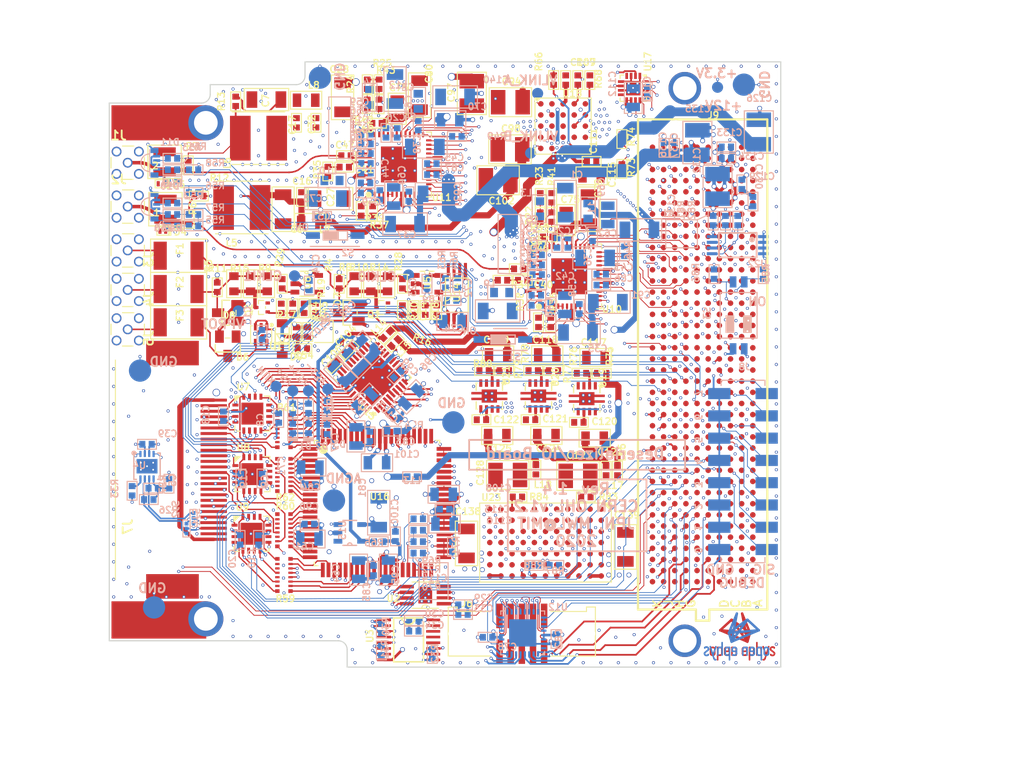
<source format=kicad_pcb>
(kicad_pcb (version 20171130) (host pcbnew 5.1.6-c6e7f7d~86~ubuntu18.04.1)
  (layers (0 Top/HighSpeed signal) (1 GND1 signal) (2 Highspeed2 signal) (3 GND3 signal) (4 VCC signal) (31 Bottom/LowSpeed signal) (34 B.Paste user) (35 F.Paste user) (36 B.SilkS user) (37 F.SilkS user) (38 B.Mask user) (39 F.Mask user) (44 Edge.Cuts user))
  (net 0 "")
  (net 1 GND)
  (net 2 +3V3)
  (net 3 +1V8)
  (net 4 +12V)
  (net 5 AGND)
  (net 6 "Net-(F1-Pad1)")
  (net 7 "Net-(F3-Pad1)")
  (net 8 "Net-(D6-Pad3)")
  (net 9 "Net-(D7-Pad3)")
  (net 10 "Net-(Q1-Pad3)")
  (net 11 "Net-(Q1-Pad1)")
  (net 12 "Net-(C14-Pad1)")
  (net 13 "Net-(R28-Pad2)")
  (net 14 /CLKIN0)
  (net 15 /DI_VBIAS0)
  (net 16 "Net-(F2-Pad1)")
  (net 17 "Net-(D8-Pad3)")
  (net 18 "Net-(Q2-Pad3)")
  (net 19 "Net-(Q2-Pad1)")
  (net 20 "Net-(C15-Pad1)")
  (net 21 "Net-(R29-Pad2)")
  (net 22 /CLKIN1)
  (net 23 /DI_VBIAS1)
  (net 24 /V_PROTECT)
  (net 25 /CLKIN_VBIAS_SCL)
  (net 26 /CLKIN_VBIAS_SDA)
  (net 27 /DOUTP_F_A)
  (net 28 "Net-(C37-Pad2)")
  (net 29 /VDD_PX_A)
  (net 30 /VDD_FPDX_A)
  (net 31 "Net-(C140-Pad2)")
  (net 32 "Net-(L2-Pad1)")
  (net 33 "Net-(C17-Pad1)")
  (net 34 "Net-(C47-Pad1)")
  (net 35 "Net-(C41-Pad2)")
  (net 36 "Net-(C41-Pad1)")
  (net 37 "Net-(R42-Pad2)")
  (net 38 "Net-(R24-Pad2)")
  (net 39 /VLINK_A)
  (net 40 "Net-(C109-Pad2)")
  (net 41 /LINK_A_PWR_EN)
  (net 42 "Net-(U18-PadE5)")
  (net 43 "Net-(R66-Pad1)")
  (net 44 "Net-(C111-Pad2)")
  (net 45 /VLINK_B)
  (net 46 "Net-(U18-PadD4)")
  (net 47 /LINK_B_PWR_EN)
  (net 48 "Net-(R68-Pad1)")
  (net 49 "Net-(U18-PadC3)")
  (net 50 "Net-(U18-PadB4)")
  (net 51 "Net-(U18-PadA5)")
  (net 52 "Net-(R67-Pad1)")
  (net 53 "Net-(R67-Pad2)")
  (net 54 "Net-(R66-Pad2)")
  (net 55 /CLKIN_TERM0)
  (net 56 /CLKIN_TERM1)
  (net 57 "Net-(X4-PadBEZ2)")
  (net 58 "Net-(X4-PadBEZ1)")
  (net 59 /AIO_11)
  (net 60 /AIO_9)
  (net 61 /AIO_7)
  (net 62 /AIO_5)
  (net 63 /AIO_3)
  (net 64 /AIO_1)
  (net 65 /LVDS_DOUT0_N)
  (net 66 /LVDS_DOUT1_N)
  (net 67 /LVDS_DIN0_P)
  (net 68 /LVDS_DIN1_N)
  (net 69 /LVDS_DIN2_P/CAN_N)
  (net 70 /AIO_10)
  (net 71 /AIO_8)
  (net 72 /AIO_6)
  (net 73 /AIO_4)
  (net 74 /AIO_2)
  (net 75 /AIO_0)
  (net 76 /LVDS_DOUT0_P)
  (net 77 /LVDS_DOUT1_P)
  (net 78 /LVDS_DIN0_N)
  (net 79 /LVDS_DIN1_P)
  (net 80 /LVDS_DIN2_N/CAN_P)
  (net 81 "Net-(S2-Pad1)")
  (net 82 "Net-(R61-Pad2)")
  (net 83 "Net-(R61-Pad1)")
  (net 84 "Net-(R61-Pad3)")
  (net 85 "Net-(R61-Pad4)")
  (net 86 "Net-(R61-Pad5)")
  (net 87 "Net-(R61-Pad6)")
  (net 88 "Net-(R61-Pad7)")
  (net 89 "Net-(R61-Pad8)")
  (net 90 /+5V_AN)
  (net 91 "Net-(C101-Pad2)")
  (net 92 /ADC_CONVST)
  (net 93 /ADC_BUSY)
  (net 94 /~ADC_CS)
  (net 95 /ADC_SCLK)
  (net 96 /ADC_MISO_A)
  (net 97 /ADC_MISO_B)
  (net 98 /ADC_MOSI)
  (net 99 "Net-(C108-Pad2)")
  (net 100 "Net-(R71-Pad2)")
  (net 101 "Net-(R70-Pad2)")
  (net 102 "Net-(C114-Pad1)")
  (net 103 "Net-(R69-Pad2)")
  (net 104 "Net-(C100-Pad2)")
  (net 105 "Net-(C95-Pad2)")
  (net 106 "Net-(R59-Pad1)")
  (net 107 "Net-(R59-Pad2)")
  (net 108 "Net-(R59-Pad3)")
  (net 109 "Net-(R59-Pad4)")
  (net 110 "Net-(R59-Pad5)")
  (net 111 "Net-(R59-Pad6)")
  (net 112 "Net-(R59-Pad8)")
  (net 113 "Net-(R59-Pad7)")
  (net 114 "Net-(R60-Pad1)")
  (net 115 "Net-(R60-Pad2)")
  (net 116 "Net-(R60-Pad3)")
  (net 117 "Net-(R60-Pad4)")
  (net 118 "Net-(R60-Pad5)")
  (net 119 "Net-(R60-Pad6)")
  (net 120 "Net-(R60-Pad7)")
  (net 121 "Net-(R60-Pad8)")
  (net 122 "Net-(R62-Pad1)")
  (net 123 "Net-(R62-Pad2)")
  (net 124 "Net-(R62-Pad3)")
  (net 125 "Net-(R62-Pad4)")
  (net 126 "Net-(R62-Pad5)")
  (net 127 "Net-(R62-Pad6)")
  (net 128 "Net-(R62-Pad7)")
  (net 129 "Net-(R62-Pad8)")
  (net 130 /CLKOUT)
  (net 131 "Net-(U23-PadJ7)")
  (net 132 "Net-(U23-PadE6)")
  (net 133 "Net-(C128-Pad1)")
  (net 134 "Net-(R88-Pad1)")
  (net 135 "Net-(R87-Pad1)")
  (net 136 "Net-(U23-PadC7)")
  (net 137 "Net-(U23-PadH6)")
  (net 138 "Net-(U23-PadG6)")
  (net 139 "Net-(U23-PadD6)")
  (net 140 "Net-(U23-PadF4)")
  (net 141 "Net-(U23-PadF3)")
  (net 142 "Net-(C127-Pad2)")
  (net 143 "Net-(R84-Pad2)")
  (net 144 "Net-(R83-Pad2)")
  (net 145 /DES_A_SCL)
  (net 146 /DES_A_SDA\)
  (net 147 "Net-(C123-Pad2)")
  (net 148 "Net-(C120-Pad1)")
  (net 149 "Net-(C117-Pad2)")
  (net 150 "Net-(R75-Pad1)")
  (net 151 "Net-(C124-Pad2)")
  (net 152 "Net-(C125-Pad2)")
  (net 153 /~ADC_RESET)
  (net 154 "Net-(U19-Pad7)")
  (net 155 "Net-(C121-Pad1)")
  (net 156 "Net-(C118-Pad2)")
  (net 157 "Net-(R77-Pad1)")
  (net 158 "Net-(U20-Pad7)")
  (net 159 /+13V_AN)
  (net 160 "Net-(C122-Pad1)")
  (net 161 "Net-(C119-Pad2)")
  (net 162 "Net-(R79-Pad1)")
  (net 163 "Net-(U21-Pad7)")
  (net 164 /-13V_AN)
  (net 165 /VREF)
  (net 166 /AOUT7)
  (net 167 /AOUT6)
  (net 168 /AOUT5)
  (net 169 /AOUT4)
  (net 170 /AOUT3)
  (net 171 /AOUT2)
  (net 172 /AOUT1)
  (net 173 /AOUT0)
  (net 174 "Net-(TP15-PadTP)")
  (net 175 "Net-(U13-Pad19)")
  (net 176 "Net-(U13-Pad18)")
  (net 177 "Net-(U13-Pad17)")
  (net 178 "Net-(U13-Pad16)")
  (net 179 /AOUT11)
  (net 180 /AOUT10)
  (net 181 /AOUT9)
  (net 182 /AOUT8)
  (net 183 /DAC_MISO)
  (net 184 /~DAC_CS)
  (net 185 /DAC_SCLK)
  (net 186 /DAC_MOSI)
  (net 187 /~DAC_RESET)
  (net 188 "Net-(U13-Pad1)")
  (net 189 /DES_A_LOCK)
  (net 190 "Net-(D11-Pad1)")
  (net 191 /DES_A_PASS)
  (net 192 "Net-(D11-Pad2)")
  (net 193 "Net-(D1-PadA)")
  (net 194 "Net-(D2-PadA)")
  (net 195 "Net-(D3-PadC)")
  (net 196 /DEBUG7)
  (net 197 /DEBUG6)
  (net 198 /DEBUG5)
  (net 199 /DEBUG4)
  (net 200 /DEBUG3)
  (net 201 /DEBUG2)
  (net 202 /DEBUG1)
  (net 203 /DEBUG0)
  (net 204 "Net-(J9-PadK40)")
  (net 205 "Net-(J9-PadB40)")
  (net 206 "Net-(J9-PadJ39)")
  (net 207 "Net-(J9-PadA39)")
  (net 208 "Net-(J9-PadA38)")
  (net 209 /~LINK_PWR_ADJ_CS)
  (net 210 /LINK_PWR_ADJ_SCLK)
  (net 211 /DES_A_GPIO1)
  (net 212 /DES_A_GPIO0)
  (net 213 "Net-(J9-PadB37)")
  (net 214 /~LINK_PWR_ADJ_RESET)
  (net 215 /LINK_PWR_ADJ_MISO)
  (net 216 "Net-(J9-PadG37)")
  (net 217 /DES_A_GPIO2)
  (net 218 "Net-(J9-PadB36)")
  (net 219 /LINK_PWR_ADJ_MOSI)
  (net 220 "Net-(J9-PadG36)")
  (net 221 /DES_A_D1)
  (net 222 "Net-(J9-PadA35)")
  (net 223 /DES_A_PDB)
  (net 224 "Net-(J9-PadH35)")
  (net 225 /DES_A_D3)
  (net 226 /DES_A_D2)
  (net 227 "Net-(J9-PadA34)")
  (net 228 /DES_A_GPIO3)
  (net 229 /DES_A_D0)
  (net 230 "Net-(J9-PadD34)")
  (net 231 "Net-(J9-PadG34)")
  (net 232 "Net-(J9-PadH34)")
  (net 233 /DES_A_D5)
  (net 234 "Net-(J9-PadB33)")
  (net 235 /DES_A_D4)
  (net 236 "Net-(J9-PadD33)")
  (net 237 /DES_B_PDB)
  (net 238 /DES_A_D8)
  (net 239 "Net-(J9-PadB32)")
  (net 240 /DES_A_D6)
  (net 241 /VAUX)
  (net 242 /DES_B_GPIO0)
  (net 243 /DES_A_D11)
  (net 244 /DES_A_D10)
  (net 245 "Net-(J9-PadA31)")
  (net 246 /DES_A_D7)
  (net 247 /DES_A_D9)
  (net 248 /SDA)
  (net 249 /TDI-TDO)
  (net 250 /DES_B_GPIO1)
  (net 251 /DES_B_GPIO2)
  (net 252 /DES_A_VSYNC)
  (net 253 "Net-(J9-PadA30)")
  (net 254 /DES_A_HSYNC)
  (net 255 /SCL)
  (net 256 /DES_B_GPIO3)
  (net 257 "Net-(J9-PadK29)")
  (net 258 "Net-(J9-PadB29)")
  (net 259 "Net-(J9-PadD29)")
  (net 260 /DES_B_D0)
  (net 261 /DES_A_PCLK)
  (net 262 "Net-(J9-PadB28)")
  (net 263 /DES_A_LEDG)
  (net 264 /DES_B_D2)
  (net 265 /DES_B_D1)
  (net 266 "Net-(J9-PadJ27)")
  (net 267 "Net-(J9-PadA27)")
  (net 268 /ADDR0)
  (net 269 /DES_B_D4)
  (net 270 /DES_B_D3)
  (net 271 "Net-(J9-PadK26)")
  (net 272 "Net-(J9-PadA26)")
  (net 273 "Net-(J9-PadF26)")
  (net 274 /ADDR1)
  (net 275 /DES_B_D5)
  (net 276 /DES_B_D6)
  (net 277 "Net-(J9-PadK25)")
  (net 278 "Net-(J9-PadJ25)")
  (net 279 "Net-(J9-PadB25)")
  (net 280 "Net-(J9-PadE25)")
  (net 281 "Net-(J9-PadF25)")
  (net 282 /DES_B_D7)
  (net 283 /DES_B_D8)
  (net 284 "Net-(J9-PadJ24)")
  (net 285 "Net-(J9-PadB24)")
  (net 286 "Net-(J9-PadE24)")
  (net 287 /DES_B_D9)
  (net 288 /DES_B_D10)
  (net 289 /DES_B_VSYNC)
  (net 290 "Net-(J9-PadA23)")
  (net 291 "Net-(J9-PadF23)")
  (net 292 "Net-(J9-PadC23)")
  (net 293 /DES_B_D11)
  (net 294 /DES_B_HSYNC\)
  (net 295 /DES_B_PASS)
  (net 296 /DES_B_LOCK)
  (net 297 "Net-(J9-PadA22)")
  (net 298 "Net-(J9-PadE22)")
  (net 299 "Net-(J9-PadF22)")
  (net 300 /DES_B_PCLK)
  (net 301 /DES_B_SCL)
  (net 302 /DES_B_SDA)
  (net 303 "Net-(J9-PadB21)")
  (net 304 "Net-(J9-PadE21)")
  (net 305 /DES_B_LEDG)
  (net 306 "Net-(J9-PadB20)")
  (net 307 "Net-(J9-PadF20)")
  (net 308 /AIN_AOUT3)
  (net 309 "Net-(J9-PadJ19)")
  (net 310 "Net-(J9-PadA19)")
  (net 311 "Net-(J9-PadF19)")
  (net 312 /AIN_AOUT1)
  (net 313 /AIN_AOUT0)
  (net 314 /AIN_AOUT2)
  (net 315 "Net-(J9-PadA18)")
  (net 316 /AIN_AOUT7)
  (net 317 "Net-(J9-PadD18)")
  (net 318 "Net-(J9-PadG18)")
  (net 319 "Net-(J9-PadB17)")
  (net 320 /AIN_AOUT4)
  (net 321 "Net-(J9-PadD17)")
  (net 322 "Net-(J9-PadH17)")
  (net 323 "Net-(J9-PadB16)")
  (net 324 "Net-(J9-PadE16)")
  (net 325 "Net-(J9-PadF16)")
  (net 326 "Net-(J9-PadG16)")
  (net 327 "Net-(J9-PadH16)")
  (net 328 "Net-(J9-PadA15)")
  (net 329 "Net-(J9-PadE15)")
  (net 330 "Net-(J9-PadG15)")
  (net 331 "Net-(J9-PadK14)")
  (net 332 "Net-(J9-PadA14)")
  (net 333 "Net-(J9-PadB13)")
  (net 334 "Net-(J9-PadE13)")
  (net 335 "Net-(J9-PadF13)")
  (net 336 "Net-(J9-PadG13)")
  (net 337 "Net-(J9-PadB12)")
  (net 338 /AIN_AOUT9)
  (net 339 "Net-(J9-PadD12)")
  (net 340 "Net-(J9-PadG12)")
  (net 341 "Net-(J9-PadA11)")
  (net 342 /AIN_AOUT11)
  (net 343 /AIN_AOUT10)
  (net 344 "Net-(J9-PadH11)")
  (net 345 "Net-(J9-PadA10)")
  (net 346 "Net-(J9-PadE10)")
  (net 347 /AIN_AOUT5)
  (net 348 /AIN_AOUT8)
  (net 349 /AIN_AOUT6)
  (net 350 "Net-(J9-PadB9)")
  (net 351 "Net-(J9-PadE9)")
  (net 352 "Net-(J9-PadD9)")
  (net 353 "Net-(J9-PadG9)")
  (net 354 /CAN_RX)
  (net 355 "Net-(J9-PadB8)")
  (net 356 /MLVDS_DE_~RE3)
  (net 357 "Net-(J9-PadD8)")
  (net 358 /MLDVS_EN)
  (net 359 /CAN_TX)
  (net 360 "Net-(J9-PadJ7)")
  (net 361 "Net-(J9-PadA7)")
  (net 362 /MLVDS_DE_~RE1)
  (net 363 /MLVDS_DE_~RE0)
  (net 364 "Net-(J9-PadC7)")
  (net 365 /MLDVS_RO2)
  (net 366 /MLVDS_DE_~RE2)
  (net 367 "Net-(J9-PadJ6)")
  (net 368 "Net-(J9-PadA6)")
  (net 369 "Net-(J9-PadE6)")
  (net 370 "Net-(J9-PadC6)")
  (net 371 /MLVDS_DI2)
  (net 372 "Net-(J9-PadK5)")
  (net 373 "Net-(J9-PadB5)")
  (net 374 /MLVDS_DI3)
  (net 375 "Net-(J9-PadD5)")
  (net 376 /LVDS_DIN1)
  (net 377 /LVDS_DOUT1)
  (net 378 "Net-(J9-PadB4)")
  (net 379 /MLDVS_RO3)
  (net 380 "Net-(J9-PadD4)")
  (net 381 /LVDS_DIN2)
  (net 382 /LVDS_DOUT0)
  (net 383 "Net-(J9-PadA3)")
  (net 384 /MLDVS_RO1)
  (net 385 "Net-(J9-PadC3)")
  (net 386 /MLVDS_DI0)
  (net 387 /LVDS_DIN0)
  (net 388 "Net-(J9-PadA2)")
  (net 389 /MLVDS_DI1)
  (net 390 "Net-(J9-PadC2)")
  (net 391 /MLDVS_RO0)
  (net 392 "Net-(J9-PadH2)")
  (net 393 "Net-(J9-PadK1)")
  (net 394 "Net-(J9-PadB1)")
  (net 395 "Net-(J9-PadF1)")
  (net 396 "Net-(J9-PadD1)")
  (net 397 "Net-(J9-PadH1)")
  (net 398 "Net-(U17-Pad8)")
  (net 399 "Net-(U17-Pad4)")
  (net 400 /DOUTP_F_B)
  (net 401 "Net-(C141-Pad2)")
  (net 402 "Net-(L1-Pad1)")
  (net 403 "Net-(C16-Pad1)")
  (net 404 "Net-(C46-Pad1)")
  (net 405 "Net-(C40-Pad2)")
  (net 406 "Net-(C40-Pad1)")
  (net 407 "Net-(R40-Pad2)")
  (net 408 "Net-(R22-Pad2)")
  (net 409 "Net-(S1-Pad1)")
  (net 410 "Net-(D10-Pad1)")
  (net 411 "Net-(D10-Pad2)")
  (net 412 "Net-(R33-Pad2)")
  (net 413 "Net-(R26-Pad2)")
  (net 414 "Net-(C5-Pad1)")
  (net 415 "Net-(J6-Pad9)")
  (net 416 "Net-(J6-Pad7)")
  (net 417 "Net-(J6-Pad1)")
  (net 418 "Net-(J6-Pad3)")
  (net 419 "Net-(J6-Pad5)")
  (net 420 "Net-(J6-Pad10)")
  (net 421 "Net-(J6-Pad8)")
  (net 422 "Net-(J6-Pad2)")
  (net 423 "Net-(J6-Pad4)")
  (net 424 "Net-(J6-Pad6)")
  (net 425 "Net-(U12-Pad32)")
  (net 426 "Net-(U12-Pad9)")
  (net 427 "Net-(D11-Pad4)")
  (net 428 "Net-(D10-Pad4)")
  (net 429 "Net-(R27-Pad2)")
  (net 430 "Net-(R32-Pad2)")
  (net 431 "Net-(R32-Pad1)")
  (net 432 "Net-(U3-Pad13)")
  (net 433 "Net-(U3-Pad14)")
  (net 434 "Net-(U3-Pad15)")
  (net 435 "Net-(U11-Pad39)")
  (net 436 "Net-(U11-Pad38)")
  (net 437 "Net-(C68-Pad2)")
  (net 438 "Net-(U11-Pad33)")
  (net 439 "Net-(U11-Pad32)")
  (net 440 "Net-(C38-Pad2)")
  (net 441 /VDD_PX_B)
  (net 442 /VDD_FPDX_B)
  (net 443 "Net-(U10-Pad39)")
  (net 444 "Net-(U10-Pad38)")
  (net 445 "Net-(C67-Pad2)")
  (net 446 "Net-(U10-Pad33)")
  (net 447 "Net-(U10-Pad32)")
  (net 448 "Net-(C36-Pad2)")
  (net 449 "Net-(C35-Pad2)")
  (module fmc-host:MMCX-THRU (layer Top/HighSpeed) (at 112.3511 92.0036 90)
    (fp_text reference J3 (at 0 3 90) (layer F.SilkS) (effects (font (size 1.045 1.045) (thickness 0.209)) (justify left bottom mirror)))
    (fp_text value SMA002 hide)
    (pad GND@4 thru_hole circle (at 1.27 -1.27 90) (size 1.12 1.12) (drill 0.8) (layers *.Cu *.Mask) (net 1 GND))
    (pad GND@3 thru_hole circle (at 1.27 1.27 90) (size 1.12 1.12) (drill 0.8) (layers *.Cu *.Mask) (net 1 GND))
    (pad GND@2 thru_hole circle (at -1.27 1.27 90) (size 1.12 1.12) (drill 0.8) (layers *.Cu *.Mask) (net 1 GND))
    (pad GND@1 thru_hole circle (at -1.27 -1.27 90) (size 1.12 1.12) (drill 0.8) (layers *.Cu *.Mask) (net 1 GND))
    (pad SIG thru_hole circle (at 0 0 90) (size 1.12 1.12) (drill 0.8) (layers *.Cu *.Mask) (net 6 "Net-(F1-Pad1)"))
  )
  (module fmc-host:MMCX-THRU (layer Top/HighSpeed) (at 112.3511 101.0036 90)
    (fp_text reference J5 (at 0 3 90) (layer F.SilkS) (effects (font (size 1.045 1.045) (thickness 0.209)) (justify left bottom mirror)))
    (fp_text value SMA002 hide)
    (pad GND@4 thru_hole circle (at 1.27 -1.27 90) (size 1.12 1.12) (drill 0.8) (layers *.Cu *.Mask) (net 1 GND))
    (pad GND@3 thru_hole circle (at 1.27 1.27 90) (size 1.12 1.12) (drill 0.8) (layers *.Cu *.Mask) (net 1 GND))
    (pad GND@2 thru_hole circle (at -1.27 1.27 90) (size 1.12 1.12) (drill 0.8) (layers *.Cu *.Mask) (net 1 GND))
    (pad GND@1 thru_hole circle (at -1.27 -1.27 90) (size 1.12 1.12) (drill 0.8) (layers *.Cu *.Mask) (net 1 GND))
    (pad SIG thru_hole circle (at 0 0 90) (size 1.12 1.12) (drill 0.8) (layers *.Cu *.Mask) (net 7 "Net-(F3-Pad1)"))
  )
  (module fmc-host:0402 (layer Bottom/LowSpeed) (at 180.5511 80.2036 180)
    (fp_text reference C133 (at 1.2 1.2) (layer B.SilkS) (effects (font (size 0.76 0.76) (thickness 0.152)) (justify right bottom mirror)))
    (fp_text value 0.1uF hide)
    (pad 2 smd rect (at 0.5334 0 180) (size 0.6858 0.762) (layers Bottom/LowSpeed B.Paste B.Mask) (net 2 +3V3))
    (pad 1 smd rect (at -0.5334 0 180) (size 0.6858 0.762) (layers Bottom/LowSpeed B.Paste B.Mask) (net 1 GND))
  )
  (module fmc-host:0402 (layer Bottom/LowSpeed) (at 180.5511 81.5036 180)
    (fp_text reference C134 (at -1.3 -0.2) (layer B.SilkS) (effects (font (size 0.76 0.76) (thickness 0.152)) (justify right bottom mirror)))
    (fp_text value 0.1uF hide)
    (pad 2 smd rect (at 0.5334 0 180) (size 0.6858 0.762) (layers Bottom/LowSpeed B.Paste B.Mask) (net 2 +3V3))
    (pad 1 smd rect (at -0.5334 0 180) (size 0.6858 0.762) (layers Bottom/LowSpeed B.Paste B.Mask) (net 1 GND))
  )
  (module fmc-host:1812 (layer Top/HighSpeed) (at 118.151097 100.203607)
    (fp_text reference F3 (at 0.600003 -0.000007 90) (layer F.SilkS) (effects (font (size 0.76 0.76) (thickness 0.152)) (justify left bottom)))
    (fp_text value C014F-2 hide)
    (pad 2 smd rect (at 2.1 0) (size 1.5 3.2) (layers Top/HighSpeed F.Paste F.Mask) (net 8 "Net-(D6-Pad3)"))
    (pad 1 smd rect (at -2.1 0) (size 1.5 3.2) (layers Top/HighSpeed F.Paste F.Mask) (net 7 "Net-(F3-Pad1)"))
  )
  (module fmc-host:1812 (layer Top/HighSpeed) (at 118.151097 92.603607)
    (fp_text reference F1 (at 0.600003 -0.000007 90) (layer F.SilkS) (effects (font (size 0.76 0.76) (thickness 0.152)) (justify left bottom)))
    (fp_text value C014F-2 hide)
    (pad 2 smd rect (at 2.1 0) (size 1.5 3.2) (layers Top/HighSpeed F.Paste F.Mask) (net 9 "Net-(D7-Pad3)"))
    (pad 1 smd rect (at -2.1 0) (size 1.5 3.2) (layers Top/HighSpeed F.Paste F.Mask) (net 6 "Net-(F1-Pad1)"))
  )
  (module fmc-host:0603 (layer Top/HighSpeed) (at 138.151104 95.803594 90)
    (fp_text reference R8 (at 2.3018 -0.176316) (layer F.SilkS) (effects (font (size 0.76 0.76) (thickness 0.152)) (justify right top)))
    (fp_text value 150,0.25W hide)
    (pad 2 smd rect (at 0.8636 0 90) (size 0.889 1.0668) (layers Top/HighSpeed F.Paste F.Mask) (net 9 "Net-(D7-Pad3)"))
    (pad 1 smd rect (at -0.8636 0 90) (size 0.889 1.0668) (layers Top/HighSpeed F.Paste F.Mask) (net 10 "Net-(Q1-Pad3)"))
  )
  (module fmc-host:0603 (layer Top/HighSpeed) (at 140.051104 95.803594 90)
    (fp_text reference R10 (at 2.3018 -0.151316) (layer F.SilkS) (effects (font (size 0.76 0.76) (thickness 0.152)) (justify right top)))
    (fp_text value 150,0.25W hide)
    (pad 2 smd rect (at 0.8636 0 90) (size 0.889 1.0668) (layers Top/HighSpeed F.Paste F.Mask) (net 9 "Net-(D7-Pad3)"))
    (pad 1 smd rect (at -0.8636 0 90) (size 0.889 1.0668) (layers Top/HighSpeed F.Paste F.Mask) (net 10 "Net-(Q1-Pad3)"))
  )
  (module fmc-host:0603 (layer Top/HighSpeed) (at 141.951104 95.803594 90)
    (fp_text reference R14 (at 2.3018 0.248684) (layer F.SilkS) (effects (font (size 0.76 0.76) (thickness 0.152)) (justify right top)))
    (fp_text value 150,0.25W hide)
    (pad 2 smd rect (at 0.8636 0 90) (size 0.889 1.0668) (layers Top/HighSpeed F.Paste F.Mask) (net 9 "Net-(D7-Pad3)"))
    (pad 1 smd rect (at -0.8636 0 90) (size 0.889 1.0668) (layers Top/HighSpeed F.Paste F.Mask) (net 10 "Net-(Q1-Pad3)"))
  )
  (module fmc-host:0402 (layer Top/HighSpeed) (at 136.4511 95.8036 270)
    (fp_text reference R4 (at -1.298684 0.7268 90) (layer F.SilkS) (effects (font (size 0.76 0.76) (thickness 0.152)) (justify left bottom)))
    (fp_text value 3k hide)
    (pad 2 smd rect (at 0.5334 0 270) (size 0.6858 0.762) (layers Top/HighSpeed F.Paste F.Mask) (net 9 "Net-(D7-Pad3)"))
    (pad 1 smd rect (at -0.5334 0 270) (size 0.6858 0.762) (layers Top/HighSpeed F.Paste F.Mask) (net 1 GND))
  )
  (module fmc-host:SC75 (layer Top/HighSpeed) (at 141.351097 98.503607 90)
    (fp_text reference Q1 (at -1.2518 -1.823684) (layer F.SilkS) (effects (font (size 0.76 0.76) (thickness 0.152)) (justify left bottom)))
    (fp_text value SI1012R hide)
    (pad 1 smd rect (at -0.508 0.6505 270) (size 0.356 0.503) (layers Top/HighSpeed F.Paste F.Mask) (net 11 "Net-(Q1-Pad1)"))
    (pad 2 smd rect (at 0.508 0.6505 270) (size 0.356 0.503) (layers Top/HighSpeed F.Paste F.Mask) (net 1 GND))
    (pad 3 smd rect (at 0 -0.6505 270) (size 0.356 0.503) (layers Top/HighSpeed F.Paste F.Mask) (net 10 "Net-(Q1-Pad3)"))
  )
  (module fmc-host:0402 (layer Top/HighSpeed) (at 143.6511 98.8036 270)
    (fp_text reference R16 (at 3.377485 -0.960116 159.3) (layer F.SilkS) (effects (font (size 0.76 0.76) (thickness 0.152)) (justify left bottom)))
    (fp_text value 165k hide)
    (pad 2 smd rect (at 0.5334 0 270) (size 0.6858 0.762) (layers Top/HighSpeed F.Paste F.Mask) (net 11 "Net-(Q1-Pad1)"))
    (pad 1 smd rect (at -0.5334 0 270) (size 0.6858 0.762) (layers Top/HighSpeed F.Paste F.Mask) (net 1 GND))
  )
  (module fmc-host:SOT-23-5 (layer Top/HighSpeed) (at 146.4511 95.8036 270)
    (fp_text reference U5 (at 0.75 -0.5 90) (layer F.SilkS) (effects (font (size 0.76 0.76) (thickness 0.152)) (justify left bottom)))
    (fp_text value ADCMP600 hide)
    (pad 5 smd rect (at -0.95 -1.35) (size 1 0.55) (layers Top/HighSpeed F.Paste F.Mask) (net 2 +3V3))
    (pad 4 smd rect (at 0.95 -1.35) (size 1 0.55) (layers Top/HighSpeed F.Paste F.Mask) (net 12 "Net-(C14-Pad1)"))
    (pad 3 smd rect (at 0.95 1.35) (size 1 0.55) (layers Top/HighSpeed F.Paste F.Mask) (net 13 "Net-(R28-Pad2)"))
    (pad 2 smd rect (at 0 1.35) (size 1 0.55) (layers Top/HighSpeed F.Paste F.Mask) (net 1 GND))
    (pad 1 smd rect (at -0.95 1.35) (size 1 0.55) (layers Top/HighSpeed F.Paste F.Mask) (net 14 /CLKIN0))
  )
  (module fmc-host:0402 (layer Top/HighSpeed) (at 143.651094 95.803597 270)
    (fp_text reference R28 (at -1.325309 0.004187 90) (layer F.SilkS) (effects (font (size 0.76 0.76) (thickness 0.152)) (justify left bottom)))
    (fp_text value 49.9 hide)
    (pad 2 smd rect (at 0.5334 0 270) (size 0.6858 0.762) (layers Top/HighSpeed F.Paste F.Mask) (net 13 "Net-(R28-Pad2)"))
    (pad 1 smd rect (at -0.5334 0 270) (size 0.6858 0.762) (layers Top/HighSpeed F.Paste F.Mask) (net 9 "Net-(D7-Pad3)"))
  )
  (module fmc-host:0402 (layer Top/HighSpeed) (at 147.5511 98.8036 90)
    (fp_text reference R18 (at -1.355388 0.282375 90) (layer F.SilkS) (effects (font (size 0.76 0.76) (thickness 0.152)) (justify left bottom)))
    (fp_text value 10k hide)
    (pad 2 smd rect (at 0.5334 0 90) (size 0.6858 0.762) (layers Top/HighSpeed F.Paste F.Mask) (net 12 "Net-(C14-Pad1)"))
    (pad 1 smd rect (at -0.5334 0 90) (size 0.6858 0.762) (layers Top/HighSpeed F.Paste F.Mask) (net 15 /DI_VBIAS0))
  )
  (module fmc-host:0402 (layer Top/HighSpeed) (at 146.2511 98.8036 270)
    (fp_text reference C14 (at 1.352507 -0.168882 90) (layer F.SilkS) (effects (font (size 0.76 0.76) (thickness 0.152)) (justify left bottom)))
    (fp_text value 0.1uF hide)
    (pad 2 smd rect (at 0.5334 0 270) (size 0.6858 0.762) (layers Top/HighSpeed F.Paste F.Mask) (net 1 GND))
    (pad 1 smd rect (at -0.5334 0 270) (size 0.6858 0.762) (layers Top/HighSpeed F.Paste F.Mask) (net 12 "Net-(C14-Pad1)"))
  )
  (module fmc-host:MMCX-THRU (layer Top/HighSpeed) (at 112.3511 96.5036 90)
    (fp_text reference J4 (at 0 3 90) (layer F.SilkS) (effects (font (size 1.045 1.045) (thickness 0.209)) (justify left bottom mirror)))
    (fp_text value SMA002 hide)
    (pad GND@4 thru_hole circle (at 1.27 -1.27 90) (size 1.12 1.12) (drill 0.8) (layers *.Cu *.Mask) (net 1 GND))
    (pad GND@3 thru_hole circle (at 1.27 1.27 90) (size 1.12 1.12) (drill 0.8) (layers *.Cu *.Mask) (net 1 GND))
    (pad GND@2 thru_hole circle (at -1.27 1.27 90) (size 1.12 1.12) (drill 0.8) (layers *.Cu *.Mask) (net 1 GND))
    (pad GND@1 thru_hole circle (at -1.27 -1.27 90) (size 1.12 1.12) (drill 0.8) (layers *.Cu *.Mask) (net 1 GND))
    (pad SIG thru_hole circle (at 0 0 90) (size 1.12 1.12) (drill 0.8) (layers *.Cu *.Mask) (net 16 "Net-(F2-Pad1)"))
  )
  (module fmc-host:1812 (layer Top/HighSpeed) (at 118.151097 96.40361)
    (fp_text reference F2 (at 0.600003 -0.00001 90) (layer F.SilkS) (effects (font (size 0.76 0.76) (thickness 0.152)) (justify left bottom)))
    (fp_text value C014F-2 hide)
    (pad 2 smd rect (at 2.1 0) (size 1.5 3.2) (layers Top/HighSpeed F.Paste F.Mask) (net 17 "Net-(D8-Pad3)"))
    (pad 1 smd rect (at -2.1 0) (size 1.5 3.2) (layers Top/HighSpeed F.Paste F.Mask) (net 16 "Net-(F2-Pad1)"))
  )
  (module fmc-host:0603 (layer Top/HighSpeed) (at 128.2511 95.8036 90)
    (fp_text reference R9 (at 2.201796 0.548688) (layer F.SilkS) (effects (font (size 0.76 0.76) (thickness 0.152)) (justify right top)))
    (fp_text value 150,0.25W hide)
    (pad 2 smd rect (at 0.8636 0 90) (size 0.889 1.0668) (layers Top/HighSpeed F.Paste F.Mask) (net 17 "Net-(D8-Pad3)"))
    (pad 1 smd rect (at -0.8636 0 90) (size 0.889 1.0668) (layers Top/HighSpeed F.Paste F.Mask) (net 18 "Net-(Q2-Pad3)"))
  )
  (module fmc-host:0603 (layer Top/HighSpeed) (at 124.4511 95.803594 90)
    (fp_text reference R11 (at 2.198187 -0.648687) (layer F.SilkS) (effects (font (size 0.76 0.76) (thickness 0.152)) (justify right top)))
    (fp_text value 150,0.25W hide)
    (pad 2 smd rect (at 0.8636 0 90) (size 0.889 1.0668) (layers Top/HighSpeed F.Paste F.Mask) (net 17 "Net-(D8-Pad3)"))
    (pad 1 smd rect (at -0.8636 0 90) (size 0.889 1.0668) (layers Top/HighSpeed F.Paste F.Mask) (net 18 "Net-(Q2-Pad3)"))
  )
  (module fmc-host:0603 (layer Top/HighSpeed) (at 126.3511 95.803594 90)
    (fp_text reference R15 (at 2.2018 -0.051312) (layer F.SilkS) (effects (font (size 0.76 0.76) (thickness 0.152)) (justify right top)))
    (fp_text value 150,0.25W hide)
    (pad 2 smd rect (at 0.8636 0 90) (size 0.889 1.0668) (layers Top/HighSpeed F.Paste F.Mask) (net 17 "Net-(D8-Pad3)"))
    (pad 1 smd rect (at -0.8636 0 90) (size 0.889 1.0668) (layers Top/HighSpeed F.Paste F.Mask) (net 18 "Net-(Q2-Pad3)"))
  )
  (module fmc-host:0402 (layer Top/HighSpeed) (at 122.5511 96.2036 270)
    (fp_text reference R5 (at -1.598684 0.5518 90) (layer F.SilkS) (effects (font (size 0.76 0.76) (thickness 0.152)) (justify left bottom)))
    (fp_text value 3k hide)
    (pad 2 smd rect (at 0.5334 0 270) (size 0.6858 0.762) (layers Top/HighSpeed F.Paste F.Mask) (net 17 "Net-(D8-Pad3)"))
    (pad 1 smd rect (at -0.5334 0 270) (size 0.6858 0.762) (layers Top/HighSpeed F.Paste F.Mask) (net 1 GND))
  )
  (module fmc-host:SC75 (layer Top/HighSpeed) (at 127.651097 98.503607 90)
    (fp_text reference Q2 (at -1.173681 -1.04819 90) (layer F.SilkS) (effects (font (size 0.76 0.76) (thickness 0.152)) (justify left bottom)))
    (fp_text value SI1012R hide)
    (pad 1 smd rect (at -0.508 0.6505 270) (size 0.356 0.503) (layers Top/HighSpeed F.Paste F.Mask) (net 19 "Net-(Q2-Pad1)"))
    (pad 2 smd rect (at 0.508 0.6505 270) (size 0.356 0.503) (layers Top/HighSpeed F.Paste F.Mask) (net 1 GND))
    (pad 3 smd rect (at 0 -0.6505 270) (size 0.356 0.503) (layers Top/HighSpeed F.Paste F.Mask) (net 18 "Net-(Q2-Pad3)"))
  )
  (module fmc-host:0402 (layer Top/HighSpeed) (at 129.8511 98.6036 270)
    (fp_text reference R17 (at 1.1962 0.617315) (layer F.SilkS) (effects (font (size 0.76 0.76) (thickness 0.152)) (justify left bottom)))
    (fp_text value 165k hide)
    (pad 2 smd rect (at 0.5334 0 270) (size 0.6858 0.762) (layers Top/HighSpeed F.Paste F.Mask) (net 19 "Net-(Q2-Pad1)"))
    (pad 1 smd rect (at -0.5334 0 270) (size 0.6858 0.762) (layers Top/HighSpeed F.Paste F.Mask) (net 1 GND))
  )
  (module fmc-host:SOT-23-5 (layer Top/HighSpeed) (at 132.7511 95.8036 270)
    (fp_text reference U6 (at 0.75 -0.5 90) (layer F.SilkS) (effects (font (size 0.76 0.76) (thickness 0.152)) (justify left bottom)))
    (fp_text value ADCMP600 hide)
    (pad 5 smd rect (at -0.95 -1.35) (size 1 0.55) (layers Top/HighSpeed F.Paste F.Mask) (net 2 +3V3))
    (pad 4 smd rect (at 0.95 -1.35) (size 1 0.55) (layers Top/HighSpeed F.Paste F.Mask) (net 20 "Net-(C15-Pad1)"))
    (pad 3 smd rect (at 0.95 1.35) (size 1 0.55) (layers Top/HighSpeed F.Paste F.Mask) (net 21 "Net-(R29-Pad2)"))
    (pad 2 smd rect (at 0 1.35) (size 1 0.55) (layers Top/HighSpeed F.Paste F.Mask) (net 1 GND))
    (pad 1 smd rect (at -0.95 1.35) (size 1 0.55) (layers Top/HighSpeed F.Paste F.Mask) (net 22 /CLKIN1))
  )
  (module fmc-host:0402 (layer Top/HighSpeed) (at 129.951094 95.803594 270)
    (fp_text reference R29 (at -1.698681 0.0308 260) (layer F.SilkS) (effects (font (size 0.76 0.76) (thickness 0.152)) (justify left bottom)))
    (fp_text value 49.9 hide)
    (pad 2 smd rect (at 0.5334 0 270) (size 0.6858 0.762) (layers Top/HighSpeed F.Paste F.Mask) (net 21 "Net-(R29-Pad2)"))
    (pad 1 smd rect (at -0.5334 0 270) (size 0.6858 0.762) (layers Top/HighSpeed F.Paste F.Mask) (net 17 "Net-(D8-Pad3)"))
  )
  (module fmc-host:0402 (layer Top/HighSpeed) (at 133.7511 98.6036 90)
    (fp_text reference R19 (at 1.099506 1.103119 90) (layer F.SilkS) (effects (font (size 0.76 0.76) (thickness 0.152)) (justify left bottom)))
    (fp_text value 10k hide)
    (pad 2 smd rect (at 0.5334 0 90) (size 0.6858 0.762) (layers Top/HighSpeed F.Paste F.Mask) (net 20 "Net-(C15-Pad1)"))
    (pad 1 smd rect (at -0.5334 0 90) (size 0.6858 0.762) (layers Top/HighSpeed F.Paste F.Mask) (net 23 /DI_VBIAS1))
  )
  (module fmc-host:0402 (layer Top/HighSpeed) (at 132.4511 98.6036 270)
    (fp_text reference C15 hide)
    (fp_text value 0.1uF hide)
    (pad 2 smd rect (at 0.5334 0 270) (size 0.6858 0.762) (layers Top/HighSpeed F.Paste F.Mask) (net 1 GND))
    (pad 1 smd rect (at -0.5334 0 270) (size 0.6858 0.762) (layers Top/HighSpeed F.Paste F.Mask) (net 20 "Net-(C15-Pad1)"))
  )
  (module fmc-host:0402 (layer Bottom/LowSpeed) (at 127.6511 101.6036 270)
    (fp_text reference C11 (at -0.950493 1.196881 90) (layer B.SilkS) (effects (font (size 0.76 0.76) (thickness 0.152)) (justify right bottom mirror)))
    (fp_text value 0.1uF hide)
    (pad 2 smd rect (at 0.5334 0 270) (size 0.6858 0.762) (layers Bottom/LowSpeed B.Paste B.Mask) (net 2 +3V3))
    (pad 1 smd rect (at -0.5334 0 270) (size 0.6858 0.762) (layers Bottom/LowSpeed B.Paste B.Mask) (net 1 GND))
  )
  (module fmc-host:0402 (layer Bottom/LowSpeed) (at 146.4511 95.8036 270)
    (fp_text reference C23 (at 1.569 1.202 90) (layer B.SilkS) (effects (font (size 0.76 0.76) (thickness 0.152)) (justify right bottom mirror)))
    (fp_text value 0.1uF hide)
    (pad 2 smd rect (at 0.5334 0 270) (size 0.6858 0.762) (layers Bottom/LowSpeed B.Paste B.Mask) (net 1 GND))
    (pad 1 smd rect (at -0.5334 0 270) (size 0.6858 0.762) (layers Bottom/LowSpeed B.Paste B.Mask) (net 2 +3V3))
  )
  (module fmc-host:0402 (layer Bottom/LowSpeed) (at 133.0511 96.0036 270)
    (fp_text reference C24 (at -1.274506 -1.196882 90) (layer B.SilkS) (effects (font (size 0.76 0.76) (thickness 0.152)) (justify right bottom mirror)))
    (fp_text value 0.1uF hide)
    (pad 2 smd rect (at 0.5334 0 270) (size 0.6858 0.762) (layers Bottom/LowSpeed B.Paste B.Mask) (net 1 GND))
    (pad 1 smd rect (at -0.5334 0 270) (size 0.6858 0.762) (layers Bottom/LowSpeed B.Paste B.Mask) (net 2 +3V3))
  )
  (module fmc-host:SOD123 (layer Top/HighSpeed) (at 129.9511 102.1036 270)
    (fp_text reference D9 (at 2.47 -0.759) (layer F.SilkS) (effects (font (size 0.76 0.76) (thickness 0.152)) (justify left bottom)))
    (fp_text value "KDZ4.3B " hide)
    (pad C smd rect (at 1.8 0 270) (size 0.9144 1.2192) (layers Top/HighSpeed F.Paste F.Mask) (net 24 /V_PROTECT))
    (pad A smd rect (at -1.8 0 270) (size 0.9144 1.2192) (layers Top/HighSpeed F.Paste F.Mask) (net 1 GND))
  )
  (module fmc-host:0402 (layer Top/HighSpeed) (at 131.5511 101.3036 90)
    (fp_text reference R44 (at 1.2 2.6 90) (layer F.SilkS) (effects (font (size 0.76 0.76) (thickness 0.152)) (justify left bottom)))
    (fp_text value 3k hide)
    (pad 2 smd rect (at 0.5334 0 90) (size 0.6858 0.762) (layers Top/HighSpeed F.Paste F.Mask) (net 4 +12V))
    (pad 1 smd rect (at -0.5334 0 90) (size 0.6858 0.762) (layers Top/HighSpeed F.Paste F.Mask) (net 24 /V_PROTECT))
  )
  (module fmc-host:0402 (layer Top/HighSpeed) (at 132.8511 101.3036 90)
    (fp_text reference R45 (at 1.2 2.3 90) (layer F.SilkS) (effects (font (size 0.76 0.76) (thickness 0.152)) (justify left bottom)))
    (fp_text value 3k hide)
    (pad 2 smd rect (at 0.5334 0 90) (size 0.6858 0.762) (layers Top/HighSpeed F.Paste F.Mask) (net 4 +12V))
    (pad 1 smd rect (at -0.5334 0 90) (size 0.6858 0.762) (layers Top/HighSpeed F.Paste F.Mask) (net 24 /V_PROTECT))
  )
  (module fmc-host:0402 (layer Top/HighSpeed) (at 132.2511 103.2036 180)
    (fp_text reference C54 (at 1.025 -1.2) (layer F.SilkS) (effects (font (size 0.76 0.76) (thickness 0.152)) (justify left bottom)))
    (fp_text value 0.1uF hide)
    (pad 2 smd rect (at 0.5334 0 180) (size 0.6858 0.762) (layers Top/HighSpeed F.Paste F.Mask) (net 24 /V_PROTECT))
    (pad 1 smd rect (at -0.5334 0 180) (size 0.6858 0.762) (layers Top/HighSpeed F.Paste F.Mask) (net 1 GND))
  )
  (module fmc-host:TSSOP-8 (layer Top/HighSpeed) (at 149.8511 97.1036)
    (fp_text reference U14 (at 0.4 0.925 90) (layer F.SilkS) (effects (font (size 0.76 0.76) (thickness 0.152)) (justify left bottom)))
    (fp_text value MCP47FEB02A0-E/ST hide)
    (pad 4 smd rect (at 0.977 2.95) (size 0.348 1.45) (layers Top/HighSpeed F.Paste F.Mask) (net 23 /DI_VBIAS1))
    (pad 3 smd rect (at 0.327 2.95) (size 0.348 1.45) (layers Top/HighSpeed F.Paste F.Mask) (net 15 /DI_VBIAS0))
    (pad 2 smd rect (at -0.323 2.95) (size 0.348 1.45) (layers Top/HighSpeed F.Paste F.Mask) (net 2 +3V3))
    (pad 1 smd rect (at -0.973 2.95) (size 0.348 1.45) (layers Top/HighSpeed F.Paste F.Mask) (net 2 +3V3))
    (pad 5 smd rect (at 0.977 -2.95) (size 0.348 1.45) (layers Top/HighSpeed F.Paste F.Mask) (net 1 GND))
    (pad 6 smd rect (at 0.327 -2.95) (size 0.348 1.45) (layers Top/HighSpeed F.Paste F.Mask) (net 1 GND))
    (pad 7 smd rect (at -0.323 -2.95) (size 0.348 1.45) (layers Top/HighSpeed F.Paste F.Mask) (net 25 /CLKIN_VBIAS_SCL))
    (pad 8 smd rect (at -0.973 -2.95) (size 0.348 1.45) (layers Top/HighSpeed F.Paste F.Mask) (net 26 /CLKIN_VBIAS_SDA))
  )
  (module fmc-host:0805 (layer Bottom/LowSpeed) (at 149.3511 100.1036)
    (fp_text reference C74 (at -1.025 1.25) (layer B.SilkS) (effects (font (size 0.76 0.76) (thickness 0.152)) (justify right bottom mirror)))
    (fp_text value 1uF hide)
    (pad 2 smd rect (at 1.0414 0) (size 0.9652 1.524) (layers Bottom/LowSpeed B.Paste B.Mask) (net 2 +3V3))
    (pad 1 smd rect (at -1.0414 0) (size 0.9652 1.524) (layers Bottom/LowSpeed B.Paste B.Mask) (net 1 GND))
  )
  (module fmc-host:0402 (layer Bottom/LowSpeed) (at 149.2511 97.7036 180)
    (fp_text reference C89 (at 3.45 -0.3) (layer B.SilkS) (effects (font (size 0.76 0.76) (thickness 0.152)) (justify right bottom mirror)))
    (fp_text value 0.1uF hide)
    (pad 2 smd rect (at 0.5334 0 180) (size 0.6858 0.762) (layers Bottom/LowSpeed B.Paste B.Mask) (net 2 +3V3))
    (pad 1 smd rect (at -0.5334 0 180) (size 0.6858 0.762) (layers Bottom/LowSpeed B.Paste B.Mask) (net 1 GND))
  )
  (module fmc-host:0402 (layer Bottom/LowSpeed) (at 148.5511 95.7036 270)
    (fp_text reference R63 (at -1.432312 -0.039194 90) (layer B.SilkS) (effects (font (size 0.76 0.76) (thickness 0.152)) (justify right bottom mirror)))
    (fp_text value 2k hide)
    (pad 2 smd rect (at 0.5334 0 270) (size 0.6858 0.762) (layers Bottom/LowSpeed B.Paste B.Mask) (net 2 +3V3))
    (pad 1 smd rect (at -0.5334 0 270) (size 0.6858 0.762) (layers Bottom/LowSpeed B.Paste B.Mask) (net 26 /CLKIN_VBIAS_SDA))
  )
  (module fmc-host:0402 (layer Bottom/LowSpeed) (at 149.9511 95.7036 270)
    (fp_text reference R64 (at -1.334312 -0.032194 90) (layer B.SilkS) (effects (font (size 0.76 0.76) (thickness 0.152)) (justify right bottom mirror)))
    (fp_text value 2k hide)
    (pad 2 smd rect (at 0.5334 0 270) (size 0.6858 0.762) (layers Bottom/LowSpeed B.Paste B.Mask) (net 2 +3V3))
    (pad 1 smd rect (at -0.5334 0 270) (size 0.6858 0.762) (layers Bottom/LowSpeed B.Paste B.Mask) (net 25 /CLKIN_VBIAS_SCL))
  )
  (module fmc-host:MMCX-THRU (layer Top/HighSpeed) (at 112.3511 82.0036 90)
    (fp_text reference J1 (at 2.5 0 180) (layer F.SilkS) (effects (font (size 1.045 1.045) (thickness 0.209)) (justify left bottom mirror)))
    (fp_text value SMA002 hide)
    (pad GND@4 thru_hole circle (at 1.27 -1.27 90) (size 1.12 1.12) (drill 0.8) (layers *.Cu *.Mask) (net 1 GND))
    (pad GND@3 thru_hole circle (at 1.27 1.27 90) (size 1.12 1.12) (drill 0.8) (layers *.Cu *.Mask) (net 1 GND))
    (pad GND@2 thru_hole circle (at -1.27 1.27 90) (size 1.12 1.12) (drill 0.8) (layers *.Cu *.Mask) (net 1 GND))
    (pad GND@1 thru_hole circle (at -1.27 -1.27 90) (size 1.12 1.12) (drill 0.8) (layers *.Cu *.Mask) (net 1 GND))
    (pad SIG thru_hole circle (at 0 0 90) (size 1.12 1.12) (drill 0.8) (layers *.Cu *.Mask) (net 27 /DOUTP_F_A))
  )
  (module fmc-host:0402 (layer Bottom/LowSpeed) (at 147.0011 83.3536)
    (fp_text reference C87 (at 1.375 -0.325) (layer B.SilkS) (effects (font (size 0.76 0.76) (thickness 0.152)) (justify right bottom mirror)))
    (fp_text value 0.1uF hide)
    (pad 2 smd rect (at 0.5334 0) (size 0.6858 0.762) (layers Bottom/LowSpeed B.Paste B.Mask) (net 3 +1V8))
    (pad 1 smd rect (at -0.5334 0) (size 0.6858 0.762) (layers Bottom/LowSpeed B.Paste B.Mask) (net 1 GND))
  )
  (module fmc-host:0402 (layer Bottom/LowSpeed) (at 141.077907 85.677288 270)
    (fp_text reference C49 (at 1.274506 2.178119 180) (layer B.SilkS) (effects (font (size 0.76 0.76) (thickness 0.152)) (justify right bottom mirror)))
    (fp_text value 0.1uF hide)
    (pad 2 smd rect (at 0.5334 0 270) (size 0.6858 0.762) (layers Bottom/LowSpeed B.Paste B.Mask) (net 28 "Net-(C37-Pad2)"))
    (pad 1 smd rect (at -0.5334 0 270) (size 0.6858 0.762) (layers Bottom/LowSpeed B.Paste B.Mask) (net 1 GND))
  )
  (module fmc-host:0402 (layer Bottom/LowSpeed) (at 139.497494 83.178594 180)
    (fp_text reference C66 (at 1.9482 3.773681) (layer B.SilkS) (effects (font (size 0.76 0.76) (thickness 0.152)) (justify right bottom mirror)))
    (fp_text value 0.1uF hide)
    (pad 2 smd rect (at 0.5334 0 180) (size 0.6858 0.762) (layers Bottom/LowSpeed B.Paste B.Mask) (net 29 /VDD_PX_A))
    (pad 1 smd rect (at -0.5334 0 180) (size 0.6858 0.762) (layers Bottom/LowSpeed B.Paste B.Mask) (net 1 GND))
  )
  (module fmc-host:1206 (layer Bottom/LowSpeed) (at 135.049294 86.079913)
    (fp_text reference C73 (at -2.806387 0.448375) (layer B.SilkS) (effects (font (size 0.76 0.76) (thickness 0.152)) (justify right bottom mirror)))
    (fp_text value 10uF hide)
    (pad 2 smd rect (at 1.651 0) (size 1.2192 1.8796) (layers Bottom/LowSpeed B.Paste B.Mask) (net 29 /VDD_PX_A))
    (pad 1 smd rect (at -1.651 0) (size 1.2192 1.8796) (layers Bottom/LowSpeed B.Paste B.Mask) (net 1 GND))
  )
  (module fmc-host:0402 (layer Bottom/LowSpeed) (at 139.499294 82.079913 180)
    (fp_text reference C22 (at 1.948194 3.576313) (layer B.SilkS) (effects (font (size 0.76 0.76) (thickness 0.152)) (justify right bottom mirror)))
    (fp_text value 10nF hide)
    (pad 2 smd rect (at 0.5334 0 180) (size 0.6858 0.762) (layers Bottom/LowSpeed B.Paste B.Mask) (net 30 /VDD_FPDX_A))
    (pad 1 smd rect (at -0.5334 0 180) (size 0.6858 0.762) (layers Bottom/LowSpeed B.Paste B.Mask) (net 1 GND))
  )
  (module fmc-host:0402 (layer Bottom/LowSpeed) (at 141.774788 78.601794 90)
    (fp_text reference C26 (at 1.346881 -0.075494 180) (layer B.SilkS) (effects (font (size 0.76 0.76) (thickness 0.152)) (justify right bottom mirror)))
    (fp_text value 10nF hide)
    (pad 2 smd rect (at 0.5334 0 90) (size 0.6858 0.762) (layers Bottom/LowSpeed B.Paste B.Mask) (net 30 /VDD_FPDX_A))
    (pad 1 smd rect (at -0.5334 0 90) (size 0.6858 0.762) (layers Bottom/LowSpeed B.Paste B.Mask) (net 1 GND))
  )
  (module fmc-host:1206 (layer Bottom/LowSpeed) (at 147.6511 85.5536)
    (fp_text reference C92 (at 2.771388 1.002625 -90) (layer B.SilkS) (effects (font (size 0.76 0.76) (thickness 0.152)) (justify right bottom mirror)))
    (fp_text value 10uF hide)
    (pad 2 smd rect (at 1.651 0) (size 1.2192 1.8796) (layers Bottom/LowSpeed B.Paste B.Mask) (net 3 +1V8))
    (pad 1 smd rect (at -1.651 0) (size 1.2192 1.8796) (layers Bottom/LowSpeed B.Paste B.Mask) (net 1 GND))
  )
  (module fmc-host:0402 (layer Bottom/LowSpeed) (at 139.5011 80.9536 180)
    (fp_text reference C13 (at 1.95 3.45) (layer B.SilkS) (effects (font (size 0.76 0.76) (thickness 0.152)) (justify right bottom mirror)))
    (fp_text value 10nF hide)
    (pad 2 smd rect (at 0.5334 0 180) (size 0.6858 0.762) (layers Bottom/LowSpeed B.Paste B.Mask) (net 30 /VDD_FPDX_A))
    (pad 1 smd rect (at -0.5334 0 180) (size 0.6858 0.762) (layers Bottom/LowSpeed B.Paste B.Mask) (net 1 GND))
  )
  (module fmc-host:0402 (layer Bottom/LowSpeed) (at 143.0511 78.6036 90)
    (fp_text reference C4 (at 1.375 0.625 180) (layer B.SilkS) (effects (font (size 0.76 0.76) (thickness 0.152)) (justify right bottom mirror)))
    (fp_text value 0.1uF hide)
    (pad 2 smd rect (at 0.5334 0 90) (size 0.6858 0.762) (layers Bottom/LowSpeed B.Paste B.Mask) (net 30 /VDD_FPDX_A))
    (pad 1 smd rect (at -0.5334 0 90) (size 0.6858 0.762) (layers Bottom/LowSpeed B.Paste B.Mask) (net 1 GND))
  )
  (module fmc-host:1206 (layer Bottom/LowSpeed) (at 142.8011 73.6036 270)
    (fp_text reference C2 (at 0.225488 -0.625488 180) (layer B.SilkS) (effects (font (size 0.76 0.76) (thickness 0.152)) (justify right bottom mirror)))
    (fp_text value 10uF hide)
    (pad 2 smd rect (at 1.651 0 270) (size 1.2192 1.8796) (layers Bottom/LowSpeed B.Paste B.Mask) (net 30 /VDD_FPDX_A))
    (pad 1 smd rect (at -1.651 0 270) (size 1.2192 1.8796) (layers Bottom/LowSpeed B.Paste B.Mask) (net 1 GND))
  )
  (module fmc-host:0402 (layer Bottom/LowSpeed) (at 145.449294 77.779913 90)
    (fp_text reference C63 (at 1.177625 -0.646387 90) (layer B.SilkS) (effects (font (size 0.76 0.76) (thickness 0.152)) (justify right bottom mirror)))
    (fp_text value 0.1uF hide)
    (pad 2 smd rect (at 0.5334 0 90) (size 0.6858 0.762) (layers Bottom/LowSpeed B.Paste B.Mask) (net 31 "Net-(C140-Pad2)"))
    (pad 1 smd rect (at -0.5334 0 90) (size 0.6858 0.762) (layers Bottom/LowSpeed B.Paste B.Mask) (net 1 GND))
  )
  (module fmc-host:0805 (layer Bottom/LowSpeed) (at 149.090613 77.098113 180)
    (fp_text reference C70 (at -1.909175 1.046319) (layer B.SilkS) (effects (font (size 0.76 0.76) (thickness 0.152)) (justify right bottom mirror)))
    (fp_text value 1uF hide)
    (pad 2 smd rect (at 1.0414 0 180) (size 0.9652 1.524) (layers Bottom/LowSpeed B.Paste B.Mask) (net 31 "Net-(C140-Pad2)"))
    (pad 1 smd rect (at -1.0414 0 180) (size 0.9652 1.524) (layers Bottom/LowSpeed B.Paste B.Mask) (net 1 GND))
  )
  (module fmc-host:0402 (layer Bottom/LowSpeed) (at 144.374294 85.829913 270)
    (fp_text reference C60 (at -1.202625 0.346387 90) (layer B.SilkS) (effects (font (size 0.76 0.76) (thickness 0.152)) (justify right bottom mirror)))
    (fp_text value 0.1uF hide)
    (pad 2 smd rect (at 0.5334 0 270) (size 0.6858 0.762) (layers Bottom/LowSpeed B.Paste B.Mask) (net 31 "Net-(C140-Pad2)"))
    (pad 1 smd rect (at -0.5334 0 270) (size 0.6858 0.762) (layers Bottom/LowSpeed B.Paste B.Mask) (net 1 GND))
  )
  (module fmc-host:0402 (layer Top/HighSpeed) (at 119.2511 82.3036 270)
    (fp_text reference R7 (at -1.746506 0.393881) (layer F.SilkS) (effects (font (size 0.76 0.76) (thickness 0.152)) (justify left bottom)))
    (fp_text value 2k hide)
    (pad 2 smd rect (at 0.5334 0 270) (size 0.6858 0.762) (layers Top/HighSpeed F.Paste F.Mask) (net 27 /DOUTP_F_A))
    (pad 1 smd rect (at -0.5334 0 270) (size 0.6858 0.762) (layers Top/HighSpeed F.Paste F.Mask) (net 32 "Net-(L2-Pad1)"))
  )
  (module fmc-host:0402 (layer Top/HighSpeed) (at 124.6511 75.0036 270)
    (fp_text reference R13 (at 1.222494 1.193881 90) (layer F.SilkS) (effects (font (size 0.76 0.76) (thickness 0.152)) (justify left bottom)))
    (fp_text value 2k hide)
    (pad 2 smd rect (at 0.5334 0 270) (size 0.6858 0.762) (layers Top/HighSpeed F.Paste F.Mask) (net 32 "Net-(L2-Pad1)"))
    (pad 1 smd rect (at -0.5334 0 270) (size 0.6858 0.762) (layers Top/HighSpeed F.Paste F.Mask) (net 33 "Net-(C17-Pad1)"))
  )
  (module fmc-host:1206 (layer Top/HighSpeed) (at 128.1511 74.8036)
    (fp_text reference C7 (at 0.355 0.978 90) (layer F.SilkS) (effects (font (size 0.76 0.76) (thickness 0.152)) (justify left bottom)))
    (fp_text value 10uF hide)
    (pad 2 smd rect (at 1.651 0) (size 1.2192 1.8796) (layers Top/HighSpeed F.Paste F.Mask) (net 33 "Net-(C17-Pad1)"))
    (pad 1 smd rect (at -1.651 0) (size 1.2192 1.8796) (layers Top/HighSpeed F.Paste F.Mask) (net 1 GND))
  )
  (module fmc-host:0402 (layer Top/HighSpeed) (at 137.222979 81.203113 180)
    (fp_text reference C47 (at 1.320072 0.775825) (layer F.SilkS) (effects (font (size 0.76 0.76) (thickness 0.152)) (justify left bottom)))
    (fp_text value 0.1uF hide)
    (pad 2 smd rect (at 0.5334 0 180) (size 0.6858 0.762) (layers Top/HighSpeed F.Paste F.Mask) (net 27 /DOUTP_F_A))
    (pad 1 smd rect (at -0.5334 0 180) (size 0.6858 0.762) (layers Top/HighSpeed F.Paste F.Mask) (net 34 "Net-(C47-Pad1)"))
  )
  (module fmc-host:0402 (layer Top/HighSpeed) (at 137.022979 82.503113 180)
    (fp_text reference C41 (at -1.076315 -0.7268) (layer F.SilkS) (effects (font (size 0.76 0.76) (thickness 0.152)) (justify left bottom)))
    (fp_text value 47nF hide)
    (pad 2 smd rect (at 0.5334 0 180) (size 0.6858 0.762) (layers Top/HighSpeed F.Paste F.Mask) (net 35 "Net-(C41-Pad2)"))
    (pad 1 smd rect (at -0.5334 0 180) (size 0.6858 0.762) (layers Top/HighSpeed F.Paste F.Mask) (net 36 "Net-(C41-Pad1)"))
  )
  (module fmc-host:0402 (layer Top/HighSpeed) (at 135.1511 83.0036 270)
    (fp_text reference R35 (at 0.993 0.762 90) (layer F.SilkS) (effects (font (size 0.76 0.76) (thickness 0.152)) (justify left bottom)))
    (fp_text value 49.9 hide)
    (pad 2 smd rect (at 0.5334 0 270) (size 0.6858 0.762) (layers Top/HighSpeed F.Paste F.Mask) (net 1 GND))
    (pad 1 smd rect (at -0.5334 0 270) (size 0.6858 0.762) (layers Top/HighSpeed F.Paste F.Mask) (net 35 "Net-(C41-Pad2)"))
  )
  (module fmc-host:0402 (layer Top/HighSpeed) (at 140.991294 75.343913 90)
    (fp_text reference R42 (at -2.237881 -2.924506) (layer F.SilkS) (effects (font (size 0.76 0.76) (thickness 0.152)) (justify left bottom)))
    (fp_text value 10k hide)
    (pad 2 smd rect (at 0.5334 0 90) (size 0.6858 0.762) (layers Top/HighSpeed F.Paste F.Mask) (net 37 "Net-(R42-Pad2)"))
    (pad 1 smd rect (at -0.5334 0 90) (size 0.6858 0.762) (layers Top/HighSpeed F.Paste F.Mask) (net 3 +1V8))
  )
  (module fmc-host:0402 (layer Top/HighSpeed) (at 139.640294 75.343913 90)
    (fp_text reference R24 (at 1.126 -1.445 90) (layer F.SilkS) (effects (font (size 0.76 0.76) (thickness 0.152)) (justify left bottom)))
    (fp_text value "5.6k 1%" hide)
    (pad 2 smd rect (at 0.5334 0 90) (size 0.6858 0.762) (layers Top/HighSpeed F.Paste F.Mask) (net 38 "Net-(R24-Pad2)"))
    (pad 1 smd rect (at -0.5334 0 90) (size 0.6858 0.762) (layers Top/HighSpeed F.Paste F.Mask) (net 3 +1V8))
  )
  (module fmc-host:0402 (layer Top/HighSpeed) (at 140.991294 73.057913 90)
    (fp_text reference R43 (at 1.154313 -0.440194) (layer F.SilkS) (effects (font (size 0.76 0.76) (thickness 0.152)) (justify left bottom)))
    (fp_text value 0 hide)
    (pad 2 smd rect (at 0.5334 0 90) (size 0.6858 0.762) (layers Top/HighSpeed F.Paste F.Mask) (net 1 GND))
    (pad 1 smd rect (at -0.5334 0 90) (size 0.6858 0.762) (layers Top/HighSpeed F.Paste F.Mask) (net 37 "Net-(R42-Pad2)"))
  )
  (module fmc-host:0402 (layer Top/HighSpeed) (at 139.640294 73.057913 90)
    (fp_text reference R25 (at 1.954313 0.510806) (layer F.SilkS) (effects (font (size 0.76 0.76) (thickness 0.152)) (justify left bottom)))
    (fp_text value "21k 1%" hide)
    (pad 2 smd rect (at 0.5334 0 90) (size 0.6858 0.762) (layers Top/HighSpeed F.Paste F.Mask) (net 1 GND))
    (pad 1 smd rect (at -0.5334 0 90) (size 0.6858 0.762) (layers Top/HighSpeed F.Paste F.Mask) (net 38 "Net-(R24-Pad2)"))
  )
  (module fmc-host:0402 (layer Top/HighSpeed) (at 131.577907 77.452288 270)
    (fp_text reference C17 (at 1.451312 0.026807 90) (layer F.SilkS) (effects (font (size 0.76 0.76) (thickness 0.152)) (justify left bottom)))
    (fp_text value 0.1uF hide)
    (pad 2 smd rect (at 0.5334 0 270) (size 0.6858 0.762) (layers Top/HighSpeed F.Paste F.Mask) (net 1 GND))
    (pad 1 smd rect (at -0.5334 0 270) (size 0.6858 0.762) (layers Top/HighSpeed F.Paste F.Mask) (net 33 "Net-(C17-Pad1)"))
  )
  (module fmc-host:1008PS (layer Top/HighSpeed) (at 116.5511 81.9036)
    (fp_text reference L2 (at -0.5864 0.007363) (layer F.SilkS) (effects (font (size 0.76 0.76) (thickness 0.152)) (justify right top)))
    (fp_text value 1008PS-472 hide)
    (pad 2 smd rect (at 0 1.143 180) (size 2.54 1.016) (layers Top/HighSpeed F.Paste F.Mask) (net 27 /DOUTP_F_A))
    (pad 1 smd rect (at 0 -1.143 180) (size 2.54 1.016) (layers Top/HighSpeed F.Paste F.Mask) (net 32 "Net-(L2-Pad1)"))
  )
  (module fmc-host:SRN6045TA (layer Top/HighSpeed) (at 127.2511 79.2036 270)
    (fp_text reference L6 (at 2.075 4 90) (layer F.SilkS) (effects (font (size 0.76 0.76) (thickness 0.152)) (justify right top)))
    (fp_text value SRNxx-101M hide)
    (pad 2 smd rect (at 0 2.075 90) (size 5.1 2.35) (layers Top/HighSpeed F.Paste F.Mask) (net 32 "Net-(L2-Pad1)"))
    (pad 1 smd rect (at 0 -2.075 90) (size 5.1 2.35) (layers Top/HighSpeed F.Paste F.Mask) (net 33 "Net-(C17-Pad1)"))
  )
  (module fmc-host:0805 (layer Top/HighSpeed) (at 132.677907 74.877288 180)
    (fp_text reference L8 (at -0.096506 1.266881) (layer F.SilkS) (effects (font (size 0.76 0.76) (thickness 0.152)) (justify left bottom)))
    (fp_text value MPZ2012S102AT000 hide)
    (pad 2 smd rect (at 1.0414 0 180) (size 0.9652 1.524) (layers Top/HighSpeed F.Paste F.Mask) (net 33 "Net-(C17-Pad1)"))
    (pad 1 smd rect (at -1.0414 0 180) (size 0.9652 1.524) (layers Top/HighSpeed F.Paste F.Mask) (net 39 /VLINK_A))
  )
  (module fmc-host:0603 (layer Bottom/LowSpeed) (at 139.926094 74.556232 270)
    (fp_text reference L4 (at -2.152632 -0.675006 180) (layer B.SilkS) (effects (font (size 0.76 0.76) (thickness 0.152)) (justify left top mirror)))
    (fp_text value BLM18KG601SN1D hide)
    (pad 2 smd rect (at 0.8636 0 270) (size 0.889 1.0668) (layers Bottom/LowSpeed B.Paste B.Mask) (net 3 +1V8))
    (pad 1 smd rect (at -0.8636 0 270) (size 0.889 1.0668) (layers Bottom/LowSpeed B.Paste B.Mask) (net 30 /VDD_FPDX_A))
  )
  (module fmc-host:0603 (layer Bottom/LowSpeed) (at 135.624294 84.029913)
    (fp_text reference L10 (at 0.700119 -1.571506) (layer B.SilkS) (effects (font (size 0.76 0.76) (thickness 0.152)) (justify left top mirror)))
    (fp_text value BLM18KG601SN1D hide)
    (pad 2 smd rect (at 0.8636 0) (size 0.889 1.0668) (layers Bottom/LowSpeed B.Paste B.Mask) (net 29 /VDD_PX_A))
    (pad 1 smd rect (at -0.8636 0) (size 0.889 1.0668) (layers Bottom/LowSpeed B.Paste B.Mask) (net 3 +1V8))
  )
  (module fmc-host:SOT23 (layer Top/HighSpeed) (at 137.551097 99.103607 90)
    (fp_text reference D7 (at 0.701319 -0.84819 90) (layer F.SilkS) (effects (font (size 0.76 0.76) (thickness 0.152)) (justify left bottom)))
    (fp_text value BAR66 hide)
    (pad 1 smd rect (at -0.95 1.1 90) (size 1 1.4) (layers Top/HighSpeed F.Paste F.Mask) (net 1 GND))
    (pad 2 smd rect (at 0.95 1.1 90) (size 1 1.4) (layers Top/HighSpeed F.Paste F.Mask) (net 24 /V_PROTECT))
    (pad 3 smd rect (at 0 -1.1 90) (size 1 1.4) (layers Top/HighSpeed F.Paste F.Mask) (net 9 "Net-(D7-Pad3)"))
  )
  (module fmc-host:SOT23 (layer Top/HighSpeed) (at 123.7511 99.103607 90)
    (fp_text reference D8 (at -0.748187 -0.701312) (layer F.SilkS) (effects (font (size 0.76 0.76) (thickness 0.152)) (justify left bottom)))
    (fp_text value BAR66 hide)
    (pad 1 smd rect (at -0.95 1.1 90) (size 1 1.4) (layers Top/HighSpeed F.Paste F.Mask) (net 1 GND))
    (pad 2 smd rect (at 0.95 1.1 90) (size 1 1.4) (layers Top/HighSpeed F.Paste F.Mask) (net 24 /V_PROTECT))
    (pad 3 smd rect (at 0 -1.1 90) (size 1 1.4) (layers Top/HighSpeed F.Paste F.Mask) (net 17 "Net-(D8-Pad3)"))
  )
  (module fmc-host:SOT23 (layer Top/HighSpeed) (at 123.751094 102.928604 180)
    (fp_text reference D6 (at -0.851319 -1.676803) (layer F.SilkS) (effects (font (size 0.76 0.76) (thickness 0.152)) (justify left bottom)))
    (fp_text value BAR66 hide)
    (pad 1 smd rect (at -0.95 1.1 180) (size 1 1.4) (layers Top/HighSpeed F.Paste F.Mask) (net 1 GND))
    (pad 2 smd rect (at 0.95 1.1 180) (size 1 1.4) (layers Top/HighSpeed F.Paste F.Mask) (net 24 /V_PROTECT))
    (pad 3 smd rect (at 0 -1.1 180) (size 1 1.4) (layers Top/HighSpeed F.Paste F.Mask) (net 8 "Net-(D6-Pad3)"))
  )
  (module fmc-host:1206 (layer Top/HighSpeed) (at 136.824788 74.551794 90)
    (fp_text reference C28 (at 2.748194 -1.573688) (layer F.SilkS) (effects (font (size 0.76 0.76) (thickness 0.152)) (justify left bottom)))
    (fp_text value 10uF hide)
    (pad 2 smd rect (at 1.651 0 90) (size 1.2192 1.8796) (layers Top/HighSpeed F.Paste F.Mask) (net 39 /VLINK_A))
    (pad 1 smd rect (at -1.651 0 90) (size 1.2192 1.8796) (layers Top/HighSpeed F.Paste F.Mask) (net 1 GND))
  )
  (module fmc-host:0402 (layer Top/HighSpeed) (at 133.799788 77.451794 270)
    (fp_text reference C32 (at 1.378 0.028 90) (layer F.SilkS) (effects (font (size 0.76 0.76) (thickness 0.152)) (justify left bottom)))
    (fp_text value 0.1uF hide)
    (pad 2 smd rect (at 0.5334 0 270) (size 0.6858 0.762) (layers Top/HighSpeed F.Paste F.Mask) (net 1 GND))
    (pad 1 smd rect (at -0.5334 0 270) (size 0.6858 0.762) (layers Top/HighSpeed F.Paste F.Mask) (net 39 /VLINK_A))
  )
  (module fmc-host:BGA_5X5_625X625 (layer Top/HighSpeed) (at 161.952413 77.830407)
    (fp_text reference U18 (at -0.175 -3.272) (layer F.SilkS) (effects (font (size 0.76 0.76) (thickness 0.152)) (justify left bottom)))
    (fp_text value LTM4622A hide)
    (pad A3 smd roundrect (at 0 -2.54) (size 0.635 0.635) (layers Top/HighSpeed F.Paste F.Mask) (roundrect_rratio 0.5) (net 40 "Net-(C109-Pad2)"))
    (pad B3 smd roundrect (at 0 -1.27) (size 0.635 0.635) (layers Top/HighSpeed F.Paste F.Mask) (roundrect_rratio 0.5) (net 4 +12V))
    (pad B2 smd roundrect (at -1.27 -1.27) (size 0.635 0.635) (layers Top/HighSpeed F.Paste F.Mask) (roundrect_rratio 0.5) (net 41 /LINK_A_PWR_EN))
    (pad B1 smd roundrect (at -2.54 -1.27) (size 0.635 0.635) (layers Top/HighSpeed F.Paste F.Mask) (roundrect_rratio 0.5) (net 39 /VLINK_A))
    (pad E5 smd roundrect (at 2.54 2.54) (size 0.635 0.635) (layers Top/HighSpeed F.Paste F.Mask) (roundrect_rratio 0.5) (net 42 "Net-(U18-PadE5)"))
    (pad E4 smd roundrect (at 1.27 2.54) (size 0.635 0.635) (layers Top/HighSpeed F.Paste F.Mask) (roundrect_rratio 0.5) (net 43 "Net-(R66-Pad1)"))
    (pad E3 smd roundrect (at 0 2.54) (size 0.635 0.635) (layers Top/HighSpeed F.Paste F.Mask) (roundrect_rratio 0.5) (net 44 "Net-(C111-Pad2)"))
    (pad E2 smd roundrect (at -1.27 2.54) (size 0.635 0.635) (layers Top/HighSpeed F.Paste F.Mask) (roundrect_rratio 0.5) (net 4 +12V))
    (pad E1 smd roundrect (at -2.54 2.54) (size 0.635 0.635) (layers Top/HighSpeed F.Paste F.Mask) (roundrect_rratio 0.5) (net 45 /VLINK_B))
    (pad D5 smd roundrect (at 2.54 1.27) (size 0.635 0.635) (layers Top/HighSpeed F.Paste F.Mask) (roundrect_rratio 0.5) (net 1 GND))
    (pad D4 smd roundrect (at 1.27 1.27) (size 0.635 0.635) (layers Top/HighSpeed F.Paste F.Mask) (roundrect_rratio 0.5) (net 46 "Net-(U18-PadD4)"))
    (pad D3 smd roundrect (at 0 1.27) (size 0.635 0.635) (layers Top/HighSpeed F.Paste F.Mask) (roundrect_rratio 0.5) (net 4 +12V))
    (pad D2 smd roundrect (at -1.27 1.27) (size 0.635 0.635) (layers Top/HighSpeed F.Paste F.Mask) (roundrect_rratio 0.5) (net 47 /LINK_B_PWR_EN))
    (pad D1 smd roundrect (at -2.54 1.27) (size 0.635 0.635) (layers Top/HighSpeed F.Paste F.Mask) (roundrect_rratio 0.5) (net 45 /VLINK_B))
    (pad C5 smd roundrect (at 2.54 0) (size 0.635 0.635) (layers Top/HighSpeed F.Paste F.Mask) (roundrect_rratio 0.5) (net 1 GND))
    (pad C4 smd roundrect (at 1.27 0) (size 0.635 0.635) (layers Top/HighSpeed F.Paste F.Mask) (roundrect_rratio 0.5) (net 48 "Net-(R68-Pad1)"))
    (pad C3 smd roundrect (at 0 0) (size 0.635 0.635) (layers Top/HighSpeed F.Paste F.Mask) (roundrect_rratio 0.5) (net 49 "Net-(U18-PadC3)"))
    (pad C2 smd roundrect (at -1.27 0) (size 0.635 0.635) (layers Top/HighSpeed F.Paste F.Mask) (roundrect_rratio 0.5) (net 1 GND))
    (pad C1 smd roundrect (at -2.54 0) (size 0.635 0.635) (layers Top/HighSpeed F.Paste F.Mask) (roundrect_rratio 0.5) (net 1 GND))
    (pad B5 smd roundrect (at 2.54 -1.27) (size 0.635 0.635) (layers Top/HighSpeed F.Paste F.Mask) (roundrect_rratio 0.5) (net 1 GND))
    (pad B4 smd roundrect (at 1.27 -1.27) (size 0.635 0.635) (layers Top/HighSpeed F.Paste F.Mask) (roundrect_rratio 0.5) (net 50 "Net-(U18-PadB4)"))
    (pad A5 smd roundrect (at 2.54 -2.54) (size 0.635 0.635) (layers Top/HighSpeed F.Paste F.Mask) (roundrect_rratio 0.5) (net 51 "Net-(U18-PadA5)"))
    (pad A4 smd roundrect (at 1.27 -2.54) (size 0.635 0.635) (layers Top/HighSpeed F.Paste F.Mask) (roundrect_rratio 0.5) (net 52 "Net-(R67-Pad1)"))
    (pad A2 smd roundrect (at -1.27 -2.54) (size 0.635 0.635) (layers Top/HighSpeed F.Paste F.Mask) (roundrect_rratio 0.5) (net 4 +12V))
    (pad A1 smd roundrect (at -2.54 -2.54) (size 0.635 0.635) (layers Top/HighSpeed F.Paste F.Mask) (roundrect_rratio 0.5) (net 39 /VLINK_A))
  )
  (module fmc-host:0805 (layer Top/HighSpeed) (at 165.202413 83.505407 180)
    (fp_text reference C115 (at -2.776881 -1.429506 90) (layer F.SilkS) (effects (font (size 0.76 0.76) (thickness 0.152)) (justify left bottom)))
    (fp_text value 10uF hide)
    (pad 2 smd rect (at 1.0414 0 180) (size 0.9652 1.524) (layers Top/HighSpeed F.Paste F.Mask) (net 4 +12V))
    (pad 1 smd rect (at -1.0414 0 180) (size 0.9652 1.524) (layers Top/HighSpeed F.Paste F.Mask) (net 1 GND))
  )
  (module fmc-host:0402 (layer Top/HighSpeed) (at 162.252413 72.580407 270)
    (fp_text reference C109 (at -1.576807 -0.398687) (layer F.SilkS) (effects (font (size 0.76 0.76) (thickness 0.152)) (justify left bottom)))
    (fp_text value 0.1uF hide)
    (pad 2 smd rect (at 0.5334 0 270) (size 0.6858 0.762) (layers Top/HighSpeed F.Paste F.Mask) (net 40 "Net-(C109-Pad2)"))
    (pad 1 smd rect (at -0.5334 0 270) (size 0.6858 0.762) (layers Top/HighSpeed F.Paste F.Mask) (net 1 GND))
  )
  (module fmc-host:0402 (layer Top/HighSpeed) (at 165.202413 81.855407 180)
    (fp_text reference C111 (at -0.646881 0.775494 90) (layer F.SilkS) (effects (font (size 0.76 0.76) (thickness 0.152)) (justify left bottom)))
    (fp_text value 0.1uF hide)
    (pad 2 smd rect (at 0.5334 0 180) (size 0.6858 0.762) (layers Top/HighSpeed F.Paste F.Mask) (net 44 "Net-(C111-Pad2)"))
    (pad 1 smd rect (at -0.5334 0 180) (size 0.6858 0.762) (layers Top/HighSpeed F.Paste F.Mask) (net 1 GND))
  )
  (module fmc-host:0402 (layer Top/HighSpeed) (at 165.002413 72.580407 90)
    (fp_text reference R68 (at -1.075 1.4 90) (layer F.SilkS) (effects (font (size 0.76 0.76) (thickness 0.152)) (justify left bottom)))
    (fp_text value 649k hide)
    (pad 2 smd rect (at 0.5334 0 90) (size 0.6858 0.762) (layers Top/HighSpeed F.Paste F.Mask) (net 1 GND))
    (pad 1 smd rect (at -0.5334 0 90) (size 0.6858 0.762) (layers Top/HighSpeed F.Paste F.Mask) (net 48 "Net-(R68-Pad1)"))
  )
  (module fmc-host:0402 (layer Top/HighSpeed) (at 163.627413 72.580407 90)
    (fp_text reference R67 (at 1.576807 -0.276313) (layer F.SilkS) (effects (font (size 0.76 0.76) (thickness 0.152)) (justify left bottom)))
    (fp_text value 3.48k hide)
    (pad 2 smd rect (at 0.5334 0 90) (size 0.6858 0.762) (layers Top/HighSpeed F.Paste F.Mask) (net 53 "Net-(R67-Pad2)"))
    (pad 1 smd rect (at -0.5334 0 90) (size 0.6858 0.762) (layers Top/HighSpeed F.Paste F.Mask) (net 52 "Net-(R67-Pad1)"))
  )
  (module fmc-host:0402 (layer Top/HighSpeed) (at 160.877413 72.580407 90)
    (fp_text reference R66 (at 0.903613 -1.252625 90) (layer F.SilkS) (effects (font (size 0.76 0.76) (thickness 0.152)) (justify left bottom)))
    (fp_text value 3.48k hide)
    (pad 2 smd rect (at 0.5334 0 90) (size 0.6858 0.762) (layers Top/HighSpeed F.Paste F.Mask) (net 54 "Net-(R66-Pad2)"))
    (pad 1 smd rect (at -0.5334 0 90) (size 0.6858 0.762) (layers Top/HighSpeed F.Paste F.Mask) (net 43 "Net-(R66-Pad1)"))
  )
  (module fmc-host:1210 (layer Top/HighSpeed) (at 155.9511 75.1036)
    (fp_text reference C94 (at -1.075 -1.9) (layer F.SilkS) (effects (font (size 0.76 0.76) (thickness 0.152)) (justify left bottom)))
    (fp_text value 47uF hide)
    (pad 2 smd rect (at 1.397 0) (size 1.651 2.794) (layers Top/HighSpeed F.Paste F.Mask) (net 39 /VLINK_A))
    (pad 1 smd rect (at -1.397 0) (size 1.651 2.794) (layers Top/HighSpeed F.Paste F.Mask) (net 1 GND))
  )
  (module fmc-host:1210 (layer Top/HighSpeed) (at 155.902413 80.480407)
    (fp_text reference C98 (at -1.103119 -1.925494) (layer F.SilkS) (effects (font (size 0.76 0.76) (thickness 0.152)) (justify left bottom)))
    (fp_text value 47uF hide)
    (pad 2 smd rect (at 1.397 0) (size 1.651 2.794) (layers Top/HighSpeed F.Paste F.Mask) (net 45 /VLINK_B))
    (pad 1 smd rect (at -1.397 0) (size 1.651 2.794) (layers Top/HighSpeed F.Paste F.Mask) (net 1 GND))
  )
  (module fmc-host:0402 (layer Bottom/LowSpeed) (at 183.5859 86.437 90)
    (fp_text reference C130 (at 1.297 1.17 90) (layer B.SilkS) (effects (font (size 0.76 0.76) (thickness 0.152)) (justify right bottom mirror)))
    (fp_text value 0.1uF hide)
    (pad 2 smd rect (at 0.5334 0 90) (size 0.6858 0.762) (layers Bottom/LowSpeed B.Paste B.Mask) (net 4 +12V))
    (pad 1 smd rect (at -0.5334 0 90) (size 0.6858 0.762) (layers Bottom/LowSpeed B.Paste B.Mask) (net 1 GND))
  )
  (module fmc-host:0402 (layer Bottom/LowSpeed) (at 182.3163 84.4702 270)
    (fp_text reference C129 (at -0.4666 -0.7348 180) (layer B.SilkS) (effects (font (size 0.76 0.76) (thickness 0.152)) (justify right bottom mirror)))
    (fp_text value 0.1uF hide)
    (pad 2 smd rect (at 0.5334 0 270) (size 0.6858 0.762) (layers Bottom/LowSpeed B.Paste B.Mask) (net 4 +12V))
    (pad 1 smd rect (at -0.5334 0 270) (size 0.6858 0.762) (layers Bottom/LowSpeed B.Paste B.Mask) (net 1 GND))
  )
  (module fmc-host:0402 (layer Top/HighSpeed) (at 144.9511 98.8036 270)
    (fp_text reference R20 (at 1.316 -0.497 90) (layer F.SilkS) (effects (font (size 0.76 0.76) (thickness 0.152)) (justify left bottom)))
    (fp_text value 1k hide)
    (pad 2 smd rect (at 0.5334 0 270) (size 0.6858 0.762) (layers Top/HighSpeed F.Paste F.Mask) (net 11 "Net-(Q1-Pad1)"))
    (pad 1 smd rect (at -0.5334 0 270) (size 0.6858 0.762) (layers Top/HighSpeed F.Paste F.Mask) (net 55 /CLKIN_TERM0))
  )
  (module fmc-host:0402 (layer Top/HighSpeed) (at 131.1511 98.6036 270)
    (fp_text reference R21 hide)
    (fp_text value 1k hide)
    (pad 2 smd rect (at 0.5334 0 270) (size 0.6858 0.762) (layers Top/HighSpeed F.Paste F.Mask) (net 19 "Net-(Q2-Pad1)"))
    (pad 1 smd rect (at -0.5334 0 270) (size 0.6858 0.762) (layers Top/HighSpeed F.Paste F.Mask) (net 56 /CLKIN_TERM1))
  )
  (module fmc-host:0402P-DFN (layer Top/HighSpeed) (at 116.1511 84.4036)
    (fp_text reference D5 (at 1.157 0.538) (layer F.SilkS) (effects (font (size 0.76 0.76) (thickness 0.152)) (justify left bottom)))
    (fp_text value SESD0402X1UN-0020-090 hide)
    (pad C smd rect (at 0.325 0) (size 0.35 0.6) (layers Top/HighSpeed F.Mask) (net 27 /DOUTP_F_A))
    (pad A smd rect (at -0.325 0) (size 0.35 0.6) (layers Top/HighSpeed F.Mask) (net 1 GND))
  )
  (module fmc-host:FMC_SINGLE_WIDTH_MODULE (layer Top/HighSpeed) (at 175.8511 136.5036)
    (fp_text reference X4 hide)
    (fp_text value FMC_SINGLE_WIDTH_MODULE hide)
    (fp_poly (pts (xy -65.35 -0.25) (xy -54.55 -0.25) (xy -54.55 -4.5) (xy -65.35 -4.5)) (layer Top/HighSpeed) (width 0))
    (fp_poly (pts (xy -65.35 -57.05) (xy -54.55 -57.05) (xy -54.55 -61.05) (xy -65.35 -61.05)) (layer Top/HighSpeed) (width 0))
    (fp_line (start -38.5 3) (end 10.9 3) (layer Edge.Cuts) (width 0.127))
    (fp_line (start -38.5 1) (end -38.5 3) (layer Edge.Cuts) (width 0.127))
    (fp_arc (start -39.5 1) (end -39.5 0) (angle 90) (layer Edge.Cuts) (width 0.127))
    (fp_line (start -65.6 0) (end -39.5 0) (layer Edge.Cuts) (width 0.127))
    (fp_line (start -65.6 -61.3) (end -65.6 0) (layer Edge.Cuts) (width 0.127))
    (fp_line (start -55.1 -61.3) (end -65.6 -61.3) (layer Edge.Cuts) (width 0.127))
    (fp_arc (start -55.1 -62.3) (end -54.1 -62.3) (angle 90) (layer Edge.Cuts) (width 0.127))
    (fp_line (start -54.1 -63.4) (end -54.1 -62.3) (layer Edge.Cuts) (width 0.127))
    (fp_line (start -44.3 -63.4) (end -54.1 -63.4) (layer Edge.Cuts) (width 0.127))
    (fp_arc (start -44.3 -64.4) (end -43.3 -64.4) (angle 90) (layer Edge.Cuts) (width 0.127))
    (fp_line (start -43.3 -66) (end -43.3 -64.4) (layer Edge.Cuts) (width 0.127))
    (fp_line (start 10.9 -66) (end -43.3 -66) (layer Edge.Cuts) (width 0.127))
    (fp_line (start 10.9 3) (end 10.9 -66) (layer Edge.Cuts) (width 0.127))
    (pad BEZ2 thru_hole circle (at -54.6 -2.5 180) (size 4 4) (drill 2.7) (layers *.Cu *.Mask) (net 57 "Net-(X4-PadBEZ2)"))
    (pad BEZ1 thru_hole circle (at -54.6 -59.05 180) (size 4 4) (drill 2.7) (layers *.Cu *.Mask) (net 58 "Net-(X4-PadBEZ1)"))
  )
  (module fmc-host:12226-82X0-00XX (layer Top/HighSpeed) (at 114.9511 117.0036 270)
    (fp_text reference J7 (at 6.5 2.6 90) (layer F.SilkS) (effects (font (size 1.045 1.045) (thickness 0.209)) (justify mirror)))
    (fp_text value 12226-8250-00FR hide)
    (pad 26 smd rect (at -7.9375 -7.2 90) (size 0.335 3) (layers Top/HighSpeed F.Paste F.Mask) (net 4 +12V))
    (pad 25 smd rect (at -6.6675 -7.2 90) (size 0.335 3) (layers Top/HighSpeed F.Paste F.Mask) (net 59 /AIO_11))
    (pad 24 smd rect (at -5.3975 -7.2 90) (size 0.335 3) (layers Top/HighSpeed F.Paste F.Mask) (net 60 /AIO_9))
    (pad 23 smd rect (at -4.1275 -7.2 90) (size 0.335 3) (layers Top/HighSpeed F.Paste F.Mask) (net 61 /AIO_7))
    (pad 22 smd rect (at -2.8575 -7.2 90) (size 0.335 3) (layers Top/HighSpeed F.Paste F.Mask) (net 62 /AIO_5))
    (pad 21 smd rect (at -1.5875 -7.2 90) (size 0.335 3) (layers Top/HighSpeed F.Paste F.Mask) (net 63 /AIO_3))
    (pad 20 smd rect (at -0.3175 -7.2 90) (size 0.335 3) (layers Top/HighSpeed F.Paste F.Mask) (net 64 /AIO_1))
    (pad 19 smd rect (at 0.9525 -7.2 90) (size 0.335 3) (layers Top/HighSpeed F.Paste F.Mask) (net 65 /LVDS_DOUT0_N))
    (pad 18 smd rect (at 2.2225 -7.2 90) (size 0.335 3) (layers Top/HighSpeed F.Paste F.Mask) (net 66 /LVDS_DOUT1_N))
    (pad 17 smd rect (at 3.4925 -7.2 90) (size 0.335 3) (layers Top/HighSpeed F.Paste F.Mask) (net 67 /LVDS_DIN0_P))
    (pad 16 smd rect (at 4.7625 -7.2 90) (size 0.335 3) (layers Top/HighSpeed F.Paste F.Mask) (net 68 /LVDS_DIN1_N))
    (pad 15 smd rect (at 6.0325 -7.2 90) (size 0.335 3) (layers Top/HighSpeed F.Paste F.Mask) (net 69 /LVDS_DIN2_P/CAN_N))
    (pad 14 smd rect (at 7.3025 -7.2 90) (size 0.335 3) (layers Top/HighSpeed F.Paste F.Mask) (net 5 AGND))
    (pad 13 smd rect (at -7.3025 -7.2 90) (size 0.335 3) (layers Top/HighSpeed F.Paste F.Mask) (net 5 AGND))
    (pad 12 smd rect (at -6.0325 -7.2 90) (size 0.335 3) (layers Top/HighSpeed F.Paste F.Mask) (net 70 /AIO_10))
    (pad 11 smd rect (at -4.7625 -7.2 90) (size 0.335 3) (layers Top/HighSpeed F.Paste F.Mask) (net 71 /AIO_8))
    (pad 10 smd rect (at -3.4925 -7.2 90) (size 0.335 3) (layers Top/HighSpeed F.Paste F.Mask) (net 72 /AIO_6))
    (pad 9 smd rect (at -2.2225 -7.2 90) (size 0.335 3) (layers Top/HighSpeed F.Paste F.Mask) (net 73 /AIO_4))
    (pad 8 smd rect (at -0.9525 -7.2 90) (size 0.335 3) (layers Top/HighSpeed F.Paste F.Mask) (net 74 /AIO_2))
    (pad 7 smd rect (at 0.3175 -7.2 90) (size 0.335 3) (layers Top/HighSpeed F.Paste F.Mask) (net 75 /AIO_0))
    (pad 6 smd rect (at 1.5875 -7.2 90) (size 0.335 3) (layers Top/HighSpeed F.Paste F.Mask) (net 76 /LVDS_DOUT0_P))
    (pad 5 smd rect (at 2.8575 -7.2 90) (size 0.335 3) (layers Top/HighSpeed F.Paste F.Mask) (net 77 /LVDS_DOUT1_P))
    (pad 4 smd rect (at 4.1275 -7.2 90) (size 0.335 3) (layers Top/HighSpeed F.Paste F.Mask) (net 78 /LVDS_DIN0_N))
    (pad 3 smd rect (at 5.3975 -7.2 90) (size 0.335 3) (layers Top/HighSpeed F.Paste F.Mask) (net 79 /LVDS_DIN1_P))
    (pad 2 smd rect (at 6.6675 -7.2 90) (size 0.335 3) (layers Top/HighSpeed F.Paste F.Mask) (net 80 /LVDS_DIN2_N/CAN_P))
    (pad 1 smd rect (at 7.9375 -7.2 90) (size 0.335 3) (layers Top/HighSpeed F.Paste F.Mask) (net 4 +12V))
    (pad PAD2 smd rect (at 13.3 -2.5) (size 6 2.8) (layers Top/HighSpeed F.Paste F.Mask) (net 1 GND))
    (pad PAD1 smd rect (at -13.3 -2.5) (size 6 2.8) (layers Top/HighSpeed F.Paste F.Mask) (net 1 GND))
    (pad "" np_thru_hole circle (at -9.6 -2.5 270) (size 2.3 2.3) (drill 2.3) (layers *.Cu *.Mask))
    (pad "" np_thru_hole circle (at 9.6 -2.5 270) (size 2.3 2.3) (drill 2.3) (layers *.Cu *.Mask))
    (pad "" np_thru_hole circle (at -7 0 270) (size 1.8 1.8) (drill 1.8) (layers *.Cu *.Mask))
    (pad "" np_thru_hole circle (at 7 0 270) (size 1.8 1.8) (drill 1.8) (layers *.Cu *.Mask))
  )
  (module fmc-host:DIP01-SMD-GULL (layer Bottom/LowSpeed) (at 133.4511 90.3036 270)
    (fp_text reference S2 (at 2.403 -3.169 180) (layer B.SilkS) (effects (font (size 0.76 0.76) (thickness 0.152)) (justify right bottom mirror)))
    (fp_text value CHS-01TA hide)
    (fp_text user ON (at -0.965 0.357 180) (layer B.SilkS) (effects (font (size 0.76 0.76) (thickness 0.144)) (justify left mirror)))
    (pad 1 smd rect (at 0 -5.08 270) (size 0.76 1.6) (layers Bottom/LowSpeed B.Paste B.Mask) (net 81 "Net-(S2-Pad1)"))
    (pad 2 smd rect (at 0 0 270) (size 0.76 1.6) (layers Bottom/LowSpeed B.Paste B.Mask) (net 2 +3V3))
  )
  (module fmc-host:ST_80_2 (layer Top/HighSpeed) (at 140.7511 120.8036)
    (fp_text reference U16 (at -0.9 -0.3) (layer F.SilkS) (effects (font (size 0.76 0.76) (thickness 0.152)) (justify left bottom)))
    (fp_text value AD7617BSTZ hide)
    (pad 80 smd rect (at -6.175 -7.625 180) (size 0.4318 1.6612) (layers Top/HighSpeed F.Paste F.Mask) (net 82 "Net-(R61-Pad2)"))
    (pad 79 smd rect (at -5.525 -7.625 180) (size 0.4318 1.6612) (layers Top/HighSpeed F.Paste F.Mask) (net 83 "Net-(R61-Pad1)"))
    (pad 78 smd rect (at -4.875 -7.625 180) (size 0.4318 1.6612) (layers Top/HighSpeed F.Paste F.Mask) (net 84 "Net-(R61-Pad3)"))
    (pad 77 smd rect (at -4.225 -7.625 180) (size 0.4318 1.6612) (layers Top/HighSpeed F.Paste F.Mask) (net 85 "Net-(R61-Pad4)"))
    (pad 76 smd rect (at -3.575 -7.625 180) (size 0.4318 1.6612) (layers Top/HighSpeed F.Paste F.Mask) (net 86 "Net-(R61-Pad5)"))
    (pad 75 smd rect (at -2.925 -7.625 180) (size 0.4318 1.6612) (layers Top/HighSpeed F.Paste F.Mask) (net 87 "Net-(R61-Pad6)"))
    (pad 74 smd rect (at -2.275 -7.625 180) (size 0.4318 1.6612) (layers Top/HighSpeed F.Paste F.Mask) (net 88 "Net-(R61-Pad7)"))
    (pad 73 smd rect (at -1.625 -7.625 180) (size 0.4318 1.6612) (layers Top/HighSpeed F.Paste F.Mask) (net 89 "Net-(R61-Pad8)"))
    (pad 72 smd rect (at -0.975 -7.625 180) (size 0.4318 1.6612) (layers Top/HighSpeed F.Paste F.Mask) (net 5 AGND))
    (pad 71 smd rect (at -0.325 -7.625 180) (size 0.4318 1.6612) (layers Top/HighSpeed F.Paste F.Mask) (net 90 /+5V_AN))
    (pad 70 smd rect (at 0.325 -7.625 180) (size 0.4318 1.6612) (layers Top/HighSpeed F.Paste F.Mask) (net 91 "Net-(C101-Pad2)"))
    (pad 69 smd rect (at 0.975 -7.625 180) (size 0.4318 1.6612) (layers Top/HighSpeed F.Paste F.Mask) (net 5 AGND))
    (pad 68 smd rect (at 1.625 -7.625 180) (size 0.4318 1.6612) (layers Top/HighSpeed F.Paste F.Mask) (net 92 /ADC_CONVST))
    (pad 67 smd rect (at 2.275 -7.625 180) (size 0.4318 1.6612) (layers Top/HighSpeed F.Paste F.Mask) (net 93 /ADC_BUSY))
    (pad 66 smd rect (at 2.925 -7.625 180) (size 0.4318 1.6612) (layers Top/HighSpeed F.Paste F.Mask) (net 1 GND))
    (pad 65 smd rect (at 3.575 -7.625 180) (size 0.4318 1.6612) (layers Top/HighSpeed F.Paste F.Mask) (net 1 GND))
    (pad 64 smd rect (at 4.225 -7.625 180) (size 0.4318 1.6612) (layers Top/HighSpeed F.Paste F.Mask) (net 1 GND))
    (pad 63 smd rect (at 4.875 -7.625 180) (size 0.4318 1.6612) (layers Top/HighSpeed F.Paste F.Mask) (net 94 /~ADC_CS))
    (pad 62 smd rect (at 5.525 -7.625 180) (size 0.4318 1.6612) (layers Top/HighSpeed F.Paste F.Mask) (net 95 /ADC_SCLK))
    (pad 61 smd rect (at 6.175 -7.625 180) (size 0.4318 1.6612) (layers Top/HighSpeed F.Paste F.Mask) (net 1 GND))
    (pad 60 smd rect (at 7.625 -6.175 270) (size 0.4318 1.6612) (layers Top/HighSpeed F.Paste F.Mask) (net 1 GND))
    (pad 59 smd rect (at 7.625 -5.525 270) (size 0.4318 1.6612) (layers Top/HighSpeed F.Paste F.Mask) (net 1 GND))
    (pad 58 smd rect (at 7.625 -4.875 270) (size 0.4318 1.6612) (layers Top/HighSpeed F.Paste F.Mask) (net 1 GND))
    (pad 57 smd rect (at 7.625 -4.225 270) (size 0.4318 1.6612) (layers Top/HighSpeed F.Paste F.Mask) (net 96 /ADC_MISO_A))
    (pad 56 smd rect (at 7.625 -3.575 270) (size 0.4318 1.6612) (layers Top/HighSpeed F.Paste F.Mask) (net 97 /ADC_MISO_B))
    (pad 55 smd rect (at 7.625 -2.925 270) (size 0.4318 1.6612) (layers Top/HighSpeed F.Paste F.Mask) (net 98 /ADC_MOSI))
    (pad 54 smd rect (at 7.625 -2.275 270) (size 0.4318 1.6612) (layers Top/HighSpeed F.Paste F.Mask) (net 1 GND))
    (pad 53 smd rect (at 7.625 -1.625 270) (size 0.4318 1.6612) (layers Top/HighSpeed F.Paste F.Mask) (net 1 GND))
    (pad 52 smd rect (at 7.625 -0.975 270) (size 0.4318 1.6612) (layers Top/HighSpeed F.Paste F.Mask) (net 99 "Net-(C108-Pad2)"))
    (pad 51 smd rect (at 7.625 -0.325 270) (size 0.4318 1.6612) (layers Top/HighSpeed F.Paste F.Mask) (net 1 GND))
    (pad 50 smd rect (at 7.625 0.325 270) (size 0.4318 1.6612) (layers Top/HighSpeed F.Paste F.Mask) (net 1 GND))
    (pad 49 smd rect (at 7.625 0.975 270) (size 0.4318 1.6612) (layers Top/HighSpeed F.Paste F.Mask) (net 2 +3V3))
    (pad 48 smd rect (at 7.625 1.625 270) (size 0.4318 1.6612) (layers Top/HighSpeed F.Paste F.Mask) (net 1 GND))
    (pad 47 smd rect (at 7.625 2.275 270) (size 0.4318 1.6612) (layers Top/HighSpeed F.Paste F.Mask) (net 1 GND))
    (pad 46 smd rect (at 7.625 2.925 270) (size 0.4318 1.6612) (layers Top/HighSpeed F.Paste F.Mask) (net 1 GND))
    (pad 45 smd rect (at 7.625 3.575 270) (size 0.4318 1.6612) (layers Top/HighSpeed F.Paste F.Mask) (net 100 "Net-(R71-Pad2)"))
    (pad 44 smd rect (at 7.625 4.225 270) (size 0.4318 1.6612) (layers Top/HighSpeed F.Paste F.Mask) (net 1 GND))
    (pad 43 smd rect (at 7.625 4.875 270) (size 0.4318 1.6612) (layers Top/HighSpeed F.Paste F.Mask) (net 1 GND))
    (pad 42 smd rect (at 7.625 5.525 270) (size 0.4318 1.6612) (layers Top/HighSpeed F.Paste F.Mask) (net 1 GND))
    (pad 41 smd rect (at 7.625 6.175 270) (size 0.4318 1.6612) (layers Top/HighSpeed F.Paste F.Mask) (net 1 GND))
    (pad 40 smd rect (at 6.175 7.625 180) (size 0.4318 1.6612) (layers Top/HighSpeed F.Paste F.Mask) (net 101 "Net-(R70-Pad2)"))
    (pad 39 smd rect (at 5.525 7.625 180) (size 0.4318 1.6612) (layers Top/HighSpeed F.Paste F.Mask) (net 1 GND))
    (pad 38 smd rect (at 4.875 7.625 180) (size 0.4318 1.6612) (layers Top/HighSpeed F.Paste F.Mask) (net 1 GND))
    (pad 37 smd rect (at 4.225 7.625 180) (size 0.4318 1.6612) (layers Top/HighSpeed F.Paste F.Mask) (net 1 GND))
    (pad 36 smd rect (at 3.575 7.625 180) (size 0.4318 1.6612) (layers Top/HighSpeed F.Paste F.Mask) (net 102 "Net-(C114-Pad1)"))
    (pad 35 smd rect (at 2.925 7.625 180) (size 0.4318 1.6612) (layers Top/HighSpeed F.Paste F.Mask) (net 103 "Net-(R69-Pad2)"))
    (pad 34 smd rect (at 2.275 7.625 180) (size 0.4318 1.6612) (layers Top/HighSpeed F.Paste F.Mask) (net 5 AGND))
    (pad 33 smd rect (at 1.625 7.625 180) (size 0.4318 1.6612) (layers Top/HighSpeed F.Paste F.Mask) (net 104 "Net-(C100-Pad2)"))
    (pad 32 smd rect (at 0.975 7.625 180) (size 0.4318 1.6612) (layers Top/HighSpeed F.Paste F.Mask) (net 5 AGND))
    (pad 31 smd rect (at 0.325 7.625 180) (size 0.4318 1.6612) (layers Top/HighSpeed F.Paste F.Mask) (net 105 "Net-(C95-Pad2)"))
    (pad 30 smd rect (at -0.325 7.625 180) (size 0.4318 1.6612) (layers Top/HighSpeed F.Paste F.Mask) (net 90 /+5V_AN))
    (pad 29 smd rect (at -0.975 7.625 180) (size 0.4318 1.6612) (layers Top/HighSpeed F.Paste F.Mask) (net 5 AGND))
    (pad 28 smd rect (at -1.625 7.625 180) (size 0.4318 1.6612) (layers Top/HighSpeed F.Paste F.Mask) (net 106 "Net-(R59-Pad1)"))
    (pad 27 smd rect (at -2.275 7.625 180) (size 0.4318 1.6612) (layers Top/HighSpeed F.Paste F.Mask) (net 107 "Net-(R59-Pad2)"))
    (pad 26 smd rect (at -2.925 7.625 180) (size 0.4318 1.6612) (layers Top/HighSpeed F.Paste F.Mask) (net 108 "Net-(R59-Pad3)"))
    (pad 25 smd rect (at -3.575 7.625 180) (size 0.4318 1.6612) (layers Top/HighSpeed F.Paste F.Mask) (net 109 "Net-(R59-Pad4)"))
    (pad 24 smd rect (at -4.225 7.625 180) (size 0.4318 1.6612) (layers Top/HighSpeed F.Paste F.Mask) (net 110 "Net-(R59-Pad5)"))
    (pad 23 smd rect (at -4.875 7.625 180) (size 0.4318 1.6612) (layers Top/HighSpeed F.Paste F.Mask) (net 111 "Net-(R59-Pad6)"))
    (pad 22 smd rect (at -5.525 7.625 180) (size 0.4318 1.6612) (layers Top/HighSpeed F.Paste F.Mask) (net 112 "Net-(R59-Pad8)"))
    (pad 21 smd rect (at -6.175 7.625 180) (size 0.4318 1.6612) (layers Top/HighSpeed F.Paste F.Mask) (net 113 "Net-(R59-Pad7)"))
    (pad 20 smd rect (at -7.625 6.175 270) (size 0.4318 1.6612) (layers Top/HighSpeed F.Paste F.Mask) (net 114 "Net-(R60-Pad1)"))
    (pad 19 smd rect (at -7.625 5.525 270) (size 0.4318 1.6612) (layers Top/HighSpeed F.Paste F.Mask) (net 115 "Net-(R60-Pad2)"))
    (pad 18 smd rect (at -7.625 4.875 270) (size 0.4318 1.6612) (layers Top/HighSpeed F.Paste F.Mask) (net 116 "Net-(R60-Pad3)"))
    (pad 17 smd rect (at -7.625 4.225 270) (size 0.4318 1.6612) (layers Top/HighSpeed F.Paste F.Mask) (net 117 "Net-(R60-Pad4)"))
    (pad 16 smd rect (at -7.625 3.575 270) (size 0.4318 1.6612) (layers Top/HighSpeed F.Paste F.Mask) (net 5 AGND))
    (pad 15 smd rect (at -7.625 2.925 270) (size 0.4318 1.6612) (layers Top/HighSpeed F.Paste F.Mask) (net 90 /+5V_AN))
    (pad 14 smd rect (at -7.625 2.275 270) (size 0.4318 1.6612) (layers Top/HighSpeed F.Paste F.Mask) (net 118 "Net-(R60-Pad5)"))
    (pad 13 smd rect (at -7.625 1.625 270) (size 0.4318 1.6612) (layers Top/HighSpeed F.Paste F.Mask) (net 119 "Net-(R60-Pad6)"))
    (pad 12 smd rect (at -7.625 0.975 270) (size 0.4318 1.6612) (layers Top/HighSpeed F.Paste F.Mask) (net 120 "Net-(R60-Pad7)"))
    (pad 11 smd rect (at -7.625 0.325 270) (size 0.4318 1.6612) (layers Top/HighSpeed F.Paste F.Mask) (net 121 "Net-(R60-Pad8)"))
    (pad 10 smd rect (at -7.625 -0.325 270) (size 0.4318 1.6612) (layers Top/HighSpeed F.Paste F.Mask) (net 122 "Net-(R62-Pad1)"))
    (pad 9 smd rect (at -7.625 -0.975 270) (size 0.4318 1.6612) (layers Top/HighSpeed F.Paste F.Mask) (net 123 "Net-(R62-Pad2)"))
    (pad 8 smd rect (at -7.625 -1.625 270) (size 0.4318 1.6612) (layers Top/HighSpeed F.Paste F.Mask) (net 124 "Net-(R62-Pad3)"))
    (pad 7 smd rect (at -7.625 -2.275 270) (size 0.4318 1.6612) (layers Top/HighSpeed F.Paste F.Mask) (net 125 "Net-(R62-Pad4)"))
    (pad 6 smd rect (at -7.625 -2.925 270) (size 0.4318 1.6612) (layers Top/HighSpeed F.Paste F.Mask) (net 90 /+5V_AN))
    (pad 5 smd rect (at -7.625 -3.575 270) (size 0.4318 1.6612) (layers Top/HighSpeed F.Paste F.Mask) (net 5 AGND))
    (pad 4 smd rect (at -7.625 -4.225 270) (size 0.4318 1.6612) (layers Top/HighSpeed F.Paste F.Mask) (net 126 "Net-(R62-Pad5)"))
    (pad 3 smd rect (at -7.625 -4.875 270) (size 0.4318 1.6612) (layers Top/HighSpeed F.Paste F.Mask) (net 127 "Net-(R62-Pad6)"))
    (pad 2 smd rect (at -7.625 -5.525 270) (size 0.4318 1.6612) (layers Top/HighSpeed F.Paste F.Mask) (net 128 "Net-(R62-Pad7)"))
    (pad 1 smd rect (at -7.625 -6.175 270) (size 0.4318 1.6612) (layers Top/HighSpeed F.Paste F.Mask) (net 129 "Net-(R62-Pad8)"))
  )
  (module fmc-host:SC70 (layer Top/HighSpeed) (at 127.5511 101.6036 180)
    (fp_text reference U1 (at -0.8 -1.7) (layer F.SilkS) (effects (font (size 0.76 0.76) (thickness 0.152)) (justify left bottom)))
    (fp_text value NC7WZ07P6X hide)
    (pad 4 smd rect (at 0.65 -0.9 270) (size 0.85 0.35) (layers Top/HighSpeed F.Paste F.Mask) (net 8 "Net-(D6-Pad3)"))
    (pad 6 smd rect (at -0.65 -0.9 270) (size 0.85 0.35) (layers Top/HighSpeed F.Paste F.Mask) (net 8 "Net-(D6-Pad3)"))
    (pad 5 smd rect (at 0 -0.9 270) (size 0.85 0.35) (layers Top/HighSpeed F.Paste F.Mask) (net 2 +3V3))
    (pad 3 smd rect (at 0.65 0.9 270) (size 0.85 0.35) (layers Top/HighSpeed F.Paste F.Mask) (net 130 /CLKOUT))
    (pad 1 smd rect (at -0.65 0.9 270) (size 0.85 0.35) (layers Top/HighSpeed F.Paste F.Mask) (net 130 /CLKOUT))
    (pad 2 smd rect (at 0 0.9 270) (size 0.85 0.35) (layers Top/HighSpeed F.Paste F.Mask) (net 1 GND))
  )
  (module fmc-host:LTM8049 (layer Top/HighSpeed) (at 159.9511 125.3036 270)
    (fp_text reference U23 (at -4.7 7.4) (layer F.SilkS) (effects (font (size 0.76 0.76) (thickness 0.152)) (justify left bottom)))
    (fp_text value LTM8049_BGA hide)
    (pad J7 smd roundrect (at 3.81 3.81 180) (size 0.63 0.63) (layers Top/HighSpeed F.Paste F.Mask) (roundrect_rratio 0.5) (net 131 "Net-(U23-PadJ7)"))
    (pad K7 smd roundrect (at 3.81 5.08 180) (size 0.63 0.63) (layers Top/HighSpeed F.Paste F.Mask) (roundrect_rratio 0.5) (net 2 +3V3))
    (pad L7 smd roundrect (at 3.81 6.35 180) (size 0.63 0.63) (layers Top/HighSpeed F.Paste F.Mask) (roundrect_rratio 0.5) (net 2 +3V3))
    (pad L4 smd roundrect (at 0 6.35 180) (size 0.63 0.63) (layers Top/HighSpeed F.Paste F.Mask) (roundrect_rratio 0.5) (net 1 GND))
    (pad K4 smd roundrect (at 0 5.08 180) (size 0.63 0.63) (layers Top/HighSpeed F.Paste F.Mask) (roundrect_rratio 0.5) (net 1 GND))
    (pad J4 smd roundrect (at 0 3.81 180) (size 0.63 0.63) (layers Top/HighSpeed F.Paste F.Mask) (roundrect_rratio 0.5) (net 1 GND))
    (pad H7 smd roundrect (at 3.81 2.54 180) (size 0.63 0.63) (layers Top/HighSpeed F.Paste F.Mask) (roundrect_rratio 0.5) (net 132 "Net-(U23-PadE6)"))
    (pad H4 smd roundrect (at 0 2.54 180) (size 0.63 0.63) (layers Top/HighSpeed F.Paste F.Mask) (roundrect_rratio 0.5) (net 1 GND))
    (pad H3 smd roundrect (at -1.27 2.54 180) (size 0.63 0.63) (layers Top/HighSpeed F.Paste F.Mask) (roundrect_rratio 0.5) (net 1 GND))
    (pad H2 smd roundrect (at -2.54 2.54 180) (size 0.63 0.63) (layers Top/HighSpeed F.Paste F.Mask) (roundrect_rratio 0.5) (net 133 "Net-(C128-Pad1)"))
    (pad H1 smd roundrect (at -3.81 2.54 180) (size 0.63 0.63) (layers Top/HighSpeed F.Paste F.Mask) (roundrect_rratio 0.5) (net 133 "Net-(C128-Pad1)"))
    (pad G7 smd roundrect (at 3.81 1.27 180) (size 0.63 0.63) (layers Top/HighSpeed F.Paste F.Mask) (roundrect_rratio 0.5) (net 134 "Net-(R88-Pad1)"))
    (pad F7 smd roundrect (at 3.81 0 180) (size 0.63 0.63) (layers Top/HighSpeed F.Paste F.Mask) (roundrect_rratio 0.5) (net 1 GND))
    (pad E7 smd roundrect (at 3.81 -1.27 180) (size 0.63 0.63) (layers Top/HighSpeed F.Paste F.Mask) (roundrect_rratio 0.5) (net 135 "Net-(R87-Pad1)"))
    (pad D7 smd roundrect (at 3.81 -2.54 180) (size 0.63 0.63) (layers Top/HighSpeed F.Paste F.Mask) (roundrect_rratio 0.5) (net 1 GND))
    (pad C7 smd roundrect (at 3.81 -3.81 180) (size 0.63 0.63) (layers Top/HighSpeed F.Paste F.Mask) (roundrect_rratio 0.5) (net 136 "Net-(U23-PadC7)"))
    (pad B7 smd roundrect (at 3.81 -5.08 180) (size 0.63 0.63) (layers Top/HighSpeed F.Paste F.Mask) (roundrect_rratio 0.5) (net 2 +3V3))
    (pad L6 smd roundrect (at 2.54 6.35 180) (size 0.63 0.63) (layers Top/HighSpeed F.Paste F.Mask) (roundrect_rratio 0.5) (net 2 +3V3))
    (pad K6 smd roundrect (at 2.54 5.08 180) (size 0.63 0.63) (layers Top/HighSpeed F.Paste F.Mask) (roundrect_rratio 0.5) (net 1 GND))
    (pad J6 smd roundrect (at 2.54 3.81 180) (size 0.63 0.63) (layers Top/HighSpeed F.Paste F.Mask) (roundrect_rratio 0.5) (net 1 GND))
    (pad H6 smd roundrect (at 2.54 2.54 180) (size 0.63 0.63) (layers Top/HighSpeed F.Paste F.Mask) (roundrect_rratio 0.5) (net 137 "Net-(U23-PadH6)"))
    (pad G6 smd roundrect (at 2.54 1.27 180) (size 0.63 0.63) (layers Top/HighSpeed F.Paste F.Mask) (roundrect_rratio 0.5) (net 138 "Net-(U23-PadG6)"))
    (pad F6 smd roundrect (at 2.54 0 180) (size 0.63 0.63) (layers Top/HighSpeed F.Paste F.Mask) (roundrect_rratio 0.5) (net 1 GND))
    (pad E6 smd roundrect (at 2.54 -1.27 180) (size 0.63 0.63) (layers Top/HighSpeed F.Paste F.Mask) (roundrect_rratio 0.5) (net 132 "Net-(U23-PadE6)"))
    (pad D6 smd roundrect (at 2.54 -2.54 180) (size 0.63 0.63) (layers Top/HighSpeed F.Paste F.Mask) (roundrect_rratio 0.5) (net 139 "Net-(U23-PadD6)"))
    (pad C6 smd roundrect (at 2.54 -3.81 180) (size 0.63 0.63) (layers Top/HighSpeed F.Paste F.Mask) (roundrect_rratio 0.5) (net 1 GND))
    (pad B6 smd roundrect (at 2.54 -5.08 180) (size 0.63 0.63) (layers Top/HighSpeed F.Paste F.Mask) (roundrect_rratio 0.5) (net 1 GND))
    (pad L5 smd roundrect (at 1.27 6.35 180) (size 0.63 0.63) (layers Top/HighSpeed F.Paste F.Mask) (roundrect_rratio 0.5) (net 2 +3V3))
    (pad K5 smd roundrect (at 1.27 5.08 180) (size 0.63 0.63) (layers Top/HighSpeed F.Paste F.Mask) (roundrect_rratio 0.5) (net 1 GND))
    (pad J5 smd roundrect (at 1.27 3.81 180) (size 0.63 0.63) (layers Top/HighSpeed F.Paste F.Mask) (roundrect_rratio 0.5) (net 1 GND))
    (pad H5 smd roundrect (at 1.27 2.54 180) (size 0.63 0.63) (layers Top/HighSpeed F.Paste F.Mask) (roundrect_rratio 0.5) (net 1 GND))
    (pad G5 smd roundrect (at 1.27 1.27 180) (size 0.63 0.63) (layers Top/HighSpeed F.Paste F.Mask) (roundrect_rratio 0.5) (net 1 GND))
    (pad F5 smd roundrect (at 1.27 0 180) (size 0.63 0.63) (layers Top/HighSpeed F.Paste F.Mask) (roundrect_rratio 0.5) (net 1 GND))
    (pad E5 smd roundrect (at 1.27 -1.27 180) (size 0.63 0.63) (layers Top/HighSpeed F.Paste F.Mask) (roundrect_rratio 0.5) (net 1 GND))
    (pad D5 smd roundrect (at 1.27 -2.54 180) (size 0.63 0.63) (layers Top/HighSpeed F.Paste F.Mask) (roundrect_rratio 0.5) (net 1 GND))
    (pad C5 smd roundrect (at 1.27 -3.81 180) (size 0.63 0.63) (layers Top/HighSpeed F.Paste F.Mask) (roundrect_rratio 0.5) (net 1 GND))
    (pad B5 smd roundrect (at 1.27 -5.08 180) (size 0.63 0.63) (layers Top/HighSpeed F.Paste F.Mask) (roundrect_rratio 0.5) (net 1 GND))
    (pad G4 smd roundrect (at 0 1.27 180) (size 0.63 0.63) (layers Top/HighSpeed F.Paste F.Mask) (roundrect_rratio 0.5) (net 1 GND))
    (pad F4 smd roundrect (at 0 0 180) (size 0.63 0.63) (layers Top/HighSpeed F.Paste F.Mask) (roundrect_rratio 0.5) (net 140 "Net-(U23-PadF4)"))
    (pad E4 smd roundrect (at 0 -1.27 180) (size 0.63 0.63) (layers Top/HighSpeed F.Paste F.Mask) (roundrect_rratio 0.5) (net 1 GND))
    (pad D4 smd roundrect (at 0 -2.54 180) (size 0.63 0.63) (layers Top/HighSpeed F.Paste F.Mask) (roundrect_rratio 0.5) (net 1 GND))
    (pad C4 smd roundrect (at 0 -3.81 180) (size 0.63 0.63) (layers Top/HighSpeed F.Paste F.Mask) (roundrect_rratio 0.5) (net 1 GND))
    (pad B4 smd roundrect (at 0 -5.08 180) (size 0.63 0.63) (layers Top/HighSpeed F.Paste F.Mask) (roundrect_rratio 0.5) (net 1 GND))
    (pad L3 smd roundrect (at -1.27 6.35 180) (size 0.63 0.63) (layers Top/HighSpeed F.Paste F.Mask) (roundrect_rratio 0.5) (net 1 GND))
    (pad K3 smd roundrect (at -1.27 5.08 180) (size 0.63 0.63) (layers Top/HighSpeed F.Paste F.Mask) (roundrect_rratio 0.5) (net 1 GND))
    (pad J3 smd roundrect (at -1.27 3.81 180) (size 0.63 0.63) (layers Top/HighSpeed F.Paste F.Mask) (roundrect_rratio 0.5) (net 1 GND))
    (pad G3 smd roundrect (at -1.27 1.27 180) (size 0.63 0.63) (layers Top/HighSpeed F.Paste F.Mask) (roundrect_rratio 0.5) (net 1 GND))
    (pad F3 smd roundrect (at -1.27 0 180) (size 0.63 0.63) (layers Top/HighSpeed F.Paste F.Mask) (roundrect_rratio 0.5) (net 141 "Net-(U23-PadF3)"))
    (pad E3 smd roundrect (at -1.27 -1.27 180) (size 0.63 0.63) (layers Top/HighSpeed F.Paste F.Mask) (roundrect_rratio 0.5) (net 1 GND))
    (pad D3 smd roundrect (at -1.27 -2.54 180) (size 0.63 0.63) (layers Top/HighSpeed F.Paste F.Mask) (roundrect_rratio 0.5) (net 1 GND))
    (pad C3 smd roundrect (at -1.27 -3.81 180) (size 0.63 0.63) (layers Top/HighSpeed F.Paste F.Mask) (roundrect_rratio 0.5) (net 1 GND))
    (pad B3 smd roundrect (at -1.27 -5.08 180) (size 0.63 0.63) (layers Top/HighSpeed F.Paste F.Mask) (roundrect_rratio 0.5) (net 1 GND))
    (pad L2 smd roundrect (at -2.54 6.35 180) (size 0.63 0.63) (layers Top/HighSpeed F.Paste F.Mask) (roundrect_rratio 0.5) (net 1 GND))
    (pad K2 smd roundrect (at -2.54 5.08 180) (size 0.63 0.63) (layers Top/HighSpeed F.Paste F.Mask) (roundrect_rratio 0.5) (net 1 GND))
    (pad J2 smd roundrect (at -2.54 3.81 180) (size 0.63 0.63) (layers Top/HighSpeed F.Paste F.Mask) (roundrect_rratio 0.5) (net 133 "Net-(C128-Pad1)"))
    (pad G2 smd roundrect (at -2.54 1.27 180) (size 0.63 0.63) (layers Top/HighSpeed F.Paste F.Mask) (roundrect_rratio 0.5) (net 133 "Net-(C128-Pad1)"))
    (pad F2 smd roundrect (at -2.54 0 180) (size 0.63 0.63) (layers Top/HighSpeed F.Paste F.Mask) (roundrect_rratio 0.5) (net 1 GND))
    (pad E2 smd roundrect (at -2.54 -1.27 180) (size 0.63 0.63) (layers Top/HighSpeed F.Paste F.Mask) (roundrect_rratio 0.5) (net 1 GND))
    (pad D2 smd roundrect (at -2.54 -2.54 180) (size 0.63 0.63) (layers Top/HighSpeed F.Paste F.Mask) (roundrect_rratio 0.5) (net 1 GND))
    (pad C2 smd roundrect (at -2.54 -3.81 180) (size 0.63 0.63) (layers Top/HighSpeed F.Paste F.Mask) (roundrect_rratio 0.5) (net 1 GND))
    (pad B2 smd roundrect (at -2.54 -5.08 180) (size 0.63 0.63) (layers Top/HighSpeed F.Paste F.Mask) (roundrect_rratio 0.5) (net 142 "Net-(C127-Pad2)"))
    (pad L1 smd roundrect (at -3.81 6.35 180) (size 0.63 0.63) (layers Top/HighSpeed F.Paste F.Mask) (roundrect_rratio 0.5) (net 1 GND))
    (pad K1 smd roundrect (at -3.81 5.08 180) (size 0.63 0.63) (layers Top/HighSpeed F.Paste F.Mask) (roundrect_rratio 0.5) (net 1 GND))
    (pad J1 smd roundrect (at -3.81 3.81 180) (size 0.63 0.63) (layers Top/HighSpeed F.Paste F.Mask) (roundrect_rratio 0.5) (net 143 "Net-(R84-Pad2)"))
    (pad G1 smd roundrect (at -3.81 1.27 180) (size 0.63 0.63) (layers Top/HighSpeed F.Paste F.Mask) (roundrect_rratio 0.5) (net 133 "Net-(C128-Pad1)"))
    (pad F1 smd roundrect (at -3.81 0 180) (size 0.63 0.63) (layers Top/HighSpeed F.Paste F.Mask) (roundrect_rratio 0.5) (net 1 GND))
    (pad E1 smd roundrect (at -3.81 -1.27 180) (size 0.63 0.63) (layers Top/HighSpeed F.Paste F.Mask) (roundrect_rratio 0.5) (net 1 GND))
    (pad D1 smd roundrect (at -3.81 -2.54 180) (size 0.63 0.63) (layers Top/HighSpeed F.Paste F.Mask) (roundrect_rratio 0.5) (net 1 GND))
    (pad C1 smd roundrect (at -3.81 -3.81 180) (size 0.63 0.63) (layers Top/HighSpeed F.Paste F.Mask) (roundrect_rratio 0.5) (net 144 "Net-(R83-Pad2)"))
    (pad B1 smd roundrect (at -3.81 -5.08 180) (size 0.63 0.63) (layers Top/HighSpeed F.Paste F.Mask) (roundrect_rratio 0.5) (net 142 "Net-(C127-Pad2)"))
    (pad A7 smd roundrect (at 3.81 -6.35 180) (size 0.63 0.63) (layers Top/HighSpeed F.Paste F.Mask) (roundrect_rratio 0.5) (net 2 +3V3))
    (pad A6 smd roundrect (at 2.54 -6.35 180) (size 0.63 0.63) (layers Top/HighSpeed F.Paste F.Mask) (roundrect_rratio 0.5) (net 2 +3V3))
    (pad A5 smd roundrect (at 1.27 -6.35 180) (size 0.63 0.63) (layers Top/HighSpeed F.Paste F.Mask) (roundrect_rratio 0.5) (net 2 +3V3))
    (pad A4 smd roundrect (at 0 -6.35 180) (size 0.63 0.63) (layers Top/HighSpeed F.Paste F.Mask) (roundrect_rratio 0.5) (net 1 GND))
    (pad A3 smd roundrect (at -1.27 -6.35 180) (size 0.63 0.63) (layers Top/HighSpeed F.Paste F.Mask) (roundrect_rratio 0.5) (net 1 GND))
    (pad A2 smd roundrect (at -2.54 -6.35 180) (size 0.63 0.63) (layers Top/HighSpeed F.Paste F.Mask) (roundrect_rratio 0.5) (net 142 "Net-(C127-Pad2)"))
    (pad A1 smd roundrect (at -3.81 -6.35 180) (size 0.63 0.63) (layers Top/HighSpeed F.Paste F.Mask) (roundrect_rratio 0.5) (net 142 "Net-(C127-Pad2)"))
  )
  (module fmc-host:1210 (layer Top/HighSpeed) (at 163.6511 117.7036)
    (fp_text reference C127 (at -1.413 -1.889) (layer F.SilkS) (effects (font (size 0.76 0.76) (thickness 0.152)) (justify left bottom)))
    (fp_text value 47uF hide)
    (pad 2 smd rect (at 1.397 0) (size 1.651 2.794) (layers Top/HighSpeed F.Paste F.Mask) (net 142 "Net-(C127-Pad2)"))
    (pad 1 smd rect (at -1.397 0) (size 1.651 2.794) (layers Top/HighSpeed F.Paste F.Mask) (net 1 GND))
  )
  (module fmc-host:1210 (layer Top/HighSpeed) (at 155.6511 117.6036 180)
    (fp_text reference C128 (at 2.689 -1.313 90) (layer F.SilkS) (effects (font (size 0.76 0.76) (thickness 0.152)) (justify left bottom)))
    (fp_text value 47uF hide)
    (pad 2 smd rect (at 1.397 0 180) (size 1.651 2.794) (layers Top/HighSpeed F.Paste F.Mask) (net 1 GND))
    (pad 1 smd rect (at -1.397 0 180) (size 1.651 2.794) (layers Top/HighSpeed F.Paste F.Mask) (net 133 "Net-(C128-Pad1)"))
  )
  (module fmc-host:0402 (layer Top/HighSpeed) (at 164.5511 120.1036 180)
    (fp_text reference R83 (at -1.357 -0.438) (layer F.SilkS) (effects (font (size 0.76 0.76) (thickness 0.152)) (justify left bottom)))
    (fp_text value 165k hide)
    (pad 2 smd rect (at 0.5334 0 180) (size 0.6858 0.762) (layers Top/HighSpeed F.Paste F.Mask) (net 144 "Net-(R83-Pad2)"))
    (pad 1 smd rect (at -0.5334 0 180) (size 0.6858 0.762) (layers Top/HighSpeed F.Paste F.Mask) (net 142 "Net-(C127-Pad2)"))
  )
  (module fmc-host:0402 (layer Top/HighSpeed) (at 156.7511 120.1036 180)
    (fp_text reference R84 (at -1.257 -0.438) (layer F.SilkS) (effects (font (size 0.76 0.76) (thickness 0.152)) (justify left bottom)))
    (fp_text value 178k hide)
    (pad 2 smd rect (at 0.5334 0 180) (size 0.6858 0.762) (layers Top/HighSpeed F.Paste F.Mask) (net 143 "Net-(R84-Pad2)"))
    (pad 1 smd rect (at -0.5334 0 180) (size 0.6858 0.762) (layers Top/HighSpeed F.Paste F.Mask) (net 133 "Net-(C128-Pad1)"))
  )
  (module fmc-host:0402 (layer Bottom/LowSpeed) (at 160.9511 127.9036 180)
    (fp_text reference R87 (at 1.143 -1.062) (layer B.SilkS) (effects (font (size 0.76 0.76) (thickness 0.152)) (justify right bottom mirror)))
    (fp_text value 73.2k hide)
    (pad 2 smd rect (at 0.5334 0 180) (size 0.6858 0.762) (layers Bottom/LowSpeed B.Paste B.Mask) (net 1 GND))
    (pad 1 smd rect (at -0.5334 0 180) (size 0.6858 0.762) (layers Bottom/LowSpeed B.Paste B.Mask) (net 135 "Net-(R87-Pad1)"))
  )
  (module fmc-host:0402 (layer Bottom/LowSpeed) (at 158.6511 127.9036)
    (fp_text reference R88 (at -1.257 0.438) (layer B.SilkS) (effects (font (size 0.76 0.76) (thickness 0.152)) (justify right bottom mirror)))
    (fp_text value 73.2k hide)
    (pad 2 smd rect (at 0.5334 0) (size 0.6858 0.762) (layers Bottom/LowSpeed B.Paste B.Mask) (net 1 GND))
    (pad 1 smd rect (at -0.5334 0) (size 0.6858 0.762) (layers Bottom/LowSpeed B.Paste B.Mask) (net 134 "Net-(R88-Pad1)"))
  )
  (module fmc-host:1206 (layer Top/HighSpeed) (at 169.0511 125.8036 90)
    (fp_text reference C139 (at 3.197 -1.397) (layer F.SilkS) (effects (font (size 0.76 0.76) (thickness 0.152)) (justify left bottom)))
    (fp_text value 10uF hide)
    (pad 2 smd rect (at 1.651 0 90) (size 1.2192 1.8796) (layers Top/HighSpeed F.Paste F.Mask) (net 1 GND))
    (pad 1 smd rect (at -1.651 0 90) (size 1.2192 1.8796) (layers Top/HighSpeed F.Paste F.Mask) (net 2 +3V3))
  )
  (module fmc-host:1206 (layer Top/HighSpeed) (at 150.9511 125.4036 90)
    (fp_text reference C138 (at 3.197 -1.397) (layer F.SilkS) (effects (font (size 0.76 0.76) (thickness 0.152)) (justify left bottom)))
    (fp_text value 10uF hide)
    (pad 2 smd rect (at 1.651 0 90) (size 1.2192 1.8796) (layers Top/HighSpeed F.Paste F.Mask) (net 1 GND))
    (pad 1 smd rect (at -1.651 0 90) (size 1.2192 1.8796) (layers Top/HighSpeed F.Paste F.Mask) (net 2 +3V3))
  )
  (module fmc-host:0402 (layer Top/HighSpeed) (at 140.2511 87.5036 270)
    (fp_text reference R37 (at 2.038 0.443) (layer F.SilkS) (effects (font (size 0.76 0.76) (thickness 0.152)) (justify left bottom)))
    (fp_text value 4.7k hide)
    (pad 2 smd rect (at 0.5334 0 270) (size 0.6858 0.762) (layers Top/HighSpeed F.Paste F.Mask) (net 2 +3V3))
    (pad 1 smd rect (at -0.5334 0 270) (size 0.6858 0.762) (layers Top/HighSpeed F.Paste F.Mask) (net 145 /DES_A_SCL))
  )
  (module fmc-host:0402 (layer Top/HighSpeed) (at 138.9511 87.5036 270)
    (fp_text reference R39 (at 1.262 -0.343) (layer F.SilkS) (effects (font (size 0.76 0.76) (thickness 0.152)) (justify left bottom)))
    (fp_text value 4.7k hide)
    (pad 2 smd rect (at 0.5334 0 270) (size 0.6858 0.762) (layers Top/HighSpeed F.Paste F.Mask) (net 2 +3V3))
    (pad 1 smd rect (at -0.5334 0 270) (size 0.6858 0.762) (layers Top/HighSpeed F.Paste F.Mask) (net 146 /DES_A_SDA\))
  )
  (module fmc-host:0402 (layer Top/HighSpeed) (at 168.6511 82.7036 270)
    (fp_text reference R73 (at 1.043 -1.538 90) (layer F.SilkS) (effects (font (size 0.76 0.76) (thickness 0.152)) (justify left bottom)))
    (fp_text value 10k hide)
    (pad 2 smd rect (at 0.5334 0 270) (size 0.6858 0.762) (layers Top/HighSpeed F.Paste F.Mask) (net 1 GND))
    (pad 1 smd rect (at -0.5334 0 270) (size 0.6858 0.762) (layers Top/HighSpeed F.Paste F.Mask) (net 47 /LINK_B_PWR_EN))
  )
  (module fmc-host:0402 (layer Top/HighSpeed) (at 168.1511 117.1036 270)
    (fp_text reference L16 (at -0.943 -0.962 90) (layer F.SilkS) (effects (font (size 0.76 0.76) (thickness 0.152)) (justify left bottom)))
    (fp_text value BLM15PX601SN1D hide)
    (pad 2 smd rect (at 0.5334 0 270) (size 0.6858 0.762) (layers Top/HighSpeed F.Paste F.Mask) (net 142 "Net-(C127-Pad2)"))
    (pad 1 smd rect (at -0.5334 0 270) (size 0.6858 0.762) (layers Top/HighSpeed F.Paste F.Mask) (net 147 "Net-(C123-Pad2)"))
  )
  (module fmc-host:0805 (layer Top/HighSpeed) (at 165.5511 113.4036 180)
    (fp_text reference C123 (at -0.222 -2.03) (layer F.SilkS) (effects (font (size 0.76 0.76) (thickness 0.152)) (justify left bottom)))
    (fp_text value 10uF hide)
    (pad 2 smd rect (at 1.0414 0 180) (size 0.9652 1.524) (layers Top/HighSpeed F.Paste F.Mask) (net 147 "Net-(C123-Pad2)"))
    (pad 1 smd rect (at -1.0414 0 180) (size 0.9652 1.524) (layers Top/HighSpeed F.Paste F.Mask) (net 1 GND))
  )
  (module fmc-host:0402 (layer Top/HighSpeed) (at 163.7511 111.6036 180)
    (fp_text reference C120 (at -1.357 -0.338) (layer F.SilkS) (effects (font (size 0.76 0.76) (thickness 0.152)) (justify left bottom)))
    (fp_text value 10nF hide)
    (pad 2 smd rect (at 0.5334 0 180) (size 0.6858 0.762) (layers Top/HighSpeed F.Paste F.Mask) (net 1 GND))
    (pad 1 smd rect (at -0.5334 0 180) (size 0.6858 0.762) (layers Top/HighSpeed F.Paste F.Mask) (net 148 "Net-(C120-Pad1)"))
  )
  (module fmc-host:0402 (layer Top/HighSpeed) (at 166.3511 106.0036)
    (fp_text reference R75 (at 1.362 -0.743 90) (layer F.SilkS) (effects (font (size 0.76 0.76) (thickness 0.152)) (justify left bottom)))
    (fp_text value 15k hide)
    (pad 2 smd rect (at 0.5334 0) (size 0.6858 0.762) (layers Top/HighSpeed F.Paste F.Mask) (net 149 "Net-(C117-Pad2)"))
    (pad 1 smd rect (at -0.5334 0) (size 0.6858 0.762) (layers Top/HighSpeed F.Paste F.Mask) (net 150 "Net-(R75-Pad1)"))
  )
  (module fmc-host:0402 (layer Top/HighSpeed) (at 164.0511 106.0036)
    (fp_text reference R76 (at -0.462 -0.757 90) (layer F.SilkS) (effects (font (size 0.76 0.76) (thickness 0.152)) (justify left bottom)))
    (fp_text value 4.7k hide)
    (pad 2 smd rect (at 0.5334 0) (size 0.6858 0.762) (layers Top/HighSpeed F.Paste F.Mask) (net 150 "Net-(R75-Pad1)"))
    (pad 1 smd rect (at -0.5334 0) (size 0.6858 0.762) (layers Top/HighSpeed F.Paste F.Mask) (net 1 GND))
  )
  (module fmc-host:0805 (layer Top/HighSpeed) (at 165.6511 104.2036)
    (fp_text reference C117 (at -1.778 -1.27) (layer F.SilkS) (effects (font (size 0.76 0.76) (thickness 0.152)) (justify left bottom)))
    (fp_text value 10uF hide)
    (pad 2 smd rect (at 1.0414 0) (size 0.9652 1.524) (layers Top/HighSpeed F.Paste F.Mask) (net 149 "Net-(C117-Pad2)"))
    (pad 1 smd rect (at -1.0414 0) (size 0.9652 1.524) (layers Top/HighSpeed F.Paste F.Mask) (net 1 GND))
  )
  (module fmc-host:0402 (layer Top/HighSpeed) (at 166.8511 117.1036 270)
    (fp_text reference L17 (at 2.138 0.143) (layer F.SilkS) (effects (font (size 0.76 0.76) (thickness 0.152)) (justify left bottom)))
    (fp_text value BLM15PX601SN1D hide)
    (pad 2 smd rect (at 0.5334 0 270) (size 0.6858 0.762) (layers Top/HighSpeed F.Paste F.Mask) (net 142 "Net-(C127-Pad2)"))
    (pad 1 smd rect (at -0.5334 0 270) (size 0.6858 0.762) (layers Top/HighSpeed F.Paste F.Mask) (net 151 "Net-(C124-Pad2)"))
  )
  (module fmc-host:0402 (layer Top/HighSpeed) (at 158.8511 117.0036 270)
    (fp_text reference L18 (at 2.138 0.343) (layer F.SilkS) (effects (font (size 0.76 0.76) (thickness 0.152)) (justify left bottom)))
    (fp_text value BLM15PX601SN1D hide)
    (pad 2 smd rect (at 0.5334 0 270) (size 0.6858 0.762) (layers Top/HighSpeed F.Paste F.Mask) (net 133 "Net-(C128-Pad1)"))
    (pad 1 smd rect (at -0.5334 0 270) (size 0.6858 0.762) (layers Top/HighSpeed F.Paste F.Mask) (net 152 "Net-(C125-Pad2)"))
  )
  (module fmc-host:0402 (layer Bottom/LowSpeed) (at 145.4511 126.5036 180)
    (fp_text reference R70 (at -0.3 -4.3) (layer B.SilkS) (effects (font (size 0.76 0.76) (thickness 0.152)) (justify right bottom mirror)))
    (fp_text value 10k hide)
    (pad 2 smd rect (at 0.5334 0 180) (size 0.6858 0.762) (layers Bottom/LowSpeed B.Paste B.Mask) (net 101 "Net-(R70-Pad2)"))
    (pad 1 smd rect (at -0.5334 0 180) (size 0.6858 0.762) (layers Bottom/LowSpeed B.Paste B.Mask) (net 2 +3V3))
  )
  (module fmc-host:0402 (layer Bottom/LowSpeed) (at 149.3511 125.8036 90)
    (fp_text reference R71 (at -1.043 0.862 90) (layer B.SilkS) (effects (font (size 0.76 0.76) (thickness 0.152)) (justify right bottom mirror)))
    (fp_text value 10k hide)
    (pad 2 smd rect (at 0.5334 0 90) (size 0.6858 0.762) (layers Bottom/LowSpeed B.Paste B.Mask) (net 100 "Net-(R71-Pad2)"))
    (pad 1 smd rect (at -0.5334 0 90) (size 0.6858 0.762) (layers Bottom/LowSpeed B.Paste B.Mask) (net 2 +3V3))
  )
  (module fmc-host:0402 (layer Bottom/LowSpeed) (at 145.4511 123.9036)
    (fp_text reference R72 (at 0.3 4.9) (layer B.SilkS) (effects (font (size 0.76 0.76) (thickness 0.152)) (justify right bottom mirror)))
    (fp_text value 10k hide)
    (pad 2 smd rect (at 0.5334 0) (size 0.6858 0.762) (layers Bottom/LowSpeed B.Paste B.Mask) (net 153 /~ADC_RESET))
    (pad 1 smd rect (at -0.5334 0) (size 0.6858 0.762) (layers Bottom/LowSpeed B.Paste B.Mask) (net 102 "Net-(C114-Pad1)"))
  )
  (module fmc-host:0402 (layer Bottom/LowSpeed) (at 145.4511 125.2036)
    (fp_text reference C114 (at 0.3 4.6) (layer B.SilkS) (effects (font (size 0.76 0.76) (thickness 0.152)) (justify right bottom mirror)))
    (fp_text value 0.1uF hide)
    (pad 2 smd rect (at 0.5334 0) (size 0.6858 0.762) (layers Bottom/LowSpeed B.Paste B.Mask) (net 1 GND))
    (pad 1 smd rect (at -0.5334 0) (size 0.6858 0.762) (layers Bottom/LowSpeed B.Paste B.Mask) (net 102 "Net-(C114-Pad1)"))
  )
  (module fmc-host:0805 (layer Bottom/LowSpeed) (at 148.4511 123.2036 180)
    (fp_text reference C116 (at -4.678 -0.03) (layer B.SilkS) (effects (font (size 0.76 0.76) (thickness 0.152)) (justify right bottom mirror)))
    (fp_text value 10uF hide)
    (pad 2 smd rect (at 1.0414 0 180) (size 0.9652 1.524) (layers Bottom/LowSpeed B.Paste B.Mask) (net 2 +3V3))
    (pad 1 smd rect (at -1.0414 0 180) (size 0.9652 1.524) (layers Bottom/LowSpeed B.Paste B.Mask) (net 1 GND))
  )
  (module fmc-host:0402 (layer Bottom/LowSpeed) (at 148.4511 121.5036 180)
    (fp_text reference C113 (at -4.443 -0.438) (layer B.SilkS) (effects (font (size 0.76 0.76) (thickness 0.152)) (justify right bottom mirror)))
    (fp_text value 0.1uF hide)
    (pad 2 smd rect (at 0.5334 0 180) (size 0.6858 0.762) (layers Bottom/LowSpeed B.Paste B.Mask) (net 2 +3V3))
    (pad 1 smd rect (at -0.5334 0 180) (size 0.6858 0.762) (layers Bottom/LowSpeed B.Paste B.Mask) (net 1 GND))
  )
  (module fmc-host:0805 (layer Bottom/LowSpeed) (at 133.0511 124.9036)
    (fp_text reference C61 (at -1.778 1.27) (layer B.SilkS) (effects (font (size 0.76 0.76) (thickness 0.152)) (justify right bottom mirror)))
    (fp_text value 10uF hide)
    (pad 2 smd rect (at 1.0414 0) (size 0.9652 1.524) (layers Bottom/LowSpeed B.Paste B.Mask) (net 90 /+5V_AN))
    (pad 1 smd rect (at -1.0414 0) (size 0.9652 1.524) (layers Bottom/LowSpeed B.Paste B.Mask) (net 5 AGND))
  )
  (module fmc-host:0402 (layer Bottom/LowSpeed) (at 133.0511 123.2036)
    (fp_text reference C90 (at -1.243 -1.538) (layer B.SilkS) (effects (font (size 0.76 0.76) (thickness 0.152)) (justify right bottom mirror)))
    (fp_text value 0.1uF hide)
    (pad 2 smd rect (at 0.5334 0) (size 0.6858 0.762) (layers Bottom/LowSpeed B.Paste B.Mask) (net 90 /+5V_AN))
    (pad 1 smd rect (at -0.5334 0) (size 0.6858 0.762) (layers Bottom/LowSpeed B.Paste B.Mask) (net 5 AGND))
  )
  (module fmc-host:1210 (layer Bottom/LowSpeed) (at 179.5511 84.7036 90)
    (fp_text reference C132 (at 1.4 -1.9 90) (layer B.SilkS) (effects (font (size 0.76 0.76) (thickness 0.152)) (justify right bottom mirror)))
    (fp_text value 47uF hide)
    (pad 2 smd rect (at 1.397 0 90) (size 1.651 2.794) (layers Bottom/LowSpeed B.Paste B.Mask) (net 2 +3V3))
    (pad 1 smd rect (at -1.397 0 90) (size 1.651 2.794) (layers Bottom/LowSpeed B.Paste B.Mask) (net 1 GND))
  )
  (module fmc-host:1210 (layer Bottom/LowSpeed) (at 184.2511 78.5036 270)
    (fp_text reference C126 (at -3.411 1.513 180) (layer B.SilkS) (effects (font (size 0.76 0.76) (thickness 0.152)) (justify right bottom mirror)))
    (fp_text value 47uF hide)
    (pad 2 smd rect (at 1.397 0 270) (size 1.651 2.794) (layers Bottom/LowSpeed B.Paste B.Mask) (net 4 +12V))
    (pad 1 smd rect (at -1.397 0 270) (size 1.651 2.794) (layers Bottom/LowSpeed B.Paste B.Mask) (net 1 GND))
  )
  (module fmc-host:0805 (layer Bottom/LowSpeed) (at 142.0511 128.4036 90)
    (fp_text reference C95 (at -1.778 1.27 90) (layer B.SilkS) (effects (font (size 0.76 0.76) (thickness 0.152)) (justify right bottom mirror)))
    (fp_text value 10uF hide)
    (pad 2 smd rect (at 1.0414 0 90) (size 0.9652 1.524) (layers Bottom/LowSpeed B.Paste B.Mask) (net 105 "Net-(C95-Pad2)"))
    (pad 1 smd rect (at -1.0414 0 90) (size 0.9652 1.524) (layers Bottom/LowSpeed B.Paste B.Mask) (net 5 AGND))
  )
  (module fmc-host:0805 (layer Bottom/LowSpeed) (at 148.3511 119.8036 180)
    (fp_text reference C108 (at -4.678 0.27) (layer B.SilkS) (effects (font (size 0.76 0.76) (thickness 0.152)) (justify right bottom mirror)))
    (fp_text value 10uF hide)
    (pad 2 smd rect (at 1.0414 0 180) (size 0.9652 1.524) (layers Bottom/LowSpeed B.Paste B.Mask) (net 99 "Net-(C108-Pad2)"))
    (pad 1 smd rect (at -1.0414 0 180) (size 0.9652 1.524) (layers Bottom/LowSpeed B.Paste B.Mask) (net 1 GND))
  )
  (module fmc-host:0402 (layer Bottom/LowSpeed) (at 142.8511 124.6036 270)
    (fp_text reference C100 (at -1.257 -0.362 90) (layer B.SilkS) (effects (font (size 0.76 0.76) (thickness 0.152)) (justify right bottom mirror)))
    (fp_text value 0.1uF hide)
    (pad 2 smd rect (at 0.5334 0 270) (size 0.6858 0.762) (layers Bottom/LowSpeed B.Paste B.Mask) (net 104 "Net-(C100-Pad2)"))
    (pad 1 smd rect (at -0.5334 0 270) (size 0.6858 0.762) (layers Bottom/LowSpeed B.Paste B.Mask) (net 5 AGND))
  )
  (module fmc-host:0805 (layer Bottom/LowSpeed) (at 140.7511 116.2036 180)
    (fp_text reference C101 (at -1.822 0.53) (layer B.SilkS) (effects (font (size 0.76 0.76) (thickness 0.152)) (justify right bottom mirror)))
    (fp_text value 10uF hide)
    (pad 2 smd rect (at 1.0414 0 180) (size 0.9652 1.524) (layers Bottom/LowSpeed B.Paste B.Mask) (net 91 "Net-(C101-Pad2)"))
    (pad 1 smd rect (at -1.0414 0 180) (size 0.9652 1.524) (layers Bottom/LowSpeed B.Paste B.Mask) (net 5 AGND))
  )
  (module fmc-host:0402 (layer Bottom/LowSpeed) (at 145.4511 122.6036 180)
    (fp_text reference R69 (at -0.3 -5.2) (layer B.SilkS) (effects (font (size 0.76 0.76) (thickness 0.152)) (justify right bottom mirror)))
    (fp_text value 0 hide)
    (pad 2 smd rect (at 0.5334 0 180) (size 0.6858 0.762) (layers Bottom/LowSpeed B.Paste B.Mask) (net 103 "Net-(R69-Pad2)"))
    (pad 1 smd rect (at -0.5334 0 180) (size 0.6858 0.762) (layers Bottom/LowSpeed B.Paste B.Mask) (net 2 +3V3))
  )
  (module fmc-host:0805 (layer Bottom/LowSpeed) (at 138.6511 128.4036 90)
    (fp_text reference C64 (at -1.578 -2.13 90) (layer B.SilkS) (effects (font (size 0.76 0.76) (thickness 0.152)) (justify right bottom mirror)))
    (fp_text value 10uF hide)
    (pad 2 smd rect (at 1.0414 0 90) (size 0.9652 1.524) (layers Bottom/LowSpeed B.Paste B.Mask) (net 90 /+5V_AN))
    (pad 1 smd rect (at -1.0414 0 90) (size 0.9652 1.524) (layers Bottom/LowSpeed B.Paste B.Mask) (net 5 AGND))
  )
  (module fmc-host:0805 (layer Bottom/LowSpeed) (at 133.1511 116.7036)
    (fp_text reference C71 (at -2.83 1.078 -90) (layer B.SilkS) (effects (font (size 0.76 0.76) (thickness 0.152)) (justify right bottom mirror)))
    (fp_text value 10uF hide)
    (pad 2 smd rect (at 1.0414 0) (size 0.9652 1.524) (layers Bottom/LowSpeed B.Paste B.Mask) (net 90 /+5V_AN))
    (pad 1 smd rect (at -1.0414 0) (size 0.9652 1.524) (layers Bottom/LowSpeed B.Paste B.Mask) (net 5 AGND))
  )
  (module fmc-host:0805 (layer Bottom/LowSpeed) (at 138.3511 113.2036 270)
    (fp_text reference C77 (at 1.878 1.93 90) (layer B.SilkS) (effects (font (size 0.76 0.76) (thickness 0.152)) (justify right bottom mirror)))
    (fp_text value 10uF hide)
    (pad 2 smd rect (at 1.0414 0 270) (size 0.9652 1.524) (layers Bottom/LowSpeed B.Paste B.Mask) (net 90 /+5V_AN))
    (pad 1 smd rect (at -1.0414 0 270) (size 0.9652 1.524) (layers Bottom/LowSpeed B.Paste B.Mask) (net 5 AGND))
  )
  (module fmc-host:0402 (layer Bottom/LowSpeed) (at 140.3511 128.5036 90)
    (fp_text reference C85 (at -3.643 -0.338 90) (layer B.SilkS) (effects (font (size 0.76 0.76) (thickness 0.152)) (justify right bottom mirror)))
    (fp_text value 0.1uF hide)
    (pad 2 smd rect (at 0.5334 0 90) (size 0.6858 0.762) (layers Bottom/LowSpeed B.Paste B.Mask) (net 90 /+5V_AN))
    (pad 1 smd rect (at -0.5334 0 90) (size 0.6858 0.762) (layers Bottom/LowSpeed B.Paste B.Mask) (net 5 AGND))
  )
  (module fmc-host:0402 (layer Bottom/LowSpeed) (at 133.1511 118.7036)
    (fp_text reference C84 (at -1.143 0.762) (layer B.SilkS) (effects (font (size 0.76 0.76) (thickness 0.152)) (justify right bottom mirror)))
    (fp_text value 0.1uF hide)
    (pad 2 smd rect (at 0.5334 0) (size 0.6858 0.762) (layers Bottom/LowSpeed B.Paste B.Mask) (net 90 /+5V_AN))
    (pad 1 smd rect (at -0.5334 0) (size 0.6858 0.762) (layers Bottom/LowSpeed B.Paste B.Mask) (net 5 AGND))
  )
  (module fmc-host:0402 (layer Bottom/LowSpeed) (at 139.9511 113.2036 270)
    (fp_text reference C83 (at 1.038 -2.843 180) (layer B.SilkS) (effects (font (size 0.76 0.76) (thickness 0.152)) (justify right bottom mirror)))
    (fp_text value 0.1uF hide)
    (pad 2 smd rect (at 0.5334 0 270) (size 0.6858 0.762) (layers Bottom/LowSpeed B.Paste B.Mask) (net 90 /+5V_AN))
    (pad 1 smd rect (at -0.5334 0 270) (size 0.6858 0.762) (layers Bottom/LowSpeed B.Paste B.Mask) (net 5 AGND))
  )
  (module fmc-host:RN2X8-1506 (layer Top/HighSpeed) (at 130.1511 129.0036 90)
    (fp_text reference R59 (at -3.15 -1.05) (layer F.SilkS) (effects (font (size 0.76 0.76) (thickness 0.152)) (justify left bottom)))
    (fp_text value 2.2k hide)
    (pad C1 smd rect (at -1.8375 -0.75 270) (size 0.425 0.5) (layers Top/HighSpeed F.Paste F.Mask) (net 75 /AIO_0))
    (pad C4 smd rect (at -0.25 -0.75 270) (size 0.25 0.5) (layers Top/HighSpeed F.Paste F.Mask) (net 5 AGND))
    (pad C3 smd rect (at -0.75 -0.75 270) (size 0.25 0.5) (layers Top/HighSpeed F.Paste F.Mask) (net 64 /AIO_1))
    (pad C2 smd rect (at -1.25 -0.75 270) (size 0.25 0.5) (layers Top/HighSpeed F.Paste F.Mask) (net 5 AGND))
    (pad C8 smd rect (at 1.8375 -0.75 270) (size 0.425 0.5) (layers Top/HighSpeed F.Paste F.Mask) (net 63 /AIO_3))
    (pad C7 smd rect (at 1.25 -0.75 270) (size 0.25 0.5) (layers Top/HighSpeed F.Paste F.Mask) (net 5 AGND))
    (pad C6 smd rect (at 0.75 -0.75 270) (size 0.25 0.5) (layers Top/HighSpeed F.Paste F.Mask) (net 5 AGND))
    (pad C5 smd rect (at 0.25 -0.75 270) (size 0.25 0.5) (layers Top/HighSpeed F.Paste F.Mask) (net 74 /AIO_2))
    (pad 8 smd rect (at 1.8375 0.75 90) (size 0.425 0.5) (layers Top/HighSpeed F.Paste F.Mask) (net 112 "Net-(R59-Pad8)"))
    (pad 5 smd rect (at 0.25 0.75 90) (size 0.25 0.5) (layers Top/HighSpeed F.Paste F.Mask) (net 110 "Net-(R59-Pad5)"))
    (pad 6 smd rect (at 0.75 0.75 90) (size 0.25 0.5) (layers Top/HighSpeed F.Paste F.Mask) (net 111 "Net-(R59-Pad6)"))
    (pad 7 smd rect (at 1.25 0.75 90) (size 0.25 0.5) (layers Top/HighSpeed F.Paste F.Mask) (net 113 "Net-(R59-Pad7)"))
    (pad 1 smd rect (at -1.8375 0.75 90) (size 0.425 0.5) (layers Top/HighSpeed F.Paste F.Mask) (net 106 "Net-(R59-Pad1)"))
    (pad 2 smd rect (at -1.25 0.75 90) (size 0.25 0.5) (layers Top/HighSpeed F.Paste F.Mask) (net 107 "Net-(R59-Pad2)"))
    (pad 3 smd rect (at -0.75 0.75 90) (size 0.25 0.5) (layers Top/HighSpeed F.Paste F.Mask) (net 108 "Net-(R59-Pad3)"))
    (pad 4 smd rect (at -0.25 0.75 90) (size 0.25 0.5) (layers Top/HighSpeed F.Paste F.Mask) (net 109 "Net-(R59-Pad4)"))
  )
  (module fmc-host:RN2X8-1506 (layer Top/HighSpeed) (at 130.1511 123.9036 90)
    (fp_text reference R60 (at 2.3 -1.05) (layer F.SilkS) (effects (font (size 0.76 0.76) (thickness 0.152)) (justify left bottom)))
    (fp_text value 2.2k hide)
    (pad C1 smd rect (at -1.8375 -0.75 270) (size 0.425 0.5) (layers Top/HighSpeed F.Paste F.Mask) (net 5 AGND))
    (pad C4 smd rect (at -0.25 -0.75 270) (size 0.25 0.5) (layers Top/HighSpeed F.Paste F.Mask) (net 73 /AIO_4))
    (pad C3 smd rect (at -0.75 -0.75 270) (size 0.25 0.5) (layers Top/HighSpeed F.Paste F.Mask) (net 5 AGND))
    (pad C2 smd rect (at -1.25 -0.75 270) (size 0.25 0.5) (layers Top/HighSpeed F.Paste F.Mask) (net 62 /AIO_5))
    (pad C8 smd rect (at 1.8375 -0.75 270) (size 0.425 0.5) (layers Top/HighSpeed F.Paste F.Mask) (net 5 AGND))
    (pad C7 smd rect (at 1.25 -0.75 270) (size 0.25 0.5) (layers Top/HighSpeed F.Paste F.Mask) (net 5 AGND))
    (pad C6 smd rect (at 0.75 -0.75 270) (size 0.25 0.5) (layers Top/HighSpeed F.Paste F.Mask) (net 5 AGND))
    (pad C5 smd rect (at 0.25 -0.75 270) (size 0.25 0.5) (layers Top/HighSpeed F.Paste F.Mask) (net 5 AGND))
    (pad 8 smd rect (at 1.8375 0.75 90) (size 0.425 0.5) (layers Top/HighSpeed F.Paste F.Mask) (net 121 "Net-(R60-Pad8)"))
    (pad 5 smd rect (at 0.25 0.75 90) (size 0.25 0.5) (layers Top/HighSpeed F.Paste F.Mask) (net 118 "Net-(R60-Pad5)"))
    (pad 6 smd rect (at 0.75 0.75 90) (size 0.25 0.5) (layers Top/HighSpeed F.Paste F.Mask) (net 119 "Net-(R60-Pad6)"))
    (pad 7 smd rect (at 1.25 0.75 90) (size 0.25 0.5) (layers Top/HighSpeed F.Paste F.Mask) (net 120 "Net-(R60-Pad7)"))
    (pad 1 smd rect (at -1.8375 0.75 90) (size 0.425 0.5) (layers Top/HighSpeed F.Paste F.Mask) (net 114 "Net-(R60-Pad1)"))
    (pad 2 smd rect (at -1.25 0.75 90) (size 0.25 0.5) (layers Top/HighSpeed F.Paste F.Mask) (net 115 "Net-(R60-Pad2)"))
    (pad 3 smd rect (at -0.75 0.75 90) (size 0.25 0.5) (layers Top/HighSpeed F.Paste F.Mask) (net 116 "Net-(R60-Pad3)"))
    (pad 4 smd rect (at -0.25 0.75 90) (size 0.25 0.5) (layers Top/HighSpeed F.Paste F.Mask) (net 117 "Net-(R60-Pad4)"))
  )
  (module fmc-host:RN2X8-1506 (layer Top/HighSpeed) (at 130.1511 112.6036 90)
    (fp_text reference R61 (at 2.25 -0.9) (layer F.SilkS) (effects (font (size 0.76 0.76) (thickness 0.152)) (justify left bottom)))
    (fp_text value 2.2k hide)
    (pad C1 smd rect (at -1.8375 -0.75 270) (size 0.425 0.5) (layers Top/HighSpeed F.Paste F.Mask) (net 59 /AIO_11))
    (pad C4 smd rect (at -0.25 -0.75 270) (size 0.25 0.5) (layers Top/HighSpeed F.Paste F.Mask) (net 70 /AIO_10))
    (pad C3 smd rect (at -0.75 -0.75 270) (size 0.25 0.5) (layers Top/HighSpeed F.Paste F.Mask) (net 5 AGND))
    (pad C2 smd rect (at -1.25 -0.75 270) (size 0.25 0.5) (layers Top/HighSpeed F.Paste F.Mask) (net 5 AGND))
    (pad C8 smd rect (at 1.8375 -0.75 270) (size 0.425 0.5) (layers Top/HighSpeed F.Paste F.Mask) (net 60 /AIO_9))
    (pad C7 smd rect (at 1.25 -0.75 270) (size 0.25 0.5) (layers Top/HighSpeed F.Paste F.Mask) (net 5 AGND))
    (pad C6 smd rect (at 0.75 -0.75 270) (size 0.25 0.5) (layers Top/HighSpeed F.Paste F.Mask) (net 71 /AIO_8))
    (pad C5 smd rect (at 0.25 -0.75 270) (size 0.25 0.5) (layers Top/HighSpeed F.Paste F.Mask) (net 5 AGND))
    (pad 8 smd rect (at 1.8375 0.75 90) (size 0.425 0.5) (layers Top/HighSpeed F.Paste F.Mask) (net 89 "Net-(R61-Pad8)"))
    (pad 5 smd rect (at 0.25 0.75 90) (size 0.25 0.5) (layers Top/HighSpeed F.Paste F.Mask) (net 86 "Net-(R61-Pad5)"))
    (pad 6 smd rect (at 0.75 0.75 90) (size 0.25 0.5) (layers Top/HighSpeed F.Paste F.Mask) (net 87 "Net-(R61-Pad6)"))
    (pad 7 smd rect (at 1.25 0.75 90) (size 0.25 0.5) (layers Top/HighSpeed F.Paste F.Mask) (net 88 "Net-(R61-Pad7)"))
    (pad 1 smd rect (at -1.8375 0.75 90) (size 0.425 0.5) (layers Top/HighSpeed F.Paste F.Mask) (net 83 "Net-(R61-Pad1)"))
    (pad 2 smd rect (at -1.25 0.75 90) (size 0.25 0.5) (layers Top/HighSpeed F.Paste F.Mask) (net 82 "Net-(R61-Pad2)"))
    (pad 3 smd rect (at -0.75 0.75 90) (size 0.25 0.5) (layers Top/HighSpeed F.Paste F.Mask) (net 84 "Net-(R61-Pad3)"))
    (pad 4 smd rect (at -0.25 0.75 90) (size 0.25 0.5) (layers Top/HighSpeed F.Paste F.Mask) (net 85 "Net-(R61-Pad4)"))
  )
  (module fmc-host:RN2X8-1506 (layer Top/HighSpeed) (at 130.1511 117.6036 90)
    (fp_text reference R62 (at -3 -1.05) (layer F.SilkS) (effects (font (size 0.76 0.76) (thickness 0.152)) (justify left bottom)))
    (fp_text value 2.2k hide)
    (pad C1 smd rect (at -1.8375 -0.75 270) (size 0.425 0.5) (layers Top/HighSpeed F.Paste F.Mask) (net 5 AGND))
    (pad C4 smd rect (at -0.25 -0.75 270) (size 0.25 0.5) (layers Top/HighSpeed F.Paste F.Mask) (net 5 AGND))
    (pad C3 smd rect (at -0.75 -0.75 270) (size 0.25 0.5) (layers Top/HighSpeed F.Paste F.Mask) (net 5 AGND))
    (pad C2 smd rect (at -1.25 -0.75 270) (size 0.25 0.5) (layers Top/HighSpeed F.Paste F.Mask) (net 5 AGND))
    (pad C8 smd rect (at 1.8375 -0.75 270) (size 0.425 0.5) (layers Top/HighSpeed F.Paste F.Mask) (net 5 AGND))
    (pad C7 smd rect (at 1.25 -0.75 270) (size 0.25 0.5) (layers Top/HighSpeed F.Paste F.Mask) (net 61 /AIO_7))
    (pad C6 smd rect (at 0.75 -0.75 270) (size 0.25 0.5) (layers Top/HighSpeed F.Paste F.Mask) (net 5 AGND))
    (pad C5 smd rect (at 0.25 -0.75 270) (size 0.25 0.5) (layers Top/HighSpeed F.Paste F.Mask) (net 72 /AIO_6))
    (pad 8 smd rect (at 1.8375 0.75 90) (size 0.425 0.5) (layers Top/HighSpeed F.Paste F.Mask) (net 129 "Net-(R62-Pad8)"))
    (pad 5 smd rect (at 0.25 0.75 90) (size 0.25 0.5) (layers Top/HighSpeed F.Paste F.Mask) (net 126 "Net-(R62-Pad5)"))
    (pad 6 smd rect (at 0.75 0.75 90) (size 0.25 0.5) (layers Top/HighSpeed F.Paste F.Mask) (net 127 "Net-(R62-Pad6)"))
    (pad 7 smd rect (at 1.25 0.75 90) (size 0.25 0.5) (layers Top/HighSpeed F.Paste F.Mask) (net 128 "Net-(R62-Pad7)"))
    (pad 1 smd rect (at -1.8375 0.75 90) (size 0.425 0.5) (layers Top/HighSpeed F.Paste F.Mask) (net 122 "Net-(R62-Pad1)"))
    (pad 2 smd rect (at -1.25 0.75 90) (size 0.25 0.5) (layers Top/HighSpeed F.Paste F.Mask) (net 123 "Net-(R62-Pad2)"))
    (pad 3 smd rect (at -0.75 0.75 90) (size 0.25 0.5) (layers Top/HighSpeed F.Paste F.Mask) (net 124 "Net-(R62-Pad3)"))
    (pad 4 smd rect (at -0.25 0.75 90) (size 0.25 0.5) (layers Top/HighSpeed F.Paste F.Mask) (net 125 "Net-(R62-Pad4)"))
  )
  (module fmc-host:PVSON-N8+4-3X3 (layer Top/HighSpeed) (at 164.6511 108.9036 270)
    (fp_text reference U19 (at -1.159 -2.259 90) (layer F.SilkS) (effects (font (size 0.76 0.76) (thickness 0.152)) (justify left bottom)))
    (fp_text value TPS7A49 hide)
    (pad 8 smd rect (at 1.475 -0.975 90) (size 0.85 0.35) (layers Top/HighSpeed F.Paste F.Mask) (net 147 "Net-(C123-Pad2)"))
    (pad 7 smd rect (at 1.475 -0.325 90) (size 0.85 0.35) (layers Top/HighSpeed F.Paste F.Mask) (net 154 "Net-(U19-Pad7)"))
    (pad 6 smd rect (at 1.475 0.325 90) (size 0.85 0.35) (layers Top/HighSpeed F.Paste F.Mask) (net 148 "Net-(C120-Pad1)"))
    (pad 5 smd rect (at 1.475 0.975 90) (size 0.85 0.35) (layers Top/HighSpeed F.Paste F.Mask) (net 147 "Net-(C123-Pad2)"))
    (pad 4 smd rect (at -1.475 0.975 270) (size 0.85 0.35) (layers Top/HighSpeed F.Paste F.Mask) (net 1 GND))
    (pad 3 smd rect (at -1.475 0.325 270) (size 0.85 0.35) (layers Top/HighSpeed F.Paste F.Mask) (net 1 GND))
    (pad 2 smd rect (at -1.475 -0.325 270) (size 0.85 0.35) (layers Top/HighSpeed F.Paste F.Mask) (net 150 "Net-(R75-Pad1)"))
    (pad 1 smd rect (at -1.475 -0.975 270) (size 0.85 0.35) (layers Top/HighSpeed F.Paste F.Mask) (net 149 "Net-(C117-Pad2)"))
    (pad PAD4 smd rect (at 0.325 -1.45 180) (size 1.205 0.28) (layers Top/HighSpeed F.Paste F.Mask) (net 1 GND))
    (pad PAD3 smd rect (at -0.325 -1.45 180) (size 1.205 0.28) (layers Top/HighSpeed F.Paste F.Mask) (net 1 GND))
    (pad PAD2 smd rect (at -0.325 1.45) (size 1.205 0.28) (layers Top/HighSpeed F.Paste F.Mask) (net 1 GND))
    (pad PAD5 smd rect (at 0.325 1.45) (size 1.205 0.28) (layers Top/HighSpeed F.Paste F.Mask) (net 1 GND))
    (pad PAD1 smd rect (at 0 0 270) (size 1.5 1.75) (layers Top/HighSpeed F.Paste F.Mask) (net 1 GND))
  )
  (module fmc-host:0402 (layer Bottom/LowSpeed) (at 144.7511 117.8036)
    (fp_text reference L13 (at -1.143 0.862) (layer B.SilkS) (effects (font (size 0.76 0.76) (thickness 0.152)) (justify right bottom mirror)))
    (fp_text value BLM15PX601SN1D hide)
    (pad 2 smd rect (at 0.5334 0) (size 0.6858 0.762) (layers Bottom/LowSpeed B.Paste B.Mask) (net 149 "Net-(C117-Pad2)"))
    (pad 1 smd rect (at -0.5334 0) (size 0.6858 0.762) (layers Bottom/LowSpeed B.Paste B.Mask) (net 90 /+5V_AN))
  )
  (module fmc-host:0805 (layer Top/HighSpeed) (at 160.0511 113.1036 180)
    (fp_text reference C124 (at 1.278 -1.93) (layer F.SilkS) (effects (font (size 0.76 0.76) (thickness 0.152)) (justify left bottom)))
    (fp_text value 10uF hide)
    (pad 2 smd rect (at 1.0414 0 180) (size 0.9652 1.524) (layers Top/HighSpeed F.Paste F.Mask) (net 151 "Net-(C124-Pad2)"))
    (pad 1 smd rect (at -1.0414 0 180) (size 0.9652 1.524) (layers Top/HighSpeed F.Paste F.Mask) (net 1 GND))
  )
  (module fmc-host:0402 (layer Top/HighSpeed) (at 158.2511 111.3036 180)
    (fp_text reference C121 (at -1.257 -0.338) (layer F.SilkS) (effects (font (size 0.76 0.76) (thickness 0.152)) (justify left bottom)))
    (fp_text value 10nF hide)
    (pad 2 smd rect (at 0.5334 0 180) (size 0.6858 0.762) (layers Top/HighSpeed F.Paste F.Mask) (net 1 GND))
    (pad 1 smd rect (at -0.5334 0 180) (size 0.6858 0.762) (layers Top/HighSpeed F.Paste F.Mask) (net 155 "Net-(C121-Pad1)"))
  )
  (module fmc-host:0402 (layer Top/HighSpeed) (at 160.8511 105.7036)
    (fp_text reference R77 (at 2.038 1.543 90) (layer F.SilkS) (effects (font (size 0.76 0.76) (thickness 0.152)) (justify left bottom)))
    (fp_text value 43k hide)
    (pad 2 smd rect (at 0.5334 0) (size 0.6858 0.762) (layers Top/HighSpeed F.Paste F.Mask) (net 156 "Net-(C118-Pad2)"))
    (pad 1 smd rect (at -0.5334 0) (size 0.6858 0.762) (layers Top/HighSpeed F.Paste F.Mask) (net 157 "Net-(R77-Pad1)"))
  )
  (module fmc-host:0402 (layer Top/HighSpeed) (at 158.5511 105.7036)
    (fp_text reference R78 (at -0.462 -0.757 90) (layer F.SilkS) (effects (font (size 0.76 0.76) (thickness 0.152)) (justify left bottom)))
    (fp_text value 4.7k hide)
    (pad 2 smd rect (at 0.5334 0) (size 0.6858 0.762) (layers Top/HighSpeed F.Paste F.Mask) (net 157 "Net-(R77-Pad1)"))
    (pad 1 smd rect (at -0.5334 0) (size 0.6858 0.762) (layers Top/HighSpeed F.Paste F.Mask) (net 1 GND))
  )
  (module fmc-host:0805 (layer Top/HighSpeed) (at 160.1511 103.9036)
    (fp_text reference C118 (at -1.778 -1.27) (layer F.SilkS) (effects (font (size 0.76 0.76) (thickness 0.152)) (justify left bottom)))
    (fp_text value 10uF hide)
    (pad 2 smd rect (at 1.0414 0) (size 0.9652 1.524) (layers Top/HighSpeed F.Paste F.Mask) (net 156 "Net-(C118-Pad2)"))
    (pad 1 smd rect (at -1.0414 0) (size 0.9652 1.524) (layers Top/HighSpeed F.Paste F.Mask) (net 1 GND))
  )
  (module fmc-host:PVSON-N8+4-3X3 (layer Top/HighSpeed) (at 159.1511 108.6036 270)
    (fp_text reference U20 (at -0.959 -2.359 90) (layer F.SilkS) (effects (font (size 0.76 0.76) (thickness 0.152)) (justify left bottom)))
    (fp_text value TPS7A49 hide)
    (pad 8 smd rect (at 1.475 -0.975 90) (size 0.85 0.35) (layers Top/HighSpeed F.Paste F.Mask) (net 151 "Net-(C124-Pad2)"))
    (pad 7 smd rect (at 1.475 -0.325 90) (size 0.85 0.35) (layers Top/HighSpeed F.Paste F.Mask) (net 158 "Net-(U20-Pad7)"))
    (pad 6 smd rect (at 1.475 0.325 90) (size 0.85 0.35) (layers Top/HighSpeed F.Paste F.Mask) (net 155 "Net-(C121-Pad1)"))
    (pad 5 smd rect (at 1.475 0.975 90) (size 0.85 0.35) (layers Top/HighSpeed F.Paste F.Mask) (net 151 "Net-(C124-Pad2)"))
    (pad 4 smd rect (at -1.475 0.975 270) (size 0.85 0.35) (layers Top/HighSpeed F.Paste F.Mask) (net 1 GND))
    (pad 3 smd rect (at -1.475 0.325 270) (size 0.85 0.35) (layers Top/HighSpeed F.Paste F.Mask) (net 1 GND))
    (pad 2 smd rect (at -1.475 -0.325 270) (size 0.85 0.35) (layers Top/HighSpeed F.Paste F.Mask) (net 157 "Net-(R77-Pad1)"))
    (pad 1 smd rect (at -1.475 -0.975 270) (size 0.85 0.35) (layers Top/HighSpeed F.Paste F.Mask) (net 156 "Net-(C118-Pad2)"))
    (pad PAD4 smd rect (at 0.325 -1.45 180) (size 1.205 0.28) (layers Top/HighSpeed F.Paste F.Mask) (net 1 GND))
    (pad PAD3 smd rect (at -0.325 -1.45 180) (size 1.205 0.28) (layers Top/HighSpeed F.Paste F.Mask) (net 1 GND))
    (pad PAD2 smd rect (at -0.325 1.45) (size 1.205 0.28) (layers Top/HighSpeed F.Paste F.Mask) (net 1 GND))
    (pad PAD5 smd rect (at 0.325 1.45) (size 1.205 0.28) (layers Top/HighSpeed F.Paste F.Mask) (net 1 GND))
    (pad PAD1 smd rect (at 0 0 270) (size 1.5 1.75) (layers Top/HighSpeed F.Paste F.Mask) (net 1 GND))
  )
  (module fmc-host:0402 (layer Top/HighSpeed) (at 141.8511 101.6036 45)
    (fp_text reference L14 (at -1.143001 -0.761997 45) (layer F.SilkS) (effects (font (size 0.76 0.76) (thickness 0.152)) (justify left bottom)))
    (fp_text value BLM15PX601SN1D hide)
    (pad 2 smd rect (at 0.5334 0 45) (size 0.6858 0.762) (layers Top/HighSpeed F.Paste F.Mask) (net 156 "Net-(C118-Pad2)"))
    (pad 1 smd rect (at -0.5334 0 45) (size 0.6858 0.762) (layers Top/HighSpeed F.Paste F.Mask) (net 159 /+13V_AN))
  )
  (module fmc-host:0805 (layer Top/HighSpeed) (at 154.4511 113.1036 180)
    (fp_text reference C125 (at 1.378 -1.93) (layer F.SilkS) (effects (font (size 0.76 0.76) (thickness 0.152)) (justify left bottom)))
    (fp_text value 10uF hide)
    (pad 2 smd rect (at 1.0414 0 180) (size 0.9652 1.524) (layers Top/HighSpeed F.Paste F.Mask) (net 152 "Net-(C125-Pad2)"))
    (pad 1 smd rect (at -1.0414 0 180) (size 0.9652 1.524) (layers Top/HighSpeed F.Paste F.Mask) (net 1 GND))
  )
  (module fmc-host:0402 (layer Top/HighSpeed) (at 152.6511 111.3036 180)
    (fp_text reference C122 (at -1.257 -0.438) (layer F.SilkS) (effects (font (size 0.76 0.76) (thickness 0.152)) (justify left bottom)))
    (fp_text value 10nF hide)
    (pad 2 smd rect (at 0.5334 0 180) (size 0.6858 0.762) (layers Top/HighSpeed F.Paste F.Mask) (net 1 GND))
    (pad 1 smd rect (at -0.5334 0 180) (size 0.6858 0.762) (layers Top/HighSpeed F.Paste F.Mask) (net 160 "Net-(C122-Pad1)"))
  )
  (module fmc-host:0402 (layer Top/HighSpeed) (at 155.2511 105.7036)
    (fp_text reference R79 (at 2.038 1.043 90) (layer F.SilkS) (effects (font (size 0.76 0.76) (thickness 0.152)) (justify left bottom)))
    (fp_text value 43k hide)
    (pad 2 smd rect (at 0.5334 0) (size 0.6858 0.762) (layers Top/HighSpeed F.Paste F.Mask) (net 161 "Net-(C119-Pad2)"))
    (pad 1 smd rect (at -0.5334 0) (size 0.6858 0.762) (layers Top/HighSpeed F.Paste F.Mask) (net 162 "Net-(R79-Pad1)"))
  )
  (module fmc-host:0402 (layer Top/HighSpeed) (at 152.9511 105.7036)
    (fp_text reference R80 (at -1.357 -0.338) (layer F.SilkS) (effects (font (size 0.76 0.76) (thickness 0.152)) (justify left bottom)))
    (fp_text value 4.7k hide)
    (pad 2 smd rect (at 0.5334 0) (size 0.6858 0.762) (layers Top/HighSpeed F.Paste F.Mask) (net 162 "Net-(R79-Pad1)"))
    (pad 1 smd rect (at -0.5334 0) (size 0.6858 0.762) (layers Top/HighSpeed F.Paste F.Mask) (net 1 GND))
  )
  (module fmc-host:0805 (layer Top/HighSpeed) (at 154.5511 103.9036)
    (fp_text reference C119 (at -1.778 -1.27) (layer F.SilkS) (effects (font (size 0.76 0.76) (thickness 0.152)) (justify left bottom)))
    (fp_text value 10uF hide)
    (pad 2 smd rect (at 1.0414 0) (size 0.9652 1.524) (layers Top/HighSpeed F.Paste F.Mask) (net 161 "Net-(C119-Pad2)"))
    (pad 1 smd rect (at -1.0414 0) (size 0.9652 1.524) (layers Top/HighSpeed F.Paste F.Mask) (net 1 GND))
  )
  (module fmc-host:PVSON-N8+4-3X3 (layer Top/HighSpeed) (at 153.5511 108.6036 270)
    (fp_text reference U21 (at -1.159 -2.359 90) (layer F.SilkS) (effects (font (size 0.76 0.76) (thickness 0.152)) (justify left bottom)))
    (fp_text value TPS7A30 hide)
    (pad 8 smd rect (at 1.475 -0.975 90) (size 0.85 0.35) (layers Top/HighSpeed F.Paste F.Mask) (net 152 "Net-(C125-Pad2)"))
    (pad 7 smd rect (at 1.475 -0.325 90) (size 0.85 0.35) (layers Top/HighSpeed F.Paste F.Mask) (net 163 "Net-(U21-Pad7)"))
    (pad 6 smd rect (at 1.475 0.325 90) (size 0.85 0.35) (layers Top/HighSpeed F.Paste F.Mask) (net 160 "Net-(C122-Pad1)"))
    (pad 5 smd rect (at 1.475 0.975 90) (size 0.85 0.35) (layers Top/HighSpeed F.Paste F.Mask) (net 152 "Net-(C125-Pad2)"))
    (pad 4 smd rect (at -1.475 0.975 270) (size 0.85 0.35) (layers Top/HighSpeed F.Paste F.Mask) (net 1 GND))
    (pad 3 smd rect (at -1.475 0.325 270) (size 0.85 0.35) (layers Top/HighSpeed F.Paste F.Mask) (net 1 GND))
    (pad 2 smd rect (at -1.475 -0.325 270) (size 0.85 0.35) (layers Top/HighSpeed F.Paste F.Mask) (net 162 "Net-(R79-Pad1)"))
    (pad 1 smd rect (at -1.475 -0.975 270) (size 0.85 0.35) (layers Top/HighSpeed F.Paste F.Mask) (net 161 "Net-(C119-Pad2)"))
    (pad PAD4 smd rect (at 0.325 -1.45 180) (size 1.205 0.28) (layers Top/HighSpeed F.Paste F.Mask) (net 1 GND))
    (pad PAD3 smd rect (at -0.325 -1.45 180) (size 1.205 0.28) (layers Top/HighSpeed F.Paste F.Mask) (net 1 GND))
    (pad PAD2 smd rect (at -0.325 1.45) (size 1.205 0.28) (layers Top/HighSpeed F.Paste F.Mask) (net 1 GND))
    (pad PAD5 smd rect (at 0.325 1.45) (size 1.205 0.28) (layers Top/HighSpeed F.Paste F.Mask) (net 1 GND))
    (pad PAD1 smd rect (at 0 0 270) (size 1.5 1.75) (layers Top/HighSpeed F.Paste F.Mask) (net 1 GND))
  )
  (module fmc-host:0402 (layer Top/HighSpeed) (at 142.7511 102.5036 45)
    (fp_text reference L15 (at -0.930869 1.712876 45) (layer F.SilkS) (effects (font (size 0.76 0.76) (thickness 0.152)) (justify left bottom)))
    (fp_text value BLM15PX601SN1D hide)
    (pad 2 smd rect (at 0.5334 0 45) (size 0.6858 0.762) (layers Top/HighSpeed F.Paste F.Mask) (net 161 "Net-(C119-Pad2)"))
    (pad 1 smd rect (at -0.5334 0 45) (size 0.6858 0.762) (layers Top/HighSpeed F.Paste F.Mask) (net 164 /-13V_AN))
  )
  (module fmc-host:0805 (layer Bottom/LowSpeed) (at 144.6511 108.7036 225)
    (fp_text reference C96 (at -3.043352 1.00018 225) (layer B.SilkS) (effects (font (size 0.76 0.76) (thickness 0.152)) (justify right bottom mirror)))
    (fp_text value 10uF hide)
    (pad 2 smd rect (at 1.0414 0 225) (size 0.9652 1.524) (layers Bottom/LowSpeed B.Paste B.Mask) (net 2 +3V3))
    (pad 1 smd rect (at -1.0414 0 225) (size 0.9652 1.524) (layers Bottom/LowSpeed B.Paste B.Mask) (net 1 GND))
  )
  (module fmc-host:0402 (layer Bottom/LowSpeed) (at 142.7511 110.8036 135)
    (fp_text reference C93 (at 2.529764 -2.03898 270) (layer B.SilkS) (effects (font (size 0.76 0.76) (thickness 0.152)) (justify right bottom mirror)))
    (fp_text value 0.1uF hide)
    (pad 2 smd rect (at 0.5334 0 135) (size 0.6858 0.762) (layers Bottom/LowSpeed B.Paste B.Mask) (net 2 +3V3))
    (pad 1 smd rect (at -0.5334 0 135) (size 0.6858 0.762) (layers Bottom/LowSpeed B.Paste B.Mask) (net 1 GND))
  )
  (module fmc-host:0805 (layer Bottom/LowSpeed) (at 139.6511 103.1036 135)
    (fp_text reference C88 (at 4.252873 0.356349 45) (layer B.SilkS) (effects (font (size 0.76 0.76) (thickness 0.152)) (justify right bottom mirror)))
    (fp_text value 1uF hide)
    (pad 2 smd rect (at 1.0414 0 135) (size 0.9652 1.524) (layers Bottom/LowSpeed B.Paste B.Mask) (net 165 /VREF))
    (pad 1 smd rect (at -1.0414 0 135) (size 0.9652 1.524) (layers Bottom/LowSpeed B.Paste B.Mask) (net 5 AGND))
  )
  (module fmc-host:0805 (layer Bottom/LowSpeed) (at 139.3511 109.1036 45)
    (fp_text reference C103 (at 0.414029 1.199289 135) (layer B.SilkS) (effects (font (size 0.76 0.76) (thickness 0.152)) (justify right bottom mirror)))
    (fp_text value 10uF hide)
    (pad 2 smd rect (at 1.0414 0 45) (size 0.9652 1.524) (layers Bottom/LowSpeed B.Paste B.Mask) (net 164 /-13V_AN))
    (pad 1 smd rect (at -1.0414 0 45) (size 0.9652 1.524) (layers Bottom/LowSpeed B.Paste B.Mask) (net 5 AGND))
  )
  (module fmc-host:0402 (layer Bottom/LowSpeed) (at 143.0511 106.1036 225)
    (fp_text reference C99 (at -1.142999 0.761999 315) (layer B.SilkS) (effects (font (size 0.76 0.76) (thickness 0.152)) (justify right bottom mirror)))
    (fp_text value 0.1uF hide)
    (pad 2 smd rect (at 0.5334 0 225) (size 0.6858 0.762) (layers Bottom/LowSpeed B.Paste B.Mask) (net 164 /-13V_AN))
    (pad 1 smd rect (at -0.5334 0 225) (size 0.6858 0.762) (layers Bottom/LowSpeed B.Paste B.Mask) (net 5 AGND))
  )
  (module fmc-host:0805 (layer Bottom/LowSpeed) (at 138.1511 104.6036 135)
    (fp_text reference C105 (at 5.313533 0.285638 45) (layer B.SilkS) (effects (font (size 0.76 0.76) (thickness 0.152)) (justify right bottom mirror)))
    (fp_text value 10uF hide)
    (pad 2 smd rect (at 1.0414 0 135) (size 0.9652 1.524) (layers Bottom/LowSpeed B.Paste B.Mask) (net 159 /+13V_AN))
    (pad 1 smd rect (at -1.0414 0 135) (size 0.9652 1.524) (layers Bottom/LowSpeed B.Paste B.Mask) (net 5 AGND))
  )
  (module fmc-host:0402 (layer Top/HighSpeed) (at 137.5511 103.3036 225)
    (fp_text reference C104 (at 0.718737 0.903423 45) (layer F.SilkS) (effects (font (size 0.76 0.76) (thickness 0.152)) (justify left bottom)))
    (fp_text value 0.1uF hide)
    (pad 2 smd rect (at 0.5334 0 225) (size 0.6858 0.762) (layers Top/HighSpeed F.Paste F.Mask) (net 159 /+13V_AN))
    (pad 1 smd rect (at -0.5334 0 225) (size 0.6858 0.762) (layers Top/HighSpeed F.Paste F.Mask) (net 5 AGND))
  )
  (module fmc-host:0805 (layer Bottom/LowSpeed) (at 136.6511 106.1036 135)
    (fp_text reference C107 (at 4.889269 0.427059 45) (layer B.SilkS) (effects (font (size 0.76 0.76) (thickness 0.152)) (justify right bottom mirror)))
    (fp_text value 10uF hide)
    (pad 2 smd rect (at 1.0414 0 135) (size 0.9652 1.524) (layers Bottom/LowSpeed B.Paste B.Mask) (net 90 /+5V_AN))
    (pad 1 smd rect (at -1.0414 0 135) (size 0.9652 1.524) (layers Bottom/LowSpeed B.Paste B.Mask) (net 5 AGND))
  )
  (module fmc-host:0402 (layer Top/HighSpeed) (at 135.9511 104.9036 45)
    (fp_text reference C106 (at -1.190452 -0.440083 -135) (layer F.SilkS) (effects (font (size 0.76 0.76) (thickness 0.152)) (justify left bottom)))
    (fp_text value 0.1uF hide)
    (pad 2 smd rect (at 0.5334 0 45) (size 0.6858 0.762) (layers Top/HighSpeed F.Paste F.Mask) (net 90 /+5V_AN))
    (pad 1 smd rect (at -0.5334 0 45) (size 0.6858 0.762) (layers Top/HighSpeed F.Paste F.Mask) (net 5 AGND))
  )
  (module fmc-host:0402 (layer Bottom/LowSpeed) (at 142.4511 112.6036)
    (fp_text reference R54 (at 1.322 -0.23) (layer B.SilkS) (effects (font (size 0.76 0.76) (thickness 0.152)) (justify right bottom mirror)))
    (fp_text value 0 hide)
    (pad 2 smd rect (at 0.5334 0) (size 0.6858 0.762) (layers Bottom/LowSpeed B.Paste B.Mask) (net 1 GND))
    (pad 1 smd rect (at -0.5334 0) (size 0.6858 0.762) (layers Bottom/LowSpeed B.Paste B.Mask) (net 5 AGND))
  )
  (module fmc-host:CP_40_7 (layer Top/HighSpeed) (at 140.2511 106.5036 135)
    (fp_text reference U13 (at -1.078684 -3.6 -45) (layer F.SilkS) (effects (font (size 0.76 0.76) (thickness 0.152)) (justify left bottom)))
    (fp_text value AD5766BCPZ-RL7 hide)
    (pad PAD smd rect (at 0 0 135) (size 4.6 4.6) (layers Top/HighSpeed F.Mask) (net 164 /-13V_AN))
    (pad 40 smd rect (at -2.25 -2.9274 315) (size 0.3 0.8548) (layers Top/HighSpeed F.Paste F.Mask))
    (pad 39 smd rect (at -1.75 -2.9274 315) (size 0.3 0.8548) (layers Top/HighSpeed F.Paste F.Mask) (net 166 /AOUT7))
    (pad 38 smd rect (at -1.25 -2.9274 315) (size 0.3 0.8548) (layers Top/HighSpeed F.Paste F.Mask) (net 167 /AOUT6))
    (pad 37 smd rect (at -0.75 -2.9274 315) (size 0.3 0.8548) (layers Top/HighSpeed F.Paste F.Mask) (net 168 /AOUT5))
    (pad 36 smd rect (at -0.25 -2.9274 315) (size 0.3 0.8548) (layers Top/HighSpeed F.Paste F.Mask) (net 169 /AOUT4))
    (pad 35 smd rect (at 0.25 -2.9274 315) (size 0.3 0.8548) (layers Top/HighSpeed F.Paste F.Mask) (net 170 /AOUT3))
    (pad 34 smd rect (at 0.75 -2.9274 315) (size 0.3 0.8548) (layers Top/HighSpeed F.Paste F.Mask) (net 171 /AOUT2))
    (pad 33 smd rect (at 1.25 -2.9274 315) (size 0.3 0.8548) (layers Top/HighSpeed F.Paste F.Mask) (net 172 /AOUT1))
    (pad 32 smd rect (at 1.75 -2.9274 315) (size 0.3 0.8548) (layers Top/HighSpeed F.Paste F.Mask) (net 173 /AOUT0))
    (pad 31 smd rect (at 2.25 -2.9274 315) (size 0.3 0.8548) (layers Top/HighSpeed F.Paste F.Mask) (net 5 AGND))
    (pad 30 smd rect (at 2.9274 -2.25 45) (size 0.3 0.8548) (layers Top/HighSpeed F.Paste F.Mask))
    (pad 29 smd rect (at 2.9274 -1.75 45) (size 0.3 0.8548) (layers Top/HighSpeed F.Paste F.Mask) (net 5 AGND))
    (pad 28 smd rect (at 2.9274 -1.25 45) (size 0.3 0.8548) (layers Top/HighSpeed F.Paste F.Mask) (net 90 /+5V_AN))
    (pad 27 smd rect (at 2.9274 -0.75 45) (size 0.3 0.8548) (layers Top/HighSpeed F.Paste F.Mask) (net 174 "Net-(TP15-PadTP)"))
    (pad 26 smd rect (at 2.9274 -0.25 45) (size 0.3 0.8548) (layers Top/HighSpeed F.Paste F.Mask) (net 159 /+13V_AN))
    (pad 25 smd rect (at 2.9274 0.25 45) (size 0.3 0.8548) (layers Top/HighSpeed F.Paste F.Mask) (net 5 AGND))
    (pad 24 smd rect (at 2.9274 0.75 45) (size 0.3 0.8548) (layers Top/HighSpeed F.Paste F.Mask) (net 5 AGND))
    (pad 23 smd rect (at 2.9274 1.25 45) (size 0.3 0.8548) (layers Top/HighSpeed F.Paste F.Mask) (net 5 AGND))
    (pad 22 smd rect (at 2.9274 1.75 45) (size 0.3 0.8548) (layers Top/HighSpeed F.Paste F.Mask) (net 165 /VREF))
    (pad 21 smd rect (at 2.9274 2.25 45) (size 0.3 0.8548) (layers Top/HighSpeed F.Paste F.Mask))
    (pad 20 smd rect (at 2.25 2.9274 315) (size 0.3 0.8548) (layers Top/HighSpeed F.Paste F.Mask) (net 5 AGND))
    (pad 19 smd rect (at 1.75 2.9274 315) (size 0.3 0.8548) (layers Top/HighSpeed F.Paste F.Mask) (net 175 "Net-(U13-Pad19)"))
    (pad 18 smd rect (at 1.25 2.9274 315) (size 0.3 0.8548) (layers Top/HighSpeed F.Paste F.Mask) (net 176 "Net-(U13-Pad18)"))
    (pad 17 smd rect (at 0.75 2.9274 315) (size 0.3 0.8548) (layers Top/HighSpeed F.Paste F.Mask) (net 177 "Net-(U13-Pad17)"))
    (pad 16 smd rect (at 0.25 2.9274 315) (size 0.3 0.8548) (layers Top/HighSpeed F.Paste F.Mask) (net 178 "Net-(U13-Pad16)"))
    (pad 15 smd rect (at -0.25 2.9274 315) (size 0.3 0.8548) (layers Top/HighSpeed F.Paste F.Mask) (net 179 /AOUT11))
    (pad 14 smd rect (at -0.75 2.9274 315) (size 0.3 0.8548) (layers Top/HighSpeed F.Paste F.Mask) (net 180 /AOUT10))
    (pad 13 smd rect (at -1.25 2.9274 315) (size 0.3 0.8548) (layers Top/HighSpeed F.Paste F.Mask) (net 181 /AOUT9))
    (pad 12 smd rect (at -1.75 2.9274 315) (size 0.3 0.8548) (layers Top/HighSpeed F.Paste F.Mask) (net 182 /AOUT8))
    (pad 11 smd rect (at -2.25 2.9274 315) (size 0.3 0.8548) (layers Top/HighSpeed F.Paste F.Mask))
    (pad 10 smd rect (at -2.9274 2.25 45) (size 0.3 0.8548) (layers Top/HighSpeed F.Paste F.Mask) (net 5 AGND))
    (pad 9 smd rect (at -2.9274 1.75 45) (size 0.3 0.8548) (layers Top/HighSpeed F.Paste F.Mask) (net 183 /DAC_MISO))
    (pad 8 smd rect (at -2.9274 1.25 45) (size 0.3 0.8548) (layers Top/HighSpeed F.Paste F.Mask) (net 184 /~DAC_CS))
    (pad 7 smd rect (at -2.9274 0.75 45) (size 0.3 0.8548) (layers Top/HighSpeed F.Paste F.Mask) (net 185 /DAC_SCLK))
    (pad 6 smd rect (at -2.9274 0.25 45) (size 0.3 0.8548) (layers Top/HighSpeed F.Paste F.Mask) (net 164 /-13V_AN))
    (pad 5 smd rect (at -2.9274 -0.25 45) (size 0.3 0.8548) (layers Top/HighSpeed F.Paste F.Mask) (net 186 /DAC_MOSI))
    (pad 4 smd rect (at -2.9274 -0.75 45) (size 0.3 0.8548) (layers Top/HighSpeed F.Paste F.Mask) (net 2 +3V3))
    (pad 3 smd rect (at -2.9274 -1.25 45) (size 0.3 0.8548) (layers Top/HighSpeed F.Paste F.Mask) (net 187 /~DAC_RESET))
    (pad 2 smd rect (at -2.9274 -1.75 45) (size 0.3 0.8548) (layers Top/HighSpeed F.Paste F.Mask) (net 1 GND))
    (pad 1 smd rect (at -2.9274 -2.25 45) (size 0.3 0.8548) (layers Top/HighSpeed F.Paste F.Mask) (net 188 "Net-(U13-Pad1)"))
  )
  (module fmc-host:0402 (layer Bottom/LowSpeed) (at 117.4511 84.1036)
    (fp_text reference R48 (at -1.2 0.7) (layer B.SilkS) (effects (font (size 0.76 0.76) (thickness 0.152)) (justify right bottom mirror)))
    (fp_text value 1k hide)
    (pad 2 smd rect (at 0.5334 0) (size 0.6858 0.762) (layers Bottom/LowSpeed B.Paste B.Mask) (net 189 /DES_A_LOCK))
    (pad 1 smd rect (at -0.5334 0) (size 0.6858 0.762) (layers Bottom/LowSpeed B.Paste B.Mask) (net 190 "Net-(D11-Pad1)"))
  )
  (module fmc-host:0402 (layer Bottom/LowSpeed) (at 117.4511 82.8036)
    (fp_text reference R51 (at 1.6 -2.2) (layer B.SilkS) (effects (font (size 0.76 0.76) (thickness 0.152)) (justify right bottom mirror)))
    (fp_text value 1k hide)
    (pad 2 smd rect (at 0.5334 0) (size 0.6858 0.762) (layers Bottom/LowSpeed B.Paste B.Mask) (net 191 /DES_A_PASS))
    (pad 1 smd rect (at -0.5334 0) (size 0.6858 0.762) (layers Bottom/LowSpeed B.Paste B.Mask) (net 192 "Net-(D11-Pad2)"))
  )
  (module fmc-host:LED-0402 (layer Bottom/LowSpeed) (at 131.1511 112.3036)
    (fp_text reference D1 (at 0.57 2.43) (layer B.SilkS) (effects (font (size 0.76 0.76) (thickness 0.152)) (justify right bottom mirror)))
    (fp_text value HSMG-C280 hide)
    (pad C smd rect (at 0 0.5334 270) (size 0.6858 0.762) (layers Bottom/LowSpeed B.Paste B.Mask) (net 5 AGND))
    (pad A smd rect (at 0 -0.5334 270) (size 0.6858 0.762) (layers Bottom/LowSpeed B.Paste B.Mask) (net 193 "Net-(D1-PadA)"))
  )
  (module fmc-host:0402 (layer Bottom/LowSpeed) (at 131.1511 110.0036 90)
    (fp_text reference R1 hide)
    (fp_text value 2k hide)
    (pad 2 smd rect (at 0.5334 0 90) (size 0.6858 0.762) (layers Bottom/LowSpeed B.Paste B.Mask) (net 90 /+5V_AN))
    (pad 1 smd rect (at -0.5334 0 90) (size 0.6858 0.762) (layers Bottom/LowSpeed B.Paste B.Mask) (net 193 "Net-(D1-PadA)"))
  )
  (module fmc-host:LED-0402 (layer Bottom/LowSpeed) (at 132.9511 112.3036)
    (fp_text reference D2 (at 0.67 2.43) (layer B.SilkS) (effects (font (size 0.76 0.76) (thickness 0.152)) (justify right bottom mirror)))
    (fp_text value HSMG-C280 hide)
    (pad C smd rect (at 0 0.5334 270) (size 0.6858 0.762) (layers Bottom/LowSpeed B.Paste B.Mask) (net 5 AGND))
    (pad A smd rect (at 0 -0.5334 270) (size 0.6858 0.762) (layers Bottom/LowSpeed B.Paste B.Mask) (net 194 "Net-(D2-PadA)"))
  )
  (module fmc-host:0402 (layer Bottom/LowSpeed) (at 132.9511 110.0036 90)
    (fp_text reference R2 hide)
    (fp_text value 4.7k hide)
    (pad 2 smd rect (at 0.5334 0 90) (size 0.6858 0.762) (layers Bottom/LowSpeed B.Paste B.Mask) (net 159 /+13V_AN))
    (pad 1 smd rect (at -0.5334 0 90) (size 0.6858 0.762) (layers Bottom/LowSpeed B.Paste B.Mask) (net 194 "Net-(D2-PadA)"))
  )
  (module fmc-host:LED-0402 (layer Bottom/LowSpeed) (at 135.0511 112.4036 180)
    (fp_text reference D3 (at -0.57 -2.13) (layer B.SilkS) (effects (font (size 0.76 0.76) (thickness 0.152)) (justify right bottom mirror)))
    (fp_text value HSMG-C280 hide)
    (pad C smd rect (at 0 0.5334 90) (size 0.6858 0.762) (layers Bottom/LowSpeed B.Paste B.Mask) (net 195 "Net-(D3-PadC)"))
    (pad A smd rect (at 0 -0.5334 90) (size 0.6858 0.762) (layers Bottom/LowSpeed B.Paste B.Mask) (net 5 AGND))
  )
  (module fmc-host:0402 (layer Bottom/LowSpeed) (at 135.0511 109.7036 90)
    (fp_text reference R3 (at -0.743 0.862 90) (layer B.SilkS) (effects (font (size 0.76 0.76) (thickness 0.152)) (justify right bottom mirror)))
    (fp_text value 4.7k hide)
    (pad 2 smd rect (at 0.5334 0 90) (size 0.6858 0.762) (layers Bottom/LowSpeed B.Paste B.Mask) (net 164 /-13V_AN))
    (pad 1 smd rect (at -0.5334 0 90) (size 0.6858 0.762) (layers Bottom/LowSpeed B.Paste B.Mask) (net 195 "Net-(D3-PadC)"))
  )
  (module fmc-host:B1,27 (layer Bottom/LowSpeed) (at 131.1511 108.0036 270)
    (fp_text reference TP1 hide)
    (fp_text value TPB1,27)
    (pad TP smd roundrect (at 0 0 270) (size 1.27 1.27) (layers Bottom/LowSpeed B.Mask) (roundrect_rratio 0.5) (net 90 /+5V_AN))
  )
  (module fmc-host:B1,27 (layer Bottom/LowSpeed) (at 132.9511 108.0036 270)
    (fp_text reference TP2 hide)
    (fp_text value TPB1,27)
    (pad TP smd roundrect (at 0 0 270) (size 1.27 1.27) (layers Bottom/LowSpeed B.Mask) (roundrect_rratio 0.5) (net 159 /+13V_AN))
  )
  (module fmc-host:B2,54 (layer Bottom/LowSpeed) (at 135.8511 120.5036 180)
    (fp_text reference TP3 hide)
    (fp_text value TPB2,54)
    (pad TP smd roundrect (at 0 0 180) (size 2.54 2.54) (layers Bottom/LowSpeed B.Mask) (roundrect_rratio 0.5) (net 5 AGND))
  )
  (module fmc-host:B1,27 (layer Bottom/LowSpeed) (at 135.1511 107.8036 270)
    (fp_text reference TP4 hide)
    (fp_text value TPB1,27)
    (pad TP smd roundrect (at 0 0 270) (size 1.27 1.27) (layers Bottom/LowSpeed B.Mask) (roundrect_rratio 0.5) (net 164 /-13V_AN))
  )
  (module fmc-host:B1,27 (layer Bottom/LowSpeed) (at 159.0511 74.1036 180)
    (fp_text reference TP13 hide)
    (fp_text value TPB1,27)
    (pad TP smd roundrect (at 0 0 180) (size 1.27 1.27) (layers Bottom/LowSpeed B.Mask) (roundrect_rratio 0.5) (net 39 /VLINK_A))
  )
  (module fmc-host:B1,27 (layer Bottom/LowSpeed) (at 124.9511 98.9036 180)
    (fp_text reference TP5 hide)
    (fp_text value TPB1,27)
    (pad TP smd roundrect (at 0 0 180) (size 1.27 1.27) (layers Bottom/LowSpeed B.Mask) (roundrect_rratio 0.5) (net 24 /V_PROTECT))
  )
  (module fmc-host:B2,54 (layer Bottom/LowSpeed) (at 182.5511 73.1036 180)
    (fp_text reference TP9 hide)
    (fp_text value TPB2,54)
    (pad TP smd roundrect (at 0 0 180) (size 2.54 2.54) (layers Bottom/LowSpeed B.Mask) (roundrect_rratio 0.5) (net 1 GND))
  )
  (module fmc-host:B2,54 (layer Bottom/LowSpeed) (at 134.2511 72.3036 180)
    (fp_text reference TP10 hide)
    (fp_text value TPB2,54)
    (pad TP smd roundrect (at 0 0 180) (size 2.54 2.54) (layers Bottom/LowSpeed B.Mask) (roundrect_rratio 0.5) (net 1 GND))
  )
  (module fmc-host:B1,27 (layer Bottom/LowSpeed) (at 179.5511 73.4036 270)
    (fp_text reference TP11 hide)
    (fp_text value TPB1,27)
    (pad TP smd roundrect (at 0 0 270) (size 1.27 1.27) (layers Bottom/LowSpeed B.Mask) (roundrect_rratio 0.5) (net 2 +3V3))
  )
  (module fmc-host:B1,27 (layer Bottom/LowSpeed) (at 180.3511 76.9036 180)
    (fp_text reference TP12 hide)
    (fp_text value TPB1,27)
    (pad TP smd roundrect (at 0 0 180) (size 1.27 1.27) (layers Bottom/LowSpeed B.Mask) (roundrect_rratio 0.5) (net 4 +12V))
  )
  (module fmc-host:B2,54 (layer Bottom/LowSpeed) (at 113.7511 105.7036 180)
    (fp_text reference TP8 hide)
    (fp_text value TPB2,54)
    (pad TP smd roundrect (at 0 0 180) (size 2.54 2.54) (layers Bottom/LowSpeed B.Mask) (roundrect_rratio 0.5) (net 1 GND))
  )
  (module fmc-host:B1,27 (layer Bottom/LowSpeed) (at 131.3511 94.9036 180)
    (fp_text reference TP6 hide)
    (fp_text value TPB1,27)
    (pad TP smd roundrect (at 0 0 180) (size 1.27 1.27) (layers Bottom/LowSpeed B.Mask) (roundrect_rratio 0.5) (net 22 /CLKIN1))
  )
  (module fmc-host:B1,27 (layer Bottom/LowSpeed) (at 144.3511 94.8036 180)
    (fp_text reference TP7 hide)
    (fp_text value TPB1,27)
    (pad TP smd roundrect (at 0 0 180) (size 1.27 1.27) (layers Bottom/LowSpeed B.Mask) (roundrect_rratio 0.5) (net 14 /CLKIN0))
  )
  (module fmc-host:JP2X8_SMD (layer Bottom/LowSpeed) (at 182.4511 126.1036 90)
    (fp_text reference J8 (at 20.4 -0.6 180) (layer B.SilkS) (effects (font (size 0.76 0.76) (thickness 0.152)) (justify right bottom mirror)))
    (fp_text value 95278-101A16LF hide)
    (pad 16 smd rect (at 17.78 2.7 90) (size 1.27 2.54) (layers Bottom/LowSpeed B.Paste B.Mask) (net 196 /DEBUG7))
    (pad 15 smd rect (at 17.78 -2.7 90) (size 1.27 2.54) (layers Bottom/LowSpeed B.Paste B.Mask) (net 1 GND))
    (pad 14 smd rect (at 15.24 2.7 90) (size 1.27 2.54) (layers Bottom/LowSpeed B.Paste B.Mask) (net 197 /DEBUG6))
    (pad 13 smd rect (at 15.24 -2.7 90) (size 1.27 2.54) (layers Bottom/LowSpeed B.Paste B.Mask) (net 1 GND))
    (pad 12 smd rect (at 12.7 2.7 90) (size 1.27 2.54) (layers Bottom/LowSpeed B.Paste B.Mask) (net 198 /DEBUG5))
    (pad 11 smd rect (at 12.7 -2.7 90) (size 1.27 2.54) (layers Bottom/LowSpeed B.Paste B.Mask) (net 1 GND))
    (pad 10 smd rect (at 10.16 2.7 90) (size 1.27 2.54) (layers Bottom/LowSpeed B.Paste B.Mask) (net 199 /DEBUG4))
    (pad 9 smd rect (at 10.16 -2.7 90) (size 1.27 2.54) (layers Bottom/LowSpeed B.Paste B.Mask) (net 1 GND))
    (pad 8 smd rect (at 7.62 2.7 90) (size 1.27 2.54) (layers Bottom/LowSpeed B.Paste B.Mask) (net 200 /DEBUG3))
    (pad 7 smd rect (at 7.62 -2.7 90) (size 1.27 2.54) (layers Bottom/LowSpeed B.Paste B.Mask) (net 1 GND))
    (pad 6 smd rect (at 5.08 2.7 90) (size 1.27 2.54) (layers Bottom/LowSpeed B.Paste B.Mask) (net 201 /DEBUG2))
    (pad 5 smd rect (at 5.08 -2.7 90) (size 1.27 2.54) (layers Bottom/LowSpeed B.Paste B.Mask) (net 1 GND))
    (pad 4 smd rect (at 2.54 2.7 90) (size 1.27 2.54) (layers Bottom/LowSpeed B.Paste B.Mask) (net 202 /DEBUG1))
    (pad 3 smd rect (at 2.54 -2.7 90) (size 1.27 2.54) (layers Bottom/LowSpeed B.Paste B.Mask) (net 1 GND))
    (pad 1 smd rect (at 0 -2.7 90) (size 1.27 2.54) (layers Bottom/LowSpeed B.Paste B.Mask) (net 1 GND))
    (pad 2 smd rect (at 0 2.7 90) (size 1.27 2.54) (layers Bottom/LowSpeed B.Paste B.Mask) (net 203 /DEBUG0))
  )
  (module fmc-host:0402 (layer Bottom/LowSpeed) (at 140.9511 125.2036 180)
    (fp_text reference R65 (at 1.743 -0.562) (layer B.SilkS) (effects (font (size 0.76 0.76) (thickness 0.152)) (justify right bottom mirror)))
    (fp_text value 10k hide)
    (pad 2 smd rect (at 0.5334 0 180) (size 0.6858 0.762) (layers Bottom/LowSpeed B.Paste B.Mask) (net 165 /VREF))
    (pad 1 smd rect (at -0.5334 0 180) (size 0.6858 0.762) (layers Bottom/LowSpeed B.Paste B.Mask) (net 104 "Net-(C100-Pad2)"))
  )
  (module fmc-host:1206 (layer Bottom/LowSpeed) (at 140.9511 121.9036 90)
    (fp_text reference C81 (at 1.64 -1.424 90) (layer B.SilkS) (effects (font (size 0.76 0.76) (thickness 0.152)) (justify right bottom mirror)))
    (fp_text value 10uF hide)
    (pad 2 smd rect (at 1.651 0 90) (size 1.2192 1.8796) (layers Bottom/LowSpeed B.Paste B.Mask) (net 5 AGND))
    (pad 1 smd rect (at -1.651 0 90) (size 1.2192 1.8796) (layers Bottom/LowSpeed B.Paste B.Mask) (net 90 /+5V_AN))
  )
  (module fmc-host:SOT-23-5 (layer Bottom/LowSpeed) (at 137.6511 124.2036 90)
    (fp_text reference U15 (at -0.905 -0.3934 90) (layer B.SilkS) (effects (font (size 0.76 0.76) (thickness 0.152)) (justify right bottom mirror)))
    (fp_text value LM4132AMF-2.5/NOPBCT-ND hide)
    (pad 5 smd rect (at -0.95 1.35) (size 1 0.55) (layers Bottom/LowSpeed B.Paste B.Mask) (net 165 /VREF))
    (pad 4 smd rect (at 0.95 1.35) (size 1 0.55) (layers Bottom/LowSpeed B.Paste B.Mask) (net 90 /+5V_AN))
    (pad 3 smd rect (at 0.95 -1.35) (size 1 0.55) (layers Bottom/LowSpeed B.Paste B.Mask) (net 90 /+5V_AN))
    (pad 2 smd rect (at 0 -1.35) (size 1 0.55) (layers Bottom/LowSpeed B.Paste B.Mask) (net 5 AGND))
    (pad 1 smd rect (at -0.95 -1.35) (size 1 0.55) (layers Bottom/LowSpeed B.Paste B.Mask))
  )
  (module fmc-host:FMC_HPC_MALE (layer Top/HighSpeed) (at 177.8511 105.0036 270)
    (fp_text reference J9 (at -28.86 -1.97) (layer F.SilkS) (effects (font (size 0.76 0.76) (thickness 0.152)) (justify right top)))
    (fp_text value ASP-134488-01 hide)
    (fp_text user A (at 26.67 -5.715 270) (layer F.SilkS) (effects (font (size 0.9652 0.9652) (thickness 0.18288)) (justify right top)))
    (fp_text user B (at 26.67 -4.445 270) (layer F.SilkS) (effects (font (size 0.9652 0.9652) (thickness 0.18288)) (justify right top)))
    (fp_text user K (at 26.67 5.715 270) (layer F.SilkS) (effects (font (size 0.9652 0.9652) (thickness 0.18288)) (justify right top)))
    (fp_text user J (at 26.67 4.445 270) (layer F.SilkS) (effects (font (size 0.9652 0.9652) (thickness 0.18288)) (justify right top)))
    (fp_text user C (at 26.67 -3.175 270) (layer F.SilkS) (effects (font (size 0.9652 0.9652) (thickness 0.18288)) (justify right top)))
    (fp_text user D (at 26.67 -1.905 270) (layer F.SilkS) (effects (font (size 0.9652 0.9652) (thickness 0.18288)) (justify right top)))
    (fp_text user G (at 26.67 1.905 270) (layer F.SilkS) (effects (font (size 0.9652 0.9652) (thickness 0.18288)) (justify right top)))
    (fp_text user H (at 26.67 3.175 270) (layer F.SilkS) (effects (font (size 0.9652 0.9652) (thickness 0.18288)) (justify right top)))
    (fp_text user "" (at 13 -8 270) (layer F.SilkS) (effects (font (size 0.9652 0.9652) (thickness 0.18288)) (justify right top)))
    (pad K40 smd roundrect (at -24.765 5.715 90) (size 0.635 0.635) (layers Top/HighSpeed F.Mask) (roundrect_rratio 0.5) (net 204 "Net-(J9-PadK40)"))
    (pad J40 smd roundrect (at -24.765 4.445 90) (size 0.635 0.635) (layers Top/HighSpeed F.Mask) (roundrect_rratio 0.5) (net 1 GND))
    (pad A40 smd roundrect (at -24.765 -5.715 90) (size 0.635 0.635) (layers Top/HighSpeed F.Mask) (roundrect_rratio 0.5) (net 1 GND))
    (pad B40 smd roundrect (at -24.765 -4.445 90) (size 0.635 0.635) (layers Top/HighSpeed F.Mask) (roundrect_rratio 0.5) (net 205 "Net-(J9-PadB40)"))
    (pad E40 smd roundrect (at -24.765 -0.635 90) (size 0.635 0.635) (layers Top/HighSpeed F.Mask) (roundrect_rratio 0.5) (net 1 GND))
    (pad F40 smd roundrect (at -24.765 0.635 90) (size 0.635 0.635) (layers Top/HighSpeed F.Mask) (roundrect_rratio 0.5) (net 3 +1V8))
    (pad C40 smd roundrect (at -24.765 -3.175 90) (size 0.635 0.635) (layers Top/HighSpeed F.Mask) (roundrect_rratio 0.5) (net 1 GND))
    (pad D40 smd roundrect (at -24.765 -1.905 90) (size 0.635 0.635) (layers Top/HighSpeed F.Mask) (roundrect_rratio 0.5) (net 2 +3V3))
    (pad G40 smd roundrect (at -24.765 1.905 90) (size 0.635 0.635) (layers Top/HighSpeed F.Mask) (roundrect_rratio 0.5) (net 1 GND))
    (pad H40 smd roundrect (at -24.765 3.175 90) (size 0.635 0.635) (layers Top/HighSpeed F.Mask) (roundrect_rratio 0.5) (net 3 +1V8))
    (pad K39 smd roundrect (at -23.495 5.715 90) (size 0.635 0.635) (layers Top/HighSpeed F.Mask) (roundrect_rratio 0.5) (net 1 GND))
    (pad J39 smd roundrect (at -23.495 4.445 90) (size 0.635 0.635) (layers Top/HighSpeed F.Mask) (roundrect_rratio 0.5) (net 206 "Net-(J9-PadJ39)"))
    (pad A39 smd roundrect (at -23.495 -5.715 90) (size 0.635 0.635) (layers Top/HighSpeed F.Mask) (roundrect_rratio 0.5) (net 207 "Net-(J9-PadA39)"))
    (pad B39 smd roundrect (at -23.495 -4.445 90) (size 0.635 0.635) (layers Top/HighSpeed F.Mask) (roundrect_rratio 0.5) (net 1 GND))
    (pad E39 smd roundrect (at -23.495 -0.635 90) (size 0.635 0.635) (layers Top/HighSpeed F.Mask) (roundrect_rratio 0.5) (net 3 +1V8))
    (pad F39 smd roundrect (at -23.495 0.635 90) (size 0.635 0.635) (layers Top/HighSpeed F.Mask) (roundrect_rratio 0.5) (net 1 GND))
    (pad C39 smd roundrect (at -23.495 -3.175 90) (size 0.635 0.635) (layers Top/HighSpeed F.Mask) (roundrect_rratio 0.5) (net 2 +3V3))
    (pad D39 smd roundrect (at -23.495 -1.905 90) (size 0.635 0.635) (layers Top/HighSpeed F.Mask) (roundrect_rratio 0.5) (net 1 GND))
    (pad G39 smd roundrect (at -23.495 1.905 90) (size 0.635 0.635) (layers Top/HighSpeed F.Mask) (roundrect_rratio 0.5) (net 3 +1V8))
    (pad H39 smd roundrect (at -23.495 3.175 90) (size 0.635 0.635) (layers Top/HighSpeed F.Mask) (roundrect_rratio 0.5) (net 1 GND))
    (pad K38 smd roundrect (at -22.225 5.715 90) (size 0.635 0.635) (layers Top/HighSpeed F.Mask) (roundrect_rratio 0.5) (net 47 /LINK_B_PWR_EN))
    (pad J38 smd roundrect (at -22.225 4.445 90) (size 0.635 0.635) (layers Top/HighSpeed F.Mask) (roundrect_rratio 0.5) (net 1 GND))
    (pad A38 smd roundrect (at -22.225 -5.715 90) (size 0.635 0.635) (layers Top/HighSpeed F.Mask) (roundrect_rratio 0.5) (net 208 "Net-(J9-PadA38)"))
    (pad B38 smd roundrect (at -22.225 -4.445 90) (size 0.635 0.635) (layers Top/HighSpeed F.Mask) (roundrect_rratio 0.5) (net 1 GND))
    (pad E38 smd roundrect (at -22.225 -0.635 90) (size 0.635 0.635) (layers Top/HighSpeed F.Mask) (roundrect_rratio 0.5) (net 1 GND))
    (pad F38 smd roundrect (at -22.225 0.635 90) (size 0.635 0.635) (layers Top/HighSpeed F.Mask) (roundrect_rratio 0.5) (net 209 /~LINK_PWR_ADJ_CS))
    (pad C38 smd roundrect (at -22.225 -3.175 90) (size 0.635 0.635) (layers Top/HighSpeed F.Mask) (roundrect_rratio 0.5) (net 1 GND))
    (pad D38 smd roundrect (at -22.225 -1.905 90) (size 0.635 0.635) (layers Top/HighSpeed F.Mask) (roundrect_rratio 0.5) (net 2 +3V3))
    (pad G38 smd roundrect (at -22.225 1.905 90) (size 0.635 0.635) (layers Top/HighSpeed F.Mask) (roundrect_rratio 0.5) (net 1 GND))
    (pad H38 smd roundrect (at -22.225 3.175 90) (size 0.635 0.635) (layers Top/HighSpeed F.Mask) (roundrect_rratio 0.5) (net 210 /LINK_PWR_ADJ_SCLK))
    (pad K37 smd roundrect (at -20.955 5.715 90) (size 0.635 0.635) (layers Top/HighSpeed F.Mask) (roundrect_rratio 0.5) (net 211 /DES_A_GPIO1))
    (pad J37 smd roundrect (at -20.955 4.445 90) (size 0.635 0.635) (layers Top/HighSpeed F.Mask) (roundrect_rratio 0.5) (net 212 /DES_A_GPIO0))
    (pad A37 smd roundrect (at -20.955 -5.715 90) (size 0.635 0.635) (layers Top/HighSpeed F.Mask) (roundrect_rratio 0.5) (net 1 GND))
    (pad B37 smd roundrect (at -20.955 -4.445 90) (size 0.635 0.635) (layers Top/HighSpeed F.Mask) (roundrect_rratio 0.5) (net 213 "Net-(J9-PadB37)"))
    (pad E37 smd roundrect (at -20.955 -0.635 90) (size 0.635 0.635) (layers Top/HighSpeed F.Mask) (roundrect_rratio 0.5) (net 214 /~LINK_PWR_ADJ_RESET))
    (pad F37 smd roundrect (at -20.955 0.635 90) (size 0.635 0.635) (layers Top/HighSpeed F.Mask) (roundrect_rratio 0.5) (net 215 /LINK_PWR_ADJ_MISO))
    (pad C37 smd roundrect (at -20.955 -3.175 90) (size 0.635 0.635) (layers Top/HighSpeed F.Mask) (roundrect_rratio 0.5) (net 4 +12V))
    (pad D37 smd roundrect (at -20.955 -1.905 90) (size 0.635 0.635) (layers Top/HighSpeed F.Mask) (roundrect_rratio 0.5) (net 1 GND))
    (pad G37 smd roundrect (at -20.955 1.905 90) (size 0.635 0.635) (layers Top/HighSpeed F.Mask) (roundrect_rratio 0.5) (net 216 "Net-(J9-PadG37)"))
    (pad H37 smd roundrect (at -20.955 3.175 90) (size 0.635 0.635) (layers Top/HighSpeed F.Mask) (roundrect_rratio 0.5) (net 41 /LINK_A_PWR_EN))
    (pad K36 smd roundrect (at -19.685 5.715 90) (size 0.635 0.635) (layers Top/HighSpeed F.Mask) (roundrect_rratio 0.5) (net 1 GND))
    (pad J36 smd roundrect (at -19.685 4.445 90) (size 0.635 0.635) (layers Top/HighSpeed F.Mask) (roundrect_rratio 0.5) (net 217 /DES_A_GPIO2))
    (pad A36 smd roundrect (at -19.685 -5.715 90) (size 0.635 0.635) (layers Top/HighSpeed F.Mask) (roundrect_rratio 0.5) (net 1 GND))
    (pad B36 smd roundrect (at -19.685 -4.445 90) (size 0.635 0.635) (layers Top/HighSpeed F.Mask) (roundrect_rratio 0.5) (net 218 "Net-(J9-PadB36)"))
    (pad E36 smd roundrect (at -19.685 -0.635 90) (size 0.635 0.635) (layers Top/HighSpeed F.Mask) (roundrect_rratio 0.5) (net 219 /LINK_PWR_ADJ_MOSI))
    (pad F36 smd roundrect (at -19.685 0.635 90) (size 0.635 0.635) (layers Top/HighSpeed F.Mask) (roundrect_rratio 0.5) (net 1 GND))
    (pad C36 smd roundrect (at -19.685 -3.175 90) (size 0.635 0.635) (layers Top/HighSpeed F.Mask) (roundrect_rratio 0.5) (net 1 GND))
    (pad D36 smd roundrect (at -19.685 -1.905 90) (size 0.635 0.635) (layers Top/HighSpeed F.Mask) (roundrect_rratio 0.5) (net 2 +3V3))
    (pad G36 smd roundrect (at -19.685 1.905 90) (size 0.635 0.635) (layers Top/HighSpeed F.Mask) (roundrect_rratio 0.5) (net 220 "Net-(J9-PadG36)"))
    (pad H36 smd roundrect (at -19.685 3.175 90) (size 0.635 0.635) (layers Top/HighSpeed F.Mask) (roundrect_rratio 0.5) (net 1 GND))
    (pad K35 smd roundrect (at -18.415 5.715 90) (size 0.635 0.635) (layers Top/HighSpeed F.Mask) (roundrect_rratio 0.5) (net 221 /DES_A_D1))
    (pad J35 smd roundrect (at -18.415 4.445 90) (size 0.635 0.635) (layers Top/HighSpeed F.Mask) (roundrect_rratio 0.5) (net 1 GND))
    (pad A35 smd roundrect (at -18.415 -5.715 90) (size 0.635 0.635) (layers Top/HighSpeed F.Mask) (roundrect_rratio 0.5) (net 222 "Net-(J9-PadA35)"))
    (pad B35 smd roundrect (at -18.415 -4.445 90) (size 0.635 0.635) (layers Top/HighSpeed F.Mask) (roundrect_rratio 0.5) (net 1 GND))
    (pad E35 smd roundrect (at -18.415 -0.635 90) (size 0.635 0.635) (layers Top/HighSpeed F.Mask) (roundrect_rratio 0.5) (net 1 GND))
    (pad F35 smd roundrect (at -18.415 0.635 90) (size 0.635 0.635) (layers Top/HighSpeed F.Mask) (roundrect_rratio 0.5) (net 223 /DES_A_PDB))
    (pad C35 smd roundrect (at -18.415 -3.175 90) (size 0.635 0.635) (layers Top/HighSpeed F.Mask) (roundrect_rratio 0.5) (net 4 +12V))
    (pad D35 smd roundrect (at -18.415 -1.905 90) (size 0.635 0.635) (layers Top/HighSpeed F.Mask) (roundrect_rratio 0.5) (net 1 GND))
    (pad G35 smd roundrect (at -18.415 1.905 90) (size 0.635 0.635) (layers Top/HighSpeed F.Mask) (roundrect_rratio 0.5) (net 1 GND))
    (pad H35 smd roundrect (at -18.415 3.175 90) (size 0.635 0.635) (layers Top/HighSpeed F.Mask) (roundrect_rratio 0.5) (net 224 "Net-(J9-PadH35)"))
    (pad K34 smd roundrect (at -17.145 5.715 90) (size 0.635 0.635) (layers Top/HighSpeed F.Mask) (roundrect_rratio 0.5) (net 225 /DES_A_D3))
    (pad J34 smd roundrect (at -17.145 4.445 90) (size 0.635 0.635) (layers Top/HighSpeed F.Mask) (roundrect_rratio 0.5) (net 226 /DES_A_D2))
    (pad A34 smd roundrect (at -17.145 -5.715 90) (size 0.635 0.635) (layers Top/HighSpeed F.Mask) (roundrect_rratio 0.5) (net 227 "Net-(J9-PadA34)"))
    (pad B34 smd roundrect (at -17.145 -4.445 90) (size 0.635 0.635) (layers Top/HighSpeed F.Mask) (roundrect_rratio 0.5) (net 1 GND))
    (pad E34 smd roundrect (at -17.145 -0.635 90) (size 0.635 0.635) (layers Top/HighSpeed F.Mask) (roundrect_rratio 0.5) (net 228 /DES_A_GPIO3))
    (pad F34 smd roundrect (at -17.145 0.635 90) (size 0.635 0.635) (layers Top/HighSpeed F.Mask) (roundrect_rratio 0.5) (net 229 /DES_A_D0))
    (pad C34 smd roundrect (at -17.145 -3.175 90) (size 0.635 0.635) (layers Top/HighSpeed F.Mask) (roundrect_rratio 0.5) (net 1 GND))
    (pad D34 smd roundrect (at -17.145 -1.905 90) (size 0.635 0.635) (layers Top/HighSpeed F.Mask) (roundrect_rratio 0.5) (net 230 "Net-(J9-PadD34)"))
    (pad G34 smd roundrect (at -17.145 1.905 90) (size 0.635 0.635) (layers Top/HighSpeed F.Mask) (roundrect_rratio 0.5) (net 231 "Net-(J9-PadG34)"))
    (pad H34 smd roundrect (at -17.145 3.175 90) (size 0.635 0.635) (layers Top/HighSpeed F.Mask) (roundrect_rratio 0.5) (net 232 "Net-(J9-PadH34)"))
    (pad K33 smd roundrect (at -15.875 5.715 90) (size 0.635 0.635) (layers Top/HighSpeed F.Mask) (roundrect_rratio 0.5) (net 1 GND))
    (pad J33 smd roundrect (at -15.875 4.445 90) (size 0.635 0.635) (layers Top/HighSpeed F.Mask) (roundrect_rratio 0.5) (net 233 /DES_A_D5))
    (pad A33 smd roundrect (at -15.875 -5.715 90) (size 0.635 0.635) (layers Top/HighSpeed F.Mask) (roundrect_rratio 0.5) (net 1 GND))
    (pad B33 smd roundrect (at -15.875 -4.445 90) (size 0.635 0.635) (layers Top/HighSpeed F.Mask) (roundrect_rratio 0.5) (net 234 "Net-(J9-PadB33)"))
    (pad E33 smd roundrect (at -15.875 -0.635 90) (size 0.635 0.635) (layers Top/HighSpeed F.Mask) (roundrect_rratio 0.5) (net 235 /DES_A_D4))
    (pad F33 smd roundrect (at -15.875 0.635 90) (size 0.635 0.635) (layers Top/HighSpeed F.Mask) (roundrect_rratio 0.5) (net 1 GND))
    (pad C33 smd roundrect (at -15.875 -3.175 90) (size 0.635 0.635) (layers Top/HighSpeed F.Mask) (roundrect_rratio 0.5) (net 1 GND))
    (pad D33 smd roundrect (at -15.875 -1.905 90) (size 0.635 0.635) (layers Top/HighSpeed F.Mask) (roundrect_rratio 0.5) (net 236 "Net-(J9-PadD33)"))
    (pad G33 smd roundrect (at -15.875 1.905 90) (size 0.635 0.635) (layers Top/HighSpeed F.Mask) (roundrect_rratio 0.5) (net 237 /DES_B_PDB))
    (pad H33 smd roundrect (at -15.875 3.175 90) (size 0.635 0.635) (layers Top/HighSpeed F.Mask) (roundrect_rratio 0.5) (net 1 GND))
    (pad K32 smd roundrect (at -14.605 5.715 90) (size 0.635 0.635) (layers Top/HighSpeed F.Mask) (roundrect_rratio 0.5) (net 238 /DES_A_D8))
    (pad J32 smd roundrect (at -14.605 4.445 90) (size 0.635 0.635) (layers Top/HighSpeed F.Mask) (roundrect_rratio 0.5) (net 1 GND))
    (pad A32 smd roundrect (at -14.605 -5.715 90) (size 0.635 0.635) (layers Top/HighSpeed F.Mask) (roundrect_rratio 0.5) (net 1 GND))
    (pad B32 smd roundrect (at -14.605 -4.445 90) (size 0.635 0.635) (layers Top/HighSpeed F.Mask) (roundrect_rratio 0.5) (net 239 "Net-(J9-PadB32)"))
    (pad E32 smd roundrect (at -14.605 -0.635 90) (size 0.635 0.635) (layers Top/HighSpeed F.Mask) (roundrect_rratio 0.5) (net 1 GND))
    (pad F32 smd roundrect (at -14.605 0.635 90) (size 0.635 0.635) (layers Top/HighSpeed F.Mask) (roundrect_rratio 0.5) (net 240 /DES_A_D6))
    (pad C32 smd roundrect (at -14.605 -3.175 90) (size 0.635 0.635) (layers Top/HighSpeed F.Mask) (roundrect_rratio 0.5) (net 1 GND))
    (pad D32 smd roundrect (at -14.605 -1.905 90) (size 0.635 0.635) (layers Top/HighSpeed F.Mask) (roundrect_rratio 0.5) (net 241 /VAUX))
    (pad G32 smd roundrect (at -14.605 1.905 90) (size 0.635 0.635) (layers Top/HighSpeed F.Mask) (roundrect_rratio 0.5) (net 1 GND))
    (pad H32 smd roundrect (at -14.605 3.175 90) (size 0.635 0.635) (layers Top/HighSpeed F.Mask) (roundrect_rratio 0.5) (net 242 /DES_B_GPIO0))
    (pad K31 smd roundrect (at -13.335 5.715 90) (size 0.635 0.635) (layers Top/HighSpeed F.Mask) (roundrect_rratio 0.5) (net 243 /DES_A_D11))
    (pad J31 smd roundrect (at -13.335 4.445 90) (size 0.635 0.635) (layers Top/HighSpeed F.Mask) (roundrect_rratio 0.5) (net 244 /DES_A_D10))
    (pad A31 smd roundrect (at -13.335 -5.715 90) (size 0.635 0.635) (layers Top/HighSpeed F.Mask) (roundrect_rratio 0.5) (net 245 "Net-(J9-PadA31)"))
    (pad B31 smd roundrect (at -13.335 -4.445 90) (size 0.635 0.635) (layers Top/HighSpeed F.Mask) (roundrect_rratio 0.5) (net 1 GND))
    (pad E31 smd roundrect (at -13.335 -0.635 90) (size 0.635 0.635) (layers Top/HighSpeed F.Mask) (roundrect_rratio 0.5) (net 246 /DES_A_D7))
    (pad F31 smd roundrect (at -13.335 0.635 90) (size 0.635 0.635) (layers Top/HighSpeed F.Mask) (roundrect_rratio 0.5) (net 247 /DES_A_D9))
    (pad C31 smd roundrect (at -13.335 -3.175 90) (size 0.635 0.635) (layers Top/HighSpeed F.Mask) (roundrect_rratio 0.5) (net 248 /SDA))
    (pad D31 smd roundrect (at -13.335 -1.905 90) (size 0.635 0.635) (layers Top/HighSpeed F.Mask) (roundrect_rratio 0.5) (net 249 /TDI-TDO))
    (pad G31 smd roundrect (at -13.335 1.905 90) (size 0.635 0.635) (layers Top/HighSpeed F.Mask) (roundrect_rratio 0.5) (net 250 /DES_B_GPIO1))
    (pad H31 smd roundrect (at -13.335 3.175 90) (size 0.635 0.635) (layers Top/HighSpeed F.Mask) (roundrect_rratio 0.5) (net 251 /DES_B_GPIO2))
    (pad K30 smd roundrect (at -12.065 5.715 90) (size 0.635 0.635) (layers Top/HighSpeed F.Mask) (roundrect_rratio 0.5) (net 1 GND))
    (pad J30 smd roundrect (at -12.065 4.445 90) (size 0.635 0.635) (layers Top/HighSpeed F.Mask) (roundrect_rratio 0.5) (net 252 /DES_A_VSYNC))
    (pad A30 smd roundrect (at -12.065 -5.715 90) (size 0.635 0.635) (layers Top/HighSpeed F.Mask) (roundrect_rratio 0.5) (net 253 "Net-(J9-PadA30)"))
    (pad B30 smd roundrect (at -12.065 -4.445 90) (size 0.635 0.635) (layers Top/HighSpeed F.Mask) (roundrect_rratio 0.5) (net 1 GND))
    (pad E30 smd roundrect (at -12.065 -0.635 90) (size 0.635 0.635) (layers Top/HighSpeed F.Mask) (roundrect_rratio 0.5) (net 254 /DES_A_HSYNC))
    (pad F30 smd roundrect (at -12.065 0.635 90) (size 0.635 0.635) (layers Top/HighSpeed F.Mask) (roundrect_rratio 0.5) (net 1 GND))
    (pad C30 smd roundrect (at -12.065 -3.175 90) (size 0.635 0.635) (layers Top/HighSpeed F.Mask) (roundrect_rratio 0.5) (net 255 /SCL))
    (pad D30 smd roundrect (at -12.065 -1.905 90) (size 0.635 0.635) (layers Top/HighSpeed F.Mask) (roundrect_rratio 0.5) (net 249 /TDI-TDO))
    (pad G30 smd roundrect (at -12.065 1.905 90) (size 0.635 0.635) (layers Top/HighSpeed F.Mask) (roundrect_rratio 0.5) (net 256 /DES_B_GPIO3))
    (pad H30 smd roundrect (at -12.065 3.175 90) (size 0.635 0.635) (layers Top/HighSpeed F.Mask) (roundrect_rratio 0.5) (net 1 GND))
    (pad K29 smd roundrect (at -10.795 5.715 90) (size 0.635 0.635) (layers Top/HighSpeed F.Mask) (roundrect_rratio 0.5) (net 257 "Net-(J9-PadK29)"))
    (pad J29 smd roundrect (at -10.795 4.445 90) (size 0.635 0.635) (layers Top/HighSpeed F.Mask) (roundrect_rratio 0.5) (net 1 GND))
    (pad A29 smd roundrect (at -10.795 -5.715 90) (size 0.635 0.635) (layers Top/HighSpeed F.Mask) (roundrect_rratio 0.5) (net 1 GND))
    (pad B29 smd roundrect (at -10.795 -4.445 90) (size 0.635 0.635) (layers Top/HighSpeed F.Mask) (roundrect_rratio 0.5) (net 258 "Net-(J9-PadB29)"))
    (pad E29 smd roundrect (at -10.795 -0.635 90) (size 0.635 0.635) (layers Top/HighSpeed F.Mask) (roundrect_rratio 0.5) (net 1 GND))
    (pad F29 smd roundrect (at -10.795 0.635 90) (size 0.635 0.635) (layers Top/HighSpeed F.Mask) (roundrect_rratio 0.5) (net 145 /DES_A_SCL))
    (pad C29 smd roundrect (at -10.795 -3.175 90) (size 0.635 0.635) (layers Top/HighSpeed F.Mask) (roundrect_rratio 0.5) (net 1 GND))
    (pad D29 smd roundrect (at -10.795 -1.905 90) (size 0.635 0.635) (layers Top/HighSpeed F.Mask) (roundrect_rratio 0.5) (net 259 "Net-(J9-PadD29)"))
    (pad G29 smd roundrect (at -10.795 1.905 90) (size 0.635 0.635) (layers Top/HighSpeed F.Mask) (roundrect_rratio 0.5) (net 1 GND))
    (pad H29 smd roundrect (at -10.795 3.175 90) (size 0.635 0.635) (layers Top/HighSpeed F.Mask) (roundrect_rratio 0.5) (net 260 /DES_B_D0))
    (pad K28 smd roundrect (at -9.525 5.715 90) (size 0.635 0.635) (layers Top/HighSpeed F.Mask) (roundrect_rratio 0.5) (net 261 /DES_A_PCLK))
    (pad J28 smd roundrect (at -9.525 4.445 90) (size 0.635 0.635) (layers Top/HighSpeed F.Mask) (roundrect_rratio 0.5) (net 191 /DES_A_PASS))
    (pad A28 smd roundrect (at -9.525 -5.715 90) (size 0.635 0.635) (layers Top/HighSpeed F.Mask) (roundrect_rratio 0.5) (net 1 GND))
    (pad B28 smd roundrect (at -9.525 -4.445 90) (size 0.635 0.635) (layers Top/HighSpeed F.Mask) (roundrect_rratio 0.5) (net 262 "Net-(J9-PadB28)"))
    (pad E28 smd roundrect (at -9.525 -0.635 90) (size 0.635 0.635) (layers Top/HighSpeed F.Mask) (roundrect_rratio 0.5) (net 146 /DES_A_SDA\))
    (pad F28 smd roundrect (at -9.525 0.635 90) (size 0.635 0.635) (layers Top/HighSpeed F.Mask) (roundrect_rratio 0.5) (net 263 /DES_A_LEDG))
    (pad C28 smd roundrect (at -9.525 -3.175 90) (size 0.635 0.635) (layers Top/HighSpeed F.Mask) (roundrect_rratio 0.5) (net 1 GND))
    (pad D28 smd roundrect (at -9.525 -1.905 90) (size 0.635 0.635) (layers Top/HighSpeed F.Mask) (roundrect_rratio 0.5) (net 1 GND))
    (pad G28 smd roundrect (at -9.525 1.905 90) (size 0.635 0.635) (layers Top/HighSpeed F.Mask) (roundrect_rratio 0.5) (net 264 /DES_B_D2))
    (pad H28 smd roundrect (at -9.525 3.175 90) (size 0.635 0.635) (layers Top/HighSpeed F.Mask) (roundrect_rratio 0.5) (net 265 /DES_B_D1))
    (pad K27 smd roundrect (at -8.255 5.715 90) (size 0.635 0.635) (layers Top/HighSpeed F.Mask) (roundrect_rratio 0.5) (net 1 GND))
    (pad J27 smd roundrect (at -8.255 4.445 90) (size 0.635 0.635) (layers Top/HighSpeed F.Mask) (roundrect_rratio 0.5) (net 266 "Net-(J9-PadJ27)"))
    (pad A27 smd roundrect (at -8.255 -5.715 90) (size 0.635 0.635) (layers Top/HighSpeed F.Mask) (roundrect_rratio 0.5) (net 267 "Net-(J9-PadA27)"))
    (pad B27 smd roundrect (at -8.255 -4.445 90) (size 0.635 0.635) (layers Top/HighSpeed F.Mask) (roundrect_rratio 0.5) (net 1 GND))
    (pad E27 smd roundrect (at -8.255 -0.635 90) (size 0.635 0.635) (layers Top/HighSpeed F.Mask) (roundrect_rratio 0.5) (net 189 /DES_A_LOCK))
    (pad F27 smd roundrect (at -8.255 0.635 90) (size 0.635 0.635) (layers Top/HighSpeed F.Mask) (roundrect_rratio 0.5) (net 1 GND))
    (pad C27 smd roundrect (at -8.255 -3.175 90) (size 0.635 0.635) (layers Top/HighSpeed F.Mask) (roundrect_rratio 0.5) (net 268 /ADDR0))
    (pad D27 smd roundrect (at -8.255 -1.905 90) (size 0.635 0.635) (layers Top/HighSpeed F.Mask) (roundrect_rratio 0.5) (net 269 /DES_B_D4))
    (pad G27 smd roundrect (at -8.255 1.905 90) (size 0.635 0.635) (layers Top/HighSpeed F.Mask) (roundrect_rratio 0.5) (net 270 /DES_B_D3))
    (pad H27 smd roundrect (at -8.255 3.175 90) (size 0.635 0.635) (layers Top/HighSpeed F.Mask) (roundrect_rratio 0.5) (net 1 GND))
    (pad K26 smd roundrect (at -6.985 5.715 90) (size 0.635 0.635) (layers Top/HighSpeed F.Mask) (roundrect_rratio 0.5) (net 271 "Net-(J9-PadK26)"))
    (pad J26 smd roundrect (at -6.985 4.445 90) (size 0.635 0.635) (layers Top/HighSpeed F.Mask) (roundrect_rratio 0.5) (net 1 GND))
    (pad A26 smd roundrect (at -6.985 -5.715 90) (size 0.635 0.635) (layers Top/HighSpeed F.Mask) (roundrect_rratio 0.5) (net 272 "Net-(J9-PadA26)"))
    (pad B26 smd roundrect (at -6.985 -4.445 90) (size 0.635 0.635) (layers Top/HighSpeed F.Mask) (roundrect_rratio 0.5) (net 1 GND))
    (pad E26 smd roundrect (at -6.985 -0.635 90) (size 0.635 0.635) (layers Top/HighSpeed F.Mask) (roundrect_rratio 0.5) (net 1 GND))
    (pad F26 smd roundrect (at -6.985 0.635 90) (size 0.635 0.635) (layers Top/HighSpeed F.Mask) (roundrect_rratio 0.5) (net 273 "Net-(J9-PadF26)"))
    (pad C26 smd roundrect (at -6.985 -3.175 90) (size 0.635 0.635) (layers Top/HighSpeed F.Mask) (roundrect_rratio 0.5) (net 274 /ADDR1))
    (pad D26 smd roundrect (at -6.985 -1.905 90) (size 0.635 0.635) (layers Top/HighSpeed F.Mask) (roundrect_rratio 0.5) (net 275 /DES_B_D5))
    (pad G26 smd roundrect (at -6.985 1.905 90) (size 0.635 0.635) (layers Top/HighSpeed F.Mask) (roundrect_rratio 0.5) (net 1 GND))
    (pad H26 smd roundrect (at -6.985 3.175 90) (size 0.635 0.635) (layers Top/HighSpeed F.Mask) (roundrect_rratio 0.5) (net 276 /DES_B_D6))
    (pad K25 smd roundrect (at -5.715 5.715 90) (size 0.635 0.635) (layers Top/HighSpeed F.Mask) (roundrect_rratio 0.5) (net 277 "Net-(J9-PadK25)"))
    (pad J25 smd roundrect (at -5.715 4.445 90) (size 0.635 0.635) (layers Top/HighSpeed F.Mask) (roundrect_rratio 0.5) (net 278 "Net-(J9-PadJ25)"))
    (pad A25 smd roundrect (at -5.715 -5.715 90) (size 0.635 0.635) (layers Top/HighSpeed F.Mask) (roundrect_rratio 0.5) (net 1 GND))
    (pad B25 smd roundrect (at -5.715 -4.445 90) (size 0.635 0.635) (layers Top/HighSpeed F.Mask) (roundrect_rratio 0.5) (net 279 "Net-(J9-PadB25)"))
    (pad E25 smd roundrect (at -5.715 -0.635 90) (size 0.635 0.635) (layers Top/HighSpeed F.Mask) (roundrect_rratio 0.5) (net 280 "Net-(J9-PadE25)"))
    (pad F25 smd roundrect (at -5.715 0.635 90) (size 0.635 0.635) (layers Top/HighSpeed F.Mask) (roundrect_rratio 0.5) (net 281 "Net-(J9-PadF25)"))
    (pad C25 smd roundrect (at -5.715 -3.175 90) (size 0.635 0.635) (layers Top/HighSpeed F.Mask) (roundrect_rratio 0.5) (net 1 GND))
    (pad D25 smd roundrect (at -5.715 -1.905 90) (size 0.635 0.635) (layers Top/HighSpeed F.Mask) (roundrect_rratio 0.5) (net 1 GND))
    (pad G25 smd roundrect (at -5.715 1.905 90) (size 0.635 0.635) (layers Top/HighSpeed F.Mask) (roundrect_rratio 0.5) (net 282 /DES_B_D7))
    (pad H25 smd roundrect (at -5.715 3.175 90) (size 0.635 0.635) (layers Top/HighSpeed F.Mask) (roundrect_rratio 0.5) (net 283 /DES_B_D8))
    (pad K24 smd roundrect (at -4.445 5.715 90) (size 0.635 0.635) (layers Top/HighSpeed F.Mask) (roundrect_rratio 0.5) (net 1 GND))
    (pad J24 smd roundrect (at -4.445 4.445 90) (size 0.635 0.635) (layers Top/HighSpeed F.Mask) (roundrect_rratio 0.5) (net 284 "Net-(J9-PadJ24)"))
    (pad A24 smd roundrect (at -4.445 -5.715 90) (size 0.635 0.635) (layers Top/HighSpeed F.Mask) (roundrect_rratio 0.5) (net 1 GND))
    (pad B24 smd roundrect (at -4.445 -4.445 90) (size 0.635 0.635) (layers Top/HighSpeed F.Mask) (roundrect_rratio 0.5) (net 285 "Net-(J9-PadB24)"))
    (pad E24 smd roundrect (at -4.445 -0.635 90) (size 0.635 0.635) (layers Top/HighSpeed F.Mask) (roundrect_rratio 0.5) (net 286 "Net-(J9-PadE24)"))
    (pad F24 smd roundrect (at -4.445 0.635 90) (size 0.635 0.635) (layers Top/HighSpeed F.Mask) (roundrect_rratio 0.5) (net 1 GND))
    (pad C24 smd roundrect (at -4.445 -3.175 90) (size 0.635 0.635) (layers Top/HighSpeed F.Mask) (roundrect_rratio 0.5) (net 1 GND))
    (pad D24 smd roundrect (at -4.445 -1.905 90) (size 0.635 0.635) (layers Top/HighSpeed F.Mask) (roundrect_rratio 0.5) (net 287 /DES_B_D9))
    (pad G24 smd roundrect (at -4.445 1.905 90) (size 0.635 0.635) (layers Top/HighSpeed F.Mask) (roundrect_rratio 0.5) (net 288 /DES_B_D10))
    (pad H24 smd roundrect (at -4.445 3.175 90) (size 0.635 0.635) (layers Top/HighSpeed F.Mask) (roundrect_rratio 0.5) (net 1 GND))
    (pad K23 smd roundrect (at -3.175 5.715 90) (size 0.635 0.635) (layers Top/HighSpeed F.Mask) (roundrect_rratio 0.5) (net 289 /DES_B_VSYNC))
    (pad J23 smd roundrect (at -3.175 4.445 90) (size 0.635 0.635) (layers Top/HighSpeed F.Mask) (roundrect_rratio 0.5) (net 1 GND))
    (pad A23 smd roundrect (at -3.175 -5.715 90) (size 0.635 0.635) (layers Top/HighSpeed F.Mask) (roundrect_rratio 0.5) (net 290 "Net-(J9-PadA23)"))
    (pad B23 smd roundrect (at -3.175 -4.445 90) (size 0.635 0.635) (layers Top/HighSpeed F.Mask) (roundrect_rratio 0.5) (net 1 GND))
    (pad E23 smd roundrect (at -3.175 -0.635 90) (size 0.635 0.635) (layers Top/HighSpeed F.Mask) (roundrect_rratio 0.5) (net 1 GND))
    (pad F23 smd roundrect (at -3.175 0.635 90) (size 0.635 0.635) (layers Top/HighSpeed F.Mask) (roundrect_rratio 0.5) (net 291 "Net-(J9-PadF23)"))
    (pad C23 smd roundrect (at -3.175 -3.175 90) (size 0.635 0.635) (layers Top/HighSpeed F.Mask) (roundrect_rratio 0.5) (net 292 "Net-(J9-PadC23)"))
    (pad D23 smd roundrect (at -3.175 -1.905 90) (size 0.635 0.635) (layers Top/HighSpeed F.Mask) (roundrect_rratio 0.5) (net 293 /DES_B_D11))
    (pad G23 smd roundrect (at -3.175 1.905 90) (size 0.635 0.635) (layers Top/HighSpeed F.Mask) (roundrect_rratio 0.5) (net 1 GND))
    (pad H23 smd roundrect (at -3.175 3.175 90) (size 0.635 0.635) (layers Top/HighSpeed F.Mask) (roundrect_rratio 0.5) (net 294 /DES_B_HSYNC\))
    (pad K22 smd roundrect (at -1.905 5.715 90) (size 0.635 0.635) (layers Top/HighSpeed F.Mask) (roundrect_rratio 0.5) (net 295 /DES_B_PASS))
    (pad J22 smd roundrect (at -1.905 4.445 90) (size 0.635 0.635) (layers Top/HighSpeed F.Mask) (roundrect_rratio 0.5) (net 296 /DES_B_LOCK))
    (pad A22 smd roundrect (at -1.905 -5.715 90) (size 0.635 0.635) (layers Top/HighSpeed F.Mask) (roundrect_rratio 0.5) (net 297 "Net-(J9-PadA22)"))
    (pad B22 smd roundrect (at -1.905 -4.445 90) (size 0.635 0.635) (layers Top/HighSpeed F.Mask) (roundrect_rratio 0.5) (net 1 GND))
    (pad E22 smd roundrect (at -1.905 -0.635 90) (size 0.635 0.635) (layers Top/HighSpeed F.Mask) (roundrect_rratio 0.5) (net 298 "Net-(J9-PadE22)"))
    (pad F22 smd roundrect (at -1.905 0.635 90) (size 0.635 0.635) (layers Top/HighSpeed F.Mask) (roundrect_rratio 0.5) (net 299 "Net-(J9-PadF22)"))
    (pad C22 smd roundrect (at -1.905 -3.175 90) (size 0.635 0.635) (layers Top/HighSpeed F.Mask) (roundrect_rratio 0.5) (net 300 /DES_B_PCLK))
    (pad D22 smd roundrect (at -1.905 -1.905 90) (size 0.635 0.635) (layers Top/HighSpeed F.Mask) (roundrect_rratio 0.5) (net 1 GND))
    (pad G22 smd roundrect (at -1.905 1.905 90) (size 0.635 0.635) (layers Top/HighSpeed F.Mask) (roundrect_rratio 0.5) (net 301 /DES_B_SCL))
    (pad H22 smd roundrect (at -1.905 3.175 90) (size 0.635 0.635) (layers Top/HighSpeed F.Mask) (roundrect_rratio 0.5) (net 302 /DES_B_SDA))
    (pad K21 smd roundrect (at -0.635 5.715 90) (size 0.635 0.635) (layers Top/HighSpeed F.Mask) (roundrect_rratio 0.5) (net 1 GND))
    (pad J21 smd roundrect (at -0.635 4.445 90) (size 0.635 0.635) (layers Top/HighSpeed F.Mask) (roundrect_rratio 0.5) (net 25 /CLKIN_VBIAS_SCL))
    (pad A21 smd roundrect (at -0.635 -5.715 90) (size 0.635 0.635) (layers Top/HighSpeed F.Mask) (roundrect_rratio 0.5) (net 1 GND))
    (pad B21 smd roundrect (at -0.635 -4.445 90) (size 0.635 0.635) (layers Top/HighSpeed F.Mask) (roundrect_rratio 0.5) (net 303 "Net-(J9-PadB21)"))
    (pad E21 smd roundrect (at -0.635 -0.635 90) (size 0.635 0.635) (layers Top/HighSpeed F.Mask) (roundrect_rratio 0.5) (net 304 "Net-(J9-PadE21)"))
    (pad F21 smd roundrect (at -0.635 0.635 90) (size 0.635 0.635) (layers Top/HighSpeed F.Mask) (roundrect_rratio 0.5) (net 1 GND))
    (pad C21 smd roundrect (at -0.635 -3.175 90) (size 0.635 0.635) (layers Top/HighSpeed F.Mask) (roundrect_rratio 0.5) (net 1 GND))
    (pad D21 smd roundrect (at -0.635 -1.905 90) (size 0.635 0.635) (layers Top/HighSpeed F.Mask) (roundrect_rratio 0.5) (net 14 /CLKIN0))
    (pad G21 smd roundrect (at -0.635 1.905 90) (size 0.635 0.635) (layers Top/HighSpeed F.Mask) (roundrect_rratio 0.5) (net 305 /DES_B_LEDG))
    (pad H21 smd roundrect (at -0.635 3.175 90) (size 0.635 0.635) (layers Top/HighSpeed F.Mask) (roundrect_rratio 0.5) (net 1 GND))
    (pad K20 smd roundrect (at 0.635 5.715 90) (size 0.635 0.635) (layers Top/HighSpeed F.Mask) (roundrect_rratio 0.5) (net 26 /CLKIN_VBIAS_SDA))
    (pad J20 smd roundrect (at 0.635 4.445 90) (size 0.635 0.635) (layers Top/HighSpeed F.Mask) (roundrect_rratio 0.5) (net 1 GND))
    (pad A20 smd roundrect (at 0.635 -5.715 90) (size 0.635 0.635) (layers Top/HighSpeed F.Mask) (roundrect_rratio 0.5) (net 1 GND))
    (pad B20 smd roundrect (at 0.635 -4.445 90) (size 0.635 0.635) (layers Top/HighSpeed F.Mask) (roundrect_rratio 0.5) (net 306 "Net-(J9-PadB20)"))
    (pad E20 smd roundrect (at 0.635 -0.635 90) (size 0.635 0.635) (layers Top/HighSpeed F.Mask) (roundrect_rratio 0.5) (net 1 GND))
    (pad F20 smd roundrect (at 0.635 0.635 90) (size 0.635 0.635) (layers Top/HighSpeed F.Mask) (roundrect_rratio 0.5) (net 307 "Net-(J9-PadF20)"))
    (pad C20 smd roundrect (at 0.635 -3.175 90) (size 0.635 0.635) (layers Top/HighSpeed F.Mask) (roundrect_rratio 0.5) (net 1 GND))
    (pad D20 smd roundrect (at 0.635 -1.905 90) (size 0.635 0.635) (layers Top/HighSpeed F.Mask) (roundrect_rratio 0.5) (net 130 /CLKOUT))
    (pad G20 smd roundrect (at 0.635 1.905 90) (size 0.635 0.635) (layers Top/HighSpeed F.Mask) (roundrect_rratio 0.5) (net 1 GND))
    (pad H20 smd roundrect (at 0.635 3.175 90) (size 0.635 0.635) (layers Top/HighSpeed F.Mask) (roundrect_rratio 0.5) (net 308 /AIN_AOUT3))
    (pad K19 smd roundrect (at 1.905 5.715 90) (size 0.635 0.635) (layers Top/HighSpeed F.Mask) (roundrect_rratio 0.5) (net 55 /CLKIN_TERM0))
    (pad J19 smd roundrect (at 1.905 4.445 90) (size 0.635 0.635) (layers Top/HighSpeed F.Mask) (roundrect_rratio 0.5) (net 309 "Net-(J9-PadJ19)"))
    (pad A19 smd roundrect (at 1.905 -5.715 90) (size 0.635 0.635) (layers Top/HighSpeed F.Mask) (roundrect_rratio 0.5) (net 310 "Net-(J9-PadA19)"))
    (pad B19 smd roundrect (at 1.905 -4.445 90) (size 0.635 0.635) (layers Top/HighSpeed F.Mask) (roundrect_rratio 0.5) (net 1 GND))
    (pad E19 smd roundrect (at 1.905 -0.635 90) (size 0.635 0.635) (layers Top/HighSpeed F.Mask) (roundrect_rratio 0.5) (net 22 /CLKIN1))
    (pad F19 smd roundrect (at 1.905 0.635 90) (size 0.635 0.635) (layers Top/HighSpeed F.Mask) (roundrect_rratio 0.5) (net 311 "Net-(J9-PadF19)"))
    (pad C19 smd roundrect (at 1.905 -3.175 90) (size 0.635 0.635) (layers Top/HighSpeed F.Mask) (roundrect_rratio 0.5) (net 196 /DEBUG7))
    (pad D19 smd roundrect (at 1.905 -1.905 90) (size 0.635 0.635) (layers Top/HighSpeed F.Mask) (roundrect_rratio 0.5) (net 1 GND))
    (pad G19 smd roundrect (at 1.905 1.905 90) (size 0.635 0.635) (layers Top/HighSpeed F.Mask) (roundrect_rratio 0.5) (net 312 /AIN_AOUT1))
    (pad H19 smd roundrect (at 1.905 3.175 90) (size 0.635 0.635) (layers Top/HighSpeed F.Mask) (roundrect_rratio 0.5) (net 313 /AIN_AOUT0))
    (pad K18 smd roundrect (at 3.175 5.715 90) (size 0.635 0.635) (layers Top/HighSpeed F.Mask) (roundrect_rratio 0.5) (net 1 GND))
    (pad J18 smd roundrect (at 3.175 4.445 90) (size 0.635 0.635) (layers Top/HighSpeed F.Mask) (roundrect_rratio 0.5) (net 314 /AIN_AOUT2))
    (pad A18 smd roundrect (at 3.175 -5.715 90) (size 0.635 0.635) (layers Top/HighSpeed F.Mask) (roundrect_rratio 0.5) (net 315 "Net-(J9-PadA18)"))
    (pad B18 smd roundrect (at 3.175 -4.445 90) (size 0.635 0.635) (layers Top/HighSpeed F.Mask) (roundrect_rratio 0.5) (net 1 GND))
    (pad E18 smd roundrect (at 3.175 -0.635 90) (size 0.635 0.635) (layers Top/HighSpeed F.Mask) (roundrect_rratio 0.5) (net 316 /AIN_AOUT7))
    (pad F18 smd roundrect (at 3.175 0.635 90) (size 0.635 0.635) (layers Top/HighSpeed F.Mask) (roundrect_rratio 0.5) (net 1 GND))
    (pad C18 smd roundrect (at 3.175 -3.175 90) (size 0.635 0.635) (layers Top/HighSpeed F.Mask) (roundrect_rratio 0.5) (net 197 /DEBUG6))
    (pad D18 smd roundrect (at 3.175 -1.905 90) (size 0.635 0.635) (layers Top/HighSpeed F.Mask) (roundrect_rratio 0.5) (net 317 "Net-(J9-PadD18)"))
    (pad G18 smd roundrect (at 3.175 1.905 90) (size 0.635 0.635) (layers Top/HighSpeed F.Mask) (roundrect_rratio 0.5) (net 318 "Net-(J9-PadG18)"))
    (pad H18 smd roundrect (at 3.175 3.175 90) (size 0.635 0.635) (layers Top/HighSpeed F.Mask) (roundrect_rratio 0.5) (net 1 GND))
    (pad K17 smd roundrect (at 4.445 5.715 90) (size 0.635 0.635) (layers Top/HighSpeed F.Mask) (roundrect_rratio 0.5) (net 56 /CLKIN_TERM1))
    (pad J17 smd roundrect (at 4.445 4.445 90) (size 0.635 0.635) (layers Top/HighSpeed F.Mask) (roundrect_rratio 0.5) (net 1 GND))
    (pad A17 smd roundrect (at 4.445 -5.715 90) (size 0.635 0.635) (layers Top/HighSpeed F.Mask) (roundrect_rratio 0.5) (net 1 GND))
    (pad B17 smd roundrect (at 4.445 -4.445 90) (size 0.635 0.635) (layers Top/HighSpeed F.Mask) (roundrect_rratio 0.5) (net 319 "Net-(J9-PadB17)"))
    (pad E17 smd roundrect (at 4.445 -0.635 90) (size 0.635 0.635) (layers Top/HighSpeed F.Mask) (roundrect_rratio 0.5) (net 1 GND))
    (pad F17 smd roundrect (at 4.445 0.635 90) (size 0.635 0.635) (layers Top/HighSpeed F.Mask) (roundrect_rratio 0.5) (net 320 /AIN_AOUT4))
    (pad C17 smd roundrect (at 4.445 -3.175 90) (size 0.635 0.635) (layers Top/HighSpeed F.Mask) (roundrect_rratio 0.5) (net 1 GND))
    (pad D17 smd roundrect (at 4.445 -1.905 90) (size 0.635 0.635) (layers Top/HighSpeed F.Mask) (roundrect_rratio 0.5) (net 321 "Net-(J9-PadD17)"))
    (pad G17 smd roundrect (at 4.445 1.905 90) (size 0.635 0.635) (layers Top/HighSpeed F.Mask) (roundrect_rratio 0.5) (net 1 GND))
    (pad H17 smd roundrect (at 4.445 3.175 90) (size 0.635 0.635) (layers Top/HighSpeed F.Mask) (roundrect_rratio 0.5) (net 322 "Net-(J9-PadH17)"))
    (pad K16 smd roundrect (at 5.715 5.715 90) (size 0.635 0.635) (layers Top/HighSpeed F.Mask) (roundrect_rratio 0.5) (net 183 /DAC_MISO))
    (pad J16 smd roundrect (at 5.715 4.445 90) (size 0.635 0.635) (layers Top/HighSpeed F.Mask) (roundrect_rratio 0.5) (net 184 /~DAC_CS))
    (pad A16 smd roundrect (at 5.715 -5.715 90) (size 0.635 0.635) (layers Top/HighSpeed F.Mask) (roundrect_rratio 0.5) (net 1 GND))
    (pad B16 smd roundrect (at 5.715 -4.445 90) (size 0.635 0.635) (layers Top/HighSpeed F.Mask) (roundrect_rratio 0.5) (net 323 "Net-(J9-PadB16)"))
    (pad E16 smd roundrect (at 5.715 -0.635 90) (size 0.635 0.635) (layers Top/HighSpeed F.Mask) (roundrect_rratio 0.5) (net 324 "Net-(J9-PadE16)"))
    (pad F16 smd roundrect (at 5.715 0.635 90) (size 0.635 0.635) (layers Top/HighSpeed F.Mask) (roundrect_rratio 0.5) (net 325 "Net-(J9-PadF16)"))
    (pad C16 smd roundrect (at 5.715 -3.175 90) (size 0.635 0.635) (layers Top/HighSpeed F.Mask) (roundrect_rratio 0.5) (net 1 GND))
    (pad D16 smd roundrect (at 5.715 -1.905 90) (size 0.635 0.635) (layers Top/HighSpeed F.Mask) (roundrect_rratio 0.5) (net 1 GND))
    (pad G16 smd roundrect (at 5.715 1.905 90) (size 0.635 0.635) (layers Top/HighSpeed F.Mask) (roundrect_rratio 0.5) (net 326 "Net-(J9-PadG16)"))
    (pad H16 smd roundrect (at 5.715 3.175 90) (size 0.635 0.635) (layers Top/HighSpeed F.Mask) (roundrect_rratio 0.5) (net 327 "Net-(J9-PadH16)"))
    (pad K15 smd roundrect (at 6.985 5.715 90) (size 0.635 0.635) (layers Top/HighSpeed F.Mask) (roundrect_rratio 0.5) (net 1 GND))
    (pad J15 smd roundrect (at 6.985 4.445 90) (size 0.635 0.635) (layers Top/HighSpeed F.Mask) (roundrect_rratio 0.5) (net 185 /DAC_SCLK))
    (pad A15 smd roundrect (at 6.985 -5.715 90) (size 0.635 0.635) (layers Top/HighSpeed F.Mask) (roundrect_rratio 0.5) (net 328 "Net-(J9-PadA15)"))
    (pad B15 smd roundrect (at 6.985 -4.445 90) (size 0.635 0.635) (layers Top/HighSpeed F.Mask) (roundrect_rratio 0.5) (net 1 GND))
    (pad E15 smd roundrect (at 6.985 -0.635 90) (size 0.635 0.635) (layers Top/HighSpeed F.Mask) (roundrect_rratio 0.5) (net 329 "Net-(J9-PadE15)"))
    (pad F15 smd roundrect (at 6.985 0.635 90) (size 0.635 0.635) (layers Top/HighSpeed F.Mask) (roundrect_rratio 0.5) (net 1 GND))
    (pad C15 smd roundrect (at 6.985 -3.175 90) (size 0.635 0.635) (layers Top/HighSpeed F.Mask) (roundrect_rratio 0.5) (net 198 /DEBUG5))
    (pad D15 smd roundrect (at 6.985 -1.905 90) (size 0.635 0.635) (layers Top/HighSpeed F.Mask) (roundrect_rratio 0.5) (net 199 /DEBUG4))
    (pad G15 smd roundrect (at 6.985 1.905 90) (size 0.635 0.635) (layers Top/HighSpeed F.Mask) (roundrect_rratio 0.5) (net 330 "Net-(J9-PadG15)"))
    (pad H15 smd roundrect (at 6.985 3.175 90) (size 0.635 0.635) (layers Top/HighSpeed F.Mask) (roundrect_rratio 0.5) (net 1 GND))
    (pad K14 smd roundrect (at 8.255 5.715 90) (size 0.635 0.635) (layers Top/HighSpeed F.Mask) (roundrect_rratio 0.5) (net 331 "Net-(J9-PadK14)"))
    (pad J14 smd roundrect (at 8.255 4.445 90) (size 0.635 0.635) (layers Top/HighSpeed F.Mask) (roundrect_rratio 0.5) (net 1 GND))
    (pad A14 smd roundrect (at 8.255 -5.715 90) (size 0.635 0.635) (layers Top/HighSpeed F.Mask) (roundrect_rratio 0.5) (net 332 "Net-(J9-PadA14)"))
    (pad B14 smd roundrect (at 8.255 -4.445 90) (size 0.635 0.635) (layers Top/HighSpeed F.Mask) (roundrect_rratio 0.5) (net 1 GND))
    (pad E14 smd roundrect (at 8.255 -0.635 90) (size 0.635 0.635) (layers Top/HighSpeed F.Mask) (roundrect_rratio 0.5) (net 1 GND))
    (pad F14 smd roundrect (at 8.255 0.635 90) (size 0.635 0.635) (layers Top/HighSpeed F.Mask) (roundrect_rratio 0.5) (net 187 /~DAC_RESET))
    (pad C14 smd roundrect (at 8.255 -3.175 90) (size 0.635 0.635) (layers Top/HighSpeed F.Mask) (roundrect_rratio 0.5) (net 200 /DEBUG3))
    (pad D14 smd roundrect (at 8.255 -1.905 90) (size 0.635 0.635) (layers Top/HighSpeed F.Mask) (roundrect_rratio 0.5) (net 201 /DEBUG2))
    (pad G14 smd roundrect (at 8.255 1.905 90) (size 0.635 0.635) (layers Top/HighSpeed F.Mask) (roundrect_rratio 0.5) (net 1 GND))
    (pad H14 smd roundrect (at 8.255 3.175 90) (size 0.635 0.635) (layers Top/HighSpeed F.Mask) (roundrect_rratio 0.5) (net 186 /DAC_MOSI))
    (pad K13 smd roundrect (at 9.525 5.715 90) (size 0.635 0.635) (layers Top/HighSpeed F.Mask) (roundrect_rratio 0.5) (net 92 /ADC_CONVST))
    (pad J13 smd roundrect (at 9.525 4.445 90) (size 0.635 0.635) (layers Top/HighSpeed F.Mask) (roundrect_rratio 0.5) (net 95 /ADC_SCLK))
    (pad A13 smd roundrect (at 9.525 -5.715 90) (size 0.635 0.635) (layers Top/HighSpeed F.Mask) (roundrect_rratio 0.5) (net 1 GND))
    (pad B13 smd roundrect (at 9.525 -4.445 90) (size 0.635 0.635) (layers Top/HighSpeed F.Mask) (roundrect_rratio 0.5) (net 333 "Net-(J9-PadB13)"))
    (pad E13 smd roundrect (at 9.525 -0.635 90) (size 0.635 0.635) (layers Top/HighSpeed F.Mask) (roundrect_rratio 0.5) (net 334 "Net-(J9-PadE13)"))
    (pad F13 smd roundrect (at 9.525 0.635 90) (size 0.635 0.635) (layers Top/HighSpeed F.Mask) (roundrect_rratio 0.5) (net 335 "Net-(J9-PadF13)"))
    (pad C13 smd roundrect (at 9.525 -3.175 90) (size 0.635 0.635) (layers Top/HighSpeed F.Mask) (roundrect_rratio 0.5) (net 1 GND))
    (pad D13 smd roundrect (at 9.525 -1.905 90) (size 0.635 0.635) (layers Top/HighSpeed F.Mask) (roundrect_rratio 0.5) (net 1 GND))
    (pad G13 smd roundrect (at 9.525 1.905 90) (size 0.635 0.635) (layers Top/HighSpeed F.Mask) (roundrect_rratio 0.5) (net 336 "Net-(J9-PadG13)"))
    (pad H13 smd roundrect (at 9.525 3.175 90) (size 0.635 0.635) (layers Top/HighSpeed F.Mask) (roundrect_rratio 0.5) (net 94 /~ADC_CS))
    (pad K12 smd roundrect (at 10.795 5.715 90) (size 0.635 0.635) (layers Top/HighSpeed F.Mask) (roundrect_rratio 0.5) (net 1 GND))
    (pad J12 smd roundrect (at 10.795 4.445 90) (size 0.635 0.635) (layers Top/HighSpeed F.Mask) (roundrect_rratio 0.5) (net 93 /ADC_BUSY))
    (pad A12 smd roundrect (at 10.795 -5.715 90) (size 0.635 0.635) (layers Top/HighSpeed F.Mask) (roundrect_rratio 0.5) (net 1 GND))
    (pad B12 smd roundrect (at 10.795 -4.445 90) (size 0.635 0.635) (layers Top/HighSpeed F.Mask) (roundrect_rratio 0.5) (net 337 "Net-(J9-PadB12)"))
    (pad E12 smd roundrect (at 10.795 -0.635 90) (size 0.635 0.635) (layers Top/HighSpeed F.Mask) (roundrect_rratio 0.5) (net 338 /AIN_AOUT9))
    (pad F12 smd roundrect (at 10.795 0.635 90) (size 0.635 0.635) (layers Top/HighSpeed F.Mask) (roundrect_rratio 0.5) (net 1 GND))
    (pad C12 smd roundrect (at 10.795 -3.175 90) (size 0.635 0.635) (layers Top/HighSpeed F.Mask) (roundrect_rratio 0.5) (net 1 GND))
    (pad D12 smd roundrect (at 10.795 -1.905 90) (size 0.635 0.635) (layers Top/HighSpeed F.Mask) (roundrect_rratio 0.5) (net 339 "Net-(J9-PadD12)"))
    (pad G12 smd roundrect (at 10.795 1.905 90) (size 0.635 0.635) (layers Top/HighSpeed F.Mask) (roundrect_rratio 0.5) (net 340 "Net-(J9-PadG12)"))
    (pad H12 smd roundrect (at 10.795 3.175 90) (size 0.635 0.635) (layers Top/HighSpeed F.Mask) (roundrect_rratio 0.5) (net 1 GND))
    (pad K11 smd roundrect (at 12.065 5.715 90) (size 0.635 0.635) (layers Top/HighSpeed F.Mask) (roundrect_rratio 0.5) (net 96 /ADC_MISO_A))
    (pad J11 smd roundrect (at 12.065 4.445 90) (size 0.635 0.635) (layers Top/HighSpeed F.Mask) (roundrect_rratio 0.5) (net 1 GND))
    (pad A11 smd roundrect (at 12.065 -5.715 90) (size 0.635 0.635) (layers Top/HighSpeed F.Mask) (roundrect_rratio 0.5) (net 341 "Net-(J9-PadA11)"))
    (pad B11 smd roundrect (at 12.065 -4.445 90) (size 0.635 0.635) (layers Top/HighSpeed F.Mask) (roundrect_rratio 0.5) (net 1 GND))
    (pad E11 smd roundrect (at 12.065 -0.635 90) (size 0.635 0.635) (layers Top/HighSpeed F.Mask) (roundrect_rratio 0.5) (net 1 GND))
    (pad F11 smd roundrect (at 12.065 0.635 90) (size 0.635 0.635) (layers Top/HighSpeed F.Mask) (roundrect_rratio 0.5) (net 342 /AIN_AOUT11))
    (pad C11 smd roundrect (at 12.065 -3.175 90) (size 0.635 0.635) (layers Top/HighSpeed F.Mask) (roundrect_rratio 0.5) (net 202 /DEBUG1))
    (pad D11 smd roundrect (at 12.065 -1.905 90) (size 0.635 0.635) (layers Top/HighSpeed F.Mask) (roundrect_rratio 0.5) (net 343 /AIN_AOUT10))
    (pad G11 smd roundrect (at 12.065 1.905 90) (size 0.635 0.635) (layers Top/HighSpeed F.Mask) (roundrect_rratio 0.5) (net 1 GND))
    (pad H11 smd roundrect (at 12.065 3.175 90) (size 0.635 0.635) (layers Top/HighSpeed F.Mask) (roundrect_rratio 0.5) (net 344 "Net-(J9-PadH11)"))
    (pad K10 smd roundrect (at 13.335 5.715 90) (size 0.635 0.635) (layers Top/HighSpeed F.Mask) (roundrect_rratio 0.5) (net 98 /ADC_MOSI))
    (pad J10 smd roundrect (at 13.335 4.445 90) (size 0.635 0.635) (layers Top/HighSpeed F.Mask) (roundrect_rratio 0.5) (net 97 /ADC_MISO_B))
    (pad A10 smd roundrect (at 13.335 -5.715 90) (size 0.635 0.635) (layers Top/HighSpeed F.Mask) (roundrect_rratio 0.5) (net 345 "Net-(J9-PadA10)"))
    (pad B10 smd roundrect (at 13.335 -4.445 90) (size 0.635 0.635) (layers Top/HighSpeed F.Mask) (roundrect_rratio 0.5) (net 1 GND))
    (pad E10 smd roundrect (at 13.335 -0.635 90) (size 0.635 0.635) (layers Top/HighSpeed F.Mask) (roundrect_rratio 0.5) (net 346 "Net-(J9-PadE10)"))
    (pad F10 smd roundrect (at 13.335 0.635 90) (size 0.635 0.635) (layers Top/HighSpeed F.Mask) (roundrect_rratio 0.5) (net 153 /~ADC_RESET))
    (pad C10 smd roundrect (at 13.335 -3.175 90) (size 0.635 0.635) (layers Top/HighSpeed F.Mask) (roundrect_rratio 0.5) (net 203 /DEBUG0))
    (pad D10 smd roundrect (at 13.335 -1.905 90) (size 0.635 0.635) (layers Top/HighSpeed F.Mask) (roundrect_rratio 0.5) (net 1 GND))
    (pad G10 smd roundrect (at 13.335 1.905 90) (size 0.635 0.635) (layers Top/HighSpeed F.Mask) (roundrect_rratio 0.5) (net 347 /AIN_AOUT5))
    (pad H10 smd roundrect (at 13.335 3.175 90) (size 0.635 0.635) (layers Top/HighSpeed F.Mask) (roundrect_rratio 0.5) (net 348 /AIN_AOUT8))
    (pad K9 smd roundrect (at 14.605 5.715 90) (size 0.635 0.635) (layers Top/HighSpeed F.Mask) (roundrect_rratio 0.5) (net 1 GND))
    (pad J9 smd roundrect (at 14.605 4.445 90) (size 0.635 0.635) (layers Top/HighSpeed F.Mask) (roundrect_rratio 0.5) (net 349 /AIN_AOUT6))
    (pad A9 smd roundrect (at 14.605 -5.715 90) (size 0.635 0.635) (layers Top/HighSpeed F.Mask) (roundrect_rratio 0.5) (net 1 GND))
    (pad B9 smd roundrect (at 14.605 -4.445 90) (size 0.635 0.635) (layers Top/HighSpeed F.Mask) (roundrect_rratio 0.5) (net 350 "Net-(J9-PadB9)"))
    (pad E9 smd roundrect (at 14.605 -0.635 90) (size 0.635 0.635) (layers Top/HighSpeed F.Mask) (roundrect_rratio 0.5) (net 351 "Net-(J9-PadE9)"))
    (pad F9 smd roundrect (at 14.605 0.635 90) (size 0.635 0.635) (layers Top/HighSpeed F.Mask) (roundrect_rratio 0.5) (net 1 GND))
    (pad C9 smd roundrect (at 14.605 -3.175 90) (size 0.635 0.635) (layers Top/HighSpeed F.Mask) (roundrect_rratio 0.5) (net 1 GND))
    (pad D9 smd roundrect (at 14.605 -1.905 90) (size 0.635 0.635) (layers Top/HighSpeed F.Mask) (roundrect_rratio 0.5) (net 352 "Net-(J9-PadD9)"))
    (pad G9 smd roundrect (at 14.605 1.905 90) (size 0.635 0.635) (layers Top/HighSpeed F.Mask) (roundrect_rratio 0.5) (net 353 "Net-(J9-PadG9)"))
    (pad H9 smd roundrect (at 14.605 3.175 90) (size 0.635 0.635) (layers Top/HighSpeed F.Mask) (roundrect_rratio 0.5) (net 1 GND))
    (pad K8 smd roundrect (at 15.875 5.715 90) (size 0.635 0.635) (layers Top/HighSpeed F.Mask) (roundrect_rratio 0.5) (net 354 /CAN_RX))
    (pad J8 smd roundrect (at 15.875 4.445 90) (size 0.635 0.635) (layers Top/HighSpeed F.Mask) (roundrect_rratio 0.5) (net 1 GND))
    (pad A8 smd roundrect (at 15.875 -5.715 90) (size 0.635 0.635) (layers Top/HighSpeed F.Mask) (roundrect_rratio 0.5) (net 1 GND))
    (pad B8 smd roundrect (at 15.875 -4.445 90) (size 0.635 0.635) (layers Top/HighSpeed F.Mask) (roundrect_rratio 0.5) (net 355 "Net-(J9-PadB8)"))
    (pad E8 smd roundrect (at 15.875 -0.635 90) (size 0.635 0.635) (layers Top/HighSpeed F.Mask) (roundrect_rratio 0.5) (net 1 GND))
    (pad F8 smd roundrect (at 15.875 0.635 90) (size 0.635 0.635) (layers Top/HighSpeed F.Mask) (roundrect_rratio 0.5) (net 356 /MLVDS_DE_~RE3))
    (pad C8 smd roundrect (at 15.875 -3.175 90) (size 0.635 0.635) (layers Top/HighSpeed F.Mask) (roundrect_rratio 0.5) (net 1 GND))
    (pad D8 smd roundrect (at 15.875 -1.905 90) (size 0.635 0.635) (layers Top/HighSpeed F.Mask) (roundrect_rratio 0.5) (net 357 "Net-(J9-PadD8)"))
    (pad G8 smd roundrect (at 15.875 1.905 90) (size 0.635 0.635) (layers Top/HighSpeed F.Mask) (roundrect_rratio 0.5) (net 1 GND))
    (pad H8 smd roundrect (at 15.875 3.175 90) (size 0.635 0.635) (layers Top/HighSpeed F.Mask) (roundrect_rratio 0.5) (net 358 /MLDVS_EN))
    (pad K7 smd roundrect (at 17.145 5.715 90) (size 0.635 0.635) (layers Top/HighSpeed F.Mask) (roundrect_rratio 0.5) (net 359 /CAN_TX))
    (pad J7 smd roundrect (at 17.145 4.445 90) (size 0.635 0.635) (layers Top/HighSpeed F.Mask) (roundrect_rratio 0.5) (net 360 "Net-(J9-PadJ7)"))
    (pad A7 smd roundrect (at 17.145 -5.715 90) (size 0.635 0.635) (layers Top/HighSpeed F.Mask) (roundrect_rratio 0.5) (net 361 "Net-(J9-PadA7)"))
    (pad B7 smd roundrect (at 17.145 -4.445 90) (size 0.635 0.635) (layers Top/HighSpeed F.Mask) (roundrect_rratio 0.5) (net 1 GND))
    (pad E7 smd roundrect (at 17.145 -0.635 90) (size 0.635 0.635) (layers Top/HighSpeed F.Mask) (roundrect_rratio 0.5) (net 362 /MLVDS_DE_~RE1))
    (pad F7 smd roundrect (at 17.145 0.635 90) (size 0.635 0.635) (layers Top/HighSpeed F.Mask) (roundrect_rratio 0.5) (net 363 /MLVDS_DE_~RE0))
    (pad C7 smd roundrect (at 17.145 -3.175 90) (size 0.635 0.635) (layers Top/HighSpeed F.Mask) (roundrect_rratio 0.5) (net 364 "Net-(J9-PadC7)"))
    (pad D7 smd roundrect (at 17.145 -1.905 90) (size 0.635 0.635) (layers Top/HighSpeed F.Mask) (roundrect_rratio 0.5) (net 1 GND))
    (pad G7 smd roundrect (at 17.145 1.905 90) (size 0.635 0.635) (layers Top/HighSpeed F.Mask) (roundrect_rratio 0.5) (net 365 /MLDVS_RO2))
    (pad H7 smd roundrect (at 17.145 3.175 90) (size 0.635 0.635) (layers Top/HighSpeed F.Mask) (roundrect_rratio 0.5) (net 366 /MLVDS_DE_~RE2))
    (pad K6 smd roundrect (at 18.415 5.715 90) (size 0.635 0.635) (layers Top/HighSpeed F.Mask) (roundrect_rratio 0.5) (net 1 GND))
    (pad J6 smd roundrect (at 18.415 4.445 90) (size 0.635 0.635) (layers Top/HighSpeed F.Mask) (roundrect_rratio 0.5) (net 367 "Net-(J9-PadJ6)"))
    (pad A6 smd roundrect (at 18.415 -5.715 90) (size 0.635 0.635) (layers Top/HighSpeed F.Mask) (roundrect_rratio 0.5) (net 368 "Net-(J9-PadA6)"))
    (pad B6 smd roundrect (at 18.415 -4.445 90) (size 0.635 0.635) (layers Top/HighSpeed F.Mask) (roundrect_rratio 0.5) (net 1 GND))
    (pad E6 smd roundrect (at 18.415 -0.635 90) (size 0.635 0.635) (layers Top/HighSpeed F.Mask) (roundrect_rratio 0.5) (net 369 "Net-(J9-PadE6)"))
    (pad F6 smd roundrect (at 18.415 0.635 90) (size 0.635 0.635) (layers Top/HighSpeed F.Mask) (roundrect_rratio 0.5) (net 1 GND))
    (pad C6 smd roundrect (at 18.415 -3.175 90) (size 0.635 0.635) (layers Top/HighSpeed F.Mask) (roundrect_rratio 0.5) (net 370 "Net-(J9-PadC6)"))
    (pad D6 smd roundrect (at 18.415 -1.905 90) (size 0.635 0.635) (layers Top/HighSpeed F.Mask) (roundrect_rratio 0.5) (net 1 GND))
    (pad G6 smd roundrect (at 18.415 1.905 90) (size 0.635 0.635) (layers Top/HighSpeed F.Mask) (roundrect_rratio 0.5) (net 371 /MLVDS_DI2))
    (pad H6 smd roundrect (at 18.415 3.175 90) (size 0.635 0.635) (layers Top/HighSpeed F.Mask) (roundrect_rratio 0.5) (net 1 GND))
    (pad K5 smd roundrect (at 19.685 5.715 90) (size 0.635 0.635) (layers Top/HighSpeed F.Mask) (roundrect_rratio 0.5) (net 372 "Net-(J9-PadK5)"))
    (pad J5 smd roundrect (at 19.685 4.445 90) (size 0.635 0.635) (layers Top/HighSpeed F.Mask) (roundrect_rratio 0.5) (net 1 GND))
    (pad A5 smd roundrect (at 19.685 -5.715 90) (size 0.635 0.635) (layers Top/HighSpeed F.Mask) (roundrect_rratio 0.5) (net 1 GND))
    (pad B5 smd roundrect (at 19.685 -4.445 90) (size 0.635 0.635) (layers Top/HighSpeed F.Mask) (roundrect_rratio 0.5) (net 373 "Net-(J9-PadB5)"))
    (pad E5 smd roundrect (at 19.685 -0.635 90) (size 0.635 0.635) (layers Top/HighSpeed F.Mask) (roundrect_rratio 0.5) (net 1 GND))
    (pad F5 smd roundrect (at 19.685 0.635 90) (size 0.635 0.635) (layers Top/HighSpeed F.Mask) (roundrect_rratio 0.5) (net 374 /MLVDS_DI3))
    (pad C5 smd roundrect (at 19.685 -3.175 90) (size 0.635 0.635) (layers Top/HighSpeed F.Mask) (roundrect_rratio 0.5) (net 1 GND))
    (pad D5 smd roundrect (at 19.685 -1.905 90) (size 0.635 0.635) (layers Top/HighSpeed F.Mask) (roundrect_rratio 0.5) (net 375 "Net-(J9-PadD5)"))
    (pad G5 smd roundrect (at 19.685 1.905 90) (size 0.635 0.635) (layers Top/HighSpeed F.Mask) (roundrect_rratio 0.5) (net 1 GND))
    (pad H5 smd roundrect (at 19.685 3.175 90) (size 0.635 0.635) (layers Top/HighSpeed F.Mask) (roundrect_rratio 0.5) (net 376 /LVDS_DIN1))
    (pad K4 smd roundrect (at 20.955 5.715 90) (size 0.635 0.635) (layers Top/HighSpeed F.Mask) (roundrect_rratio 0.5) (net 377 /LVDS_DOUT1))
    (pad J4 smd roundrect (at 20.955 4.445 90) (size 0.635 0.635) (layers Top/HighSpeed F.Mask) (roundrect_rratio 0.5) (net 1 GND))
    (pad A4 smd roundrect (at 20.955 -5.715 90) (size 0.635 0.635) (layers Top/HighSpeed F.Mask) (roundrect_rratio 0.5) (net 1 GND))
    (pad B4 smd roundrect (at 20.955 -4.445 90) (size 0.635 0.635) (layers Top/HighSpeed F.Mask) (roundrect_rratio 0.5) (net 378 "Net-(J9-PadB4)"))
    (pad E4 smd roundrect (at 20.955 -0.635 90) (size 0.635 0.635) (layers Top/HighSpeed F.Mask) (roundrect_rratio 0.5) (net 1 GND))
    (pad F4 smd roundrect (at 20.955 0.635 90) (size 0.635 0.635) (layers Top/HighSpeed F.Mask) (roundrect_rratio 0.5) (net 379 /MLDVS_RO3))
    (pad C4 smd roundrect (at 20.955 -3.175 90) (size 0.635 0.635) (layers Top/HighSpeed F.Mask) (roundrect_rratio 0.5) (net 1 GND))
    (pad D4 smd roundrect (at 20.955 -1.905 90) (size 0.635 0.635) (layers Top/HighSpeed F.Mask) (roundrect_rratio 0.5) (net 380 "Net-(J9-PadD4)"))
    (pad G4 smd roundrect (at 20.955 1.905 90) (size 0.635 0.635) (layers Top/HighSpeed F.Mask) (roundrect_rratio 0.5) (net 1 GND))
    (pad H4 smd roundrect (at 20.955 3.175 90) (size 0.635 0.635) (layers Top/HighSpeed F.Mask) (roundrect_rratio 0.5) (net 381 /LVDS_DIN2))
    (pad K3 smd roundrect (at 22.225 5.715 90) (size 0.635 0.635) (layers Top/HighSpeed F.Mask) (roundrect_rratio 0.5) (net 1 GND))
    (pad J3 smd roundrect (at 22.225 4.445 90) (size 0.635 0.635) (layers Top/HighSpeed F.Mask) (roundrect_rratio 0.5) (net 382 /LVDS_DOUT0))
    (pad A3 smd roundrect (at 22.225 -5.715 90) (size 0.635 0.635) (layers Top/HighSpeed F.Mask) (roundrect_rratio 0.5) (net 383 "Net-(J9-PadA3)"))
    (pad B3 smd roundrect (at 22.225 -4.445 90) (size 0.635 0.635) (layers Top/HighSpeed F.Mask) (roundrect_rratio 0.5) (net 1 GND))
    (pad E3 smd roundrect (at 22.225 -0.635 90) (size 0.635 0.635) (layers Top/HighSpeed F.Mask) (roundrect_rratio 0.5) (net 384 /MLDVS_RO1))
    (pad F3 smd roundrect (at 22.225 0.635 90) (size 0.635 0.635) (layers Top/HighSpeed F.Mask) (roundrect_rratio 0.5) (net 1 GND))
    (pad C3 smd roundrect (at 22.225 -3.175 90) (size 0.635 0.635) (layers Top/HighSpeed F.Mask) (roundrect_rratio 0.5) (net 385 "Net-(J9-PadC3)"))
    (pad D3 smd roundrect (at 22.225 -1.905 90) (size 0.635 0.635) (layers Top/HighSpeed F.Mask) (roundrect_rratio 0.5) (net 1 GND))
    (pad G3 smd roundrect (at 22.225 1.905 90) (size 0.635 0.635) (layers Top/HighSpeed F.Mask) (roundrect_rratio 0.5) (net 386 /MLVDS_DI0))
    (pad H3 smd roundrect (at 22.225 3.175 90) (size 0.635 0.635) (layers Top/HighSpeed F.Mask) (roundrect_rratio 0.5) (net 1 GND))
    (pad K2 smd roundrect (at 23.495 5.715 90) (size 0.635 0.635) (layers Top/HighSpeed F.Mask) (roundrect_rratio 0.5) (net 1 GND))
    (pad J2 smd roundrect (at 23.495 4.445 90) (size 0.635 0.635) (layers Top/HighSpeed F.Mask) (roundrect_rratio 0.5) (net 387 /LVDS_DIN0))
    (pad A2 smd roundrect (at 23.495 -5.715 90) (size 0.635 0.635) (layers Top/HighSpeed F.Mask) (roundrect_rratio 0.5) (net 388 "Net-(J9-PadA2)"))
    (pad B2 smd roundrect (at 23.495 -4.445 90) (size 0.635 0.635) (layers Top/HighSpeed F.Mask) (roundrect_rratio 0.5) (net 1 GND))
    (pad E2 smd roundrect (at 23.495 -0.635 90) (size 0.635 0.635) (layers Top/HighSpeed F.Mask) (roundrect_rratio 0.5) (net 389 /MLVDS_DI1))
    (pad F2 smd roundrect (at 23.495 0.635 90) (size 0.635 0.635) (layers Top/HighSpeed F.Mask) (roundrect_rratio 0.5) (net 1 GND))
    (pad C2 smd roundrect (at 23.495 -3.175 90) (size 0.635 0.635) (layers Top/HighSpeed F.Mask) (roundrect_rratio 0.5) (net 390 "Net-(J9-PadC2)"))
    (pad D2 smd roundrect (at 23.495 -1.905 90) (size 0.635 0.635) (layers Top/HighSpeed F.Mask) (roundrect_rratio 0.5) (net 1 GND))
    (pad G2 smd roundrect (at 23.495 1.905 90) (size 0.635 0.635) (layers Top/HighSpeed F.Mask) (roundrect_rratio 0.5) (net 391 /MLDVS_RO0))
    (pad H2 smd roundrect (at 23.495 3.175 90) (size 0.635 0.635) (layers Top/HighSpeed F.Mask) (roundrect_rratio 0.5) (net 392 "Net-(J9-PadH2)"))
    (pad K1 smd roundrect (at 24.765 5.715 90) (size 0.635 0.635) (layers Top/HighSpeed F.Mask) (roundrect_rratio 0.5) (net 393 "Net-(J9-PadK1)"))
    (pad J1 smd roundrect (at 24.765 4.445 90) (size 0.635 0.635) (layers Top/HighSpeed F.Mask) (roundrect_rratio 0.5) (net 1 GND))
    (pad A1 smd roundrect (at 24.765 -5.715 90) (size 0.635 0.635) (layers Top/HighSpeed F.Mask) (roundrect_rratio 0.5) (net 1 GND))
    (pad B1 smd roundrect (at 24.765 -4.445 90) (size 0.635 0.635) (layers Top/HighSpeed F.Mask) (roundrect_rratio 0.5) (net 394 "Net-(J9-PadB1)"))
    (pad E1 smd roundrect (at 24.765 -0.635 90) (size 0.635 0.635) (layers Top/HighSpeed F.Mask) (roundrect_rratio 0.5) (net 1 GND))
    (pad F1 smd roundrect (at 24.765 0.635 90) (size 0.635 0.635) (layers Top/HighSpeed F.Mask) (roundrect_rratio 0.5) (net 395 "Net-(J9-PadF1)"))
    (pad "" np_thru_hole circle (at -27.1907 3.05 270) (size 1.3208 1.3208) (drill 1.3208) (layers *.Cu *.Mask))
    (pad "" np_thru_hole circle (at 27.1653 0 270) (size 1.3208 1.3208) (drill 1.3208) (layers *.Cu *.Mask))
    (pad C1 smd roundrect (at 24.765 -3.175 90) (size 0.635 0.635) (layers Top/HighSpeed F.Mask) (roundrect_rratio 0.5) (net 1 GND))
    (pad D1 smd roundrect (at 24.765 -1.905 90) (size 0.635 0.635) (layers Top/HighSpeed F.Mask) (roundrect_rratio 0.5) (net 396 "Net-(J9-PadD1)"))
    (pad G1 smd roundrect (at 24.765 1.905 90) (size 0.635 0.635) (layers Top/HighSpeed F.Mask) (roundrect_rratio 0.5) (net 1 GND))
    (pad H1 smd roundrect (at 24.765 3.175 90) (size 0.635 0.635) (layers Top/HighSpeed F.Mask) (roundrect_rratio 0.5) (net 397 "Net-(J9-PadH1)"))
    (pad GNDB thru_hole circle (at 31.496 2.032 270) (size 3.7084 3.7084) (drill 2.6924) (layers *.Cu *.Mask))
    (pad GNDA thru_hole circle (at -31.496 2.032 270) (size 3.7084 3.7084) (drill 2.6924) (layers *.Cu *.Mask))
  )
  (module fmc-host:CP_16_27-L (layer Top/HighSpeed) (at 169.9511 73.5036 270)
    (fp_text reference U17 (at -1.8 -2.1 90) (layer F.SilkS) (effects (font (size 0.76 0.76) (thickness 0.152)) (justify left bottom)))
    (fp_text value AD5142BCPZ10 hide)
    (pad PAD smd rect (at 0 0 270) (size 1.651 1.651) (layers Top/HighSpeed F.Mask) (net 1 GND))
    (pad 16 smd rect (at -0.75 -1.397 90) (size 0.3048 0.7112) (layers Top/HighSpeed F.Paste F.Mask) (net 214 /~LINK_PWR_ADJ_RESET))
    (pad 15 smd rect (at -0.25 -1.397 90) (size 0.3048 0.7112) (layers Top/HighSpeed F.Paste F.Mask) (net 2 +3V3))
    (pad 14 smd rect (at 0.25 -1.397 90) (size 0.3048 0.7112) (layers Top/HighSpeed F.Paste F.Mask) (net 209 /~LINK_PWR_ADJ_CS))
    (pad 13 smd rect (at 0.75 -1.397 90) (size 0.3048 0.7112) (layers Top/HighSpeed F.Paste F.Mask) (net 215 /LINK_PWR_ADJ_MISO))
    (pad 12 smd rect (at 1.397 -0.75 180) (size 0.3048 0.7112) (layers Top/HighSpeed F.Paste F.Mask) (net 219 /LINK_PWR_ADJ_MOSI))
    (pad 11 smd rect (at 1.397 -0.25 180) (size 0.3048 0.7112) (layers Top/HighSpeed F.Paste F.Mask) (net 210 /LINK_PWR_ADJ_SCLK))
    (pad 10 smd rect (at 1.397 0.25 180) (size 0.3048 0.7112) (layers Top/HighSpeed F.Paste F.Mask) (net 2 +3V3))
    (pad 9 smd rect (at 1.397 0.75 180) (size 0.3048 0.7112) (layers Top/HighSpeed F.Paste F.Mask) (net 2 +3V3))
    (pad 8 smd rect (at 0.75 1.397 90) (size 0.3048 0.7112) (layers Top/HighSpeed F.Paste F.Mask) (net 398 "Net-(U17-Pad8)"))
    (pad 7 smd rect (at 0.25 1.397 90) (size 0.3048 0.7112) (layers Top/HighSpeed F.Paste F.Mask) (net 1 GND))
    (pad 6 smd rect (at -0.25 1.397 90) (size 0.3048 0.7112) (layers Top/HighSpeed F.Paste F.Mask) (net 53 "Net-(R67-Pad2)"))
    (pad 5 smd rect (at -0.75 1.397 90) (size 0.3048 0.7112) (layers Top/HighSpeed F.Paste F.Mask) (net 1 GND))
    (pad 4 smd rect (at -1.397 0.75 180) (size 0.3048 0.7112) (layers Top/HighSpeed F.Paste F.Mask) (net 399 "Net-(U17-Pad4)"))
    (pad 3 smd rect (at -1.397 0.25 180) (size 0.3048 0.7112) (layers Top/HighSpeed F.Paste F.Mask) (net 1 GND))
    (pad 2 smd rect (at -1.397 -0.25 180) (size 0.3048 0.7112) (layers Top/HighSpeed F.Paste F.Mask) (net 54 "Net-(R66-Pad2)"))
    (pad 1 smd rect (at -1.397 -0.75 180) (size 0.3048 0.7112) (layers Top/HighSpeed F.Paste F.Mask) (net 1 GND))
  )
  (module fmc-host:0805 (layer Bottom/LowSpeed) (at 169.9511 74.6036 270)
    (fp_text reference C112 (at -0.022 1.93 90) (layer B.SilkS) (effects (font (size 0.76 0.76) (thickness 0.152)) (justify right bottom mirror)))
    (fp_text value 10uF hide)
    (pad 2 smd rect (at 1.0414 0 270) (size 0.9652 1.524) (layers Bottom/LowSpeed B.Paste B.Mask) (net 2 +3V3))
    (pad 1 smd rect (at -1.0414 0 270) (size 0.9652 1.524) (layers Bottom/LowSpeed B.Paste B.Mask) (net 1 GND))
  )
  (module fmc-host:0402 (layer Top/HighSpeed) (at 168.6511 79.3036 90)
    (fp_text reference R74 (at -0.943 1.538 90) (layer F.SilkS) (effects (font (size 0.76 0.76) (thickness 0.152)) (justify left bottom)))
    (fp_text value 10k hide)
    (pad 2 smd rect (at 0.5334 0 90) (size 0.6858 0.762) (layers Top/HighSpeed F.Paste F.Mask) (net 1 GND))
    (pad 1 smd rect (at -0.5334 0 90) (size 0.6858 0.762) (layers Top/HighSpeed F.Paste F.Mask) (net 41 /LINK_A_PWR_EN))
  )
  (module fmc-host:0402 (layer Bottom/LowSpeed) (at 171.5511 73.9036 90)
    (fp_text reference C110 (at -1.257 0.438 90) (layer B.SilkS) (effects (font (size 0.76 0.76) (thickness 0.152)) (justify right bottom mirror)))
    (fp_text value 0.1uF hide)
    (pad 2 smd rect (at 0.5334 0 90) (size 0.6858 0.762) (layers Bottom/LowSpeed B.Paste B.Mask) (net 2 +3V3))
    (pad 1 smd rect (at -0.5334 0 90) (size 0.6858 0.762) (layers Bottom/LowSpeed B.Paste B.Mask) (net 1 GND))
  )
  (module fmc-host:B1,27 (layer Bottom/LowSpeed) (at 158.2511 80.9036 180)
    (fp_text reference TP14 hide)
    (fp_text value TPB1,27)
    (pad TP smd roundrect (at 0 0 180) (size 1.27 1.27) (layers Bottom/LowSpeed B.Mask) (roundrect_rratio 0.5) (net 45 /VLINK_B))
  )
  (module fmc-host:TSSOP8 (layer Bottom/LowSpeed) (at 181.8511 91.4036 270)
    (fp_text reference U22 (at 2.575 -1.025 180) (layer B.SilkS) (effects (font (size 0.76 0.76) (thickness 0.152)) (justify right bottom mirror)))
    (fp_text value 24ST hide)
    (pad 8 smd rect (at -0.975 2.925 270) (size 0.35 1.2) (layers Bottom/LowSpeed B.Paste B.Mask) (net 241 /VAUX))
    (pad 7 smd rect (at -0.325 2.925 270) (size 0.35 1.2) (layers Bottom/LowSpeed B.Paste B.Mask) (net 1 GND))
    (pad 6 smd rect (at 0.325 2.925 270) (size 0.35 1.2) (layers Bottom/LowSpeed B.Paste B.Mask) (net 255 /SCL))
    (pad 5 smd rect (at 0.975 2.925 270) (size 0.35 1.2) (layers Bottom/LowSpeed B.Paste B.Mask) (net 248 /SDA))
    (pad 4 smd rect (at 0.975 -2.925 270) (size 0.35 1.2) (layers Bottom/LowSpeed B.Paste B.Mask) (net 1 GND))
    (pad 3 smd rect (at 0.325 -2.925 270) (size 0.35 1.2) (layers Bottom/LowSpeed B.Paste B.Mask) (net 1 GND))
    (pad 2 smd rect (at -0.325 -2.925 270) (size 0.35 1.2) (layers Bottom/LowSpeed B.Paste B.Mask) (net 1 GND))
    (pad 1 smd rect (at -0.975 -2.925 270) (size 0.35 1.2) (layers Bottom/LowSpeed B.Paste B.Mask) (net 1 GND))
  )
  (module fmc-host:0402 (layer Bottom/LowSpeed) (at 179.0511 88.6036 270)
    (fp_text reference C131 (at 0 4.3 90) (layer B.SilkS) (effects (font (size 0.76 0.76) (thickness 0.152)) (justify right bottom mirror)))
    (fp_text value 0.1uF hide)
    (pad 2 smd rect (at 0.5334 0 270) (size 0.6858 0.762) (layers Bottom/LowSpeed B.Paste B.Mask) (net 241 /VAUX))
    (pad 1 smd rect (at -0.5334 0 270) (size 0.6858 0.762) (layers Bottom/LowSpeed B.Paste B.Mask) (net 1 GND))
  )
  (module fmc-host:0402 (layer Bottom/LowSpeed) (at 180.4511 88.6036 90)
    (fp_text reference R81 (at 0 -4.6 90) (layer B.SilkS) (effects (font (size 0.76 0.76) (thickness 0.152)) (justify right bottom mirror)))
    (fp_text value 2k hide)
    (pad 2 smd rect (at 0.5334 0 90) (size 0.6858 0.762) (layers Bottom/LowSpeed B.Paste B.Mask) (net 241 /VAUX))
    (pad 1 smd rect (at -0.5334 0 90) (size 0.6858 0.762) (layers Bottom/LowSpeed B.Paste B.Mask) (net 255 /SCL))
  )
  (module fmc-host:0402 (layer Bottom/LowSpeed) (at 181.8511 88.6036 90)
    (fp_text reference R82 (at 0 -4.8 90) (layer B.SilkS) (effects (font (size 0.76 0.76) (thickness 0.152)) (justify right bottom mirror)))
    (fp_text value 2k hide)
    (pad 2 smd rect (at 0.5334 0 90) (size 0.6858 0.762) (layers Bottom/LowSpeed B.Paste B.Mask) (net 241 /VAUX))
    (pad 1 smd rect (at -0.5334 0 90) (size 0.6858 0.762) (layers Bottom/LowSpeed B.Paste B.Mask) (net 248 /SDA))
  )
  (module fmc-host:0402 (layer Bottom/LowSpeed) (at 129.5511 111.1036 90)
    (fp_text reference C8 (at -1.043 -1.638 90) (layer B.SilkS) (effects (font (size 0.76 0.76) (thickness 0.152)) (justify right bottom mirror)))
    (fp_text value 0.1uF hide)
    (pad 2 smd rect (at 0.5334 0 90) (size 0.6858 0.762) (layers Bottom/LowSpeed B.Paste B.Mask) (net 159 /+13V_AN))
    (pad 1 smd rect (at -0.5334 0 90) (size 0.6858 0.762) (layers Bottom/LowSpeed B.Paste B.Mask) (net 5 AGND))
  )
  (module fmc-host:0402 (layer Bottom/LowSpeed) (at 123.2511 110.9036 90)
    (fp_text reference C18 (at -1.043 -1.538 90) (layer B.SilkS) (effects (font (size 0.76 0.76) (thickness 0.152)) (justify right bottom mirror)))
    (fp_text value 0.1uF hide)
    (pad 2 smd rect (at 0.5334 0 90) (size 0.6858 0.762) (layers Bottom/LowSpeed B.Paste B.Mask) (net 164 /-13V_AN))
    (pad 1 smd rect (at -0.5334 0 90) (size 0.6858 0.762) (layers Bottom/LowSpeed B.Paste B.Mask) (net 5 AGND))
  )
  (module fmc-host:B1,27 (layer Bottom/LowSpeed) (at 129.2511 107.5036 180)
    (fp_text reference TP15 hide)
    (fp_text value TPB1,27)
    (pad TP smd roundrect (at 0 0 180) (size 1.27 1.27) (layers Bottom/LowSpeed B.Mask) (roundrect_rratio 0.5) (net 174 "Net-(TP15-PadTP)"))
  )
  (module fmc-host:0402 (layer Bottom/LowSpeed) (at 127.6511 118.0036 90)
    (fp_text reference C9 (at -1.143 0.762 90) (layer B.SilkS) (effects (font (size 0.76 0.76) (thickness 0.152)) (justify right bottom mirror)))
    (fp_text value 0.1uF hide)
    (pad 2 smd rect (at 0.5334 0 90) (size 0.6858 0.762) (layers Bottom/LowSpeed B.Paste B.Mask) (net 159 /+13V_AN))
    (pad 1 smd rect (at -0.5334 0 90) (size 0.6858 0.762) (layers Bottom/LowSpeed B.Paste B.Mask) (net 5 AGND))
  )
  (module fmc-host:0402 (layer Bottom/LowSpeed) (at 125.2511 118.0036 90)
    (fp_text reference C19 (at -1.143 0.762 90) (layer B.SilkS) (effects (font (size 0.76 0.76) (thickness 0.152)) (justify right bottom mirror)))
    (fp_text value 0.1uF hide)
    (pad 2 smd rect (at 0.5334 0 90) (size 0.6858 0.762) (layers Bottom/LowSpeed B.Paste B.Mask) (net 164 /-13V_AN))
    (pad 1 smd rect (at -0.5334 0 90) (size 0.6858 0.762) (layers Bottom/LowSpeed B.Paste B.Mask) (net 5 AGND))
  )
  (module fmc-host:0402 (layer Bottom/LowSpeed) (at 127.2511 125.0036 90)
    (fp_text reference C10 (at -3.343 -0.338 90) (layer B.SilkS) (effects (font (size 0.76 0.76) (thickness 0.152)) (justify right bottom mirror)))
    (fp_text value 0.1uF hide)
    (pad 2 smd rect (at 0.5334 0 90) (size 0.6858 0.762) (layers Bottom/LowSpeed B.Paste B.Mask) (net 159 /+13V_AN))
    (pad 1 smd rect (at -0.5334 0 90) (size 0.6858 0.762) (layers Bottom/LowSpeed B.Paste B.Mask) (net 5 AGND))
  )
  (module fmc-host:0402 (layer Bottom/LowSpeed) (at 125.1511 125.0036 90)
    (fp_text reference C20 (at -3.343 -0.438 90) (layer B.SilkS) (effects (font (size 0.76 0.76) (thickness 0.152)) (justify right bottom mirror)))
    (fp_text value 0.1uF hide)
    (pad 2 smd rect (at 0.5334 0 90) (size 0.6858 0.762) (layers Bottom/LowSpeed B.Paste B.Mask) (net 164 /-13V_AN))
    (pad 1 smd rect (at -0.5334 0 90) (size 0.6858 0.762) (layers Bottom/LowSpeed B.Paste B.Mask) (net 5 AGND))
  )
  (module fmc-host:MMCX-THRU (layer Top/HighSpeed) (at 112.3511 87.0036 90)
    (fp_text reference J2 (at 2.5 0 180) (layer F.SilkS) (effects (font (size 1.045 1.045) (thickness 0.209)) (justify left bottom mirror)))
    (fp_text value SMA002 hide)
    (pad GND@4 thru_hole circle (at 1.27 -1.27 90) (size 1.12 1.12) (drill 0.8) (layers *.Cu *.Mask) (net 1 GND))
    (pad GND@3 thru_hole circle (at 1.27 1.27 90) (size 1.12 1.12) (drill 0.8) (layers *.Cu *.Mask) (net 1 GND))
    (pad GND@2 thru_hole circle (at -1.27 1.27 90) (size 1.12 1.12) (drill 0.8) (layers *.Cu *.Mask) (net 1 GND))
    (pad GND@1 thru_hole circle (at -1.27 -1.27 90) (size 1.12 1.12) (drill 0.8) (layers *.Cu *.Mask) (net 1 GND))
    (pad SIG thru_hole circle (at 0 0 90) (size 1.12 1.12) (drill 0.8) (layers *.Cu *.Mask) (net 400 /DOUTP_F_B))
  )
  (module fmc-host:0402 (layer Bottom/LowSpeed) (at 165.3011 90.4036 90)
    (fp_text reference C62 (at -0.112 0.507 180) (layer B.SilkS) (effects (font (size 0.76 0.76) (thickness 0.152)) (justify right bottom mirror)))
    (fp_text value 0.1uF hide)
    (pad 2 smd rect (at 0.5334 0 90) (size 0.6858 0.762) (layers Bottom/LowSpeed B.Paste B.Mask) (net 401 "Net-(C141-Pad2)"))
    (pad 1 smd rect (at -0.5334 0 90) (size 0.6858 0.762) (layers Bottom/LowSpeed B.Paste B.Mask) (net 1 GND))
  )
  (module fmc-host:0805 (layer Bottom/LowSpeed) (at 167.0511 87.9536 270)
    (fp_text reference C69 (at -1.95 0.3 90) (layer B.SilkS) (effects (font (size 0.76 0.76) (thickness 0.152)) (justify right bottom mirror)))
    (fp_text value 1uF hide)
    (pad 2 smd rect (at 1.0414 0 270) (size 0.9652 1.524) (layers Bottom/LowSpeed B.Paste B.Mask) (net 401 "Net-(C141-Pad2)"))
    (pad 1 smd rect (at -1.0414 0 270) (size 0.9652 1.524) (layers Bottom/LowSpeed B.Paste B.Mask) (net 1 GND))
  )
  (module fmc-host:0402 (layer Bottom/LowSpeed) (at 163.8011 98.6536 270)
    (fp_text reference C58 (at -1.257 0.338 90) (layer B.SilkS) (effects (font (size 0.76 0.76) (thickness 0.152)) (justify right bottom mirror)))
    (fp_text value 0.1uF hide)
    (pad 2 smd rect (at 0.5334 0 270) (size 0.6858 0.762) (layers Bottom/LowSpeed B.Paste B.Mask) (net 401 "Net-(C141-Pad2)"))
    (pad 1 smd rect (at -0.5334 0 270) (size 0.6858 0.762) (layers Bottom/LowSpeed B.Paste B.Mask) (net 1 GND))
  )
  (module fmc-host:0402 (layer Top/HighSpeed) (at 119.3511 88.4036 270)
    (fp_text reference R6 (at -0.343 -0.862 90) (layer F.SilkS) (effects (font (size 0.76 0.76) (thickness 0.152)) (justify left bottom)))
    (fp_text value 2k hide)
    (pad 2 smd rect (at 0.5334 0 270) (size 0.6858 0.762) (layers Top/HighSpeed F.Paste F.Mask) (net 400 /DOUTP_F_B))
    (pad 1 smd rect (at -0.5334 0 270) (size 0.6858 0.762) (layers Top/HighSpeed F.Paste F.Mask) (net 402 "Net-(L1-Pad1)"))
  )
  (module fmc-host:0402 (layer Top/HighSpeed) (at 120.4511 85.8036 180)
    (fp_text reference R12 (at -1.143 1.638) (layer F.SilkS) (effects (font (size 0.76 0.76) (thickness 0.152)) (justify left bottom)))
    (fp_text value 2k hide)
    (pad 2 smd rect (at 0.5334 0 180) (size 0.6858 0.762) (layers Top/HighSpeed F.Paste F.Mask) (net 402 "Net-(L1-Pad1)"))
    (pad 1 smd rect (at -0.5334 0 180) (size 0.6858 0.762) (layers Top/HighSpeed F.Paste F.Mask) (net 403 "Net-(C16-Pad1)"))
  )
  (module fmc-host:1206 (layer Top/HighSpeed) (at 130.0511 87.3036 90)
    (fp_text reference C6 (at -2.724 0.74) (layer F.SilkS) (effects (font (size 0.76 0.76) (thickness 0.152)) (justify left bottom)))
    (fp_text value 10uF hide)
    (pad 2 smd rect (at 1.651 0 90) (size 1.2192 1.8796) (layers Top/HighSpeed F.Paste F.Mask) (net 403 "Net-(C16-Pad1)"))
    (pad 1 smd rect (at -1.651 0 90) (size 1.2192 1.8796) (layers Top/HighSpeed F.Paste F.Mask) (net 1 GND))
  )
  (module fmc-host:0402 (layer Top/HighSpeed) (at 156.9011 94.1036 180)
    (fp_text reference C46 (at -1.15 1.9) (layer F.SilkS) (effects (font (size 0.76 0.76) (thickness 0.152)) (justify left bottom)))
    (fp_text value 0.1uF hide)
    (pad 2 smd rect (at 0.5334 0 180) (size 0.6858 0.762) (layers Top/HighSpeed F.Paste F.Mask) (net 400 /DOUTP_F_B))
    (pad 1 smd rect (at -0.5334 0 180) (size 0.6858 0.762) (layers Top/HighSpeed F.Paste F.Mask) (net 404 "Net-(C46-Pad1)"))
  )
  (module fmc-host:0402 (layer Top/HighSpeed) (at 157.3511 95.4036 180)
    (fp_text reference C40 (at -1.143 -0.962) (layer F.SilkS) (effects (font (size 0.76 0.76) (thickness 0.152)) (justify left bottom)))
    (fp_text value 47nF hide)
    (pad 2 smd rect (at 0.5334 0 180) (size 0.6858 0.762) (layers Top/HighSpeed F.Paste F.Mask) (net 405 "Net-(C40-Pad2)"))
    (pad 1 smd rect (at -0.5334 0 180) (size 0.6858 0.762) (layers Top/HighSpeed F.Paste F.Mask) (net 406 "Net-(C40-Pad1)"))
  )
  (module fmc-host:0402 (layer Top/HighSpeed) (at 155.0511 95.4036 180)
    (fp_text reference R34 (at -0.843 -0.962) (layer F.SilkS) (effects (font (size 0.76 0.76) (thickness 0.152)) (justify left bottom)))
    (fp_text value 49.9 hide)
    (pad 2 smd rect (at 0.5334 0 180) (size 0.6858 0.762) (layers Top/HighSpeed F.Paste F.Mask) (net 1 GND))
    (pad 1 smd rect (at -0.5334 0 180) (size 0.6858 0.762) (layers Top/HighSpeed F.Paste F.Mask) (net 405 "Net-(C40-Pad2)"))
  )
  (module fmc-host:0402 (layer Top/HighSpeed) (at 160.6511 88.2036 90)
    (fp_text reference R40 (at -1.612 -2.557) (layer F.SilkS) (effects (font (size 0.76 0.76) (thickness 0.152)) (justify left bottom)))
    (fp_text value 10k hide)
    (pad 2 smd rect (at 0.5334 0 90) (size 0.6858 0.762) (layers Top/HighSpeed F.Paste F.Mask) (net 407 "Net-(R40-Pad2)"))
    (pad 1 smd rect (at -0.5334 0 90) (size 0.6858 0.762) (layers Top/HighSpeed F.Paste F.Mask) (net 3 +1V8))
  )
  (module fmc-host:0402 (layer Top/HighSpeed) (at 159.3511 88.2036 90)
    (fp_text reference R22 (at -1.043 -0.812 90) (layer F.SilkS) (effects (font (size 0.76 0.76) (thickness 0.152)) (justify left bottom)))
    (fp_text value 10k hide)
    (pad 2 smd rect (at 0.5334 0 90) (size 0.6858 0.762) (layers Top/HighSpeed F.Paste F.Mask) (net 408 "Net-(R22-Pad2)"))
    (pad 1 smd rect (at -0.5334 0 90) (size 0.6858 0.762) (layers Top/HighSpeed F.Paste F.Mask) (net 3 +1V8))
  )
  (module fmc-host:0402 (layer Top/HighSpeed) (at 160.6511 86.0036 90)
    (fp_text reference R41 (at 1.257 0.438 90) (layer F.SilkS) (effects (font (size 0.76 0.76) (thickness 0.152)) (justify left bottom)))
    (fp_text value 0 hide)
    (pad 2 smd rect (at 0.5334 0 90) (size 0.6858 0.762) (layers Top/HighSpeed F.Paste F.Mask) (net 1 GND))
    (pad 1 smd rect (at -0.5334 0 90) (size 0.6858 0.762) (layers Top/HighSpeed F.Paste F.Mask) (net 407 "Net-(R40-Pad2)"))
  )
  (module fmc-host:0402 (layer Top/HighSpeed) (at 159.3511 86.0036 90)
    (fp_text reference R23 (at 1.257 0.338 90) (layer F.SilkS) (effects (font (size 0.76 0.76) (thickness 0.152)) (justify left bottom)))
    (fp_text value 3k hide)
    (pad 2 smd rect (at 0.5334 0 90) (size 0.6858 0.762) (layers Top/HighSpeed F.Paste F.Mask) (net 1 GND))
    (pad 1 smd rect (at -0.5334 0 90) (size 0.6858 0.762) (layers Top/HighSpeed F.Paste F.Mask) (net 408 "Net-(R22-Pad2)"))
  )
  (module fmc-host:0402 (layer Top/HighSpeed) (at 132.1511 85.9036 90)
    (fp_text reference C16 (at 1.362 -1.143) (layer F.SilkS) (effects (font (size 0.76 0.76) (thickness 0.152)) (justify left bottom)))
    (fp_text value 0.1uF hide)
    (pad 2 smd rect (at 0.5334 0 90) (size 0.6858 0.762) (layers Top/HighSpeed F.Paste F.Mask) (net 1 GND))
    (pad 1 smd rect (at -0.5334 0 90) (size 0.6858 0.762) (layers Top/HighSpeed F.Paste F.Mask) (net 403 "Net-(C16-Pad1)"))
  )
  (module fmc-host:1008PS (layer Top/HighSpeed) (at 116.6511 87.3036)
    (fp_text reference L1 (at -0.54 -0.04) (layer F.SilkS) (effects (font (size 0.76 0.76) (thickness 0.152)) (justify right top)))
    (fp_text value 1008PS-472 hide)
    (pad 2 smd rect (at 0 1.143 180) (size 2.54 1.016) (layers Top/HighSpeed F.Paste F.Mask) (net 400 /DOUTP_F_B))
    (pad 1 smd rect (at 0 -1.143 180) (size 2.54 1.016) (layers Top/HighSpeed F.Paste F.Mask) (net 402 "Net-(L1-Pad1)"))
  )
  (module fmc-host:SRN6045TA (layer Top/HighSpeed) (at 125.3511 87.1036 270)
    (fp_text reference L5 (at 3.6 0.4) (layer F.SilkS) (effects (font (size 0.76 0.76) (thickness 0.152)) (justify right top)))
    (fp_text value SRNxx-101M hide)
    (pad 2 smd rect (at 0 2.075 90) (size 5.1 2.35) (layers Top/HighSpeed F.Paste F.Mask) (net 402 "Net-(L1-Pad1)"))
    (pad 1 smd rect (at 0 -2.075 90) (size 5.1 2.35) (layers Top/HighSpeed F.Paste F.Mask) (net 403 "Net-(C16-Pad1)"))
  )
  (module fmc-host:0805 (layer Top/HighSpeed) (at 133.1511 88.8036 180)
    (fp_text reference L7 (at -0.878 -1.27) (layer F.SilkS) (effects (font (size 0.76 0.76) (thickness 0.152)) (justify left bottom)))
    (fp_text value MPZ2012S102AT000 hide)
    (pad 2 smd rect (at 1.0414 0 180) (size 0.9652 1.524) (layers Top/HighSpeed F.Paste F.Mask) (net 403 "Net-(C16-Pad1)"))
    (pad 1 smd rect (at -1.0414 0 180) (size 0.9652 1.524) (layers Top/HighSpeed F.Paste F.Mask) (net 45 /VLINK_B))
  )
  (module fmc-host:1206 (layer Top/HighSpeed) (at 135.4511 86.1036)
    (fp_text reference C27 (at 0.476 1.04 90) (layer F.SilkS) (effects (font (size 0.76 0.76) (thickness 0.152)) (justify left bottom)))
    (fp_text value 10uF hide)
    (pad 2 smd rect (at 1.651 0) (size 1.2192 1.8796) (layers Top/HighSpeed F.Paste F.Mask) (net 45 /VLINK_B))
    (pad 1 smd rect (at -1.651 0) (size 1.2192 1.8796) (layers Top/HighSpeed F.Paste F.Mask) (net 1 GND))
  )
  (module fmc-host:0402 (layer Bottom/LowSpeed) (at 134.4911 88.1236 180)
    (fp_text reference C31 (at 1.357 -0.438) (layer B.SilkS) (effects (font (size 0.76 0.76) (thickness 0.152)) (justify right bottom mirror)))
    (fp_text value 0.1uF hide)
    (pad 2 smd rect (at 0.5334 0 180) (size 0.6858 0.762) (layers Bottom/LowSpeed B.Paste B.Mask) (net 1 GND))
    (pad 1 smd rect (at -0.5334 0 180) (size 0.6858 0.762) (layers Bottom/LowSpeed B.Paste B.Mask) (net 45 /VLINK_B))
  )
  (module fmc-host:0402P-DFN (layer Top/HighSpeed) (at 116.3511 89.8036)
    (fp_text reference D4 (at 1.157 0.538) (layer F.SilkS) (effects (font (size 0.76 0.76) (thickness 0.152)) (justify left bottom)))
    (fp_text value SESD0402X1UN-0020-090 hide)
    (pad C smd rect (at 0.325 0) (size 0.35 0.6) (layers Top/HighSpeed F.Mask) (net 400 /DOUTP_F_B))
    (pad A smd rect (at -0.325 0) (size 0.35 0.6) (layers Top/HighSpeed F.Mask) (net 1 GND))
  )
  (module fmc-host:DIP01-SMD-GULL (layer Bottom/LowSpeed) (at 152.5511 102.1536 270)
    (fp_text reference S1 (at 2.433 -3.039 180) (layer B.SilkS) (effects (font (size 0.76 0.76) (thickness 0.152)) (justify right bottom mirror)))
    (fp_text value CHS-01TA hide)
    (fp_text user ON (at -0.965 0.357 180) (layer B.SilkS) (effects (font (size 0.76 0.76) (thickness 0.144)) (justify left mirror)))
    (pad 1 smd rect (at 0 -5.08 270) (size 0.76 1.6) (layers Bottom/LowSpeed B.Paste B.Mask) (net 409 "Net-(S1-Pad1)"))
    (pad 2 smd rect (at 0 0 270) (size 0.76 1.6) (layers Bottom/LowSpeed B.Paste B.Mask) (net 2 +3V3))
  )
  (module fmc-host:0402 (layer Top/HighSpeed) (at 160.5511 100.2036 270)
    (fp_text reference R36 (at -1.143 -0.762 90) (layer F.SilkS) (effects (font (size 0.76 0.76) (thickness 0.152)) (justify left bottom)))
    (fp_text value 4.7k hide)
    (pad 2 smd rect (at 0.5334 0 270) (size 0.6858 0.762) (layers Top/HighSpeed F.Paste F.Mask) (net 2 +3V3))
    (pad 1 smd rect (at -0.5334 0 270) (size 0.6858 0.762) (layers Top/HighSpeed F.Paste F.Mask) (net 301 /DES_B_SCL))
  )
  (module fmc-host:0402 (layer Top/HighSpeed) (at 159.1511 100.2036 270)
    (fp_text reference R38 (at -1.143 1.638 90) (layer F.SilkS) (effects (font (size 0.76 0.76) (thickness 0.152)) (justify left bottom)))
    (fp_text value 4.7k hide)
    (pad 2 smd rect (at 0.5334 0 270) (size 0.6858 0.762) (layers Top/HighSpeed F.Paste F.Mask) (net 2 +3V3))
    (pad 1 smd rect (at -0.5334 0 270) (size 0.6858 0.762) (layers Top/HighSpeed F.Paste F.Mask) (net 302 /DES_B_SDA))
  )
  (module fmc-host:0402 (layer Bottom/LowSpeed) (at 117.4511 89.2036)
    (fp_text reference R47 (at -1.2 0.7) (layer B.SilkS) (effects (font (size 0.76 0.76) (thickness 0.152)) (justify right bottom mirror)))
    (fp_text value 1k hide)
    (pad 2 smd rect (at 0.5334 0) (size 0.6858 0.762) (layers Bottom/LowSpeed B.Paste B.Mask) (net 296 /DES_B_LOCK))
    (pad 1 smd rect (at -0.5334 0) (size 0.6858 0.762) (layers Bottom/LowSpeed B.Paste B.Mask) (net 410 "Net-(D10-Pad1)"))
  )
  (module fmc-host:0402 (layer Bottom/LowSpeed) (at 117.4511 87.9036)
    (fp_text reference R50 (at -2.2 2) (layer B.SilkS) (effects (font (size 0.76 0.76) (thickness 0.152)) (justify right bottom mirror)))
    (fp_text value 1k hide)
    (pad 2 smd rect (at 0.5334 0) (size 0.6858 0.762) (layers Bottom/LowSpeed B.Paste B.Mask) (net 295 /DES_B_PASS))
    (pad 1 smd rect (at -0.5334 0) (size 0.6858 0.762) (layers Bottom/LowSpeed B.Paste B.Mask) (net 411 "Net-(D10-Pad2)"))
  )
  (module fmc-host:0402 (layer Bottom/LowSpeed) (at 114.5511 114.1036 180)
    (fp_text reference C39 (at -1.143 0.762) (layer B.SilkS) (effects (font (size 0.76 0.76) (thickness 0.152)) (justify right bottom mirror)))
    (fp_text value 0.1uF hide)
    (pad 2 smd rect (at 0.5334 0 180) (size 0.6858 0.762) (layers Bottom/LowSpeed B.Paste B.Mask) (net 1 GND))
    (pad 1 smd rect (at -0.5334 0 180) (size 0.6858 0.762) (layers Bottom/LowSpeed B.Paste B.Mask) (net 2 +3V3))
  )
  (module fmc-host:0402 (layer Bottom/LowSpeed) (at 112.8511 119.4036 90)
    (fp_text reference R33 (at -0.943 -1.538 90) (layer B.SilkS) (effects (font (size 0.76 0.76) (thickness 0.152)) (justify right bottom mirror)))
    (fp_text value 3k hide)
    (pad 2 smd rect (at 0.5334 0 90) (size 0.6858 0.762) (layers Bottom/LowSpeed B.Paste B.Mask) (net 412 "Net-(R33-Pad2)"))
    (pad 1 smd rect (at -0.5334 0 90) (size 0.6858 0.762) (layers Bottom/LowSpeed B.Paste B.Mask) (net 1 GND))
  )
  (module fmc-host:0402 (layer Bottom/LowSpeed) (at 114.7511 120.4036 180)
    (fp_text reference R26 (at -1.043 -1.638) (layer B.SilkS) (effects (font (size 0.76 0.76) (thickness 0.152)) (justify right bottom mirror)))
    (fp_text value "60 1%" hide)
    (pad 2 smd rect (at 0.5334 0 180) (size 0.6858 0.762) (layers Bottom/LowSpeed B.Paste B.Mask) (net 413 "Net-(R26-Pad2)"))
    (pad 1 smd rect (at -0.5334 0 180) (size 0.6858 0.762) (layers Bottom/LowSpeed B.Paste B.Mask) (net 414 "Net-(C5-Pad1)"))
  )
  (module fmc-host:ESHF-105-01-L-D-SM-K-TR (layer Top/HighSpeed) (at 157.2511 135.7036)
    (fp_text reference J6 (at -7 -3) (layer F.SilkS) (effects (font (size 0.76 0.76) (thickness 0.152)) (justify left bottom)))
    (fp_text value ESHF-105-01-L-D-SM-K-TR hide)
    (pad "" np_thru_hole circle (at 7.77 0) (size 1.19 1.19) (drill 1.19) (layers *.Cu *.Mask))
    (pad "" np_thru_hole circle (at -7.77 0) (size 1.19 1.19) (drill 1.19) (layers *.Cu *.Mask))
    (pad 9 smd rect (at 2.54 2.035 90) (size 2.8 0.74) (layers Top/HighSpeed F.Paste F.Mask) (net 415 "Net-(J6-Pad9)"))
    (pad 7 smd rect (at 1.27 2.035 90) (size 2.8 0.74) (layers Top/HighSpeed F.Paste F.Mask) (net 416 "Net-(J6-Pad7)"))
    (pad 1 smd rect (at -2.54 2.035 90) (size 2.8 0.74) (layers Top/HighSpeed F.Paste F.Mask) (net 417 "Net-(J6-Pad1)"))
    (pad 3 smd rect (at -1.27 2.035 90) (size 2.8 0.74) (layers Top/HighSpeed F.Paste F.Mask) (net 418 "Net-(J6-Pad3)"))
    (pad 5 smd rect (at 0 2.035 90) (size 2.8 0.74) (layers Top/HighSpeed F.Paste F.Mask) (net 419 "Net-(J6-Pad5)"))
    (pad 10 smd rect (at 2.54 -2.035 90) (size 2.8 0.74) (layers Top/HighSpeed F.Paste F.Mask) (net 420 "Net-(J6-Pad10)"))
    (pad 8 smd rect (at 1.27 -2.035 90) (size 2.8 0.74) (layers Top/HighSpeed F.Paste F.Mask) (net 421 "Net-(J6-Pad8)"))
    (pad 2 smd rect (at -2.54 -2.035 90) (size 2.8 0.74) (layers Top/HighSpeed F.Paste F.Mask) (net 422 "Net-(J6-Pad2)"))
    (pad 4 smd rect (at -1.27 -2.035 90) (size 2.8 0.74) (layers Top/HighSpeed F.Paste F.Mask) (net 423 "Net-(J6-Pad4)"))
    (pad 6 smd rect (at 0 -2.035 90) (size 2.8 0.74) (layers Top/HighSpeed F.Paste F.Mask) (net 424 "Net-(J6-Pad6)"))
  )
  (module fmc-host:WQFN32-5X5 (layer Bottom/LowSpeed) (at 157.3511 135.6036)
    (fp_text reference U12 (at 2.8 -2.5) (layer B.SilkS) (effects (font (size 0.76 0.76) (thickness 0.152)) (justify right bottom mirror)))
    (fp_text value DS91M040 hide)
    (pad 32 smd rect (at 2.4 1.75) (size 0.6 0.25) (layers Bottom/LowSpeed B.Paste B.Mask) (net 425 "Net-(U12-Pad32)"))
    (pad 31 smd rect (at 2.4 1.25) (size 0.6 0.25) (layers Bottom/LowSpeed B.Paste B.Mask) (net 1 GND))
    (pad 30 smd rect (at 2.4 0.75) (size 0.6 0.25) (layers Bottom/LowSpeed B.Paste B.Mask) (net 2 +3V3))
    (pad 29 smd rect (at 2.4 0.25) (size 0.6 0.25) (layers Bottom/LowSpeed B.Paste B.Mask) (net 2 +3V3))
    (pad 28 smd rect (at 2.4 -0.25) (size 0.6 0.25) (layers Bottom/LowSpeed B.Paste B.Mask) (net 362 /MLVDS_DE_~RE1))
    (pad 27 smd rect (at 2.4 -0.75) (size 0.6 0.25) (layers Bottom/LowSpeed B.Paste B.Mask) (net 362 /MLVDS_DE_~RE1))
    (pad 26 smd rect (at 2.4 -1.25) (size 0.6 0.25) (layers Bottom/LowSpeed B.Paste B.Mask) (net 363 /MLVDS_DE_~RE0))
    (pad 25 smd rect (at 2.4 -1.75) (size 0.6 0.25) (layers Bottom/LowSpeed B.Paste B.Mask) (net 363 /MLVDS_DE_~RE0))
    (pad 24 smd rect (at 1.75 -2.4 90) (size 0.6 0.25) (layers Bottom/LowSpeed B.Paste B.Mask) (net 415 "Net-(J6-Pad9)"))
    (pad 23 smd rect (at 1.25 -2.4 90) (size 0.6 0.25) (layers Bottom/LowSpeed B.Paste B.Mask) (net 420 "Net-(J6-Pad10)"))
    (pad 22 smd rect (at 0.75 -2.4 90) (size 0.6 0.25) (layers Bottom/LowSpeed B.Paste B.Mask) (net 416 "Net-(J6-Pad7)"))
    (pad 21 smd rect (at 0.25 -2.4 90) (size 0.6 0.25) (layers Bottom/LowSpeed B.Paste B.Mask) (net 421 "Net-(J6-Pad8)"))
    (pad 20 smd rect (at -0.25 -2.4 90) (size 0.6 0.25) (layers Bottom/LowSpeed B.Paste B.Mask) (net 418 "Net-(J6-Pad3)"))
    (pad 19 smd rect (at -0.75 -2.4 90) (size 0.6 0.25) (layers Bottom/LowSpeed B.Paste B.Mask) (net 423 "Net-(J6-Pad4)"))
    (pad 18 smd rect (at -1.25 -2.4 90) (size 0.6 0.25) (layers Bottom/LowSpeed B.Paste B.Mask) (net 417 "Net-(J6-Pad1)"))
    (pad 17 smd rect (at -1.75 -2.4 90) (size 0.6 0.25) (layers Bottom/LowSpeed B.Paste B.Mask) (net 422 "Net-(J6-Pad2)"))
    (pad 16 smd rect (at -2.4 -1.75 180) (size 0.6 0.25) (layers Bottom/LowSpeed B.Paste B.Mask) (net 356 /MLVDS_DE_~RE3))
    (pad 15 smd rect (at -2.4 -1.25 180) (size 0.6 0.25) (layers Bottom/LowSpeed B.Paste B.Mask) (net 356 /MLVDS_DE_~RE3))
    (pad 14 smd rect (at -2.4 -0.75 180) (size 0.6 0.25) (layers Bottom/LowSpeed B.Paste B.Mask) (net 366 /MLVDS_DE_~RE2))
    (pad 13 smd rect (at -2.4 -0.25 180) (size 0.6 0.25) (layers Bottom/LowSpeed B.Paste B.Mask) (net 366 /MLVDS_DE_~RE2))
    (pad 12 smd rect (at -2.4 0.25 180) (size 0.6 0.25) (layers Bottom/LowSpeed B.Paste B.Mask) (net 2 +3V3))
    (pad 11 smd rect (at -2.4 0.75 180) (size 0.6 0.25) (layers Bottom/LowSpeed B.Paste B.Mask) (net 2 +3V3))
    (pad 10 smd rect (at -2.4 1.25 180) (size 0.6 0.25) (layers Bottom/LowSpeed B.Paste B.Mask) (net 358 /MLDVS_EN))
    (pad 9 smd rect (at -2.4 1.75 180) (size 0.6 0.25) (layers Bottom/LowSpeed B.Paste B.Mask) (net 426 "Net-(U12-Pad9)"))
    (pad 8 smd rect (at -1.75 2.4 270) (size 0.6 0.25) (layers Bottom/LowSpeed B.Paste B.Mask) (net 374 /MLVDS_DI3))
    (pad 7 smd rect (at -1.25 2.4 270) (size 0.6 0.25) (layers Bottom/LowSpeed B.Paste B.Mask) (net 379 /MLDVS_RO3))
    (pad 6 smd rect (at -0.75 2.4 270) (size 0.6 0.25) (layers Bottom/LowSpeed B.Paste B.Mask) (net 371 /MLVDS_DI2))
    (pad 5 smd rect (at -0.25 2.4 270) (size 0.6 0.25) (layers Bottom/LowSpeed B.Paste B.Mask) (net 365 /MLDVS_RO2))
    (pad 4 smd rect (at 0.25 2.4 270) (size 0.6 0.25) (layers Bottom/LowSpeed B.Paste B.Mask) (net 389 /MLVDS_DI1))
    (pad 3 smd rect (at 0.75 2.4 270) (size 0.6 0.25) (layers Bottom/LowSpeed B.Paste B.Mask) (net 384 /MLDVS_RO1))
    (pad 2 smd rect (at 1.25 2.4 270) (size 0.6 0.25) (layers Bottom/LowSpeed B.Paste B.Mask) (net 386 /MLVDS_DI0))
    (pad 1 smd rect (at 1.75 2.4 270) (size 0.6 0.25) (layers Bottom/LowSpeed B.Paste B.Mask) (net 391 /MLDVS_RO0))
    (pad PAD smd rect (at 0 0) (size 3.1 3.1) (layers Bottom/LowSpeed B.Mask) (net 1 GND))
  )
  (module fmc-host:0402 (layer Bottom/LowSpeed) (at 161.1511 136.3036 90)
    (fp_text reference C82 (at -1.143 0.762 90) (layer B.SilkS) (effects (font (size 0.76 0.76) (thickness 0.152)) (justify right bottom mirror)))
    (fp_text value 10nF hide)
    (pad 2 smd rect (at 0.5334 0 90) (size 0.6858 0.762) (layers Bottom/LowSpeed B.Paste B.Mask) (net 2 +3V3))
    (pad 1 smd rect (at -0.5334 0 90) (size 0.6858 0.762) (layers Bottom/LowSpeed B.Paste B.Mask) (net 1 GND))
  )
  (module fmc-host:0402 (layer Bottom/LowSpeed) (at 153.3511 136.1036)
    (fp_text reference C78 (at 1.043 1.538) (layer B.SilkS) (effects (font (size 0.76 0.76) (thickness 0.152)) (justify right bottom mirror)))
    (fp_text value 0.1uF hide)
    (pad 2 smd rect (at 0.5334 0) (size 0.6858 0.762) (layers Bottom/LowSpeed B.Paste B.Mask) (net 2 +3V3))
    (pad 1 smd rect (at -0.5334 0) (size 0.6858 0.762) (layers Bottom/LowSpeed B.Paste B.Mask) (net 1 GND))
  )
  (module fmc-host:CHS-02TB (layer Bottom/LowSpeed) (at 181.9511 99.4036 180)
    (fp_text reference S3 (at 3.144 -0.575 270) (layer B.SilkS) (effects (font (size 0.76 0.76) (thickness 0.152)) (justify right bottom mirror)))
    (fp_text value CHS-02TB hide)
    (fp_text user ON (at -1 1 180) (layer B.SilkS) (effects (font (size 0.9652 0.9652) (thickness 0.18288)) (justify right bottom mirror)))
    (pad 2 smd rect (at 0.635 -3.81 180) (size 0.76 1.27) (layers Bottom/LowSpeed B.Paste B.Mask) (net 1 GND))
    (pad 1 smd rect (at -0.635 -3.81 180) (size 0.76 1.27) (layers Bottom/LowSpeed B.Paste B.Mask) (net 1 GND))
    (pad 3 smd rect (at 0.635 3.81 180) (size 0.76 1.27) (layers Bottom/LowSpeed B.Paste B.Mask) (net 274 /ADDR1))
    (pad 4 smd rect (at -0.635 3.81 180) (size 0.76 1.27) (layers Bottom/LowSpeed B.Paste B.Mask) (net 268 /ADDR0))
  )
  (module fmc-host:0402 (layer Bottom/LowSpeed) (at 184.7511 94.7036 90)
    (fp_text reference R85 (at -1.143 0.762 90) (layer B.SilkS) (effects (font (size 0.76 0.76) (thickness 0.152)) (justify right bottom mirror)))
    (fp_text value 10k hide)
    (pad 2 smd rect (at 0.5334 0 90) (size 0.6858 0.762) (layers Bottom/LowSpeed B.Paste B.Mask) (net 2 +3V3))
    (pad 1 smd rect (at -0.5334 0 90) (size 0.6858 0.762) (layers Bottom/LowSpeed B.Paste B.Mask) (net 268 /ADDR0))
  )
  (module fmc-host:0402 (layer Bottom/LowSpeed) (at 179.1511 94.7036 90)
    (fp_text reference R86 (at -1.043 -1.638 90) (layer B.SilkS) (effects (font (size 0.76 0.76) (thickness 0.152)) (justify right bottom mirror)))
    (fp_text value 10k hide)
    (pad 2 smd rect (at 0.5334 0 90) (size 0.6858 0.762) (layers Bottom/LowSpeed B.Paste B.Mask) (net 2 +3V3))
    (pad 1 smd rect (at -0.5334 0 90) (size 0.6858 0.762) (layers Bottom/LowSpeed B.Paste B.Mask) (net 274 /ADDR1))
  )
  (module fmc-host:RGB_LED_SMD-6 (layer Bottom/LowSpeed) (at 116.0511 82.0036 270)
    (fp_text reference D11 (at -1.9 0.1 180) (layer B.SilkS) (effects (font (size 0.76 0.76) (thickness 0.152)) (justify right bottom mirror)))
    (fp_text value APFA3011-AK13/F hide)
    (pad 1 smd rect (at 1.4 0.65 270) (size 0.6 0.9) (layers Bottom/LowSpeed B.Paste B.Mask) (net 190 "Net-(D11-Pad1)"))
    (pad 6 smd rect (at -1.4 0.65 270) (size 0.6 0.9) (layers Bottom/LowSpeed B.Paste B.Mask) (net 1 GND))
    (pad 2 smd rect (at 0.75 0.4 270) (size 0.3 0.8) (layers Bottom/LowSpeed B.Paste B.Mask) (net 192 "Net-(D11-Pad2)"))
    (pad 5 smd rect (at -0.75 0.4 270) (size 0.3 0.8) (layers Bottom/LowSpeed B.Paste B.Mask) (net 1 GND))
    (pad 3 smd rect (at 0.25 0.4 270) (size 0.3 0.8) (layers Bottom/LowSpeed B.Paste B.Mask) (net 1 GND))
    (pad 4 smd rect (at -0.25 0.4 270) (size 0.3 0.8) (layers Bottom/LowSpeed B.Paste B.Mask) (net 427 "Net-(D11-Pad4)"))
  )
  (module fmc-host:0402 (layer Bottom/LowSpeed) (at 117.4511 81.5036)
    (fp_text reference R53 (at 1 -0.8) (layer B.SilkS) (effects (font (size 0.76 0.76) (thickness 0.152)) (justify right bottom mirror)))
    (fp_text value 1k hide)
    (pad 2 smd rect (at 0.5334 0) (size 0.6858 0.762) (layers Bottom/LowSpeed B.Paste B.Mask) (net 263 /DES_A_LEDG))
    (pad 1 smd rect (at -0.5334 0) (size 0.6858 0.762) (layers Bottom/LowSpeed B.Paste B.Mask) (net 427 "Net-(D11-Pad4)"))
  )
  (module fmc-host:0402 (layer Bottom/LowSpeed) (at 117.4511 86.6036)
    (fp_text reference R52 (at 1.2 -0.4) (layer B.SilkS) (effects (font (size 0.76 0.76) (thickness 0.152)) (justify right bottom mirror)))
    (fp_text value 1k hide)
    (pad 2 smd rect (at 0.5334 0) (size 0.6858 0.762) (layers Bottom/LowSpeed B.Paste B.Mask) (net 305 /DES_B_LEDG))
    (pad 1 smd rect (at -0.5334 0) (size 0.6858 0.762) (layers Bottom/LowSpeed B.Paste B.Mask) (net 428 "Net-(D10-Pad4)"))
  )
  (module fmc-host:RGB_LED_SMD-6 (layer Bottom/LowSpeed) (at 116.0511 87.0036 270)
    (fp_text reference D10 (at -1.9 0.1 180) (layer B.SilkS) (effects (font (size 0.76 0.76) (thickness 0.152)) (justify right bottom mirror)))
    (fp_text value APFA3011-AK13/F hide)
    (pad 1 smd rect (at 1.4 0.65 270) (size 0.6 0.9) (layers Bottom/LowSpeed B.Paste B.Mask) (net 410 "Net-(D10-Pad1)"))
    (pad 6 smd rect (at -1.4 0.65 270) (size 0.6 0.9) (layers Bottom/LowSpeed B.Paste B.Mask) (net 1 GND))
    (pad 2 smd rect (at 0.75 0.4 270) (size 0.3 0.8) (layers Bottom/LowSpeed B.Paste B.Mask) (net 411 "Net-(D10-Pad2)"))
    (pad 5 smd rect (at -0.75 0.4 270) (size 0.3 0.8) (layers Bottom/LowSpeed B.Paste B.Mask) (net 1 GND))
    (pad 3 smd rect (at 0.25 0.4 270) (size 0.3 0.8) (layers Bottom/LowSpeed B.Paste B.Mask) (net 1 GND))
    (pad 4 smd rect (at -0.25 0.4 270) (size 0.3 0.8) (layers Bottom/LowSpeed B.Paste B.Mask) (net 428 "Net-(D10-Pad4)"))
  )
  (module fmc-host:SJ_2_0201 (layer Bottom/LowSpeed) (at 119.8511 122.5036 90)
    (fp_text reference SJ1 (at -0.9922 0.7842 90) (layer B.SilkS) (effects (font (size 0.76 0.76) (thickness 0.152)) (justify right bottom mirror)))
    (fp_text value SJ2_0201 hide)
    (pad 2 smd rect (at 0.5588 0 90) (size 0.4318 0.4318) (layers Bottom/LowSpeed B.Paste B.Mask) (net 429 "Net-(R27-Pad2)"))
    (pad COM smd rect (at 0 0 90) (size 0.4318 0.4318) (layers Bottom/LowSpeed B.Paste B.Mask) (net 69 /LVDS_DIN2_P/CAN_N))
    (pad 1 smd rect (at -0.5588 0 90) (size 0.4318 0.4318) (layers Bottom/LowSpeed B.Paste B.Mask) (net 430 "Net-(R32-Pad2)"))
  )
  (module fmc-host:SJ_2_0201 (layer Bottom/LowSpeed) (at 119.0511 123.7036 270)
    (fp_text reference SJ2 (at -1.0922 0.7842 90) (layer B.SilkS) (effects (font (size 0.76 0.76) (thickness 0.152)) (justify right bottom mirror)))
    (fp_text value SJ2_0201 hide)
    (pad 2 smd rect (at 0.5588 0 270) (size 0.4318 0.4318) (layers Bottom/LowSpeed B.Paste B.Mask) (net 413 "Net-(R26-Pad2)"))
    (pad COM smd rect (at 0 0 270) (size 0.4318 0.4318) (layers Bottom/LowSpeed B.Paste B.Mask) (net 80 /LVDS_DIN2_N/CAN_P))
    (pad 1 smd rect (at -0.5588 0 270) (size 0.4318 0.4318) (layers Bottom/LowSpeed B.Paste B.Mask) (net 431 "Net-(R32-Pad1)"))
  )
  (module fmc-host:0402 (layer Bottom/LowSpeed) (at 173.4511 80.3036 270)
    (fp_text reference C136 (at 1.2 -0.3 90) (layer B.SilkS) (effects (font (size 0.76 0.76) (thickness 0.152)) (justify right bottom mirror)))
    (fp_text value 0.1uF hide)
    (pad 2 smd rect (at 0.5334 0 270) (size 0.6858 0.762) (layers Bottom/LowSpeed B.Paste B.Mask) (net 3 +1V8))
    (pad 1 smd rect (at -0.5334 0 270) (size 0.6858 0.762) (layers Bottom/LowSpeed B.Paste B.Mask) (net 1 GND))
  )
  (module fmc-host:0402 (layer Bottom/LowSpeed) (at 174.6511 80.3036 270)
    (fp_text reference C137 (at 1.3 -0.4 90) (layer B.SilkS) (effects (font (size 0.76 0.76) (thickness 0.152)) (justify right bottom mirror)))
    (fp_text value 0.1uF hide)
    (pad 2 smd rect (at 0.5334 0 270) (size 0.6858 0.762) (layers Bottom/LowSpeed B.Paste B.Mask) (net 3 +1V8))
    (pad 1 smd rect (at -0.5334 0 270) (size 0.6858 0.762) (layers Bottom/LowSpeed B.Paste B.Mask) (net 1 GND))
  )
  (module fmc-host:1210 (layer Bottom/LowSpeed) (at 177.2511 79.7036 270)
    (fp_text reference C135 (at -3.4 1.5 180) (layer B.SilkS) (effects (font (size 0.76 0.76) (thickness 0.152)) (justify right bottom mirror)))
    (fp_text value 47uF hide)
    (pad 2 smd rect (at 1.397 0 270) (size 1.651 2.794) (layers Bottom/LowSpeed B.Paste B.Mask) (net 3 +1V8))
    (pad 1 smd rect (at -1.397 0 270) (size 1.651 2.794) (layers Bottom/LowSpeed B.Paste B.Mask) (net 1 GND))
  )
  (module fmc-host:B1,27 (layer Bottom/LowSpeed) (at 170.7511 81.7036 180)
    (fp_text reference TP16 hide)
    (fp_text value TPB1,27)
    (pad TP smd roundrect (at 0 0 180) (size 1.27 1.27) (layers Bottom/LowSpeed B.Mask) (roundrect_rratio 0.5) (net 3 +1V8))
  )
  (module fmc-host:DFN83X3 (layer Bottom/LowSpeed) (at 114.5511 116.6036 270)
    (fp_text reference U4 (at 0.341 1.741 180) (layer B.SilkS) (effects (font (size 0.76 0.76) (thickness 0.152)) (justify right bottom mirror)))
    (fp_text value LTC2875_DFN hide)
    (pad PAD smd rect (at 0 0 270) (size 1.65 2.38) (layers Bottom/LowSpeed B.Mask) (net 1 GND))
    (pad 8 smd rect (at 1.4 0.75 90) (size 0.7 0.25) (layers Bottom/LowSpeed B.Paste B.Mask) (net 412 "Net-(R33-Pad2)"))
    (pad 7 smd rect (at 1.4 0.25 90) (size 0.7 0.25) (layers Bottom/LowSpeed B.Paste B.Mask) (net 413 "Net-(R26-Pad2)"))
    (pad 6 smd rect (at 1.4 -0.25 90) (size 0.7 0.25) (layers Bottom/LowSpeed B.Paste B.Mask) (net 429 "Net-(R27-Pad2)"))
    (pad 5 smd rect (at 1.4 -0.75 90) (size 0.7 0.25) (layers Bottom/LowSpeed B.Paste B.Mask) (net 414 "Net-(C5-Pad1)"))
    (pad 4 smd rect (at -1.4 -0.75 270) (size 0.7 0.25) (layers Bottom/LowSpeed B.Paste B.Mask) (net 354 /CAN_RX))
    (pad 1 smd rect (at -1.4 0.75 270) (size 0.7 0.25) (layers Bottom/LowSpeed B.Paste B.Mask) (net 359 /CAN_TX))
    (pad 3 smd rect (at -1.4 -0.25 270) (size 0.7 0.25) (layers Bottom/LowSpeed B.Paste B.Mask) (net 2 +3V3))
    (pad 2 smd rect (at -1.4 0.25 270) (size 0.7 0.25) (layers Bottom/LowSpeed B.Paste B.Mask) (net 1 GND))
  )
  (module fmc-host:0402 (layer Bottom/LowSpeed) (at 115.2511 119.1036 180)
    (fp_text reference R27 (at -1.538 -0.757 270) (layer B.SilkS) (effects (font (size 0.76 0.76) (thickness 0.152)) (justify right bottom mirror)))
    (fp_text value "60 1%" hide)
    (pad 2 smd rect (at 0.5334 0 180) (size 0.6858 0.762) (layers Bottom/LowSpeed B.Paste B.Mask) (net 429 "Net-(R27-Pad2)"))
    (pad 1 smd rect (at -0.5334 0 180) (size 0.6858 0.762) (layers Bottom/LowSpeed B.Paste B.Mask) (net 414 "Net-(C5-Pad1)"))
  )
  (module fmc-host:0402 (layer Bottom/LowSpeed) (at 117.0511 118.6036 90)
    (fp_text reference C5 (at -0.443 0.862 90) (layer B.SilkS) (effects (font (size 0.76 0.76) (thickness 0.152)) (justify right bottom mirror)))
    (fp_text value 4.7nF hide)
    (pad 2 smd rect (at 0.5334 0 90) (size 0.6858 0.762) (layers Bottom/LowSpeed B.Paste B.Mask) (net 1 GND))
    (pad 1 smd rect (at -0.5334 0 90) (size 0.6858 0.762) (layers Bottom/LowSpeed B.Paste B.Mask) (net 414 "Net-(C5-Pad1)"))
  )
  (module fmc-host:TSSOP-16 (layer Top/HighSpeed) (at 144.3511 136.4036)
    (fp_text reference U3 (at -3.96 0.4182 90) (layer F.SilkS) (effects (font (size 0.76 0.76) (thickness 0.152)) (justify left bottom)))
    (fp_text value FIN1032MTCX hide)
    (pad 8 smd rect (at -2.8 2.275 270) (size 0.3 1.6) (layers Top/HighSpeed F.Paste F.Mask) (net 1 GND))
    (pad 7 smd rect (at -2.8 1.625 270) (size 0.3 1.6) (layers Top/HighSpeed F.Paste F.Mask) (net 68 /LVDS_DIN1_N))
    (pad 6 smd rect (at -2.8 0.975 270) (size 0.3 1.6) (layers Top/HighSpeed F.Paste F.Mask) (net 79 /LVDS_DIN1_P))
    (pad 5 smd rect (at -2.8 0.325 270) (size 0.3 1.6) (layers Top/HighSpeed F.Paste F.Mask) (net 376 /LVDS_DIN1))
    (pad 4 smd rect (at -2.8 -0.325 270) (size 0.3 1.6) (layers Top/HighSpeed F.Paste F.Mask) (net 2 +3V3))
    (pad 3 smd rect (at -2.8 -0.975 270) (size 0.3 1.6) (layers Top/HighSpeed F.Paste F.Mask) (net 387 /LVDS_DIN0))
    (pad 2 smd rect (at -2.8 -1.625 270) (size 0.3 1.6) (layers Top/HighSpeed F.Paste F.Mask) (net 67 /LVDS_DIN0_P))
    (pad 1 smd rect (at -2.8 -2.275 270) (size 0.3 1.6) (layers Top/HighSpeed F.Paste F.Mask) (net 78 /LVDS_DIN0_N))
    (pad 9 smd rect (at 2.8 2.275 270) (size 0.3 1.6) (layers Top/HighSpeed F.Paste F.Mask) (net 431 "Net-(R32-Pad1)"))
    (pad 10 smd rect (at 2.8 1.625 270) (size 0.3 1.6) (layers Top/HighSpeed F.Paste F.Mask) (net 430 "Net-(R32-Pad2)"))
    (pad 11 smd rect (at 2.8 0.975 270) (size 0.3 1.6) (layers Top/HighSpeed F.Paste F.Mask) (net 381 /LVDS_DIN2))
    (pad 12 smd rect (at 2.8 0.325 270) (size 0.3 1.6) (layers Top/HighSpeed F.Paste F.Mask) (net 1 GND))
    (pad 13 smd rect (at 2.8 -0.325 270) (size 0.3 1.6) (layers Top/HighSpeed F.Paste F.Mask) (net 432 "Net-(U3-Pad13)"))
    (pad 14 smd rect (at 2.8 -0.975 270) (size 0.3 1.6) (layers Top/HighSpeed F.Paste F.Mask) (net 433 "Net-(U3-Pad14)"))
    (pad 15 smd rect (at 2.8 -1.625 270) (size 0.3 1.6) (layers Top/HighSpeed F.Paste F.Mask) (net 434 "Net-(U3-Pad15)"))
    (pad 16 smd rect (at 2.8 -2.275 270) (size 0.3 1.6) (layers Top/HighSpeed F.Paste F.Mask) (net 2 +3V3))
  )
  (module fmc-host:MSOP-8-PAD-3X3 (layer Top/HighSpeed) (at 146.2511 131.3036 180)
    (fp_text reference U2 (at 4.5 -0.8) (layer F.SilkS) (effects (font (size 0.76 0.76) (thickness 0.152)) (justify left bottom)))
    (fp_text value SN65LVDS9638DGN hide)
    (pad PAD smd rect (at 0 0 180) (size 1.57 1.89) (layers Top/HighSpeed F.Paste F.Mask) (net 1 GND))
    (pad 8 smd rect (at 2.1 -0.975 90) (size 0.4 1.6) (layers Top/HighSpeed F.Paste F.Mask) (net 76 /LVDS_DOUT0_P))
    (pad 7 smd rect (at 2.1 -0.325 90) (size 0.4 1.6) (layers Top/HighSpeed F.Paste F.Mask) (net 65 /LVDS_DOUT0_N))
    (pad 6 smd rect (at 2.1 0.975 90) (size 0.4 1.6) (layers Top/HighSpeed F.Paste F.Mask) (net 77 /LVDS_DOUT1_P))
    (pad 5 smd rect (at 2.1 0.325 90) (size 0.4 1.6) (layers Top/HighSpeed F.Paste F.Mask) (net 66 /LVDS_DOUT1_N))
    (pad 4 smd rect (at -2.1 0.975 270) (size 0.4 1.6) (layers Top/HighSpeed F.Paste F.Mask) (net 1 GND))
    (pad 3 smd rect (at -2.1 0.325 270) (size 0.4 1.6) (layers Top/HighSpeed F.Paste F.Mask) (net 377 /LVDS_DOUT1))
    (pad 1 smd rect (at -2.1 -0.975 270) (size 0.4 1.6) (layers Top/HighSpeed F.Paste F.Mask) (net 2 +3V3))
    (pad 2 smd rect (at -2.1 -0.325 270) (size 0.4 1.6) (layers Top/HighSpeed F.Paste F.Mask) (net 382 /LVDS_DOUT0))
  )
  (module fmc-host:0402 (layer Bottom/LowSpeed) (at 144.9511 134.2036 180)
    (fp_text reference C30 (at -1.157 0.338) (layer B.SilkS) (effects (font (size 0.76 0.76) (thickness 0.152)) (justify right bottom mirror)))
    (fp_text value 4.7nF hide)
    (pad 2 smd rect (at 0.5334 0 180) (size 0.6858 0.762) (layers Bottom/LowSpeed B.Paste B.Mask) (net 1 GND))
    (pad 1 smd rect (at -0.5334 0 180) (size 0.6858 0.762) (layers Bottom/LowSpeed B.Paste B.Mask) (net 2 +3V3))
  )
  (module fmc-host:0402 (layer Bottom/LowSpeed) (at 150.5511 132.4036)
    (fp_text reference C29 (at 1.157 -0.338) (layer B.SilkS) (effects (font (size 0.76 0.76) (thickness 0.152)) (justify right bottom mirror)))
    (fp_text value 4.7nF hide)
    (pad 2 smd rect (at 0.5334 0) (size 0.6858 0.762) (layers Bottom/LowSpeed B.Paste B.Mask) (net 1 GND))
    (pad 1 smd rect (at -0.5334 0) (size 0.6858 0.762) (layers Bottom/LowSpeed B.Paste B.Mask) (net 2 +3V3))
  )
  (module fmc-host:0402 (layer Bottom/LowSpeed) (at 150.5511 133.5036)
    (fp_text reference C33 (at 1.157 -0.238) (layer B.SilkS) (effects (font (size 0.76 0.76) (thickness 0.152)) (justify right bottom mirror)))
    (fp_text value 0.1uF hide)
    (pad 2 smd rect (at 0.5334 0) (size 0.6858 0.762) (layers Bottom/LowSpeed B.Paste B.Mask) (net 1 GND))
    (pad 1 smd rect (at -0.5334 0) (size 0.6858 0.762) (layers Bottom/LowSpeed B.Paste B.Mask) (net 2 +3V3))
  )
  (module fmc-host:0402 (layer Bottom/LowSpeed) (at 144.9511 135.4036 180)
    (fp_text reference C34 (at -1.157 0.238) (layer B.SilkS) (effects (font (size 0.76 0.76) (thickness 0.152)) (justify right bottom mirror)))
    (fp_text value 0.1uF hide)
    (pad 2 smd rect (at 0.5334 0 180) (size 0.6858 0.762) (layers Bottom/LowSpeed B.Paste B.Mask) (net 1 GND))
    (pad 1 smd rect (at -0.5334 0 180) (size 0.6858 0.762) (layers Bottom/LowSpeed B.Paste B.Mask) (net 2 +3V3))
  )
  (module fmc-host:0402 (layer Bottom/LowSpeed) (at 141.2511 135.1036 270)
    (fp_text reference R30 (at 0.943 -0.962 90) (layer B.SilkS) (effects (font (size 0.76 0.76) (thickness 0.152)) (justify right bottom mirror)))
    (fp_text value 100 hide)
    (pad 2 smd rect (at 0.5334 0 270) (size 0.6858 0.762) (layers Bottom/LowSpeed B.Paste B.Mask) (net 67 /LVDS_DIN0_P))
    (pad 1 smd rect (at -0.5334 0 270) (size 0.6858 0.762) (layers Bottom/LowSpeed B.Paste B.Mask) (net 78 /LVDS_DIN0_N))
  )
  (module fmc-host:0402 (layer Bottom/LowSpeed) (at 141.2511 137.6036 90)
    (fp_text reference R31 (at -1.043 0.862 90) (layer B.SilkS) (effects (font (size 0.76 0.76) (thickness 0.152)) (justify right bottom mirror)))
    (fp_text value 100 hide)
    (pad 2 smd rect (at 0.5334 0 90) (size 0.6858 0.762) (layers Bottom/LowSpeed B.Paste B.Mask) (net 79 /LVDS_DIN1_P))
    (pad 1 smd rect (at -0.5334 0 90) (size 0.6858 0.762) (layers Bottom/LowSpeed B.Paste B.Mask) (net 68 /LVDS_DIN1_N))
  )
  (module fmc-host:0402 (layer Bottom/LowSpeed) (at 147.0511 138.0036 90)
    (fp_text reference R32 (at -1.143 0.762 90) (layer B.SilkS) (effects (font (size 0.76 0.76) (thickness 0.152)) (justify right bottom mirror)))
    (fp_text value 100 hide)
    (pad 2 smd rect (at 0.5334 0 90) (size 0.6858 0.762) (layers Bottom/LowSpeed B.Paste B.Mask) (net 430 "Net-(R32-Pad2)"))
    (pad 1 smd rect (at -0.5334 0 90) (size 0.6858 0.762) (layers Bottom/LowSpeed B.Paste B.Mask) (net 431 "Net-(R32-Pad1)"))
  )
  (module fmc-host:B2,54 (layer Bottom/LowSpeed) (at 115.3511 132.7036 180)
    (fp_text reference TP17 hide)
    (fp_text value TPB2,54)
    (pad TP smd roundrect (at 0 0 180) (size 2.54 2.54) (layers Bottom/LowSpeed B.Mask) (roundrect_rratio 0.5) (net 1 GND))
  )
  (module fmc-host:B2,54 (layer Bottom/LowSpeed) (at 149.4511 111.6036 180)
    (fp_text reference TP18 hide)
    (fp_text value TPB2,54)
    (pad TP smd roundrect (at 0 0 180) (size 2.54 2.54) (layers Bottom/LowSpeed B.Mask) (roundrect_rratio 0.5) (net 1 GND))
  )
  (module fmc-host:OE-LOGO-7X5 (layer Top/HighSpeed) (at 182.0511 136.8036)
    (fp_text reference X2 hide)
    (fp_text value OE-LOGO_7X5 hide)
    (fp_line (start 1.98 1.33) (end 1.98 -0.09) (layer Top/HighSpeed) (width 0.18))
    (fp_line (start 3.56 1.29) (end 3.56 1.27) (layer Top/HighSpeed) (width 0.18))
    (fp_line (start 3.58 1.32) (end 3.56 1.29) (layer Top/HighSpeed) (width 0.18))
    (fp_line (start 3.63 1.35) (end 3.58 1.32) (layer Top/HighSpeed) (width 0.18))
    (fp_line (start 3.67 1.37) (end 3.63 1.35) (layer Top/HighSpeed) (width 0.18))
    (fp_line (start 3.88 0.99) (end 3.72 0.87) (layer Top/HighSpeed) (width 0.18))
    (fp_line (start 3.97 1.08) (end 3.88 0.99) (layer Top/HighSpeed) (width 0.18))
    (fp_line (start 3.98 1.13) (end 3.97 1.08) (layer Top/HighSpeed) (width 0.18))
    (fp_line (start 3.98 1.18) (end 3.98 1.13) (layer Top/HighSpeed) (width 0.18))
    (fp_arc (start 3.8 1.19) (end 3.8 1.37) (angle -90) (layer Top/HighSpeed) (width 0.18))
    (fp_line (start 3.68 1.37) (end 3.8 1.37) (layer Top/HighSpeed) (width 0.18))
    (fp_line (start 3.96 0.5) (end 3.96 0.52) (layer Top/HighSpeed) (width 0.18))
    (fp_line (start 3.94 0.47) (end 3.96 0.5) (layer Top/HighSpeed) (width 0.18))
    (fp_line (start 3.89 0.44) (end 3.94 0.47) (layer Top/HighSpeed) (width 0.18))
    (fp_line (start 3.85 0.42) (end 3.89 0.44) (layer Top/HighSpeed) (width 0.18))
    (fp_line (start 3.59 0.77) (end 3.75 0.89) (layer Top/HighSpeed) (width 0.18))
    (fp_line (start 3.55 0.71) (end 3.59 0.77) (layer Top/HighSpeed) (width 0.18))
    (fp_line (start 3.54 0.66) (end 3.55 0.71) (layer Top/HighSpeed) (width 0.18))
    (fp_line (start 3.54 0.61) (end 3.54 0.66) (layer Top/HighSpeed) (width 0.18))
    (fp_line (start 0.82 0.66) (end 0.82 0.9) (layer Top/HighSpeed) (width 0.18))
    (fp_arc (start 0.7 1.27) (end 0.7 1.34) (angle -90) (layer Top/HighSpeed) (width 0.18))
    (fp_line (start 0.52 1.34) (end 0.7 1.34) (layer Top/HighSpeed) (width 0.18))
    (fp_line (start 0.4 0.9) (end 0.82 0.9) (layer Top/HighSpeed) (width 0.18))
    (fp_arc (start 0.52 1.16) (end 0.34 1.16) (angle -90) (layer Top/HighSpeed) (width 0.18))
    (fp_line (start 0.34 0.64) (end 0.34 1.16) (layer Top/HighSpeed) (width 0.18))
    (fp_arc (start 0.52 0.64) (end 0.52 0.46) (angle -90) (layer Top/HighSpeed) (width 0.18))
    (fp_line (start 0.64 0.46) (end 0.52 0.46) (layer Top/HighSpeed) (width 0.18))
    (fp_arc (start 0.64 0.64) (end 0.82 0.64) (angle -90) (layer Top/HighSpeed) (width 0.18))
    (fp_line (start -2.49 1.35) (end -2.49 1.87) (layer Top/HighSpeed) (width 0.18))
    (fp_line (start -2.19 0.46) (end -2.49 0.46) (layer Top/HighSpeed) (width 0.18))
    (fp_arc (start -2.19 0.64) (end -2.01 0.64) (angle -90) (layer Top/HighSpeed) (width 0.18))
    (fp_line (start -2.01 1.16) (end -2.01 0.64) (layer Top/HighSpeed) (width 0.18))
    (fp_arc (start -2.19 1.16) (end -2.19 1.34) (angle -90) (layer Top/HighSpeed) (width 0.18))
    (fp_line (start -2.49 1.34) (end -2.19 1.34) (layer Top/HighSpeed) (width 0.18))
    (fp_line (start -2.49 0.46) (end -2.49 1.34) (layer Top/HighSpeed) (width 0.18))
    (fp_line (start 2.74 1.86) (end 2.69 1.86) (layer Top/HighSpeed) (width 0.18))
    (fp_line (start 2.83 1.84) (end 2.74 1.86) (layer Top/HighSpeed) (width 0.18))
    (fp_line (start 2.9 1.74) (end 2.83 1.84) (layer Top/HighSpeed) (width 0.18))
    (fp_line (start 3.33 0.37) (end 2.91 1.72) (layer Top/HighSpeed) (width 0.18))
    (fp_line (start 2.69 0.37) (end 3.02 1.33) (layer Top/HighSpeed) (width 0.18))
    (fp_line (start 1.14 1.35) (end 1.14 1.87) (layer Top/HighSpeed) (width 0.18))
    (fp_line (start -1.2 0.66) (end -1.2 0.9) (layer Top/HighSpeed) (width 0.18))
    (fp_arc (start -1.32 1.27) (end -1.32 1.34) (angle -90) (layer Top/HighSpeed) (width 0.18))
    (fp_line (start -1.5 1.34) (end -1.32 1.34) (layer Top/HighSpeed) (width 0.18))
    (fp_line (start -1.62 0.9) (end -1.2 0.9) (layer Top/HighSpeed) (width 0.18))
    (fp_arc (start 3.72 0.6) (end 3.72 0.42) (angle -90) (layer Top/HighSpeed) (width 0.18))
    (fp_line (start 3.84 0.42) (end 3.72 0.42) (layer Top/HighSpeed) (width 0.18))
    (fp_line (start 2.28 0.46) (end 2.05 0.46) (layer Top/HighSpeed) (width 0.18))
    (fp_arc (start 2.28 0.64) (end 2.46 0.64) (angle -90) (layer Top/HighSpeed) (width 0.18))
    (fp_line (start 2.47 1.34) (end 2.46 0.64) (layer Top/HighSpeed) (width 0.18))
    (fp_line (start 1.44 0.46) (end 1.14 0.46) (layer Top/HighSpeed) (width 0.18))
    (fp_arc (start 1.44 0.64) (end 1.62 0.64) (angle -90) (layer Top/HighSpeed) (width 0.18))
    (fp_line (start 1.62 1.16) (end 1.62 0.64) (layer Top/HighSpeed) (width 0.18))
    (fp_arc (start 1.44 1.16) (end 1.44 1.34) (angle -90) (layer Top/HighSpeed) (width 0.18))
    (fp_line (start 1.14 1.34) (end 1.44 1.34) (layer Top/HighSpeed) (width 0.18))
    (fp_line (start 1.14 0.46) (end 1.14 1.34) (layer Top/HighSpeed) (width 0.18))
    (fp_line (start -0.86 0.46) (end -0.86 1.34) (layer Top/HighSpeed) (width 0.18))
    (fp_line (start -0.56 0.46) (end -0.86 0.46) (layer Top/HighSpeed) (width 0.18))
    (fp_arc (start -0.56 0.64) (end -0.38 0.64) (angle -90) (layer Top/HighSpeed) (width 0.18))
    (fp_line (start -0.38 1.34) (end -0.38 0.64) (layer Top/HighSpeed) (width 0.18))
    (fp_arc (start -1.5 1.16) (end -1.68 1.16) (angle -90) (layer Top/HighSpeed) (width 0.18))
    (fp_line (start -1.68 0.64) (end -1.68 1.16) (layer Top/HighSpeed) (width 0.18))
    (fp_arc (start -1.5 0.64) (end -1.5 0.46) (angle -90) (layer Top/HighSpeed) (width 0.18))
    (fp_line (start -1.38 0.46) (end -1.5 0.46) (layer Top/HighSpeed) (width 0.18))
    (fp_arc (start -1.38 0.64) (end -1.2 0.64) (angle -90) (layer Top/HighSpeed) (width 0.18))
    (fp_arc (start -3.12 1.16) (end -3.3 1.16) (angle -90) (layer Top/HighSpeed) (width 0.18))
    (fp_line (start -3.3 0.64) (end -3.3 1.16) (layer Top/HighSpeed) (width 0.18))
    (fp_arc (start -3.12 0.64) (end -3.12 0.46) (angle -90) (layer Top/HighSpeed) (width 0.18))
    (fp_line (start -3 0.46) (end -3.12 0.46) (layer Top/HighSpeed) (width 0.18))
    (fp_arc (start -3 0.64) (end -2.82 0.64) (angle -90) (layer Top/HighSpeed) (width 0.18))
    (fp_line (start -2.82 1.16) (end -2.82 0.64) (layer Top/HighSpeed) (width 0.18))
    (fp_arc (start -3 1.16) (end -3 1.34) (angle -90) (layer Top/HighSpeed) (width 0.18))
    (fp_line (start -3.12 1.34) (end -3 1.34) (layer Top/HighSpeed) (width 0.18))
    (fp_line (start -0.9 -2.7) (end 0.9 -0.2) (layer Top/HighSpeed) (width 0.275))
    (fp_line (start -2.2 -1.5) (end -0.9 -2.7) (layer Top/HighSpeed) (width 0.275))
    (fp_line (start 1.2 -1.2) (end -0.9 -2.7) (layer Top/HighSpeed) (width 0.275))
    (fp_line (start 0.3 -3.4) (end 1.2 -1.2) (layer Top/HighSpeed) (width 0.275))
    (fp_line (start 0.9 -0.2) (end 0.3 -3.4) (layer Top/HighSpeed) (width 0.275))
    (fp_line (start 0.9 -0.2) (end 1.2 -1.2) (layer Top/HighSpeed) (width 0.275))
    (fp_line (start -2.2 -1.5) (end 1.2 -1.2) (layer Top/HighSpeed) (width 0.275))
    (fp_line (start 0.9 -0.2) (end -2.2 -1.5) (layer Top/HighSpeed) (width 0.275))
  )
  (module fmc-host:OE-LOGO-7X5 (layer Bottom/LowSpeed) (at 182.0511 136.8036 180)
    (fp_text reference X3 hide)
    (fp_text value OE-LOGO_7X5 hide)
    (fp_line (start 1.98 -1.33) (end 1.98 0.09) (layer Bottom/LowSpeed) (width 0.18))
    (fp_line (start 3.56 -1.29) (end 3.56 -1.27) (layer Bottom/LowSpeed) (width 0.18))
    (fp_line (start 3.58 -1.32) (end 3.56 -1.29) (layer Bottom/LowSpeed) (width 0.18))
    (fp_line (start 3.63 -1.35) (end 3.58 -1.32) (layer Bottom/LowSpeed) (width 0.18))
    (fp_line (start 3.67 -1.37) (end 3.63 -1.35) (layer Bottom/LowSpeed) (width 0.18))
    (fp_line (start 3.88 -0.99) (end 3.72 -0.87) (layer Bottom/LowSpeed) (width 0.18))
    (fp_line (start 3.97 -1.08) (end 3.88 -0.99) (layer Bottom/LowSpeed) (width 0.18))
    (fp_line (start 3.98 -1.13) (end 3.97 -1.08) (layer Bottom/LowSpeed) (width 0.18))
    (fp_line (start 3.98 -1.18) (end 3.98 -1.13) (layer Bottom/LowSpeed) (width 0.18))
    (fp_arc (start 3.8 -1.19) (end 3.8 -1.37) (angle 90) (layer Bottom/LowSpeed) (width 0.18))
    (fp_line (start 3.68 -1.37) (end 3.8 -1.37) (layer Bottom/LowSpeed) (width 0.18))
    (fp_line (start 3.96 -0.5) (end 3.96 -0.52) (layer Bottom/LowSpeed) (width 0.18))
    (fp_line (start 3.94 -0.47) (end 3.96 -0.5) (layer Bottom/LowSpeed) (width 0.18))
    (fp_line (start 3.89 -0.44) (end 3.94 -0.47) (layer Bottom/LowSpeed) (width 0.18))
    (fp_line (start 3.85 -0.42) (end 3.89 -0.44) (layer Bottom/LowSpeed) (width 0.18))
    (fp_line (start 3.59 -0.77) (end 3.75 -0.89) (layer Bottom/LowSpeed) (width 0.18))
    (fp_line (start 3.55 -0.71) (end 3.59 -0.77) (layer Bottom/LowSpeed) (width 0.18))
    (fp_line (start 3.54 -0.66) (end 3.55 -0.71) (layer Bottom/LowSpeed) (width 0.18))
    (fp_line (start 3.54 -0.61) (end 3.54 -0.66) (layer Bottom/LowSpeed) (width 0.18))
    (fp_line (start 0.82 -0.66) (end 0.82 -0.9) (layer Bottom/LowSpeed) (width 0.18))
    (fp_arc (start 0.7 -1.27) (end 0.7 -1.34) (angle 90) (layer Bottom/LowSpeed) (width 0.18))
    (fp_line (start 0.52 -1.34) (end 0.7 -1.34) (layer Bottom/LowSpeed) (width 0.18))
    (fp_line (start 0.4 -0.9) (end 0.82 -0.9) (layer Bottom/LowSpeed) (width 0.18))
    (fp_arc (start 0.52 -1.16) (end 0.34 -1.16) (angle 90) (layer Bottom/LowSpeed) (width 0.18))
    (fp_line (start 0.34 -0.64) (end 0.34 -1.16) (layer Bottom/LowSpeed) (width 0.18))
    (fp_arc (start 0.52 -0.64) (end 0.52 -0.46) (angle 90) (layer Bottom/LowSpeed) (width 0.18))
    (fp_line (start 0.64 -0.46) (end 0.52 -0.46) (layer Bottom/LowSpeed) (width 0.18))
    (fp_arc (start 0.64 -0.64) (end 0.82 -0.64) (angle 90) (layer Bottom/LowSpeed) (width 0.18))
    (fp_line (start -2.49 -1.35) (end -2.49 -1.87) (layer Bottom/LowSpeed) (width 0.18))
    (fp_line (start -2.19 -0.46) (end -2.49 -0.46) (layer Bottom/LowSpeed) (width 0.18))
    (fp_arc (start -2.19 -0.64) (end -2.01 -0.64) (angle 90) (layer Bottom/LowSpeed) (width 0.18))
    (fp_line (start -2.01 -1.16) (end -2.01 -0.64) (layer Bottom/LowSpeed) (width 0.18))
    (fp_arc (start -2.19 -1.16) (end -2.19 -1.34) (angle 90) (layer Bottom/LowSpeed) (width 0.18))
    (fp_line (start -2.49 -1.34) (end -2.19 -1.34) (layer Bottom/LowSpeed) (width 0.18))
    (fp_line (start -2.49 -0.46) (end -2.49 -1.34) (layer Bottom/LowSpeed) (width 0.18))
    (fp_line (start 2.74 -1.86) (end 2.69 -1.86) (layer Bottom/LowSpeed) (width 0.18))
    (fp_line (start 2.83 -1.84) (end 2.74 -1.86) (layer Bottom/LowSpeed) (width 0.18))
    (fp_line (start 2.9 -1.74) (end 2.83 -1.84) (layer Bottom/LowSpeed) (width 0.18))
    (fp_line (start 3.33 -0.37) (end 2.91 -1.72) (layer Bottom/LowSpeed) (width 0.18))
    (fp_line (start 2.69 -0.37) (end 3.02 -1.33) (layer Bottom/LowSpeed) (width 0.18))
    (fp_line (start 1.14 -1.35) (end 1.14 -1.87) (layer Bottom/LowSpeed) (width 0.18))
    (fp_line (start -1.2 -0.66) (end -1.2 -0.9) (layer Bottom/LowSpeed) (width 0.18))
    (fp_arc (start -1.32 -1.27) (end -1.32 -1.34) (angle 90) (layer Bottom/LowSpeed) (width 0.18))
    (fp_line (start -1.5 -1.34) (end -1.32 -1.34) (layer Bottom/LowSpeed) (width 0.18))
    (fp_line (start -1.62 -0.9) (end -1.2 -0.9) (layer Bottom/LowSpeed) (width 0.18))
    (fp_arc (start 3.72 -0.6) (end 3.72 -0.42) (angle 90) (layer Bottom/LowSpeed) (width 0.18))
    (fp_line (start 3.84 -0.42) (end 3.72 -0.42) (layer Bottom/LowSpeed) (width 0.18))
    (fp_line (start 2.28 -0.46) (end 2.05 -0.46) (layer Bottom/LowSpeed) (width 0.18))
    (fp_arc (start 2.28 -0.64) (end 2.46 -0.64) (angle 90) (layer Bottom/LowSpeed) (width 0.18))
    (fp_line (start 2.47 -1.34) (end 2.46 -0.64) (layer Bottom/LowSpeed) (width 0.18))
    (fp_line (start 1.44 -0.46) (end 1.14 -0.46) (layer Bottom/LowSpeed) (width 0.18))
    (fp_arc (start 1.44 -0.64) (end 1.62 -0.64) (angle 90) (layer Bottom/LowSpeed) (width 0.18))
    (fp_line (start 1.62 -1.16) (end 1.62 -0.64) (layer Bottom/LowSpeed) (width 0.18))
    (fp_arc (start 1.44 -1.16) (end 1.44 -1.34) (angle 90) (layer Bottom/LowSpeed) (width 0.18))
    (fp_line (start 1.14 -1.34) (end 1.44 -1.34) (layer Bottom/LowSpeed) (width 0.18))
    (fp_line (start 1.14 -0.46) (end 1.14 -1.34) (layer Bottom/LowSpeed) (width 0.18))
    (fp_line (start -0.86 -0.46) (end -0.86 -1.34) (layer Bottom/LowSpeed) (width 0.18))
    (fp_line (start -0.56 -0.46) (end -0.86 -0.46) (layer Bottom/LowSpeed) (width 0.18))
    (fp_arc (start -0.56 -0.64) (end -0.38 -0.64) (angle 90) (layer Bottom/LowSpeed) (width 0.18))
    (fp_line (start -0.38 -1.34) (end -0.38 -0.64) (layer Bottom/LowSpeed) (width 0.18))
    (fp_arc (start -1.5 -1.16) (end -1.68 -1.16) (angle 90) (layer Bottom/LowSpeed) (width 0.18))
    (fp_line (start -1.68 -0.64) (end -1.68 -1.16) (layer Bottom/LowSpeed) (width 0.18))
    (fp_arc (start -1.5 -0.64) (end -1.5 -0.46) (angle 90) (layer Bottom/LowSpeed) (width 0.18))
    (fp_line (start -1.38 -0.46) (end -1.5 -0.46) (layer Bottom/LowSpeed) (width 0.18))
    (fp_arc (start -1.38 -0.64) (end -1.2 -0.64) (angle 90) (layer Bottom/LowSpeed) (width 0.18))
    (fp_arc (start -3.12 -1.16) (end -3.3 -1.16) (angle 90) (layer Bottom/LowSpeed) (width 0.18))
    (fp_line (start -3.3 -0.64) (end -3.3 -1.16) (layer Bottom/LowSpeed) (width 0.18))
    (fp_arc (start -3.12 -0.64) (end -3.12 -0.46) (angle 90) (layer Bottom/LowSpeed) (width 0.18))
    (fp_line (start -3 -0.46) (end -3.12 -0.46) (layer Bottom/LowSpeed) (width 0.18))
    (fp_arc (start -3 -0.64) (end -2.82 -0.64) (angle 90) (layer Bottom/LowSpeed) (width 0.18))
    (fp_line (start -2.82 -1.16) (end -2.82 -0.64) (layer Bottom/LowSpeed) (width 0.18))
    (fp_arc (start -3 -1.16) (end -3 -1.34) (angle 90) (layer Bottom/LowSpeed) (width 0.18))
    (fp_line (start -3.12 -1.34) (end -3 -1.34) (layer Bottom/LowSpeed) (width 0.18))
    (fp_line (start -0.9 2.7) (end 0.9 0.2) (layer Bottom/LowSpeed) (width 0.275))
    (fp_line (start -2.2 1.5) (end -0.9 2.7) (layer Bottom/LowSpeed) (width 0.275))
    (fp_line (start 1.2 1.2) (end -0.9 2.7) (layer Bottom/LowSpeed) (width 0.275))
    (fp_line (start 0.3 3.4) (end 1.2 1.2) (layer Bottom/LowSpeed) (width 0.275))
    (fp_line (start 0.9 0.2) (end 0.3 3.4) (layer Bottom/LowSpeed) (width 0.275))
    (fp_line (start 0.9 0.2) (end 1.2 1.2) (layer Bottom/LowSpeed) (width 0.275))
    (fp_line (start -2.2 1.5) (end 1.2 1.2) (layer Bottom/LowSpeed) (width 0.275))
    (fp_line (start 0.9 0.2) (end -2.2 1.5) (layer Bottom/LowSpeed) (width 0.275))
  )
  (module fmc-host:QFN16-4X4MM (layer Top/HighSpeed) (at 126.5511 110.6036)
    (fp_text reference U7 (at -1.9 -2.6) (layer F.SilkS) (effects (font (size 0.76 0.76) (thickness 0.152)) (justify left bottom)))
    (fp_text value " DG1412E" hide)
    (pad 16 smd rect (at -0.975 -1.9254 270) (size 0.6858 0.33) (layers Top/HighSpeed F.Paste F.Mask) (net 59 /AIO_11))
    (pad 15 smd rect (at -0.325 -1.9254 270) (size 0.6858 0.33) (layers Top/HighSpeed F.Paste F.Mask) (net 313 /AIN_AOUT0))
    (pad 14 smd rect (at 0.325 -1.9254 270) (size 0.6858 0.33) (layers Top/HighSpeed F.Paste F.Mask) (net 314 /AIN_AOUT2))
    (pad 13 smd rect (at 0.975 -1.9254 270) (size 0.6858 0.33) (layers Top/HighSpeed F.Paste F.Mask) (net 60 /AIO_9))
    (pad 12 smd rect (at 1.9254 -0.975 180) (size 0.6858 0.33) (layers Top/HighSpeed F.Paste F.Mask) (net 170 /AOUT3))
    (pad 11 smd rect (at 1.9254 -0.325 180) (size 0.6858 0.33) (layers Top/HighSpeed F.Paste F.Mask) (net 159 /+13V_AN))
    (pad 10 smd rect (at 1.9254 0.325 180) (size 0.6858 0.33) (layers Top/HighSpeed F.Paste F.Mask))
    (pad 9 smd rect (at 1.9254 0.975 180) (size 0.6858 0.33) (layers Top/HighSpeed F.Paste F.Mask) (net 171 /AOUT2))
    (pad 8 smd rect (at 0.975 1.9254 90) (size 0.6858 0.33) (layers Top/HighSpeed F.Paste F.Mask) (net 71 /AIO_8))
    (pad 7 smd rect (at 0.325 1.9254 90) (size 0.6858 0.33) (layers Top/HighSpeed F.Paste F.Mask) (net 308 /AIN_AOUT3))
    (pad 6 smd rect (at -0.325 1.9254 90) (size 0.6858 0.33) (layers Top/HighSpeed F.Paste F.Mask) (net 312 /AIN_AOUT1))
    (pad 5 smd rect (at -0.975 1.9254 90) (size 0.6858 0.33) (layers Top/HighSpeed F.Paste F.Mask) (net 70 /AIO_10))
    (pad 4 smd rect (at -1.9254 0.975) (size 0.6858 0.33) (layers Top/HighSpeed F.Paste F.Mask) (net 172 /AOUT1))
    (pad 3 smd rect (at -1.9254 0.325) (size 0.6858 0.33) (layers Top/HighSpeed F.Paste F.Mask) (net 5 AGND))
    (pad 2 smd rect (at -1.9254 -0.325) (size 0.6858 0.33) (layers Top/HighSpeed F.Paste F.Mask) (net 164 /-13V_AN))
    (pad 1 smd rect (at -1.9254 -0.975) (size 0.6858 0.33) (layers Top/HighSpeed F.Paste F.Mask) (net 173 /AOUT0))
    (pad PAD smd rect (at 0 0) (size 2.5 2.5) (layers Top/HighSpeed F.Paste F.Mask) (net 164 /-13V_AN))
  )
  (module fmc-host:QFN16-4X4MM (layer Top/HighSpeed) (at 126.5511 117.5036)
    (fp_text reference U8 (at -1.9 -2.6) (layer F.SilkS) (effects (font (size 0.76 0.76) (thickness 0.152)) (justify left bottom)))
    (fp_text value " DG1412E" hide)
    (pad 16 smd rect (at -0.975 -1.9254 270) (size 0.6858 0.33) (layers Top/HighSpeed F.Paste F.Mask) (net 73 /AIO_4))
    (pad 15 smd rect (at -0.325 -1.9254 270) (size 0.6858 0.33) (layers Top/HighSpeed F.Paste F.Mask) (net 316 /AIN_AOUT7))
    (pad 14 smd rect (at 0.325 -1.9254 270) (size 0.6858 0.33) (layers Top/HighSpeed F.Paste F.Mask) (net 320 /AIN_AOUT4))
    (pad 13 smd rect (at 0.975 -1.9254 270) (size 0.6858 0.33) (layers Top/HighSpeed F.Paste F.Mask) (net 61 /AIO_7))
    (pad 12 smd rect (at 1.9254 -0.975 180) (size 0.6858 0.33) (layers Top/HighSpeed F.Paste F.Mask) (net 167 /AOUT6))
    (pad 11 smd rect (at 1.9254 -0.325 180) (size 0.6858 0.33) (layers Top/HighSpeed F.Paste F.Mask) (net 159 /+13V_AN))
    (pad 10 smd rect (at 1.9254 0.325 180) (size 0.6858 0.33) (layers Top/HighSpeed F.Paste F.Mask))
    (pad 9 smd rect (at 1.9254 0.975 180) (size 0.6858 0.33) (layers Top/HighSpeed F.Paste F.Mask) (net 166 /AOUT7))
    (pad 8 smd rect (at 0.975 1.9254 90) (size 0.6858 0.33) (layers Top/HighSpeed F.Paste F.Mask) (net 72 /AIO_6))
    (pad 7 smd rect (at 0.325 1.9254 90) (size 0.6858 0.33) (layers Top/HighSpeed F.Paste F.Mask) (net 347 /AIN_AOUT5))
    (pad 6 smd rect (at -0.325 1.9254 90) (size 0.6858 0.33) (layers Top/HighSpeed F.Paste F.Mask) (net 349 /AIN_AOUT6))
    (pad 5 smd rect (at -0.975 1.9254 90) (size 0.6858 0.33) (layers Top/HighSpeed F.Paste F.Mask) (net 62 /AIO_5))
    (pad 4 smd rect (at -1.9254 0.975) (size 0.6858 0.33) (layers Top/HighSpeed F.Paste F.Mask) (net 168 /AOUT5))
    (pad 3 smd rect (at -1.9254 0.325) (size 0.6858 0.33) (layers Top/HighSpeed F.Paste F.Mask) (net 5 AGND))
    (pad 2 smd rect (at -1.9254 -0.325) (size 0.6858 0.33) (layers Top/HighSpeed F.Paste F.Mask) (net 164 /-13V_AN))
    (pad 1 smd rect (at -1.9254 -0.975) (size 0.6858 0.33) (layers Top/HighSpeed F.Paste F.Mask) (net 169 /AOUT4))
    (pad PAD smd rect (at 0 0) (size 2.5 2.5) (layers Top/HighSpeed F.Paste F.Mask) (net 164 /-13V_AN))
  )
  (module fmc-host:QFN16-4X4MM (layer Top/HighSpeed) (at 126.4511 124.3036)
    (fp_text reference U9 (at -1.9 -2.6) (layer F.SilkS) (effects (font (size 0.76 0.76) (thickness 0.152)) (justify left bottom)))
    (fp_text value " DG1412E" hide)
    (pad 16 smd rect (at -0.975 -1.9254 270) (size 0.6858 0.33) (layers Top/HighSpeed F.Paste F.Mask) (net 75 /AIO_0))
    (pad 15 smd rect (at -0.325 -1.9254 270) (size 0.6858 0.33) (layers Top/HighSpeed F.Paste F.Mask) (net 342 /AIN_AOUT11))
    (pad 14 smd rect (at 0.325 -1.9254 270) (size 0.6858 0.33) (layers Top/HighSpeed F.Paste F.Mask) (net 348 /AIN_AOUT8))
    (pad 13 smd rect (at 0.975 -1.9254 270) (size 0.6858 0.33) (layers Top/HighSpeed F.Paste F.Mask) (net 63 /AIO_3))
    (pad 12 smd rect (at 1.9254 -0.975 180) (size 0.6858 0.33) (layers Top/HighSpeed F.Paste F.Mask) (net 181 /AOUT9))
    (pad 11 smd rect (at 1.9254 -0.325 180) (size 0.6858 0.33) (layers Top/HighSpeed F.Paste F.Mask) (net 159 /+13V_AN))
    (pad 10 smd rect (at 1.9254 0.325 180) (size 0.6858 0.33) (layers Top/HighSpeed F.Paste F.Mask))
    (pad 9 smd rect (at 1.9254 0.975 180) (size 0.6858 0.33) (layers Top/HighSpeed F.Paste F.Mask) (net 182 /AOUT8))
    (pad 8 smd rect (at 0.975 1.9254 90) (size 0.6858 0.33) (layers Top/HighSpeed F.Paste F.Mask) (net 74 /AIO_2))
    (pad 7 smd rect (at 0.325 1.9254 90) (size 0.6858 0.33) (layers Top/HighSpeed F.Paste F.Mask) (net 338 /AIN_AOUT9))
    (pad 6 smd rect (at -0.325 1.9254 90) (size 0.6858 0.33) (layers Top/HighSpeed F.Paste F.Mask) (net 343 /AIN_AOUT10))
    (pad 5 smd rect (at -0.975 1.9254 90) (size 0.6858 0.33) (layers Top/HighSpeed F.Paste F.Mask) (net 64 /AIO_1))
    (pad 4 smd rect (at -1.9254 0.975) (size 0.6858 0.33) (layers Top/HighSpeed F.Paste F.Mask) (net 180 /AOUT10))
    (pad 3 smd rect (at -1.9254 0.325) (size 0.6858 0.33) (layers Top/HighSpeed F.Paste F.Mask) (net 5 AGND))
    (pad 2 smd rect (at -1.9254 -0.325) (size 0.6858 0.33) (layers Top/HighSpeed F.Paste F.Mask) (net 164 /-13V_AN))
    (pad 1 smd rect (at -1.9254 -0.975) (size 0.6858 0.33) (layers Top/HighSpeed F.Paste F.Mask) (net 179 /AOUT11))
    (pad PAD smd rect (at 0 0) (size 2.5 2.5) (layers Top/HighSpeed F.Paste F.Mask) (net 164 /-13V_AN))
  )
  (module fmc-host:0402 (layer Bottom/LowSpeed) (at 119.8511 89.2036 180)
    (fp_text reference R55 (at -1.257 0.238) (layer B.SilkS) (effects (font (size 0.76 0.76) (thickness 0.152)) (justify right bottom mirror)))
    (fp_text value 165k hide)
    (pad 2 smd rect (at 0.5334 0 180) (size 0.6858 0.762) (layers Bottom/LowSpeed B.Paste B.Mask) (net 296 /DES_B_LOCK))
    (pad 1 smd rect (at -0.5334 0 180) (size 0.6858 0.762) (layers Bottom/LowSpeed B.Paste B.Mask) (net 1 GND))
  )
  (module fmc-host:0402 (layer Bottom/LowSpeed) (at 119.8511 87.9036 180)
    (fp_text reference R57 (at -1.257 0.338) (layer B.SilkS) (effects (font (size 0.76 0.76) (thickness 0.152)) (justify right bottom mirror)))
    (fp_text value 165k hide)
    (pad 2 smd rect (at 0.5334 0 180) (size 0.6858 0.762) (layers Bottom/LowSpeed B.Paste B.Mask) (net 295 /DES_B_PASS))
    (pad 1 smd rect (at -0.5334 0 180) (size 0.6858 0.762) (layers Bottom/LowSpeed B.Paste B.Mask) (net 1 GND))
  )
  (module fmc-host:0402 (layer Bottom/LowSpeed) (at 119.8511 85.4036 180)
    (fp_text reference R56 (at -1.257 0.338) (layer B.SilkS) (effects (font (size 0.76 0.76) (thickness 0.152)) (justify right bottom mirror)))
    (fp_text value 165k hide)
    (pad 2 smd rect (at 0.5334 0 180) (size 0.6858 0.762) (layers Bottom/LowSpeed B.Paste B.Mask) (net 189 /DES_A_LOCK))
    (pad 1 smd rect (at -0.5334 0 180) (size 0.6858 0.762) (layers Bottom/LowSpeed B.Paste B.Mask) (net 1 GND))
  )
  (module fmc-host:0402 (layer Bottom/LowSpeed) (at 119.8511 82.8036 180)
    (fp_text reference R58 (at -1.257 0.338) (layer B.SilkS) (effects (font (size 0.76 0.76) (thickness 0.152)) (justify right bottom mirror)))
    (fp_text value 165k hide)
    (pad 2 smd rect (at 0.5334 0 180) (size 0.6858 0.762) (layers Bottom/LowSpeed B.Paste B.Mask) (net 191 /DES_A_PASS))
    (pad 1 smd rect (at -0.5334 0 180) (size 0.6858 0.762) (layers Bottom/LowSpeed B.Paste B.Mask) (net 1 GND))
  )
  (module fmc-host:1210 (layer Top/HighSpeed) (at 154.5511 84.0036)
    (fp_text reference C102 (at -1.183 2.791) (layer F.SilkS) (effects (font (size 0.76 0.76) (thickness 0.152)) (justify left bottom)))
    (fp_text value 47uF hide)
    (pad 2 smd rect (at 1.397 0) (size 1.651 2.794) (layers Top/HighSpeed F.Paste F.Mask) (net 45 /VLINK_B))
    (pad 1 smd rect (at -1.397 0) (size 1.651 2.794) (layers Top/HighSpeed F.Paste F.Mask) (net 1 GND))
  )
  (module fmc-host:1210 (layer Top/HighSpeed) (at 151.5511 74.1036 90)
    (fp_text reference C97 (at -1.113 -1.889 90) (layer F.SilkS) (effects (font (size 0.76 0.76) (thickness 0.152)) (justify left bottom)))
    (fp_text value 47uF hide)
    (pad 2 smd rect (at 1.397 0 90) (size 1.651 2.794) (layers Top/HighSpeed F.Paste F.Mask) (net 39 /VLINK_A))
    (pad 1 smd rect (at -1.397 0 90) (size 1.651 2.794) (layers Top/HighSpeed F.Paste F.Mask) (net 1 GND))
  )
  (module fmc-host:WQFN48-7X7-PAD (layer Top/HighSpeed) (at 143.2511 82.2036 180)
    (fp_text reference U11 (at -3.656 -4.204) (layer F.SilkS) (effects (font (size 0.76 0.76) (thickness 0.152)) (justify left bottom)))
    (fp_text value DS90UB934-Q1 hide)
    (pad 48 smd rect (at 3.4 -2.75 90) (size 0.24 0.6) (layers Top/HighSpeed F.Paste F.Mask) (net 189 /DES_A_LOCK))
    (pad 47 smd rect (at 3.4 -2.25 90) (size 0.24 0.6) (layers Top/HighSpeed F.Paste F.Mask) (net 191 /DES_A_PASS))
    (pad 46 smd rect (at 3.4 -1.75 90) (size 0.24 0.6) (layers Top/HighSpeed F.Paste F.Mask) (net 1 GND))
    (pad 45 smd rect (at 3.4 -1.25 90) (size 0.24 0.6) (layers Top/HighSpeed F.Paste F.Mask) (net 29 /VDD_PX_A))
    (pad 44 smd rect (at 3.4 -0.75 90) (size 0.24 0.6) (layers Top/HighSpeed F.Paste F.Mask) (net 1 GND))
    (pad 43 smd rect (at 3.4 -0.25 90) (size 0.24 0.6) (layers Top/HighSpeed F.Paste F.Mask) (net 1 GND))
    (pad 42 smd rect (at 3.4 0.25 90) (size 0.24 0.6) (layers Top/HighSpeed F.Paste F.Mask) (net 36 "Net-(C41-Pad1)"))
    (pad 41 smd rect (at 3.4 0.75 90) (size 0.24 0.6) (layers Top/HighSpeed F.Paste F.Mask) (net 34 "Net-(C47-Pad1)"))
    (pad 40 smd rect (at 3.4 1.25 90) (size 0.24 0.6) (layers Top/HighSpeed F.Paste F.Mask) (net 30 /VDD_FPDX_A))
    (pad 39 smd rect (at 3.4 1.75 90) (size 0.24 0.6) (layers Top/HighSpeed F.Paste F.Mask) (net 435 "Net-(U11-Pad39)"))
    (pad 38 smd rect (at 3.4 2.25 90) (size 0.24 0.6) (layers Top/HighSpeed F.Paste F.Mask) (net 436 "Net-(U11-Pad38)"))
    (pad 37 smd rect (at 3.4 2.75 90) (size 0.24 0.6) (layers Top/HighSpeed F.Paste F.Mask) (net 38 "Net-(R24-Pad2)"))
    (pad 36 smd rect (at 2.75 3.4) (size 0.24 0.6) (layers Top/HighSpeed F.Paste F.Mask) (net 29 /VDD_PX_A))
    (pad 35 smd rect (at 2.25 3.4) (size 0.24 0.6) (layers Top/HighSpeed F.Paste F.Mask) (net 37 "Net-(R42-Pad2)"))
    (pad 34 smd rect (at 1.75 3.4) (size 0.24 0.6) (layers Top/HighSpeed F.Paste F.Mask) (net 437 "Net-(C68-Pad2)"))
    (pad 33 smd rect (at 1.25 3.4) (size 0.24 0.6) (layers Top/HighSpeed F.Paste F.Mask) (net 438 "Net-(U11-Pad33)"))
    (pad 32 smd rect (at 0.75 3.4) (size 0.24 0.6) (layers Top/HighSpeed F.Paste F.Mask) (net 439 "Net-(U11-Pad32)"))
    (pad 31 smd rect (at 0.25 3.4) (size 0.24 0.6) (layers Top/HighSpeed F.Paste F.Mask) (net 30 /VDD_FPDX_A))
    (pad 30 smd rect (at -0.25 3.4) (size 0.24 0.6) (layers Top/HighSpeed F.Paste F.Mask) (net 223 /DES_A_PDB))
    (pad 29 smd rect (at -0.75 3.4) (size 0.24 0.6) (layers Top/HighSpeed F.Paste F.Mask) (net 31 "Net-(C140-Pad2)"))
    (pad 28 smd rect (at -1.25 3.4) (size 0.24 0.6) (layers Top/HighSpeed F.Paste F.Mask) (net 212 /DES_A_GPIO0))
    (pad 27 smd rect (at -1.75 3.4) (size 0.24 0.6) (layers Top/HighSpeed F.Paste F.Mask) (net 211 /DES_A_GPIO1))
    (pad 26 smd rect (at -2.25 3.4) (size 0.24 0.6) (layers Top/HighSpeed F.Paste F.Mask) (net 217 /DES_A_GPIO2))
    (pad 25 smd rect (at -2.75 3.4) (size 0.24 0.6) (layers Top/HighSpeed F.Paste F.Mask) (net 228 /DES_A_GPIO3))
    (pad 24 smd rect (at -3.4 2.75 270) (size 0.24 0.6) (layers Top/HighSpeed F.Paste F.Mask) (net 229 /DES_A_D0))
    (pad 23 smd rect (at -3.4 2.25 270) (size 0.24 0.6) (layers Top/HighSpeed F.Paste F.Mask) (net 221 /DES_A_D1))
    (pad 22 smd rect (at -3.4 1.75 270) (size 0.24 0.6) (layers Top/HighSpeed F.Paste F.Mask) (net 226 /DES_A_D2))
    (pad 21 smd rect (at -3.4 1.25 270) (size 0.24 0.6) (layers Top/HighSpeed F.Paste F.Mask) (net 225 /DES_A_D3))
    (pad 20 smd rect (at -3.4 0.75 270) (size 0.24 0.6) (layers Top/HighSpeed F.Paste F.Mask) (net 440 "Net-(C38-Pad2)"))
    (pad 19 smd rect (at -3.4 0.25 270) (size 0.24 0.6) (layers Top/HighSpeed F.Paste F.Mask) (net 235 /DES_A_D4))
    (pad 18 smd rect (at -3.4 -0.25 270) (size 0.24 0.6) (layers Top/HighSpeed F.Paste F.Mask) (net 233 /DES_A_D5))
    (pad 17 smd rect (at -3.4 -0.75 270) (size 0.24 0.6) (layers Top/HighSpeed F.Paste F.Mask) (net 3 +1V8))
    (pad 16 smd rect (at -3.4 -1.25 270) (size 0.24 0.6) (layers Top/HighSpeed F.Paste F.Mask) (net 240 /DES_A_D6))
    (pad 15 smd rect (at -3.4 -1.75 270) (size 0.24 0.6) (layers Top/HighSpeed F.Paste F.Mask) (net 246 /DES_A_D7))
    (pad 14 smd rect (at -3.4 -2.25 270) (size 0.24 0.6) (layers Top/HighSpeed F.Paste F.Mask) (net 238 /DES_A_D8))
    (pad 13 smd rect (at -3.4 -2.75 270) (size 0.24 0.6) (layers Top/HighSpeed F.Paste F.Mask) (net 247 /DES_A_D9))
    (pad 12 smd rect (at -2.75 -3.4 180) (size 0.24 0.6) (layers Top/HighSpeed F.Paste F.Mask) (net 244 /DES_A_D10))
    (pad 11 smd rect (at -2.25 -3.4 180) (size 0.24 0.6) (layers Top/HighSpeed F.Paste F.Mask) (net 243 /DES_A_D11))
    (pad 10 smd rect (at -1.75 -3.4 180) (size 0.24 0.6) (layers Top/HighSpeed F.Paste F.Mask) (net 254 /DES_A_HSYNC))
    (pad 9 smd rect (at -1.25 -3.4 180) (size 0.24 0.6) (layers Top/HighSpeed F.Paste F.Mask) (net 252 /DES_A_VSYNC))
    (pad 8 smd rect (at -0.75 -3.4 180) (size 0.24 0.6) (layers Top/HighSpeed F.Paste F.Mask) (net 261 /DES_A_PCLK))
    (pad 7 smd rect (at -0.25 -3.4 180) (size 0.24 0.6) (layers Top/HighSpeed F.Paste F.Mask) (net 31 "Net-(C140-Pad2)"))
    (pad 6 smd rect (at 0.25 -3.4 180) (size 0.24 0.6) (layers Top/HighSpeed F.Paste F.Mask) (net 81 "Net-(S2-Pad1)"))
    (pad 5 smd rect (at 0.75 -3.4 180) (size 0.24 0.6) (layers Top/HighSpeed F.Paste F.Mask) (net 2 +3V3))
    (pad 4 smd rect (at 1.25 -3.4 180) (size 0.24 0.6) (layers Top/HighSpeed F.Paste F.Mask) (net 2 +3V3))
    (pad 3 smd rect (at 1.75 -3.4 180) (size 0.24 0.6) (layers Top/HighSpeed F.Paste F.Mask) (net 28 "Net-(C37-Pad2)"))
    (pad 2 smd rect (at 2.25 -3.4 180) (size 0.24 0.6) (layers Top/HighSpeed F.Paste F.Mask) (net 145 /DES_A_SCL))
    (pad PAD smd rect (at 0 0) (size 4.1 4.1) (layers Top/HighSpeed F.Mask) (net 1 GND))
    (pad 1 smd rect (at 2.75 -3.4 180) (size 0.24 0.6) (layers Top/HighSpeed F.Paste F.Mask) (net 146 /DES_A_SDA\))
  )
  (module fmc-host:0402 (layer Bottom/LowSpeed) (at 149.8511 79.0036 180)
    (fp_text reference R49 (at -3.343 -0.438) (layer B.SilkS) (effects (font (size 0.76 0.76) (thickness 0.152)) (justify right bottom mirror)))
    (fp_text value 4.7k hide)
    (pad 2 smd rect (at 0.5334 0 180) (size 0.6858 0.762) (layers Bottom/LowSpeed B.Paste B.Mask) (net 2 +3V3))
    (pad 1 smd rect (at -0.5334 0 180) (size 0.6858 0.762) (layers Bottom/LowSpeed B.Paste B.Mask) (net 228 /DES_A_GPIO3))
  )
  (module fmc-host:0603 (layer Bottom/LowSpeed) (at 145.4511 75.0036 270)
    (fp_text reference L12 (at -2.303 1.197 180) (layer B.SilkS) (effects (font (size 0.76 0.76) (thickness 0.152)) (justify left top mirror)))
    (fp_text value BLM18KG601SN1D hide)
    (pad 2 smd rect (at 0.8636 0 270) (size 0.889 1.0668) (layers Bottom/LowSpeed B.Paste B.Mask) (net 31 "Net-(C140-Pad2)"))
    (pad 1 smd rect (at -0.8636 0 270) (size 0.889 1.0668) (layers Bottom/LowSpeed B.Paste B.Mask) (net 2 +3V3))
  )
  (module fmc-host:0402 (layer Bottom/LowSpeed) (at 139.5011 78.7536 180)
    (fp_text reference C59 (at 1.95 3.25) (layer B.SilkS) (effects (font (size 0.76 0.76) (thickness 0.152)) (justify right bottom mirror)))
    (fp_text value 10nF hide)
    (pad 2 smd rect (at 0.5334 0 180) (size 0.6858 0.762) (layers Bottom/LowSpeed B.Paste B.Mask) (net 29 /VDD_PX_A))
    (pad 1 smd rect (at -0.5334 0 180) (size 0.6858 0.762) (layers Bottom/LowSpeed B.Paste B.Mask) (net 1 GND))
  )
  (module fmc-host:0402 (layer Bottom/LowSpeed) (at 139.5011 79.8536 180)
    (fp_text reference C56 (at 1.95 3.35) (layer B.SilkS) (effects (font (size 0.76 0.76) (thickness 0.152)) (justify right bottom mirror)))
    (fp_text value 0.1uF hide)
    (pad 2 smd rect (at 0.5334 0 180) (size 0.6858 0.762) (layers Bottom/LowSpeed B.Paste B.Mask) (net 29 /VDD_PX_A))
    (pad 1 smd rect (at -0.5334 0 180) (size 0.6858 0.762) (layers Bottom/LowSpeed B.Paste B.Mask) (net 1 GND))
  )
  (module fmc-host:0402 (layer Bottom/LowSpeed) (at 139.4511 84.3036 180)
    (fp_text reference C53 (at 1.9 4) (layer B.SilkS) (effects (font (size 0.76 0.76) (thickness 0.152)) (justify right bottom mirror)))
    (fp_text value 10nF hide)
    (pad 2 smd rect (at 0.5334 0 180) (size 0.6858 0.762) (layers Bottom/LowSpeed B.Paste B.Mask) (net 29 /VDD_PX_A))
    (pad 1 smd rect (at -0.5334 0 180) (size 0.6858 0.762) (layers Bottom/LowSpeed B.Paste B.Mask) (net 1 GND))
  )
  (module fmc-host:0402 (layer Bottom/LowSpeed) (at 139.4511 85.4536 180)
    (fp_text reference C51 (at 1.9 4.15) (layer B.SilkS) (effects (font (size 0.76 0.76) (thickness 0.152)) (justify right bottom mirror)))
    (fp_text value 0.1uF hide)
    (pad 2 smd rect (at 0.5334 0 180) (size 0.6858 0.762) (layers Bottom/LowSpeed B.Paste B.Mask) (net 29 /VDD_PX_A))
    (pad 1 smd rect (at -0.5334 0 180) (size 0.6858 0.762) (layers Bottom/LowSpeed B.Paste B.Mask) (net 1 GND))
  )
  (module fmc-host:1206 (layer Bottom/LowSpeed) (at 143.9511 89.0036 180)
    (fp_text reference C37 (at 1.04 -1.624) (layer B.SilkS) (effects (font (size 0.76 0.76) (thickness 0.152)) (justify right bottom mirror)))
    (fp_text value 10uF hide)
    (pad 2 smd rect (at 1.651 0 180) (size 1.2192 1.8796) (layers Bottom/LowSpeed B.Paste B.Mask) (net 28 "Net-(C37-Pad2)"))
    (pad 1 smd rect (at -1.651 0 180) (size 1.2192 1.8796) (layers Bottom/LowSpeed B.Paste B.Mask) (net 1 GND))
  )
  (module fmc-host:0805 (layer Bottom/LowSpeed) (at 142.6511 85.8536 270)
    (fp_text reference C44 (at -2.022 0.53 90) (layer B.SilkS) (effects (font (size 0.76 0.76) (thickness 0.152)) (justify right bottom mirror)))
    (fp_text value 1uF hide)
    (pad 2 smd rect (at 1.0414 0 270) (size 0.9652 1.524) (layers Bottom/LowSpeed B.Paste B.Mask) (net 28 "Net-(C37-Pad2)"))
    (pad 1 smd rect (at -1.0414 0 270) (size 0.9652 1.524) (layers Bottom/LowSpeed B.Paste B.Mask) (net 1 GND))
  )
  (module fmc-host:1206 (layer Bottom/LowSpeed) (at 146.2011 80.2036)
    (fp_text reference C38 (at -0.426 0.89 -90) (layer B.SilkS) (effects (font (size 0.76 0.76) (thickness 0.152)) (justify right bottom mirror)))
    (fp_text value 10uF hide)
    (pad 2 smd rect (at 1.651 0) (size 1.2192 1.8796) (layers Bottom/LowSpeed B.Paste B.Mask) (net 440 "Net-(C38-Pad2)"))
    (pad 1 smd rect (at -1.651 0) (size 1.2192 1.8796) (layers Bottom/LowSpeed B.Paste B.Mask) (net 1 GND))
  )
  (module fmc-host:0402 (layer Bottom/LowSpeed) (at 147.0011 82.1036)
    (fp_text reference C45 (at 1.357 -0.238) (layer B.SilkS) (effects (font (size 0.76 0.76) (thickness 0.152)) (justify right bottom mirror)))
    (fp_text value 0.1uF hide)
    (pad 2 smd rect (at 0.5334 0) (size 0.6858 0.762) (layers Bottom/LowSpeed B.Paste B.Mask) (net 440 "Net-(C38-Pad2)"))
    (pad 1 smd rect (at -0.5334 0) (size 0.6858 0.762) (layers Bottom/LowSpeed B.Paste B.Mask) (net 1 GND))
  )
  (module fmc-host:0402 (layer Top/HighSpeed) (at 140.7511 77.5036)
    (fp_text reference C68 (at -2.65 1.1) (layer F.SilkS) (effects (font (size 0.76 0.76) (thickness 0.152)) (justify left bottom)))
    (fp_text value 0.1uF hide)
    (pad 2 smd rect (at 0.5334 0) (size 0.6858 0.762) (layers Top/HighSpeed F.Paste F.Mask) (net 437 "Net-(C68-Pad2)"))
    (pad 1 smd rect (at -0.5334 0) (size 0.6858 0.762) (layers Top/HighSpeed F.Paste F.Mask) (net 1 GND))
  )
  (module fmc-host:1206 (layer Top/HighSpeed) (at 145.6011 74.3036 270)
    (fp_text reference C80 (at -1.24 -1.524 90) (layer F.SilkS) (effects (font (size 0.76 0.76) (thickness 0.152)) (justify left bottom)))
    (fp_text value 10uF hide)
    (pad 2 smd rect (at 1.651 0 270) (size 1.2192 1.8796) (layers Top/HighSpeed F.Paste F.Mask) (net 437 "Net-(C68-Pad2)"))
    (pad 1 smd rect (at -1.651 0 270) (size 1.2192 1.8796) (layers Top/HighSpeed F.Paste F.Mask) (net 1 GND))
  )
  (module fmc-host:0805 (layer Top/HighSpeed) (at 143.0511 75.8536 270)
    (fp_text reference C76 (at -1.97 1.028) (layer F.SilkS) (effects (font (size 0.76 0.76) (thickness 0.152)) (justify left bottom)))
    (fp_text value 1uF hide)
    (pad 2 smd rect (at 1.0414 0 270) (size 0.9652 1.524) (layers Top/HighSpeed F.Paste F.Mask) (net 437 "Net-(C68-Pad2)"))
    (pad 1 smd rect (at -1.0414 0 270) (size 0.9652 1.524) (layers Top/HighSpeed F.Paste F.Mask) (net 1 GND))
  )
  (module fmc-host:WQFN48-7X7-PAD (layer Top/HighSpeed) (at 162.6511 94.9536 180)
    (fp_text reference U10 (at -3.656 -4.204) (layer F.SilkS) (effects (font (size 0.76 0.76) (thickness 0.152)) (justify left bottom)))
    (fp_text value DS90UB934-Q1 hide)
    (pad 48 smd rect (at 3.4 -2.75 90) (size 0.24 0.6) (layers Top/HighSpeed F.Paste F.Mask) (net 296 /DES_B_LOCK))
    (pad 47 smd rect (at 3.4 -2.25 90) (size 0.24 0.6) (layers Top/HighSpeed F.Paste F.Mask) (net 295 /DES_B_PASS))
    (pad 46 smd rect (at 3.4 -1.75 90) (size 0.24 0.6) (layers Top/HighSpeed F.Paste F.Mask) (net 1 GND))
    (pad 45 smd rect (at 3.4 -1.25 90) (size 0.24 0.6) (layers Top/HighSpeed F.Paste F.Mask) (net 441 /VDD_PX_B))
    (pad 44 smd rect (at 3.4 -0.75 90) (size 0.24 0.6) (layers Top/HighSpeed F.Paste F.Mask) (net 1 GND))
    (pad 43 smd rect (at 3.4 -0.25 90) (size 0.24 0.6) (layers Top/HighSpeed F.Paste F.Mask) (net 1 GND))
    (pad 42 smd rect (at 3.4 0.25 90) (size 0.24 0.6) (layers Top/HighSpeed F.Paste F.Mask) (net 406 "Net-(C40-Pad1)"))
    (pad 41 smd rect (at 3.4 0.75 90) (size 0.24 0.6) (layers Top/HighSpeed F.Paste F.Mask) (net 404 "Net-(C46-Pad1)"))
    (pad 40 smd rect (at 3.4 1.25 90) (size 0.24 0.6) (layers Top/HighSpeed F.Paste F.Mask) (net 442 /VDD_FPDX_B))
    (pad 39 smd rect (at 3.4 1.75 90) (size 0.24 0.6) (layers Top/HighSpeed F.Paste F.Mask) (net 443 "Net-(U10-Pad39)"))
    (pad 38 smd rect (at 3.4 2.25 90) (size 0.24 0.6) (layers Top/HighSpeed F.Paste F.Mask) (net 444 "Net-(U10-Pad38)"))
    (pad 37 smd rect (at 3.4 2.75 90) (size 0.24 0.6) (layers Top/HighSpeed F.Paste F.Mask) (net 408 "Net-(R22-Pad2)"))
    (pad 36 smd rect (at 2.75 3.4) (size 0.24 0.6) (layers Top/HighSpeed F.Paste F.Mask) (net 441 /VDD_PX_B))
    (pad 35 smd rect (at 2.25 3.4) (size 0.24 0.6) (layers Top/HighSpeed F.Paste F.Mask) (net 407 "Net-(R40-Pad2)"))
    (pad 34 smd rect (at 1.75 3.4) (size 0.24 0.6) (layers Top/HighSpeed F.Paste F.Mask) (net 445 "Net-(C67-Pad2)"))
    (pad 33 smd rect (at 1.25 3.4) (size 0.24 0.6) (layers Top/HighSpeed F.Paste F.Mask) (net 446 "Net-(U10-Pad33)"))
    (pad 32 smd rect (at 0.75 3.4) (size 0.24 0.6) (layers Top/HighSpeed F.Paste F.Mask) (net 447 "Net-(U10-Pad32)"))
    (pad 31 smd rect (at 0.25 3.4) (size 0.24 0.6) (layers Top/HighSpeed F.Paste F.Mask) (net 442 /VDD_FPDX_B))
    (pad 30 smd rect (at -0.25 3.4) (size 0.24 0.6) (layers Top/HighSpeed F.Paste F.Mask) (net 237 /DES_B_PDB))
    (pad 29 smd rect (at -0.75 3.4) (size 0.24 0.6) (layers Top/HighSpeed F.Paste F.Mask) (net 401 "Net-(C141-Pad2)"))
    (pad 28 smd rect (at -1.25 3.4) (size 0.24 0.6) (layers Top/HighSpeed F.Paste F.Mask) (net 242 /DES_B_GPIO0))
    (pad 27 smd rect (at -1.75 3.4) (size 0.24 0.6) (layers Top/HighSpeed F.Paste F.Mask) (net 250 /DES_B_GPIO1))
    (pad 26 smd rect (at -2.25 3.4) (size 0.24 0.6) (layers Top/HighSpeed F.Paste F.Mask) (net 251 /DES_B_GPIO2))
    (pad 25 smd rect (at -2.75 3.4) (size 0.24 0.6) (layers Top/HighSpeed F.Paste F.Mask) (net 256 /DES_B_GPIO3))
    (pad 24 smd rect (at -3.4 2.75 270) (size 0.24 0.6) (layers Top/HighSpeed F.Paste F.Mask) (net 260 /DES_B_D0))
    (pad 23 smd rect (at -3.4 2.25 270) (size 0.24 0.6) (layers Top/HighSpeed F.Paste F.Mask) (net 265 /DES_B_D1))
    (pad 22 smd rect (at -3.4 1.75 270) (size 0.24 0.6) (layers Top/HighSpeed F.Paste F.Mask) (net 264 /DES_B_D2))
    (pad 21 smd rect (at -3.4 1.25 270) (size 0.24 0.6) (layers Top/HighSpeed F.Paste F.Mask) (net 270 /DES_B_D3))
    (pad 20 smd rect (at -3.4 0.75 270) (size 0.24 0.6) (layers Top/HighSpeed F.Paste F.Mask) (net 448 "Net-(C36-Pad2)"))
    (pad 19 smd rect (at -3.4 0.25 270) (size 0.24 0.6) (layers Top/HighSpeed F.Paste F.Mask) (net 269 /DES_B_D4))
    (pad 18 smd rect (at -3.4 -0.25 270) (size 0.24 0.6) (layers Top/HighSpeed F.Paste F.Mask) (net 275 /DES_B_D5))
    (pad 17 smd rect (at -3.4 -0.75 270) (size 0.24 0.6) (layers Top/HighSpeed F.Paste F.Mask) (net 3 +1V8))
    (pad 16 smd rect (at -3.4 -1.25 270) (size 0.24 0.6) (layers Top/HighSpeed F.Paste F.Mask) (net 276 /DES_B_D6))
    (pad 15 smd rect (at -3.4 -1.75 270) (size 0.24 0.6) (layers Top/HighSpeed F.Paste F.Mask) (net 282 /DES_B_D7))
    (pad 14 smd rect (at -3.4 -2.25 270) (size 0.24 0.6) (layers Top/HighSpeed F.Paste F.Mask) (net 283 /DES_B_D8))
    (pad 13 smd rect (at -3.4 -2.75 270) (size 0.24 0.6) (layers Top/HighSpeed F.Paste F.Mask) (net 287 /DES_B_D9))
    (pad 12 smd rect (at -2.75 -3.4 180) (size 0.24 0.6) (layers Top/HighSpeed F.Paste F.Mask) (net 288 /DES_B_D10))
    (pad 11 smd rect (at -2.25 -3.4 180) (size 0.24 0.6) (layers Top/HighSpeed F.Paste F.Mask) (net 293 /DES_B_D11))
    (pad 10 smd rect (at -1.75 -3.4 180) (size 0.24 0.6) (layers Top/HighSpeed F.Paste F.Mask) (net 294 /DES_B_HSYNC\))
    (pad 9 smd rect (at -1.25 -3.4 180) (size 0.24 0.6) (layers Top/HighSpeed F.Paste F.Mask) (net 289 /DES_B_VSYNC))
    (pad 8 smd rect (at -0.75 -3.4 180) (size 0.24 0.6) (layers Top/HighSpeed F.Paste F.Mask) (net 300 /DES_B_PCLK))
    (pad 7 smd rect (at -0.25 -3.4 180) (size 0.24 0.6) (layers Top/HighSpeed F.Paste F.Mask) (net 401 "Net-(C141-Pad2)"))
    (pad 6 smd rect (at 0.25 -3.4 180) (size 0.24 0.6) (layers Top/HighSpeed F.Paste F.Mask) (net 409 "Net-(S1-Pad1)"))
    (pad 5 smd rect (at 0.75 -3.4 180) (size 0.24 0.6) (layers Top/HighSpeed F.Paste F.Mask) (net 2 +3V3))
    (pad 4 smd rect (at 1.25 -3.4 180) (size 0.24 0.6) (layers Top/HighSpeed F.Paste F.Mask) (net 2 +3V3))
    (pad 3 smd rect (at 1.75 -3.4 180) (size 0.24 0.6) (layers Top/HighSpeed F.Paste F.Mask) (net 449 "Net-(C35-Pad2)"))
    (pad 2 smd rect (at 2.25 -3.4 180) (size 0.24 0.6) (layers Top/HighSpeed F.Paste F.Mask) (net 301 /DES_B_SCL))
    (pad PAD smd rect (at 0 0) (size 4.1 4.1) (layers Top/HighSpeed F.Mask) (net 1 GND))
    (pad 1 smd rect (at 2.75 -3.4 180) (size 0.24 0.6) (layers Top/HighSpeed F.Paste F.Mask) (net 302 /DES_B_SDA))
  )
  (module fmc-host:0603 (layer Bottom/LowSpeed) (at 164.8011 87.5036 270)
    (fp_text reference L11 (at -1.803 0.003 90) (layer B.SilkS) (effects (font (size 0.76 0.76) (thickness 0.152)) (justify left top mirror)))
    (fp_text value BLM18KG601SN1D hide)
    (pad 2 smd rect (at 0.8636 0 270) (size 0.889 1.0668) (layers Bottom/LowSpeed B.Paste B.Mask) (net 401 "Net-(C141-Pad2)"))
    (pad 1 smd rect (at -0.8636 0 270) (size 0.889 1.0668) (layers Bottom/LowSpeed B.Paste B.Mask) (net 2 +3V3))
  )
  (module fmc-host:0402 (layer Bottom/LowSpeed) (at 168.9511 92.1036 270)
    (fp_text reference R46 (at 1.043 -0.862 90) (layer B.SilkS) (effects (font (size 0.76 0.76) (thickness 0.152)) (justify right bottom mirror)))
    (fp_text value 4.7k hide)
    (pad 2 smd rect (at 0.5334 0 270) (size 0.6858 0.762) (layers Bottom/LowSpeed B.Paste B.Mask) (net 2 +3V3))
    (pad 1 smd rect (at -0.5334 0 270) (size 0.6858 0.762) (layers Bottom/LowSpeed B.Paste B.Mask) (net 256 /DES_B_GPIO3))
  )
  (module fmc-host:0402 (layer Bottom/LowSpeed) (at 166.3011 95.9536)
    (fp_text reference C86 (at 1.357 -0.338) (layer B.SilkS) (effects (font (size 0.76 0.76) (thickness 0.152)) (justify right bottom mirror)))
    (fp_text value 0.1uF hide)
    (pad 2 smd rect (at 0.5334 0) (size 0.6858 0.762) (layers Bottom/LowSpeed B.Paste B.Mask) (net 3 +1V8))
    (pad 1 smd rect (at -0.5334 0) (size 0.6858 0.762) (layers Bottom/LowSpeed B.Paste B.Mask) (net 1 GND))
  )
  (module fmc-host:0402 (layer Bottom/LowSpeed) (at 160.5511 98.4536 270)
    (fp_text reference C48 (at 1.257 -0.238 90) (layer B.SilkS) (effects (font (size 0.76 0.76) (thickness 0.152)) (justify right bottom mirror)))
    (fp_text value 0.1uF hide)
    (pad 2 smd rect (at 0.5334 0 270) (size 0.6858 0.762) (layers Bottom/LowSpeed B.Paste B.Mask) (net 449 "Net-(C35-Pad2)"))
    (pad 1 smd rect (at -0.5334 0 270) (size 0.6858 0.762) (layers Bottom/LowSpeed B.Paste B.Mask) (net 1 GND))
  )
  (module fmc-host:0402 (layer Bottom/LowSpeed) (at 159.0011 95.9036 180)
    (fp_text reference C65 (at 2.15 3.4) (layer B.SilkS) (effects (font (size 0.76 0.76) (thickness 0.152)) (justify right bottom mirror)))
    (fp_text value 0.1uF hide)
    (pad 2 smd rect (at 0.5334 0 180) (size 0.6858 0.762) (layers Bottom/LowSpeed B.Paste B.Mask) (net 441 /VDD_PX_B))
    (pad 1 smd rect (at -0.5334 0 180) (size 0.6858 0.762) (layers Bottom/LowSpeed B.Paste B.Mask) (net 1 GND))
  )
  (module fmc-host:1206 (layer Bottom/LowSpeed) (at 154.5011 98.9036)
    (fp_text reference C72 (at -2.896 -1.42 -90) (layer B.SilkS) (effects (font (size 0.76 0.76) (thickness 0.152)) (justify right bottom mirror)))
    (fp_text value 10uF hide)
    (pad 2 smd rect (at 1.651 0) (size 1.2192 1.8796) (layers Bottom/LowSpeed B.Paste B.Mask) (net 441 /VDD_PX_B))
    (pad 1 smd rect (at -1.651 0) (size 1.2192 1.8796) (layers Bottom/LowSpeed B.Paste B.Mask) (net 1 GND))
  )
  (module fmc-host:0402 (layer Bottom/LowSpeed) (at 161.2511 91.1536 90)
    (fp_text reference C21 (at 0.912 -0.707 180) (layer B.SilkS) (effects (font (size 0.76 0.76) (thickness 0.152)) (justify right bottom mirror)))
    (fp_text value 10nF hide)
    (pad 2 smd rect (at 0.5334 0 90) (size 0.6858 0.762) (layers Bottom/LowSpeed B.Paste B.Mask) (net 442 /VDD_FPDX_B))
    (pad 1 smd rect (at -0.5334 0 90) (size 0.6858 0.762) (layers Bottom/LowSpeed B.Paste B.Mask) (net 1 GND))
  )
  (module fmc-host:0402 (layer Bottom/LowSpeed) (at 159.0011 93.6536 180)
    (fp_text reference C25 (at 2.15 2.95) (layer B.SilkS) (effects (font (size 0.76 0.76) (thickness 0.152)) (justify right bottom mirror)))
    (fp_text value 10nF hide)
    (pad 2 smd rect (at 0.5334 0 180) (size 0.6858 0.762) (layers Bottom/LowSpeed B.Paste B.Mask) (net 442 /VDD_FPDX_B))
    (pad 1 smd rect (at -0.5334 0 180) (size 0.6858 0.762) (layers Bottom/LowSpeed B.Paste B.Mask) (net 1 GND))
  )
  (module fmc-host:1206 (layer Bottom/LowSpeed) (at 167.0511 97.9036)
    (fp_text reference C91 (at 2.56 -0.376) (layer B.SilkS) (effects (font (size 0.76 0.76) (thickness 0.152)) (justify right bottom mirror)))
    (fp_text value 10uF hide)
    (pad 2 smd rect (at 1.651 0) (size 1.2192 1.8796) (layers Bottom/LowSpeed B.Paste B.Mask) (net 3 +1V8))
    (pad 1 smd rect (at -1.651 0) (size 1.2192 1.8796) (layers Bottom/LowSpeed B.Paste B.Mask) (net 1 GND))
  )
  (module fmc-host:0402 (layer Bottom/LowSpeed) (at 159.0011 94.7536 180)
    (fp_text reference C12 (at 2.15 3.15) (layer B.SilkS) (effects (font (size 0.76 0.76) (thickness 0.152)) (justify right bottom mirror)))
    (fp_text value 10nF hide)
    (pad 2 smd rect (at 0.5334 0 180) (size 0.6858 0.762) (layers Bottom/LowSpeed B.Paste B.Mask) (net 442 /VDD_FPDX_B))
    (pad 1 smd rect (at -0.5334 0 180) (size 0.6858 0.762) (layers Bottom/LowSpeed B.Paste B.Mask) (net 1 GND))
  )
  (module fmc-host:0402 (layer Bottom/LowSpeed) (at 162.5011 91.1536 90)
    (fp_text reference C3 (at 1.162 0.643 180) (layer B.SilkS) (effects (font (size 0.76 0.76) (thickness 0.152)) (justify right bottom mirror)))
    (fp_text value 0.1uF hide)
    (pad 2 smd rect (at 0.5334 0 90) (size 0.6858 0.762) (layers Bottom/LowSpeed B.Paste B.Mask) (net 442 /VDD_FPDX_B))
    (pad 1 smd rect (at -0.5334 0 90) (size 0.6858 0.762) (layers Bottom/LowSpeed B.Paste B.Mask) (net 1 GND))
  )
  (module fmc-host:1206 (layer Bottom/LowSpeed) (at 162.2011 86.5536 270)
    (fp_text reference C1 (at -2.724 -0.44 180) (layer B.SilkS) (effects (font (size 0.76 0.76) (thickness 0.152)) (justify right bottom mirror)))
    (fp_text value 10uF hide)
    (pad 2 smd rect (at 1.651 0 270) (size 1.2192 1.8796) (layers Bottom/LowSpeed B.Paste B.Mask) (net 442 /VDD_FPDX_B))
    (pad 1 smd rect (at -1.651 0 270) (size 1.2192 1.8796) (layers Bottom/LowSpeed B.Paste B.Mask) (net 1 GND))
  )
  (module fmc-host:0603 (layer Bottom/LowSpeed) (at 159.2511 87.2536 270)
    (fp_text reference L3 (at -2.253 0.747 180) (layer B.SilkS) (effects (font (size 0.76 0.76) (thickness 0.152)) (justify left top mirror)))
    (fp_text value BLM18KG601SN1D hide)
    (pad 2 smd rect (at 0.8636 0 270) (size 0.889 1.0668) (layers Bottom/LowSpeed B.Paste B.Mask) (net 3 +1V8))
    (pad 1 smd rect (at -0.8636 0 270) (size 0.889 1.0668) (layers Bottom/LowSpeed B.Paste B.Mask) (net 442 /VDD_FPDX_B))
  )
  (module fmc-host:0603 (layer Bottom/LowSpeed) (at 154.9511 96.8036)
    (fp_text reference L9 (at -0.627 -1.433) (layer B.SilkS) (effects (font (size 0.76 0.76) (thickness 0.152)) (justify left top mirror)))
    (fp_text value BLM18KG601SN1D hide)
    (pad 2 smd rect (at 0.8636 0) (size 0.889 1.0668) (layers Bottom/LowSpeed B.Paste B.Mask) (net 441 /VDD_PX_B))
    (pad 1 smd rect (at -0.8636 0) (size 0.889 1.0668) (layers Bottom/LowSpeed B.Paste B.Mask) (net 3 +1V8))
  )
  (module fmc-host:0402 (layer Bottom/LowSpeed) (at 159.0011 91.4036 180)
    (fp_text reference C57 (at 2.15 2.5) (layer B.SilkS) (effects (font (size 0.76 0.76) (thickness 0.152)) (justify right bottom mirror)))
    (fp_text value 10nF hide)
    (pad 2 smd rect (at 0.5334 0 180) (size 0.6858 0.762) (layers Bottom/LowSpeed B.Paste B.Mask) (net 441 /VDD_PX_B))
    (pad 1 smd rect (at -0.5334 0 180) (size 0.6858 0.762) (layers Bottom/LowSpeed B.Paste B.Mask) (net 1 GND))
  )
  (module fmc-host:0402 (layer Bottom/LowSpeed) (at 158.9011 98.2536 180)
    (fp_text reference C55 (at 2.057 3.862) (layer B.SilkS) (effects (font (size 0.76 0.76) (thickness 0.152)) (justify right bottom mirror)))
    (fp_text value 0.1uF hide)
    (pad 2 smd rect (at 0.5334 0 180) (size 0.6858 0.762) (layers Bottom/LowSpeed B.Paste B.Mask) (net 441 /VDD_PX_B))
    (pad 1 smd rect (at -0.5334 0 180) (size 0.6858 0.762) (layers Bottom/LowSpeed B.Paste B.Mask) (net 1 GND))
  )
  (module fmc-host:0402 (layer Bottom/LowSpeed) (at 158.9011 97.1036 180)
    (fp_text reference C52 (at 2.057 3.662) (layer B.SilkS) (effects (font (size 0.76 0.76) (thickness 0.152)) (justify right bottom mirror)))
    (fp_text value 10nF hide)
    (pad 2 smd rect (at 0.5334 0 180) (size 0.6858 0.762) (layers Bottom/LowSpeed B.Paste B.Mask) (net 441 /VDD_PX_B))
    (pad 1 smd rect (at -0.5334 0 180) (size 0.6858 0.762) (layers Bottom/LowSpeed B.Paste B.Mask) (net 1 GND))
  )
  (module fmc-host:0402 (layer Bottom/LowSpeed) (at 159.0011 92.5036 180)
    (fp_text reference C50 (at 2.15 2.7) (layer B.SilkS) (effects (font (size 0.76 0.76) (thickness 0.152)) (justify right bottom mirror)))
    (fp_text value 0.1uF hide)
    (pad 2 smd rect (at 0.5334 0 180) (size 0.6858 0.762) (layers Bottom/LowSpeed B.Paste B.Mask) (net 441 /VDD_PX_B))
    (pad 1 smd rect (at -0.5334 0 180) (size 0.6858 0.762) (layers Bottom/LowSpeed B.Paste B.Mask) (net 1 GND))
  )
  (module fmc-host:1206 (layer Bottom/LowSpeed) (at 163.6511 101.3536 180)
    (fp_text reference C35 (at -1.04 -2.276) (layer B.SilkS) (effects (font (size 0.76 0.76) (thickness 0.152)) (justify right bottom mirror)))
    (fp_text value 10uF hide)
    (pad 2 smd rect (at 1.651 0 180) (size 1.2192 1.8796) (layers Bottom/LowSpeed B.Paste B.Mask) (net 449 "Net-(C35-Pad2)"))
    (pad 1 smd rect (at -1.651 0 180) (size 1.2192 1.8796) (layers Bottom/LowSpeed B.Paste B.Mask) (net 1 GND))
  )
  (module fmc-host:0805 (layer Bottom/LowSpeed) (at 162.1511 98.2036 270)
    (fp_text reference C42 (at -2.83 1.178 180) (layer B.SilkS) (effects (font (size 0.76 0.76) (thickness 0.152)) (justify right bottom mirror)))
    (fp_text value 1uF hide)
    (pad 2 smd rect (at 1.0414 0 270) (size 0.9652 1.524) (layers Bottom/LowSpeed B.Paste B.Mask) (net 449 "Net-(C35-Pad2)"))
    (pad 1 smd rect (at -1.0414 0 270) (size 0.9652 1.524) (layers Bottom/LowSpeed B.Paste B.Mask) (net 1 GND))
  )
  (module fmc-host:1206 (layer Bottom/LowSpeed) (at 165.6011 92.8536)
    (fp_text reference C36 (at -0.376 1.04 -90) (layer B.SilkS) (effects (font (size 0.76 0.76) (thickness 0.152)) (justify right bottom mirror)))
    (fp_text value 10uF hide)
    (pad 2 smd rect (at 1.651 0) (size 1.2192 1.8796) (layers Bottom/LowSpeed B.Paste B.Mask) (net 448 "Net-(C36-Pad2)"))
    (pad 1 smd rect (at -1.651 0) (size 1.2192 1.8796) (layers Bottom/LowSpeed B.Paste B.Mask) (net 1 GND))
  )
  (module fmc-host:0402 (layer Bottom/LowSpeed) (at 166.3011 94.7036)
    (fp_text reference C43 (at 1.357 -0.338) (layer B.SilkS) (effects (font (size 0.76 0.76) (thickness 0.152)) (justify right bottom mirror)))
    (fp_text value 0.1uF hide)
    (pad 2 smd rect (at 0.5334 0) (size 0.6858 0.762) (layers Bottom/LowSpeed B.Paste B.Mask) (net 448 "Net-(C36-Pad2)"))
    (pad 1 smd rect (at -0.5334 0) (size 0.6858 0.762) (layers Bottom/LowSpeed B.Paste B.Mask) (net 1 GND))
  )
  (module fmc-host:0402 (layer Top/HighSpeed) (at 160.2011 90.4636)
    (fp_text reference C67 (at -2.15 0.84) (layer F.SilkS) (effects (font (size 0.76 0.76) (thickness 0.152)) (justify left bottom)))
    (fp_text value 0.1uF hide)
    (pad 2 smd rect (at 0.5334 0) (size 0.6858 0.762) (layers Top/HighSpeed F.Paste F.Mask) (net 445 "Net-(C67-Pad2)"))
    (pad 1 smd rect (at -0.5334 0) (size 0.6858 0.762) (layers Top/HighSpeed F.Paste F.Mask) (net 1 GND))
  )
  (module fmc-host:1206 (layer Top/HighSpeed) (at 164.9011 87.3036 270)
    (fp_text reference C79 (at -1.17 -1.524 90) (layer F.SilkS) (effects (font (size 0.76 0.76) (thickness 0.152)) (justify left bottom)))
    (fp_text value 10uF hide)
    (pad 2 smd rect (at 1.651 0 270) (size 1.2192 1.8796) (layers Top/HighSpeed F.Paste F.Mask) (net 445 "Net-(C67-Pad2)"))
    (pad 1 smd rect (at -1.651 0 270) (size 1.2192 1.8796) (layers Top/HighSpeed F.Paste F.Mask) (net 1 GND))
  )
  (module fmc-host:0805 (layer Top/HighSpeed) (at 162.3011 88.5536 270)
    (fp_text reference C75 (at -1.92 0.728) (layer F.SilkS) (effects (font (size 0.76 0.76) (thickness 0.152)) (justify left bottom)))
    (fp_text value 1uF hide)
    (pad 2 smd rect (at 1.0414 0 270) (size 0.9652 1.524) (layers Top/HighSpeed F.Paste F.Mask) (net 445 "Net-(C67-Pad2)"))
    (pad 1 smd rect (at -1.0414 0 270) (size 0.9652 1.524) (layers Top/HighSpeed F.Paste F.Mask) (net 1 GND))
  )
  (module fmc-host:1206 (layer Bottom/LowSpeed) (at 149.6511 74.5036 180)
    (fp_text reference C140 (at -3.09 1.524) (layer B.SilkS) (effects (font (size 0.76 0.76) (thickness 0.152)) (justify right bottom mirror)))
    (fp_text value 10uF hide)
    (pad 2 smd rect (at 1.651 0 180) (size 1.2192 1.8796) (layers Bottom/LowSpeed B.Paste B.Mask) (net 31 "Net-(C140-Pad2)"))
    (pad 1 smd rect (at -1.651 0 180) (size 1.2192 1.8796) (layers Bottom/LowSpeed B.Paste B.Mask) (net 1 GND))
  )
  (module fmc-host:1206 (layer Bottom/LowSpeed) (at 170.6511 89.6536 180)
    (fp_text reference C141 (at -2.44 1.424) (layer B.SilkS) (effects (font (size 0.76 0.76) (thickness 0.152)) (justify right bottom mirror)))
    (fp_text value 10uF hide)
    (pad 2 smd rect (at 1.651 0 180) (size 1.2192 1.8796) (layers Bottom/LowSpeed B.Paste B.Mask) (net 401 "Net-(C141-Pad2)"))
    (pad 1 smd rect (at -1.651 0 180) (size 1.2192 1.8796) (layers Bottom/LowSpeed B.Paste B.Mask) (net 1 GND))
  )
  (gr_text "Rev. 1.4\nCERN OHL v1.2\nJPN, MWL@MIT\n2020" (at 163.427391 122.159394) (layer B.SilkS) (effects (font (size 1.235 1.235) (thickness 0.26)) (justify mirror)))
  (gr_text "Deserializer/IO Board" (at 163.327413 115.180407) (layer B.SilkS) (effects (font (size 1.235 1.235) (thickness 0.26)) (justify mirror)))
  (gr_line (start 155.6511 118.1036) (end 171.4511 118.1036) (layer B.SilkS) (width 0.2))
  (gr_line (start 171.4511 118.1036) (end 171.4511 126.3036) (layer B.SilkS) (width 0.2))
  (gr_line (start 171.4511 126.3036) (end 155.6511 126.3036) (layer B.SilkS) (width 0.2))
  (gr_line (start 155.6511 126.3036) (end 155.6511 118.1036) (layer B.SilkS) (width 0.2))
  (gr_line (start 151.2511 113.6036) (end 175.8511 113.6036) (layer B.SilkS) (width 0.2))
  (gr_line (start 175.8511 113.6036) (end 175.8511 117.0036) (layer B.SilkS) (width 0.2))
  (gr_line (start 175.8511 117.0036) (end 151.2511 117.0036) (layer B.SilkS) (width 0.2))
  (gr_line (start 151.2511 117.0036) (end 151.2511 113.6036) (layer B.SilkS) (width 0.2))
  (gr_text +13V (at 131.706894 106.12731 -225) (layer B.SilkS) (effects (font (size 0.76 0.76) (thickness 0.16)) (justify mirror)))
  (gr_text +5V (at 130.106894 106.32731 -225) (layer B.SilkS) (effects (font (size 0.76 0.76) (thickness 0.16)) (justify mirror)))
  (gr_text -13V (at 133.7511 106.0036 -225) (layer B.SilkS) (effects (font (size 0.76 0.76) (thickness 0.16)) (justify mirror)))
  (gr_text VLINK_A (at 158.2511 72.6036) (layer B.SilkS) (effects (font (size 1.045 1.045) (thickness 0.22)) (justify mirror)))
  (gr_text 7 (at 177.3511 108.3036 -90) (layer B.SilkS) (effects (font (size 0.76 0.76) (thickness 0.16)) (justify mirror)))
  (gr_text 6 (at 177.3511 111.0036 -90) (layer B.SilkS) (effects (font (size 0.76 0.76) (thickness 0.16)) (justify mirror)))
  (gr_text 5 (at 177.3511 113.6036 -90) (layer B.SilkS) (effects (font (size 0.76 0.76) (thickness 0.16)) (justify mirror)))
  (gr_text 4 (at 177.3511 116.1036 -90) (layer B.SilkS) (effects (font (size 0.76 0.76) (thickness 0.16)) (justify mirror)))
  (gr_text 3 (at 177.3511 118.7036 -90) (layer B.SilkS) (effects (font (size 0.76 0.76) (thickness 0.16)) (justify mirror)))
  (gr_text 2 (at 177.3511 121.2036 -90) (layer B.SilkS) (effects (font (size 0.76 0.76) (thickness 0.16)) (justify mirror)))
  (gr_text 1 (at 177.3511 123.6036 -90) (layer B.SilkS) (effects (font (size 0.76 0.76) (thickness 0.16)) (justify mirror)))
  (gr_text 0 (at 177.3511 126.2036 -90) (layer B.SilkS) (effects (font (size 0.76 0.76) (thickness 0.16)) (justify mirror)))
  (gr_text DEBUG (at 182.3511 129.9036) (layer B.SilkS) (effects (font (size 1.045 1.045) (thickness 0.22)) (justify mirror)))
  (gr_text GND (at 184.8511 73.1036 -90) (layer B.SilkS) (effects (font (size 1.045 1.045) (thickness 0.22)) (justify mirror)))
  (gr_text VLINK_B (at 158.2511 79.0036) (layer B.SilkS) (effects (font (size 1.045 1.045) (thickness 0.22)) (justify mirror)))
  (gr_text +3.3V (at 179.4511 71.8036) (layer B.SilkS) (effects (font (size 1.045 1.045) (thickness 0.22)) (justify mirror)))
  (gr_text +12V (at 180.2511 75.5036) (layer B.SilkS) (effects (font (size 1.045 1.045) (thickness 0.22)) (justify mirror)))
  (gr_line (start 173.6511 88.5036) (end 177.2511 88.5036) (layer B.SilkS) (width 0.127))
  (gr_line (start 177.2511 88.5036) (end 178.3511 88.0036) (layer B.SilkS) (width 0.127))
  (gr_text GND (at 179.8511 128.4036) (layer B.SilkS) (effects (font (size 1.045 1.045) (thickness 0.22)) (justify mirror)))
  (gr_text SIG (at 184.8511 128.4036) (layer B.SilkS) (effects (font (size 1.045 1.045) (thickness 0.22)) (justify mirror)))
  (gr_line (start 145.1511 127.2036) (end 145.5511 127.6036) (layer B.SilkS) (width 0.127))
  (gr_line (start 145.5511 127.6036) (end 145.5511 131.8036) (layer B.SilkS) (width 0.127))
  (gr_text MUX (at 128.1511 106.2036 -225) (layer B.SilkS) (effects (font (size 0.76 0.76) (thickness 0.16)) (justify mirror)))
  (gr_line (start 157.8511 95.3036) (end 157.1511 94.7036) (layer B.SilkS) (width 0.127))
  (gr_line (start 157.1511 94.7036) (end 157.1511 87.9036) (layer B.SilkS) (width 0.127))
  (gr_line (start 157.1511 87.9036) (end 154.5511 87.9036) (layer B.SilkS) (width 0.127))
  (gr_text GND (at 136.4511 72.2036 -90) (layer B.SilkS) (effects (font (size 1.045 1.045) (thickness 0.22)) (justify mirror)))
  (gr_line (start 133.6511 100.0036) (end 135.7511 100.0036) (layer F.SilkS) (width 0.127))
  (gr_text AGND (at 136.9511 118.0036) (layer B.SilkS) (effects (font (size 1.045 1.045) (thickness 0.22)) (justify mirror)))
  (gr_text VPROT (at 123.1511 100.4036) (layer B.SilkS) (effects (font (size 1.045 1.045) (thickness 0.22)) (justify mirror)))
  (gr_text CLKI1 (at 127.7511 94.9036) (layer B.SilkS) (effects (font (size 1.045 1.045) (thickness 0.22)) (justify mirror)))
  (gr_text CLKI0 (at 140.7511 95.0036) (layer B.SilkS) (effects (font (size 1.045 1.045) (thickness 0.22)) (justify mirror)))
  (gr_text GND (at 149.2511 109.4036) (layer B.SilkS) (effects (font (size 1.045 1.045) (thickness 0.22)) (justify mirror)))
  (gr_text GND (at 115.1511 130.5036) (layer B.SilkS) (effects (font (size 1.045 1.045) (thickness 0.22)) (justify mirror)))
  (gr_text GND (at 116.4511 104.7036) (layer B.SilkS) (effects (font (size 1.045 1.045) (thickness 0.22)) (justify mirror)))
  (gr_line (start 115.4511 89.7036) (end 116.1511 88.7036) (layer B.SilkS) (width 0.15))
  (gr_line (start 118.6511 82.1036) (end 119.1511 81.5036) (layer B.SilkS) (width 0.15))
  (gr_line (start 138.2011 77.7036) (end 140.1511 76.5536) (layer F.SilkS) (width 0.127))
  (gr_line (start 158.2011 90.2036) (end 160.0511 89.3536) (layer F.SilkS) (width 0.127))
  (gr_line (start 135.2511 74.5036) (end 137.7511 74.5036) (layer B.SilkS) (width 0.127))
  (gr_line (start 137.7511 74.5036) (end 137.7511 81.3036) (layer B.SilkS) (width 0.127))
  (gr_line (start 137.7511 81.5036) (end 138.4511 82.2036) (layer B.SilkS) (width 0.127))
  (gr_line (start 157.1511 94.7036) (end 154.5511 94.6036) (layer B.SilkS) (width 0.127))
  (gr_line (start 154.5511 94.6036) (end 154.5511 87.9036) (layer B.SilkS) (width 0.127))
  (gr_line (start 135.2511 74.5036) (end 135.2511 81.5036) (layer B.SilkS) (width 0.127))
  (gr_line (start 135.2511 81.5036) (end 137.7511 81.5036) (layer B.SilkS) (width 0.127))
  (gr_line (start 137.7511 81.5036) (end 137.7511 81.3036) (layer B.SilkS) (width 0.127))
  (gr_line (start 173.6511 88.5036) (end 173.6511 91.7036) (layer B.SilkS) (width 0.127))
  (gr_line (start 173.6511 91.7036) (end 177.2511 91.7036) (layer B.SilkS) (width 0.127))
  (gr_line (start 177.2511 91.7036) (end 177.2511 88.5036) (layer B.SilkS) (width 0.127))
  (gr_line (start 145.5511 127.6036) (end 148.8511 127.6036) (layer B.SilkS) (width 0.127))
  (gr_line (start 148.8511 127.6036) (end 148.8511 131.8036) (layer B.SilkS) (width 0.127))
  (gr_line (start 148.8511 131.8036) (end 145.5511 131.8036) (layer B.SilkS) (width 0.127))
  (gr_line (start 138.1511 78.6036) (end 139.5511 78.1036) (layer F.SilkS) (width 0.127))
  (gr_line (start 158.0511 91.6036) (end 158.9511 91.0036) (layer F.SilkS) (width 0.127))
  (gr_line (start 135.7511 100.0036) (end 135.7511 102.5036) (layer F.SilkS) (width 0.127))
  (gr_line (start 135.7511 102.5036) (end 133.6511 102.5036) (layer F.SilkS) (width 0.127))
  (via (at 160.077413 77.305407) (size 0.3524) (drill 0.2) (layers Top/HighSpeed Bottom/LowSpeed) (net 1))
  (via (at 160.077413 78.255407) (size 0.3524) (drill 0.2) (layers Top/HighSpeed Bottom/LowSpeed) (net 1))
  (via (at 158.727413 78.255407) (size 0.3524) (drill 0.2) (layers Top/HighSpeed Bottom/LowSpeed) (net 1))
  (via (at 158.827413 77.205407) (size 0.3524) (drill 0.2) (layers Top/HighSpeed Bottom/LowSpeed) (net 1))
  (via (at 158.202413 77.305407) (size 0.3524) (drill 0.2) (layers Top/HighSpeed Bottom/LowSpeed) (net 1))
  (via (at 165.077413 77.205407) (size 0.3524) (drill 0.2) (layers Top/HighSpeed Bottom/LowSpeed) (net 1))
  (via (at 165.702413 76.580407) (size 0.3524) (drill 0.2) (layers Top/HighSpeed Bottom/LowSpeed) (net 1))
  (via (at 165.552413 78.855407) (size 0.3524) (drill 0.2) (layers Top/HighSpeed Bottom/LowSpeed) (net 1))
  (via (at 165.702413 78.080407) (size 0.3524) (drill 0.2) (layers Top/HighSpeed Bottom/LowSpeed) (net 1))
  (via (at 166.077413 75.955407) (size 0.3524) (drill 0.2) (layers Top/HighSpeed Bottom/LowSpeed) (net 1))
  (via (at 166.252413 76.680407) (size 0.3524) (drill 0.2) (layers Top/HighSpeed Bottom/LowSpeed) (net 1))
  (via (at 166.427413 78.230407) (size 0.3524) (drill 0.2) (layers Top/HighSpeed Bottom/LowSpeed) (net 1))
  (via (at 163.952413 75.955407) (size 0.4524) (drill 0.3) (layers Top/HighSpeed Bottom/LowSpeed) (net 1))
  (via (at 166.027413 77.380407) (size 0.3524) (drill 0.2) (layers Top/HighSpeed Bottom/LowSpeed) (net 1))
  (via (at 166.652413 75.880407) (size 0.3524) (drill 0.2) (layers Top/HighSpeed Bottom/LowSpeed) (net 1))
  (via (at 167.202413 78.180407) (size 0.3524) (drill 0.2) (layers Top/HighSpeed Bottom/LowSpeed) (net 1))
  (via (at 157.927413 78.355407) (size 0.3524) (drill 0.2) (layers Top/HighSpeed Bottom/LowSpeed) (net 1))
  (via (at 157.452413 77.330407) (size 0.3524) (drill 0.2) (layers Top/HighSpeed Bottom/LowSpeed) (net 1))
  (via (at 157.502413 77.980407) (size 0.3524) (drill 0.2) (layers Top/HighSpeed Bottom/LowSpeed) (net 1))
  (via (at 141.4511 82.9036) (size 0.3524) (drill 0.2) (layers Top/HighSpeed Bottom/LowSpeed) (net 1))
  (via (at 142.5511 84.0036) (size 0.3524) (drill 0.2) (layers Top/HighSpeed Bottom/LowSpeed) (net 1))
  (via (at 143.9511 84.0036) (size 0.3524) (drill 0.2) (layers Top/HighSpeed Bottom/LowSpeed) (net 1))
  (via (at 145.0511 82.9036) (size 0.3524) (drill 0.2) (layers Top/HighSpeed Bottom/LowSpeed) (net 1))
  (via (at 145.0511 81.5036) (size 0.3524) (drill 0.2) (layers Top/HighSpeed Bottom/LowSpeed) (net 1))
  (via (at 143.9511 80.4036) (size 0.3524) (drill 0.2) (layers Top/HighSpeed Bottom/LowSpeed) (net 1))
  (via (at 142.5511 80.4036) (size 0.3524) (drill 0.2) (layers Top/HighSpeed Bottom/LowSpeed) (net 1))
  (via (at 145.4511 79.8036) (size 0.3524) (drill 0.2) (layers Top/HighSpeed Bottom/LowSpeed) (net 1))
  (via (at 166.227413 75.080407) (size 0.3524) (drill 0.2) (layers Top/HighSpeed Bottom/LowSpeed) (net 1))
  (via (at 166.677413 77.430407) (size 0.3524) (drill 0.2) (layers Top/HighSpeed Bottom/LowSpeed) (net 1))
  (via (at 149.8511 121.2036) (size 0.5524) (drill 0.4) (layers Top/HighSpeed Bottom/LowSpeed) (net 1))
  (segment (start 149.8511 121.1286) (end 149.8511 121.2036) (width 0.4) (layer Top/HighSpeed) (net 1))
  (segment (start 148.3761 121.1286) (end 149.8511 121.1286) (width 0.4) (layer Top/HighSpeed) (net 1))
  (segment (start 149.8511 121.1286) (end 149.8511 121.1036) (width 0.4) (layer Top/HighSpeed) (net 1))
  (segment (start 149.6761 120.4786) (end 150.3511 119.8036) (width 0.4) (layer Top/HighSpeed) (net 1))
  (via (at 150.3511 119.8036) (size 0.5524) (drill 0.4) (layers Top/HighSpeed Bottom/LowSpeed) (net 1))
  (segment (start 148.3761 120.4786) (end 149.6761 120.4786) (width 0.4) (layer Top/HighSpeed) (net 1))
  (segment (start 150.3511 119.8036) (end 149.3925 119.8036) (width 0.4) (layer Bottom/LowSpeed) (net 1))
  (via (at 146.0511 107.2036) (size 0.5524) (drill 0.4) (layers Top/HighSpeed Bottom/LowSpeed) (net 1))
  (segment (start 146.0511 107.2036) (end 145.387479 107.867222) (width 0.4) (layer Bottom/LowSpeed) (net 1))
  (segment (start 145.387479 107.867222) (end 145.387479 107.967222) (width 0.4) (layer Bottom/LowSpeed) (net 1))
  (via (at 143.9511 111.3036) (size 0.5524) (drill 0.4) (layers Top/HighSpeed Bottom/LowSpeed) (net 1))
  (segment (start 141.513663 110.241035) (end 141.08365 109.811022) (width 0.3) (layer Top/HighSpeed) (net 1))
  (via (at 149.9511 118.5036) (size 0.5524) (drill 0.4) (layers Top/HighSpeed Bottom/LowSpeed) (net 1))
  (segment (start 139.619382 72.5036) (end 139.640294 72.524513) (width 0.2) (layer Top/HighSpeed) (net 1))
  (segment (start 140.991294 72.524513) (end 139.640294 72.524513) (width 0.2) (layer Top/HighSpeed) (net 1))
  (via (at 158.227413 77.855407) (size 0.3524) (drill 0.2) (layers Top/HighSpeed Bottom/LowSpeed) (net 1))
  (via (at 156.802413 77.480407) (size 0.3524) (drill 0.2) (layers Top/HighSpeed Bottom/LowSpeed) (net 1))
  (via (at 156.8511 78.2036) (size 0.3524) (drill 0.2) (layers Top/HighSpeed Bottom/LowSpeed) (net 1))
  (via (at 166.9511 76.6036) (size 0.3524) (drill 0.2) (layers Top/HighSpeed Bottom/LowSpeed) (net 1))
  (via (at 167.2511 77.4036) (size 0.3524) (drill 0.2) (layers Top/HighSpeed Bottom/LowSpeed) (net 1))
  (via (at 166.127413 79.030407) (size 0.3524) (drill 0.2) (layers Top/HighSpeed Bottom/LowSpeed) (net 1))
  (segment (start 149.5511 121.5036) (end 149.8511 121.2036) (width 0.4) (layer Bottom/LowSpeed) (net 1))
  (segment (start 149.5511 121.5036) (end 148.9845 121.5036) (width 0.4) (layer Bottom/LowSpeed) (net 1))
  (segment (start 149.4925 123.2036) (end 149.5511 123.145) (width 0.4) (layer Bottom/LowSpeed) (net 1))
  (segment (start 149.5511 123.145) (end 149.5511 121.5036) (width 0.4) (layer Bottom/LowSpeed) (net 1))
  (segment (start 144.9511 113.2036) (end 144.9761 113.1786) (width 0.11) (layer Top/HighSpeed) (net 1))
  (segment (start 144.3261 113.1786) (end 144.3511 113.2036) (width 0.11) (layer Top/HighSpeed) (net 1))
  (segment (start 144.3511 113.2036) (end 144.3511 114.4036) (width 0.11) (layer Top/HighSpeed) (net 1))
  (via (at 144.3511 114.4036) (size 0.3524) (drill 0.2) (layers Top/HighSpeed Bottom/LowSpeed) (net 1))
  (segment (start 143.7511 113.2536) (end 143.6761 113.1786) (width 0.11) (layer Top/HighSpeed) (net 1))
  (via (at 147.4511 113.8036) (size 0.3524) (drill 0.2) (layers Top/HighSpeed Bottom/LowSpeed) (net 1))
  (segment (start 148.3511 115.3036) (end 148.3761 115.2786) (width 0.11) (layer Top/HighSpeed) (net 1))
  (via (at 147.9511 114.1036) (size 0.3524) (drill 0.2) (layers Top/HighSpeed Bottom/LowSpeed) (net 1))
  (segment (start 148.3511 115.9036) (end 148.3761 115.9286) (width 0.11) (layer Top/HighSpeed) (net 1))
  (segment (start 148.3761 118.5286) (end 148.3511 118.5036) (width 0.11) (layer Top/HighSpeed) (net 1))
  (segment (start 148.3511 118.5036) (end 147.1511 118.5036) (width 0.11) (layer Top/HighSpeed) (net 1))
  (via (at 147.1511 118.5036) (size 0.3524) (drill 0.2) (layers Top/HighSpeed Bottom/LowSpeed) (net 1))
  (segment (start 148.3761 119.1786) (end 148.3761 118.5286) (width 0.11) (layer Top/HighSpeed) (net 1))
  (segment (start 148.3011 122.5036) (end 148.3761 122.4286) (width 0.11) (layer Top/HighSpeed) (net 1))
  (segment (start 148.3761 123.0786) (end 148.3511 123.1036) (width 0.11) (layer Top/HighSpeed) (net 1))
  (segment (start 148.3511 123.1036) (end 146.6155 123.1036) (width 0.11) (layer Top/HighSpeed) (net 1))
  (via (at 146.6155 123.1036) (size 0.3524) (drill 0.2) (layers Top/HighSpeed Bottom/LowSpeed) (net 1))
  (segment (start 148.3511 123.7036) (end 148.3761 123.7286) (width 0.11) (layer Top/HighSpeed) (net 1))
  (segment (start 148.3761 125.0286) (end 148.3761 126.9786) (width 0.11) (layer Top/HighSpeed) (net 1))
  (segment (start 148.3761 125.6786) (end 148.3511 125.7036) (width 0.11) (layer Top/HighSpeed) (net 1))
  (segment (start 148.3511 125.7036) (end 147.0511 125.7036) (width 0.11) (layer Top/HighSpeed) (net 1))
  (via (at 147.0511 125.7036) (size 0.3524) (drill 0.2) (layers Top/HighSpeed Bottom/LowSpeed) (net 1))
  (segment (start 144.9761 128.4286) (end 146.2761 128.4286) (width 0.11) (layer Top/HighSpeed) (net 1))
  (segment (start 145.6261 128.4286) (end 145.6511 128.4036) (width 0.11) (layer Top/HighSpeed) (net 1))
  (segment (start 145.6511 128.4036) (end 145.6511 127.3036) (width 0.11) (layer Top/HighSpeed) (net 1))
  (via (at 145.6511 127.3036) (size 0.3524) (drill 0.2) (layers Top/HighSpeed Bottom/LowSpeed) (net 1))
  (segment (start 144.9761 113.1786) (end 144.3261 113.1786) (width 0.11) (layer Top/HighSpeed) (net 1))
  (segment (start 143.6761 113.1786) (end 144.3261 113.1786) (width 0.11) (layer Top/HighSpeed) (net 1))
  (segment (start 148.3761 123.0786) (end 148.3761 122.4286) (width 0.11) (layer Top/HighSpeed) (net 1))
  (segment (start 148.3761 123.7286) (end 148.3761 123.0786) (width 0.11) (layer Top/HighSpeed) (net 1))
  (via (at 142.5511 82.9036) (size 0.3524) (drill 0.2) (layers Top/HighSpeed Bottom/LowSpeed) (net 1))
  (via (at 142.5511 81.5036) (size 0.3524) (drill 0.2) (layers Top/HighSpeed Bottom/LowSpeed) (net 1))
  (via (at 143.9511 81.5036) (size 0.3524) (drill 0.2) (layers Top/HighSpeed Bottom/LowSpeed) (net 1))
  (via (at 143.9511 82.9036) (size 0.3524) (drill 0.2) (layers Top/HighSpeed Bottom/LowSpeed) (net 1))
  (segment (start 143.6511 110.657941) (end 143.128269 111.180772) (width 0.4) (layer Bottom/LowSpeed) (net 1))
  (segment (start 143.6511 110.657941) (end 143.6511 110.5036) (width 0.4) (layer Bottom/LowSpeed) (net 1))
  (via (at 139.6511 100.6036) (size 0.3524) (drill 0.2) (layers Top/HighSpeed Bottom/LowSpeed) (net 1))
  (via (at 126.0511 100.1036) (size 0.5524) (drill 0.4) (layers Top/HighSpeed Bottom/LowSpeed) (net 1))
  (segment (start 126.0511 100.1036) (end 125.001094 100.1036) (width 0.4) (layer Top/HighSpeed) (net 1))
  (segment (start 125.001094 100.1036) (end 124.8511 100.053607) (width 0.4) (layer Top/HighSpeed) (net 1))
  (segment (start 139.6511 100.6036) (end 138.801091 100.2036) (width 0.4) (layer Top/HighSpeed) (net 1))
  (segment (start 138.801091 100.2036) (end 138.651097 100.053607) (width 0.4) (layer Top/HighSpeed) (net 1))
  (via (at 122.5511 94.8036) (size 0.5524) (drill 0.4) (layers Top/HighSpeed Bottom/LowSpeed) (net 1))
  (via (at 136.4511 94.5036) (size 0.5524) (drill 0.4) (layers Top/HighSpeed Bottom/LowSpeed) (net 1))
  (via (at 142.8511 97.4036) (size 0.3524) (drill 0.2) (layers Top/HighSpeed Bottom/LowSpeed) (net 1))
  (via (at 125.5511 101.5036) (size 0.5524) (drill 0.4) (layers Top/HighSpeed Bottom/LowSpeed) (net 1))
  (segment (start 122.5511 95.6702) (end 122.5511 94.8036) (width 0.4) (layer Top/HighSpeed) (net 1))
  (segment (start 136.4511 95.2702) (end 136.4511 94.5036) (width 0.4) (layer Top/HighSpeed) (net 1))
  (via (at 150.8511 95.6036) (size 0.5524) (drill 0.4) (layers Top/HighSpeed Bottom/LowSpeed) (net 1))
  (segment (start 150.8511 95.6036) (end 150.8281 95.5806) (width 0.4) (layer Top/HighSpeed) (net 1))
  (segment (start 150.8281 95.5806) (end 150.8281 94.1536) (width 0.4) (layer Top/HighSpeed) (net 1))
  (via (at 128.8511 97.7036) (size 0.3524) (drill 0.2) (layers Top/HighSpeed Bottom/LowSpeed) (net 1))
  (segment (start 162.4911 129.1136) (end 163.7611 127.8436) (width 0.4) (layer Top/HighSpeed) (net 1))
  (via (at 152.9511 122.1036) (size 0.3524) (drill 0.2) (layers Top/HighSpeed Bottom/LowSpeed) (net 1))
  (via (at 154.2511 122.2036) (size 0.3524) (drill 0.2) (layers Top/HighSpeed Bottom/LowSpeed) (net 1))
  (via (at 154.2511 123.5036) (size 0.3524) (drill 0.2) (layers Top/HighSpeed Bottom/LowSpeed) (net 1))
  (via (at 152.9511 123.5036) (size 0.3524) (drill 0.2) (layers Top/HighSpeed Bottom/LowSpeed) (net 1))
  (via (at 152.9511 124.7036) (size 0.3524) (drill 0.2) (layers Top/HighSpeed Bottom/LowSpeed) (net 1))
  (via (at 154.2511 124.7036) (size 0.3524) (drill 0.2) (layers Top/HighSpeed Bottom/LowSpeed) (net 1))
  (via (at 155.5511 124.7036) (size 0.3524) (drill 0.2) (layers Top/HighSpeed Bottom/LowSpeed) (net 1))
  (via (at 156.7511 124.7036) (size 0.3524) (drill 0.2) (layers Top/HighSpeed Bottom/LowSpeed) (net 1))
  (via (at 158.0511 124.7036) (size 0.3524) (drill 0.2) (layers Top/HighSpeed Bottom/LowSpeed) (net 1))
  (via (at 159.3511 124.7036) (size 0.3524) (drill 0.2) (layers Top/HighSpeed Bottom/LowSpeed) (net 1))
  (via (at 155.4511 126.0036) (size 0.3524) (drill 0.2) (layers Top/HighSpeed Bottom/LowSpeed) (net 1))
  (via (at 155.4511 127.2036) (size 0.3524) (drill 0.2) (layers Top/HighSpeed Bottom/LowSpeed) (net 1))
  (via (at 156.7511 126.0036) (size 0.3524) (drill 0.2) (layers Top/HighSpeed Bottom/LowSpeed) (net 1))
  (via (at 158.0511 126.0036) (size 0.3524) (drill 0.2) (layers Top/HighSpeed Bottom/LowSpeed) (net 1))
  (via (at 159.3511 126.0036) (size 0.3524) (drill 0.2) (layers Top/HighSpeed Bottom/LowSpeed) (net 1))
  (via (at 160.6511 126.0036) (size 0.3524) (drill 0.2) (layers Top/HighSpeed Bottom/LowSpeed) (net 1))
  (via (at 161.8511 126.0036) (size 0.3524) (drill 0.2) (layers Top/HighSpeed Bottom/LowSpeed) (net 1))
  (via (at 163.0511 126.0036) (size 0.3524) (drill 0.2) (layers Top/HighSpeed Bottom/LowSpeed) (net 1))
  (via (at 164.3511 126.0036) (size 0.3524) (drill 0.2) (layers Top/HighSpeed Bottom/LowSpeed) (net 1))
  (via (at 164.3511 127.3036) (size 0.3524) (drill 0.2) (layers Top/HighSpeed Bottom/LowSpeed) (net 1))
  (via (at 164.3511 124.7036) (size 0.3524) (drill 0.2) (layers Top/HighSpeed Bottom/LowSpeed) (net 1))
  (via (at 163.0511 124.7036) (size 0.3524) (drill 0.2) (layers Top/HighSpeed Bottom/LowSpeed) (net 1))
  (via (at 161.8511 124.7036) (size 0.3524) (drill 0.2) (layers Top/HighSpeed Bottom/LowSpeed) (net 1))
  (via (at 160.6511 124.7036) (size 0.3524) (drill 0.2) (layers Top/HighSpeed Bottom/LowSpeed) (net 1))
  (via (at 160.5511 123.4036) (size 0.3524) (drill 0.2) (layers Top/HighSpeed Bottom/LowSpeed) (net 1))
  (via (at 160.5511 122.1036) (size 0.3524) (drill 0.2) (layers Top/HighSpeed Bottom/LowSpeed) (net 1))
  (via (at 161.8511 122.1036) (size 0.3524) (drill 0.2) (layers Top/HighSpeed Bottom/LowSpeed) (net 1))
  (via (at 161.8511 123.4036) (size 0.3524) (drill 0.2) (layers Top/HighSpeed Bottom/LowSpeed) (net 1))
  (via (at 163.0511 123.4036) (size 0.3524) (drill 0.2) (layers Top/HighSpeed Bottom/LowSpeed) (net 1))
  (via (at 165.6511 124.7036) (size 0.3524) (drill 0.2) (layers Top/HighSpeed Bottom/LowSpeed) (net 1))
  (via (at 167.0511 124.7036) (size 0.3524) (drill 0.2) (layers Top/HighSpeed Bottom/LowSpeed) (net 1))
  (via (at 165.6511 123.6036) (size 0.3524) (drill 0.2) (layers Top/HighSpeed Bottom/LowSpeed) (net 1))
  (via (at 164.3511 123.5036) (size 0.3524) (drill 0.2) (layers Top/HighSpeed Bottom/LowSpeed) (net 1))
  (via (at 168.3511 125.9036) (size 0.3524) (drill 0.2) (layers Top/HighSpeed Bottom/LowSpeed) (net 1))
  (via (at 167.2511 123.9036) (size 0.3524) (drill 0.2) (layers Top/HighSpeed Bottom/LowSpeed) (net 1))
  (via (at 162.9511 122.1036) (size 0.3524) (drill 0.2) (layers Top/HighSpeed Bottom/LowSpeed) (net 1))
  (via (at 160.5511 121.0036) (size 0.3524) (drill 0.2) (layers Top/HighSpeed Bottom/LowSpeed) (net 1))
  (via (at 161.8511 121.0036) (size 0.3524) (drill 0.2) (layers Top/HighSpeed Bottom/LowSpeed) (net 1))
  (via (at 161.5511 108.5036) (size 0.3524) (drill 0.2) (layers Top/HighSpeed Bottom/LowSpeed) (net 1))
  (via (at 161.6511 109.2036) (size 0.3524) (drill 0.2) (layers Top/HighSpeed Bottom/LowSpeed) (net 1))
  (via (at 161.2511 110.0036) (size 0.3524) (drill 0.2) (layers Top/HighSpeed Bottom/LowSpeed) (net 1))
  (via (at 157.3511 103.1036) (size 0.3524) (drill 0.2) (layers Top/HighSpeed Bottom/LowSpeed) (net 1))
  (via (at 157.9511 103.1036) (size 0.3524) (drill 0.2) (layers Top/HighSpeed Bottom/LowSpeed) (net 1))
  (via (at 157.5511 107.3036) (size 0.3524) (drill 0.2) (layers Top/HighSpeed Bottom/LowSpeed) (net 1))
  (via (at 156.0511 109.4036) (size 0.3524) (drill 0.2) (layers Top/HighSpeed Bottom/LowSpeed) (net 1))
  (via (at 156.1511 109.9036) (size 0.3524) (drill 0.2) (layers Top/HighSpeed Bottom/LowSpeed) (net 1))
  (via (at 155.6511 109.9036) (size 0.3524) (drill 0.2) (layers Top/HighSpeed Bottom/LowSpeed) (net 1))
  (via (at 151.7511 105.5036) (size 0.3524) (drill 0.2) (layers Top/HighSpeed Bottom/LowSpeed) (net 1))
  (via (at 152.7511 103.2036) (size 0.3524) (drill 0.2) (layers Top/HighSpeed Bottom/LowSpeed) (net 1))
  (via (at 151.7511 107.5036) (size 0.3524) (drill 0.2) (layers Top/HighSpeed Bottom/LowSpeed) (net 1))
  (via (at 155.4511 109.4036) (size 0.3524) (drill 0.2) (layers Top/HighSpeed Bottom/LowSpeed) (net 1))
  (via (at 167.2511 108.6036) (size 0.3524) (drill 0.2) (layers Top/HighSpeed Bottom/LowSpeed) (net 1))
  (via (at 167.2511 109.3036) (size 0.3524) (drill 0.2) (layers Top/HighSpeed Bottom/LowSpeed) (net 1))
  (via (at 162.8511 103.0036) (size 0.3524) (drill 0.2) (layers Top/HighSpeed Bottom/LowSpeed) (net 1))
  (via (at 163.6511 103.0036) (size 0.3524) (drill 0.2) (layers Top/HighSpeed Bottom/LowSpeed) (net 1))
  (via (at 163.0511 107.4036) (size 0.3524) (drill 0.2) (layers Top/HighSpeed Bottom/LowSpeed) (net 1))
  (via (at 114.6511 79.9036) (size 0.3524) (drill 0.2) (layers Top/HighSpeed Bottom/LowSpeed) (net 1))
  (via (at 118.1511 100.2036) (size 0.3524) (drill 0.2) (layers Top/HighSpeed Bottom/LowSpeed) (net 1))
  (via (at 118.1511 96.4036) (size 0.3524) (drill 0.2) (layers Top/HighSpeed Bottom/LowSpeed) (net 1))
  (via (at 118.1511 92.6036) (size 0.3524) (drill 0.2) (layers Top/HighSpeed Bottom/LowSpeed) (net 1))
  (via (at 114.9511 84.9036) (size 0.3524) (drill 0.2) (layers Top/HighSpeed Bottom/LowSpeed) (net 1))
  (via (at 131.2511 79.3036) (size 0.3524) (drill 0.2) (layers Top/HighSpeed Bottom/LowSpeed) (net 1))
  (via (at 122.4511 74.8036) (size 0.3524) (drill 0.2) (layers Top/HighSpeed Bottom/LowSpeed) (net 1))
  (via (at 123.2511 75.5036) (size 0.3524) (drill 0.2) (layers Top/HighSpeed Bottom/LowSpeed) (net 1))
  (via (at 123.2511 73.9036) (size 0.3524) (drill 0.2) (layers Top/HighSpeed Bottom/LowSpeed) (net 1))
  (via (at 124.3511 73.6036) (size 0.3524) (drill 0.2) (layers Top/HighSpeed Bottom/LowSpeed) (net 1))
  (via (at 125.4511 73.7036) (size 0.3524) (drill 0.2) (layers Top/HighSpeed Bottom/LowSpeed) (net 1))
  (via (at 128.0511 74.1036) (size 0.3524) (drill 0.2) (layers Top/HighSpeed Bottom/LowSpeed) (net 1))
  (via (at 132.7511 73.1036) (size 0.3524) (drill 0.2) (layers Top/HighSpeed Bottom/LowSpeed) (net 1))
  (via (at 126.8511 101.5036) (size 0.4524) (drill 0.3) (layers Top/HighSpeed Bottom/LowSpeed) (net 1))
  (via (at 161.0511 109.5036) (size 0.3524) (drill 0.2) (layers Top/HighSpeed Bottom/LowSpeed) (net 1))
  (via (at 186.2511 139.0036) (size 0.3524) (drill 0.2) (layers Top/HighSpeed Bottom/LowSpeed) (net 1))
  (via (at 131.3511 80.6036) (size 0.3524) (drill 0.2) (layers Top/HighSpeed Bottom/LowSpeed) (net 1))
  (via (at 164.9511 108.5036) (size 0.3524) (drill 0.2) (layers Top/HighSpeed Bottom/LowSpeed) (net 1))
  (via (at 164.2511 108.5036) (size 0.3524) (drill 0.2) (layers Top/HighSpeed Bottom/LowSpeed) (net 1))
  (via (at 164.2511 109.2036) (size 0.3524) (drill 0.2) (layers Top/HighSpeed Bottom/LowSpeed) (net 1))
  (via (at 164.9511 109.2036) (size 0.3524) (drill 0.2) (layers Top/HighSpeed Bottom/LowSpeed) (net 1))
  (via (at 154.4511 120.0036) (size 0.3524) (drill 0.2) (layers Top/HighSpeed Bottom/LowSpeed) (net 1))
  (via (at 153.8511 108.3036) (size 0.3524) (drill 0.2) (layers Top/HighSpeed Bottom/LowSpeed) (net 1))
  (via (at 153.8511 109.0036) (size 0.3524) (drill 0.2) (layers Top/HighSpeed Bottom/LowSpeed) (net 1))
  (via (at 153.1511 109.0036) (size 0.3524) (drill 0.2) (layers Top/HighSpeed Bottom/LowSpeed) (net 1))
  (via (at 153.1511 108.3036) (size 0.3524) (drill 0.2) (layers Top/HighSpeed Bottom/LowSpeed) (net 1))
  (via (at 159.4511 108.2036) (size 0.3524) (drill 0.2) (layers Top/HighSpeed Bottom/LowSpeed) (net 1))
  (via (at 159.4511 109.0036) (size 0.3524) (drill 0.2) (layers Top/HighSpeed Bottom/LowSpeed) (net 1))
  (via (at 158.7511 109.0036) (size 0.3524) (drill 0.2) (layers Top/HighSpeed Bottom/LowSpeed) (net 1))
  (via (at 158.7511 108.2036) (size 0.3524) (drill 0.2) (layers Top/HighSpeed Bottom/LowSpeed) (net 1))
  (via (at 135.5511 84.3036) (size 0.3524) (drill 0.2) (layers Top/HighSpeed Bottom/LowSpeed) (net 1))
  (via (at 133.9511 82.6036) (size 0.3524) (drill 0.2) (layers Top/HighSpeed Bottom/LowSpeed) (net 1))
  (via (at 127.2511 81.2036) (size 0.3524) (drill 0.2) (layers Top/HighSpeed Bottom/LowSpeed) (net 1))
  (via (at 127.2511 78.3036) (size 0.3524) (drill 0.2) (layers Top/HighSpeed Bottom/LowSpeed) (net 1))
  (via (at 127.5511 75.0036) (size 0.3524) (drill 0.2) (layers Top/HighSpeed Bottom/LowSpeed) (net 1))
  (segment (start 172.2361 123.4886) (end 172.1361 123.4186) (width 0.3) (layer Top/HighSpeed) (net 1))
  (segment (start 174.6761 123.4286) (end 174.6761 123.4186) (width 0.3) (layer Top/HighSpeed) (net 1))
  (segment (start 175.9461 120.7986) (end 175.9461 120.8786) (width 0.3) (layer Top/HighSpeed) (net 1))
  (segment (start 172.1561 119.6086) (end 172.1361 119.6086) (width 0.3) (layer Top/HighSpeed) (net 1))
  (segment (start 175.9161 117.0686) (end 175.9461 117.0686) (width 0.3) (layer Top/HighSpeed) (net 1))
  (segment (start 178.4861 117.0386) (end 178.4861 117.0686) (width 0.3) (layer Top/HighSpeed) (net 1))
  (segment (start 172.1461 115.7986) (end 172.1361 115.7986) (width 0.3) (layer Top/HighSpeed) (net 1))
  (via (at 160.8511 95.6536) (size 0.3524) (drill 0.2) (layers Top/HighSpeed Bottom/LowSpeed) (net 1))
  (via (at 161.9511 96.5036) (size 0.3524) (drill 0.2) (layers Top/HighSpeed Bottom/LowSpeed) (net 1))
  (via (at 163.3511 96.7036) (size 0.3524) (drill 0.2) (layers Top/HighSpeed Bottom/LowSpeed) (net 1))
  (via (at 164.4011 95.6536) (size 0.3524) (drill 0.2) (layers Top/HighSpeed Bottom/LowSpeed) (net 1))
  (via (at 164.4511 94.2536) (size 0.3524) (drill 0.2) (layers Top/HighSpeed Bottom/LowSpeed) (net 1))
  (via (at 161.9511 93.2036) (size 0.3524) (drill 0.2) (layers Top/HighSpeed Bottom/LowSpeed) (net 1))
  (via (at 160.9011 94.2536) (size 0.3524) (drill 0.2) (layers Top/HighSpeed Bottom/LowSpeed) (net 1))
  (via (at 163.3011 93.2036) (size 0.3524) (drill 0.2) (layers Top/HighSpeed Bottom/LowSpeed) (net 1))
  (via (at 161.9511 95.6536) (size 0.3524) (drill 0.2) (layers Top/HighSpeed Bottom/LowSpeed) (net 1))
  (via (at 161.9511 94.2536) (size 0.3524) (drill 0.2) (layers Top/HighSpeed Bottom/LowSpeed) (net 1))
  (via (at 163.3511 94.2536) (size 0.3524) (drill 0.2) (layers Top/HighSpeed Bottom/LowSpeed) (net 1))
  (via (at 163.3511 95.6536) (size 0.3524) (drill 0.2) (layers Top/HighSpeed Bottom/LowSpeed) (net 1))
  (segment (start 168.5541 73.7536) (end 169.7011 73.7536) (width 0.2) (layer Top/HighSpeed) (net 1))
  (segment (start 169.8511 73.6036) (end 169.7011 73.7536) (width 0.2) (layer Top/HighSpeed) (net 1))
  (segment (start 169.9511 73.5036) (end 169.8511 73.6036) (width 0.2) (layer Top/HighSpeed) (net 1))
  (segment (start 169.7011 72.8036) (end 169.7011 72.1066) (width 0.2) (layer Top/HighSpeed) (net 1))
  (segment (start 169.7011 72.8036) (end 169.7011 73.4536) (width 0.2) (layer Top/HighSpeed) (net 1))
  (segment (start 169.7011 73.4536) (end 169.8511 73.6036) (width 0.2) (layer Top/HighSpeed) (net 1))
  (segment (start 168.5541 72.7536) (end 169.6511 72.7536) (width 0.2) (layer Top/HighSpeed) (net 1))
  (segment (start 169.6511 72.7536) (end 169.7011 72.8036) (width 0.2) (layer Top/HighSpeed) (net 1))
  (segment (start 170.7011 72.1066) (end 170.7011 72.7536) (width 0.2) (layer Top/HighSpeed) (net 1))
  (segment (start 170.7011 72.7536) (end 169.9511 73.5036) (width 0.2) (layer Top/HighSpeed) (net 1))
  (via (at 169.427413 72.980407) (size 0.3524) (drill 0.2) (layers Top/HighSpeed Bottom/LowSpeed) (net 1))
  (via (at 170.427413 72.980407) (size 0.3524) (drill 0.2) (layers Top/HighSpeed Bottom/LowSpeed) (net 1))
  (via (at 169.927413 73.480407) (size 0.3524) (drill 0.2) (layers Top/HighSpeed Bottom/LowSpeed) (net 1))
  (via (at 169.427413 73.980407) (size 0.3524) (drill 0.2) (layers Top/HighSpeed Bottom/LowSpeed) (net 1))
  (via (at 170.427413 73.980407) (size 0.3524) (drill 0.2) (layers Top/HighSpeed Bottom/LowSpeed) (net 1))
  (segment (start 154.5177 95.4036) (end 153.7511 95.4036) (width 0.18) (layer Top/HighSpeed) (net 1))
  (via (at 153.7511 95.4036) (size 0.3524) (drill 0.2) (layers Top/HighSpeed Bottom/LowSpeed) (net 1))
  (via (at 167.2511 109.8036) (size 0.3524) (drill 0.2) (layers Top/HighSpeed Bottom/LowSpeed) (net 1))
  (via (at 166.5511 109.8036) (size 0.3524) (drill 0.2) (layers Top/HighSpeed Bottom/LowSpeed) (net 1))
  (segment (start 148.2511 115.2786) (end 148.3761 115.2786) (width 0.09) (layer Top/HighSpeed) (net 1))
  (segment (start 148.3761 114.6286) (end 148.3511 114.6536) (width 0.09) (layer Top/HighSpeed) (net 1))
  (segment (start 148.3511 114.6536) (end 148.3511 115.3036) (width 0.09) (layer Top/HighSpeed) (net 1))
  (segment (start 148.3511 115.3036) (end 148.3511 115.9036) (width 0.09) (layer Top/HighSpeed) (net 1))
  (segment (start 148.324885 114.564579) (end 148.3761 114.6286) (width 0.09) (layer Top/HighSpeed) (net 1))
  (segment (start 143.9511 111.3036) (end 142.576229 111.3036) (width 0.4) (layer Top/HighSpeed) (net 1))
  (segment (start 142.576229 111.3036) (end 141.513663 110.241035) (width 0.4) (layer Top/HighSpeed) (net 1))
  (via (at 161.6511 109.7036) (size 0.3524) (drill 0.2) (layers Top/HighSpeed Bottom/LowSpeed) (net 1))
  (via (at 155.4511 110.4036) (size 0.3524) (drill 0.2) (layers Top/HighSpeed Bottom/LowSpeed) (net 1))
  (via (at 156.0511 110.4036) (size 0.3524) (drill 0.2) (layers Top/HighSpeed Bottom/LowSpeed) (net 1))
  (via (at 167.3511 110.3036) (size 0.3524) (drill 0.2) (layers Top/HighSpeed Bottom/LowSpeed) (net 1))
  (via (at 166.7511 110.3036) (size 0.3524) (drill 0.2) (layers Top/HighSpeed Bottom/LowSpeed) (net 1))
  (segment (start 147.9511 114.1036) (end 147.9511 114.564579) (width 0.09) (layer Top/HighSpeed) (net 1))
  (segment (start 147.9511 114.564579) (end 148.324885 114.564579) (width 0.09) (layer Top/HighSpeed) (net 1))
  (segment (start 147.4511 113.8036) (end 146.9261 113.8036) (width 0.09) (layer Top/HighSpeed) (net 1))
  (segment (start 146.9261 113.8036) (end 146.9261 113.1786) (width 0.09) (layer Top/HighSpeed) (net 1))
  (via (at 164.6511 103.0036) (size 0.3524) (drill 0.2) (layers Top/HighSpeed Bottom/LowSpeed) (net 1))
  (via (at 152.0511 103.6036) (size 0.3524) (drill 0.2) (layers Top/HighSpeed Bottom/LowSpeed) (net 1))
  (via (at 120.4511 82.2036) (size 0.3524) (drill 0.2) (layers Top/HighSpeed Bottom/LowSpeed) (net 1))
  (via (at 121.4511 82.2036) (size 0.3524) (drill 0.2) (layers Top/HighSpeed Bottom/LowSpeed) (net 1))
  (via (at 122.4511 82.2036) (size 0.3524) (drill 0.2) (layers Top/HighSpeed Bottom/LowSpeed) (net 1))
  (via (at 123.4511 82.2036) (size 0.3524) (drill 0.2) (layers Top/HighSpeed Bottom/LowSpeed) (net 1))
  (via (at 125.4511 82.2036) (size 0.3524) (drill 0.2) (layers Top/HighSpeed Bottom/LowSpeed) (net 1))
  (via (at 126.4511 82.2036) (size 0.3524) (drill 0.2) (layers Top/HighSpeed Bottom/LowSpeed) (net 1))
  (via (at 127.4511 82.2036) (size 0.3524) (drill 0.2) (layers Top/HighSpeed Bottom/LowSpeed) (net 1))
  (via (at 128.4511 82.2036) (size 0.3524) (drill 0.2) (layers Top/HighSpeed Bottom/LowSpeed) (net 1))
  (via (at 129.4511 82.2036) (size 0.3524) (drill 0.2) (layers Top/HighSpeed Bottom/LowSpeed) (net 1))
  (via (at 130.4511 82.2036) (size 0.3524) (drill 0.2) (layers Top/HighSpeed Bottom/LowSpeed) (net 1))
  (via (at 119.4511 84.0036) (size 0.3524) (drill 0.2) (layers Top/HighSpeed Bottom/LowSpeed) (net 1))
  (via (at 120.4511 84.0036) (size 0.3524) (drill 0.2) (layers Top/HighSpeed Bottom/LowSpeed) (net 1))
  (via (at 121.4511 84.0036) (size 0.3524) (drill 0.2) (layers Top/HighSpeed Bottom/LowSpeed) (net 1))
  (via (at 122.4511 84.0036) (size 0.3524) (drill 0.2) (layers Top/HighSpeed Bottom/LowSpeed) (net 1))
  (via (at 123.4511 84.0036) (size 0.3524) (drill 0.2) (layers Top/HighSpeed Bottom/LowSpeed) (net 1))
  (via (at 124.4511 84.0036) (size 0.3524) (drill 0.2) (layers Top/HighSpeed Bottom/LowSpeed) (net 1))
  (via (at 126.4511 84.0036) (size 0.3524) (drill 0.2) (layers Top/HighSpeed Bottom/LowSpeed) (net 1))
  (via (at 127.4511 84.0036) (size 0.3524) (drill 0.2) (layers Top/HighSpeed Bottom/LowSpeed) (net 1))
  (via (at 128.4511 84.0036) (size 0.3524) (drill 0.2) (layers Top/HighSpeed Bottom/LowSpeed) (net 1))
  (via (at 129.4511 84.0036) (size 0.3524) (drill 0.2) (layers Top/HighSpeed Bottom/LowSpeed) (net 1))
  (via (at 130.4511 84.0036) (size 0.3524) (drill 0.2) (layers Top/HighSpeed Bottom/LowSpeed) (net 1))
  (via (at 131.4511 84.0036) (size 0.3524) (drill 0.2) (layers Top/HighSpeed Bottom/LowSpeed) (net 1))
  (via (at 186.2511 136.9036) (size 0.3524) (drill 0.2) (layers Top/HighSpeed Bottom/LowSpeed) (net 1))
  (via (at 186.2511 135.0036) (size 0.3524) (drill 0.2) (layers Top/HighSpeed Bottom/LowSpeed) (net 1))
  (via (at 186.2511 133.0036) (size 0.3524) (drill 0.2) (layers Top/HighSpeed Bottom/LowSpeed) (net 1))
  (via (at 186.2511 131.0036) (size 0.3524) (drill 0.2) (layers Top/HighSpeed Bottom/LowSpeed) (net 1))
  (via (at 186.2511 129.0036) (size 0.3524) (drill 0.2) (layers Top/HighSpeed Bottom/LowSpeed) (net 1))
  (via (at 186.2411 127.0636) (size 0.3524) (drill 0.2) (layers Top/HighSpeed Bottom/LowSpeed) (net 1))
  (via (at 186.2511 125.0036) (size 0.3524) (drill 0.2) (layers Top/HighSpeed Bottom/LowSpeed) (net 1))
  (via (at 186.2511 122.5036) (size 0.3524) (drill 0.2) (layers Top/HighSpeed Bottom/LowSpeed) (net 1))
  (via (at 186.2511 107.0036) (size 0.3524) (drill 0.2) (layers Top/HighSpeed Bottom/LowSpeed) (net 1))
  (via (at 186.2511 120.0036) (size 0.3524) (drill 0.2) (layers Top/HighSpeed Bottom/LowSpeed) (net 1))
  (via (at 186.2511 117.0036) (size 0.3524) (drill 0.2) (layers Top/HighSpeed Bottom/LowSpeed) (net 1))
  (via (at 186.2511 115.0036) (size 0.3524) (drill 0.2) (layers Top/HighSpeed Bottom/LowSpeed) (net 1))
  (via (at 186.2511 112.0036) (size 0.3524) (drill 0.2) (layers Top/HighSpeed Bottom/LowSpeed) (net 1))
  (via (at 186.2511 109.5036) (size 0.3524) (drill 0.2) (layers Top/HighSpeed Bottom/LowSpeed) (net 1))
  (via (at 186.2511 105.0036) (size 0.3524) (drill 0.2) (layers Top/HighSpeed Bottom/LowSpeed) (net 1))
  (via (at 186.2511 91.0036) (size 0.3524) (drill 0.2) (layers Top/HighSpeed Bottom/LowSpeed) (net 1))
  (via (at 186.2511 103.0036) (size 0.3524) (drill 0.2) (layers Top/HighSpeed Bottom/LowSpeed) (net 1))
  (via (at 186.2511 101.0036) (size 0.3524) (drill 0.2) (layers Top/HighSpeed Bottom/LowSpeed) (net 1))
  (via (at 186.2511 99.0036) (size 0.3524) (drill 0.2) (layers Top/HighSpeed Bottom/LowSpeed) (net 1))
  (via (at 186.2511 97.0036) (size 0.3524) (drill 0.2) (layers Top/HighSpeed Bottom/LowSpeed) (net 1))
  (via (at 186.2511 95.0036) (size 0.3524) (drill 0.2) (layers Top/HighSpeed Bottom/LowSpeed) (net 1))
  (via (at 186.2511 93.0036) (size 0.3524) (drill 0.2) (layers Top/HighSpeed Bottom/LowSpeed) (net 1))
  (via (at 186.2511 89.0036) (size 0.3524) (drill 0.2) (layers Top/HighSpeed Bottom/LowSpeed) (net 1))
  (via (at 186.2511 87.0036) (size 0.3524) (drill 0.2) (layers Top/HighSpeed Bottom/LowSpeed) (net 1))
  (via (at 186.2511 85.0036) (size 0.3524) (drill 0.2) (layers Top/HighSpeed Bottom/LowSpeed) (net 1))
  (via (at 186.2511 83.0036) (size 0.3524) (drill 0.2) (layers Top/HighSpeed Bottom/LowSpeed) (net 1))
  (via (at 186.2511 81.0036) (size 0.3524) (drill 0.2) (layers Top/HighSpeed Bottom/LowSpeed) (net 1))
  (via (at 186.2511 79.0036) (size 0.3524) (drill 0.2) (layers Top/HighSpeed Bottom/LowSpeed) (net 1))
  (via (at 186.2511 77.0036) (size 0.3524) (drill 0.2) (layers Top/HighSpeed Bottom/LowSpeed) (net 1))
  (via (at 166.9511 78.8036) (size 0.3524) (drill 0.2) (layers Top/HighSpeed Bottom/LowSpeed) (net 1))
  (via (at 165.027413 78.430407) (size 0.3524) (drill 0.2) (layers Top/HighSpeed Bottom/LowSpeed) (net 1))
  (via (at 165.427413 77.580407) (size 0.3524) (drill 0.2) (layers Top/HighSpeed Bottom/LowSpeed) (net 1))
  (via (at 181.8511 80.9036) (size 0.5524) (drill 0.4) (layers Top/HighSpeed Bottom/LowSpeed) (net 1))
  (via (at 179.0511 87.2036) (size 0.5524) (drill 0.4) (layers Top/HighSpeed Bottom/LowSpeed) (net 1))
  (segment (start 178.4861 86.5886) (end 178.4861 86.6386) (width 0.4) (layer Top/HighSpeed) (net 1))
  (segment (start 178.4861 86.6386) (end 179.0511 87.2036) (width 0.4) (layer Top/HighSpeed) (net 1))
  (segment (start 179.0511 87.2036) (end 179.1411 87.2036) (width 0.4) (layer Top/HighSpeed) (net 1))
  (segment (start 179.1411 87.2036) (end 179.7561 86.5886) (width 0.4) (layer Top/HighSpeed) (net 1))
  (segment (start 179.0511 86.6006) (end 179.0511 87.2036) (width 0.4) (layer Bottom/LowSpeed) (net 1))
  (segment (start 179.0511 86.6006) (end 179.5511 86.1006) (width 0.4) (layer Bottom/LowSpeed) (net 1))
  (segment (start 179.0511 87.2036) (end 179.0511 88.0702) (width 0.2) (layer Bottom/LowSpeed) (net 1))
  (segment (start 181.0845 80.9036) (end 181.0845 80.2036) (width 0.4) (layer Bottom/LowSpeed) (net 1))
  (segment (start 181.0845 80.9036) (end 181.0845 81.5036) (width 0.4) (layer Bottom/LowSpeed) (net 1))
  (segment (start 181.8511 80.9036) (end 181.0845 80.9036) (width 0.4) (layer Bottom/LowSpeed) (net 1))
  (via (at 182.8511 83.4036) (size 0.5524) (drill 0.4) (layers Top/HighSpeed Bottom/LowSpeed) (net 1))
  (segment (start 182.3661 86.5886) (end 182.2961 86.5886) (width 0.4) (layer Top/HighSpeed) (net 1))
  (via (at 182.8511 87.1036) (size 0.5524) (drill 0.4) (layers Top/HighSpeed Bottom/LowSpeed) (net 1))
  (segment (start 183.5859 86.9704) (end 183.4527 87.1036) (width 0.4) (layer Bottom/LowSpeed) (net 1))
  (segment (start 183.4527 87.1036) (end 182.8511 87.1036) (width 0.4) (layer Bottom/LowSpeed) (net 1))
  (segment (start 182.3163 83.9368) (end 182.8495 83.4036) (width 0.4) (layer Bottom/LowSpeed) (net 1))
  (segment (start 182.8495 83.4036) (end 182.8511 83.4036) (width 0.4) (layer Bottom/LowSpeed) (net 1))
  (segment (start 184.7761 91.7286) (end 184.7761 92.3786) (width 0.2) (layer Bottom/LowSpeed) (net 1))
  (segment (start 184.7761 91.7286) (end 184.7761 91.0786) (width 0.2) (layer Bottom/LowSpeed) (net 1))
  (segment (start 184.7761 91.0786) (end 184.7761 90.4286) (width 0.2) (layer Bottom/LowSpeed) (net 1))
  (segment (start 184.7761 90.4286) (end 184.7761 89.9786) (width 0.2) (layer Bottom/LowSpeed) (net 1))
  (segment (start 184.7761 89.9786) (end 184.8511 89.9036) (width 0.2) (layer Bottom/LowSpeed) (net 1))
  (via (at 184.8511 89.9036) (size 0.3524) (drill 0.2) (layers Top/HighSpeed Bottom/LowSpeed) (net 1))
  (segment (start 184.7761 92.3786) (end 184.7761 92.7286) (width 0.2) (layer Bottom/LowSpeed) (net 1))
  (segment (start 184.7761 92.7286) (end 184.9511 92.9036) (width 0.2) (layer Bottom/LowSpeed) (net 1))
  (via (at 184.9511 92.9036) (size 0.3524) (drill 0.2) (layers Top/HighSpeed Bottom/LowSpeed) (net 1))
  (via (at 184.3511 75.8036) (size 0.5524) (drill 0.4) (layers Top/HighSpeed Bottom/LowSpeed) (net 1))
  (segment (start 184.3511 75.8036) (end 184.3511 77.0066) (width 0.4) (layer Bottom/LowSpeed) (net 1))
  (segment (start 184.3511 77.0066) (end 184.2511 77.1066) (width 0.4) (layer Bottom/LowSpeed) (net 1))
  (via (at 179.0511 78.8036) (size 0.5524) (drill 0.4) (layers Top/HighSpeed Bottom/LowSpeed) (net 1))
  (segment (start 177.8511 78.4036) (end 177.3481 78.4036) (width 0.4) (layer Bottom/LowSpeed) (net 1))
  (segment (start 177.2511 78.3066) (end 177.3481 78.4036) (width 0.4) (layer Bottom/LowSpeed) (net 1))
  (via (at 174.6511 79.0036) (size 0.5524) (drill 0.4) (layers Top/HighSpeed Bottom/LowSpeed) (net 1))
  (segment (start 174.6511 79.7702) (end 173.4511 79.7702) (width 0.4) (layer Bottom/LowSpeed) (net 1))
  (segment (start 174.6511 79.7702) (end 174.6511 79.0036) (width 0.4) (layer Bottom/LowSpeed) (net 1))
  (via (at 131.5511 81.9036) (size 0.3524) (drill 0.2) (layers Top/HighSpeed Bottom/LowSpeed) (net 1))
  (via (at 133.2511 82.6036) (size 0.3524) (drill 0.2) (layers Top/HighSpeed Bottom/LowSpeed) (net 1))
  (via (at 132.2511 83.6036) (size 0.3524) (drill 0.2) (layers Top/HighSpeed Bottom/LowSpeed) (net 1))
  (via (at 186.2511 71.0036) (size 0.3524) (drill 0.2) (layers Top/HighSpeed Bottom/LowSpeed) (net 1))
  (via (at 186.2511 73.0036) (size 0.3524) (drill 0.2) (layers Top/HighSpeed Bottom/LowSpeed) (net 1))
  (via (at 186.2511 75.0036) (size 0.3524) (drill 0.2) (layers Top/HighSpeed Bottom/LowSpeed) (net 1))
  (via (at 184.2511 71.0036) (size 0.3524) (drill 0.2) (layers Top/HighSpeed Bottom/LowSpeed) (net 1))
  (via (at 182.2511 71.0036) (size 0.3524) (drill 0.2) (layers Top/HighSpeed Bottom/LowSpeed) (net 1))
  (via (at 180.2511 71.0036) (size 0.3524) (drill 0.2) (layers Top/HighSpeed Bottom/LowSpeed) (net 1))
  (via (at 178.2511 71.0036) (size 0.3524) (drill 0.2) (layers Top/HighSpeed Bottom/LowSpeed) (net 1))
  (via (at 176.2511 71.0036) (size 0.3524) (drill 0.2) (layers Top/HighSpeed Bottom/LowSpeed) (net 1))
  (via (at 174.2511 71.0036) (size 0.3524) (drill 0.2) (layers Top/HighSpeed Bottom/LowSpeed) (net 1))
  (via (at 172.2511 71.0036) (size 0.3524) (drill 0.2) (layers Top/HighSpeed Bottom/LowSpeed) (net 1))
  (via (at 170.2511 71.0036) (size 0.3524) (drill 0.2) (layers Top/HighSpeed Bottom/LowSpeed) (net 1))
  (via (at 168.2511 71.0036) (size 0.3524) (drill 0.2) (layers Top/HighSpeed Bottom/LowSpeed) (net 1))
  (via (at 166.2511 71.0036) (size 0.3524) (drill 0.2) (layers Top/HighSpeed Bottom/LowSpeed) (net 1))
  (via (at 164.2511 71.0036) (size 0.3524) (drill 0.2) (layers Top/HighSpeed Bottom/LowSpeed) (net 1))
  (via (at 162.2511 71.0036) (size 0.3524) (drill 0.2) (layers Top/HighSpeed Bottom/LowSpeed) (net 1))
  (via (at 160.2511 71.0036) (size 0.3524) (drill 0.2) (layers Top/HighSpeed Bottom/LowSpeed) (net 1))
  (via (at 158.2511 71.0036) (size 0.3524) (drill 0.2) (layers Top/HighSpeed Bottom/LowSpeed) (net 1))
  (via (at 156.2511 71.0036) (size 0.3524) (drill 0.2) (layers Top/HighSpeed Bottom/LowSpeed) (net 1))
  (via (at 154.2511 71.0036) (size 0.3524) (drill 0.2) (layers Top/HighSpeed Bottom/LowSpeed) (net 1))
  (via (at 152.2511 71.0036) (size 0.3524) (drill 0.2) (layers Top/HighSpeed Bottom/LowSpeed) (net 1))
  (via (at 150.2511 71.0036) (size 0.3524) (drill 0.2) (layers Top/HighSpeed Bottom/LowSpeed) (net 1))
  (via (at 148.2511 71.0036) (size 0.3524) (drill 0.2) (layers Top/HighSpeed Bottom/LowSpeed) (net 1))
  (via (at 146.2511 71.0036) (size 0.3524) (drill 0.2) (layers Top/HighSpeed Bottom/LowSpeed) (net 1))
  (via (at 144.2511 71.0036) (size 0.3524) (drill 0.2) (layers Top/HighSpeed Bottom/LowSpeed) (net 1))
  (via (at 142.2511 71.0036) (size 0.3524) (drill 0.2) (layers Top/HighSpeed Bottom/LowSpeed) (net 1))
  (via (at 140.2511 71.0036) (size 0.3524) (drill 0.2) (layers Top/HighSpeed Bottom/LowSpeed) (net 1))
  (via (at 138.2511 71.0036) (size 0.3524) (drill 0.2) (layers Top/HighSpeed Bottom/LowSpeed) (net 1))
  (via (at 136.2511 71.0036) (size 0.3524) (drill 0.2) (layers Top/HighSpeed Bottom/LowSpeed) (net 1))
  (via (at 134.2511 71.0036) (size 0.3524) (drill 0.2) (layers Top/HighSpeed Bottom/LowSpeed) (net 1))
  (via (at 120.2511 90.2036) (size 0.3524) (drill 0.2) (layers Top/HighSpeed Bottom/LowSpeed) (net 1))
  (via (at 121.3511 90.9036) (size 0.3524) (drill 0.2) (layers Top/HighSpeed Bottom/LowSpeed) (net 1))
  (via (at 122.1511 91.8036) (size 0.3524) (drill 0.2) (layers Top/HighSpeed Bottom/LowSpeed) (net 1))
  (via (at 123.2511 92.4036) (size 0.3524) (drill 0.2) (layers Top/HighSpeed Bottom/LowSpeed) (net 1))
  (via (at 124.5511 92.7036) (size 0.3524) (drill 0.2) (layers Top/HighSpeed Bottom/LowSpeed) (net 1))
  (via (at 125.7511 92.7036) (size 0.3524) (drill 0.2) (layers Top/HighSpeed Bottom/LowSpeed) (net 1))
  (via (at 127.2511 92.7036) (size 0.3524) (drill 0.2) (layers Top/HighSpeed Bottom/LowSpeed) (net 1))
  (via (at 128.4511 92.7036) (size 0.3524) (drill 0.2) (layers Top/HighSpeed Bottom/LowSpeed) (net 1))
  (via (at 129.8511 92.7036) (size 0.3524) (drill 0.2) (layers Top/HighSpeed Bottom/LowSpeed) (net 1))
  (via (at 132.1511 92.7036) (size 0.3524) (drill 0.2) (layers Top/HighSpeed Bottom/LowSpeed) (net 1))
  (via (at 133.2511 92.7036) (size 0.3524) (drill 0.2) (layers Top/HighSpeed Bottom/LowSpeed) (net 1))
  (via (at 134.7511 92.7036) (size 0.3524) (drill 0.2) (layers Top/HighSpeed Bottom/LowSpeed) (net 1))
  (via (at 137.7511 92.7036) (size 0.3524) (drill 0.2) (layers Top/HighSpeed Bottom/LowSpeed) (net 1))
  (via (at 136.2511 92.7036) (size 0.3524) (drill 0.2) (layers Top/HighSpeed Bottom/LowSpeed) (net 1))
  (via (at 139.2511 92.7036) (size 0.3524) (drill 0.2) (layers Top/HighSpeed Bottom/LowSpeed) (net 1))
  (via (at 140.7511 92.7036) (size 0.3524) (drill 0.2) (layers Top/HighSpeed Bottom/LowSpeed) (net 1))
  (via (at 142.2511 92.7036) (size 0.3524) (drill 0.2) (layers Top/HighSpeed Bottom/LowSpeed) (net 1))
  (via (at 143.7511 92.7036) (size 0.3524) (drill 0.2) (layers Top/HighSpeed Bottom/LowSpeed) (net 1))
  (via (at 145.2511 92.7036) (size 0.3524) (drill 0.2) (layers Top/HighSpeed Bottom/LowSpeed) (net 1))
  (via (at 146.7511 92.7036) (size 0.3524) (drill 0.2) (layers Top/HighSpeed Bottom/LowSpeed) (net 1))
  (via (at 148.2511 92.7036) (size 0.3524) (drill 0.2) (layers Top/HighSpeed Bottom/LowSpeed) (net 1))
  (via (at 149.7511 92.7036) (size 0.3524) (drill 0.2) (layers Top/HighSpeed Bottom/LowSpeed) (net 1))
  (via (at 151.5511 94.2036) (size 0.3524) (drill 0.2) (layers Top/HighSpeed Bottom/LowSpeed) (net 1))
  (via (at 152.7511 94.8036) (size 0.3524) (drill 0.2) (layers Top/HighSpeed Bottom/LowSpeed) (net 1))
  (via (at 119.0511 90.1036) (size 0.3524) (drill 0.2) (layers Top/HighSpeed Bottom/LowSpeed) (net 1))
  (via (at 117.7511 89.9036) (size 0.3524) (drill 0.2) (layers Top/HighSpeed Bottom/LowSpeed) (net 1))
  (via (at 122.8511 90.1036) (size 0.3524) (drill 0.2) (layers Top/HighSpeed Bottom/LowSpeed) (net 1))
  (via (at 123.7511 90.7036) (size 0.3524) (drill 0.2) (layers Top/HighSpeed Bottom/LowSpeed) (net 1))
  (via (at 125.0511 91.0036) (size 0.3524) (drill 0.2) (layers Top/HighSpeed Bottom/LowSpeed) (net 1))
  (via (at 126.4511 91.0036) (size 0.3524) (drill 0.2) (layers Top/HighSpeed Bottom/LowSpeed) (net 1))
  (via (at 127.9511 91.0036) (size 0.3524) (drill 0.2) (layers Top/HighSpeed Bottom/LowSpeed) (net 1))
  (via (at 129.4511 91.0036) (size 0.3524) (drill 0.2) (layers Top/HighSpeed Bottom/LowSpeed) (net 1))
  (via (at 130.9511 91.0036) (size 0.3524) (drill 0.2) (layers Top/HighSpeed Bottom/LowSpeed) (net 1))
  (via (at 133.9511 91.0036) (size 0.3524) (drill 0.2) (layers Top/HighSpeed Bottom/LowSpeed) (net 1))
  (via (at 132.4511 91.0036) (size 0.3524) (drill 0.2) (layers Top/HighSpeed Bottom/LowSpeed) (net 1))
  (via (at 135.4511 91.0036) (size 0.3524) (drill 0.2) (layers Top/HighSpeed Bottom/LowSpeed) (net 1))
  (via (at 136.9511 91.0036) (size 0.3524) (drill 0.2) (layers Top/HighSpeed Bottom/LowSpeed) (net 1))
  (via (at 139.9511 91.0036) (size 0.3524) (drill 0.2) (layers Top/HighSpeed Bottom/LowSpeed) (net 1))
  (via (at 141.4511 91.0036) (size 0.3524) (drill 0.2) (layers Top/HighSpeed Bottom/LowSpeed) (net 1))
  (via (at 142.9511 91.0036) (size 0.3524) (drill 0.2) (layers Top/HighSpeed Bottom/LowSpeed) (net 1))
  (via (at 144.4511 91.0036) (size 0.3524) (drill 0.2) (layers Top/HighSpeed Bottom/LowSpeed) (net 1))
  (via (at 145.9511 91.0036) (size 0.3524) (drill 0.2) (layers Top/HighSpeed Bottom/LowSpeed) (net 1))
  (via (at 147.4511 91.0036) (size 0.3524) (drill 0.2) (layers Top/HighSpeed Bottom/LowSpeed) (net 1))
  (via (at 148.9511 91.0036) (size 0.3524) (drill 0.2) (layers Top/HighSpeed Bottom/LowSpeed) (net 1))
  (via (at 150.4511 91.0036) (size 0.3524) (drill 0.2) (layers Top/HighSpeed Bottom/LowSpeed) (net 1))
  (via (at 151.4511 91.3036) (size 0.3524) (drill 0.2) (layers Top/HighSpeed Bottom/LowSpeed) (net 1))
  (via (at 184.2511 139.0036) (size 0.3524) (drill 0.2) (layers Top/HighSpeed Bottom/LowSpeed) (net 1))
  (via (at 181.6511 139.0036) (size 0.3524) (drill 0.2) (layers Top/HighSpeed Bottom/LowSpeed) (net 1))
  (via (at 180.2511 139.0036) (size 0.3524) (drill 0.2) (layers Top/HighSpeed Bottom/LowSpeed) (net 1))
  (via (at 178.2511 139.0036) (size 0.3524) (drill 0.2) (layers Top/HighSpeed Bottom/LowSpeed) (net 1))
  (via (at 176.2511 139.0036) (size 0.3524) (drill 0.2) (layers Top/HighSpeed Bottom/LowSpeed) (net 1))
  (via (at 174.2511 139.0036) (size 0.3524) (drill 0.2) (layers Top/HighSpeed Bottom/LowSpeed) (net 1))
  (via (at 172.2511 139.0036) (size 0.3524) (drill 0.2) (layers Top/HighSpeed Bottom/LowSpeed) (net 1))
  (via (at 170.2511 139.0036) (size 0.3524) (drill 0.2) (layers Top/HighSpeed Bottom/LowSpeed) (net 1))
  (via (at 140.2511 139.0036) (size 0.3524) (drill 0.2) (layers Top/HighSpeed Bottom/LowSpeed) (net 1))
  (via (at 138.2511 139.0036) (size 0.3524) (drill 0.2) (layers Top/HighSpeed Bottom/LowSpeed) (net 1))
  (via (at 137.9511 137.5036) (size 0.3524) (drill 0.2) (layers Top/HighSpeed Bottom/LowSpeed) (net 1))
  (via (at 116.6511 79.9036) (size 0.3524) (drill 0.2) (layers Top/HighSpeed Bottom/LowSpeed) (net 1))
  (via (at 118.6511 79.9036) (size 0.3524) (drill 0.2) (layers Top/HighSpeed Bottom/LowSpeed) (net 1))
  (via (at 120.6511 79.9036) (size 0.3524) (drill 0.2) (layers Top/HighSpeed Bottom/LowSpeed) (net 1))
  (via (at 122.6511 79.9036) (size 0.3524) (drill 0.2) (layers Top/HighSpeed Bottom/LowSpeed) (net 1))
  (via (at 110.7511 121.5036) (size 0.3524) (drill 0.2) (layers Top/HighSpeed Bottom/LowSpeed) (net 1))
  (via (at 110.7511 123.5036) (size 0.3524) (drill 0.2) (layers Top/HighSpeed Bottom/LowSpeed) (net 1))
  (via (at 110.7511 125.5036) (size 0.3524) (drill 0.2) (layers Top/HighSpeed Bottom/LowSpeed) (net 1))
  (via (at 110.7511 127.5036) (size 0.3524) (drill 0.2) (layers Top/HighSpeed Bottom/LowSpeed) (net 1))
  (via (at 110.7511 129.5036) (size 0.3524) (drill 0.2) (layers Top/HighSpeed Bottom/LowSpeed) (net 1))
  (via (at 110.7511 131.5036) (size 0.3524) (drill 0.2) (layers Top/HighSpeed Bottom/LowSpeed) (net 1))
  (via (at 110.7511 119.5036) (size 0.3524) (drill 0.2) (layers Top/HighSpeed Bottom/LowSpeed) (net 1))
  (via (at 110.7511 117.5036) (size 0.3524) (drill 0.2) (layers Top/HighSpeed Bottom/LowSpeed) (net 1))
  (via (at 110.7511 115.5036) (size 0.3524) (drill 0.2) (layers Top/HighSpeed Bottom/LowSpeed) (net 1))
  (via (at 110.7511 113.5036) (size 0.3524) (drill 0.2) (layers Top/HighSpeed Bottom/LowSpeed) (net 1))
  (via (at 110.7511 111.5036) (size 0.3524) (drill 0.2) (layers Top/HighSpeed Bottom/LowSpeed) (net 1))
  (via (at 110.7511 109.5036) (size 0.3524) (drill 0.2) (layers Top/HighSpeed Bottom/LowSpeed) (net 1))
  (via (at 110.7511 107.5036) (size 0.3524) (drill 0.2) (layers Top/HighSpeed Bottom/LowSpeed) (net 1))
  (via (at 110.7511 105.5036) (size 0.3524) (drill 0.2) (layers Top/HighSpeed Bottom/LowSpeed) (net 1))
  (via (at 112.8511 120.7036) (size 0.3524) (drill 0.2) (layers Top/HighSpeed Bottom/LowSpeed) (net 1))
  (segment (start 112.8511 119.937) (end 112.8511 120.7036) (width 0.2) (layer Bottom/LowSpeed) (net 1))
  (via (at 136.3511 136.0036) (size 0.3524) (drill 0.2) (layers Top/HighSpeed Bottom/LowSpeed) (net 1))
  (via (at 134.3511 136.0036) (size 0.3524) (drill 0.2) (layers Top/HighSpeed Bottom/LowSpeed) (net 1))
  (via (at 132.3511 136.0036) (size 0.3524) (drill 0.2) (layers Top/HighSpeed Bottom/LowSpeed) (net 1))
  (via (at 130.3511 136.0036) (size 0.3524) (drill 0.2) (layers Top/HighSpeed Bottom/LowSpeed) (net 1))
  (via (at 128.3511 136.0036) (size 0.3524) (drill 0.2) (layers Top/HighSpeed Bottom/LowSpeed) (net 1))
  (via (at 126.3511 136.0036) (size 0.3524) (drill 0.2) (layers Top/HighSpeed Bottom/LowSpeed) (net 1))
  (via (at 117.0511 117.3036) (size 0.3524) (drill 0.2) (layers Top/HighSpeed Bottom/LowSpeed) (net 1))
  (segment (start 117.0511 117.3036) (end 117.0511 118.0702) (width 0.2) (layer Bottom/LowSpeed) (net 1))
  (segment (start 114.3011 115.2036) (end 114.3011 114.387) (width 0.2) (layer Bottom/LowSpeed) (net 1))
  (segment (start 114.3011 114.387) (end 114.0177 114.1036) (width 0.2) (layer Bottom/LowSpeed) (net 1))
  (via (at 113.2511 114.1036) (size 0.3524) (drill 0.2) (layers Top/HighSpeed Bottom/LowSpeed) (net 1))
  (segment (start 114.0177 114.1036) (end 113.2511 114.1036) (width 0.2) (layer Bottom/LowSpeed) (net 1))
  (via (at 113.8511 116.2036) (size 0.3524) (drill 0.2) (layers Top/HighSpeed Bottom/LowSpeed) (net 1))
  (via (at 115.2511 116.2036) (size 0.3524) (drill 0.2) (layers Top/HighSpeed Bottom/LowSpeed) (net 1))
  (via (at 113.8511 117.0036) (size 0.3524) (drill 0.2) (layers Top/HighSpeed Bottom/LowSpeed) (net 1))
  (via (at 115.2511 117.0036) (size 0.3524) (drill 0.2) (layers Top/HighSpeed Bottom/LowSpeed) (net 1))
  (via (at 114.5511 116.6036) (size 0.3524) (drill 0.2) (layers Top/HighSpeed Bottom/LowSpeed) (net 1))
  (via (at 120.1511 118.6036) (size 0.3524) (drill 0.2) (layers Top/HighSpeed Bottom/LowSpeed) (net 1))
  (via (at 119.1511 118.7036) (size 0.3524) (drill 0.2) (layers Top/HighSpeed Bottom/LowSpeed) (net 1))
  (via (at 120.1511 120.7036) (size 0.3524) (drill 0.2) (layers Top/HighSpeed Bottom/LowSpeed) (net 1))
  (via (at 119.0511 120.7036) (size 0.3524) (drill 0.2) (layers Top/HighSpeed Bottom/LowSpeed) (net 1))
  (via (at 119.2511 116.7036) (size 0.3524) (drill 0.2) (layers Top/HighSpeed Bottom/LowSpeed) (net 1))
  (via (at 119.1511 114.9036) (size 0.3524) (drill 0.2) (layers Top/HighSpeed Bottom/LowSpeed) (net 1))
  (via (at 119.7511 119.7036) (size 0.3524) (drill 0.2) (layers Top/HighSpeed Bottom/LowSpeed) (net 1))
  (via (at 120.2311 124.3136) (size 0.3524) (drill 0.2) (layers Top/HighSpeed Bottom/LowSpeed) (net 1))
  (via (at 132.5511 81.0036) (size 0.3524) (drill 0.2) (layers Top/HighSpeed Bottom/LowSpeed) (net 1))
  (via (at 138.4511 91.0036) (size 0.3524) (drill 0.2) (layers Top/HighSpeed Bottom/LowSpeed) (net 1))
  (via (at 159.6511 127.337) (size 0.3524) (drill 0.2) (layers Top/HighSpeed Bottom/LowSpeed) (net 1))
  (via (at 160.1511 127.337) (size 0.3524) (drill 0.2) (layers Top/HighSpeed Bottom/LowSpeed) (net 1))
  (segment (start 159.1845 127.9036) (end 159.1845 127.8036) (width 0.2) (layer Bottom/LowSpeed) (net 1))
  (segment (start 159.1845 127.8036) (end 159.6511 127.337) (width 0.2) (layer Bottom/LowSpeed) (net 1))
  (segment (start 160.4177 127.9036) (end 160.4177 127.6036) (width 0.2) (layer Bottom/LowSpeed) (net 1))
  (segment (start 160.4177 127.6036) (end 160.1511 127.337) (width 0.2) (layer Bottom/LowSpeed) (net 1))
  (via (at 124.3511 136.0036) (size 0.3524) (drill 0.2) (layers Top/HighSpeed Bottom/LowSpeed) (net 1))
  (via (at 143.5511 134.4036) (size 0.5524) (drill 0.4) (layers Top/HighSpeed Bottom/LowSpeed) (net 1))
  (segment (start 151.5511 132.4036) (end 151.0845 132.4036) (width 0.3) (layer Bottom/LowSpeed) (net 1))
  (segment (start 151.5511 132.4036) (end 151.9511 132.0036) (width 0.3) (layer Bottom/LowSpeed) (net 1))
  (via (at 151.9511 132.0036) (size 0.5524) (drill 0.4) (layers Top/HighSpeed Bottom/LowSpeed) (net 1))
  (segment (start 151.0845 132.4036) (end 151.0845 133.5036) (width 0.3) (layer Bottom/LowSpeed) (net 1))
  (segment (start 143.5511 134.4036) (end 144.2177 134.4036) (width 0.3) (layer Bottom/LowSpeed) (net 1))
  (segment (start 144.2177 134.4036) (end 144.4177 134.2036) (width 0.3) (layer Bottom/LowSpeed) (net 1))
  (segment (start 144.4177 134.2036) (end 144.4177 135.4036) (width 0.3) (layer Bottom/LowSpeed) (net 1))
  (via (at 143.6511 137.5036) (size 0.5524) (drill 0.4) (layers Top/HighSpeed Bottom/LowSpeed) (net 1))
  (via (at 145.8511 132.0036) (size 0.3524) (drill 0.2) (layers Top/HighSpeed Bottom/LowSpeed) (net 1))
  (via (at 146.6511 131.2036) (size 0.3524) (drill 0.2) (layers Top/HighSpeed Bottom/LowSpeed) (net 1))
  (via (at 146.6511 132.0036) (size 0.3524) (drill 0.2) (layers Top/HighSpeed Bottom/LowSpeed) (net 1))
  (via (at 146.2511 131.6036) (size 0.3524) (drill 0.2) (layers Top/HighSpeed Bottom/LowSpeed) (net 1))
  (segment (start 145.1011 95.8036) (end 145.6511 95.8036) (width 0.4) (layer Top/HighSpeed) (net 1))
  (segment (start 145.6511 95.8036) (end 146.4511 96.6036) (width 0.4) (layer Top/HighSpeed) (net 1))
  (segment (start 146.4511 96.6036) (end 146.4511 97.1036) (width 0.4) (layer Top/HighSpeed) (net 1))
  (via (at 146.4511 97.1036) (size 0.5524) (drill 0.4) (layers Top/HighSpeed Bottom/LowSpeed) (net 1))
  (segment (start 146.4511 96.337) (end 146.4511 97.1036) (width 0.4) (layer Bottom/LowSpeed) (net 1))
  (segment (start 148.3097 100.1036) (end 148.268207 100.145094) (width 0.4) (layer Bottom/LowSpeed) (net 1))
  (segment (start 148.268207 100.145094) (end 147.009607 100.145094) (width 0.4) (layer Bottom/LowSpeed) (net 1))
  (via (at 147.009607 100.145094) (size 0.5524) (drill 0.4) (layers Top/HighSpeed Bottom/LowSpeed) (net 1))
  (segment (start 149.7845 97.7036) (end 150.6511 97.7036) (width 0.4) (layer Bottom/LowSpeed) (net 1))
  (via (at 150.6511 97.7036) (size 0.5524) (drill 0.4) (layers Top/HighSpeed Bottom/LowSpeed) (net 1))
  (via (at 132.309607 96.245094) (size 0.5524) (drill 0.4) (layers Top/HighSpeed Bottom/LowSpeed) (net 1))
  (segment (start 131.4011 95.8036) (end 131.868113 95.8036) (width 0.4) (layer Top/HighSpeed) (net 1))
  (segment (start 131.868113 95.8036) (end 132.309607 96.245094) (width 0.4) (layer Top/HighSpeed) (net 1))
  (segment (start 133.0511 96.537) (end 132.601513 96.537) (width 0.4) (layer Bottom/LowSpeed) (net 1))
  (segment (start 132.601513 96.537) (end 132.309607 96.245094) (width 0.4) (layer Bottom/LowSpeed) (net 1))
  (segment (start 152.8177 136.1036) (end 152.2511 136.1036) (width 0.3) (layer Bottom/LowSpeed) (net 1))
  (via (at 152.2511 136.1036) (size 0.4524) (drill 0.3) (layers Top/HighSpeed Bottom/LowSpeed) (net 1))
  (segment (start 161.1345 136.8536) (end 159.7511 136.8536) (width 0.3) (layer Bottom/LowSpeed) (net 1))
  (segment (start 161.1345 136.8536) (end 161.1511 136.837) (width 0.2) (layer Bottom/LowSpeed) (net 1))
  (segment (start 160.8377 136.837) (end 161.1511 136.837) (width 0.2) (layer Bottom/LowSpeed) (net 1))
  (via (at 160.5511 136.5504) (size 0.4524) (drill 0.3) (layers Top/HighSpeed Bottom/LowSpeed) (net 1))
  (segment (start 160.5511 136.5504) (end 160.8377 136.837) (width 0.3) (layer Bottom/LowSpeed) (net 1))
  (segment (start 159.7511 136.8536) (end 158.6011 136.8536) (width 0.2) (layer Bottom/LowSpeed) (net 1))
  (segment (start 158.6011 136.8536) (end 157.3511 135.6036) (width 0.2) (layer Bottom/LowSpeed) (net 1))
  (via (at 134.7511 86.1036) (size 0.5524) (drill 0.4) (layers Top/HighSpeed Bottom/LowSpeed) (net 1))
  (segment (start 133.398294 86.079913) (end 132.971982 86.1036) (width 0.4) (layer Bottom/LowSpeed) (net 1))
  (segment (start 134.7511 86.1036) (end 133.8001 86.1036) (width 0.4) (layer Top/HighSpeed) (net 1))
  (segment (start 127.5511 100.991457) (end 127.5511 100.7036) (width 0.3) (layer Top/HighSpeed) (net 1))
  (segment (start 126.8511 101.5036) (end 127.038957 101.5036) (width 0.3) (layer Top/HighSpeed) (net 1))
  (segment (start 127.038957 101.5036) (end 127.5511 100.991457) (width 0.3) (layer Top/HighSpeed) (net 1))
  (segment (start 126.8511 101.5036) (end 127.2177 101.5036) (width 0.3) (layer Bottom/LowSpeed) (net 1))
  (segment (start 127.2177 101.5036) (end 127.6511 101.0702) (width 0.3) (layer Bottom/LowSpeed) (net 1))
  (segment (start 135.1511 83.537) (end 135.1511 83.9036) (width 0.18) (layer Top/HighSpeed) (net 1))
  (segment (start 143.6511 137.5036) (end 142.4761 138.6786) (width 0.3) (layer Top/HighSpeed) (net 1))
  (segment (start 142.4761 138.6786) (end 141.5511 138.6786) (width 0.3) (layer Top/HighSpeed) (net 1))
  (via (at 144.2511 139.0036) (size 0.3524) (drill 0.2) (layers Top/HighSpeed Bottom/LowSpeed) (net 1))
  (via (at 148.2511 139.0036) (size 0.3524) (drill 0.2) (layers Top/HighSpeed Bottom/LowSpeed) (net 1))
  (via (at 150.2511 139.0036) (size 0.3524) (drill 0.2) (layers Top/HighSpeed Bottom/LowSpeed) (net 1))
  (via (at 152.2511 139.0036) (size 0.3524) (drill 0.2) (layers Top/HighSpeed Bottom/LowSpeed) (net 1))
  (via (at 168.2511 139.0036) (size 0.3524) (drill 0.2) (layers Top/HighSpeed Bottom/LowSpeed) (net 1))
  (via (at 166.2511 139.0036) (size 0.3524) (drill 0.2) (layers Top/HighSpeed Bottom/LowSpeed) (net 1))
  (via (at 164.2511 139.0036) (size 0.3524) (drill 0.2) (layers Top/HighSpeed Bottom/LowSpeed) (net 1))
  (via (at 125.9511 106.1036) (size 0.3524) (drill 0.2) (layers Top/HighSpeed Bottom/LowSpeed) (net 1))
  (via (at 126.7511 105.2036) (size 0.3524) (drill 0.2) (layers Top/HighSpeed Bottom/LowSpeed) (net 1))
  (via (at 124.8511 107.1036) (size 0.3524) (drill 0.2) (layers Top/HighSpeed Bottom/LowSpeed) (net 1))
  (via (at 124.1511 107.9036) (size 0.3524) (drill 0.2) (layers Top/HighSpeed Bottom/LowSpeed) (net 1))
  (via (at 131.7511 104.6036) (size 0.3524) (drill 0.2) (layers Top/HighSpeed Bottom/LowSpeed) (net 1))
  (via (at 133.6511 102.9036) (size 0.3524) (drill 0.2) (layers Top/HighSpeed Bottom/LowSpeed) (net 1))
  (via (at 135.5511 100.9036) (size 0.3524) (drill 0.2) (layers Top/HighSpeed Bottom/LowSpeed) (net 1))
  (via (at 121.5511 88.7036) (size 0.3524) (drill 0.2) (layers Top/HighSpeed Bottom/LowSpeed) (net 1))
  (segment (start 182.5511 73.1036) (end 184.2511 73.1036) (width 0.09) (layer Bottom/LowSpeed) (net 1))
  (via (at 184.2511 73.1036) (size 0.3524) (drill 0.2) (layers Top/HighSpeed Bottom/LowSpeed) (net 1))
  (segment (start 113.7511 105.7036) (end 113.7511 104.1036) (width 0.09) (layer Bottom/LowSpeed) (net 1))
  (via (at 113.7511 104.1036) (size 0.3524) (drill 0.2) (layers Top/HighSpeed Bottom/LowSpeed) (net 1))
  (segment (start 178.9261 91.0786) (end 179.7918 91.0786) (width 0.2) (layer Bottom/LowSpeed) (net 1))
  (segment (start 179.7918 91.0786) (end 179.8511 91.0193) (width 0.2) (layer Bottom/LowSpeed) (net 1))
  (via (at 179.8511 91.0193) (size 0.3524) (drill 0.2) (layers Top/HighSpeed Bottom/LowSpeed) (net 1))
  (via (at 179.1511 82.1036) (size 0.3524) (drill 0.2) (layers Top/HighSpeed Bottom/LowSpeed) (net 1))
  (via (at 182.7511 82.2036) (size 0.3524) (drill 0.2) (layers Top/HighSpeed Bottom/LowSpeed) (net 1))
  (via (at 181.7511 87.2036) (size 0.3524) (drill 0.2) (layers Top/HighSpeed Bottom/LowSpeed) (net 1))
  (via (at 180.4511 87.3036) (size 0.3524) (drill 0.2) (layers Top/HighSpeed Bottom/LowSpeed) (net 1))
  (via (at 174.0511 87.2036) (size 0.3524) (drill 0.2) (layers Top/HighSpeed Bottom/LowSpeed) (net 1))
  (via (at 174.0511 85.9036) (size 0.3524) (drill 0.2) (layers Top/HighSpeed Bottom/LowSpeed) (net 1))
  (via (at 175.2511 89.0536) (size 0.3524) (drill 0.2) (layers Top/HighSpeed Bottom/LowSpeed) (net 1))
  (via (at 177.8511 89.8036) (size 0.3524) (drill 0.2) (layers Top/HighSpeed Bottom/LowSpeed) (net 1))
  (via (at 181.3511 89.8036) (size 0.3524) (drill 0.2) (layers Top/HighSpeed Bottom/LowSpeed) (net 1))
  (via (at 182.8511 89.9036) (size 0.3524) (drill 0.2) (layers Top/HighSpeed Bottom/LowSpeed) (net 1))
  (via (at 182.9511 88.5036) (size 0.3524) (drill 0.2) (layers Top/HighSpeed Bottom/LowSpeed) (net 1))
  (via (at 182.9511 91.1036) (size 0.3524) (drill 0.2) (layers Top/HighSpeed Bottom/LowSpeed) (net 1))
  (via (at 182.8511 92.3036) (size 0.3524) (drill 0.2) (layers Top/HighSpeed Bottom/LowSpeed) (net 1))
  (via (at 181.5511 92.3036) (size 0.3524) (drill 0.2) (layers Top/HighSpeed Bottom/LowSpeed) (net 1))
  (via (at 181.5511 93.6036) (size 0.3524) (drill 0.2) (layers Top/HighSpeed Bottom/LowSpeed) (net 1))
  (via (at 183.0511 93.5036) (size 0.3524) (drill 0.2) (layers Top/HighSpeed Bottom/LowSpeed) (net 1))
  (via (at 180.3511 93.5036) (size 0.3524) (drill 0.2) (layers Top/HighSpeed Bottom/LowSpeed) (net 1))
  (via (at 177.7511 93.6036) (size 0.3524) (drill 0.2) (layers Top/HighSpeed Bottom/LowSpeed) (net 1))
  (via (at 175.3511 93.9036) (size 0.3524) (drill 0.2) (layers Top/HighSpeed Bottom/LowSpeed) (net 1))
  (via (at 175.2511 92.8036) (size 0.3524) (drill 0.2) (layers Top/HighSpeed Bottom/LowSpeed) (net 1))
  (via (at 176.5511 92.5036) (size 0.3524) (drill 0.2) (layers Top/HighSpeed Bottom/LowSpeed) (net 1))
  (via (at 173.9511 97.4036) (size 0.3524) (drill 0.2) (layers Top/HighSpeed Bottom/LowSpeed) (net 1))
  (via (at 172.7511 97.4036) (size 0.3524) (drill 0.2) (layers Top/HighSpeed Bottom/LowSpeed) (net 1))
  (via (at 176.5511 98.6036) (size 0.3524) (drill 0.2) (layers Top/HighSpeed Bottom/LowSpeed) (net 1))
  (via (at 177.9511 98.7036) (size 0.3524) (drill 0.2) (layers Top/HighSpeed Bottom/LowSpeed) (net 1))
  (via (at 179.0511 98.7036) (size 0.3524) (drill 0.2) (layers Top/HighSpeed Bottom/LowSpeed) (net 1))
  (via (at 179.1511 96.1036) (size 0.3524) (drill 0.2) (layers Top/HighSpeed Bottom/LowSpeed) (net 1))
  (via (at 180.3511 98.7036) (size 0.3524) (drill 0.2) (layers Top/HighSpeed Bottom/LowSpeed) (net 1))
  (via (at 181.6511 98.7036) (size 0.3524) (drill 0.2) (layers Top/HighSpeed Bottom/LowSpeed) (net 1))
  (via (at 181.6511 97.4036) (size 0.3524) (drill 0.2) (layers Top/HighSpeed Bottom/LowSpeed) (net 1))
  (via (at 182.9511 97.5036) (size 0.3524) (drill 0.2) (layers Top/HighSpeed Bottom/LowSpeed) (net 1))
  (via (at 182.9511 98.6036) (size 0.3524) (drill 0.2) (layers Top/HighSpeed Bottom/LowSpeed) (net 1))
  (via (at 183.0511 100.0036) (size 0.3524) (drill 0.2) (layers Top/HighSpeed Bottom/LowSpeed) (net 1))
  (via (at 181.6511 100.0036) (size 0.3524) (drill 0.2) (layers Top/HighSpeed Bottom/LowSpeed) (net 1))
  (via (at 180.4511 99.9036) (size 0.3524) (drill 0.2) (layers Top/HighSpeed Bottom/LowSpeed) (net 1))
  (via (at 177.7511 100.1036) (size 0.3524) (drill 0.2) (layers Top/HighSpeed Bottom/LowSpeed) (net 1))
  (via (at 176.5511 100.1036) (size 0.3524) (drill 0.2) (layers Top/HighSpeed Bottom/LowSpeed) (net 1))
  (via (at 174.0511 100.4036) (size 0.3524) (drill 0.2) (layers Top/HighSpeed Bottom/LowSpeed) (net 1))
  (via (at 172.7511 100.4036) (size 0.3524) (drill 0.2) (layers Top/HighSpeed Bottom/LowSpeed) (net 1))
  (via (at 175.2511 101.5036) (size 0.3524) (drill 0.2) (layers Top/HighSpeed Bottom/LowSpeed) (net 1))
  (via (at 172.8511 101.8036) (size 0.3524) (drill 0.2) (layers Top/HighSpeed Bottom/LowSpeed) (net 1))
  (via (at 177.8511 101.5036) (size 0.3524) (drill 0.2) (layers Top/HighSpeed Bottom/LowSpeed) (net 1))
  (via (at 181.6511 101.5036) (size 0.3524) (drill 0.2) (layers Top/HighSpeed Bottom/LowSpeed) (net 1))
  (via (at 182.9511 101.2036) (size 0.3524) (drill 0.2) (layers Top/HighSpeed Bottom/LowSpeed) (net 1))
  (via (at 179.1511 103.6036) (size 0.3524) (drill 0.2) (layers Top/HighSpeed Bottom/LowSpeed) (net 1))
  (via (at 180.4511 103.8036) (size 0.3524) (drill 0.2) (layers Top/HighSpeed Bottom/LowSpeed) (net 1))
  (via (at 180.5511 105.1036) (size 0.3524) (drill 0.2) (layers Top/HighSpeed Bottom/LowSpeed) (net 1))
  (via (at 182.9511 105.1036) (size 0.3524) (drill 0.2) (layers Top/HighSpeed Bottom/LowSpeed) (net 1))
  (via (at 177.7511 103.7036) (size 0.3524) (drill 0.2) (layers Top/HighSpeed Bottom/LowSpeed) (net 1))
  (via (at 176.5511 105.0036) (size 0.3524) (drill 0.2) (layers Top/HighSpeed Bottom/LowSpeed) (net 1))
  (via (at 175.2511 105.2036) (size 0.3524) (drill 0.2) (layers Top/HighSpeed Bottom/LowSpeed) (net 1))
  (via (at 176.5511 106.5036) (size 0.3524) (drill 0.2) (layers Top/HighSpeed Bottom/LowSpeed) (net 1))
  (via (at 174.0511 107.9036) (size 0.3524) (drill 0.2) (layers Top/HighSpeed Bottom/LowSpeed) (net 1))
  (via (at 174.0511 108.9036) (size 0.3524) (drill 0.2) (layers Top/HighSpeed Bottom/LowSpeed) (net 1))
  (via (at 172.6511 108.9036) (size 0.3524) (drill 0.2) (layers Top/HighSpeed Bottom/LowSpeed) (net 1))
  (via (at 175.3511 108.8036) (size 0.3524) (drill 0.2) (layers Top/HighSpeed Bottom/LowSpeed) (net 1))
  (via (at 169.3511 108.4036) (size 0.3524) (drill 0.2) (layers Top/HighSpeed Bottom/LowSpeed) (net 1))
  (via (at 170.7511 108.9036) (size 0.3524) (drill 0.2) (layers Top/HighSpeed Bottom/LowSpeed) (net 1))
  (via (at 174.0511 111.3036) (size 0.3524) (drill 0.2) (layers Top/HighSpeed Bottom/LowSpeed) (net 1))
  (via (at 175.3511 111.3036) (size 0.3524) (drill 0.2) (layers Top/HighSpeed Bottom/LowSpeed) (net 1))
  (via (at 176.5511 111.3036) (size 0.3524) (drill 0.2) (layers Top/HighSpeed Bottom/LowSpeed) (net 1))
  (via (at 177.8511 111.4036) (size 0.3524) (drill 0.2) (layers Top/HighSpeed Bottom/LowSpeed) (net 1))
  (via (at 172.7511 110.2036) (size 0.3524) (drill 0.2) (layers Top/HighSpeed Bottom/LowSpeed) (net 1))
  (via (at 177.8511 110.2036) (size 0.3524) (drill 0.2) (layers Top/HighSpeed Bottom/LowSpeed) (net 1))
  (via (at 175.3511 110.2036) (size 0.3524) (drill 0.2) (layers Top/HighSpeed Bottom/LowSpeed) (net 1))
  (via (at 175.3511 112.7036) (size 0.3524) (drill 0.2) (layers Top/HighSpeed Bottom/LowSpeed) (net 1))
  (via (at 176.6511 112.7036) (size 0.3524) (drill 0.2) (layers Top/HighSpeed Bottom/LowSpeed) (net 1))
  (via (at 177.9511 112.7036) (size 0.3524) (drill 0.2) (layers Top/HighSpeed Bottom/LowSpeed) (net 1))
  (via (at 177.8511 114.1036) (size 0.3524) (drill 0.2) (layers Top/HighSpeed Bottom/LowSpeed) (net 1))
  (via (at 174.0511 115.3036) (size 0.3524) (drill 0.2) (layers Top/HighSpeed Bottom/LowSpeed) (net 1))
  (via (at 176.5511 115.3036) (size 0.3524) (drill 0.2) (layers Top/HighSpeed Bottom/LowSpeed) (net 1))
  (via (at 181.5511 115.2036) (size 0.3524) (drill 0.2) (layers Top/HighSpeed Bottom/LowSpeed) (net 1))
  (segment (start 179.7511 123.5636) (end 179.7511 126.1036) (width 0.2) (layer Bottom/LowSpeed) (net 1))
  (segment (start 179.7511 123.5636) (end 179.7511 121.0236) (width 0.2) (layer Bottom/LowSpeed) (net 1))
  (segment (start 179.7511 121.0236) (end 179.7511 118.4836) (width 0.2) (layer Bottom/LowSpeed) (net 1))
  (segment (start 179.7511 118.4836) (end 179.7511 115.9436) (width 0.2) (layer Bottom/LowSpeed) (net 1))
  (segment (start 179.7511 115.9436) (end 179.7511 113.4036) (width 0.2) (layer Bottom/LowSpeed) (net 1))
  (segment (start 179.7511 126.1036) (end 179.7511 127.2036) (width 0.2) (layer Bottom/LowSpeed) (net 1))
  (segment (start 179.7511 127.2036) (end 179.0511 127.9036) (width 0.2) (layer Bottom/LowSpeed) (net 1))
  (via (at 179.0511 127.9036) (size 0.3524) (drill 0.2) (layers Top/HighSpeed Bottom/LowSpeed) (net 1))
  (via (at 175.3511 83.4036) (size 0.3524) (drill 0.2) (layers Top/HighSpeed Bottom/LowSpeed) (net 1))
  (via (at 172.7511 82.6036) (size 0.3524) (drill 0.2) (layers Top/HighSpeed Bottom/LowSpeed) (net 1))
  (via (at 175.4511 79.7036) (size 0.3524) (drill 0.2) (layers Top/HighSpeed Bottom/LowSpeed) (net 1))
  (via (at 179.1511 79.7036) (size 0.3524) (drill 0.2) (layers Top/HighSpeed Bottom/LowSpeed) (net 1))
  (via (at 180.9511 79.4036) (size 0.3524) (drill 0.2) (layers Top/HighSpeed Bottom/LowSpeed) (net 1))
  (via (at 176.4511 84.8036) (size 0.3524) (drill 0.2) (layers Top/HighSpeed Bottom/LowSpeed) (net 1))
  (via (at 174.0511 84.7036) (size 0.3524) (drill 0.2) (layers Top/HighSpeed Bottom/LowSpeed) (net 1))
  (via (at 176.5511 88.8036) (size 0.3524) (drill 0.2) (layers Top/HighSpeed Bottom/LowSpeed) (net 1))
  (via (at 175.3511 90.4036) (size 0.3524) (drill 0.2) (layers Top/HighSpeed Bottom/LowSpeed) (net 1))
  (via (at 182.9511 107.7036) (size 0.3524) (drill 0.2) (layers Top/HighSpeed Bottom/LowSpeed) (net 1))
  (via (at 181.6511 110.1036) (size 0.3524) (drill 0.2) (layers Top/HighSpeed Bottom/LowSpeed) (net 1))
  (via (at 182.9511 110.1036) (size 0.3524) (drill 0.2) (layers Top/HighSpeed Bottom/LowSpeed) (net 1))
  (via (at 179.0511 110.0036) (size 0.3524) (drill 0.2) (layers Top/HighSpeed Bottom/LowSpeed) (net 1))
  (via (at 175.3511 115.3036) (size 0.3524) (drill 0.2) (layers Top/HighSpeed Bottom/LowSpeed) (net 1))
  (via (at 175.2511 117.8036) (size 0.3524) (drill 0.2) (layers Top/HighSpeed Bottom/LowSpeed) (net 1))
  (via (at 173.9511 117.8036) (size 0.3524) (drill 0.2) (layers Top/HighSpeed Bottom/LowSpeed) (net 1))
  (via (at 172.7511 116.8036) (size 0.3524) (drill 0.2) (layers Top/HighSpeed Bottom/LowSpeed) (net 1))
  (via (at 177.8511 117.8036) (size 0.3524) (drill 0.2) (layers Top/HighSpeed Bottom/LowSpeed) (net 1))
  (via (at 180.4511 120.0036) (size 0.3524) (drill 0.2) (layers Top/HighSpeed Bottom/LowSpeed) (net 1))
  (via (at 182.9511 120.1036) (size 0.3524) (drill 0.2) (layers Top/HighSpeed Bottom/LowSpeed) (net 1))
  (via (at 182.9511 117.7036) (size 0.3524) (drill 0.2) (layers Top/HighSpeed Bottom/LowSpeed) (net 1))
  (via (at 174.0511 120.3036) (size 0.3524) (drill 0.2) (layers Top/HighSpeed Bottom/LowSpeed) (net 1))
  (via (at 176.4511 120.2036) (size 0.3524) (drill 0.2) (layers Top/HighSpeed Bottom/LowSpeed) (net 1))
  (via (at 175.3511 120.2036) (size 0.3524) (drill 0.2) (layers Top/HighSpeed Bottom/LowSpeed) (net 1))
  (via (at 172.7511 121.5036) (size 0.3524) (drill 0.2) (layers Top/HighSpeed Bottom/LowSpeed) (net 1))
  (via (at 175.2511 121.6036) (size 0.3524) (drill 0.2) (layers Top/HighSpeed Bottom/LowSpeed) (net 1))
  (via (at 172.7511 122.9036) (size 0.3524) (drill 0.2) (layers Top/HighSpeed Bottom/LowSpeed) (net 1))
  (via (at 172.8511 124.1036) (size 0.3524) (drill 0.2) (layers Top/HighSpeed Bottom/LowSpeed) (net 1))
  (via (at 172.7511 125.4036) (size 0.3524) (drill 0.2) (layers Top/HighSpeed Bottom/LowSpeed) (net 1))
  (via (at 172.7511 126.7036) (size 0.3524) (drill 0.2) (layers Top/HighSpeed Bottom/LowSpeed) (net 1))
  (via (at 176.7511 124.1036) (size 0.3524) (drill 0.2) (layers Top/HighSpeed Bottom/LowSpeed) (net 1))
  (via (at 179.0511 125.2036) (size 0.3524) (drill 0.2) (layers Top/HighSpeed Bottom/LowSpeed) (net 1))
  (via (at 178.4511 130.4036) (size 0.3524) (drill 0.2) (layers Top/HighSpeed Bottom/LowSpeed) (net 1))
  (via (at 180.2511 129.1036) (size 0.3524) (drill 0.2) (layers Top/HighSpeed Bottom/LowSpeed) (net 1))
  (via (at 182.8511 129.1036) (size 0.3524) (drill 0.2) (layers Top/HighSpeed Bottom/LowSpeed) (net 1))
  (via (at 182.9511 127.8036) (size 0.3524) (drill 0.2) (layers Top/HighSpeed Bottom/LowSpeed) (net 1))
  (via (at 183.0511 126.5036) (size 0.3524) (drill 0.2) (layers Top/HighSpeed Bottom/LowSpeed) (net 1))
  (via (at 181.7511 125.2036) (size 0.3524) (drill 0.2) (layers Top/HighSpeed Bottom/LowSpeed) (net 1))
  (via (at 171.8511 127.8036) (size 0.3524) (drill 0.2) (layers Top/HighSpeed Bottom/LowSpeed) (net 1))
  (via (at 175.9511 130.7036) (size 0.3524) (drill 0.2) (layers Top/HighSpeed Bottom/LowSpeed) (net 1))
  (via (at 177.0511 127.9036) (size 0.3524) (drill 0.2) (layers Top/HighSpeed Bottom/LowSpeed) (net 1))
  (via (at 176.0511 125.3036) (size 0.3524) (drill 0.2) (layers Top/HighSpeed Bottom/LowSpeed) (net 1))
  (via (at 174.1511 127.5036) (size 0.3524) (drill 0.2) (layers Top/HighSpeed Bottom/LowSpeed) (net 1))
  (via (at 173.4511 130.4036) (size 0.3524) (drill 0.2) (layers Top/HighSpeed Bottom/LowSpeed) (net 1))
  (via (at 171.5511 129.2036) (size 0.3524) (drill 0.2) (layers Top/HighSpeed Bottom/LowSpeed) (net 1))
  (via (at 182.8511 130.4036) (size 0.3524) (drill 0.2) (layers Top/HighSpeed Bottom/LowSpeed) (net 1))
  (via (at 180.4511 130.4036) (size 0.3524) (drill 0.2) (layers Top/HighSpeed Bottom/LowSpeed) (net 1))
  (via (at 182.9511 124.0036) (size 0.3524) (drill 0.2) (layers Top/HighSpeed Bottom/LowSpeed) (net 1))
  (via (at 182.9511 122.8036) (size 0.3524) (drill 0.2) (layers Top/HighSpeed Bottom/LowSpeed) (net 1))
  (via (at 177.9511 120.2036) (size 0.3524) (drill 0.2) (layers Top/HighSpeed Bottom/LowSpeed) (net 1))
  (via (at 174.0511 124.0036) (size 0.3524) (drill 0.2) (layers Top/HighSpeed Bottom/LowSpeed) (net 1))
  (via (at 171.6511 124.1036) (size 0.3524) (drill 0.2) (layers Top/HighSpeed Bottom/LowSpeed) (net 1))
  (via (at 182.8511 112.9036) (size 0.3524) (drill 0.2) (layers Top/HighSpeed Bottom/LowSpeed) (net 1))
  (via (at 182.8511 111.3036) (size 0.3524) (drill 0.2) (layers Top/HighSpeed Bottom/LowSpeed) (net 1))
  (via (at 182.9511 121.5036) (size 0.3524) (drill 0.2) (layers Top/HighSpeed Bottom/LowSpeed) (net 1))
  (via (at 168.2011 85.2536) (size 0.3524) (drill 0.2) (layers Top/HighSpeed Bottom/LowSpeed) (net 1))
  (via (at 169.2811 86.2736) (size 0.3524) (drill 0.2) (layers Top/HighSpeed Bottom/LowSpeed) (net 1))
  (via (at 169.6311 86.5736) (size 0.3524) (drill 0.2) (layers Top/HighSpeed Bottom/LowSpeed) (net 1))
  (via (at 169.9511 86.8936) (size 0.3524) (drill 0.2) (layers Top/HighSpeed Bottom/LowSpeed) (net 1))
  (via (at 170.3011 87.2236) (size 0.3524) (drill 0.2) (layers Top/HighSpeed Bottom/LowSpeed) (net 1))
  (via (at 171.6511 88.6036) (size 0.3524) (drill 0.2) (layers Top/HighSpeed Bottom/LowSpeed) (net 1))
  (via (at 170.9511 87.9036) (size 0.3524) (drill 0.2) (layers Top/HighSpeed Bottom/LowSpeed) (net 1))
  (via (at 168.9211 85.8836) (size 0.3524) (drill 0.2) (layers Top/HighSpeed Bottom/LowSpeed) (net 1))
  (segment (start 115.4761 80.6786) (end 115.6511 80.8536) (width 0.2) (layer Bottom/LowSpeed) (net 1))
  (segment (start 115.4761 80.6786) (end 115.4011 80.6036) (width 0.2) (layer Bottom/LowSpeed) (net 1))
  (segment (start 115.6511 80.8536) (end 115.6511 81.2536) (width 0.2) (layer Bottom/LowSpeed) (net 1))
  (segment (start 115.6511 81.2536) (end 115.6011 81.3036) (width 0.2) (layer Bottom/LowSpeed) (net 1))
  (segment (start 115.6011 81.3036) (end 115.1511 81.3036) (width 0.2) (layer Bottom/LowSpeed) (net 1))
  (segment (start 115.1511 81.3036) (end 115.0511 81.4036) (width 0.2) (layer Bottom/LowSpeed) (net 1))
  (segment (start 115.0511 81.4036) (end 115.0511 82.1036) (width 0.2) (layer Bottom/LowSpeed) (net 1))
  (segment (start 115.0511 82.1036) (end 115.2011 82.2536) (width 0.2) (layer Bottom/LowSpeed) (net 1))
  (segment (start 115.2011 82.2536) (end 115.6511 82.2536) (width 0.2) (layer Bottom/LowSpeed) (net 1))
  (segment (start 115.4011 85.6036) (end 115.6511 85.8536) (width 0.2) (layer Bottom/LowSpeed) (net 1))
  (segment (start 115.6511 85.8536) (end 115.6511 86.2536) (width 0.2) (layer Bottom/LowSpeed) (net 1))
  (segment (start 115.6511 86.2536) (end 115.2011 86.2536) (width 0.2) (layer Bottom/LowSpeed) (net 1))
  (segment (start 115.2011 86.2536) (end 115.0511 86.4036) (width 0.2) (layer Bottom/LowSpeed) (net 1))
  (segment (start 115.0511 86.4036) (end 115.0511 87.1036) (width 0.2) (layer Bottom/LowSpeed) (net 1))
  (segment (start 115.0511 87.1036) (end 115.2011 87.2536) (width 0.2) (layer Bottom/LowSpeed) (net 1))
  (segment (start 115.2011 87.2536) (end 115.6511 87.2536) (width 0.2) (layer Bottom/LowSpeed) (net 1))
  (segment (start 179.7511 113.4036) (end 179.7511 110.8636) (width 0.2) (layer Bottom/LowSpeed) (net 1))
  (segment (start 179.7511 110.8636) (end 179.7511 108.3236) (width 0.2) (layer Bottom/LowSpeed) (net 1))
  (segment (start 134.2511 72.3036) (end 134.2511 71.0036) (width 0.09) (layer Bottom/LowSpeed) (net 1))
  (segment (start 145.9845 125.2036) (end 146.6511 125.2036) (width 0.09) (layer Bottom/LowSpeed) (net 1))
  (via (at 146.6511 125.2036) (size 0.3524) (drill 0.2) (layers Top/HighSpeed Bottom/LowSpeed) (net 1))
  (via (at 154.2511 82.6036) (size 0.3524) (drill 0.2) (layers Top/HighSpeed Bottom/LowSpeed) (net 1))
  (via (at 151.8511 82.6036) (size 0.3524) (drill 0.2) (layers Top/HighSpeed Bottom/LowSpeed) (net 1))
  (via (at 152.6511 81.4036) (size 0.3524) (drill 0.2) (layers Top/HighSpeed Bottom/LowSpeed) (net 1))
  (via (at 151.2511 81.5036) (size 0.3524) (drill 0.2) (layers Top/HighSpeed Bottom/LowSpeed) (net 1))
  (via (at 150.1511 83.1036) (size 0.3524) (drill 0.2) (layers Top/HighSpeed Bottom/LowSpeed) (net 1))
  (via (at 147.8511 88.0036) (size 0.3524) (drill 0.2) (layers Top/HighSpeed Bottom/LowSpeed) (net 1))
  (via (at 135.2511 75.8036) (size 0.3524) (drill 0.2) (layers Top/HighSpeed Bottom/LowSpeed) (net 1))
  (via (at 135.1511 77.4036) (size 0.3524) (drill 0.2) (layers Top/HighSpeed Bottom/LowSpeed) (net 1))
  (via (at 136.9511 77.3036) (size 0.3524) (drill 0.2) (layers Top/HighSpeed Bottom/LowSpeed) (net 1))
  (via (at 132.6511 74.4036) (size 0.3524) (drill 0.2) (layers Top/HighSpeed Bottom/LowSpeed) (net 1))
  (via (at 132.6511 77.4036) (size 0.3524) (drill 0.2) (layers Top/HighSpeed Bottom/LowSpeed) (net 1))
  (via (at 146.6511 105.7036) (size 0.3524) (drill 0.2) (layers Top/HighSpeed Bottom/LowSpeed) (net 1))
  (via (at 147.6511 106.9036) (size 0.3524) (drill 0.2) (layers Top/HighSpeed Bottom/LowSpeed) (net 1))
  (via (at 169.3511 109.4036) (size 0.3524) (drill 0.2) (layers Top/HighSpeed Bottom/LowSpeed) (net 1))
  (via (at 170.0511 110.6036) (size 0.3524) (drill 0.2) (layers Top/HighSpeed Bottom/LowSpeed) (net 1))
  (via (at 151.4511 118.7036) (size 0.3524) (drill 0.2) (layers Top/HighSpeed Bottom/LowSpeed) (net 1))
  (via (at 151.0511 120.6036) (size 0.3524) (drill 0.2) (layers Top/HighSpeed Bottom/LowSpeed) (net 1))
  (via (at 150.6511 122.0036) (size 0.3524) (drill 0.2) (layers Top/HighSpeed Bottom/LowSpeed) (net 1))
  (via (at 149.4511 128.6036) (size 0.3524) (drill 0.2) (layers Top/HighSpeed Bottom/LowSpeed) (net 1))
  (via (at 148.5511 128.1036) (size 0.3524) (drill 0.2) (layers Top/HighSpeed Bottom/LowSpeed) (net 1))
  (via (at 166.7011 101.2036) (size 0.3524) (drill 0.2) (layers Top/HighSpeed Bottom/LowSpeed) (net 1))
  (via (at 171.6511 97.2036) (size 0.3524) (drill 0.2) (layers Top/HighSpeed Bottom/LowSpeed) (net 1))
  (via (at 170.3511 79.7036) (size 0.3524) (drill 0.2) (layers Top/HighSpeed Bottom/LowSpeed) (net 1))
  (via (at 168.2511 77.3036) (size 0.3524) (drill 0.2) (layers Top/HighSpeed Bottom/LowSpeed) (net 1))
  (via (at 168.0911 75.1136) (size 0.3524) (drill 0.2) (layers Top/HighSpeed Bottom/LowSpeed) (net 1))
  (via (at 181.7511 76.2036) (size 0.3524) (drill 0.2) (layers Top/HighSpeed Bottom/LowSpeed) (net 1))
  (via (at 144.7511 111.8036) (size 0.8524) (drill 0.7) (layers Top/HighSpeed Bottom/LowSpeed) (net 1))
  (segment (start 143.128269 111.180772) (end 143.828272 111.180772) (width 0.4) (layer Bottom/LowSpeed) (net 1))
  (segment (start 143.828272 111.180772) (end 143.9511 111.3036) (width 0.4) (layer Bottom/LowSpeed) (net 1))
  (via (at 134.3311 87.3436) (size 0.5524) (drill 0.4) (layers Top/HighSpeed Bottom/LowSpeed) (net 1))
  (via (at 173.9711 90.4436) (size 0.3524) (drill 0.2) (layers Top/HighSpeed Bottom/LowSpeed) (net 1))
  (via (at 172.8011 90.4936) (size 0.3524) (drill 0.2) (layers Top/HighSpeed Bottom/LowSpeed) (net 1))
  (via (at 172.8111 93.9536) (size 0.3524) (drill 0.2) (layers Top/HighSpeed Bottom/LowSpeed) (net 1))
  (via (at 179.0511 78.0036) (size 0.5524) (drill 0.4) (layers Top/HighSpeed Bottom/LowSpeed) (net 1))
  (via (at 173.4511 79.0036) (size 0.5524) (drill 0.4) (layers Top/HighSpeed Bottom/LowSpeed) (net 1))
  (segment (start 173.4511 79.7702) (end 173.4511 79.0036) (width 0.4) (layer Bottom/LowSpeed) (net 1))
  (via (at 177.8511 79.5036) (size 0.5524) (drill 0.4) (layers Top/HighSpeed Bottom/LowSpeed) (net 1))
  (segment (start 177.8511 79.5036) (end 177.8511 78.4036) (width 0.4) (layer Bottom/LowSpeed) (net 1))
  (segment (start 179.0511 78.0036) (end 177.5541 78.0036) (width 0.4) (layer Bottom/LowSpeed) (net 1))
  (segment (start 177.5541 78.0036) (end 177.2511 78.3066) (width 0.4) (layer Bottom/LowSpeed) (net 1))
  (segment (start 179.0511 78.8036) (end 178.2511 78.8036) (width 0.4) (layer Bottom/LowSpeed) (net 1))
  (segment (start 178.2511 78.8036) (end 177.8511 78.4036) (width 0.4) (layer Bottom/LowSpeed) (net 1))
  (segment (start 134.3311 87.3436) (end 134.3311 87.7502) (width 0.4) (layer Bottom/LowSpeed) (net 1))
  (segment (start 134.3311 87.7502) (end 133.9577 88.1236) (width 0.4) (layer Bottom/LowSpeed) (net 1))
  (segment (start 142.9845 112.6036) (end 143.9511 112.6036) (width 0.7) (layer Bottom/LowSpeed) (net 1))
  (segment (start 143.9511 112.6036) (end 144.7511 111.8036) (width 0.7) (layer Bottom/LowSpeed) (net 1))
  (segment (start 115.3511 132.7036) (end 115.3511 131.1036) (width 0.09) (layer Bottom/LowSpeed) (net 1))
  (via (at 115.3511 131.1036) (size 0.3524) (drill 0.2) (layers Top/HighSpeed Bottom/LowSpeed) (net 1))
  (via (at 163.7511 136.4036) (size 0.3524) (drill 0.2) (layers Top/HighSpeed Bottom/LowSpeed) (net 1))
  (via (at 166.0511 135.3036) (size 0.3524) (drill 0.2) (layers Top/HighSpeed Bottom/LowSpeed) (net 1))
  (via (at 160.7511 132.0036) (size 0.3524) (drill 0.2) (layers Top/HighSpeed Bottom/LowSpeed) (net 1))
  (via (at 150.6511 135.3036) (size 0.3524) (drill 0.2) (layers Top/HighSpeed Bottom/LowSpeed) (net 1))
  (via (at 146.5511 132.7036) (size 0.3524) (drill 0.2) (layers Top/HighSpeed Bottom/LowSpeed) (net 1))
  (via (at 145.1511 137.4036) (size 0.3524) (drill 0.2) (layers Top/HighSpeed Bottom/LowSpeed) (net 1))
  (via (at 139.5511 135.5036) (size 0.3524) (drill 0.2) (layers Top/HighSpeed Bottom/LowSpeed) (net 1))
  (via (at 170.0511 135.8036) (size 0.3524) (drill 0.2) (layers Top/HighSpeed Bottom/LowSpeed) (net 1))
  (via (at 167.9511 136.1036) (size 0.3524) (drill 0.2) (layers Top/HighSpeed Bottom/LowSpeed) (net 1))
  (via (at 173.0511 137.3036) (size 0.3524) (drill 0.2) (layers Top/HighSpeed Bottom/LowSpeed) (net 1))
  (via (at 180.0511 133.7036) (size 0.3524) (drill 0.2) (layers Top/HighSpeed Bottom/LowSpeed) (net 1))
  (via (at 185.0511 136.0036) (size 0.3524) (drill 0.2) (layers Top/HighSpeed Bottom/LowSpeed) (net 1))
  (via (at 179.1511 135.7036) (size 0.3524) (drill 0.2) (layers Top/HighSpeed Bottom/LowSpeed) (net 1))
  (via (at 184.0511 132.7036) (size 0.3524) (drill 0.2) (layers Top/HighSpeed Bottom/LowSpeed) (net 1))
  (via (at 177.9511 133.8036) (size 0.3524) (drill 0.2) (layers Top/HighSpeed Bottom/LowSpeed) (net 1))
  (via (at 112.2511 130.0036) (size 0.3524) (drill 0.2) (layers Top/HighSpeed Bottom/LowSpeed) (net 1))
  (via (at 112.4511 128.1036) (size 0.3524) (drill 0.2) (layers Top/HighSpeed Bottom/LowSpeed) (net 1))
  (via (at 114.8511 126.3036) (size 0.3524) (drill 0.2) (layers Top/HighSpeed Bottom/LowSpeed) (net 1))
  (via (at 116.9511 113.6036) (size 0.3524) (drill 0.2) (layers Top/HighSpeed Bottom/LowSpeed) (net 1))
  (via (at 116.9511 110.3036) (size 0.3524) (drill 0.2) (layers Top/HighSpeed Bottom/LowSpeed) (net 1))
  (via (at 112.4511 110.9036) (size 0.3524) (drill 0.2) (layers Top/HighSpeed Bottom/LowSpeed) (net 1))
  (via (at 114.1511 108.0036) (size 0.3524) (drill 0.2) (layers Top/HighSpeed Bottom/LowSpeed) (net 1))
  (via (at 119.9511 106.2036) (size 0.3524) (drill 0.2) (layers Top/HighSpeed Bottom/LowSpeed) (net 1))
  (via (at 124.3511 105.4036) (size 0.3524) (drill 0.2) (layers Top/HighSpeed Bottom/LowSpeed) (net 1))
  (via (at 121.5511 95.0036) (size 0.3524) (drill 0.2) (layers Top/HighSpeed Bottom/LowSpeed) (net 1))
  (via (at 118.0511 94.5036) (size 0.3524) (drill 0.2) (layers Top/HighSpeed Bottom/LowSpeed) (net 1))
  (via (at 118.0511 98.2036) (size 0.3524) (drill 0.2) (layers Top/HighSpeed Bottom/LowSpeed) (net 1))
  (via (at 152.6511 76.9036) (size 0.3524) (drill 0.2) (layers Top/HighSpeed Bottom/LowSpeed) (net 1))
  (via (at 149.8511 74.9036) (size 0.3524) (drill 0.2) (layers Top/HighSpeed Bottom/LowSpeed) (net 1))
  (via (at 153.7511 77.2036) (size 0.3524) (drill 0.2) (layers Top/HighSpeed Bottom/LowSpeed) (net 1))
  (via (at 146.7511 74.1036) (size 0.3524) (drill 0.2) (layers Top/HighSpeed Bottom/LowSpeed) (net 1))
  (via (at 129.7511 97.2036) (size 0.3524) (drill 0.2) (layers Top/HighSpeed Bottom/LowSpeed) (net 1))
  (via (at 127.3511 95.9036) (size 0.3524) (drill 0.2) (layers Top/HighSpeed Bottom/LowSpeed) (net 1))
  (via (at 135.1511 96.3036) (size 0.3524) (drill 0.2) (layers Top/HighSpeed Bottom/LowSpeed) (net 1))
  (via (at 140.9511 95.8036) (size 0.3524) (drill 0.2) (layers Top/HighSpeed Bottom/LowSpeed) (net 1))
  (via (at 137.1511 95.0036) (size 0.3524) (drill 0.2) (layers Top/HighSpeed Bottom/LowSpeed) (net 1))
  (via (at 146.8511 111.3036) (size 0.3524) (drill 0.2) (layers Top/HighSpeed Bottom/LowSpeed) (net 1))
  (segment (start 149.4511 111.6036) (end 149.1511 111.3036) (width 0.2) (layer Bottom/LowSpeed) (net 1))
  (segment (start 149.1511 111.3036) (end 146.8511 111.3036) (width 0.2) (layer Bottom/LowSpeed) (net 1))
  (via (at 112.7511 131.5036) (size 0.3524) (drill 0.2) (layers Top/HighSpeed Bottom/LowSpeed) (net 1))
  (via (at 116.7511 131.5036) (size 0.3524) (drill 0.2) (layers Top/HighSpeed Bottom/LowSpeed) (net 1))
  (via (at 118.7511 131.5036) (size 0.3524) (drill 0.2) (layers Top/HighSpeed Bottom/LowSpeed) (net 1))
  (via (at 120.7511 131.5036) (size 0.3524) (drill 0.2) (layers Top/HighSpeed Bottom/LowSpeed) (net 1))
  (via (at 121.6511 131.5036) (size 0.3524) (drill 0.2) (layers Top/HighSpeed Bottom/LowSpeed) (net 1))
  (via (at 124.3511 134.2036) (size 0.3524) (drill 0.2) (layers Top/HighSpeed Bottom/LowSpeed) (net 1))
  (segment (start 114.9511 84.9036) (end 114.9511 85.1536) (width 0.2) (layer Bottom/LowSpeed) (net 1))
  (segment (start 114.9511 85.1536) (end 115.4011 85.6036) (width 0.2) (layer Bottom/LowSpeed) (net 1))
  (segment (start 114.6511 79.9036) (end 115.4261 80.6786) (width 0.2) (layer Bottom/LowSpeed) (net 1))
  (segment (start 115.4261 80.6786) (end 115.4761 80.6786) (width 0.2) (layer Bottom/LowSpeed) (net 1))
  (via (at 182.9511 104.1036) (size 0.3524) (drill 0.2) (layers Top/HighSpeed Bottom/LowSpeed) (net 1))
  (segment (start 182.5861 103.2136) (end 182.5861 103.7386) (width 0.2) (layer Bottom/LowSpeed) (net 1))
  (segment (start 182.5861 103.7386) (end 182.9511 104.1036) (width 0.2) (layer Bottom/LowSpeed) (net 1))
  (segment (start 181.3161 103.2136) (end 181.3161 103.8036) (width 0.2) (layer Bottom/LowSpeed) (net 1))
  (segment (start 181.3161 103.8036) (end 180.4511 103.8036) (width 0.2) (layer Bottom/LowSpeed) (net 1))
  (via (at 171.6511 92.7036) (size 0.3524) (drill 0.2) (layers Top/HighSpeed Bottom/LowSpeed) (net 1))
  (segment (start 120.3845 84.0702) (end 120.4511 84.0036) (width 0.09) (layer Bottom/LowSpeed) (net 1))
  (segment (start 120.3845 88.7036) (end 120.3845 87.9036) (width 0.09) (layer Bottom/LowSpeed) (net 1))
  (segment (start 120.3845 89.0702) (end 120.3845 88.7036) (width 0.09) (layer Bottom/LowSpeed) (net 1))
  (segment (start 120.3845 89.0702) (end 120.3511 89.1036) (width 0.09) (layer Bottom/LowSpeed) (net 1))
  (segment (start 121.5511 88.7036) (end 120.3845 88.7036) (width 0.09) (layer Bottom/LowSpeed) (net 1))
  (segment (start 120.3845 82.8036) (end 120.3845 82.2702) (width 0.09) (layer Bottom/LowSpeed) (net 1))
  (segment (start 120.3845 82.2702) (end 120.4511 82.2036) (width 0.09) (layer Bottom/LowSpeed) (net 1))
  (via (at 121.3511 85.0036) (size 0.3524) (drill 0.2) (layers Top/HighSpeed Bottom/LowSpeed) (net 1))
  (segment (start 120.3845 85.4036) (end 120.7845 85.0036) (width 0.09) (layer Bottom/LowSpeed) (net 1))
  (segment (start 120.7845 85.0036) (end 121.3511 85.0036) (width 0.09) (layer Bottom/LowSpeed) (net 1))
  (segment (start 120.3845 89.2036) (end 120.3845 89.0702) (width 0.09) (layer Bottom/LowSpeed) (net 1))
  (via (at 149.5511 73.7036) (size 0.3524) (drill 0.2) (layers Top/HighSpeed Bottom/LowSpeed) (net 1))
  (via (at 154.2511 74.7036) (size 0.3524) (drill 0.2) (layers Top/HighSpeed Bottom/LowSpeed) (net 1))
  (via (at 127.5511 73.7036) (size 0.3524) (drill 0.2) (layers Top/HighSpeed Bottom/LowSpeed) (net 1))
  (segment (start 150.132013 77.098113) (end 151.645613 77.098113) (width 0.4) (layer Bottom/LowSpeed) (net 1))
  (segment (start 151.645613 77.098113) (end 151.6511 77.1036) (width 0.4) (layer Bottom/LowSpeed) (net 1))
  (via (at 151.6511 77.1036) (size 0.5524) (drill 0.4) (layers Top/HighSpeed Bottom/LowSpeed) (net 1))
  (via (at 139.4511 77.2536) (size 0.3524) (drill 0.2) (layers Top/HighSpeed Bottom/LowSpeed) (net 1))
  (via (at 139.5011 77.7036) (size 0.3524) (drill 0.2) (layers Top/HighSpeed Bottom/LowSpeed) (net 1))
  (via (at 136.9011 79.8536) (size 0.3524) (drill 0.2) (layers Top/HighSpeed Bottom/LowSpeed) (net 1))
  (via (at 135.6511 80.1036) (size 0.3524) (drill 0.2) (layers Top/HighSpeed Bottom/LowSpeed) (net 1))
  (via (at 134.2011 80.2036) (size 0.3524) (drill 0.2) (layers Top/HighSpeed Bottom/LowSpeed) (net 1))
  (via (at 133.2011 79.5536) (size 0.3524) (drill 0.2) (layers Top/HighSpeed Bottom/LowSpeed) (net 1))
  (via (at 136.1511 78.5536) (size 0.3524) (drill 0.2) (layers Top/HighSpeed Bottom/LowSpeed) (net 1))
  (via (at 143.0511 72.8036) (size 0.3524) (drill 0.2) (layers Top/HighSpeed Bottom/LowSpeed) (net 1))
  (via (at 143.8511 72.8036) (size 0.3524) (drill 0.2) (layers Top/HighSpeed Bottom/LowSpeed) (net 1))
  (via (at 143.8511 73.6036) (size 0.3524) (drill 0.2) (layers Top/HighSpeed Bottom/LowSpeed) (net 1))
  (via (at 143.4511 73.2036) (size 0.3524) (drill 0.2) (layers Top/HighSpeed Bottom/LowSpeed) (net 1))
  (segment (start 145.6001 88.5016) (end 145.6021 89.0036) (width 0.7) (layer Bottom/LowSpeed) (net 1))
  (via (at 140.7511 79.9036) (size 0.3524) (drill 0.2) (layers Top/HighSpeed Bottom/LowSpeed) (net 1))
  (via (at 141.4511 81.5036) (size 0.3524) (drill 0.2) (layers Top/HighSpeed Bottom/LowSpeed) (net 1))
  (via (at 140.7511 84.2036) (size 0.3524) (drill 0.2) (layers Top/HighSpeed Bottom/LowSpeed) (net 1))
  (via (at 143.2511 79.8036) (size 0.3524) (drill 0.2) (layers Top/HighSpeed Bottom/LowSpeed) (net 1))
  (via (at 143.9511 84.7036) (size 0.3524) (drill 0.2) (layers Top/HighSpeed Bottom/LowSpeed) (net 1))
  (via (at 141.3011 71.3536) (size 0.3524) (drill 0.2) (layers Top/HighSpeed Bottom/LowSpeed) (net 1))
  (via (at 152.9511 92.6036) (size 0.3524) (drill 0.2) (layers Top/HighSpeed Bottom/LowSpeed) (net 1))
  (via (at 153.9011 92.9536) (size 0.3524) (drill 0.2) (layers Top/HighSpeed Bottom/LowSpeed) (net 1))
  (via (at 155.2511 93.1036) (size 0.3524) (drill 0.2) (layers Top/HighSpeed Bottom/LowSpeed) (net 1))
  (via (at 156.5011 92.9036) (size 0.3524) (drill 0.2) (layers Top/HighSpeed Bottom/LowSpeed) (net 1))
  (via (at 156.3011 92.0536) (size 0.3524) (drill 0.2) (layers Top/HighSpeed Bottom/LowSpeed) (net 1))
  (via (at 154.1011 91.6036) (size 0.3524) (drill 0.2) (layers Top/HighSpeed Bottom/LowSpeed) (net 1))
  (via (at 134.6011 78.9036) (size 0.3524) (drill 0.2) (layers Top/HighSpeed Bottom/LowSpeed) (net 1))
  (via (at 159.0511 90.1536) (size 0.3524) (drill 0.2) (layers Top/HighSpeed Bottom/LowSpeed) (net 1))
  (via (at 159.0011 90.6036) (size 0.3524) (drill 0.2) (layers Top/HighSpeed Bottom/LowSpeed) (net 1))
  (segment (start 145.6511 85.9026) (end 146.0001 85.5536) (width 0.7) (layer Bottom/LowSpeed) (net 1))
  (via (at 155.2511 91.5536) (size 0.3524) (drill 0.2) (layers Top/HighSpeed Bottom/LowSpeed) (net 1))
  (via (at 152.5511 89.8536) (size 0.3524) (drill 0.2) (layers Top/HighSpeed Bottom/LowSpeed) (net 1))
  (segment (start 165.3021 101.3536) (end 165.3021 99.678369) (width 0.7) (layer Bottom/LowSpeed) (net 1))
  (segment (start 165.3021 99.678369) (end 165.1979 99.574169) (width 0.7) (layer Bottom/LowSpeed) (net 1))
  (segment (start 165.1979 99.574169) (end 165.1979 99.033032) (width 0.7) (layer Bottom/LowSpeed) (net 1))
  (segment (start 165.1979 99.033032) (end 165.2011 99.029832) (width 0.7) (layer Bottom/LowSpeed) (net 1))
  (segment (start 165.2011 98.1026) (end 165.4001 97.9036) (width 0.7) (layer Bottom/LowSpeed) (net 1))
  (segment (start 165.2011 99.029832) (end 165.2011 98.1026) (width 0.7) (layer Bottom/LowSpeed) (net 1))
  (via (at 153.9011 98.8536) (size 0.5524) (drill 0.4) (layers Top/HighSpeed Bottom/LowSpeed) (net 1))
  (segment (start 152.8501 98.9036) (end 152.9001 98.8536) (width 0.4) (layer Bottom/LowSpeed) (net 1))
  (segment (start 152.9001 98.8536) (end 153.9011 98.8536) (width 0.4) (layer Bottom/LowSpeed) (net 1))
  (segment (start 145.6021 89.0036) (end 145.6511 88.4546) (width 0.7) (layer Bottom/LowSpeed) (net 1))
  (segment (start 145.6511 88.4546) (end 145.6511 85.9026) (width 0.7) (layer Bottom/LowSpeed) (net 1))
  (segment (start 134.7511 86.1036) (end 134.727413 86.079913) (width 0.4) (layer Bottom/LowSpeed) (net 1))
  (segment (start 134.727413 86.079913) (end 133.398294 86.079913) (width 0.4) (layer Bottom/LowSpeed) (net 1))
  (segment (start 179.7511 108.3236) (end 179.7511 108.3236) (width 0.2) (layer Bottom/LowSpeed) (net 1))
  (segment (start 179.7511 108.3236) (end 179.550239 108.291787) (width 0.2) (layer Bottom/LowSpeed) (net 1))
  (segment (start 179.550239 108.291787) (end 179.36904 108.199461) (width 0.2) (layer Bottom/LowSpeed) (net 1))
  (segment (start 179.36904 108.199461) (end 179.225239 108.05566) (width 0.2) (layer Bottom/LowSpeed) (net 1))
  (segment (start 179.225239 108.05566) (end 179.1011 107.6736) (width 0.2) (layer Bottom/LowSpeed) (net 1))
  (segment (start 179.1011 107.6736) (end 179.1011 106.3036) (width 0.2) (layer Bottom/LowSpeed) (net 1))
  (via (at 179.1011 106.3036) (size 0.3524) (drill 0.2) (layers Top/HighSpeed Bottom/LowSpeed) (net 1))
  (via (at 156.4011 91.2536) (size 0.3524) (drill 0.2) (layers Top/HighSpeed Bottom/LowSpeed) (net 1))
  (via (at 154.6811 90.6936) (size 0.3524) (drill 0.2) (layers Top/HighSpeed Bottom/LowSpeed) (net 1))
  (via (at 168.5311 85.5536) (size 0.3524) (drill 0.2) (layers Top/HighSpeed Bottom/LowSpeed) (net 1))
  (via (at 170.6611 87.5836) (size 0.3524) (drill 0.2) (layers Top/HighSpeed Bottom/LowSpeed) (net 1))
  (via (at 158.5311 90.3736) (size 0.3524) (drill 0.2) (layers Top/HighSpeed Bottom/LowSpeed) (net 1))
  (via (at 158.1911 90.0236) (size 0.3524) (drill 0.2) (layers Top/HighSpeed Bottom/LowSpeed) (net 1))
  (via (at 160.249294 96.994913) (size 0.3524) (drill 0.2) (layers Top/HighSpeed Bottom/LowSpeed) (net 1))
  (via (at 160.389294 92.524913) (size 0.3524) (drill 0.2) (layers Top/HighSpeed Bottom/LowSpeed) (net 1))
  (via (at 163.039294 92.554913) (size 0.3524) (drill 0.2) (layers Top/HighSpeed Bottom/LowSpeed) (net 1))
  (via (at 165.069294 92.754913) (size 0.3524) (drill 0.2) (layers Top/HighSpeed Bottom/LowSpeed) (net 1))
  (via (at 152.6511 74.1036) (size 0.5524) (drill 0.4) (layers Top/HighSpeed Bottom/LowSpeed) (net 1))
  (segment (start 152.6511 74.1036) (end 151.7021 74.1036) (width 0.4) (layer Bottom/LowSpeed) (net 1))
  (segment (start 151.7021 74.1036) (end 151.3021 74.5036) (width 0.4) (layer Bottom/LowSpeed) (net 1))
  (segment (start 172.3021 89.6536) (end 172.3021 89.1046) (width 0.7) (layer Bottom/LowSpeed) (net 1))
  (segment (start 172.3021 89.1046) (end 170.5511 87.3536) (width 0.7) (layer Bottom/LowSpeed) (net 1))
  (via (at 160.3011 94.9036) (size 0.3524) (drill 0.2) (layers Top/HighSpeed Bottom/LowSpeed) (net 1))
  (via (at 140.8011 82.1536) (size 0.3524) (drill 0.2) (layers Top/HighSpeed Bottom/LowSpeed) (net 1))
  (via (at 145.9011 74.9536) (size 0.3524) (drill 0.2) (layers Top/HighSpeed Bottom/LowSpeed) (net 2))
  (segment (start 148.3761 121.7786) (end 148.3761 121.8036) (width 0.4) (layer Top/HighSpeed) (net 2))
  (segment (start 148.3761 121.8036) (end 147.0511 121.8036) (width 0.4) (layer Top/HighSpeed) (net 2))
  (via (at 147.0511 121.8036) (size 0.5524) (drill 0.4) (layers Top/HighSpeed Bottom/LowSpeed) (net 2))
  (via (at 143.0511 109.9036) (size 0.5524) (drill 0.4) (layers Top/HighSpeed Bottom/LowSpeed) (net 2))
  (segment (start 142.590441 109.9036) (end 143.0511 109.9036) (width 0.3) (layer Top/HighSpeed) (net 2))
  (segment (start 142.590441 109.9036) (end 141.790757 109.103916) (width 0.3) (layer Top/HighSpeed) (net 2))
  (via (at 145.4011 74.9536) (size 0.3524) (drill 0.2) (layers Top/HighSpeed Bottom/LowSpeed) (net 2))
  (segment (start 147.3511 121.5036) (end 147.0511 121.8036) (width 0.4) (layer Bottom/LowSpeed) (net 2))
  (segment (start 147.3511 121.5036) (end 147.9177 121.5036) (width 0.4) (layer Bottom/LowSpeed) (net 2))
  (segment (start 147.4097 123.2036) (end 147.3511 123.145) (width 0.4) (layer Bottom/LowSpeed) (net 2))
  (segment (start 147.3511 123.145) (end 147.3511 121.5036) (width 0.4) (layer Bottom/LowSpeed) (net 2))
  (via (at 148.3011 78.7036) (size 0.3524) (drill 0.2) (layers Top/HighSpeed Bottom/LowSpeed) (net 2))
  (via (at 144.9011 74.9536) (size 0.3524) (drill 0.2) (layers Top/HighSpeed Bottom/LowSpeed) (net 2))
  (via (at 150.7511 128.3036) (size 0.5524) (drill 0.4) (layers Top/HighSpeed Bottom/LowSpeed) (net 2))
  (via (at 152.6511 127.3036) (size 0.5524) (drill 0.4) (layers Top/HighSpeed Bottom/LowSpeed) (net 2))
  (via (at 152.7511 128.4036) (size 0.5524) (drill 0.4) (layers Top/HighSpeed Bottom/LowSpeed) (net 2))
  (via (at 151.8511 128.3036) (size 0.5524) (drill 0.4) (layers Top/HighSpeed Bottom/LowSpeed) (net 2))
  (segment (start 142.373929 110.426432) (end 142.89676 109.9036) (width 0.4) (layer Bottom/LowSpeed) (net 2))
  (segment (start 143.0511 109.9036) (end 142.89676 109.9036) (width 0.4) (layer Bottom/LowSpeed) (net 2))
  (via (at 128.4511 101.7036) (size 0.4524) (drill 0.3) (layers Top/HighSpeed Bottom/LowSpeed) (net 2))
  (via (at 148.4511 98.7036) (size 0.5524) (drill 0.4) (layers Top/HighSpeed Bottom/LowSpeed) (net 2))
  (via (at 146.4511 94.5036) (size 0.5524) (drill 0.4) (layers Top/HighSpeed Bottom/LowSpeed) (net 2))
  (via (at 133.1511 94.5036) (size 0.5524) (drill 0.4) (layers Top/HighSpeed Bottom/LowSpeed) (net 2))
  (segment (start 153.6011 129.1136) (end 154.8711 129.1136) (width 0.4) (layer Top/HighSpeed) (net 2))
  (segment (start 166.3011 129.1136) (end 165.0311 129.1136) (width 0.4) (layer Top/HighSpeed) (net 2))
  (via (at 167.1511 127.8036) (size 0.5524) (drill 0.4) (layers Top/HighSpeed Bottom/LowSpeed) (net 2))
  (via (at 169.4511 129.0036) (size 0.5524) (drill 0.4) (layers Top/HighSpeed Bottom/LowSpeed) (net 2))
  (via (at 168.3511 129.0036) (size 0.5524) (drill 0.4) (layers Top/HighSpeed Bottom/LowSpeed) (net 2))
  (via (at 167.1511 129.0036) (size 0.5524) (drill 0.4) (layers Top/HighSpeed Bottom/LowSpeed) (net 2))
  (segment (start 143.914719 109.439982) (end 143.514719 109.439982) (width 0.4) (layer Bottom/LowSpeed) (net 2))
  (segment (start 143.514719 109.439982) (end 143.0511 109.9036) (width 0.4) (layer Bottom/LowSpeed) (net 2))
  (segment (start 179.5511 73.4036) (end 179.5511 72.5036) (width 0.11) (layer Bottom/LowSpeed) (net 2))
  (via (at 179.5511 72.5036) (size 0.3524) (drill 0.2) (layers Top/HighSpeed Bottom/LowSpeed) (net 2))
  (segment (start 127.5511 101.8036) (end 127.5511 102.5036) (width 0.3) (layer Top/HighSpeed) (net 2))
  (via (at 151.599294 100.879913) (size 0.3524) (drill 0.2) (layers Top/HighSpeed Bottom/LowSpeed) (net 2))
  (via (at 152.6511 126.5036) (size 0.5524) (drill 0.4) (layers Top/HighSpeed Bottom/LowSpeed) (net 2))
  (via (at 167.1511 126.7036) (size 0.5524) (drill 0.4) (layers Top/HighSpeed Bottom/LowSpeed) (net 2))
  (via (at 169.5511 76.5036) (size 0.5524) (drill 0.4) (layers Top/HighSpeed Bottom/LowSpeed) (net 2))
  (segment (start 169.5511 76.5036) (end 169.5511 76.045) (width 0.4) (layer Bottom/LowSpeed) (net 2))
  (segment (start 169.8668 75.7293) (end 169.5511 76.045) (width 0.4) (layer Bottom/LowSpeed) (net 2))
  (segment (start 169.8668 75.7293) (end 169.9511 75.645) (width 0.4) (layer Bottom/LowSpeed) (net 2))
  (segment (start 148.8781 100.0536) (end 148.8781 99.1306) (width 0.4) (layer Top/HighSpeed) (net 2))
  (segment (start 148.8781 99.1306) (end 148.4511 98.7036) (width 0.4) (layer Top/HighSpeed) (net 2))
  (segment (start 149.5281 100.0536) (end 149.5281 99.3266) (width 0.4) (layer Top/HighSpeed) (net 2))
  (segment (start 149.5281 99.3266) (end 150.0511 98.8036) (width 0.4) (layer Top/HighSpeed) (net 2))
  (via (at 150.0511 98.8036) (size 0.5524) (drill 0.4) (layers Top/HighSpeed Bottom/LowSpeed) (net 2))
  (via (at 179.1511 84.7036) (size 0.5524) (drill 0.4) (layers Top/HighSpeed Bottom/LowSpeed) (net 2))
  (via (at 180.3511 84.7036) (size 0.5524) (drill 0.4) (layers Top/HighSpeed Bottom/LowSpeed) (net 2))
  (via (at 180.3511 82.1036) (size 0.5524) (drill 0.4) (layers Top/HighSpeed Bottom/LowSpeed) (net 2))
  (segment (start 179.7561 82.7986) (end 179.7561 82.7786) (width 0.4) (layer Top/HighSpeed) (net 2))
  (segment (start 179.7561 82.7786) (end 179.7561 82.8086) (width 0.4) (layer Top/HighSpeed) (net 2))
  (segment (start 180.3511 84.7036) (end 180.3511 84.7236) (width 0.4) (layer Top/HighSpeed) (net 2))
  (segment (start 180.3511 84.7236) (end 179.7561 85.3186) (width 0.4) (layer Top/HighSpeed) (net 2))
  (segment (start 179.7561 85.3186) (end 179.7561 85.3086) (width 0.4) (layer Top/HighSpeed) (net 2))
  (segment (start 179.7561 85.3086) (end 179.1511 84.7036) (width 0.4) (layer Top/HighSpeed) (net 2))
  (via (at 181.7411 82.2536) (size 0.5524) (drill 0.4) (layers Top/HighSpeed Bottom/LowSpeed) (net 2))
  (segment (start 181.0261 81.5086) (end 181.0261 81.5786) (width 0.4) (layer Top/HighSpeed) (net 2))
  (segment (start 181.0261 81.5786) (end 181.7411 82.2536) (width 0.4) (layer Top/HighSpeed) (net 2))
  (segment (start 180.3511 82.1036) (end 180.0177 81.6702) (width 0.4) (layer Bottom/LowSpeed) (net 2))
  (segment (start 180.0177 81.6702) (end 180.0177 81.5036) (width 0.4) (layer Bottom/LowSpeed) (net 2))
  (segment (start 180.0177 80.2036) (end 180.0177 81.5036) (width 0.4) (layer Bottom/LowSpeed) (net 2))
  (segment (start 179.7561 82.7786) (end 180.3511 82.1836) (width 0.4) (layer Top/HighSpeed) (net 2))
  (segment (start 180.3511 82.1836) (end 180.3511 82.1036) (width 0.4) (layer Top/HighSpeed) (net 2))
  (segment (start 180.3511 82.1036) (end 180.4311 82.1036) (width 0.4) (layer Top/HighSpeed) (net 2))
  (segment (start 180.4311 82.1036) (end 181.0261 81.5086) (width 0.4) (layer Top/HighSpeed) (net 2))
  (segment (start 179.5511 83.3066) (end 179.5511 82.9036) (width 0.4) (layer Bottom/LowSpeed) (net 2))
  (segment (start 179.5511 82.9036) (end 180.3511 82.1036) (width 0.4) (layer Bottom/LowSpeed) (net 2))
  (segment (start 179.1511 84.7036) (end 179.1511 83.7066) (width 0.4) (layer Bottom/LowSpeed) (net 2))
  (segment (start 179.1511 83.7066) (end 179.5511 83.3066) (width 0.4) (layer Bottom/LowSpeed) (net 2))
  (segment (start 180.3511 84.7036) (end 180.3511 83.1036) (width 0.4) (layer Bottom/LowSpeed) (net 2))
  (segment (start 179.1511 94.1702) (end 179.1511 93.6036) (width 0.09) (layer Bottom/LowSpeed) (net 2))
  (via (at 179.1511 93.6036) (size 0.3524) (drill 0.2) (layers Top/HighSpeed Bottom/LowSpeed) (net 2))
  (segment (start 184.7511 94.1702) (end 184.7511 93.6036) (width 0.09) (layer Bottom/LowSpeed) (net 2))
  (via (at 184.7511 93.6036) (size 0.3524) (drill 0.2) (layers Top/HighSpeed Bottom/LowSpeed) (net 2))
  (segment (start 114.8011 115.2036) (end 114.8011 114.387) (width 0.2) (layer Bottom/LowSpeed) (net 2))
  (segment (start 114.8011 114.387) (end 115.0845 114.1036) (width 0.2) (layer Bottom/LowSpeed) (net 2))
  (via (at 115.8511 114.1036) (size 0.3524) (drill 0.2) (layers Top/HighSpeed Bottom/LowSpeed) (net 2))
  (segment (start 115.0845 114.1036) (end 115.8511 114.1036) (width 0.2) (layer Bottom/LowSpeed) (net 2))
  (via (at 136.5511 88.1036) (size 0.3524) (drill 0.2) (layers Top/HighSpeed Bottom/LowSpeed) (net 2))
  (segment (start 133.3611 90.2736) (end 133.4511 90.3036) (width 0.0889) (layer Bottom/LowSpeed) (net 2))
  (via (at 132.2511 89.9036) (size 0.3524) (drill 0.2) (layers Top/HighSpeed Bottom/LowSpeed) (net 2))
  (segment (start 141.5511 136.0786) (end 142.6261 136.0786) (width 0.09) (layer Top/HighSpeed) (net 2))
  (segment (start 142.6261 136.0786) (end 142.6511 136.1036) (width 0.09) (layer Top/HighSpeed) (net 2))
  (via (at 142.6511 136.1036) (size 0.3524) (drill 0.2) (layers Top/HighSpeed Bottom/LowSpeed) (net 2))
  (segment (start 145.6845 134.1036) (end 146.1511 134.1036) (width 0.3) (layer Bottom/LowSpeed) (net 2))
  (via (at 146.1511 134.1036) (size 0.5524) (drill 0.4) (layers Top/HighSpeed Bottom/LowSpeed) (net 2))
  (segment (start 147.1511 134.1286) (end 147.1261 134.1036) (width 0.3) (layer Top/HighSpeed) (net 2))
  (segment (start 147.1261 134.1036) (end 146.1511 134.1036) (width 0.3) (layer Top/HighSpeed) (net 2))
  (segment (start 149.9177 132.4036) (end 149.4511 132.4036) (width 0.3) (layer Bottom/LowSpeed) (net 2))
  (via (at 149.4511 132.4036) (size 0.5524) (drill 0.4) (layers Top/HighSpeed Bottom/LowSpeed) (net 2))
  (segment (start 150.0177 133.5036) (end 150.0177 132.4036) (width 0.3) (layer Bottom/LowSpeed) (net 2))
  (segment (start 145.4845 135.4036) (end 145.4845 134.2036) (width 0.3) (layer Bottom/LowSpeed) (net 2))
  (segment (start 146.4511 95.2702) (end 146.4511 94.5036) (width 0.4) (layer Bottom/LowSpeed) (net 2))
  (segment (start 147.8011 94.8536) (end 146.8011 94.8536) (width 0.4) (layer Top/HighSpeed) (net 2))
  (segment (start 146.8011 94.8536) (end 146.4511 94.5036) (width 0.4) (layer Top/HighSpeed) (net 2))
  (segment (start 148.5511 96.237) (end 149.9511 96.237) (width 0.09) (layer Bottom/LowSpeed) (net 2))
  (segment (start 149.9511 96.237) (end 150.3845 96.237) (width 0.09) (layer Bottom/LowSpeed) (net 2))
  (segment (start 150.3845 96.237) (end 150.6511 96.5036) (width 0.09) (layer Bottom/LowSpeed) (net 2))
  (via (at 150.6511 96.5036) (size 0.3524) (drill 0.2) (layers Top/HighSpeed Bottom/LowSpeed) (net 2))
  (segment (start 148.7177 97.7036) (end 148.4511 97.9702) (width 0.4) (layer Bottom/LowSpeed) (net 2))
  (segment (start 148.4511 97.9702) (end 148.4511 98.7036) (width 0.4) (layer Bottom/LowSpeed) (net 2))
  (segment (start 150.0511 98.8036) (end 150.3925 99.145) (width 0.4) (layer Bottom/LowSpeed) (net 2))
  (segment (start 150.3925 99.145) (end 150.3925 100.1036) (width 0.4) (layer Bottom/LowSpeed) (net 2))
  (segment (start 133.1511 94.5036) (end 133.7511 94.5036) (width 0.4) (layer Top/HighSpeed) (net 2))
  (segment (start 133.7511 94.5036) (end 134.1011 94.8536) (width 0.4) (layer Top/HighSpeed) (net 2))
  (segment (start 133.1511 94.5036) (end 133.1511 95.3702) (width 0.4) (layer Bottom/LowSpeed) (net 2))
  (segment (start 133.1511 95.3702) (end 133.0511 95.4702) (width 0.4) (layer Bottom/LowSpeed) (net 2))
  (segment (start 154.9511 136.1036) (end 153.8845 136.1036) (width 0.3) (layer Bottom/LowSpeed) (net 2))
  (segment (start 154.9511 136.1036) (end 154.9511 135.8536) (width 0.2) (layer Bottom/LowSpeed) (net 2))
  (segment (start 154.9511 136.1036) (end 154.9511 136.3536) (width 0.2) (layer Bottom/LowSpeed) (net 2))
  (segment (start 153.8845 136.1036) (end 154.0845 135.5115) (width 0.3) (layer Bottom/LowSpeed) (net 2))
  (segment (start 154.0845 135.5115) (end 154.01385 135.44085) (width 0.3) (layer Bottom/LowSpeed) (net 2))
  (via (at 154.01385 135.44085) (size 0.4524) (drill 0.3) (layers Top/HighSpeed Bottom/LowSpeed) (net 2))
  (segment (start 159.7511 136.3536) (end 159.7511 135.8536) (width 0.2) (layer Bottom/LowSpeed) (net 2))
  (segment (start 159.7511 135.8536) (end 161.0677 135.8536) (width 0.3) (layer Bottom/LowSpeed) (net 2))
  (segment (start 161.0677 135.8536) (end 161.1511 135.7702) (width 0.2) (layer Bottom/LowSpeed) (net 2))
  (via (at 161.8511 135.8068) (size 0.4524) (drill 0.3) (layers Top/HighSpeed Bottom/LowSpeed) (net 2))
  (segment (start 161.1511 135.7702) (end 161.8145 135.7702) (width 0.3) (layer Bottom/LowSpeed) (net 2))
  (segment (start 161.8145 135.7702) (end 161.8511 135.8068) (width 0.3) (layer Bottom/LowSpeed) (net 2))
  (segment (start 128.4511 101.7036) (end 128.0845 101.7036) (width 0.3) (layer Bottom/LowSpeed) (net 2))
  (segment (start 128.0845 101.7036) (end 127.6511 102.137) (width 0.3) (layer Bottom/LowSpeed) (net 2))
  (segment (start 128.4511 101.7036) (end 127.6511 101.7036) (width 0.3) (layer Top/HighSpeed) (net 2))
  (segment (start 127.6511 101.7036) (end 127.5511 101.8036) (width 0.3) (layer Top/HighSpeed) (net 2))
  (via (at 149.5511 127.0036) (size 0.3524) (drill 0.2) (layers Top/HighSpeed Bottom/LowSpeed) (net 2))
  (segment (start 145.9845 126.5036) (end 146.5511 126.5036) (width 0.09) (layer Bottom/LowSpeed) (net 2))
  (via (at 146.5511 126.5036) (size 0.3524) (drill 0.2) (layers Top/HighSpeed Bottom/LowSpeed) (net 2))
  (segment (start 145.9845 122.6036) (end 145.9845 122.037) (width 0.09) (layer Bottom/LowSpeed) (net 2))
  (segment (start 145.9845 122.037) (end 145.9511 122.0036) (width 0.09) (layer Bottom/LowSpeed) (net 2))
  (via (at 145.9511 122.0036) (size 0.3524) (drill 0.2) (layers Top/HighSpeed Bottom/LowSpeed) (net 2))
  (segment (start 149.3511 126.337) (end 149.3511 126.8036) (width 0.2) (layer Bottom/LowSpeed) (net 2))
  (segment (start 149.3511 126.8036) (end 149.5511 127.0036) (width 0.2) (layer Bottom/LowSpeed) (net 2))
  (segment (start 171.5771 73.3442) (end 171.5511 73.3702) (width 0.3) (layer Bottom/LowSpeed) (net 2))
  (via (at 168.8011 75.6542) (size 0.5524) (drill 0.4) (layers Top/HighSpeed Bottom/LowSpeed) (net 2))
  (segment (start 169.2011 74.9236) (end 169.2011 74.9006) (width 0.3) (layer Top/HighSpeed) (net 2))
  (segment (start 169.2011 74.9236) (end 169.2011 75.2542) (width 0.3) (layer Top/HighSpeed) (net 2))
  (segment (start 169.2011 75.2542) (end 168.8011 75.6542) (width 0.3) (layer Top/HighSpeed) (net 2))
  (segment (start 168.8011 75.6542) (end 169.7917 75.6542) (width 0.3) (layer Bottom/LowSpeed) (net 2))
  (segment (start 169.7917 75.6542) (end 169.8668 75.7293) (width 0.3) (layer Bottom/LowSpeed) (net 2))
  (segment (start 171.5511 73.3702) (end 172.2263 73.3702) (width 0.3) (layer Bottom/LowSpeed) (net 2))
  (segment (start 172.2263 73.3702) (end 172.2411 73.3554) (width 0.3) (layer Bottom/LowSpeed) (net 2))
  (via (at 172.2411 73.3554) (size 0.4524) (drill 0.3) (layers Top/HighSpeed Bottom/LowSpeed) (net 2))
  (segment (start 171.3481 73.2536) (end 172.1393 73.2536) (width 0.0889) (layer Top/HighSpeed) (net 2))
  (segment (start 172.1393 73.2536) (end 172.2411 73.3554) (width 0.0889) (layer Top/HighSpeed) (net 2))
  (segment (start 169.7011 74.9006) (end 169.2241 74.9006) (width 0.0889) (layer Top/HighSpeed) (net 2))
  (segment (start 169.2241 74.9006) (end 169.2011 74.9236) (width 0.0889) (layer Top/HighSpeed) (net 2))
  (segment (start 179.7561 80.2386) (end 179.2511 80.8036) (width 0.4) (layer Top/HighSpeed) (net 2))
  (via (at 179.2511 80.8036) (size 0.5524) (drill 0.4) (layers Top/HighSpeed Bottom/LowSpeed) (net 2))
  (segment (start 179.2511 80.8036) (end 180.0177 80.2036) (width 0.4) (layer Bottom/LowSpeed) (net 2))
  (segment (start 145.4845 134.2036) (end 145.5845 134.2036) (width 0.4) (layer Bottom/LowSpeed) (net 2))
  (segment (start 145.5845 134.2036) (end 145.6845 134.1036) (width 0.4) (layer Bottom/LowSpeed) (net 2))
  (segment (start 150.0177 132.4036) (end 149.9177 132.4036) (width 0.09) (layer Bottom/LowSpeed) (net 2))
  (via (at 159.8511 100.7036) (size 0.3524) (drill 0.2) (layers Top/HighSpeed Bottom/LowSpeed) (net 2))
  (segment (start 136.587147 88.067554) (end 136.5511 88.1036) (width 0.09) (layer Top/HighSpeed) (net 2))
  (segment (start 136.6029 88.0518) (end 136.5511 88.1036) (width 0.09) (layer Top/HighSpeed) (net 2))
  (segment (start 138.9363 88.0518) (end 138.9511 88.037) (width 0.09) (layer Top/HighSpeed) (net 2))
  (segment (start 138.9363 88.0518) (end 136.6029 88.0518) (width 0.09) (layer Top/HighSpeed) (net 2))
  (segment (start 140.2511 88.037) (end 138.9511 88.037) (width 0.09) (layer Top/HighSpeed) (net 2))
  (segment (start 154.01385 135.44085) (end 154.01385 135.97425) (width 0.4) (layer Bottom/LowSpeed) (net 2))
  (segment (start 154.01385 135.97425) (end 153.885 136.1031) (width 0.4) (layer Bottom/LowSpeed) (net 2))
  (segment (start 142.0011 85.6036) (end 142.5011 85.6036) (width 0.09) (layer Top/HighSpeed) (net 2))
  (segment (start 141.1511 87.3036) (end 141.4511 87.3036) (width 0.09) (layer Top/HighSpeed) (net 2))
  (segment (start 140.4177 88.037) (end 140.2511 88.037) (width 0.09) (layer Top/HighSpeed) (net 2))
  (segment (start 141.1511 87.3036) (end 140.4177 88.037) (width 0.09) (layer Top/HighSpeed) (net 2))
  (segment (start 141.4511 87.3036) (end 142.0011 86.7536) (width 0.09) (layer Top/HighSpeed) (net 2))
  (segment (start 142.0011 86.7536) (end 142.0011 85.6036) (width 0.09) (layer Top/HighSpeed) (net 2))
  (segment (start 148.3011 78.7036) (end 148.6011 79.0036) (width 0.09) (layer Bottom/LowSpeed) (net 2))
  (segment (start 148.6011 79.0036) (end 149.3177 79.0036) (width 0.09) (layer Bottom/LowSpeed) (net 2))
  (segment (start 160.5511 100.8036) (end 160.5511 100.737) (width 0.09) (layer Top/HighSpeed) (net 2))
  (segment (start 160.5511 100.8036) (end 160.5511 101.0036) (width 0.09) (layer Top/HighSpeed) (net 2))
  (segment (start 161.4011 98.3536) (end 161.9011 98.3536) (width 0.09) (layer Top/HighSpeed) (net 2))
  (segment (start 161.9011 99.4536) (end 160.5511 100.8036) (width 0.09) (layer Top/HighSpeed) (net 2))
  (segment (start 161.9011 98.3536) (end 161.9011 99.4536) (width 0.09) (layer Top/HighSpeed) (net 2))
  (segment (start 159.1511 100.737) (end 159.8177 100.737) (width 0.09) (layer Top/HighSpeed) (net 2))
  (segment (start 159.8511 100.7036) (end 159.8177 100.737) (width 0.09) (layer Top/HighSpeed) (net 2))
  (segment (start 160.5511 100.737) (end 159.8845 100.737) (width 0.09) (layer Top/HighSpeed) (net 2))
  (segment (start 159.8845 100.737) (end 159.8511 100.7036) (width 0.09) (layer Top/HighSpeed) (net 2))
  (segment (start 164.8011 86.64) (end 166.1147 87.9536) (width 0.7) (layer Bottom/LowSpeed) (net 2))
  (segment (start 166.1147 87.9536) (end 169.5011 87.9536) (width 0.7) (layer Bottom/LowSpeed) (net 2))
  (segment (start 170.2511 88.7036) (end 169.5011 87.9536) (width 0.7) (layer Bottom/LowSpeed) (net 2))
  (via (at 167.8011 101.046313) (size 0.8524) (drill 0.7) (layers Top/HighSpeed Bottom/LowSpeed) (net 2))
  (segment (start 167.8011 101.046313) (end 168.808388 101.046313) (width 0.7) (layer Bottom/LowSpeed) (net 2))
  (segment (start 168.808388 101.046313) (end 170.2511 99.6036) (width 0.7) (layer Bottom/LowSpeed) (net 2))
  (segment (start 170.2511 92.6536) (end 170.2511 99.6036) (width 0.7) (layer Bottom/LowSpeed) (net 2))
  (segment (start 170.2511 92.6536) (end 170.2511 88.7036) (width 0.7) (layer Bottom/LowSpeed) (net 2))
  (segment (start 168.9511 92.637) (end 170.2345 92.637) (width 0.09) (layer Bottom/LowSpeed) (net 2))
  (segment (start 170.2345 92.637) (end 170.2511 92.6536) (width 0.09) (layer Bottom/LowSpeed) (net 2))
  (segment (start 151.599294 100.879913) (end 152.5511 101.831719) (width 0.09) (layer Bottom/LowSpeed) (net 2))
  (segment (start 152.5511 101.831719) (end 152.5511 102.1536) (width 0.09) (layer Bottom/LowSpeed) (net 2))
  (segment (start 132.2511 89.9036) (end 132.6211 90.2736) (width 0.09) (layer Bottom/LowSpeed) (net 2))
  (segment (start 132.6211 90.2736) (end 133.3611 90.2736) (width 0.09) (layer Bottom/LowSpeed) (net 2))
  (segment (start 148.3511 132.2786) (end 149.3261 132.2786) (width 0.3) (layer Top/HighSpeed) (net 2))
  (segment (start 149.3261 132.2786) (end 149.4511 132.4036) (width 0.3) (layer Top/HighSpeed) (net 2))
  (segment (start 115.451097 92.0036) (end 112.3511 92.0036) (width 0.18) (layer Top/HighSpeed) (net 6))
  (segment (start 116.051097 92.603607) (end 116.051097 92.6036) (width 0.18) (layer Top/HighSpeed) (net 6))
  (segment (start 116.051097 92.6036) (end 115.451097 92.0036) (width 0.18) (layer Top/HighSpeed) (net 6))
  (segment (start 116.051097 100.203607) (end 115.651097 100.003607) (width 0.4) (layer Top/HighSpeed) (net 7))
  (segment (start 112.3511 101.0036) (end 116.0511 101.0036) (width 0.18) (layer Top/HighSpeed) (net 7))
  (segment (start 116.0511 101.0036) (end 116.0511 100.20361) (width 0.18) (layer Top/HighSpeed) (net 7))
  (segment (start 116.0511 100.20361) (end 116.051097 100.203607) (width 0.18) (layer Top/HighSpeed) (net 7))
  (segment (start 138.151104 96.667194) (end 140.051104 96.667194) (width 0.4) (layer Top/HighSpeed) (net 10))
  (segment (start 140.6511 96.667194) (end 140.051104 96.667194) (width 0.4) (layer Top/HighSpeed) (net 10))
  (segment (start 140.6511 96.667194) (end 141.951104 96.667194) (width 0.4) (layer Top/HighSpeed) (net 10))
  (segment (start 140.700597 98.503607) (end 140.6511 98.45411) (width 0.4) (layer Top/HighSpeed) (net 10))
  (segment (start 140.6511 98.45411) (end 140.6511 96.667194) (width 0.4) (layer Top/HighSpeed) (net 10))
  (via (at 139.762697 97.8036) (size 0.5524) (drill 0.4) (layers Top/HighSpeed Bottom/LowSpeed) (net 24))
  (segment (start 132.8511 101.837) (end 131.5511 101.837) (width 0.4) (layer Top/HighSpeed) (net 24))
  (segment (start 124.901094 98.153607) (end 124.8511 98.153607) (width 0.4) (layer Top/HighSpeed) (net 24))
  (segment (start 123.7511 99.2036) (end 123.7511 100.0036) (width 0.4) (layer Top/HighSpeed) (net 24))
  (segment (start 123.7511 99.2036) (end 124.801094 98.153607) (width 0.4) (layer Top/HighSpeed) (net 24))
  (segment (start 124.801094 98.153607) (end 124.8511 98.153607) (width 0.4) (layer Top/HighSpeed) (net 24))
  (segment (start 122.801094 100.953607) (end 123.7511 100.0036) (width 0.4) (layer Top/HighSpeed) (net 24))
  (segment (start 122.801094 100.953607) (end 122.801094 101.828604) (width 0.4) (layer Top/HighSpeed) (net 24))
  (segment (start 124.8511 98.153607) (end 124.901107 98.1036) (width 0.4) (layer Top/HighSpeed) (net 24))
  (segment (start 124.901107 98.1036) (end 126.0511 98.1036) (width 0.4) (layer Top/HighSpeed) (net 24))
  (via (at 126.0511 98.1036) (size 0.55) (drill 0.4) (layers Top/HighSpeed Bottom/LowSpeed) (net 24))
  (via (at 129.9511 102.0516) (size 0.55) (drill 0.4) (layers Top/HighSpeed Bottom/LowSpeed) (net 24))
  (segment (start 129.9511 103.9036) (end 129.9511 102.0516) (width 0.4) (layer Top/HighSpeed) (net 24))
  (segment (start 129.9511 102.0516) (end 130.1657 101.837) (width 0.4) (layer Top/HighSpeed) (net 24))
  (segment (start 130.1657 101.837) (end 131.5511 101.837) (width 0.4) (layer Top/HighSpeed) (net 24))
  (segment (start 139.762697 97.8036) (end 139.412691 98.153607) (width 0.4) (layer Top/HighSpeed) (net 24))
  (segment (start 139.412691 98.153607) (end 138.651097 98.153607) (width 0.4) (layer Top/HighSpeed) (net 24))
  (segment (start 131.5511 101.837) (end 131.7177 102.0036) (width 0.4) (layer Top/HighSpeed) (net 24))
  (segment (start 131.7177 102.0036) (end 131.7177 103.2036) (width 0.4) (layer Top/HighSpeed) (net 24))
  (segment (start 129.9511 100.9036) (end 129.9511 102.0516) (width 0.4) (layer Bottom/LowSpeed) (net 24))
  (segment (start 139.762697 97.8036) (end 133.0511 97.8036) (width 0.4) (layer Bottom/LowSpeed) (net 24))
  (segment (start 133.0511 97.8036) (end 129.9511 100.9036) (width 0.4) (layer Bottom/LowSpeed) (net 24))
  (segment (start 124.9511 98.9036) (end 125.2511 98.9036) (width 0.09) (layer Bottom/LowSpeed) (net 24))
  (segment (start 125.2511 98.9036) (end 126.0511 98.1036) (width 0.09) (layer Bottom/LowSpeed) (net 24))
  (segment (start 136.451097 99.103607) (end 135.951094 99.103607) (width 0.4) (layer Top/HighSpeed) (net 9))
  (segment (start 136.051094 99.003607) (end 135.951094 99.103607) (width 0.4) (layer Top/HighSpeed) (net 9))
  (segment (start 136.5466 96.286997) (end 136.4511 96.337) (width 0.4) (layer Top/HighSpeed) (net 9))
  (segment (start 136.4511 96.337) (end 136.434491 96.3036) (width 0.4) (layer Top/HighSpeed) (net 9))
  (segment (start 120.2511 91.3036) (end 120.251097 91.303604) (width 0.4) (layer Top/HighSpeed) (net 9))
  (segment (start 120.251097 91.303604) (end 120.251097 92.603607) (width 0.4) (layer Top/HighSpeed) (net 9))
  (segment (start 120.251097 92.603607) (end 120.751107 92.603607) (width 0.18) (layer Top/HighSpeed) (net 9))
  (segment (start 121.8011 93.6536) (end 120.751107 92.603607) (width 0.18) (layer Top/HighSpeed) (net 9))
  (segment (start 143.420891 94.939994) (end 143.651094 95.270197) (width 0.18) (layer Top/HighSpeed) (net 9))
  (segment (start 142.1511 94.939994) (end 143.420891 94.939994) (width 0.18) (layer Top/HighSpeed) (net 9))
  (segment (start 134.4511 93.6536) (end 121.8011 93.6536) (width 0.18) (layer Top/HighSpeed) (net 9))
  (segment (start 136.4511 96.337) (end 136.320894 96.467207) (width 0.18) (layer Top/HighSpeed) (net 9))
  (segment (start 138.151104 94.939994) (end 140.051104 94.939994) (width 0.18) (layer Top/HighSpeed) (net 9))
  (segment (start 140.051104 94.939994) (end 141.951104 94.939994) (width 0.18) (layer Top/HighSpeed) (net 9))
  (segment (start 143.651094 95.270197) (end 143.651094 95.270197) (width 0.18) (layer Top/HighSpeed) (net 9))
  (segment (start 143.651094 95.270197) (end 143.625958 95.143834) (width 0.18) (layer Top/HighSpeed) (net 9))
  (segment (start 143.625958 95.143834) (end 143.554379 95.036709) (width 0.18) (layer Top/HighSpeed) (net 9))
  (segment (start 143.554379 95.036709) (end 143.320891 94.939994) (width 0.18) (layer Top/HighSpeed) (net 9))
  (segment (start 143.320891 94.939994) (end 141.951104 94.939994) (width 0.18) (layer Top/HighSpeed) (net 9))
  (segment (start 136.4511 96.337) (end 136.4511 99.103604) (width 0.18) (layer Top/HighSpeed) (net 9))
  (segment (start 136.4511 99.103604) (end 136.451097 99.103607) (width 0.18) (layer Top/HighSpeed) (net 9))
  (segment (start 136.4511 96.337) (end 135.8845 96.337) (width 0.18) (layer Top/HighSpeed) (net 9))
  (segment (start 135.8845 96.337) (end 135.4511 95.9036) (width 0.18) (layer Top/HighSpeed) (net 9))
  (segment (start 135.4511 95.9036) (end 135.4511 94.6536) (width 0.18) (layer Top/HighSpeed) (net 9))
  (segment (start 135.4511 94.6536) (end 134.4511 93.6536) (width 0.18) (layer Top/HighSpeed) (net 9))
  (segment (start 137.3693 95.721797) (end 137.3693 95.8854) (width 0.18) (layer Top/HighSpeed) (net 9))
  (segment (start 137.3693 95.8854) (end 136.9177 96.337) (width 0.18) (layer Top/HighSpeed) (net 9))
  (segment (start 136.9177 96.337) (end 136.4511 96.337) (width 0.18) (layer Top/HighSpeed) (net 9))
  (segment (start 138.151104 94.939994) (end 137.3693 95.721797) (width 0.18) (layer Top/HighSpeed) (net 9))
  (segment (start 145.1011 96.7536) (end 144.067697 96.7536) (width 0.18) (layer Top/HighSpeed) (net 13))
  (segment (start 144.067697 96.7536) (end 143.651094 96.336997) (width 0.18) (layer Top/HighSpeed) (net 13))
  (segment (start 150.1781 100.0536) (end 150.1781 100.7766) (width 0.2) (layer Top/HighSpeed) (net 15))
  (segment (start 150.1781 100.7766) (end 149.8511 101.1036) (width 0.2) (layer Top/HighSpeed) (net 15))
  (segment (start 149.8511 101.1036) (end 148.1511 101.1036) (width 0.2) (layer Top/HighSpeed) (net 15))
  (segment (start 148.1511 101.1036) (end 147.5511 100.5036) (width 0.2) (layer Top/HighSpeed) (net 15))
  (segment (start 147.5511 100.5036) (end 147.5511 99.337) (width 0.2) (layer Top/HighSpeed) (net 15))
  (segment (start 146.2511 98.2702) (end 147.5511 98.2702) (width 0.2) (layer Top/HighSpeed) (net 12))
  (segment (start 147.5511 98.2702) (end 147.8011 98.0202) (width 0.2) (layer Top/HighSpeed) (net 12))
  (segment (start 147.8011 98.0202) (end 147.8011 96.7536) (width 0.2) (layer Top/HighSpeed) (net 12))
  (segment (start 112.3511 96.5036) (end 115.951107 96.5036) (width 0.18) (layer Top/HighSpeed) (net 16))
  (segment (start 115.951107 96.5036) (end 116.051097 96.40361) (width 0.18) (layer Top/HighSpeed) (net 16))
  (segment (start 124.4511 96.667194) (end 126.3511 96.667194) (width 0.4) (layer Top/HighSpeed) (net 18))
  (segment (start 126.8511 96.844994) (end 126.3511 96.667194) (width 0.4) (layer Top/HighSpeed) (net 18))
  (segment (start 127.000597 98.503607) (end 126.8511 98.503604) (width 0.4) (layer Top/HighSpeed) (net 18))
  (segment (start 126.8511 98.503604) (end 126.8511 96.844994) (width 0.4) (layer Top/HighSpeed) (net 18))
  (segment (start 126.3511 96.667194) (end 128.351094 96.667194) (width 0.4) (layer Top/HighSpeed) (net 18))
  (segment (start 128.351094 96.667194) (end 128.2511 96.6672) (width 0.4) (layer Top/HighSpeed) (net 18))
  (segment (start 120.251097 96.40361) (end 120.401094 95.453607) (width 0.4) (layer Top/HighSpeed) (net 17))
  (segment (start 120.3511 96.2036) (end 120.3511 95.5036) (width 0.4) (layer Top/HighSpeed) (net 17))
  (segment (start 120.3511 95.5036) (end 120.401094 95.453607) (width 0.4) (layer Top/HighSpeed) (net 17))
  (segment (start 122.5511 99.103607) (end 122.6511 99.103607) (width 0.4) (layer Top/HighSpeed) (net 17))
  (segment (start 120.7845 96.637) (end 120.3511 96.2036) (width 0.4) (layer Top/HighSpeed) (net 17))
  (segment (start 120.251097 96.737) (end 122.5511 96.737) (width 0.18) (layer Top/HighSpeed) (net 17))
  (segment (start 120.251097 96.737) (end 120.251097 96.40361) (width 0.18) (layer Top/HighSpeed) (net 17))
  (segment (start 122.685 96.6031) (end 122.5511 96.737) (width 0.18) (layer Top/HighSpeed) (net 17))
  (segment (start 124.4511 94.939994) (end 126.3511 94.939994) (width 0.18) (layer Top/HighSpeed) (net 17))
  (segment (start 126.3511 94.939994) (end 126.651107 94.94) (width 0.18) (layer Top/HighSpeed) (net 17))
  (segment (start 128.2511 94.94) (end 126.651107 94.94) (width 0.18) (layer Top/HighSpeed) (net 17))
  (segment (start 129.951094 95.270194) (end 129.7209 94.94) (width 0.18) (layer Top/HighSpeed) (net 17))
  (segment (start 129.7209 94.94) (end 128.2511 94.94) (width 0.18) (layer Top/HighSpeed) (net 17))
  (segment (start 122.5511 96.737) (end 124.348107 94.939994) (width 0.18) (layer Top/HighSpeed) (net 17))
  (segment (start 124.348107 94.939994) (end 124.4511 94.939994) (width 0.18) (layer Top/HighSpeed) (net 17))
  (segment (start 122.5511 96.737) (end 122.5511 99.103607) (width 0.18) (layer Top/HighSpeed) (net 17))
  (segment (start 129.951094 96.336994) (end 130.4677 96.7536) (width 0.18) (layer Top/HighSpeed) (net 21))
  (segment (start 130.4677 96.7536) (end 131.4011 96.7536) (width 0.18) (layer Top/HighSpeed) (net 21))
  (segment (start 132.4511 98.0702) (end 133.7511 98.0702) (width 0.2) (layer Top/HighSpeed) (net 20))
  (segment (start 134.1011 97.7202) (end 134.1011 96.7536) (width 0.2) (layer Top/HighSpeed) (net 20))
  (segment (start 133.7511 98.0702) (end 134.1011 97.7202) (width 0.2) (layer Top/HighSpeed) (net 20))
  (segment (start 150.8281 100.0536) (end 150.8281 101.0266) (width 0.2) (layer Top/HighSpeed) (net 23))
  (segment (start 150.8281 101.0266) (end 150.2511 101.6036) (width 0.2) (layer Top/HighSpeed) (net 23))
  (segment (start 150.2511 101.6036) (end 146.3511 101.6036) (width 0.2) (layer Top/HighSpeed) (net 23))
  (segment (start 146.3511 101.6036) (end 144.9511 100.2036) (width 0.2) (layer Top/HighSpeed) (net 23))
  (segment (start 141.1511 100.2036) (end 140.0511 99.1036) (width 0.2) (layer Top/HighSpeed) (net 23))
  (segment (start 144.9511 100.2036) (end 141.1511 100.2036) (width 0.2) (layer Top/HighSpeed) (net 23))
  (segment (start 137.1511 100.0036) (end 138.0511 99.1036) (width 0.2) (layer Top/HighSpeed) (net 23))
  (segment (start 140.0511 99.1036) (end 138.0511 99.1036) (width 0.2) (layer Top/HighSpeed) (net 23))
  (segment (start 133.7511 99.137) (end 134.6177 100.0036) (width 0.2) (layer Top/HighSpeed) (net 23))
  (segment (start 134.6177 100.0036) (end 137.1511 100.0036) (width 0.2) (layer Top/HighSpeed) (net 23))
  (via (at 179.1511 104.8036) (size 0.3524) (drill 0.2) (layers Top/HighSpeed Bottom/LowSpeed) (net 14))
  (segment (start 145.1011 94.8536) (end 145.1511 94.9036) (width 0.2) (layer Top/HighSpeed) (net 14))
  (segment (start 145.1511 94.9036) (end 144.3511 94.8036) (width 0.2) (layer Top/HighSpeed) (net 14))
  (via (at 144.3511 94.8036) (size 0.3524) (drill 0.2) (layers Top/HighSpeed Bottom/LowSpeed) (net 14))
  (segment (start 179.1511 104.8036) (end 179.5861 104.3686) (width 0.2) (layer Top/HighSpeed) (net 14))
  (segment (start 179.5861 104.3686) (end 179.7561 104.3686) (width 0.2) (layer Top/HighSpeed) (net 14))
  (via (at 178.0511 107.4036) (size 0.3524) (drill 0.2) (layers Top/HighSpeed Bottom/LowSpeed) (net 22))
  (via (at 132.1511 95.1036) (size 0.3524) (drill 0.2) (layers Top/HighSpeed Bottom/LowSpeed) (net 22))
  (segment (start 132.1511 95.1036) (end 131.9011 94.8536) (width 0.2) (layer Top/HighSpeed) (net 22))
  (segment (start 131.9011 94.8536) (end 131.4011 94.8536) (width 0.2) (layer Top/HighSpeed) (net 22))
  (segment (start 178.0511 107.4036) (end 178.4861 106.9686) (width 0.2) (layer Top/HighSpeed) (net 22))
  (segment (start 178.4861 106.9686) (end 178.4861 106.9086) (width 0.2) (layer Top/HighSpeed) (net 22))
  (segment (start 131.3511 94.9036) (end 131.9511 94.9036) (width 0.09) (layer Bottom/LowSpeed) (net 22))
  (segment (start 131.9511 94.9036) (end 132.1511 95.1036) (width 0.09) (layer Bottom/LowSpeed) (net 22))
  (segment (start 126.9011 100.7036) (end 126.9511 100.7036) (width 0.2) (layer Top/HighSpeed) (net 130))
  (segment (start 126.9511 100.7036) (end 126.9511 100.2036) (width 0.2) (layer Top/HighSpeed) (net 130))
  (segment (start 126.9511 100.2036) (end 127.1511 100.0036) (width 0.2) (layer Top/HighSpeed) (net 130))
  (segment (start 128.2011 100.7036) (end 128.2011 100.1536) (width 0.2) (layer Top/HighSpeed) (net 130))
  (segment (start 128.2011 100.1536) (end 128.0511 100.0036) (width 0.2) (layer Top/HighSpeed) (net 130))
  (segment (start 128.0511 100.0036) (end 127.1511 100.0036) (width 0.2) (layer Top/HighSpeed) (net 130))
  (via (at 129.0511 101.0036) (size 0.3524) (drill 0.2) (layers Top/HighSpeed Bottom/LowSpeed) (net 130))
  (segment (start 129.0511 101.0036) (end 128.2011 101.0036) (width 0.2) (layer Top/HighSpeed) (net 130))
  (segment (start 128.2011 101.0036) (end 128.2011 100.7036) (width 0.2) (layer Top/HighSpeed) (net 130))
  (via (at 179.9511 106.2036) (size 0.3524) (drill 0.2) (layers Top/HighSpeed Bottom/LowSpeed) (net 130))
  (segment (start 179.9511 106.2036) (end 179.9511 105.8336) (width 0.2) (layer Top/HighSpeed) (net 130))
  (segment (start 179.9511 105.8336) (end 179.7561 105.6386) (width 0.2) (layer Top/HighSpeed) (net 130))
  (segment (start 140.2511 86.9702) (end 140.3177 86.9702) (width 0.09) (layer Top/HighSpeed) (net 145))
  (via (at 140.2511 86.3036) (size 0.3524) (drill 0.2) (layers Top/HighSpeed Bottom/LowSpeed) (net 145))
  (segment (start 140.6511 86.3036) (end 140.2511 86.3036) (width 0.09) (layer Top/HighSpeed) (net 145))
  (segment (start 140.2511 86.3036) (end 140.2511 86.9702) (width 0.09) (layer Top/HighSpeed) (net 145))
  (via (at 176.7511 93.8036) (size 0.3524) (drill 0.2) (layers Top/HighSpeed Bottom/LowSpeed) (net 145))
  (segment (start 177.2161 94.2086) (end 177.1561 94.2086) (width 0.09) (layer Top/HighSpeed) (net 145))
  (segment (start 177.1561 94.2086) (end 176.7511 93.8036) (width 0.09) (layer Top/HighSpeed) (net 145))
  (via (at 172.5511 93.5036) (size 0.3524) (drill 0.2) (layers Top/HighSpeed Bottom/LowSpeed) (net 145))
  (segment (start 172.5011 93.4536) (end 172.5511 93.5036) (width 0.09) (layer Top/HighSpeed) (net 145))
  (via (at 171.2511 93.3036) (size 0.3524) (drill 0.2) (layers Top/HighSpeed Bottom/LowSpeed) (net 145))
  (segment (start 171.2511 93.3036) (end 171.4011 93.4536) (width 0.09) (layer Top/HighSpeed) (net 145))
  (segment (start 171.4011 93.4536) (end 172.5011 93.4536) (width 0.09) (layer Top/HighSpeed) (net 145))
  (segment (start 141.0011 85.6036) (end 141.0011 85.9536) (width 0.09) (layer Top/HighSpeed) (net 145))
  (segment (start 141.0011 85.9536) (end 140.6511 86.3036) (width 0.09) (layer Top/HighSpeed) (net 145))
  (segment (start 178.9761 92.3286) (end 179.0011 92.3036) (width 0.09) (layer Bottom/LowSpeed) (net 248))
  (segment (start 178.9761 92.3286) (end 178.9261 92.3786) (width 0.09) (layer Bottom/LowSpeed) (net 248))
  (via (at 181.4511 91.1036) (size 0.3524) (drill 0.2) (layers Top/HighSpeed Bottom/LowSpeed) (net 248))
  (segment (start 181.8511 90.7036) (end 181.8511 89.137) (width 0.09) (layer Bottom/LowSpeed) (net 248))
  (segment (start 179.0511 92.4036) (end 180.1511 92.4036) (width 0.09) (layer Bottom/LowSpeed) (net 248))
  (segment (start 179.0511 92.4036) (end 178.9761 92.3286) (width 0.09) (layer Bottom/LowSpeed) (net 248))
  (segment (start 181.4511 91.1036) (end 181.0261 91.5286) (width 0.09) (layer Top/HighSpeed) (net 248))
  (segment (start 181.0261 91.5286) (end 181.0261 91.6686) (width 0.09) (layer Top/HighSpeed) (net 248))
  (segment (start 180.1511 92.4036) (end 181.4511 91.1036) (width 0.09) (layer Bottom/LowSpeed) (net 248))
  (segment (start 181.4511 91.1036) (end 181.8511 90.7036) (width 0.09) (layer Bottom/LowSpeed) (net 248))
  (segment (start 179.8511 91.7286) (end 178.9261 91.7286) (width 0.09) (layer Bottom/LowSpeed) (net 255))
  (segment (start 180.4511 89.137) (end 180.4511 91.1286) (width 0.09) (layer Bottom/LowSpeed) (net 255))
  (segment (start 180.1136 91.4661) (end 180.4511 91.1286) (width 0.09) (layer Bottom/LowSpeed) (net 255))
  (segment (start 180.1136 91.4661) (end 179.8511 91.7286) (width 0.09) (layer Bottom/LowSpeed) (net 255))
  (segment (start 181.0261 92.9386) (end 180.3768 92.2893) (width 0.09) (layer Top/HighSpeed) (net 255))
  (segment (start 180.3768 92.2893) (end 180.3768 91.6661) (width 0.09) (layer Top/HighSpeed) (net 255))
  (via (at 180.3768 91.6661) (size 0.3524) (drill 0.2) (layers Top/HighSpeed Bottom/LowSpeed) (net 255))
  (segment (start 180.3768 91.6661) (end 180.1768 91.4661) (width 0.09) (layer Bottom/LowSpeed) (net 255))
  (segment (start 180.1768 91.4661) (end 180.1136 91.4661) (width 0.09) (layer Bottom/LowSpeed) (net 255))
  (via (at 144.3511 97.6036) (size 0.3524) (drill 0.2) (layers Top/HighSpeed Bottom/LowSpeed) (net 55))
  (via (at 171.5511 106.9036) (size 0.3524) (drill 0.2) (layers Top/HighSpeed Bottom/LowSpeed) (net 55))
  (segment (start 144.3511 97.6036) (end 144.9511 98.2036) (width 0.09) (layer Top/HighSpeed) (net 55))
  (segment (start 144.9511 98.2036) (end 144.9511 98.2702) (width 0.09) (layer Top/HighSpeed) (net 55))
  (segment (start 171.5511 106.9036) (end 172.1311 106.9036) (width 0.09) (layer Top/HighSpeed) (net 55))
  (segment (start 172.1311 106.9036) (end 172.1361 106.9086) (width 0.09) (layer Top/HighSpeed) (net 55))
  (segment (start 131.1511 98.0702) (end 131.1511 97.5036) (width 0.09) (layer Top/HighSpeed) (net 56))
  (via (at 131.1511 97.5036) (size 0.3524) (drill 0.2) (layers Top/HighSpeed Bottom/LowSpeed) (net 56))
  (via (at 171.7511 109.0036) (size 0.3524) (drill 0.2) (layers Top/HighSpeed Bottom/LowSpeed) (net 56))
  (segment (start 172.1361 109.4486) (end 172.1361 109.3886) (width 0.09) (layer Top/HighSpeed) (net 56))
  (segment (start 172.1361 109.3886) (end 171.7511 109.0036) (width 0.09) (layer Top/HighSpeed) (net 56))
  (via (at 133.2511 84.2036) (size 0.3524) (drill 0.2) (layers Top/HighSpeed Bottom/LowSpeed) (net 3))
  (via (at 133.9511 84.2036) (size 0.3524) (drill 0.2) (layers Top/HighSpeed Bottom/LowSpeed) (net 3))
  (via (at 133.9511 83.5036) (size 0.3524) (drill 0.2) (layers Top/HighSpeed Bottom/LowSpeed) (net 3))
  (via (at 139.5011 76.5536) (size 0.3524) (drill 0.2) (layers Top/HighSpeed Bottom/LowSpeed) (net 3))
  (via (at 140.024294 76.529913) (size 0.3524) (drill 0.2) (layers Top/HighSpeed Bottom/LowSpeed) (net 3))
  (via (at 147.899294 83.904913) (size 0.3524) (drill 0.2) (layers Top/HighSpeed Bottom/LowSpeed) (net 3))
  (via (at 133.2511 83.5036) (size 0.3524) (drill 0.2) (layers Top/HighSpeed Bottom/LowSpeed) (net 3))
  (via (at 148.949294 83.904913) (size 0.3524) (drill 0.2) (layers Top/HighSpeed Bottom/LowSpeed) (net 3))
  (via (at 140.930566 76.624135) (size 0.3524) (drill 0.2) (layers Top/HighSpeed Bottom/LowSpeed) (net 3))
  (segment (start 140.930566 76.624135) (end 140.930566 75.938041) (width 0.09) (layer Top/HighSpeed) (net 3))
  (segment (start 140.930566 75.938041) (end 140.991294 75.877313) (width 0.11) (layer Top/HighSpeed) (net 3))
  (via (at 152.6011 96.9536) (size 0.3524) (drill 0.2) (layers Top/HighSpeed Bottom/LowSpeed) (net 3))
  (via (at 153.1011 96.9536) (size 0.3524) (drill 0.2) (layers Top/HighSpeed Bottom/LowSpeed) (net 3))
  (via (at 153.1511 96.1536) (size 0.3524) (drill 0.2) (layers Top/HighSpeed Bottom/LowSpeed) (net 3))
  (via (at 167.649294 95.754913) (size 0.3524) (drill 0.2) (layers Top/HighSpeed Bottom/LowSpeed) (net 3))
  (via (at 152.6011 96.1536) (size 0.3524) (drill 0.2) (layers Top/HighSpeed Bottom/LowSpeed) (net 3))
  (via (at 159.324294 89.529913) (size 0.3524) (drill 0.2) (layers Top/HighSpeed Bottom/LowSpeed) (net 3))
  (via (at 148.7511 83.0536) (size 0.3524) (drill 0.2) (layers Top/HighSpeed Bottom/LowSpeed) (net 3))
  (via (at 159.8011 89.5036) (size 0.3524) (drill 0.2) (layers Top/HighSpeed Bottom/LowSpeed) (net 3))
  (segment (start 159.3511 88.937) (end 159.3511 88.737) (width 0.09) (layer Top/HighSpeed) (net 3))
  (via (at 168.1011 95.8036) (size 0.3524) (drill 0.2) (layers Top/HighSpeed Bottom/LowSpeed) (net 3))
  (via (at 168.749294 95.854913) (size 0.3524) (drill 0.2) (layers Top/HighSpeed Bottom/LowSpeed) (net 3))
  (segment (start 177.2013 81.1504) (end 177.2511 81.1006) (width 1.5) (layer Bottom/LowSpeed) (net 3))
  (segment (start 176.5511 81.1504) (end 177.2013 81.1504) (width 1.5) (layer Bottom/LowSpeed) (net 3))
  (segment (start 176.5511 81.1504) (end 171.31485 81.1504) (width 1.5) (layer Bottom/LowSpeed) (net 3))
  (via (at 149.449294 83.904913) (size 0.3524) (drill 0.2) (layers Top/HighSpeed Bottom/LowSpeed) (net 3))
  (via (at 149.399294 83.054913) (size 0.3524) (drill 0.2) (layers Top/HighSpeed Bottom/LowSpeed) (net 3))
  (via (at 160.530566 89.5518) (size 0.3524) (drill 0.2) (layers Top/HighSpeed Bottom/LowSpeed) (net 3))
  (via (at 158.8011 89.5036) (size 0.3524) (drill 0.2) (layers Top/HighSpeed Bottom/LowSpeed) (net 3))
  (segment (start 170.7511 81.7036) (end 170.76165 81.7036) (width 0.09) (layer Bottom/LowSpeed) (net 3))
  (segment (start 170.76165 81.7036) (end 171.31485 81.1504) (width 0.09) (layer Bottom/LowSpeed) (net 3))
  (via (at 176.5511 79.7036) (size 0.5524) (drill 0.4) (layers Top/HighSpeed Bottom/LowSpeed) (net 3))
  (via (at 177.7511 82.2036) (size 0.5524) (drill 0.4) (layers Top/HighSpeed Bottom/LowSpeed) (net 3))
  (segment (start 177.7511 81.1036) (end 177.7511 82.2036) (width 0.4) (layer Bottom/LowSpeed) (net 3))
  (segment (start 177.7511 81.1036) (end 177.7511 80.9036) (width 0.4) (layer Bottom/LowSpeed) (net 3))
  (segment (start 176.5511 81.0036) (end 176.5511 79.7036) (width 0.4) (layer Bottom/LowSpeed) (net 3))
  (segment (start 176.5511 81.0036) (end 176.5511 81.1504) (width 0.4) (layer Bottom/LowSpeed) (net 3))
  (segment (start 178.4861 81.5086) (end 178.5461 81.5086) (width 0.4) (layer Top/HighSpeed) (net 3))
  (segment (start 178.5461 81.5086) (end 177.7511 82.2036) (width 0.4) (layer Top/HighSpeed) (net 3))
  (segment (start 177.2161 80.2386) (end 177.0861 80.2386) (width 0.4) (layer Top/HighSpeed) (net 3))
  (segment (start 177.0861 80.2386) (end 176.5511 79.7036) (width 0.4) (layer Top/HighSpeed) (net 3))
  (via (at 175.4511 80.9036) (size 0.5524) (drill 0.4) (layers Top/HighSpeed Bottom/LowSpeed) (net 3))
  (segment (start 175.4511 80.9036) (end 175.9461 81.5086) (width 0.4) (layer Top/HighSpeed) (net 3))
  (segment (start 174.6761 80.2386) (end 175.4511 80.9036) (width 0.4) (layer Top/HighSpeed) (net 3))
  (segment (start 175.4511 80.9036) (end 176.5511 81.0036) (width 0.4) (layer Bottom/LowSpeed) (net 3))
  (segment (start 177.2511 81.1006) (end 177.7511 81.1036) (width 0.4) (layer Bottom/LowSpeed) (net 3))
  (segment (start 173.4511 80.837) (end 174.6511 80.837) (width 0.4) (layer Bottom/LowSpeed) (net 3))
  (segment (start 174.6511 80.837) (end 175.3845 80.837) (width 0.09) (layer Bottom/LowSpeed) (net 3))
  (segment (start 175.3845 80.837) (end 175.4511 80.9036) (width 0.09) (layer Bottom/LowSpeed) (net 3))
  (segment (start 139.640294 75.877313) (end 139.5011 76.016507) (width 0.09) (layer Top/HighSpeed) (net 3))
  (segment (start 139.5011 76.016507) (end 139.5011 76.5536) (width 0.09) (layer Top/HighSpeed) (net 3))
  (segment (start 148.8979 84.003519) (end 148.949294 83.904913) (width 1) (layer Bottom/LowSpeed) (net 3))
  (segment (start 147.2511 82.9536) (end 146.6511 82.9536) (width 0.2) (layer Top/HighSpeed) (net 3))
  (via (at 148.2511 83.1036) (size 0.3524) (drill 0.2) (layers Top/HighSpeed Bottom/LowSpeed) (net 3))
  (segment (start 148.2511 83.1036) (end 148.1011 82.9536) (width 0.4) (layer Top/HighSpeed) (net 3))
  (segment (start 148.1011 82.9536) (end 147.2511 82.9536) (width 0.4) (layer Top/HighSpeed) (net 3))
  (segment (start 169.556375 82.908875) (end 171.31485 81.1504) (width 1.5) (layer Bottom/LowSpeed) (net 3))
  (segment (start 169.556375 82.908875) (end 155.735275 82.908875) (width 1.5) (layer Bottom/LowSpeed) (net 3))
  (via (at 156.1011 90.4536) (size 0.3524) (drill 0.2) (layers Top/HighSpeed Bottom/LowSpeed) (net 3))
  (via (at 156.7011 90.5036) (size 0.3524) (drill 0.2) (layers Top/HighSpeed Bottom/LowSpeed) (net 3))
  (via (at 156.2711 89.6936) (size 0.3524) (drill 0.2) (layers Top/HighSpeed Bottom/LowSpeed) (net 3))
  (via (at 156.699294 89.954913) (size 0.3524) (drill 0.2) (layers Top/HighSpeed Bottom/LowSpeed) (net 3))
  (via (at 156.7011 89.4536) (size 0.3524) (drill 0.2) (layers Top/HighSpeed Bottom/LowSpeed) (net 3))
  (segment (start 153.320825 85.323325) (end 156.0511 88.0536) (width 1.5) (layer Bottom/LowSpeed) (net 3))
  (segment (start 156.0511 88.0536) (end 156.0511 89.8036) (width 1.5) (layer Bottom/LowSpeed) (net 3))
  (segment (start 149.5511 87.9536) (end 150.69055 87.9536) (width 1.5) (layer Bottom/LowSpeed) (net 3))
  (segment (start 149.5511 87.9536) (end 148.8979 87.3004) (width 1.5) (layer Bottom/LowSpeed) (net 3))
  (segment (start 148.8979 87.3004) (end 148.8979 84.003519) (width 1.5) (layer Bottom/LowSpeed) (net 3))
  (via (at 148.399294 83.904913) (size 0.3524) (drill 0.2) (layers Top/HighSpeed Bottom/LowSpeed) (net 3))
  (segment (start 166.6011 95.7036) (end 166.0511 95.7036) (width 0.2) (layer Top/HighSpeed) (net 3))
  (segment (start 167.649294 95.754913) (end 167.597982 95.7036) (width 0.4) (layer Top/HighSpeed) (net 3))
  (segment (start 167.597982 95.7036) (end 166.6011 95.7036) (width 0.4) (layer Top/HighSpeed) (net 3))
  (segment (start 149.3021 85.5536) (end 148.8979 85.1494) (width 0.4) (layer Bottom/LowSpeed) (net 3))
  (segment (start 148.8979 85.1494) (end 148.8979 84.003519) (width 0.4) (layer Bottom/LowSpeed) (net 3))
  (segment (start 150.69055 87.9536) (end 153.320825 85.323325) (width 1.5) (layer Bottom/LowSpeed) (net 3))
  (segment (start 155.735275 82.908875) (end 153.320825 85.323325) (width 1.5) (layer Bottom/LowSpeed) (net 3))
  (segment (start 160.6511 88.737) (end 160.6511 89.431266) (width 0.09) (layer Top/HighSpeed) (net 3))
  (segment (start 160.6511 89.431266) (end 160.530566 89.5518) (width 0.09) (layer Top/HighSpeed) (net 3))
  (segment (start 159.3511 88.737) (end 159.3511 89.503107) (width 0.09) (layer Top/HighSpeed) (net 3))
  (segment (start 159.3511 89.503107) (end 159.324294 89.529913) (width 0.09) (layer Top/HighSpeed) (net 3))
  (via (at 155.5011 90.4536) (size 0.3524) (drill 0.2) (layers Top/HighSpeed Bottom/LowSpeed) (net 3))
  (via (at 155.9311 90.0836) (size 0.3524) (drill 0.2) (layers Top/HighSpeed Bottom/LowSpeed) (net 3))
  (via (at 137.8011 84.0536) (size 0.8524) (drill 0.7) (layers Top/HighSpeed Bottom/LowSpeed) (net 29))
  (via (at 138.5011 77.9536) (size 0.5524) (drill 0.4) (layers Top/HighSpeed Bottom/LowSpeed) (net 29))
  (segment (start 140.5011 78.8036) (end 140.1261 78.4286) (width 0.2) (layer Top/HighSpeed) (net 29))
  (segment (start 139.3011 83.4536) (end 139.8511 83.4536) (width 0.2) (layer Top/HighSpeed) (net 29))
  (segment (start 138.9677 78.7536) (end 138.9677 79.8536) (width 0.5) (layer Bottom/LowSpeed) (net 29))
  (segment (start 137.8011 84.0536) (end 138.4011 83.4536) (width 0.4) (layer Top/HighSpeed) (net 29))
  (segment (start 138.4011 83.4536) (end 139.3011 83.4536) (width 0.4) (layer Top/HighSpeed) (net 29))
  (segment (start 138.5011 77.9536) (end 138.8511 78.3036) (width 0.4) (layer Top/HighSpeed) (net 29))
  (segment (start 140.0011 78.3036) (end 138.8511 78.3036) (width 0.4) (layer Top/HighSpeed) (net 29))
  (segment (start 140.1261 78.4286) (end 140.0011 78.3036) (width 0.4) (layer Top/HighSpeed) (net 29))
  (segment (start 138.5011 77.9536) (end 138.9677 78.4202) (width 0.5) (layer Bottom/LowSpeed) (net 29))
  (segment (start 138.9677 78.4202) (end 138.9677 78.7536) (width 0.5) (layer Bottom/LowSpeed) (net 29))
  (segment (start 143.0011 78.3536) (end 143.0011 78.8036) (width 0.2) (layer Top/HighSpeed) (net 30))
  (via (at 142.4011 78.0036) (size 0.3524) (drill 0.2) (layers Top/HighSpeed Bottom/LowSpeed) (net 30))
  (segment (start 139.2011 80.9536) (end 139.8511 80.9536) (width 0.2) (layer Top/HighSpeed) (net 30))
  (via (at 138.355329 80.549375) (size 0.4524) (drill 0.3) (layers Top/HighSpeed Bottom/LowSpeed) (net 30))
  (segment (start 138.355329 80.549375) (end 138.709554 80.9536) (width 0.4) (layer Top/HighSpeed) (net 30))
  (segment (start 138.709554 80.9536) (end 139.2011 80.9536) (width 0.4) (layer Top/HighSpeed) (net 30))
  (segment (start 142.4011 78.0036) (end 142.6511 78.0036) (width 0.2) (layer Top/HighSpeed) (net 30))
  (segment (start 142.6511 78.0036) (end 143.0011 78.3536) (width 0.2) (layer Top/HighSpeed) (net 30))
  (segment (start 124.6511 75.537) (end 124.6511 78.2036) (width 0.2) (layer Top/HighSpeed) (net 32))
  (segment (start 124.6511 78.2036) (end 124.7511 78.3036) (width 0.2) (layer Top/HighSpeed) (net 32))
  (segment (start 124.7511 78.3036) (end 124.7511 78.7036) (width 0.2) (layer Top/HighSpeed) (net 32))
  (segment (start 124.7511 78.7036) (end 124.8511 78.8036) (width 0.2) (layer Top/HighSpeed) (net 32))
  (segment (start 124.8511 78.8036) (end 124.8511 79.2786) (width 0.2) (layer Top/HighSpeed) (net 32))
  (segment (start 124.8511 79.2786) (end 125.1761 79.2036) (width 0.2) (layer Top/HighSpeed) (net 32))
  (segment (start 124.8511 79.2786) (end 123.2261 80.9036) (width 0.11) (layer Top/HighSpeed) (net 32))
  (segment (start 123.2261 80.9036) (end 119.2511 80.9036) (width 0.11) (layer Top/HighSpeed) (net 32))
  (segment (start 119.2511 80.9036) (end 119.2511 81.7702) (width 0.11) (layer Top/HighSpeed) (net 32))
  (segment (start 124.6511 74.4702) (end 124.6511 74.516113) (width 0.2) (layer Top/HighSpeed) (net 33))
  (segment (start 129.8021 74.8036) (end 128.4766 76.1291) (width 0.2) (layer Top/HighSpeed) (net 33))
  (segment (start 128.4766 76.1291) (end 125.7766 76.1291) (width 0.2) (layer Top/HighSpeed) (net 33))
  (segment (start 125.7766 76.1291) (end 125.394844 75.747344) (width 0.2) (layer Top/HighSpeed) (net 33))
  (segment (start 125.394844 75.747344) (end 125.394844 74.947344) (width 0.2) (layer Top/HighSpeed) (net 33))
  (segment (start 125.394844 74.947344) (end 124.9511 74.5036) (width 0.2) (layer Top/HighSpeed) (net 33))
  (segment (start 124.9511 74.5036) (end 124.6845 74.5036) (width 0.2) (layer Top/HighSpeed) (net 33))
  (segment (start 124.6845 74.5036) (end 124.6511 74.4702) (width 0.2) (layer Top/HighSpeed) (net 33))
  (segment (start 139.8511 81.4536) (end 137.756379 81.4536) (width 0.18) (layer Top/HighSpeed) (net 34))
  (segment (start 137.756379 81.4536) (end 137.756379 81.203113) (width 0.18) (layer Top/HighSpeed) (net 34))
  (segment (start 139.8511 81.9536) (end 138.105891 81.9536) (width 0.18) (layer Top/HighSpeed) (net 36))
  (segment (start 138.105891 81.9536) (end 137.556379 82.503113) (width 0.18) (layer Top/HighSpeed) (net 36))
  (segment (start 136.622494 82.503113) (end 136.489579 82.503113) (width 0.152) (layer Top/HighSpeed) (net 35))
  (segment (start 136.489579 82.503113) (end 135.184013 82.503113) (width 0.18) (layer Top/HighSpeed) (net 35))
  (segment (start 135.184013 82.503113) (end 135.1511 82.4702) (width 0.18) (layer Top/HighSpeed) (net 35))
  (via (at 141.049294 87.902882) (size 0.3524) (drill 0.2) (layers Top/HighSpeed Bottom/LowSpeed) (net 81))
  (segment (start 143.0011 85.9036) (end 143.0011 85.6036) (width 0.09) (layer Top/HighSpeed) (net 81))
  (segment (start 142.3511 86.5536) (end 143.0011 85.9036) (width 0.09) (layer Top/HighSpeed) (net 81))
  (segment (start 141.049294 87.902882) (end 141.3511 87.902882) (width 0.09) (layer Top/HighSpeed) (net 81))
  (segment (start 141.3511 87.902882) (end 142.3511 86.902882) (width 0.09) (layer Top/HighSpeed) (net 81))
  (segment (start 142.3511 86.902882) (end 142.3511 86.5536) (width 0.09) (layer Top/HighSpeed) (net 81))
  (segment (start 141.049294 87.902882) (end 140.496775 88.4554) (width 0.09) (layer Bottom/LowSpeed) (net 81))
  (segment (start 140.496775 88.4554) (end 137.3511 88.4554) (width 0.09) (layer Bottom/LowSpeed) (net 81))
  (via (at 137.3511 88.4554) (size 0.3524) (drill 0.2) (layers Top/HighSpeed Bottom/LowSpeed) (net 81))
  (via (at 137.5511 90.3036) (size 0.3524) (drill 0.2) (layers Top/HighSpeed Bottom/LowSpeed) (net 81))
  (segment (start 137.5511 90.3036) (end 138.5311 90.3036) (width 0.09) (layer Bottom/LowSpeed) (net 81))
  (segment (start 140.991294 74.810513) (end 140.991294 73.591313) (width 0.09) (layer Top/HighSpeed) (net 37))
  (segment (start 141.0011 78.8036) (end 141.0011 78.3036) (width 0.09) (layer Top/HighSpeed) (net 37))
  (via (at 141.0011 78.3036) (size 0.3524) (drill 0.2) (layers Top/HighSpeed Bottom/LowSpeed) (net 37))
  (via (at 141.4511 75.1536) (size 0.3524) (drill 0.2) (layers Top/HighSpeed Bottom/LowSpeed) (net 37))
  (segment (start 141.4511 75.1536) (end 141.108013 74.810513) (width 0.09) (layer Top/HighSpeed) (net 37))
  (segment (start 141.108013 74.810513) (end 140.991294 74.810513) (width 0.09) (layer Top/HighSpeed) (net 37))
  (segment (start 120.251097 100.103597) (end 120.251097 100.203607) (width 0.4) (layer Top/HighSpeed) (net 8))
  (segment (start 121.726394 102.924779) (end 122.6511 104.0036) (width 0.18) (layer Top/HighSpeed) (net 8))
  (segment (start 122.6511 104.0036) (end 123.726091 104.0036) (width 0.18) (layer Top/HighSpeed) (net 8))
  (segment (start 123.726091 104.0036) (end 123.751094 104.028604) (width 0.18) (layer Top/HighSpeed) (net 8))
  (segment (start 126.9511 103.3036) (end 126.9511 102.5536) (width 0.18) (layer Top/HighSpeed) (net 8))
  (segment (start 126.9511 102.5536) (end 126.9011 102.5036) (width 0.18) (layer Top/HighSpeed) (net 8))
  (segment (start 128.2011 102.5036) (end 128.2011 103.1536) (width 0.18) (layer Top/HighSpeed) (net 8))
  (segment (start 128.2011 103.1536) (end 128.0511 103.3036) (width 0.18) (layer Top/HighSpeed) (net 8))
  (segment (start 126.9511 103.3036) (end 128.0511 103.3036) (width 0.18) (layer Top/HighSpeed) (net 8))
  (segment (start 126.226097 104.028604) (end 126.9511 103.3036) (width 0.18) (layer Top/HighSpeed) (net 8))
  (segment (start 123.751094 104.028604) (end 126.226097 104.028604) (width 0.18) (layer Top/HighSpeed) (net 8))
  (segment (start 120.251097 100.203607) (end 120.3511 100.103604) (width 0.18) (layer Top/HighSpeed) (net 8))
  (segment (start 120.3511 100.103604) (end 120.3511 99.5036) (width 0.18) (layer Top/HighSpeed) (net 8))
  (segment (start 120.3511 99.5036) (end 120.251097 99.603604) (width 0.18) (layer Top/HighSpeed) (net 8))
  (segment (start 120.251097 99.9036) (end 120.251097 99.603604) (width 0.18) (layer Top/HighSpeed) (net 8))
  (segment (start 120.251097 99.9036) (end 120.251097 100.203607) (width 0.18) (layer Top/HighSpeed) (net 8))
  (segment (start 121.726394 101.378894) (end 121.726394 102.924779) (width 0.18) (layer Top/HighSpeed) (net 8))
  (segment (start 121.726394 101.378894) (end 120.2511 99.9036) (width 0.18) (layer Top/HighSpeed) (net 8))
  (segment (start 120.2511 99.9036) (end 120.251097 99.9036) (width 0.18) (layer Top/HighSpeed) (net 8))
  (segment (start 179.7561 91.6686) (end 179.7561 92.9386) (width 0.09) (layer Top/HighSpeed) (net 249))
  (via (at 161.327413 79.705407) (size 0.4524) (drill 0.3) (layers Top/HighSpeed Bottom/LowSpeed) (net 4))
  (via (at 161.327413 75.955407) (size 0.4524) (drill 0.3) (layers Top/HighSpeed Bottom/LowSpeed) (net 4))
  (segment (start 161.327413 79.705407) (end 161.327413 75.955407) (width 0.4064) (layer Bottom/LowSpeed) (net 4))
  (via (at 160.8511 81.0036) (size 0.3524) (drill 0.2) (layers Top/HighSpeed Bottom/LowSpeed) (net 4))
  (via (at 161.8511 81.2036) (size 0.3524) (drill 0.2) (layers Top/HighSpeed Bottom/LowSpeed) (net 4))
  (via (at 160.8511 81.5036) (size 0.3524) (drill 0.2) (layers Top/HighSpeed Bottom/LowSpeed) (net 4))
  (via (at 161.4511 81.5036) (size 0.3524) (drill 0.2) (layers Top/HighSpeed Bottom/LowSpeed) (net 4))
  (via (at 161.3511 81.0036) (size 0.3524) (drill 0.2) (layers Top/HighSpeed Bottom/LowSpeed) (net 4))
  (segment (start 132.8511 100.7702) (end 131.5511 100.7702) (width 0.4) (layer Top/HighSpeed) (net 4))
  (segment (start 132.8511 100.7702) (end 132.2511 100.7702) (width 0.4) (layer Top/HighSpeed) (net 4))
  (via (at 161.2511 80.3036) (size 0.3524) (drill 0.2) (layers Top/HighSpeed Bottom/LowSpeed) (net 4))
  (via (at 161.9511 79.7236) (size 0.3524) (drill 0.2) (layers Top/HighSpeed Bottom/LowSpeed) (net 4))
  (via (at 160.6511 79.8036) (size 0.3524) (drill 0.2) (layers Top/HighSpeed Bottom/LowSpeed) (net 4))
  (segment (start 119.1511 109.0661) (end 122.1511 109.0661) (width 0.4) (layer Top/HighSpeed) (net 4))
  (via (at 154.0511 89.9036) (size 0.8524) (drill 0.7) (layers Top/HighSpeed Bottom/LowSpeed) (net 4))
  (via (at 122.4511 108.2036) (size 0.8524) (drill 0.7) (layers Top/HighSpeed Bottom/LowSpeed) (net 4))
  (via (at 162.1511 81.5036) (size 0.3524) (drill 0.2) (layers Top/HighSpeed Bottom/LowSpeed) (net 4))
  (segment (start 177.8311 76.2036) (end 179.5511 76.2036) (width 1.5) (layer Bottom/LowSpeed) (net 4))
  (segment (start 179.5511 76.2036) (end 183.2481 79.9006) (width 1.5) (layer Bottom/LowSpeed) (net 4))
  (segment (start 183.2481 79.9006) (end 184.2511 79.9006) (width 1.5) (layer Bottom/LowSpeed) (net 4))
  (segment (start 161.8511 81.2036) (end 162.296094 80.758607) (width 1.5) (layer Bottom/LowSpeed) (net 4))
  (segment (start 167.185544 80.758607) (end 162.296094 80.758607) (width 1.5) (layer Bottom/LowSpeed) (net 4))
  (segment (start 183.5859 85.9036) (end 182.3163 85.0036) (width 0.4) (layer Bottom/LowSpeed) (net 4))
  (via (at 181.5511 84.5036) (size 0.5524) (drill 0.4) (layers Top/HighSpeed Bottom/LowSpeed) (net 4))
  (via (at 181.5511 86.0036) (size 0.5524) (drill 0.4) (layers Top/HighSpeed Bottom/LowSpeed) (net 4))
  (segment (start 181.5511 84.986019) (end 181.5511 84.5036) (width 0.4) (layer Top/HighSpeed) (net 4))
  (segment (start 181.5511 84.986019) (end 181.6325 85.067419) (width 0.4) (layer Top/HighSpeed) (net 4))
  (segment (start 181.6325 85.067419) (end 181.6325 85.569782) (width 0.4) (layer Top/HighSpeed) (net 4))
  (segment (start 181.6325 85.569782) (end 181.5511 85.651182) (width 0.4) (layer Top/HighSpeed) (net 4))
  (segment (start 181.5511 85.651182) (end 181.5511 86.0036) (width 0.4) (layer Top/HighSpeed) (net 4))
  (segment (start 181.5511 84.5036) (end 181.0961 84.0486) (width 0.4) (layer Top/HighSpeed) (net 4))
  (segment (start 181.0961 84.0486) (end 181.0261 84.0486) (width 0.4) (layer Top/HighSpeed) (net 4))
  (segment (start 181.5511 86.0036) (end 181.0261 86.5286) (width 0.4) (layer Top/HighSpeed) (net 4))
  (segment (start 181.0261 86.5286) (end 181.0261 86.5886) (width 0.4) (layer Top/HighSpeed) (net 4))
  (segment (start 172.292025 78.044525) (end 174.13405 76.2025) (width 1.5) (layer Bottom/LowSpeed) (net 4))
  (segment (start 172.292025 78.044525) (end 169.899625 78.044525) (width 1.5) (layer Bottom/LowSpeed) (net 4))
  (segment (start 169.899625 78.044525) (end 167.185544 80.758607) (width 1.5) (layer Bottom/LowSpeed) (net 4))
  (segment (start 118.3511 123.4036) (end 118.3511 109.8661) (width 0.7) (layer Top/HighSpeed) (net 4))
  (segment (start 118.3511 109.8661) (end 119.1511 109.0661) (width 0.7) (layer Top/HighSpeed) (net 4))
  (segment (start 122.1511 124.9411) (end 119.8886 124.9411) (width 0.4) (layer Top/HighSpeed) (net 4))
  (segment (start 119.8886 124.9411) (end 118.3511 123.4036) (width 0.4) (layer Top/HighSpeed) (net 4))
  (segment (start 180.3511 76.9036) (end 179.5511 76.9036) (width 0.09) (layer Bottom/LowSpeed) (net 4))
  (segment (start 179.5511 76.9036) (end 179.5511 76.2036) (width 0.09) (layer Bottom/LowSpeed) (net 4))
  (via (at 131.3511 100.4036) (size 0.5524) (drill 0.4) (layers Top/HighSpeed Bottom/LowSpeed) (net 4))
  (segment (start 131.5511 100.7702) (end 131.3511 100.5702) (width 0.4) (layer Top/HighSpeed) (net 4))
  (segment (start 131.3511 100.5702) (end 131.3511 100.4036) (width 0.4) (layer Top/HighSpeed) (net 4))
  (segment (start 174.13405 76.2025) (end 174.13515 76.2036) (width 1) (layer Bottom/LowSpeed) (net 4))
  (segment (start 174.13515 76.2036) (end 177.8311 76.2036) (width 1) (layer Bottom/LowSpeed) (net 4))
  (segment (start 157.8761 84.5786) (end 161.2011 81.2536) (width 1) (layer Top/HighSpeed) (net 4))
  (segment (start 157.8761 86.0786) (end 157.8761 84.5786) (width 1) (layer Top/HighSpeed) (net 4))
  (segment (start 154.0511 89.9036) (end 157.8761 86.0786) (width 1) (layer Top/HighSpeed) (net 4))
  (segment (start 163.627413 73.113807) (end 163.627413 74.885407) (width 0.2) (layer Top/HighSpeed) (net 52))
  (segment (start 163.627413 74.885407) (end 163.222413 75.290407) (width 0.2) (layer Top/HighSpeed) (net 52))
  (via (at 162.577413 79.705407) (size 0.3524) (drill 0.2) (layers Top/HighSpeed Bottom/LowSpeed) (net 43))
  (segment (start 163.222413 80.370407) (end 162.577413 79.725407) (width 0.2) (layer Top/HighSpeed) (net 43))
  (segment (start 162.577413 79.725407) (end 162.577413 79.705407) (width 0.2) (layer Top/HighSpeed) (net 43))
  (via (at 161.202413 74.455407) (size 0.3524) (drill 0.2) (layers Top/HighSpeed Bottom/LowSpeed) (net 43))
  (segment (start 162.577413 79.705407) (end 162.577413 75.830407) (width 0.2) (layer Bottom/LowSpeed) (net 43))
  (segment (start 162.577413 75.830407) (end 161.202413 74.455407) (width 0.2) (layer Bottom/LowSpeed) (net 43))
  (segment (start 160.877413 73.113807) (end 160.877413 74.130407) (width 0.2) (layer Top/HighSpeed) (net 43))
  (segment (start 160.877413 74.130407) (end 161.202413 74.455407) (width 0.2) (layer Top/HighSpeed) (net 43))
  (segment (start 162.252413 73.113807) (end 162.252413 74.990407) (width 0.4) (layer Top/HighSpeed) (net 40))
  (segment (start 162.252413 74.990407) (end 161.952413 75.290407) (width 0.4) (layer Top/HighSpeed) (net 40))
  (segment (start 164.669013 81.855407) (end 163.437413 81.855407) (width 0.4) (layer Top/HighSpeed) (net 44))
  (segment (start 163.437413 81.855407) (end 161.952413 80.370407) (width 0.4) (layer Top/HighSpeed) (net 44))
  (via (at 163.827413 77.205407) (size 0.3524) (drill 0.2) (layers Top/HighSpeed Bottom/LowSpeed) (net 48))
  (segment (start 163.222413 77.830407) (end 163.222413 77.810407) (width 0.2) (layer Top/HighSpeed) (net 48))
  (segment (start 163.222413 77.810407) (end 163.827413 77.205407) (width 0.2) (layer Top/HighSpeed) (net 48))
  (segment (start 163.827413 77.205407) (end 164.9511 76.081719) (width 0.2) (layer Bottom/LowSpeed) (net 48))
  (segment (start 164.9511 76.081719) (end 164.9511 74.7036) (width 0.2) (layer Bottom/LowSpeed) (net 48))
  (via (at 164.9511 74.7036) (size 0.3524) (drill 0.2) (layers Top/HighSpeed Bottom/LowSpeed) (net 48))
  (segment (start 165.002413 73.113807) (end 164.9511 73.165119) (width 0.2) (layer Top/HighSpeed) (net 48))
  (segment (start 164.9511 73.165119) (end 164.9511 74.7036) (width 0.2) (layer Top/HighSpeed) (net 48))
  (segment (start 131.0511 99.137) (end 131.1511 99.137) (width 0.09) (layer Top/HighSpeed) (net 19))
  (segment (start 131.0511 99.137) (end 129.8511 99.137) (width 0.2) (layer Top/HighSpeed) (net 19))
  (segment (start 129.8511 99.137) (end 128.426991 99.137) (width 0.2) (layer Top/HighSpeed) (net 19))
  (segment (start 128.426991 99.137) (end 128.301597 99.011607) (width 0.2) (layer Top/HighSpeed) (net 19))
  (segment (start 142.001597 99.011607) (end 142.759107 99.011607) (width 0.2) (layer Top/HighSpeed) (net 11))
  (segment (start 142.759107 99.011607) (end 143.0511 99.3036) (width 0.2) (layer Top/HighSpeed) (net 11))
  (segment (start 143.0511 99.3036) (end 143.6177 99.3036) (width 0.2) (layer Top/HighSpeed) (net 11))
  (segment (start 143.6177 99.3036) (end 143.6511 99.337) (width 0.2) (layer Top/HighSpeed) (net 11))
  (segment (start 143.6511 99.337) (end 144.9511 99.337) (width 0.2) (layer Top/HighSpeed) (net 11))
  (via (at 172.8511 95.5036) (size 0.3524) (drill 0.2) (layers Top/HighSpeed Bottom/LowSpeed) (net 191))
  (via (at 138.0511 87.7036) (size 0.3524) (drill 0.2) (layers Top/HighSpeed Bottom/LowSpeed) (net 191))
  (via (at 138.9511 89.2036) (size 0.3524) (drill 0.2) (layers Top/HighSpeed Bottom/LowSpeed) (net 191))
  (via (at 150.9511 89.7036) (size 0.3524) (drill 0.2) (layers Top/HighSpeed Bottom/LowSpeed) (net 191))
  (segment (start 150.2511 90.4036) (end 150.9511 89.7036) (width 0.09) (layer Bottom/LowSpeed) (net 191))
  (segment (start 130.346929 89.207772) (end 123.942757 82.8036) (width 0.09) (layer Bottom/LowSpeed) (net 191))
  (segment (start 140.9511 90.4036) (end 150.2511 90.4036) (width 0.09) (layer Bottom/LowSpeed) (net 191))
  (segment (start 172.8511 95.5036) (end 173.3811 95.5036) (width 0.09) (layer Top/HighSpeed) (net 191))
  (segment (start 173.3811 95.5036) (end 173.4061 95.4786) (width 0.09) (layer Top/HighSpeed) (net 191))
  (segment (start 117.9845 82.8036) (end 119.3177 82.8036) (width 0.09) (layer Bottom/LowSpeed) (net 191))
  (segment (start 119.3177 82.8036) (end 119.9326 83.4185) (width 0.09) (layer Bottom/LowSpeed) (net 191))
  (segment (start 119.9326 83.4185) (end 121.1362 83.4185) (width 0.09) (layer Bottom/LowSpeed) (net 191))
  (segment (start 121.1362 83.4185) (end 121.7511 82.8036) (width 0.09) (layer Bottom/LowSpeed) (net 191))
  (segment (start 121.7511 82.8036) (end 123.942757 82.8036) (width 0.09) (layer Bottom/LowSpeed) (net 191))
  (segment (start 139.8511 84.4536) (end 139.3011 84.4536) (width 0.09) (layer Top/HighSpeed) (net 191))
  (segment (start 138.0511 85.7036) (end 138.0511 87.7036) (width 0.09) (layer Top/HighSpeed) (net 191))
  (segment (start 139.3011 84.4536) (end 138.0511 85.7036) (width 0.09) (layer Top/HighSpeed) (net 191))
  (segment (start 139.7511 89.2036) (end 138.9511 89.2036) (width 0.09) (layer Bottom/LowSpeed) (net 191))
  (segment (start 139.7511 89.2036) (end 140.9511 90.4036) (width 0.09) (layer Bottom/LowSpeed) (net 191))
  (segment (start 138.9511 89.2036) (end 130.3511 89.2036) (width 0.09) (layer Bottom/LowSpeed) (net 191))
  (segment (start 130.3511 89.2036) (end 130.346929 89.207772) (width 0.09) (layer Bottom/LowSpeed) (net 191))
  (via (at 176.6511 86.1036) (size 0.3524) (drill 0.2) (layers Top/HighSpeed Bottom/LowSpeed) (net 223))
  (segment (start 177.2161 86.5886) (end 176.7311 86.1036) (width 0.09) (layer Top/HighSpeed) (net 223))
  (segment (start 176.7311 86.1036) (end 176.6511 86.1036) (width 0.09) (layer Top/HighSpeed) (net 223))
  (via (at 146.948907 75.551407) (size 0.3524) (drill 0.2) (layers Top/HighSpeed Bottom/LowSpeed) (net 223))
  (segment (start 143.5011 78.4036) (end 143.5011 78.8036) (width 0.09) (layer Top/HighSpeed) (net 223))
  (segment (start 146.640641 77.261866) (end 144.642835 77.261866) (width 0.09) (layer Top/HighSpeed) (net 223))
  (segment (start 144.642835 77.261866) (end 143.5011 78.4036) (width 0.09) (layer Top/HighSpeed) (net 223))
  (segment (start 146.948907 75.551407) (end 146.948907 76.9536) (width 0.09) (layer Top/HighSpeed) (net 223))
  (segment (start 146.948907 76.9536) (end 146.640641 77.261866) (width 0.09) (layer Top/HighSpeed) (net 223))
  (via (at 131.7839 117.7036) (size 0.5524) (drill 0.4) (layers Top/HighSpeed Bottom/LowSpeed) (net 5))
  (segment (start 131.7839 117.4708) (end 131.7839 117.7036) (width 0.4) (layer Top/HighSpeed) (net 5))
  (segment (start 133.1261 117.2286) (end 132.0261 117.2286) (width 0.4) (layer Top/HighSpeed) (net 5))
  (segment (start 132.0261 117.2286) (end 131.7839 117.4708) (width 0.4) (layer Top/HighSpeed) (net 5))
  (segment (start 139.7761 128.4286) (end 139.7761 129.5286) (width 0.4) (layer Top/HighSpeed) (net 5))
  (segment (start 139.7761 129.5286) (end 139.9511 129.8036) (width 0.4) (layer Top/HighSpeed) (net 5))
  (via (at 139.9511 129.8036) (size 0.5524) (drill 0.4) (layers Top/HighSpeed Bottom/LowSpeed) (net 5))
  (segment (start 133.1261 124.3786) (end 132.1261 124.3786) (width 0.4) (layer Top/HighSpeed) (net 5))
  (segment (start 132.1261 124.3786) (end 131.7511 124.0036) (width 0.4) (layer Top/HighSpeed) (net 5))
  (segment (start 131.7511 124.0036) (end 131.7511 123.7036) (width 0.4) (layer Top/HighSpeed) (net 5))
  (via (at 131.7511 123.7036) (size 0.5524) (drill 0.4) (layers Top/HighSpeed Bottom/LowSpeed) (net 5))
  (via (at 140.8511 129.9036) (size 0.5524) (drill 0.4) (layers Top/HighSpeed Bottom/LowSpeed) (net 5))
  (segment (start 142.0511 129.445) (end 141.8097 129.445) (width 0.4) (layer Bottom/LowSpeed) (net 5))
  (via (at 141.8511 114.9036) (size 0.5524) (drill 0.4) (layers Top/HighSpeed Bottom/LowSpeed) (net 5))
  (segment (start 139.7761 113.1786) (end 139.7761 111.7036) (width 0.4) (layer Top/HighSpeed) (net 5))
  (segment (start 139.7761 111.7036) (end 139.7511 111.7036) (width 0.4) (layer Top/HighSpeed) (net 5))
  (via (at 139.7511 111.7036) (size 0.5524) (drill 0.4) (layers Top/HighSpeed Bottom/LowSpeed) (net 5))
  (segment (start 143.0261 128.4286) (end 143.0511 128.4286) (width 0.4) (layer Top/HighSpeed) (net 5))
  (segment (start 143.0511 128.4286) (end 143.0511 129.3036) (width 0.4) (layer Top/HighSpeed) (net 5))
  (segment (start 143.0511 129.3036) (end 141.8845 130.437) (width 0.4) (layer Top/HighSpeed) (net 5))
  (segment (start 141.7261 113.1786) (end 141.7261 114.7786) (width 0.4) (layer Top/HighSpeed) (net 5))
  (segment (start 141.7261 114.7786) (end 141.8511 114.9036) (width 0.4) (layer Top/HighSpeed) (net 5))
  (via (at 134.8511 105.0036) (size 0.5524) (drill 0.4) (layers Top/HighSpeed Bottom/LowSpeed) (net 5))
  (via (at 140.3511 102.3036) (size 0.5524) (drill 0.4) (layers Top/HighSpeed Bottom/LowSpeed) (net 5))
  (via (at 136.0511 106.5036) (size 0.5524) (drill 0.4) (layers Top/HighSpeed Bottom/LowSpeed) (net 5))
  (segment (start 136.590129 106.982597) (end 136.530097 106.982597) (width 0.3) (layer Top/HighSpeed) (net 5))
  (segment (start 136.530097 106.982597) (end 136.0511 106.5036) (width 0.3) (layer Top/HighSpeed) (net 5))
  (segment (start 136.8511 106.839982) (end 136.387482 106.839982) (width 0.3) (layer Bottom/LowSpeed) (net 5))
  (segment (start 136.387482 106.839982) (end 136.0511 106.5036) (width 0.3) (layer Bottom/LowSpeed) (net 5))
  (segment (start 140.387479 103.1036) (end 140.387479 102.339979) (width 0.3) (layer Bottom/LowSpeed) (net 5))
  (segment (start 140.387479 102.339979) (end 140.3511 102.3036) (width 0.3) (layer Bottom/LowSpeed) (net 5))
  (segment (start 140.730097 102.842629) (end 140.730097 102.682597) (width 0.3) (layer Top/HighSpeed) (net 5))
  (segment (start 140.730097 102.682597) (end 140.3511 102.3036) (width 0.3) (layer Top/HighSpeed) (net 5))
  (segment (start 138.887479 105.339982) (end 137.387479 106.839982) (width 1) (layer Bottom/LowSpeed) (net 5))
  (segment (start 138.887479 105.339982) (end 140.387479 103.839982) (width 1) (layer Bottom/LowSpeed) (net 5))
  (segment (start 140.387479 103.839982) (end 140.387479 103.1036) (width 1) (layer Bottom/LowSpeed) (net 5))
  (segment (start 137.387479 106.839982) (end 136.8511 106.839982) (width 1) (layer Bottom/LowSpeed) (net 5))
  (segment (start 137.946025 103.104107) (end 137.928272 102.926432) (width 0.15) (layer Top/HighSpeed) (net 5))
  (via (at 137.4511 102.5036) (size 0.3524) (drill 0.2) (layers Top/HighSpeed Bottom/LowSpeed) (net 5))
  (via (at 144.2511 106.5036) (size 0.5524) (drill 0.4) (layers Top/HighSpeed Bottom/LowSpeed) (net 5))
  (segment (start 143.912075 106.982597) (end 144.2511 106.643572) (width 0.3) (layer Top/HighSpeed) (net 5))
  (segment (start 144.2511 106.643572) (end 144.2511 106.5036) (width 0.3) (layer Top/HighSpeed) (net 5))
  (via (at 138.4511 110.9036) (size 0.5524) (drill 0.4) (layers Top/HighSpeed Bottom/LowSpeed) (net 5))
  (segment (start 143.428269 105.726432) (end 144.205438 106.5036) (width 0.3) (layer Bottom/LowSpeed) (net 5))
  (segment (start 144.205438 106.5036) (end 144.2511 106.5036) (width 0.3) (layer Bottom/LowSpeed) (net 5))
  (segment (start 139.9511 112.6702) (end 139.7511 112.4702) (width 0.4) (layer Bottom/LowSpeed) (net 5))
  (segment (start 139.7511 111.7036) (end 139.7511 112.2036) (width 0.4) (layer Bottom/LowSpeed) (net 5))
  (segment (start 139.7511 112.2036) (end 139.7511 112.4702) (width 0.4) (layer Bottom/LowSpeed) (net 5))
  (segment (start 139.7511 112.2036) (end 138.3925 112.2036) (width 0.4) (layer Bottom/LowSpeed) (net 5))
  (segment (start 138.3925 112.2036) (end 138.3511 112.1622) (width 0.4) (layer Bottom/LowSpeed) (net 5))
  (segment (start 141.7925 116.2036) (end 141.7925 114.9622) (width 0.4) (layer Bottom/LowSpeed) (net 5))
  (segment (start 141.7925 114.9622) (end 141.8511 114.9036) (width 0.4) (layer Bottom/LowSpeed) (net 5))
  (segment (start 132.6177 118.7036) (end 132.5839 118.7036) (width 0.4) (layer Bottom/LowSpeed) (net 5))
  (segment (start 131.7839 117.7036) (end 132.5839 118.7036) (width 0.4) (layer Bottom/LowSpeed) (net 5))
  (segment (start 132.5177 123.2036) (end 132.2511 123.2036) (width 0.4) (layer Bottom/LowSpeed) (net 5))
  (segment (start 132.2511 123.2036) (end 131.7511 123.7036) (width 0.4) (layer Bottom/LowSpeed) (net 5))
  (segment (start 131.7511 123.7036) (end 131.7511 124.645) (width 0.4) (layer Bottom/LowSpeed) (net 5))
  (segment (start 131.7511 124.645) (end 132.0097 124.9036) (width 0.4) (layer Bottom/LowSpeed) (net 5))
  (segment (start 140.3511 129.5036) (end 140.3511 129.037) (width 0.4) (layer Bottom/LowSpeed) (net 5))
  (segment (start 140.1511 129.445) (end 138.6511 129.445) (width 0.4) (layer Bottom/LowSpeed) (net 5))
  (segment (start 140.1511 129.445) (end 140.2925 129.445) (width 0.4) (layer Bottom/LowSpeed) (net 5))
  (segment (start 140.2925 129.445) (end 140.3511 129.5036) (width 0.4) (layer Bottom/LowSpeed) (net 5))
  (segment (start 139.9511 129.8036) (end 140.0511 129.545) (width 0.4) (layer Bottom/LowSpeed) (net 5))
  (segment (start 140.0511 129.545) (end 140.1511 129.445) (width 0.4) (layer Bottom/LowSpeed) (net 5))
  (via (at 130.1511 114.1036) (size 0.3524) (drill 0.2) (layers Top/HighSpeed Bottom/LowSpeed) (net 5))
  (via (at 130.1011 127.9036) (size 0.3524) (drill 0.2) (layers Top/HighSpeed Bottom/LowSpeed) (net 5))
  (via (at 130.1011 129.3536) (size 0.3524) (drill 0.2) (layers Top/HighSpeed Bottom/LowSpeed) (net 5))
  (via (at 130.1511 131.0536) (size 0.3524) (drill 0.2) (layers Top/HighSpeed Bottom/LowSpeed) (net 5))
  (via (at 140.1511 118.2536) (size 0.5524) (drill 0.4) (layers Top/HighSpeed Bottom/LowSpeed) (net 5))
  (via (at 141.0011 121.2036) (size 0.5524) (drill 0.4) (layers Top/HighSpeed Bottom/LowSpeed) (net 5))
  (via (at 135.4511 124.2036) (size 0.5524) (drill 0.4) (layers Top/HighSpeed Bottom/LowSpeed) (net 5))
  (via (at 135.8511 118.9036) (size 0.5524) (drill 0.4) (layers Top/HighSpeed Bottom/LowSpeed) (net 5))
  (via (at 135.3011 126.3536) (size 0.5524) (drill 0.4) (layers Top/HighSpeed Bottom/LowSpeed) (net 5))
  (via (at 124.1511 108.7036) (size 0.3524) (drill 0.2) (layers Top/HighSpeed Bottom/LowSpeed) (net 5))
  (via (at 132.2511 105.1036) (size 0.3524) (drill 0.2) (layers Top/HighSpeed Bottom/LowSpeed) (net 5))
  (via (at 136.1511 101.3036) (size 0.3524) (drill 0.2) (layers Top/HighSpeed Bottom/LowSpeed) (net 5))
  (via (at 129.3511 105.1036) (size 0.3524) (drill 0.2) (layers Top/HighSpeed Bottom/LowSpeed) (net 5))
  (via (at 134.0511 103.4036) (size 0.3524) (drill 0.2) (layers Top/HighSpeed Bottom/LowSpeed) (net 5))
  (segment (start 131.1511 112.837) (end 132.9511 112.837) (width 0.2) (layer Bottom/LowSpeed) (net 5))
  (segment (start 137.4511 102.5036) (end 137.973932 103.026432) (width 0.2) (layer Top/HighSpeed) (net 5))
  (segment (start 137.973932 103.026432) (end 137.928272 102.926432) (width 0.2) (layer Top/HighSpeed) (net 5))
  (segment (start 132.1097 116.7036) (end 131.7839 117.0294) (width 0.4) (layer Bottom/LowSpeed) (net 5))
  (segment (start 131.7839 117.0294) (end 131.7839 117.7036) (width 0.4) (layer Bottom/LowSpeed) (net 5))
  (segment (start 141.8097 129.545) (end 141.8097 129.445) (width 0.4) (layer Bottom/LowSpeed) (net 5))
  (via (at 141.0511 130.9036) (size 0.5524) (drill 0.4) (layers Top/HighSpeed Bottom/LowSpeed) (net 5))
  (segment (start 135.29676 105.0036) (end 135.573932 105.280772) (width 0.4) (layer Top/HighSpeed) (net 5))
  (segment (start 135.29676 105.0036) (end 134.8511 105.0036) (width 0.4) (layer Top/HighSpeed) (net 5))
  (segment (start 136.613666 105.341038) (end 136.943682 105.671054) (width 0.2) (layer Top/HighSpeed) (net 5))
  (segment (start 135.573932 105.280772) (end 135.634197 105.341038) (width 0.2) (layer Top/HighSpeed) (net 5))
  (segment (start 135.634197 105.341038) (end 136.613666 105.341038) (width 0.2) (layer Top/HighSpeed) (net 5))
  (segment (start 138.357894 104.256841) (end 137.946025 103.844972) (width 0.2) (layer Top/HighSpeed) (net 5))
  (segment (start 140.8511 129.9036) (end 141.4097 129.445) (width 0.4) (layer Bottom/LowSpeed) (net 5))
  (segment (start 141.4097 129.445) (end 142.0511 129.445) (width 0.4) (layer Bottom/LowSpeed) (net 5))
  (segment (start 141.7261 128.4286) (end 141.7261 129.4286) (width 0.4) (layer Top/HighSpeed) (net 5))
  (segment (start 141.7261 129.4286) (end 141.2511 129.9036) (width 0.4) (layer Top/HighSpeed) (net 5))
  (segment (start 141.2511 129.9036) (end 140.8511 129.9036) (width 0.4) (layer Top/HighSpeed) (net 5))
  (via (at 141.8845 130.437) (size 0.5024) (drill 0.35) (layers Top/HighSpeed Bottom/LowSpeed) (net 5))
  (segment (start 130.1511 114.1036) (end 130.7511 114.1036) (width 0.2) (layer Bottom/LowSpeed) (net 5))
  (segment (start 130.7511 114.1036) (end 131.1511 113.7036) (width 0.2) (layer Bottom/LowSpeed) (net 5))
  (segment (start 131.1511 113.7036) (end 131.1511 112.837) (width 0.2) (layer Bottom/LowSpeed) (net 5))
  (via (at 142.8511 123.2036) (size 0.5524) (drill 0.4) (layers Top/HighSpeed Bottom/LowSpeed) (net 5))
  (via (at 142.9511 120.2036) (size 0.5524) (drill 0.4) (layers Top/HighSpeed Bottom/LowSpeed) (net 5))
  (segment (start 140.9511 120.2526) (end 140.9511 121.1536) (width 0.4) (layer Bottom/LowSpeed) (net 5))
  (segment (start 140.9511 121.1536) (end 141.0011 121.2036) (width 0.4) (layer Bottom/LowSpeed) (net 5))
  (segment (start 138.4511 110.9036) (end 138.614719 109.839982) (width 0.4) (layer Bottom/LowSpeed) (net 5))
  (segment (start 122.1511 124.3061) (end 122.1536 124.3036) (width 0.3) (layer Top/HighSpeed) (net 5))
  (via (at 127.7511 130.1536) (size 0.3524) (drill 0.2) (layers Top/HighSpeed Bottom/LowSpeed) (net 5))
  (via (at 125.4511 127.8536) (size 0.3524) (drill 0.2) (layers Top/HighSpeed Bottom/LowSpeed) (net 5))
  (via (at 124.3511 126.4536) (size 0.3524) (drill 0.2) (layers Top/HighSpeed Bottom/LowSpeed) (net 5))
  (via (at 120.2511 117.2536) (size 0.3524) (drill 0.2) (layers Top/HighSpeed Bottom/LowSpeed) (net 5))
  (via (at 120.2511 115.8036) (size 0.3524) (drill 0.2) (layers Top/HighSpeed Bottom/LowSpeed) (net 5))
  (via (at 120.2511 113.0036) (size 0.3524) (drill 0.2) (layers Top/HighSpeed Bottom/LowSpeed) (net 5))
  (via (at 120.2511 111.3036) (size 0.3524) (drill 0.2) (layers Top/HighSpeed Bottom/LowSpeed) (net 5))
  (via (at 120.2511 109.7036) (size 0.3524) (drill 0.2) (layers Top/HighSpeed Bottom/LowSpeed) (net 5))
  (via (at 124.0511 111.1036) (size 0.3524) (drill 0.2) (layers Top/HighSpeed Bottom/LowSpeed) (net 5))
  (segment (start 124.0511 111.1036) (end 123.7177 111.437) (width 0.2) (layer Bottom/LowSpeed) (net 5))
  (segment (start 123.7177 111.437) (end 123.2511 111.437) (width 0.2) (layer Bottom/LowSpeed) (net 5))
  (via (at 128.2511 119.1397) (size 0.3524) (drill 0.2) (layers Top/HighSpeed Bottom/LowSpeed) (net 5))
  (segment (start 128.2511 119.1397) (end 128.0538 118.9397) (width 0.2) (layer Bottom/LowSpeed) (net 5))
  (segment (start 128.0538 118.9397) (end 127.6511 118.537) (width 0.2) (layer Bottom/LowSpeed) (net 5))
  (segment (start 125.2511 118.537) (end 124.7108 117.9967) (width 0.15) (layer Bottom/LowSpeed) (net 5))
  (segment (start 124.7108 117.9967) (end 124.372904 117.9967) (width 0.15) (layer Bottom/LowSpeed) (net 5))
  (via (at 124.372904 117.9967) (size 0.3524) (drill 0.2) (layers Top/HighSpeed Bottom/LowSpeed) (net 5))
  (segment (start 127.2511 125.537) (end 127.2511 125.9036) (width 0.2) (layer Bottom/LowSpeed) (net 5))
  (segment (start 127.2511 125.9036) (end 128.0511 126.7036) (width 0.2) (layer Bottom/LowSpeed) (net 5))
  (via (at 128.0511 126.7036) (size 0.3524) (drill 0.2) (layers Top/HighSpeed Bottom/LowSpeed) (net 5))
  (via (at 130.1511 126.5036) (size 0.3524) (drill 0.2) (layers Top/HighSpeed Bottom/LowSpeed) (net 5))
  (via (at 130.1511 120.8036) (size 0.3524) (drill 0.2) (layers Top/HighSpeed Bottom/LowSpeed) (net 5))
  (via (at 130.1511 115.7036) (size 0.3524) (drill 0.2) (layers Top/HighSpeed Bottom/LowSpeed) (net 5))
  (segment (start 135.8511 118.9036) (end 135.8511 120.5036) (width 0.09) (layer Bottom/LowSpeed) (net 5))
  (segment (start 129.4011 125.7411) (end 129.4011 125.7536) (width 0.09) (layer Top/HighSpeed) (net 5))
  (segment (start 129.4011 125.7536) (end 130.1511 126.5036) (width 0.09) (layer Top/HighSpeed) (net 5))
  (via (at 128.9511 121.6036) (size 0.3524) (drill 0.2) (layers Top/HighSpeed Bottom/LowSpeed) (net 5))
  (via (at 124.6511 108.2036) (size 0.3524) (drill 0.2) (layers Top/HighSpeed Bottom/LowSpeed) (net 5))
  (via (at 125.3511 107.5036) (size 0.3524) (drill 0.2) (layers Top/HighSpeed Bottom/LowSpeed) (net 5))
  (via (at 127.1511 105.7036) (size 0.3524) (drill 0.2) (layers Top/HighSpeed Bottom/LowSpeed) (net 5))
  (via (at 145.7511 105.5036) (size 0.3524) (drill 0.2) (layers Top/HighSpeed Bottom/LowSpeed) (net 5))
  (via (at 144.5511 104.4036) (size 0.3524) (drill 0.2) (layers Top/HighSpeed Bottom/LowSpeed) (net 5))
  (via (at 145.1511 106.1036) (size 0.3524) (drill 0.2) (layers Top/HighSpeed Bottom/LowSpeed) (net 5))
  (segment (start 142.8511 124.0702) (end 142.8511 123.2036) (width 0.4) (layer Bottom/LowSpeed) (net 5))
  (segment (start 135.4511 124.2036) (end 136.3011 124.2036) (width 0.4) (layer Bottom/LowSpeed) (net 5))
  (segment (start 129.5511 111.637) (end 129.338044 111.850057) (width 0.2) (layer Bottom/LowSpeed) (net 5))
  (segment (start 129.338044 111.850057) (end 129.316875 112.012188) (width 0.2) (layer Bottom/LowSpeed) (net 5))
  (via (at 129.138044 113.3818) (size 0.3524) (drill 0.2) (layers Top/HighSpeed Bottom/LowSpeed) (net 5))
  (segment (start 129.316875 112.012188) (end 129.316875 113.202969) (width 0.2) (layer Bottom/LowSpeed) (net 5))
  (segment (start 129.316875 113.202969) (end 129.138044 113.3818) (width 0.2) (layer Bottom/LowSpeed) (net 5))
  (segment (start 141.9177 112.6036) (end 141.9177 112.1976) (width 0.7) (layer Bottom/LowSpeed) (net 5))
  (segment (start 141.9177 112.1976) (end 141.4511 111.731) (width 0.7) (layer Bottom/LowSpeed) (net 5))
  (via (at 141.4511 111.731) (size 0.8524) (drill 0.7) (layers Top/HighSpeed Bottom/LowSpeed) (net 5))
  (via (at 135.8511 114.5036) (size 0.3524) (drill 0.2) (layers Top/HighSpeed Bottom/LowSpeed) (net 5))
  (segment (start 135.8511 114.5036) (end 135.8511 113.937) (width 0.2) (layer Bottom/LowSpeed) (net 5))
  (segment (start 135.8511 113.937) (end 135.0511 112.937) (width 0.2) (layer Bottom/LowSpeed) (net 5))
  (segment (start 124.0511 111.1036) (end 124.1729 110.9818) (width 0.15) (layer Top/HighSpeed) (net 5))
  (segment (start 124.1729 110.9818) (end 124.207757 110.9818) (width 0.15) (layer Top/HighSpeed) (net 5))
  (segment (start 124.207757 110.9818) (end 124.260957 110.9286) (width 0.15) (layer Top/HighSpeed) (net 5))
  (segment (start 124.260957 110.9286) (end 124.6257 110.9286) (width 0.15) (layer Top/HighSpeed) (net 5))
  (segment (start 124.3838 124.6286) (end 124.5257 124.6286) (width 0.2) (layer Top/HighSpeed) (net 5))
  (segment (start 125.1511 125.537) (end 125.1511 125.6536) (width 0.2) (layer Bottom/LowSpeed) (net 5))
  (segment (start 125.1511 125.6536) (end 124.3511 126.4536) (width 0.2) (layer Bottom/LowSpeed) (net 5))
  (via (at 124.3011 121.4036) (size 0.3524) (drill 0.2) (layers Top/HighSpeed Bottom/LowSpeed) (net 5))
  (via (at 124.4311 119.3536) (size 0.3524) (drill 0.2) (layers Top/HighSpeed Bottom/LowSpeed) (net 5))
  (via (at 128.0011 113.0036) (size 0.3524) (drill 0.2) (layers Top/HighSpeed Bottom/LowSpeed) (net 5))
  (via (at 178.1511 96.3036) (size 0.3524) (drill 0.2) (layers Top/HighSpeed Bottom/LowSpeed) (net 189))
  (via (at 138.4511 86.1536) (size 0.3524) (drill 0.2) (layers Top/HighSpeed Bottom/LowSpeed) (net 189))
  (via (at 140.2511 90.4104) (size 0.3524) (drill 0.2) (layers Top/HighSpeed Bottom/LowSpeed) (net 189))
  (via (at 151.4511 90.1036) (size 0.3524) (drill 0.2) (layers Top/HighSpeed Bottom/LowSpeed) (net 189))
  (segment (start 150.8993 90.6554) (end 151.4511 90.1036) (width 0.09) (layer Bottom/LowSpeed) (net 189))
  (segment (start 117.9845 84.1036) (end 118.5178 84.6369) (width 0.09) (layer Bottom/LowSpeed) (net 189))
  (segment (start 140.4961 90.6554) (end 150.8993 90.6554) (width 0.09) (layer Bottom/LowSpeed) (net 189))
  (segment (start 178.1511 96.3036) (end 178.4861 96.6386) (width 0.09) (layer Top/HighSpeed) (net 189))
  (segment (start 178.4861 96.6386) (end 178.4861 96.7486) (width 0.09) (layer Top/HighSpeed) (net 189))
  (segment (start 117.9845 84.1036) (end 118.0177 84.1036) (width 0.09) (layer Bottom/LowSpeed) (net 189))
  (segment (start 119.3511 84.6369) (end 124.6844 84.6369) (width 0.09) (layer Bottom/LowSpeed) (net 189))
  (segment (start 129.6029 89.5554) (end 124.6844 84.6369) (width 0.09) (layer Bottom/LowSpeed) (net 189))
  (segment (start 119.3177 84.6703) (end 119.3177 85.4036) (width 0.09) (layer Bottom/LowSpeed) (net 189))
  (segment (start 119.3177 84.6703) (end 119.3511 84.6369) (width 0.09) (layer Bottom/LowSpeed) (net 189))
  (segment (start 118.5178 84.6369) (end 119.2843 84.6369) (width 0.09) (layer Bottom/LowSpeed) (net 189))
  (segment (start 119.2843 84.6369) (end 119.3177 84.6703) (width 0.09) (layer Bottom/LowSpeed) (net 189))
  (segment (start 139.8511 84.9536) (end 139.6011 84.9536) (width 0.09) (layer Top/HighSpeed) (net 189))
  (segment (start 139.6011 84.9536) (end 138.4511 86.1536) (width 0.09) (layer Top/HighSpeed) (net 189))
  (segment (start 140.4961 90.6554) (end 140.2511 90.4104) (width 0.09) (layer Bottom/LowSpeed) (net 189))
  (segment (start 140.2511 90.4104) (end 139.3961 89.5554) (width 0.09) (layer Bottom/LowSpeed) (net 189))
  (segment (start 139.3961 89.5554) (end 129.6029 89.5554) (width 0.09) (layer Bottom/LowSpeed) (net 189))
  (segment (start 156.1411 121.4936) (end 156.1411 120.1802) (width 0.2) (layer Top/HighSpeed) (net 143))
  (segment (start 156.1411 120.1802) (end 156.2177 120.1036) (width 0.2) (layer Top/HighSpeed) (net 143))
  (segment (start 163.7611 121.4936) (end 163.7611 120.3602) (width 0.2) (layer Top/HighSpeed) (net 144))
  (segment (start 163.7611 120.3602) (end 164.0177 120.1036) (width 0.2) (layer Top/HighSpeed) (net 144))
  (segment (start 165.0481 117.7036) (end 164.8845 117.54) (width 1) (layer Top/HighSpeed) (net 142))
  (segment (start 158.5511 129.2436) (end 158.6811 129.1136) (width 0.2) (layer Top/HighSpeed) (net 134))
  (via (at 158.1177 128.877) (size 0.3524) (drill 0.2) (layers Top/HighSpeed Bottom/LowSpeed) (net 134))
  (segment (start 158.6811 129.1136) (end 158.3543 129.1136) (width 0.2) (layer Top/HighSpeed) (net 134))
  (segment (start 158.3543 129.1136) (end 158.1177 128.877) (width 0.2) (layer Top/HighSpeed) (net 134))
  (segment (start 158.1177 128.877) (end 158.1177 127.9036) (width 0.2) (layer Bottom/LowSpeed) (net 134))
  (segment (start 161.2211 129.1136) (end 161.6845 128.877) (width 0.2) (layer Top/HighSpeed) (net 135))
  (via (at 161.6845 128.877) (size 0.3524) (drill 0.2) (layers Top/HighSpeed Bottom/LowSpeed) (net 135))
  (segment (start 161.6845 128.877) (end 161.6845 128.1036) (width 0.2) (layer Bottom/LowSpeed) (net 135))
  (segment (start 161.6845 128.1036) (end 161.4845 127.9036) (width 0.2) (layer Bottom/LowSpeed) (net 135))
  (via (at 157.2511 128.4536) (size 0.3524) (drill 0.2) (layers Top/HighSpeed Bottom/LowSpeed) (net 132))
  (via (at 162.2511 128.5036) (size 0.3524) (drill 0.2) (layers Top/HighSpeed Bottom/LowSpeed) (net 132))
  (segment (start 157.4111 129.1136) (end 157.2511 128.9536) (width 0.2) (layer Top/HighSpeed) (net 132))
  (segment (start 157.2511 128.9536) (end 157.2511 128.4536) (width 0.2) (layer Top/HighSpeed) (net 132))
  (segment (start 162.2511 128.5036) (end 161.5911 127.8436) (width 0.2) (layer Top/HighSpeed) (net 132))
  (segment (start 161.5911 127.8436) (end 161.2211 127.8436) (width 0.2) (layer Top/HighSpeed) (net 132))
  (segment (start 133.1261 117.8786) (end 134.1261 117.8786) (width 0.4) (layer Top/HighSpeed) (net 90))
  (via (at 134.4511 118.3036) (size 0.5024) (drill 0.35) (layers Top/HighSpeed Bottom/LowSpeed) (net 90))
  (segment (start 140.120407 127.288) (end 140.0527 127.288) (width 0.4) (layer Top/HighSpeed) (net 90))
  (segment (start 140.0527 127.288) (end 139.9511 127.1864) (width 0.4) (layer Top/HighSpeed) (net 90))
  (segment (start 140.4261 128.4286) (end 140.4261 127.593694) (width 0.4) (layer Top/HighSpeed) (net 90))
  (segment (start 140.4261 127.593694) (end 140.120407 127.288) (width 0.4) (layer Top/HighSpeed) (net 90))
  (via (at 139.9511 127.1864) (size 0.5524) (drill 0.4) (layers Top/HighSpeed Bottom/LowSpeed) (net 90))
  (segment (start 133.1261 123.7286) (end 134.0261 123.7286) (width 0.4) (layer Top/HighSpeed) (net 90))
  (segment (start 134.0261 123.7286) (end 134.4511 123.3036) (width 0.4) (layer Top/HighSpeed) (net 90))
  (via (at 134.4511 123.3036) (size 0.5524) (drill 0.4) (layers Top/HighSpeed Bottom/LowSpeed) (net 90))
  (segment (start 140.4261 113.1786) (end 140.4261 114.1286) (width 0.4) (layer Top/HighSpeed) (net 90))
  (segment (start 140.4261 114.1286) (end 139.9511 114.6036) (width 0.4) (layer Top/HighSpeed) (net 90))
  (via (at 139.9511 114.6036) (size 0.5524) (drill 0.4) (layers Top/HighSpeed Bottom/LowSpeed) (net 90))
  (via (at 135.7511 104.1036) (size 0.5524) (drill 0.4) (layers Top/HighSpeed Bottom/LowSpeed) (net 90))
  (segment (start 139.9511 114.2036) (end 139.9511 114.6036) (width 0.4) (layer Bottom/LowSpeed) (net 90))
  (segment (start 139.9511 113.737) (end 139.9511 114.2036) (width 0.4) (layer Bottom/LowSpeed) (net 90))
  (segment (start 139.9097 114.245) (end 138.3511 114.245) (width 0.4) (layer Bottom/LowSpeed) (net 90))
  (segment (start 139.9097 114.245) (end 139.9511 114.2036) (width 0.4) (layer Bottom/LowSpeed) (net 90))
  (segment (start 134.3511 123.2036) (end 133.5845 123.2036) (width 0.4) (layer Bottom/LowSpeed) (net 90))
  (segment (start 134.3511 123.2036) (end 134.4511 123.3036) (width 0.4) (layer Bottom/LowSpeed) (net 90))
  (segment (start 134.0925 124.9036) (end 134.3511 124.645) (width 0.4) (layer Bottom/LowSpeed) (net 90))
  (segment (start 134.3511 124.645) (end 134.3511 123.2036) (width 0.4) (layer Bottom/LowSpeed) (net 90))
  (segment (start 138.6511 127.3622) (end 138.8269 127.1864) (width 0.4) (layer Bottom/LowSpeed) (net 90))
  (segment (start 138.8269 127.1864) (end 139.9511 127.1864) (width 0.4) (layer Bottom/LowSpeed) (net 90))
  (segment (start 139.9511 127.1864) (end 140.3511 127.5864) (width 0.4) (layer Bottom/LowSpeed) (net 90))
  (segment (start 140.3511 127.5864) (end 140.3511 127.9702) (width 0.4) (layer Bottom/LowSpeed) (net 90))
  (segment (start 144.2177 117.8036) (end 141.9511 117.8036) (width 0.7) (layer Bottom/LowSpeed) (net 90))
  (via (at 141.9511 117.8036) (size 0.8524) (drill 0.7) (layers Top/HighSpeed Bottom/LowSpeed) (net 90))
  (segment (start 131.1511 108.0036) (end 131.1511 109.4702) (width 0.2) (layer Bottom/LowSpeed) (net 90))
  (segment (start 135.387479 105.367222) (end 135.914719 105.367222) (width 0.2) (layer Bottom/LowSpeed) (net 90))
  (segment (start 135.914719 105.367222) (end 135.726541 105.5554) (width 0.2) (layer Bottom/LowSpeed) (net 90))
  (segment (start 135.6511 105.5554) (end 135.726541 105.5554) (width 0.2) (layer Bottom/LowSpeed) (net 90))
  (segment (start 131.1511 108.0036) (end 131.1511 107.9036) (width 0.2) (layer Bottom/LowSpeed) (net 90))
  (segment (start 134.1925 116.7036) (end 134.4511 117.1622) (width 0.4) (layer Bottom/LowSpeed) (net 90))
  (segment (start 134.4511 118.3036) (end 134.4511 117.1622) (width 0.4) (layer Bottom/LowSpeed) (net 90))
  (segment (start 134.1261 117.8786) (end 134.4511 118.2036) (width 0.4) (layer Top/HighSpeed) (net 90))
  (segment (start 134.4511 118.2036) (end 134.4511 118.3036) (width 0.4) (layer Top/HighSpeed) (net 90))
  (segment (start 133.6845 118.7036) (end 134.0511 118.7036) (width 0.4) (layer Bottom/LowSpeed) (net 90))
  (segment (start 134.0511 118.7036) (end 134.4511 118.3036) (width 0.4) (layer Bottom/LowSpeed) (net 90))
  (segment (start 135.7511 104.1036) (end 135.7511 105.4554) (width 0.4) (layer Bottom/LowSpeed) (net 90))
  (segment (start 135.7511 105.4554) (end 135.6511 105.5554) (width 0.4) (layer Bottom/LowSpeed) (net 90))
  (segment (start 136.506166 104.526432) (end 136.328272 104.526432) (width 0.2) (layer Top/HighSpeed) (net 90))
  (segment (start 136.506166 104.526432) (end 137.297235 105.3175) (width 0.2) (layer Top/HighSpeed) (net 90))
  (segment (start 136.328272 104.526432) (end 135.905441 104.1036) (width 0.4) (layer Top/HighSpeed) (net 90))
  (segment (start 135.905441 104.1036) (end 135.7511 104.1036) (width 0.4) (layer Top/HighSpeed) (net 90))
  (segment (start 139.0011 123.2536) (end 140.6501 123.2536) (width 0.4) (layer Bottom/LowSpeed) (net 90))
  (segment (start 140.6501 123.2536) (end 140.9511 123.5546) (width 0.4) (layer Bottom/LowSpeed) (net 90))
  (via (at 140.1511 122.6036) (size 0.5524) (drill 0.4) (layers Top/HighSpeed Bottom/LowSpeed) (net 90))
  (segment (start 140.9511 123.5546) (end 140.1511 122.7546) (width 0.4) (layer Bottom/LowSpeed) (net 90))
  (segment (start 140.1511 122.7546) (end 140.1511 122.6036) (width 0.4) (layer Bottom/LowSpeed) (net 90))
  (segment (start 136.3011 123.2536) (end 136.2511 123.2036) (width 0.09) (layer Bottom/LowSpeed) (net 90))
  (segment (start 136.2511 123.2036) (end 135.5511 123.2036) (width 0.09) (layer Bottom/LowSpeed) (net 90))
  (via (at 135.5511 123.2036) (size 0.3524) (drill 0.2) (layers Top/HighSpeed Bottom/LowSpeed) (net 90))
  (segment (start 131.1511 109.4702) (end 131.6845 110.0036) (width 0.2) (layer Bottom/LowSpeed) (net 90))
  (segment (start 131.6845 110.0036) (end 132.1511 110.0036) (width 0.2) (layer Bottom/LowSpeed) (net 90))
  (via (at 132.1511 110.0036) (size 0.3524) (drill 0.2) (layers Top/HighSpeed Bottom/LowSpeed) (net 90))
  (segment (start 139.418554 103.196182) (end 139.038535 102.816163) (width 0.3) (layer Top/HighSpeed) (net 165))
  (via (at 138.2511 102.1036) (size 0.5524) (drill 0.4) (layers Top/HighSpeed Bottom/LowSpeed) (net 165))
  (segment (start 138.2511 102.1036) (end 138.0511 101.9036) (width 0.4) (layer Bottom/LowSpeed) (net 165))
  (segment (start 138.0511 101.9036) (end 136.8511 101.9036) (width 0.4) (layer Bottom/LowSpeed) (net 165))
  (segment (start 134.0511 104.7036) (end 136.8511 101.9036) (width 0.4) (layer Bottom/LowSpeed) (net 165))
  (segment (start 139.038535 102.816163) (end 138.325972 102.1036) (width 0.4) (layer Top/HighSpeed) (net 165))
  (segment (start 138.325972 102.1036) (end 138.2511 102.1036) (width 0.4) (layer Top/HighSpeed) (net 165))
  (segment (start 138.914719 102.367222) (end 138.651097 102.1036) (width 0.4) (layer Bottom/LowSpeed) (net 165))
  (segment (start 138.651097 102.1036) (end 138.2511 102.1036) (width 0.4) (layer Bottom/LowSpeed) (net 165))
  (segment (start 139.0011 125.1536) (end 137.7511 123.9036) (width 0.4) (layer Bottom/LowSpeed) (net 165))
  (segment (start 137.7511 123.9036) (end 137.7511 118.0036) (width 0.4) (layer Bottom/LowSpeed) (net 165))
  (segment (start 134.0511 114.3036) (end 134.0511 104.7036) (width 0.4) (layer Bottom/LowSpeed) (net 165))
  (segment (start 137.7511 118.0036) (end 134.0511 114.3036) (width 0.4) (layer Bottom/LowSpeed) (net 165))
  (segment (start 140.4177 125.2036) (end 140.3677 125.1536) (width 0.4) (layer Bottom/LowSpeed) (net 165))
  (segment (start 140.3677 125.1536) (end 139.0011 125.1536) (width 0.4) (layer Bottom/LowSpeed) (net 165))
  (segment (start 165.6261 110.3786) (end 165.9011 110.1036) (width 0.2) (layer Top/HighSpeed) (net 147))
  (segment (start 165.9011 110.1036) (end 166.1511 110.1036) (width 0.2) (layer Top/HighSpeed) (net 147))
  (via (at 166.1511 110.1036) (size 0.3524) (drill 0.2) (layers Top/HighSpeed Bottom/LowSpeed) (net 147))
  (via (at 163.1511 110.1036) (size 0.3524) (drill 0.2) (layers Top/HighSpeed Bottom/LowSpeed) (net 147))
  (segment (start 163.6761 110.1036) (end 163.1511 110.1036) (width 0.2) (layer Top/HighSpeed) (net 147))
  (segment (start 163.6761 110.1036) (end 163.6761 110.3786) (width 0.2) (layer Top/HighSpeed) (net 147))
  (segment (start 163.1511 110.1036) (end 166.1511 110.1036) (width 0.2) (layer Bottom/LowSpeed) (net 147))
  (segment (start 168.1511 116.5702) (end 168.1511 115.3036) (width 0.7) (layer Top/HighSpeed) (net 147))
  (segment (start 164.4511 114.4036) (end 164.4511 113.4622) (width 0.7) (layer Top/HighSpeed) (net 147))
  (segment (start 164.4511 113.4622) (end 164.5097 113.4036) (width 0.7) (layer Top/HighSpeed) (net 147))
  (segment (start 164.7511 114.7036) (end 164.4511 114.4036) (width 0.7) (layer Top/HighSpeed) (net 147))
  (segment (start 168.1511 115.3036) (end 167.5511 114.7036) (width 0.7) (layer Top/HighSpeed) (net 147))
  (segment (start 167.5511 114.7036) (end 164.7511 114.7036) (width 0.7) (layer Top/HighSpeed) (net 147))
  (segment (start 164.3261 110.3786) (end 164.3261 111.562) (width 0.3) (layer Top/HighSpeed) (net 148))
  (segment (start 164.3261 111.562) (end 164.2845 111.6036) (width 0.3) (layer Top/HighSpeed) (net 148))
  (segment (start 165.8177 106.0036) (end 164.9511 106.0036) (width 0.3) (layer Top/HighSpeed) (net 150))
  (segment (start 164.9511 106.0036) (end 164.5845 106.0036) (width 0.3) (layer Top/HighSpeed) (net 150))
  (segment (start 164.9761 107.4286) (end 164.9761 106.0286) (width 0.3) (layer Top/HighSpeed) (net 150))
  (segment (start 164.9761 106.0286) (end 164.9511 106.0036) (width 0.3) (layer Top/HighSpeed) (net 150))
  (segment (start 142.497863 108.39681) (end 141.6511 107.550047) (width 0.3) (layer Top/HighSpeed) (net 164))
  (segment (start 141.6511 107.550047) (end 141.6511 107.5036) (width 0.3) (layer Top/HighSpeed) (net 164))
  (segment (start 141.6511 107.5036) (end 141.5511 107.5036) (width 0.3) (layer Top/HighSpeed) (net 164))
  (via (at 138.3011 107.4036) (size 0.3524) (drill 0.2) (layers Top/HighSpeed Bottom/LowSpeed) (net 164))
  (via (at 139.2011 106.5036) (size 0.3524) (drill 0.2) (layers Top/HighSpeed Bottom/LowSpeed) (net 164))
  (via (at 141.3511 106.5036) (size 0.3524) (drill 0.2) (layers Top/HighSpeed Bottom/LowSpeed) (net 164))
  (via (at 142.1511 105.7036) (size 0.3524) (drill 0.2) (layers Top/HighSpeed Bottom/LowSpeed) (net 164))
  (via (at 142.2011 107.3036) (size 0.3524) (drill 0.2) (layers Top/HighSpeed Bottom/LowSpeed) (net 164))
  (via (at 140.2511 105.4036) (size 0.3524) (drill 0.2) (layers Top/HighSpeed Bottom/LowSpeed) (net 164))
  (via (at 142.8511 103.7036) (size 0.5524) (drill 0.4) (layers Top/HighSpeed Bottom/LowSpeed) (net 164))
  (via (at 141.1011 108.4036) (size 0.3524) (drill 0.2) (layers Top/HighSpeed Bottom/LowSpeed) (net 164))
  (via (at 139.3511 108.5036) (size 0.3524) (drill 0.2) (layers Top/HighSpeed Bottom/LowSpeed) (net 164))
  (via (at 140.2511 107.6036) (size 0.3524) (drill 0.2) (layers Top/HighSpeed Bottom/LowSpeed) (net 164))
  (segment (start 135.363491 107.81776) (end 135.1511 107.8036) (width 0.2) (layer Bottom/LowSpeed) (net 164))
  (segment (start 141.6511 107.5036) (end 142.2011 107.3036) (width 0.4) (layer Top/HighSpeed) (net 164))
  (segment (start 142.8511 103.7036) (end 141.2511 105.3036) (width 0.4) (layer Bottom/LowSpeed) (net 164))
  (segment (start 142.8511 103.7036) (end 142.8511 103.357941) (width 0.4) (layer Top/HighSpeed) (net 164))
  (segment (start 142.8511 103.357941) (end 142.373932 102.880772) (width 0.4) (layer Top/HighSpeed) (net 164))
  (via (at 124.0511 110.4036) (size 0.3524) (drill 0.2) (layers Top/HighSpeed Bottom/LowSpeed) (net 164))
  (via (at 125.8511 110.0036) (size 0.3524) (drill 0.2) (layers Top/HighSpeed Bottom/LowSpeed) (net 164))
  (via (at 124.156032 117.1899) (size 0.3524) (drill 0.2) (layers Top/HighSpeed Bottom/LowSpeed) (net 164))
  (segment (start 125.9011 110.0536) (end 126.4511 110.6036) (width 0.2) (layer Top/HighSpeed) (net 164))
  (segment (start 125.9011 110.0536) (end 125.8511 110.0036) (width 0.2) (layer Top/HighSpeed) (net 164))
  (via (at 124.1893 123.8036) (size 0.3524) (drill 0.2) (layers Top/HighSpeed Bottom/LowSpeed) (net 164))
  (segment (start 124.1893 123.8036) (end 124.9845 124.3036) (width 0.2) (layer Bottom/LowSpeed) (net 164))
  (segment (start 124.9845 124.3036) (end 125.1511 124.4702) (width 0.2) (layer Bottom/LowSpeed) (net 164))
  (via (at 126.3893 124.3036) (size 0.3524) (drill 0.2) (layers Top/HighSpeed Bottom/LowSpeed) (net 164))
  (segment (start 137.6511 108.0036) (end 135.549332 108.0036) (width 0.2) (layer Bottom/LowSpeed) (net 164))
  (segment (start 135.549332 108.0036) (end 135.363491 107.81776) (width 0.2) (layer Bottom/LowSpeed) (net 164))
  (segment (start 135.1511 107.8036) (end 135.0511 107.9036) (width 0.2) (layer Bottom/LowSpeed) (net 164))
  (segment (start 135.0511 107.9036) (end 135.0511 109.1702) (width 0.2) (layer Bottom/LowSpeed) (net 164))
  (segment (start 123.2511 110.3702) (end 123.2845 110.4036) (width 0.2) (layer Bottom/LowSpeed) (net 164))
  (segment (start 124.0511 110.4036) (end 123.2845 110.4036) (width 0.2) (layer Bottom/LowSpeed) (net 164))
  (segment (start 124.0511 110.4036) (end 124.1761 110.2786) (width 0.2) (layer Top/HighSpeed) (net 164))
  (segment (start 124.1761 110.2786) (end 124.6257 110.2786) (width 0.2) (layer Top/HighSpeed) (net 164))
  (segment (start 125.8511 110.0036) (end 125.4511 110.4036) (width 0.2) (layer Bottom/LowSpeed) (net 164))
  (segment (start 125.4511 110.4036) (end 124.0511 110.4036) (width 0.2) (layer Bottom/LowSpeed) (net 164))
  (segment (start 125.2511 117.4702) (end 124.436332 117.4702) (width 0.2032) (layer Bottom/LowSpeed) (net 164))
  (segment (start 124.436332 117.4702) (end 124.156032 117.1899) (width 0.2032) (layer Bottom/LowSpeed) (net 164))
  (segment (start 124.156032 117.1899) (end 124.6144 117.1899) (width 0.2032) (layer Top/HighSpeed) (net 164))
  (segment (start 124.6144 117.1899) (end 124.6257 117.1786) (width 0.2032) (layer Top/HighSpeed) (net 164))
  (via (at 126.5511 117.5036) (size 0.3524) (drill 0.2) (layers Top/HighSpeed Bottom/LowSpeed) (net 164))
  (segment (start 126.5511 110.6036) (end 126.0011 110.0536) (width 0.2) (layer Top/HighSpeed) (net 164))
  (segment (start 126.0011 110.0536) (end 125.9011 110.0536) (width 0.2) (layer Top/HighSpeed) (net 164))
  (segment (start 124.5257 123.9786) (end 124.3643 123.9786) (width 0.2) (layer Top/HighSpeed) (net 164))
  (segment (start 124.3643 123.9786) (end 124.1893 123.8036) (width 0.2) (layer Top/HighSpeed) (net 164))
  (segment (start 126.3893 124.3036) (end 126.4511 124.3036) (width 0.15) (layer Top/HighSpeed) (net 164))
  (segment (start 141.2511 105.3036) (end 140.3511 105.3036) (width 0.19) (layer Bottom/LowSpeed) (net 164))
  (segment (start 140.3511 105.3036) (end 140.2511 105.4036) (width 0.19) (layer Bottom/LowSpeed) (net 164))
  (segment (start 138.3011 107.4036) (end 138.2511 107.4036) (width 0.2) (layer Bottom/LowSpeed) (net 164))
  (segment (start 138.2511 107.4036) (end 137.6511 108.0036) (width 0.2) (layer Bottom/LowSpeed) (net 164))
  (segment (start 140.2511 106.5036) (end 139.2011 106.5036) (width 0.15) (layer Top/HighSpeed) (net 164))
  (via (at 141.0011 104.6536) (size 0.3524) (drill 0.2) (layers Top/HighSpeed Bottom/LowSpeed) (net 164))
  (via (at 136.7511 103.1036) (size 0.5524) (drill 0.4) (layers Top/HighSpeed Bottom/LowSpeed) (net 159))
  (segment (start 137.986163 101.5036) (end 137.997763 101.492) (width 0.4) (layer Top/HighSpeed) (net 159))
  (segment (start 137.986163 101.5036) (end 137.6511 101.5036) (width 0.4) (layer Top/HighSpeed) (net 159))
  (segment (start 137.997763 101.492) (end 140.5511 101.492) (width 0.4) (layer Top/HighSpeed) (net 159))
  (segment (start 132.9511 108.0036) (end 132.9511 109.4702) (width 0.2) (layer Bottom/LowSpeed) (net 159))
  (segment (start 132.9511 107.867) (end 132.9511 108.0036) (width 0.2) (layer Bottom/LowSpeed) (net 159))
  (segment (start 137.6511 101.5036) (end 136.7511 102.4036) (width 0.4) (layer Top/HighSpeed) (net 159))
  (segment (start 137.1511 103.4036) (end 137.414719 103.667219) (width 0.4) (layer Bottom/LowSpeed) (net 159))
  (segment (start 137.1511 103.4036) (end 136.7511 103.1036) (width 0.4) (layer Bottom/LowSpeed) (net 159))
  (segment (start 136.7511 103.1036) (end 136.7511 102.4036) (width 0.4) (layer Top/HighSpeed) (net 159))
  (segment (start 137.173932 103.680772) (end 136.7511 103.257941) (width 0.4) (layer Top/HighSpeed) (net 159))
  (segment (start 136.7511 103.257941) (end 136.7511 103.1036) (width 0.4) (layer Top/HighSpeed) (net 159))
  (segment (start 138.004341 104.610394) (end 137.273932 103.879985) (width 0.2) (layer Top/HighSpeed) (net 159))
  (segment (start 137.273932 103.879985) (end 137.173932 103.680772) (width 0.2) (layer Top/HighSpeed) (net 159))
  (segment (start 137.414719 103.867222) (end 137.1511 103.603604) (width 0.2) (layer Bottom/LowSpeed) (net 159))
  (segment (start 137.1511 103.603604) (end 137.1511 103.4036) (width 0.2) (layer Bottom/LowSpeed) (net 159))
  (segment (start 140.5511 101.492) (end 141.039872 101.980772) (width 0.4) (layer Top/HighSpeed) (net 159))
  (segment (start 141.039872 101.980772) (end 141.473932 101.980772) (width 0.4) (layer Top/HighSpeed) (net 159))
  (via (at 128.872257 110.4173) (size 0.3524) (drill 0.2) (layers Top/HighSpeed Bottom/LowSpeed) (net 159))
  (via (at 128.1293 117.0604) (size 0.3524) (drill 0.2) (layers Top/HighSpeed Bottom/LowSpeed) (net 159))
  (segment (start 127.2511 124.4702) (end 127.4177 124.3036) (width 0.2) (layer Bottom/LowSpeed) (net 159))
  (segment (start 127.4177 124.3036) (end 128.3765 124.3036) (width 0.2) (layer Bottom/LowSpeed) (net 159))
  (segment (start 132.9511 109.4702) (end 131.8519 109.4702) (width 0.2) (layer Bottom/LowSpeed) (net 159))
  (segment (start 131.8519 109.4702) (end 131.8353 109.4536) (width 0.2) (layer Bottom/LowSpeed) (net 159))
  (via (at 131.8353 109.4536) (size 0.3524) (drill 0.2) (layers Top/HighSpeed Bottom/LowSpeed) (net 159))
  (segment (start 128.872257 110.4173) (end 128.733557 110.2786) (width 0.2) (layer Top/HighSpeed) (net 159))
  (segment (start 128.733557 110.2786) (end 128.4765 110.2786) (width 0.2) (layer Top/HighSpeed) (net 159))
  (segment (start 128.872257 110.4173) (end 129.025157 110.5702) (width 0.2) (layer Bottom/LowSpeed) (net 159))
  (segment (start 129.025157 110.5702) (end 129.5511 110.5702) (width 0.2) (layer Bottom/LowSpeed) (net 159))
  (segment (start 127.6511 117.4702) (end 127.7195 117.4702) (width 0.2) (layer Bottom/LowSpeed) (net 159))
  (segment (start 127.7195 117.4702) (end 128.1293 117.0604) (width 0.2) (layer Bottom/LowSpeed) (net 159))
  (segment (start 128.4765 117.1786) (end 128.2475 117.1786) (width 0.2) (layer Top/HighSpeed) (net 159))
  (segment (start 128.2475 117.1786) (end 128.1293 117.0604) (width 0.2) (layer Top/HighSpeed) (net 159))
  (segment (start 128.3765 123.9786) (end 128.3765 124.1604) (width 0.2) (layer Top/HighSpeed) (net 159))
  (via (at 128.3765 124.1604) (size 0.3524) (drill 0.2) (layers Top/HighSpeed Bottom/LowSpeed) (net 159))
  (segment (start 128.3765 124.3036) (end 128.3765 124.1604) (width 0.2) (layer Bottom/LowSpeed) (net 159))
  (segment (start 146.9261 128.612) (end 146.9261 128.4286) (width 0.11) (layer Top/HighSpeed) (net 101))
  (segment (start 146.9261 128.4286) (end 147.5261 128.4286) (width 0.09) (layer Top/HighSpeed) (net 101))
  (segment (start 147.5261 128.4286) (end 147.5511 128.4036) (width 0.09) (layer Top/HighSpeed) (net 101))
  (via (at 147.5511 128.4036) (size 0.3524) (drill 0.2) (layers Top/HighSpeed Bottom/LowSpeed) (net 101))
  (segment (start 147.5511 128.4036) (end 145.8511 128.4036) (width 0.09) (layer Bottom/LowSpeed) (net 101))
  (segment (start 145.8511 128.4036) (end 144.8511 127.4036) (width 0.09) (layer Bottom/LowSpeed) (net 101))
  (segment (start 144.8511 127.4036) (end 144.8511 126.5702) (width 0.09) (layer Bottom/LowSpeed) (net 101))
  (segment (start 144.8511 126.5702) (end 144.9177 126.5036) (width 0.09) (layer Bottom/LowSpeed) (net 101))
  (via (at 171.5511 116.8036) (size 0.3524) (drill 0.2) (layers Top/HighSpeed Bottom/LowSpeed) (net 96))
  (segment (start 148.3761 116.5786) (end 148.4011 116.6036) (width 0.2) (layer Top/HighSpeed) (net 96))
  (segment (start 148.4011 116.6036) (end 149.5511 116.6036) (width 0.2) (layer Top/HighSpeed) (net 96))
  (via (at 149.5511 116.6036) (size 0.3524) (drill 0.2) (layers Top/HighSpeed Bottom/LowSpeed) (net 96))
  (segment (start 172.1361 117.0686) (end 171.8161 117.0686) (width 0.2) (layer Top/HighSpeed) (net 96))
  (segment (start 171.8161 117.0686) (end 171.5511 116.8036) (width 0.2) (layer Top/HighSpeed) (net 96))
  (via (at 173.0511 117.9036) (size 0.3524) (drill 0.2) (layers Top/HighSpeed Bottom/LowSpeed) (net 97))
  (segment (start 148.3761 117.2286) (end 148.4011 117.2036) (width 0.2) (layer Top/HighSpeed) (net 97))
  (segment (start 148.4011 117.2036) (end 149.5511 117.2036) (width 0.2) (layer Top/HighSpeed) (net 97))
  (via (at 149.5511 117.2036) (size 0.3524) (drill 0.2) (layers Top/HighSpeed Bottom/LowSpeed) (net 97))
  (segment (start 173.4061 118.3386) (end 173.4061 118.2586) (width 0.2) (layer Top/HighSpeed) (net 97))
  (segment (start 173.4061 118.2586) (end 173.0511 117.9036) (width 0.2) (layer Top/HighSpeed) (net 97))
  (via (at 171.7511 117.9036) (size 0.3524) (drill 0.2) (layers Top/HighSpeed Bottom/LowSpeed) (net 98))
  (segment (start 148.3761 117.8786) (end 148.4011 117.9036) (width 0.2) (layer Top/HighSpeed) (net 98))
  (segment (start 148.4011 117.9036) (end 149.5511 117.9036) (width 0.2) (layer Top/HighSpeed) (net 98))
  (via (at 149.5511 117.9036) (size 0.3524) (drill 0.2) (layers Top/HighSpeed Bottom/LowSpeed) (net 98))
  (segment (start 172.1361 118.3386) (end 171.7511 117.9536) (width 0.2) (layer Top/HighSpeed) (net 98))
  (segment (start 171.7511 117.9536) (end 171.7511 117.9036) (width 0.2) (layer Top/HighSpeed) (net 98))
  (segment (start 148.3761 124.3786) (end 149.4261 124.3786) (width 0.19) (layer Top/HighSpeed) (net 100))
  (segment (start 149.4261 124.3786) (end 149.5511 124.5036) (width 0.19) (layer Top/HighSpeed) (net 100))
  (via (at 149.5511 124.5036) (size 0.3524) (drill 0.2) (layers Top/HighSpeed Bottom/LowSpeed) (net 100))
  (segment (start 149.5511 124.5036) (end 149.5511 125.0702) (width 0.19) (layer Bottom/LowSpeed) (net 100))
  (segment (start 149.5511 125.0702) (end 149.3511 125.2702) (width 0.19) (layer Bottom/LowSpeed) (net 100))
  (via (at 176.7511 118.8036) (size 0.3524) (drill 0.2) (layers Top/HighSpeed Bottom/LowSpeed) (net 153))
  (via (at 146.9511 124.6036) (size 0.3524) (drill 0.2) (layers Top/HighSpeed Bottom/LowSpeed) (net 153))
  (segment (start 176.7511 118.8036) (end 177.2161 118.3386) (width 0.09) (layer Top/HighSpeed) (net 153))
  (segment (start 146.6845 124.6036) (end 146.9511 124.6036) (width 0.09) (layer Bottom/LowSpeed) (net 153))
  (segment (start 145.9845 123.9036) (end 146.6845 124.6036) (width 0.09) (layer Bottom/LowSpeed) (net 153))
  (via (at 172.8511 114.8036) (size 0.3524) (drill 0.2) (layers Top/HighSpeed Bottom/LowSpeed) (net 95))
  (via (at 146.2511 114.3036) (size 0.3524) (drill 0.2) (layers Top/HighSpeed Bottom/LowSpeed) (net 95))
  (segment (start 146.2761 113.1786) (end 146.2511 113.2036) (width 0.2) (layer Top/HighSpeed) (net 95))
  (segment (start 146.2511 113.2036) (end 146.2511 114.3036) (width 0.2) (layer Top/HighSpeed) (net 95))
  (segment (start 173.4061 114.5286) (end 173.1311 114.8036) (width 0.2) (layer Top/HighSpeed) (net 95))
  (segment (start 173.1311 114.8036) (end 172.8511 114.8036) (width 0.2) (layer Top/HighSpeed) (net 95))
  (segment (start 145.6261 113.1786) (end 145.6511 113.1536) (width 0.2) (layer Top/HighSpeed) (net 94))
  (segment (start 145.6511 113.1536) (end 145.6511 112.0036) (width 0.2) (layer Top/HighSpeed) (net 94))
  (via (at 145.6511 112.0036) (size 0.3524) (drill 0.2) (layers Top/HighSpeed Bottom/LowSpeed) (net 94))
  (via (at 173.855 114.0997) (size 0.3524) (drill 0.2) (layers Top/HighSpeed Bottom/LowSpeed) (net 94))
  (segment (start 173.855 114.0997) (end 174.2472 114.0997) (width 0.2) (layer Top/HighSpeed) (net 94))
  (segment (start 174.2472 114.0997) (end 174.6761 114.5286) (width 0.2) (layer Top/HighSpeed) (net 94))
  (segment (start 141.0761 128.4286) (end 141.0761 127.1786) (width 0.4) (layer Top/HighSpeed) (net 105))
  (segment (start 141.0761 127.1786) (end 141.8511 126.4036) (width 0.4) (layer Top/HighSpeed) (net 105))
  (via (at 141.8511 126.4036) (size 0.5524) (drill 0.4) (layers Top/HighSpeed Bottom/LowSpeed) (net 105))
  (segment (start 141.8511 126.4036) (end 141.8511 127.1622) (width 0.4) (layer Bottom/LowSpeed) (net 105))
  (segment (start 141.8511 127.1622) (end 142.0511 127.3622) (width 0.4) (layer Bottom/LowSpeed) (net 105))
  (segment (start 148.3761 119.8286) (end 146.2511 119.8286) (width 0.4) (layer Top/HighSpeed) (net 99))
  (segment (start 146.2511 119.8286) (end 146.2511 119.8036) (width 0.4) (layer Top/HighSpeed) (net 99))
  (via (at 146.2511 119.8036) (size 0.5524) (drill 0.4) (layers Top/HighSpeed Bottom/LowSpeed) (net 99))
  (segment (start 146.2511 119.8036) (end 147.3097 119.8036) (width 0.4) (layer Bottom/LowSpeed) (net 99))
  (via (at 140.8511 114.8036) (size 0.5524) (drill 0.4) (layers Top/HighSpeed Bottom/LowSpeed) (net 91))
  (segment (start 141.0761 113.1786) (end 141.0761 114.5786) (width 0.4) (layer Top/HighSpeed) (net 91))
  (segment (start 141.0761 114.5786) (end 140.8511 114.8036) (width 0.4) (layer Top/HighSpeed) (net 91))
  (segment (start 139.7097 116.2036) (end 139.7097 115.945) (width 0.4) (layer Bottom/LowSpeed) (net 91))
  (segment (start 139.7097 115.945) (end 140.8511 114.8036) (width 0.4) (layer Bottom/LowSpeed) (net 91))
  (segment (start 143.6511 128.4536) (end 143.6761 128.4286) (width 0.11) (layer Top/HighSpeed) (net 103))
  (segment (start 143.6761 129.18935) (end 143.6761 128.4286) (width 0.11) (layer Top/HighSpeed) (net 103))
  (segment (start 143.6761 128.4286) (end 143.6761 127.503375) (width 0.09) (layer Top/HighSpeed) (net 103))
  (segment (start 143.6761 127.503375) (end 143.863488 127.315988) (width 0.09) (layer Top/HighSpeed) (net 103))
  (via (at 143.863488 127.315988) (size 0.3524) (drill 0.2) (layers Top/HighSpeed Bottom/LowSpeed) (net 103))
  (segment (start 143.863488 127.315988) (end 143.863488 123.657813) (width 0.09) (layer Bottom/LowSpeed) (net 103))
  (segment (start 143.863488 123.657813) (end 144.9177 122.6036) (width 0.09) (layer Bottom/LowSpeed) (net 103))
  (via (at 172.8511 115.5036) (size 0.3524) (drill 0.2) (layers Top/HighSpeed Bottom/LowSpeed) (net 93))
  (via (at 143.4511 114.6036) (size 0.3524) (drill 0.2) (layers Top/HighSpeed Bottom/LowSpeed) (net 93))
  (segment (start 172.8511 115.5036) (end 173.1111 115.5036) (width 0.2) (layer Top/HighSpeed) (net 93))
  (segment (start 173.1111 115.5036) (end 173.4061 115.7986) (width 0.2) (layer Top/HighSpeed) (net 93))
  (segment (start 143.4511 114.6036) (end 143.0261 114.1786) (width 0.2) (layer Top/HighSpeed) (net 93))
  (segment (start 143.0261 114.1786) (end 143.0261 113.1786) (width 0.2) (layer Top/HighSpeed) (net 93))
  (segment (start 142.3761 113.1786) (end 142.3761 114.0286) (width 0.2) (layer Top/HighSpeed) (net 92))
  (segment (start 142.3761 114.0286) (end 142.5511 114.2036) (width 0.2) (layer Top/HighSpeed) (net 92))
  (via (at 142.5511 114.2036) (size 0.3524) (drill 0.2) (layers Top/HighSpeed Bottom/LowSpeed) (net 92))
  (via (at 171.1479 114.8036) (size 0.3524) (drill 0.2) (layers Top/HighSpeed Bottom/LowSpeed) (net 92))
  (segment (start 172.1361 114.5286) (end 171.8611 114.8036) (width 0.2) (layer Top/HighSpeed) (net 92))
  (segment (start 171.8611 114.8036) (end 171.1479 114.8036) (width 0.2) (layer Top/HighSpeed) (net 92))
  (segment (start 139.1261 129.4286) (end 139.1261 128.4286) (width 0.15) (layer Top/HighSpeed) (net 106))
  (segment (start 139.1261 128.4286) (end 139.1261 129.5286) (width 0.15) (layer Top/HighSpeed) (net 106))
  (segment (start 139.1261 129.5286) (end 137.8136 130.8411) (width 0.15) (layer Top/HighSpeed) (net 106))
  (segment (start 137.8136 130.8411) (end 130.9011 130.8411) (width 0.15) (layer Top/HighSpeed) (net 106))
  (segment (start 138.4761 128.4286) (end 138.4761 129.4786) (width 0.15) (layer Top/HighSpeed) (net 107))
  (segment (start 138.4761 129.4786) (end 137.5511 130.4036) (width 0.15) (layer Top/HighSpeed) (net 107))
  (segment (start 137.5511 130.4036) (end 134.3511 130.4036) (width 0.15) (layer Top/HighSpeed) (net 107))
  (segment (start 134.3511 130.4036) (end 134.2011 130.2536) (width 0.15) (layer Top/HighSpeed) (net 107))
  (segment (start 134.2011 130.2536) (end 130.9011 130.2536) (width 0.15) (layer Top/HighSpeed) (net 107))
  (segment (start 137.8261 128.4286) (end 137.8261 129.5286) (width 0.15) (layer Top/HighSpeed) (net 108))
  (segment (start 137.8261 129.5286) (end 137.3511 130.0036) (width 0.15) (layer Top/HighSpeed) (net 108))
  (segment (start 137.3511 130.0036) (end 134.6511 130.0036) (width 0.15) (layer Top/HighSpeed) (net 108))
  (segment (start 134.6511 130.0036) (end 134.4011 129.7536) (width 0.15) (layer Top/HighSpeed) (net 108))
  (segment (start 134.4011 129.7536) (end 130.9011 129.7536) (width 0.15) (layer Top/HighSpeed) (net 108))
  (segment (start 137.1761 128.4286) (end 137.1761 129.5786) (width 0.15) (layer Top/HighSpeed) (net 109))
  (segment (start 137.1761 129.5786) (end 137.1511 129.6036) (width 0.15) (layer Top/HighSpeed) (net 109))
  (via (at 137.1511 129.6036) (size 0.3524) (drill 0.2) (layers Top/HighSpeed Bottom/LowSpeed) (net 109))
  (segment (start 130.9011 129.2536) (end 130.9217 129.233) (width 0.15) (layer Top/HighSpeed) (net 109))
  (segment (start 130.9217 129.233) (end 131.7511 129.233) (width 0.15) (layer Top/HighSpeed) (net 109))
  (via (at 131.7511 129.233) (size 0.3524) (drill 0.2) (layers Top/HighSpeed Bottom/LowSpeed) (net 109))
  (segment (start 130.9011 128.7536) (end 131.6511 128.7536) (width 0.15) (layer Top/HighSpeed) (net 110))
  (segment (start 136.5261 128.4286) (end 136.5261 129.4286) (width 0.15) (layer Top/HighSpeed) (net 110))
  (via (at 136.5261 129.4286) (size 0.3524) (drill 0.2) (layers Top/HighSpeed Bottom/LowSpeed) (net 110))
  (via (at 131.6511 128.7536) (size 0.3524) (drill 0.2) (layers Top/HighSpeed Bottom/LowSpeed) (net 110))
  (segment (start 135.8761 129.2786) (end 135.6511 129.5036) (width 0.15) (layer Top/HighSpeed) (net 111))
  (segment (start 135.8761 129.2786) (end 135.8761 128.4286) (width 0.15) (layer Top/HighSpeed) (net 111))
  (segment (start 130.9011 128.2536) (end 131.6511 128.2536) (width 0.15) (layer Top/HighSpeed) (net 111))
  (via (at 135.6511 129.5036) (size 0.3524) (drill 0.2) (layers Top/HighSpeed Bottom/LowSpeed) (net 111))
  (via (at 131.6511 128.2536) (size 0.3524) (drill 0.2) (layers Top/HighSpeed Bottom/LowSpeed) (net 111))
  (segment (start 135.2261 128.4286) (end 135.2261 127.6786) (width 0.15) (layer Top/HighSpeed) (net 112))
  (segment (start 135.2261 127.6786) (end 134.9511 127.4036) (width 0.15) (layer Top/HighSpeed) (net 112))
  (segment (start 134.9511 127.4036) (end 133.9511 127.4036) (width 0.15) (layer Top/HighSpeed) (net 112))
  (segment (start 133.9511 127.4036) (end 133.4511 127.9036) (width 0.15) (layer Top/HighSpeed) (net 112))
  (segment (start 131.7136 127.1661) (end 130.9011 127.1661) (width 0.15) (layer Top/HighSpeed) (net 112))
  (segment (start 133.4511 127.9036) (end 132.4511 127.9036) (width 0.15) (layer Top/HighSpeed) (net 112))
  (segment (start 132.4511 127.9036) (end 131.7136 127.1661) (width 0.15) (layer Top/HighSpeed) (net 112))
  (segment (start 130.9011 127.7536) (end 131.7511 127.7536) (width 0.15) (layer Top/HighSpeed) (net 113))
  (segment (start 131.7511 127.7536) (end 132.4261 128.4286) (width 0.15) (layer Top/HighSpeed) (net 113))
  (segment (start 132.4261 128.4286) (end 134.5761 128.4286) (width 0.15) (layer Top/HighSpeed) (net 113))
  (segment (start 132.2511 126.3286) (end 133.1261 126.3286) (width 0.15) (layer Top/HighSpeed) (net 115))
  (segment (start 130.9011 125.1536) (end 131.0761 125.1536) (width 0.15) (layer Top/HighSpeed) (net 115))
  (segment (start 131.0761 125.1536) (end 132.2511 126.3286) (width 0.15) (layer Top/HighSpeed) (net 115))
  (segment (start 132.2511 126.9786) (end 133.1261 126.9786) (width 0.15) (layer Top/HighSpeed) (net 114))
  (segment (start 130.9011 125.7411) (end 131.0136 125.7411) (width 0.15) (layer Top/HighSpeed) (net 114))
  (segment (start 131.0136 125.7411) (end 132.2511 126.9786) (width 0.15) (layer Top/HighSpeed) (net 114))
  (segment (start 132.1511 125.0286) (end 133.1261 125.0286) (width 0.15) (layer Top/HighSpeed) (net 117))
  (segment (start 130.9011 124.1536) (end 131.2761 124.1536) (width 0.15) (layer Top/HighSpeed) (net 117))
  (segment (start 131.2761 124.1536) (end 132.1511 125.0286) (width 0.15) (layer Top/HighSpeed) (net 117))
  (segment (start 132.2511 125.6786) (end 133.1261 125.6786) (width 0.15) (layer Top/HighSpeed) (net 116))
  (segment (start 130.9011 124.6536) (end 131.2261 124.6536) (width 0.15) (layer Top/HighSpeed) (net 116))
  (segment (start 131.2261 124.6536) (end 132.2511 125.6786) (width 0.15) (layer Top/HighSpeed) (net 116))
  (segment (start 131.119444 123.6536) (end 130.9011 123.6536) (width 0.15) (layer Top/HighSpeed) (net 118))
  (segment (start 133.1261 123.0786) (end 131.694444 123.0786) (width 0.15) (layer Top/HighSpeed) (net 118))
  (segment (start 131.694444 123.0786) (end 131.119444 123.6536) (width 0.15) (layer Top/HighSpeed) (net 118))
  (segment (start 131.8511 122.4286) (end 133.1261 122.4286) (width 0.15) (layer Top/HighSpeed) (net 119))
  (segment (start 130.9011 123.1536) (end 131.1261 123.1536) (width 0.15) (layer Top/HighSpeed) (net 119))
  (segment (start 131.1261 123.1536) (end 131.8511 122.4286) (width 0.15) (layer Top/HighSpeed) (net 119))
  (segment (start 131.9511 121.7786) (end 133.1261 121.7786) (width 0.15) (layer Top/HighSpeed) (net 120))
  (segment (start 131.0761 122.6536) (end 130.9011 122.6536) (width 0.15) (layer Top/HighSpeed) (net 120))
  (segment (start 131.0761 122.6536) (end 131.9511 121.7786) (width 0.15) (layer Top/HighSpeed) (net 120))
  (segment (start 131.9511 121.1286) (end 133.1261 121.1286) (width 0.15) (layer Top/HighSpeed) (net 121))
  (segment (start 130.9011 122.0661) (end 131.0136 122.0661) (width 0.15) (layer Top/HighSpeed) (net 121))
  (segment (start 131.0136 122.0661) (end 131.9511 121.1286) (width 0.15) (layer Top/HighSpeed) (net 121))
  (segment (start 130.9011 110.7661) (end 131.9886 110.7661) (width 0.15) (layer Top/HighSpeed) (net 89))
  (segment (start 132.2511 110.5036) (end 131.9886 110.7661) (width 0.15) (layer Top/HighSpeed) (net 89))
  (segment (start 137.1511 110.5036) (end 132.2511 110.5036) (width 0.15) (layer Top/HighSpeed) (net 89))
  (segment (start 139.1261 113.1786) (end 139.1261 112.4786) (width 0.15) (layer Top/HighSpeed) (net 89))
  (segment (start 139.1261 112.4786) (end 137.1511 110.5036) (width 0.15) (layer Top/HighSpeed) (net 89))
  (segment (start 133.1261 115.2786) (end 132.2761 115.2786) (width 0.15) (layer Top/HighSpeed) (net 128))
  (segment (start 131.2011 116.3536) (end 130.9011 116.3536) (width 0.15) (layer Top/HighSpeed) (net 128))
  (segment (start 132.2761 115.2786) (end 131.2011 116.3536) (width 0.15) (layer Top/HighSpeed) (net 128))
  (segment (start 130.9886 119.4411) (end 130.9011 119.4411) (width 0.15) (layer Top/HighSpeed) (net 122))
  (segment (start 133.1261 120.5036) (end 133.1261 120.4786) (width 0.15) (layer Top/HighSpeed) (net 122))
  (segment (start 130.9011 119.4411) (end 131.1886 119.4411) (width 0.15) (layer Top/HighSpeed) (net 122))
  (segment (start 132.2511 120.5036) (end 133.1261 120.5036) (width 0.15) (layer Top/HighSpeed) (net 122))
  (segment (start 131.1886 119.4411) (end 132.2511 120.5036) (width 0.15) (layer Top/HighSpeed) (net 122))
  (segment (start 132.6511 110.8036) (end 132.1011 111.3536) (width 0.15) (layer Top/HighSpeed) (net 88))
  (segment (start 130.9011 111.3536) (end 132.1011 111.3536) (width 0.15) (layer Top/HighSpeed) (net 88))
  (segment (start 136.8011 110.8036) (end 132.6511 110.8036) (width 0.15) (layer Top/HighSpeed) (net 88))
  (segment (start 138.4761 113.1786) (end 138.4761 112.4786) (width 0.15) (layer Top/HighSpeed) (net 88))
  (segment (start 138.4761 112.4786) (end 136.8011 110.8036) (width 0.15) (layer Top/HighSpeed) (net 88))
  (segment (start 133.0511 111.1036) (end 132.3011 111.8536) (width 0.15) (layer Top/HighSpeed) (net 87))
  (segment (start 130.9011 111.8536) (end 132.3011 111.8536) (width 0.15) (layer Top/HighSpeed) (net 87))
  (segment (start 136.4511 111.1036) (end 133.0511 111.1036) (width 0.15) (layer Top/HighSpeed) (net 87))
  (segment (start 137.8261 113.1786) (end 137.8261 112.4786) (width 0.15) (layer Top/HighSpeed) (net 87))
  (segment (start 137.8261 112.4786) (end 136.4511 111.1036) (width 0.15) (layer Top/HighSpeed) (net 87))
  (segment (start 133.4511 111.4036) (end 132.5011 112.3536) (width 0.15) (layer Top/HighSpeed) (net 86))
  (segment (start 130.9011 112.3536) (end 132.5011 112.3536) (width 0.15) (layer Top/HighSpeed) (net 86))
  (segment (start 136.1011 111.4036) (end 133.4511 111.4036) (width 0.15) (layer Top/HighSpeed) (net 86))
  (segment (start 137.1761 113.1786) (end 137.1761 112.4786) (width 0.15) (layer Top/HighSpeed) (net 86))
  (segment (start 137.1761 112.4786) (end 136.1011 111.4036) (width 0.15) (layer Top/HighSpeed) (net 86))
  (segment (start 133.7511 111.7036) (end 132.6011 112.8536) (width 0.15) (layer Top/HighSpeed) (net 85))
  (segment (start 130.9011 112.8536) (end 132.6011 112.8536) (width 0.15) (layer Top/HighSpeed) (net 85))
  (segment (start 135.7511 111.7036) (end 133.7511 111.7036) (width 0.15) (layer Top/HighSpeed) (net 85))
  (segment (start 136.5261 113.1786) (end 136.5261 112.4786) (width 0.15) (layer Top/HighSpeed) (net 85))
  (segment (start 136.5261 112.4786) (end 135.7511 111.7036) (width 0.15) (layer Top/HighSpeed) (net 85))
  (segment (start 135.4511 112.0036) (end 134.1511 112.0036) (width 0.15) (layer Top/HighSpeed) (net 84))
  (segment (start 132.8011 113.3536) (end 134.1511 112.0036) (width 0.15) (layer Top/HighSpeed) (net 84))
  (segment (start 130.9011 113.3536) (end 132.8011 113.3536) (width 0.15) (layer Top/HighSpeed) (net 84))
  (segment (start 135.8761 113.1786) (end 135.8761 112.4286) (width 0.15) (layer Top/HighSpeed) (net 84))
  (segment (start 135.8761 112.4286) (end 135.4511 112.0036) (width 0.15) (layer Top/HighSpeed) (net 84))
  (segment (start 130.9011 115.7661) (end 131.1886 115.7661) (width 0.15) (layer Top/HighSpeed) (net 129))
  (segment (start 131.1886 115.7661) (end 132.3511 114.6036) (width 0.15) (layer Top/HighSpeed) (net 129))
  (segment (start 132.3511 114.6036) (end 133.1011 114.6036) (width 0.15) (layer Top/HighSpeed) (net 129))
  (segment (start 133.1011 114.6036) (end 133.1261 114.6286) (width 0.15) (layer Top/HighSpeed) (net 129))
  (segment (start 131.2511 117.3536) (end 130.9011 117.3536) (width 0.15) (layer Top/HighSpeed) (net 126))
  (segment (start 133.1261 116.5786) (end 132.0261 116.5786) (width 0.15) (layer Top/HighSpeed) (net 126))
  (segment (start 132.0261 116.5786) (end 131.2511 117.3536) (width 0.15) (layer Top/HighSpeed) (net 126))
  (segment (start 130.9011 116.8536) (end 131.3011 116.8536) (width 0.15) (layer Top/HighSpeed) (net 127))
  (segment (start 131.3011 116.8536) (end 132.2511 115.9036) (width 0.15) (layer Top/HighSpeed) (net 127))
  (segment (start 132.2511 115.9036) (end 133.1011 115.9036) (width 0.15) (layer Top/HighSpeed) (net 127))
  (segment (start 133.1011 115.9036) (end 133.1261 115.9286) (width 0.15) (layer Top/HighSpeed) (net 127))
  (segment (start 130.9011 117.8536) (end 131.2011 117.8536) (width 0.15) (layer Top/HighSpeed) (net 125))
  (segment (start 131.2011 117.8536) (end 131.8511 118.5036) (width 0.15) (layer Top/HighSpeed) (net 125))
  (segment (start 131.8511 118.5036) (end 133.1011 118.5036) (width 0.15) (layer Top/HighSpeed) (net 125))
  (segment (start 133.1011 118.5036) (end 133.1261 118.5286) (width 0.15) (layer Top/HighSpeed) (net 125))
  (segment (start 130.9011 118.3536) (end 131.2011 118.3536) (width 0.15) (layer Top/HighSpeed) (net 124))
  (segment (start 131.2011 118.3536) (end 132.0261 119.1786) (width 0.15) (layer Top/HighSpeed) (net 124))
  (segment (start 132.0261 119.1786) (end 133.1261 119.1786) (width 0.15) (layer Top/HighSpeed) (net 124))
  (segment (start 130.9011 118.8536) (end 131.2011 118.8536) (width 0.15) (layer Top/HighSpeed) (net 123))
  (segment (start 131.2011 118.8536) (end 132.1511 119.8036) (width 0.15) (layer Top/HighSpeed) (net 123))
  (segment (start 132.1511 119.8036) (end 133.1261 119.8036) (width 0.15) (layer Top/HighSpeed) (net 123))
  (segment (start 133.1261 119.8036) (end 133.1261 119.8286) (width 0.15) (layer Top/HighSpeed) (net 123))
  (via (at 171.6511 126.4036) (size 0.3524) (drill 0.2) (layers Top/HighSpeed Bottom/LowSpeed) (net 377))
  (via (at 149.4511 131.052107) (size 0.3524) (drill 0.2) (layers Top/HighSpeed Bottom/LowSpeed) (net 377))
  (segment (start 171.6511 126.4036) (end 172.0961 125.9586) (width 0.2) (layer Top/HighSpeed) (net 377))
  (segment (start 172.0961 125.9586) (end 172.1361 125.9586) (width 0.2) (layer Top/HighSpeed) (net 377))
  (segment (start 148.3511 130.9786) (end 149.377594 130.9786) (width 0.19) (layer Top/HighSpeed) (net 377))
  (segment (start 149.377594 130.9786) (end 149.4511 131.052107) (width 0.19) (layer Top/HighSpeed) (net 377))
  (via (at 172.7511 127.9036) (size 0.3524) (drill 0.2) (layers Top/HighSpeed Bottom/LowSpeed) (net 382))
  (via (at 149.4511 131.7036) (size 0.3524) (drill 0.2) (layers Top/HighSpeed Bottom/LowSpeed) (net 382))
  (segment (start 172.7511 127.9036) (end 173.4061 127.2486) (width 0.2) (layer Top/HighSpeed) (net 382))
  (segment (start 173.4061 127.2486) (end 173.4061 127.2286) (width 0.2) (layer Top/HighSpeed) (net 382))
  (segment (start 148.3511 131.6286) (end 149.3761 131.6286) (width 0.19) (layer Top/HighSpeed) (net 382))
  (segment (start 149.3761 131.6286) (end 149.4511 131.7036) (width 0.19) (layer Top/HighSpeed) (net 382))
  (segment (start 151.4511 101.6036) (end 157.3511 101.6036) (width 0.7) (layer Top/HighSpeed) (net 156))
  (segment (start 157.3511 101.6036) (end 158.0511 102.3036) (width 0.7) (layer Top/HighSpeed) (net 156))
  (segment (start 161.1925 103.145) (end 161.1925 103.9036) (width 0.7) (layer Top/HighSpeed) (net 156))
  (segment (start 142.551104 100.9036) (end 144.0511 100.9036) (width 0.7) (layer Top/HighSpeed) (net 156))
  (segment (start 142.551104 100.9036) (end 142.228272 101.226432) (width 0.7) (layer Top/HighSpeed) (net 156))
  (segment (start 144.0511 100.9036) (end 145.5511 102.4036) (width 0.7) (layer Top/HighSpeed) (net 156))
  (segment (start 145.5511 102.4036) (end 150.6511 102.4036) (width 0.7) (layer Top/HighSpeed) (net 156))
  (segment (start 150.6511 102.4036) (end 151.4511 101.6036) (width 0.7) (layer Top/HighSpeed) (net 156))
  (segment (start 158.0511 102.3036) (end 160.3511 102.3036) (width 0.7) (layer Top/HighSpeed) (net 156))
  (segment (start 160.3511 102.3036) (end 161.1925 103.145) (width 0.7) (layer Top/HighSpeed) (net 156))
  (segment (start 159.0097 113.1036) (end 159.0097 113.445) (width 1) (layer Top/HighSpeed) (net 151))
  (segment (start 160.1261 110.0786) (end 160.3011 109.9036) (width 0.2) (layer Top/HighSpeed) (net 151))
  (segment (start 160.3011 109.9036) (end 160.6379 109.9036) (width 0.2) (layer Top/HighSpeed) (net 151))
  (via (at 160.6379 109.9036) (size 0.3524) (drill 0.2) (layers Top/HighSpeed Bottom/LowSpeed) (net 151))
  (via (at 157.6511 109.8036) (size 0.3524) (drill 0.2) (layers Top/HighSpeed Bottom/LowSpeed) (net 151))
  (segment (start 157.6511 109.8036) (end 158.1761 109.8036) (width 0.2) (layer Top/HighSpeed) (net 151))
  (segment (start 158.1761 109.8036) (end 158.1761 110.0786) (width 0.2) (layer Top/HighSpeed) (net 151))
  (segment (start 157.6511 109.8036) (end 160.5379 109.8036) (width 0.2) (layer Bottom/LowSpeed) (net 151))
  (segment (start 160.5379 109.8036) (end 160.6379 109.9036) (width 0.2) (layer Bottom/LowSpeed) (net 151))
  (segment (start 166.8511 116.5702) (end 166.8511 116.2036) (width 0.7) (layer Top/HighSpeed) (net 151))
  (segment (start 166.8511 116.2036) (end 166.34 115.6925) (width 0.7) (layer Top/HighSpeed) (net 151))
  (segment (start 166.34 115.6925) (end 160.84 115.6925) (width 0.7) (layer Top/HighSpeed) (net 151))
  (segment (start 160.84 115.6925) (end 158.9511 113.8036) (width 0.7) (layer Top/HighSpeed) (net 151))
  (segment (start 158.9511 113.8036) (end 158.9511 113.1622) (width 0.7) (layer Top/HighSpeed) (net 151))
  (segment (start 158.9511 113.1622) (end 159.0097 113.1036) (width 0.7) (layer Top/HighSpeed) (net 151))
  (segment (start 158.8261 110.0786) (end 158.8261 111.262) (width 0.3) (layer Top/HighSpeed) (net 155))
  (segment (start 158.8261 111.262) (end 158.7845 111.3036) (width 0.3) (layer Top/HighSpeed) (net 155))
  (segment (start 160.3177 105.7036) (end 159.4511 105.7036) (width 0.3) (layer Top/HighSpeed) (net 157))
  (segment (start 159.4511 105.7036) (end 159.0845 105.7036) (width 0.3) (layer Top/HighSpeed) (net 157))
  (segment (start 159.4761 107.1286) (end 159.4761 105.7286) (width 0.3) (layer Top/HighSpeed) (net 157))
  (segment (start 159.4761 105.7286) (end 159.4511 105.7036) (width 0.3) (layer Top/HighSpeed) (net 157))
  (segment (start 146.5511 117.8036) (end 145.2845 117.8036) (width 0.7) (layer Bottom/LowSpeed) (net 149))
  (segment (start 166.7511 104.145) (end 166.6925 104.2036) (width 0.7) (layer Top/HighSpeed) (net 149))
  (segment (start 166.8845 106.0036) (end 166.8845 107.3036) (width 0.7) (layer Top/HighSpeed) (net 149))
  (segment (start 166.8845 107.3036) (end 168.0511 107.3036) (width 0.7) (layer Top/HighSpeed) (net 149))
  (via (at 168.2511 109.4036) (size 0.8524) (drill 0.7) (layers Top/HighSpeed Bottom/LowSpeed) (net 149))
  (segment (start 146.5511 117.8036) (end 149.0011 115.3536) (width 0.7) (layer Bottom/LowSpeed) (net 149))
  (segment (start 168.0511 107.3036) (end 168.2511 107.5036) (width 0.7) (layer Top/HighSpeed) (net 149))
  (segment (start 168.2511 107.5036) (end 168.2511 109.4036) (width 0.7) (layer Top/HighSpeed) (net 149))
  (segment (start 149.0011 115.3536) (end 165.7011 115.3536) (width 0.7) (layer Bottom/LowSpeed) (net 149))
  (segment (start 165.7011 115.3536) (end 168.2511 112.8036) (width 0.7) (layer Bottom/LowSpeed) (net 149))
  (segment (start 168.2511 112.8036) (end 168.2511 109.4036) (width 0.7) (layer Bottom/LowSpeed) (net 149))
  (segment (start 144.505441 103.5036) (end 151.0511 103.5036) (width 0.7) (layer Top/HighSpeed) (net 161))
  (segment (start 151.0511 103.5036) (end 152.024079 102.530622) (width 0.7) (layer Top/HighSpeed) (net 161))
  (segment (start 143.128272 102.126432) (end 144.505441 103.5036) (width 0.7) (layer Top/HighSpeed) (net 161))
  (segment (start 152.024079 102.530622) (end 155.5925 102.530622) (width 0.7) (layer Top/HighSpeed) (net 161))
  (segment (start 155.5925 102.530622) (end 155.5925 103.9036) (width 0.7) (layer Top/HighSpeed) (net 161))
  (segment (start 153.4097 113.1036) (end 153.4097 114.045) (width 1) (layer Top/HighSpeed) (net 152))
  (segment (start 154.5261 110.0786) (end 154.7011 109.9036) (width 0.2) (layer Top/HighSpeed) (net 152))
  (segment (start 154.7011 109.9036) (end 155.0511 109.9036) (width 0.2) (layer Top/HighSpeed) (net 152))
  (via (at 155.0511 109.9036) (size 0.3524) (drill 0.2) (layers Top/HighSpeed Bottom/LowSpeed) (net 152))
  (via (at 152.6511 110.6036) (size 0.3524) (drill 0.2) (layers Top/HighSpeed Bottom/LowSpeed) (net 152))
  (segment (start 158.8511 115.9036) (end 158.3511 115.4036) (width 0.7) (layer Top/HighSpeed) (net 152))
  (segment (start 158.3511 115.4036) (end 154.0511 115.4036) (width 0.7) (layer Top/HighSpeed) (net 152))
  (segment (start 154.0511 115.4036) (end 153.4511 114.8036) (width 0.7) (layer Top/HighSpeed) (net 152))
  (segment (start 153.4511 114.8036) (end 153.4511 113.145) (width 0.7) (layer Top/HighSpeed) (net 152))
  (segment (start 153.4511 113.145) (end 153.4097 113.1036) (width 0.7) (layer Top/HighSpeed) (net 152))
  (segment (start 158.8511 116.4702) (end 158.8511 115.9036) (width 0.7) (layer Top/HighSpeed) (net 152))
  (segment (start 152.5761 110.0786) (end 152.5761 110.0286) (width 0.2) (layer Top/HighSpeed) (net 152))
  (segment (start 152.5761 110.0286) (end 152.6511 110.6036) (width 0.2) (layer Top/HighSpeed) (net 152))
  (segment (start 152.6511 110.6036) (end 153.3511 109.9036) (width 0.2) (layer Bottom/LowSpeed) (net 152))
  (segment (start 153.3511 109.9036) (end 155.0511 109.9036) (width 0.2) (layer Bottom/LowSpeed) (net 152))
  (segment (start 153.2261 110.0786) (end 153.2261 111.262) (width 0.3) (layer Top/HighSpeed) (net 160))
  (segment (start 153.2261 111.262) (end 153.1845 111.3036) (width 0.3) (layer Top/HighSpeed) (net 160))
  (segment (start 154.7177 105.7036) (end 153.8511 105.7036) (width 0.3) (layer Top/HighSpeed) (net 162))
  (segment (start 153.8511 105.7036) (end 153.4845 105.7036) (width 0.3) (layer Top/HighSpeed) (net 162))
  (segment (start 153.8761 107.1286) (end 153.8761 105.7286) (width 0.3) (layer Top/HighSpeed) (net 162))
  (segment (start 153.8761 105.7286) (end 153.8511 105.7036) (width 0.3) (layer Top/HighSpeed) (net 162))
  (segment (start 137.297235 107.689704) (end 137.057504 107.929435) (width 0.15) (layer Top/HighSpeed) (net 172))
  (segment (start 135.9511 107.929435) (end 137.057504 107.929435) (width 0.15) (layer Top/HighSpeed) (net 172))
  (via (at 127.3511 106.9036) (size 0.3524) (drill 0.2) (layers Top/HighSpeed Bottom/LowSpeed) (net 172))
  (segment (start 133.825266 105.8036) (end 135.9511 107.929435) (width 0.15) (layer Top/HighSpeed) (net 172))
  (segment (start 127.3511 106.9036) (end 128.4511 105.8036) (width 0.15) (layer Top/HighSpeed) (net 172))
  (segment (start 128.4511 105.8036) (end 133.825266 105.8036) (width 0.15) (layer Top/HighSpeed) (net 172))
  (via (at 124.6511 111.3968) (size 0.3524) (drill 0.2) (layers Top/HighSpeed Bottom/LowSpeed) (net 172))
  (segment (start 124.6511 111.3968) (end 124.6511 111.5532) (width 0.15) (layer Top/HighSpeed) (net 172))
  (segment (start 124.6511 111.5532) (end 124.6257 111.5786) (width 0.15) (layer Top/HighSpeed) (net 172))
  (segment (start 137.390444 108.3036) (end 135.7186 108.3036) (width 0.15) (layer Top/HighSpeed) (net 171))
  (segment (start 137.390444 108.3036) (end 137.650788 108.043257) (width 0.15) (layer Top/HighSpeed) (net 171))
  (via (at 127.7511 107.3036) (size 0.3524) (drill 0.2) (layers Top/HighSpeed Bottom/LowSpeed) (net 171))
  (via (at 128.4353 111.8967) (size 0.3524) (drill 0.2) (layers Top/HighSpeed Bottom/LowSpeed) (net 171))
  (segment (start 133.6186 106.2036) (end 135.7186 108.3036) (width 0.15) (layer Top/HighSpeed) (net 171))
  (segment (start 127.7511 107.3036) (end 128.8511 106.2036) (width 0.15) (layer Top/HighSpeed) (net 171))
  (segment (start 128.8511 106.2036) (end 133.6186 106.2036) (width 0.15) (layer Top/HighSpeed) (net 171))
  (segment (start 128.4353 111.8967) (end 128.4353 111.6198) (width 0.15) (layer Top/HighSpeed) (net 171))
  (segment (start 128.4353 111.6198) (end 128.4765 111.5786) (width 0.15) (layer Top/HighSpeed) (net 171))
  (segment (start 138.104657 109.0036) (end 135.1511 109.0036) (width 0.15) (layer Top/HighSpeed) (net 169))
  (segment (start 138.104657 109.0036) (end 138.357894 108.750363) (width 0.15) (layer Top/HighSpeed) (net 169))
  (segment (start 133.1511 107.0036) (end 129.7511 107.0036) (width 0.15) (layer Top/HighSpeed) (net 169))
  (segment (start 129.7511 107.0036) (end 129.2511 107.5036) (width 0.15) (layer Top/HighSpeed) (net 169))
  (segment (start 129.2511 107.5036) (end 129.2511 108.8036) (width 0.15) (layer Top/HighSpeed) (net 169))
  (segment (start 135.1511 109.0036) (end 133.1511 107.0036) (width 0.15) (layer Top/HighSpeed) (net 169))
  (via (at 129.2511 108.8036) (size 0.3524) (drill 0.2) (layers Top/HighSpeed Bottom/LowSpeed) (net 169))
  (via (at 124.4257 115.4105) (size 0.3524) (drill 0.2) (layers Top/HighSpeed Bottom/LowSpeed) (net 169))
  (segment (start 124.4257 115.4105) (end 124.4257 116.5286) (width 0.15) (layer Top/HighSpeed) (net 169))
  (segment (start 124.4257 116.5286) (end 124.6257 116.5286) (width 0.15) (layer Top/HighSpeed) (net 169))
  (segment (start 141.4845 125.2036) (end 141.5511 125.137) (width 0.4) (layer Bottom/LowSpeed) (net 104))
  (segment (start 141.5511 125.137) (end 142.8511 125.137) (width 0.4) (layer Bottom/LowSpeed) (net 104))
  (segment (start 142.8511 125.137) (end 143.3511 125.637) (width 0.4) (layer Bottom/LowSpeed) (net 104))
  (segment (start 143.3511 125.637) (end 143.3511 127.0036) (width 0.4) (layer Bottom/LowSpeed) (net 104))
  (via (at 143.3511 127.0036) (size 0.5524) (drill 0.4) (layers Top/HighSpeed Bottom/LowSpeed) (net 104))
  (segment (start 143.3511 127.0036) (end 143.0456 127.3091) (width 0.4) (layer Top/HighSpeed) (net 104))
  (segment (start 143.0456 127.3091) (end 142.690532 127.3091) (width 0.4) (layer Top/HighSpeed) (net 104))
  (segment (start 142.690532 127.3091) (end 142.3761 127.623532) (width 0.4) (layer Top/HighSpeed) (net 104))
  (segment (start 142.3761 127.623532) (end 142.3761 128.4286) (width 0.4) (layer Top/HighSpeed) (net 104))
  (segment (start 135.0511 114.2036) (end 131.6511 114.2036) (width 0.15) (layer Top/HighSpeed) (net 83))
  (segment (start 131.6511 114.2036) (end 131.4136 114.4411) (width 0.15) (layer Top/HighSpeed) (net 83))
  (segment (start 131.4136 114.4411) (end 130.9011 114.4411) (width 0.15) (layer Top/HighSpeed) (net 83))
  (segment (start 135.2261 113.1786) (end 135.2261 114.0286) (width 0.15) (layer Top/HighSpeed) (net 83))
  (segment (start 135.2261 114.0286) (end 135.0511 114.2036) (width 0.15) (layer Top/HighSpeed) (net 83))
  (segment (start 133.6761 113.1786) (end 134.5761 113.1786) (width 0.15) (layer Top/HighSpeed) (net 82))
  (segment (start 130.9011 113.8536) (end 133.0011 113.8536) (width 0.15) (layer Top/HighSpeed) (net 82))
  (segment (start 133.0011 113.8536) (end 133.6761 113.1786) (width 0.15) (layer Top/HighSpeed) (net 82))
  (via (at 174.0511 113.2036) (size 0.3524) (drill 0.2) (layers Top/HighSpeed Bottom/LowSpeed) (net 186))
  (segment (start 142.14431 108.750363) (end 142.697547 109.3036) (width 0.2) (layer Top/HighSpeed) (net 186))
  (segment (start 143.3511 109.3036) (end 142.697547 109.3036) (width 0.2) (layer Top/HighSpeed) (net 186))
  (via (at 145.64121 109.700022) (size 0.3524) (drill 0.2) (layers Top/HighSpeed Bottom/LowSpeed) (net 186))
  (segment (start 143.3511 109.3036) (end 143.747522 109.700022) (width 0.2) (layer Top/HighSpeed) (net 186))
  (segment (start 145.64121 109.700022) (end 143.747522 109.700022) (width 0.2) (layer Top/HighSpeed) (net 186))
  (segment (start 174.0511 113.2036) (end 174.6211 113.2036) (width 0.2) (layer Top/HighSpeed) (net 186))
  (segment (start 174.6211 113.2036) (end 174.6761 113.2586) (width 0.2) (layer Top/HighSpeed) (net 186))
  (via (at 171.4511 110.7036) (size 0.3524) (drill 0.2) (layers Top/HighSpeed Bottom/LowSpeed) (net 183))
  (via (at 146.9511 107.8036) (size 0.3524) (drill 0.2) (layers Top/HighSpeed Bottom/LowSpeed) (net 183))
  (segment (start 144.025972 107.8036) (end 143.558522 107.33615) (width 0.2) (layer Top/HighSpeed) (net 183))
  (segment (start 146.9511 107.8036) (end 144.025972 107.8036) (width 0.2) (layer Top/HighSpeed) (net 183))
  (segment (start 171.4511 110.7036) (end 172.1211 110.7036) (width 0.2) (layer Top/HighSpeed) (net 183))
  (segment (start 172.1211 110.7036) (end 172.1361 110.7186) (width 0.2) (layer Top/HighSpeed) (net 183))
  (via (at 172.8511 112.4036) (size 0.3524) (drill 0.2) (layers Top/HighSpeed Bottom/LowSpeed) (net 185))
  (via (at 146.4511 109.0036) (size 0.3524) (drill 0.2) (layers Top/HighSpeed Bottom/LowSpeed) (net 185))
  (segment (start 146.4511 109.0036) (end 143.81176 109.0036) (width 0.2) (layer Top/HighSpeed) (net 185))
  (segment (start 143.81176 109.0036) (end 142.851416 108.043257) (width 0.2) (layer Top/HighSpeed) (net 185))
  (segment (start 173.4061 111.9886) (end 173.2661 111.9886) (width 0.2) (layer Top/HighSpeed) (net 185))
  (segment (start 173.2661 111.9886) (end 172.8511 112.4036) (width 0.2) (layer Top/HighSpeed) (net 185))
  (via (at 172.9511 111.2036) (size 0.3524) (drill 0.2) (layers Top/HighSpeed Bottom/LowSpeed) (net 184))
  (via (at 146.9329 108.4036) (size 0.3524) (drill 0.2) (layers Top/HighSpeed Bottom/LowSpeed) (net 184))
  (segment (start 146.9329 108.4036) (end 143.918866 108.4036) (width 0.2) (layer Top/HighSpeed) (net 184))
  (segment (start 143.918866 108.4036) (end 143.204969 107.689704) (width 0.2) (layer Top/HighSpeed) (net 184))
  (segment (start 173.4061 110.7186) (end 173.4061 110.7486) (width 0.2) (layer Top/HighSpeed) (net 184))
  (segment (start 173.4061 110.7486) (end 172.9511 111.2036) (width 0.2) (layer Top/HighSpeed) (net 184))
  (via (at 176.7511 113.7036) (size 0.3524) (drill 0.2) (layers Top/HighSpeed Bottom/LowSpeed) (net 187))
  (segment (start 141.437204 109.457469) (end 141.864947 109.885213) (width 0.09) (layer Top/HighSpeed) (net 187))
  (segment (start 141.864947 109.885213) (end 141.869488 109.885213) (width 0.09) (layer Top/HighSpeed) (net 187))
  (via (at 141.869488 109.885213) (size 0.3524) (drill 0.2) (layers Top/HighSpeed Bottom/LowSpeed) (net 187))
  (segment (start 176.7511 113.7036) (end 176.7711 113.7036) (width 0.09) (layer Top/HighSpeed) (net 187))
  (segment (start 176.7711 113.7036) (end 177.2161 113.2586) (width 0.09) (layer Top/HighSpeed) (net 187))
  (segment (start 138.818869 109.7036) (end 134.7511 109.7036) (width 0.15) (layer Top/HighSpeed) (net 167))
  (segment (start 138.818869 109.7036) (end 139.065 109.457469) (width 0.15) (layer Top/HighSpeed) (net 167))
  (segment (start 133.1511 108.1036) (end 130.0511 108.1036) (width 0.15) (layer Top/HighSpeed) (net 167))
  (via (at 130.0511 108.1036) (size 0.3524) (drill 0.2) (layers Top/HighSpeed Bottom/LowSpeed) (net 167))
  (via (at 128.2353 116.0967) (size 0.3524) (drill 0.2) (layers Top/HighSpeed Bottom/LowSpeed) (net 167))
  (segment (start 134.7511 109.7036) (end 133.1511 108.1036) (width 0.15) (layer Top/HighSpeed) (net 167))
  (segment (start 128.2353 116.0967) (end 128.2353 116.5286) (width 0.15) (layer Top/HighSpeed) (net 167))
  (segment (start 128.2353 116.5286) (end 128.4765 116.5286) (width 0.15) (layer Top/HighSpeed) (net 167))
  (segment (start 138.461763 109.3536) (end 134.9011 109.3536) (width 0.15) (layer Top/HighSpeed) (net 168))
  (segment (start 138.461763 109.3536) (end 138.711447 109.103916) (width 0.15) (layer Top/HighSpeed) (net 168))
  (via (at 129.6511 109.2036) (size 0.3524) (drill 0.2) (layers Top/HighSpeed Bottom/LowSpeed) (net 168))
  (via (at 124.4257 118.6899) (size 0.3524) (drill 0.2) (layers Top/HighSpeed Bottom/LowSpeed) (net 168))
  (segment (start 132.9511 107.4036) (end 134.9011 109.3536) (width 0.15) (layer Top/HighSpeed) (net 168))
  (segment (start 129.6511 109.2036) (end 129.6511 107.8036) (width 0.15) (layer Top/HighSpeed) (net 168))
  (segment (start 129.6511 107.8036) (end 130.0511 107.4036) (width 0.15) (layer Top/HighSpeed) (net 168))
  (segment (start 130.0511 107.4036) (end 132.9511 107.4036) (width 0.15) (layer Top/HighSpeed) (net 168))
  (segment (start 124.4257 118.6899) (end 124.4257 118.6786) (width 0.15) (layer Top/HighSpeed) (net 168))
  (segment (start 124.4257 118.6786) (end 124.6257 118.4786) (width 0.15) (layer Top/HighSpeed) (net 168))
  (segment (start 137.69755 108.7036) (end 135.5336 108.7036) (width 0.15) (layer Top/HighSpeed) (net 170))
  (segment (start 137.69755 108.7036) (end 138.004341 108.39681) (width 0.15) (layer Top/HighSpeed) (net 170))
  (segment (start 133.49235 106.66235) (end 135.5336 108.7036) (width 0.15) (layer Top/HighSpeed) (net 170))
  (via (at 128.1511 107.7036) (size 0.3524) (drill 0.2) (layers Top/HighSpeed Bottom/LowSpeed) (net 170))
  (via (at 128.8353 109.8105) (size 0.3524) (drill 0.2) (layers Top/HighSpeed Bottom/LowSpeed) (net 170))
  (segment (start 128.1511 107.7036) (end 129.19235 106.66235) (width 0.15) (layer Top/HighSpeed) (net 170))
  (segment (start 129.19235 106.66235) (end 133.49235 106.66235) (width 0.15) (layer Top/HighSpeed) (net 170))
  (segment (start 128.4765 109.6286) (end 128.6534 109.6286) (width 0.15) (layer Top/HighSpeed) (net 170))
  (segment (start 128.6534 109.6286) (end 128.8353 109.8105) (width 0.15) (layer Top/HighSpeed) (net 170))
  (segment (start 136.70395 107.575882) (end 136.1511 107.575882) (width 0.15) (layer Top/HighSpeed) (net 173))
  (segment (start 136.70395 107.575882) (end 136.943682 107.33615) (width 0.15) (layer Top/HighSpeed) (net 173))
  (segment (start 134.057019 105.4818) (end 136.1511 107.575882) (width 0.15) (layer Top/HighSpeed) (net 173))
  (via (at 126.9511 106.5036) (size 0.3524) (drill 0.2) (layers Top/HighSpeed Bottom/LowSpeed) (net 173))
  (segment (start 126.9511 106.5036) (end 127.9729 105.4818) (width 0.15) (layer Top/HighSpeed) (net 173))
  (segment (start 127.9729 105.4818) (end 134.057019 105.4818) (width 0.15) (layer Top/HighSpeed) (net 173))
  (via (at 124.6511 109.3036) (size 0.3524) (drill 0.2) (layers Top/HighSpeed Bottom/LowSpeed) (net 173))
  (segment (start 124.6257 109.6286) (end 124.6257 109.329) (width 0.15) (layer Top/HighSpeed) (net 173))
  (segment (start 124.6257 109.329) (end 124.6511 109.3036) (width 0.15) (layer Top/HighSpeed) (net 173))
  (segment (start 139.418554 109.811022) (end 139.125975 110.1036) (width 0.15) (layer Top/HighSpeed) (net 166))
  (segment (start 139.125975 110.1036) (end 134.5511 110.1036) (width 0.15) (layer Top/HighSpeed) (net 166))
  (segment (start 133.2511 108.8036) (end 130.4511 108.8036) (width 0.15) (layer Top/HighSpeed) (net 166))
  (via (at 130.4511 108.8036) (size 0.3524) (drill 0.2) (layers Top/HighSpeed Bottom/LowSpeed) (net 166))
  (segment (start 134.5511 110.1036) (end 133.2511 108.8036) (width 0.15) (layer Top/HighSpeed) (net 166))
  (via (at 128.8353 118.8967) (size 0.3524) (drill 0.2) (layers Top/HighSpeed Bottom/LowSpeed) (net 166))
  (segment (start 128.4765 118.4786) (end 128.4765 118.5379) (width 0.15) (layer Top/HighSpeed) (net 166))
  (segment (start 128.4765 118.5379) (end 128.8353 118.8967) (width 0.15) (layer Top/HighSpeed) (net 166))
  (via (at 173.3511 84.0036) (size 0.3524) (drill 0.2) (layers Top/HighSpeed Bottom/LowSpeed) (net 212))
  (segment (start 144.499294 78.455407) (end 145.2511 77.7036) (width 0.09) (layer Top/HighSpeed) (net 212))
  (via (at 152.3511 77.9036) (size 0.3524) (drill 0.2) (layers Top/HighSpeed Bottom/LowSpeed) (net 212))
  (segment (start 150.8011 77.9036) (end 152.3511 77.9036) (width 0.09) (layer Top/HighSpeed) (net 212))
  (segment (start 173.3511 84.0036) (end 173.3611 84.0036) (width 0.2) (layer Top/HighSpeed) (net 212))
  (segment (start 173.3611 84.0036) (end 173.4061 84.0486) (width 0.2) (layer Top/HighSpeed) (net 212))
  (segment (start 150.6011 77.7036) (end 150.8011 77.9036) (width 0.09) (layer Top/HighSpeed) (net 212))
  (segment (start 145.2511 77.7036) (end 150.6011 77.7036) (width 0.09) (layer Top/HighSpeed) (net 212))
  (segment (start 144.5011 78.8036) (end 144.5011 78.457213) (width 0.09) (layer Top/HighSpeed) (net 212))
  (segment (start 144.5011 78.457213) (end 144.499294 78.455407) (width 0.09) (layer Top/HighSpeed) (net 212))
  (via (at 171.5511 83.9036) (size 0.3524) (drill 0.2) (layers Top/HighSpeed Bottom/LowSpeed) (net 211))
  (segment (start 144.999294 78.555407) (end 145.5511 78.0036) (width 0.09) (layer Top/HighSpeed) (net 211))
  (via (at 151.5511 78.3036) (size 0.3524) (drill 0.2) (layers Top/HighSpeed Bottom/LowSpeed) (net 211))
  (segment (start 150.7011 78.3036) (end 151.5511 78.3036) (width 0.09) (layer Top/HighSpeed) (net 211))
  (segment (start 172.1511 84.0636) (end 172.1361 84.0486) (width 0.2) (layer Top/HighSpeed) (net 211))
  (segment (start 171.5511 83.9036) (end 171.7111 84.0636) (width 0.09) (layer Top/HighSpeed) (net 211))
  (segment (start 171.7111 84.0636) (end 172.1511 84.0636) (width 0.09) (layer Top/HighSpeed) (net 211))
  (segment (start 150.4011 78.0036) (end 150.7011 78.3036) (width 0.09) (layer Top/HighSpeed) (net 211))
  (segment (start 145.5511 78.0036) (end 150.4011 78.0036) (width 0.09) (layer Top/HighSpeed) (net 211))
  (segment (start 145.0011 78.8036) (end 145.0011 78.557213) (width 0.09) (layer Top/HighSpeed) (net 211))
  (segment (start 145.0011 78.557213) (end 144.999294 78.555407) (width 0.09) (layer Top/HighSpeed) (net 211))
  (via (at 172.9511 84.7036) (size 0.3524) (drill 0.2) (layers Top/HighSpeed Bottom/LowSpeed) (net 217))
  (segment (start 145.499294 78.555407) (end 145.7511 78.3036) (width 0.09) (layer Top/HighSpeed) (net 217))
  (via (at 151.3511 78.75125) (size 0.3524) (drill 0.2) (layers Top/HighSpeed Bottom/LowSpeed) (net 217))
  (segment (start 150.4511 78.6536) (end 151.25345 78.6536) (width 0.09) (layer Top/HighSpeed) (net 217))
  (segment (start 151.25345 78.6536) (end 151.3511 78.75125) (width 0.09) (layer Top/HighSpeed) (net 217))
  (segment (start 172.9511 84.7036) (end 173.4061 85.1586) (width 0.09) (layer Top/HighSpeed) (net 217))
  (segment (start 173.4061 85.1586) (end 173.4061 85.3186) (width 0.09) (layer Top/HighSpeed) (net 217))
  (segment (start 150.1011 78.3036) (end 150.4511 78.6536) (width 0.09) (layer Top/HighSpeed) (net 217))
  (segment (start 145.7511 78.3036) (end 150.1011 78.3036) (width 0.09) (layer Top/HighSpeed) (net 217))
  (segment (start 145.5011 78.8036) (end 145.5011 78.557213) (width 0.09) (layer Top/HighSpeed) (net 217))
  (segment (start 145.5011 78.557213) (end 145.499294 78.555407) (width 0.09) (layer Top/HighSpeed) (net 217))
  (via (at 178.0511 87.4036) (size 0.3524) (drill 0.2) (layers Top/HighSpeed Bottom/LowSpeed) (net 228))
  (via (at 150.9011 79.05125) (size 0.3524) (drill 0.2) (layers Top/HighSpeed Bottom/LowSpeed) (net 228))
  (segment (start 178.0511 87.4036) (end 178.0511 87.4236) (width 0.09) (layer Top/HighSpeed) (net 228))
  (segment (start 178.0511 87.4236) (end 178.4861 87.8586) (width 0.09) (layer Top/HighSpeed) (net 228))
  (segment (start 150.3845 79.0036) (end 150.85345 79.0036) (width 0.09) (layer Bottom/LowSpeed) (net 228))
  (segment (start 150.85345 79.0036) (end 150.9011 79.05125) (width 0.09) (layer Bottom/LowSpeed) (net 228))
  (segment (start 146.0011 78.8036) (end 146.50345 78.8036) (width 0.09) (layer Top/HighSpeed) (net 228))
  (segment (start 146.50345 78.8036) (end 146.7511 79.05125) (width 0.09) (layer Top/HighSpeed) (net 228))
  (segment (start 146.7511 79.05125) (end 148.156319 79.05125) (width 0.09) (layer Top/HighSpeed) (net 228))
  (segment (start 148.156319 79.05125) (end 148.156869 79.0518) (width 0.09) (layer Top/HighSpeed) (net 228))
  (segment (start 148.156869 79.0518) (end 148.445332 79.0518) (width 0.09) (layer Top/HighSpeed) (net 228))
  (segment (start 148.445332 79.0518) (end 148.445882 79.05125) (width 0.09) (layer Top/HighSpeed) (net 228))
  (segment (start 148.445882 79.05125) (end 150.9011 79.05125) (width 0.09) (layer Top/HighSpeed) (net 228))
  (segment (start 115.4011 83.4036) (end 115.524088 83.4036) (width 0.09) (layer Bottom/LowSpeed) (net 190))
  (segment (start 115.524088 83.4036) (end 115.696738 83.57625) (width 0.09) (layer Bottom/LowSpeed) (net 190))
  (segment (start 116.39035 83.57625) (end 116.9177 84.1036) (width 0.09) (layer Bottom/LowSpeed) (net 190))
  (segment (start 115.696738 83.57625) (end 116.39035 83.57625) (width 0.09) (layer Bottom/LowSpeed) (net 190))
  (segment (start 115.6511 82.7536) (end 116.8677 82.7536) (width 0.09) (layer Bottom/LowSpeed) (net 192))
  (segment (start 116.8677 82.7536) (end 116.9177 82.8036) (width 0.09) (layer Bottom/LowSpeed) (net 192))
  (segment (start 131.1511 111.7702) (end 131.1511 110.537) (width 0.2) (layer Bottom/LowSpeed) (net 193))
  (segment (start 132.9511 111.7702) (end 132.9511 110.537) (width 0.2) (layer Bottom/LowSpeed) (net 194))
  (via (at 181.4511 117.4036) (size 0.3524) (drill 0.2) (layers Top/HighSpeed Bottom/LowSpeed) (net 202))
  (segment (start 185.1511 123.5636) (end 184.4111 123.5636) (width 0.09) (layer Bottom/LowSpeed) (net 202))
  (segment (start 182.04709 121.199591) (end 184.4111 123.5636) (width 0.09) (layer Bottom/LowSpeed) (net 202))
  (segment (start 181.0261 117.0686) (end 181.1161 117.0686) (width 0.09) (layer Top/HighSpeed) (net 202))
  (segment (start 181.1161 117.0686) (end 181.4511 117.4036) (width 0.09) (layer Top/HighSpeed) (net 202))
  (segment (start 181.4511 117.4036) (end 182.04709 117.999591) (width 0.09) (layer Bottom/LowSpeed) (net 202))
  (segment (start 182.04709 117.999591) (end 182.04709 121.199591) (width 0.09) (layer Bottom/LowSpeed) (net 202))
  (via (at 181.4511 118.8036) (size 0.3524) (drill 0.2) (layers Top/HighSpeed Bottom/LowSpeed) (net 203))
  (segment (start 185.1511 126.1036) (end 184.4511 126.1036) (width 0.09) (layer Bottom/LowSpeed) (net 203))
  (segment (start 184.4511 126.1036) (end 181.4511 123.1036) (width 0.09) (layer Bottom/LowSpeed) (net 203))
  (segment (start 181.4511 123.1036) (end 181.4511 118.8036) (width 0.09) (layer Bottom/LowSpeed) (net 203))
  (segment (start 181.0261 118.3386) (end 181.0261 118.3786) (width 0.09) (layer Top/HighSpeed) (net 203))
  (segment (start 181.0261 118.3786) (end 181.4511 118.8036) (width 0.09) (layer Top/HighSpeed) (net 203))
  (via (at 181.6511 114.2036) (size 0.3524) (drill 0.2) (layers Top/HighSpeed Bottom/LowSpeed) (net 201))
  (segment (start 185.1511 121.0236) (end 184.6711 121.0236) (width 0.09) (layer Bottom/LowSpeed) (net 201))
  (segment (start 184.6711 121.0236) (end 182.5511 118.9036) (width 0.09) (layer Bottom/LowSpeed) (net 201))
  (segment (start 182.5511 118.9036) (end 182.5511 115.1036) (width 0.09) (layer Bottom/LowSpeed) (net 201))
  (segment (start 182.5511 115.1036) (end 181.6511 114.2036) (width 0.09) (layer Bottom/LowSpeed) (net 201))
  (segment (start 180.3511 113.8536) (end 181.3011 113.8536) (width 0.09) (layer Top/HighSpeed) (net 201))
  (segment (start 181.3011 113.8536) (end 181.6511 114.2036) (width 0.09) (layer Top/HighSpeed) (net 201))
  (segment (start 180.3511 113.8536) (end 179.7561 113.2586) (width 0.09) (layer Top/HighSpeed) (net 201))
  (via (at 181.6511 113.4036) (size 0.3524) (drill 0.2) (layers Top/HighSpeed Bottom/LowSpeed) (net 200))
  (segment (start 182.9511 114.7036) (end 182.9511 116.6036) (width 0.09) (layer Bottom/LowSpeed) (net 200))
  (segment (start 182.9511 116.6036) (end 184.8311 118.4836) (width 0.09) (layer Bottom/LowSpeed) (net 200))
  (segment (start 184.8311 118.4836) (end 185.1511 118.4836) (width 0.09) (layer Bottom/LowSpeed) (net 200))
  (segment (start 181.6511 113.4036) (end 182.9511 114.7036) (width 0.09) (layer Bottom/LowSpeed) (net 200))
  (segment (start 181.6511 113.4036) (end 181.1711 113.4036) (width 0.09) (layer Top/HighSpeed) (net 200))
  (segment (start 181.1711 113.4036) (end 181.0261 113.2586) (width 0.09) (layer Top/HighSpeed) (net 200))
  (via (at 180.2511 112.3036) (size 0.3524) (drill 0.2) (layers Top/HighSpeed Bottom/LowSpeed) (net 199))
  (segment (start 185.1511 115.9436) (end 184.9911 115.9436) (width 0.09) (layer Bottom/LowSpeed) (net 199))
  (segment (start 184.9911 115.9436) (end 181.6511 112.6036) (width 0.09) (layer Bottom/LowSpeed) (net 199))
  (segment (start 181.6511 112.6036) (end 180.5511 112.6036) (width 0.09) (layer Bottom/LowSpeed) (net 199))
  (segment (start 180.5511 112.6036) (end 180.2511 112.3036) (width 0.09) (layer Bottom/LowSpeed) (net 199))
  (segment (start 180.2511 112.3036) (end 179.9361 111.9886) (width 0.09) (layer Top/HighSpeed) (net 199))
  (segment (start 179.9361 111.9886) (end 179.7561 111.9886) (width 0.09) (layer Top/HighSpeed) (net 199))
  (via (at 181.6511 112.0036) (size 0.3524) (drill 0.2) (layers Top/HighSpeed Bottom/LowSpeed) (net 198))
  (segment (start 185.1511 113.4036) (end 183.7511 112.0036) (width 0.09) (layer Bottom/LowSpeed) (net 198))
  (segment (start 183.7511 112.0036) (end 181.6511 112.0036) (width 0.09) (layer Bottom/LowSpeed) (net 198))
  (segment (start 181.6511 112.0036) (end 181.6361 111.9886) (width 0.09) (layer Top/HighSpeed) (net 198))
  (segment (start 181.6361 111.9886) (end 181.0261 111.9886) (width 0.09) (layer Top/HighSpeed) (net 198))
  (via (at 181.5511 108.5036) (size 0.3524) (drill 0.2) (layers Top/HighSpeed Bottom/LowSpeed) (net 197))
  (segment (start 185.1511 110.8636) (end 182.7911 108.5036) (width 0.09) (layer Bottom/LowSpeed) (net 197))
  (segment (start 182.7911 108.5036) (end 181.5511 108.5036) (width 0.09) (layer Bottom/LowSpeed) (net 197))
  (segment (start 181.5511 108.5036) (end 181.3511 108.5036) (width 0.09) (layer Top/HighSpeed) (net 197))
  (segment (start 181.3511 108.5036) (end 181.0261 108.1786) (width 0.09) (layer Top/HighSpeed) (net 197))
  (via (at 181.6511 106.9036) (size 0.3524) (drill 0.2) (layers Top/HighSpeed Bottom/LowSpeed) (net 196))
  (segment (start 185.1511 108.3236) (end 183.7311 106.9036) (width 0.09) (layer Bottom/LowSpeed) (net 196))
  (segment (start 183.7311 106.9036) (end 181.6511 106.9036) (width 0.09) (layer Bottom/LowSpeed) (net 196))
  (segment (start 181.6511 106.9036) (end 181.0311 106.9036) (width 0.09) (layer Top/HighSpeed) (net 196))
  (segment (start 181.0311 106.9036) (end 181.0261 106.9086) (width 0.09) (layer Top/HighSpeed) (net 196))
  (via (at 178.0511 95.1036) (size 0.3524) (drill 0.2) (layers Top/HighSpeed Bottom/LowSpeed) (net 146))
  (via (at 138.991457 86.343957) (size 0.3524) (drill 0.2) (layers Top/HighSpeed Bottom/LowSpeed) (net 146))
  (segment (start 138.9511 86.9702) (end 138.991457 86.929844) (width 0.09) (layer Top/HighSpeed) (net 146))
  (segment (start 138.991457 86.343957) (end 138.991457 86.929844) (width 0.09) (layer Top/HighSpeed) (net 146))
  (segment (start 178.0511 95.1036) (end 178.4261 95.4786) (width 0.09) (layer Top/HighSpeed) (net 146))
  (segment (start 178.4261 95.4786) (end 178.4861 95.4786) (width 0.09) (layer Top/HighSpeed) (net 146))
  (segment (start 140.5011 85.6036) (end 139.731813 85.6036) (width 0.09) (layer Top/HighSpeed) (net 146))
  (segment (start 139.731813 85.6036) (end 138.991457 86.343957) (width 0.09) (layer Top/HighSpeed) (net 146))
  (segment (start 119.894729 83.1036) (end 119.894729 83.1036) (width 0.18) (layer Top/HighSpeed) (net 27))
  (segment (start 119.894729 83.1036) (end 119.659144 83.072584) (width 0.18) (layer Top/HighSpeed) (net 27))
  (segment (start 119.659144 83.072584) (end 119.439615 82.981652) (width 0.18) (layer Top/HighSpeed) (net 27))
  (segment (start 119.439615 82.981652) (end 119.2511 82.837) (width 0.18) (layer Top/HighSpeed) (net 27))
  (segment (start 119.894729 83.1036) (end 130.728872 83.1036) (width 0.18) (layer Top/HighSpeed) (net 27))
  (segment (start 130.728872 83.1036) (end 130.728873 83.1036) (width 0.18) (layer Top/HighSpeed) (net 27))
  (segment (start 130.728873 83.1036) (end 131.077167 83.076189) (width 0.18) (layer Top/HighSpeed) (net 27))
  (segment (start 131.077167 83.076189) (end 131.416885 82.99463) (width 0.18) (layer Top/HighSpeed) (net 27))
  (segment (start 131.416885 82.99463) (end 131.739662 82.860932) (width 0.18) (layer Top/HighSpeed) (net 27))
  (segment (start 131.739662 82.860932) (end 132.303213 82.451488) (width 0.18) (layer Top/HighSpeed) (net 27))
  (segment (start 132.303213 82.451488) (end 132.914704 81.839997) (width 0.18) (layer Top/HighSpeed) (net 27))
  (segment (start 132.914704 81.839997) (end 132.914703 81.839998) (width 0.18) (layer Top/HighSpeed) (net 27))
  (segment (start 132.914703 81.839998) (end 133.173964 81.618568) (width 0.18) (layer Top/HighSpeed) (net 27))
  (segment (start 133.173964 81.618568) (end 133.464672 81.440421) (width 0.18) (layer Top/HighSpeed) (net 27))
  (segment (start 133.464672 81.440421) (end 133.77967 81.309945) (width 0.18) (layer Top/HighSpeed) (net 27))
  (segment (start 133.77967 81.309945) (end 134.4511 81.2036) (width 0.18) (layer Top/HighSpeed) (net 27))
  (segment (start 134.4511 81.2036) (end 136.740066 81.2036) (width 0.18) (layer Top/HighSpeed) (net 27))
  (segment (start 136.740066 81.2036) (end 136.689579 81.203113) (width 0.18) (layer Top/HighSpeed) (net 27))
  (segment (start 116.5511 83.2036) (end 116.5511 84.3286) (width 0.19) (layer Top/HighSpeed) (net 27))
  (segment (start 116.5511 83.2036) (end 116.5511 83.0466) (width 0.19) (layer Top/HighSpeed) (net 27))
  (segment (start 116.5511 84.3286) (end 116.4761 84.4036) (width 0.19) (layer Top/HighSpeed) (net 27))
  (segment (start 116.7607 82.837) (end 119.2511 82.837) (width 0.4) (layer Top/HighSpeed) (net 27))
  (segment (start 116.7607 82.837) (end 116.5511 83.0466) (width 0.4) (layer Top/HighSpeed) (net 27))
  (segment (start 112.3511 82.0036) (end 113.669519 82.0036) (width 0.4) (layer Top/HighSpeed) (net 27))
  (segment (start 113.669519 82.0036) (end 113.669519 82.0036) (width 0.4) (layer Top/HighSpeed) (net 27))
  (segment (start 113.669519 82.0036) (end 114.048113 82.034008) (width 0.4) (layer Top/HighSpeed) (net 27))
  (segment (start 114.048113 82.034008) (end 114.417 82.124454) (width 0.4) (layer Top/HighSpeed) (net 27))
  (segment (start 114.417 82.124454) (end 114.766722 82.272619) (width 0.4) (layer Top/HighSpeed) (net 27))
  (segment (start 114.766722 82.272619) (end 116.5511 83.2036) (width 0.4) (layer Top/HighSpeed) (net 27))
  (via (at 144.1511 105.3036) (size 0.3524) (drill 0.2) (layers Top/HighSpeed Bottom/LowSpeed) (net 182))
  (segment (start 144.1511 105.3036) (end 143.925975 105.3036) (width 0.15) (layer Top/HighSpeed) (net 182))
  (segment (start 143.925975 105.3036) (end 143.558522 105.671054) (width 0.15) (layer Top/HighSpeed) (net 182))
  (via (at 128.4511 125.8036) (size 0.3524) (drill 0.2) (layers Top/HighSpeed Bottom/LowSpeed) (net 182))
  (segment (start 128.4511 125.8036) (end 128.4511 125.3532) (width 0.15) (layer Top/HighSpeed) (net 182))
  (segment (start 128.4511 125.3532) (end 128.3765 125.2786) (width 0.15) (layer Top/HighSpeed) (net 182))
  (via (at 143.8511 104.9036) (size 0.3524) (drill 0.2) (layers Top/HighSpeed Bottom/LowSpeed) (net 181))
  (segment (start 143.204969 105.3175) (end 143.589294 104.933175) (width 0.15) (layer Top/HighSpeed) (net 181))
  (segment (start 143.589294 104.933175) (end 143.821525 104.933175) (width 0.15) (layer Top/HighSpeed) (net 181))
  (segment (start 143.821525 104.933175) (end 143.8511 104.9036) (width 0.15) (layer Top/HighSpeed) (net 181))
  (via (at 128.5729 122.960254) (size 0.3524) (drill 0.2) (layers Top/HighSpeed Bottom/LowSpeed) (net 181))
  (segment (start 128.5729 122.960254) (end 128.5729 123.3286) (width 0.15) (layer Top/HighSpeed) (net 181))
  (segment (start 128.5729 123.3286) (end 128.3765 123.3286) (width 0.15) (layer Top/HighSpeed) (net 181))
  (via (at 143.502475 104.554975) (size 0.3524) (drill 0.2) (layers Top/HighSpeed Bottom/LowSpeed) (net 180))
  (segment (start 142.851416 104.963947) (end 143.221175 104.594188) (width 0.15) (layer Top/HighSpeed) (net 180))
  (segment (start 143.221175 104.594188) (end 143.463263 104.594188) (width 0.15) (layer Top/HighSpeed) (net 180))
  (segment (start 143.463263 104.594188) (end 143.502475 104.554975) (width 0.15) (layer Top/HighSpeed) (net 180))
  (via (at 124.4011 125.6036) (size 0.3524) (drill 0.2) (layers Top/HighSpeed Bottom/LowSpeed) (net 180))
  (segment (start 124.448397 125.319816) (end 124.4511 125.3036) (width 0.15) (layer Top/HighSpeed) (net 180))
  (segment (start 124.4511 125.3036) (end 124.512 125.3036) (width 0.15) (layer Top/HighSpeed) (net 180))
  (segment (start 124.5257 125.2786) (end 124.4761 125.2786) (width 0.15) (layer Top/HighSpeed) (net 180))
  (segment (start 124.4761 125.2786) (end 124.4511 125.3036) (width 0.15) (layer Top/HighSpeed) (net 180))
  (segment (start 124.4011 125.6036) (end 124.4011 125.367113) (width 0.15) (layer Top/HighSpeed) (net 180))
  (segment (start 124.4011 125.367113) (end 124.448397 125.319816) (width 0.15) (layer Top/HighSpeed) (net 180))
  (segment (start 142.497863 104.610394) (end 142.892269 104.215988) (width 0.15) (layer Top/HighSpeed) (net 179))
  (segment (start 142.892269 104.215988) (end 143.163488 104.215988) (width 0.15) (layer Top/HighSpeed) (net 179))
  (via (at 143.163488 104.215988) (size 0.3524) (drill 0.2) (layers Top/HighSpeed Bottom/LowSpeed) (net 179))
  (via (at 124.2669 122.8105) (size 0.3524) (drill 0.2) (layers Top/HighSpeed Bottom/LowSpeed) (net 179))
  (segment (start 124.2669 122.8105) (end 124.5257 123.0693) (width 0.15) (layer Top/HighSpeed) (net 179))
  (segment (start 124.5257 123.0693) (end 124.5257 123.3286) (width 0.15) (layer Top/HighSpeed) (net 179))
  (via (at 168.1511 71.7036) (size 0.3524) (drill 0.2) (layers Top/HighSpeed Bottom/LowSpeed) (net 54))
  (via (at 160.8511 71.3036) (size 0.3524) (drill 0.2) (layers Top/HighSpeed Bottom/LowSpeed) (net 54))
  (segment (start 160.8511 71.3036) (end 160.877413 71.329913) (width 0.2) (layer Top/HighSpeed) (net 54))
  (segment (start 160.877413 71.329913) (end 160.877413 72.047007) (width 0.2) (layer Top/HighSpeed) (net 54))
  (segment (start 168.828957 71.7036) (end 168.970457 71.5621) (width 0.2) (layer Top/HighSpeed) (net 54))
  (segment (start 168.828957 71.7036) (end 168.1511 71.7036) (width 0.2) (layer Top/HighSpeed) (net 54))
  (segment (start 168.970457 71.5621) (end 170.1096 71.5621) (width 0.2) (layer Top/HighSpeed) (net 54))
  (segment (start 170.1096 71.5621) (end 170.2011 71.6536) (width 0.2) (layer Top/HighSpeed) (net 54))
  (segment (start 170.2011 71.6536) (end 170.2011 72.1066) (width 0.2) (layer Top/HighSpeed) (net 54))
  (segment (start 163.627413 72.047007) (end 163.7133 72.047007) (width 0.2) (layer Top/HighSpeed) (net 53))
  (segment (start 163.7133 72.047007) (end 164.160497 72.494204) (width 0.2) (layer Top/HighSpeed) (net 53))
  (via (at 164.160497 72.494204) (size 0.3524) (drill 0.2) (layers Top/HighSpeed Bottom/LowSpeed) (net 53))
  (via (at 167.8511 73.2036) (size 0.3524) (drill 0.2) (layers Top/HighSpeed Bottom/LowSpeed) (net 53))
  (segment (start 168.5541 73.2536) (end 167.9011 73.2536) (width 0.2) (layer Top/HighSpeed) (net 53))
  (segment (start 167.9011 73.2536) (end 167.8511 73.2036) (width 0.2) (layer Top/HighSpeed) (net 53))
  (via (at 174.2511 83.5036) (size 0.3524) (drill 0.2) (layers Top/HighSpeed Bottom/LowSpeed) (net 41))
  (segment (start 160.682413 76.560407) (end 160.682413 76.534913) (width 0.09) (layer Top/HighSpeed) (net 41))
  (segment (start 160.682413 76.534913) (end 160.2511 76.1036) (width 0.09) (layer Top/HighSpeed) (net 41))
  (via (at 160.2511 76.1036) (size 0.3524) (drill 0.2) (layers Top/HighSpeed Bottom/LowSpeed) (net 41))
  (via (at 169.3511 80.5036) (size 0.3524) (drill 0.2) (layers Top/HighSpeed Bottom/LowSpeed) (net 41))
  (segment (start 174.6761 84.0486) (end 174.6761 83.9286) (width 0.09) (layer Top/HighSpeed) (net 41))
  (segment (start 174.6761 83.9286) (end 174.2511 83.5036) (width 0.09) (layer Top/HighSpeed) (net 41))
  (segment (start 168.6511 79.837) (end 168.6845 79.837) (width 0.1) (layer Top/HighSpeed) (net 41))
  (segment (start 168.6845 79.837) (end 169.3511 80.5036) (width 0.1) (layer Top/HighSpeed) (net 41))
  (via (at 171.7511 82.2036) (size 0.3524) (drill 0.2) (layers Top/HighSpeed Bottom/LowSpeed) (net 47))
  (via (at 160.1511 79.5036) (size 0.3524) (drill 0.2) (layers Top/HighSpeed Bottom/LowSpeed) (net 47))
  (via (at 169.3511 81.2036) (size 0.3524) (drill 0.2) (layers Top/HighSpeed Bottom/LowSpeed) (net 47))
  (segment (start 160.1511 79.5036) (end 160.554294 79.100407) (width 0.09) (layer Top/HighSpeed) (net 47))
  (segment (start 160.554294 79.100407) (end 160.682413 79.100407) (width 0.09) (layer Top/HighSpeed) (net 47))
  (segment (start 171.7511 82.2036) (end 172.1361 82.5886) (width 0.09) (layer Top/HighSpeed) (net 47))
  (segment (start 172.1361 82.5886) (end 172.1361 82.7786) (width 0.09) (layer Top/HighSpeed) (net 47))
  (segment (start 168.6511 82.1702) (end 168.6511 81.9036) (width 0.1) (layer Top/HighSpeed) (net 47))
  (segment (start 168.6511 81.9036) (end 169.3511 81.2036) (width 0.1) (layer Top/HighSpeed) (net 47))
  (via (at 177.8511 83.5036) (size 0.3524) (drill 0.2) (layers Top/HighSpeed Bottom/LowSpeed) (net 214))
  (via (at 172.7811 72.7536) (size 0.3524) (drill 0.2) (layers Top/HighSpeed Bottom/LowSpeed) (net 214))
  (segment (start 177.8511 83.5036) (end 178.3961 84.0486) (width 0.09) (layer Top/HighSpeed) (net 214))
  (segment (start 178.3961 84.0486) (end 178.4861 84.0486) (width 0.09) (layer Top/HighSpeed) (net 214))
  (segment (start 171.3481 72.7536) (end 172.7811 72.7536) (width 0.09) (layer Top/HighSpeed) (net 214))
  (via (at 174.0511 82.5036) (size 0.3524) (drill 0.2) (layers Top/HighSpeed Bottom/LowSpeed) (net 210))
  (via (at 170.2511 76.7036) (size 0.3524) (drill 0.2) (layers Top/HighSpeed Bottom/LowSpeed) (net 210))
  (segment (start 170.2511 76.7036) (end 170.2511 74.9506) (width 0.09) (layer Top/HighSpeed) (net 210))
  (segment (start 170.2511 74.9506) (end 170.2011 74.9006) (width 0.09) (layer Top/HighSpeed) (net 210))
  (segment (start 174.0511 82.5036) (end 174.3261 82.7786) (width 0.09) (layer Top/HighSpeed) (net 210))
  (segment (start 174.3261 82.7786) (end 174.6761 82.7786) (width 0.09) (layer Top/HighSpeed) (net 210))
  (via (at 176.8511 83.5036) (size 0.3524) (drill 0.2) (layers Top/HighSpeed Bottom/LowSpeed) (net 215))
  (via (at 172.0511 75.9036) (size 0.3524) (drill 0.2) (layers Top/HighSpeed Bottom/LowSpeed) (net 215))
  (segment (start 171.3481 74.2536) (end 171.7011 74.2536) (width 0.09) (layer Top/HighSpeed) (net 215))
  (segment (start 171.7011 74.2536) (end 172.0511 74.6036) (width 0.09) (layer Top/HighSpeed) (net 215))
  (segment (start 172.0511 74.6036) (end 172.0511 75.9036) (width 0.09) (layer Top/HighSpeed) (net 215))
  (segment (start 176.8511 83.5036) (end 177.2161 83.8686) (width 0.09) (layer Top/HighSpeed) (net 215))
  (segment (start 177.2161 83.8686) (end 177.2161 84.0486) (width 0.09) (layer Top/HighSpeed) (net 215))
  (segment (start 157.3481 75.1036) (end 157.3481 73.7006) (width 0.7) (layer Top/HighSpeed) (net 39))
  (segment (start 136.824788 72.900794) (end 136.824788 72.8036) (width 0.7) (layer Top/HighSpeed) (net 39))
  (segment (start 136.824788 72.8036) (end 138.3511 72.8036) (width 0.7) (layer Top/HighSpeed) (net 39))
  (via (at 138.3511 72.8036) (size 0.8524) (drill 0.7) (layers Top/HighSpeed Bottom/LowSpeed) (net 39))
  (via (at 149.2511 72.2036) (size 0.8524) (drill 0.7) (layers Top/HighSpeed Bottom/LowSpeed) (net 39))
  (segment (start 159.0511 74.1036) (end 158.8511 74.3036) (width 0.09) (layer Bottom/LowSpeed) (net 39))
  (segment (start 158.8511 74.3036) (end 158.8511 75.0036) (width 0.09) (layer Bottom/LowSpeed) (net 39))
  (via (at 158.8511 75.0036) (size 0.3524) (drill 0.2) (layers Top/HighSpeed Bottom/LowSpeed) (net 39))
  (segment (start 158.8511 75.0036) (end 159.137907 75.290407) (width 0.09) (layer Top/HighSpeed) (net 39))
  (segment (start 159.137907 75.290407) (end 159.412413 75.290407) (width 0.09) (layer Top/HighSpeed) (net 39))
  (segment (start 149.2511 72.2036) (end 151.5511 72.2036) (width 0.7) (layer Top/HighSpeed) (net 39))
  (segment (start 151.5511 72.2036) (end 151.5511 72.7066) (width 0.7) (layer Top/HighSpeed) (net 39))
  (via (at 179.0511 90.0036) (size 0.3524) (drill 0.2) (layers Top/HighSpeed Bottom/LowSpeed) (net 241))
  (segment (start 179.0511 90.3036) (end 179.0511 90.0036) (width 0.2) (layer Bottom/LowSpeed) (net 241))
  (segment (start 179.0511 90.3036) (end 178.9261 90.4286) (width 0.2) (layer Bottom/LowSpeed) (net 241))
  (segment (start 179.0511 90.0036) (end 179.0511 89.137) (width 0.2) (layer Bottom/LowSpeed) (net 241))
  (segment (start 179.0511 89.137) (end 179.3843 89.137) (width 0.09) (layer Bottom/LowSpeed) (net 241))
  (segment (start 179.3843 89.137) (end 180.4511 88.0702) (width 0.09) (layer Bottom/LowSpeed) (net 241))
  (segment (start 180.4511 88.0702) (end 181.8511 88.0702) (width 0.09) (layer Bottom/LowSpeed) (net 241))
  (segment (start 179.0511 90.0036) (end 179.4461 90.3986) (width 0.2) (layer Top/HighSpeed) (net 241))
  (segment (start 179.4461 90.3986) (end 179.7561 90.3986) (width 0.2) (layer Top/HighSpeed) (net 241))
  (via (at 171.5511 105.4036) (size 0.3524) (drill 0.2) (layers Top/HighSpeed Bottom/LowSpeed) (net 26))
  (via (at 147.7511 95.7036) (size 0.3524) (drill 0.2) (layers Top/HighSpeed Bottom/LowSpeed) (net 26))
  (segment (start 148.8781 94.1536) (end 148.8781 95.1766) (width 0.09) (layer Top/HighSpeed) (net 26))
  (segment (start 148.8781 95.1766) (end 148.3511 95.7036) (width 0.09) (layer Top/HighSpeed) (net 26))
  (segment (start 148.3511 95.7036) (end 147.7511 95.7036) (width 0.09) (layer Top/HighSpeed) (net 26))
  (segment (start 171.5511 105.4036) (end 171.7861 105.6386) (width 0.09) (layer Top/HighSpeed) (net 26))
  (segment (start 171.7861 105.6386) (end 172.1361 105.6386) (width 0.09) (layer Top/HighSpeed) (net 26))
  (segment (start 148.5511 95.1702) (end 148.0177 95.7036) (width 0.09) (layer Bottom/LowSpeed) (net 26))
  (segment (start 148.0177 95.7036) (end 147.7511 95.7036) (width 0.09) (layer Bottom/LowSpeed) (net 26))
  (segment (start 122.1511 110.3361) (end 123.415388 110.3361) (width 0.15) (layer Top/HighSpeed) (net 59))
  (segment (start 123.415388 110.3361) (end 123.899494 109.851994) (width 0.15) (layer Top/HighSpeed) (net 59))
  (segment (start 128.7511 114.4411) (end 129.4011 114.4411) (width 0.15) (layer Top/HighSpeed) (net 59))
  (segment (start 128.7511 114.4411) (end 128.18235 113.87235) (width 0.15) (layer Top/HighSpeed) (net 59))
  (segment (start 128.18235 113.87235) (end 125.71985 113.87235) (width 0.15) (layer Top/HighSpeed) (net 59))
  (segment (start 125.71985 113.87235) (end 125.1372 113.2897) (width 0.15) (layer Top/HighSpeed) (net 59))
  (segment (start 124.836413 108.6782) (end 125.1511 108.6782) (width 0.15) (layer Top/HighSpeed) (net 59))
  (segment (start 125.1511 108.6782) (end 125.5761 108.6782) (width 0.15) (layer Top/HighSpeed) (net 59))
  (segment (start 125.1372 108.6921) (end 125.1511 108.6782) (width 0.15) (layer Top/HighSpeed) (net 59))
  (segment (start 125.1372 113.2897) (end 125.1372 108.6921) (width 0.15) (layer Top/HighSpeed) (net 59))
  (segment (start 124.589213 108.9254) (end 124.836413 108.6782) (width 0.15) (layer Top/HighSpeed) (net 59))
  (segment (start 124.494444 108.9254) (end 124.589213 108.9254) (width 0.15) (layer Top/HighSpeed) (net 59))
  (segment (start 123.899494 109.851994) (end 123.899494 109.52035) (width 0.15) (layer Top/HighSpeed) (net 59))
  (segment (start 123.899494 109.52035) (end 124.494444 108.9254) (width 0.15) (layer Top/HighSpeed) (net 59))
  (via (at 121.0511 111.0036) (size 0.3524) (drill 0.2) (layers Top/HighSpeed Bottom/LowSpeed) (net 70))
  (via (at 125.6511 113.1036) (size 0.3524) (drill 0.2) (layers Top/HighSpeed Bottom/LowSpeed) (net 70))
  (segment (start 122.1511 110.9711) (end 123.6186 110.9711) (width 0.15) (layer Top/HighSpeed) (net 70))
  (segment (start 123.6186 110.9711) (end 121.0511 111.0036) (width 0.15) (layer Top/HighSpeed) (net 70))
  (segment (start 128.7511 112.8536) (end 129.4011 112.8536) (width 0.15) (layer Top/HighSpeed) (net 70))
  (segment (start 126.0511 113.5036) (end 128.1011 113.5036) (width 0.15) (layer Top/HighSpeed) (net 70))
  (segment (start 128.1011 113.5036) (end 128.7511 112.8536) (width 0.15) (layer Top/HighSpeed) (net 70))
  (segment (start 125.6511 113.1036) (end 126.0511 113.5036) (width 0.15) (layer Top/HighSpeed) (net 70))
  (segment (start 125.6511 113.1036) (end 125.5761 113.0286) (width 0.15) (layer Top/HighSpeed) (net 70))
  (segment (start 125.5761 113.0286) (end 125.5761 112.529) (width 0.15) (layer Top/HighSpeed) (net 70))
  (via (at 124.2511 112.0693) (size 0.3524) (drill 0.2) (layers Top/HighSpeed Bottom/LowSpeed) (net 60))
  (segment (start 123.7879 111.6061) (end 124.2511 112.0693) (width 0.15) (layer Top/HighSpeed) (net 60))
  (segment (start 123.7879 111.6061) (end 122.1511 111.6061) (width 0.15) (layer Top/HighSpeed) (net 60))
  (via (at 128.4511 109.0818) (size 0.3524) (drill 0.2) (layers Top/HighSpeed Bottom/LowSpeed) (net 60))
  (segment (start 129.4011 110.7661) (end 129.3511 110.7661) (width 0.15) (layer Top/HighSpeed) (net 60))
  (segment (start 129.3511 110.7661) (end 129.3511 109.6036) (width 0.15) (layer Top/HighSpeed) (net 60))
  (segment (start 129.3511 109.6036) (end 128.5511 108.8036) (width 0.15) (layer Top/HighSpeed) (net 60))
  (segment (start 128.4511 108.8036) (end 128.5511 108.8036) (width 0.15) (layer Top/HighSpeed) (net 60))
  (segment (start 127.5374 108.8036) (end 128.4511 108.8036) (width 0.15) (layer Top/HighSpeed) (net 60))
  (segment (start 128.4511 109.0818) (end 128.4511 108.8036) (width 0.15) (layer Top/HighSpeed) (net 60))
  (segment (start 127.5261 108.6782) (end 127.5261 108.7923) (width 0.15) (layer Top/HighSpeed) (net 60))
  (segment (start 127.5261 108.7923) (end 127.5374 108.8036) (width 0.15) (layer Top/HighSpeed) (net 60))
  (segment (start 122.1886 112.2036) (end 122.1511 112.2411) (width 0.15) (layer Top/HighSpeed) (net 71))
  (segment (start 123.7511 112.2036) (end 122.1886 112.2036) (width 0.15) (layer Top/HighSpeed) (net 71))
  (via (at 124.6511 112.6036) (size 0.3524) (drill 0.2) (layers Top/HighSpeed Bottom/LowSpeed) (net 71))
  (via (at 128.0043 112.215544) (size 0.3524) (drill 0.2) (layers Top/HighSpeed Bottom/LowSpeed) (net 71))
  (segment (start 124.6511 112.6036) (end 124.495 112.4475) (width 0.15) (layer Top/HighSpeed) (net 71))
  (segment (start 124.495 112.4475) (end 123.995 112.4475) (width 0.15) (layer Top/HighSpeed) (net 71))
  (segment (start 123.995 112.4475) (end 123.7511 112.2036) (width 0.15) (layer Top/HighSpeed) (net 71))
  (segment (start 129.1511 111.8536) (end 129.4011 111.8536) (width 0.15) (layer Top/HighSpeed) (net 71))
  (segment (start 128.4757 112.529) (end 129.1511 111.8536) (width 0.15) (layer Top/HighSpeed) (net 71))
  (segment (start 127.5261 112.529) (end 127.9511 112.529) (width 0.15) (layer Top/HighSpeed) (net 71))
  (segment (start 127.9511 112.529) (end 128.4757 112.529) (width 0.15) (layer Top/HighSpeed) (net 71))
  (segment (start 127.9511 112.529) (end 128.0043 112.5758) (width 0.15) (layer Top/HighSpeed) (net 71))
  (segment (start 128.0043 112.5758) (end 128.0043 112.215544) (width 0.15) (layer Top/HighSpeed) (net 71))
  (via (at 174.1511 106.6036) (size 0.3524) (drill 0.2) (layers Top/HighSpeed Bottom/LowSpeed) (net 313))
  (via (at 126.1511 109.0504) (size 0.3524) (drill 0.2) (layers Top/HighSpeed Bottom/LowSpeed) (net 313))
  (segment (start 124.1511 106.4036) (end 126.7511 103.8036) (width 0.09) (layer Bottom/LowSpeed) (net 313))
  (segment (start 126.7511 103.8036) (end 130.8511 103.8036) (width 0.09) (layer Bottom/LowSpeed) (net 313))
  (segment (start 135.1011 99.5536) (end 130.8511 103.8036) (width 0.09) (layer Bottom/LowSpeed) (net 313))
  (segment (start 149.5511 106.2036) (end 142.9011 99.5536) (width 0.09) (layer Bottom/LowSpeed) (net 313))
  (segment (start 142.9011 99.5536) (end 135.1011 99.5536) (width 0.09) (layer Bottom/LowSpeed) (net 313))
  (segment (start 174.1511 106.6036) (end 174.4561 106.9086) (width 0.09) (layer Top/HighSpeed) (net 313))
  (segment (start 174.4561 106.9086) (end 174.6761 106.9086) (width 0.09) (layer Top/HighSpeed) (net 313))
  (segment (start 174.1511 106.6036) (end 173.7511 106.2036) (width 0.09) (layer Bottom/LowSpeed) (net 313))
  (segment (start 173.7511 106.2036) (end 149.5511 106.2036) (width 0.09) (layer Bottom/LowSpeed) (net 313))
  (segment (start 126.2261 108.6782) (end 126.1511 108.7532) (width 0.09) (layer Top/HighSpeed) (net 313))
  (segment (start 126.1511 108.7532) (end 126.1511 109.0504) (width 0.09) (layer Top/HighSpeed) (net 313))
  (segment (start 126.1511 109.0504) (end 124.1511 107.0504) (width 0.09) (layer Bottom/LowSpeed) (net 313))
  (segment (start 124.1511 107.0504) (end 124.1511 106.4036) (width 0.09) (layer Bottom/LowSpeed) (net 313))
  (via (at 175.4511 106.5036) (size 0.3524) (drill 0.2) (layers Top/HighSpeed Bottom/LowSpeed) (net 312))
  (via (at 126.333672 113.086172) (size 0.3524) (drill 0.2) (layers Top/HighSpeed Bottom/LowSpeed) (net 312))
  (segment (start 119.5511 109.2036) (end 119.5511 113.0036) (width 0.09) (layer Bottom/LowSpeed) (net 312))
  (segment (start 120.033672 113.486172) (end 119.5511 113.0036) (width 0.09) (layer Bottom/LowSpeed) (net 312))
  (segment (start 125.2511 103.5036) (end 130.7511 103.5036) (width 0.09) (layer Bottom/LowSpeed) (net 312))
  (segment (start 119.5511 109.2036) (end 125.2511 103.5036) (width 0.09) (layer Bottom/LowSpeed) (net 312))
  (segment (start 143.1011 99.2536) (end 135.0011 99.2536) (width 0.09) (layer Bottom/LowSpeed) (net 312))
  (segment (start 130.7511 103.5036) (end 135.0011 99.2536) (width 0.09) (layer Bottom/LowSpeed) (net 312))
  (segment (start 149.7511 105.9036) (end 143.1011 99.2536) (width 0.09) (layer Bottom/LowSpeed) (net 312))
  (segment (start 175.4511 106.5036) (end 174.8511 105.9036) (width 0.09) (layer Bottom/LowSpeed) (net 312))
  (segment (start 174.8511 105.9036) (end 149.7511 105.9036) (width 0.09) (layer Bottom/LowSpeed) (net 312))
  (segment (start 175.4511 106.5036) (end 175.8561 106.9086) (width 0.09) (layer Top/HighSpeed) (net 312))
  (segment (start 175.8561 106.9086) (end 175.9461 106.9086) (width 0.09) (layer Top/HighSpeed) (net 312))
  (segment (start 126.333672 113.086172) (end 125.933672 113.486172) (width 0.09) (layer Bottom/LowSpeed) (net 312))
  (segment (start 125.933672 113.486172) (end 120.033672 113.486172) (width 0.09) (layer Bottom/LowSpeed) (net 312))
  (segment (start 126.333672 113.086172) (end 126.2261 112.9786) (width 0.09) (layer Top/HighSpeed) (net 312))
  (segment (start 126.2261 112.9786) (end 126.2261 112.529) (width 0.09) (layer Top/HighSpeed) (net 312))
  (via (at 172.8511 107.9036) (size 0.3524) (drill 0.2) (layers Top/HighSpeed Bottom/LowSpeed) (net 314))
  (via (at 126.8511 108.0036) (size 0.3524) (drill 0.2) (layers Top/HighSpeed Bottom/LowSpeed) (net 314))
  (segment (start 125.4011 105.9536) (end 127.0511 104.3036) (width 0.09) (layer Bottom/LowSpeed) (net 314))
  (segment (start 127.0511 104.3036) (end 131.1511 104.3036) (width 0.09) (layer Bottom/LowSpeed) (net 314))
  (segment (start 135.3011 100.1536) (end 131.1511 104.3036) (width 0.09) (layer Bottom/LowSpeed) (net 314))
  (segment (start 142.5011 100.1536) (end 135.3011 100.1536) (width 0.09) (layer Bottom/LowSpeed) (net 314))
  (segment (start 149.2511 106.9036) (end 142.5011 100.1536) (width 0.09) (layer Bottom/LowSpeed) (net 314))
  (segment (start 149.2511 106.9036) (end 169.2511 106.9036) (width 0.09) (layer Bottom/LowSpeed) (net 314))
  (segment (start 169.7511 107.4036) (end 169.2511 106.9036) (width 0.09) (layer Bottom/LowSpeed) (net 314))
  (segment (start 172.8511 107.9036) (end 172.3511 107.4036) (width 0.09) (layer Bottom/LowSpeed) (net 314))
  (segment (start 172.3511 107.4036) (end 169.7511 107.4036) (width 0.09) (layer Bottom/LowSpeed) (net 314))
  (segment (start 172.8511 107.9036) (end 173.1261 108.1786) (width 0.09) (layer Top/HighSpeed) (net 314))
  (segment (start 173.1261 108.1786) (end 173.4061 108.1786) (width 0.09) (layer Top/HighSpeed) (net 314))
  (segment (start 126.8511 108.0036) (end 126.8761 108.0286) (width 0.09) (layer Top/HighSpeed) (net 314))
  (segment (start 126.8761 108.0286) (end 126.8761 108.6782) (width 0.09) (layer Top/HighSpeed) (net 314))
  (segment (start 126.8511 108.0036) (end 125.4011 106.5536) (width 0.09) (layer Bottom/LowSpeed) (net 314))
  (segment (start 125.4011 106.5536) (end 125.4011 105.9536) (width 0.09) (layer Bottom/LowSpeed) (net 314))
  (segment (start 137.650788 104.963947) (end 137.608247 104.963947) (width 0.09) (layer Top/HighSpeed) (net 174))
  (segment (start 137.608247 104.963947) (end 136.2511 103.6068) (width 0.09) (layer Top/HighSpeed) (net 174))
  (via (at 136.2511 103.6068) (size 0.3524) (drill 0.2) (layers Top/HighSpeed Bottom/LowSpeed) (net 174))
  (via (at 128.6511 107.9036) (size 0.3524) (drill 0.2) (layers Top/HighSpeed Bottom/LowSpeed) (net 174))
  (segment (start 128.6511 107.9036) (end 128.8511 107.9036) (width 0.09) (layer Bottom/LowSpeed) (net 174))
  (segment (start 128.8511 107.9036) (end 129.2511 107.5036) (width 0.09) (layer Bottom/LowSpeed) (net 174))
  (via (at 174.1511 105.3036) (size 0.3524) (drill 0.2) (layers Top/HighSpeed Bottom/LowSpeed) (net 308))
  (segment (start 127.0442 113.0967) (end 127.0511 113.1036) (width 0.09) (layer Top/HighSpeed) (net 308))
  (via (at 127.0511 113.1036) (size 0.3524) (drill 0.2) (layers Top/HighSpeed Bottom/LowSpeed) (net 308))
  (segment (start 119.2511 109.1036) (end 119.2511 113.1036) (width 0.09) (layer Bottom/LowSpeed) (net 308))
  (segment (start 119.9511 113.8036) (end 119.2511 113.1036) (width 0.09) (layer Bottom/LowSpeed) (net 308))
  (segment (start 125.1511 103.2036) (end 130.6511 103.2036) (width 0.09) (layer Bottom/LowSpeed) (net 308))
  (segment (start 119.2511 109.1036) (end 125.1511 103.2036) (width 0.09) (layer Bottom/LowSpeed) (net 308))
  (segment (start 143.3011 98.9536) (end 149.3511 105.0036) (width 0.09) (layer Bottom/LowSpeed) (net 308))
  (segment (start 134.9011 98.9536) (end 143.3011 98.9536) (width 0.09) (layer Bottom/LowSpeed) (net 308))
  (segment (start 130.6511 103.2036) (end 134.9011 98.9536) (width 0.09) (layer Bottom/LowSpeed) (net 308))
  (segment (start 173.8511 105.0036) (end 149.3511 105.0036) (width 0.09) (layer Bottom/LowSpeed) (net 308))
  (segment (start 174.1511 105.3036) (end 173.8511 105.0036) (width 0.09) (layer Bottom/LowSpeed) (net 308))
  (segment (start 174.6761 105.6386) (end 174.4861 105.6386) (width 0.09) (layer Top/HighSpeed) (net 308))
  (segment (start 174.4861 105.6386) (end 174.1511 105.3036) (width 0.09) (layer Top/HighSpeed) (net 308))
  (segment (start 127.0511 113.1036) (end 126.3511 113.8036) (width 0.09) (layer Bottom/LowSpeed) (net 308))
  (segment (start 126.3511 113.8036) (end 119.9511 113.8036) (width 0.09) (layer Bottom/LowSpeed) (net 308))
  (segment (start 127.0511 113.1036) (end 126.8761 112.9286) (width 0.09) (layer Top/HighSpeed) (net 308))
  (segment (start 126.8761 112.9286) (end 126.8761 112.529) (width 0.09) (layer Top/HighSpeed) (net 308))
  (segment (start 122.1511 112.9036) (end 122.1511 112.8761) (width 0.15) (layer Top/HighSpeed) (net 61))
  (segment (start 124.0511 112.8761) (end 122.1511 112.8761) (width 0.15) (layer Top/HighSpeed) (net 61))
  (segment (start 127.616244 114.2036) (end 128.033672 114.621029) (width 0.15) (layer Top/HighSpeed) (net 61))
  (segment (start 125.3786 114.2036) (end 124.0511 112.8761) (width 0.15) (layer Top/HighSpeed) (net 61))
  (segment (start 127.616244 114.2036) (end 125.3786 114.2036) (width 0.15) (layer Top/HighSpeed) (net 61))
  (segment (start 129.4011 116.3536) (end 129.1011 116.3536) (width 0.15) (layer Top/HighSpeed) (net 61))
  (segment (start 128.5011 115.7536) (end 129.1011 116.3536) (width 0.15) (layer Top/HighSpeed) (net 61))
  (segment (start 128.5011 115.7536) (end 128.4511 115.7036) (width 0.15) (layer Top/HighSpeed) (net 61))
  (segment (start 128.0511 115.5782) (end 127.5261 115.5782) (width 0.15) (layer Top/HighSpeed) (net 61))
  (segment (start 128.0511 115.5782) (end 128.3257 115.5782) (width 0.15) (layer Top/HighSpeed) (net 61))
  (segment (start 128.3257 115.5782) (end 128.5011 115.7536) (width 0.15) (layer Top/HighSpeed) (net 61))
  (segment (start 128.033672 114.621029) (end 128.033672 115.560772) (width 0.15) (layer Top/HighSpeed) (net 61))
  (segment (start 128.033672 115.560772) (end 128.0511 115.5782) (width 0.15) (layer Top/HighSpeed) (net 61))
  (via (at 127.4511 114.8036) (size 0.3524) (drill 0.2) (layers Top/HighSpeed Bottom/LowSpeed) (net 72))
  (segment (start 124.0511 113.5111) (end 122.1511 113.5111) (width 0.15) (layer Top/HighSpeed) (net 72))
  (via (at 129.8353 117.2898) (size 0.3524) (drill 0.2) (layers Top/HighSpeed Bottom/LowSpeed) (net 72))
  (segment (start 124.0511 113.5111) (end 125.09735 114.55735) (width 0.15) (layer Top/HighSpeed) (net 72))
  (segment (start 125.09735 114.55735) (end 127.20485 114.55735) (width 0.15) (layer Top/HighSpeed) (net 72))
  (segment (start 127.20485 114.55735) (end 127.4511 114.8036) (width 0.15) (layer Top/HighSpeed) (net 72))
  (segment (start 129.7011 117.3536) (end 129.4011 117.3536) (width 0.15) (layer Top/HighSpeed) (net 72))
  (segment (start 129.7011 117.3536) (end 130.2511 117.9036) (width 0.15) (layer Top/HighSpeed) (net 72))
  (segment (start 130.2511 119.7036) (end 129.6511 120.3036) (width 0.15) (layer Top/HighSpeed) (net 72))
  (segment (start 130.2511 119.7036) (end 130.2511 117.9036) (width 0.15) (layer Top/HighSpeed) (net 72))
  (segment (start 129.6511 120.3036) (end 127.9511 120.3036) (width 0.15) (layer Top/HighSpeed) (net 72))
  (segment (start 127.5374 119.8899) (end 127.9511 120.3036) (width 0.15) (layer Top/HighSpeed) (net 72))
  (segment (start 127.5261 119.429) (end 127.5374 119.4403) (width 0.15) (layer Top/HighSpeed) (net 72))
  (segment (start 127.5374 119.4403) (end 127.5374 119.8899) (width 0.15) (layer Top/HighSpeed) (net 72))
  (segment (start 129.4011 117.3536) (end 129.7715 117.3536) (width 0.15) (layer Top/HighSpeed) (net 72))
  (segment (start 129.7715 117.3536) (end 129.8353 117.2898) (width 0.15) (layer Top/HighSpeed) (net 72))
  (via (at 124.4475 114.583) (size 0.3524) (drill 0.2) (layers Top/HighSpeed Bottom/LowSpeed) (net 62))
  (segment (start 123.2511 114.1461) (end 122.1511 114.1461) (width 0.15) (layer Top/HighSpeed) (net 62))
  (segment (start 123.2511 114.1461) (end 123.2868 114.1818) (width 0.15) (layer Top/HighSpeed) (net 62))
  (segment (start 124.4475 114.583) (end 124.0463 114.1818) (width 0.15) (layer Top/HighSpeed) (net 62))
  (segment (start 124.0463 114.1818) (end 123.2868 114.1818) (width 0.15) (layer Top/HighSpeed) (net 62))
  (via (at 125.768529 120.286172) (size 0.3524) (drill 0.2) (layers Top/HighSpeed Bottom/LowSpeed) (net 62))
  (segment (start 125.718529 120.236172) (end 125.768529 120.286172) (width 0.15) (layer Top/HighSpeed) (net 62))
  (segment (start 130.2511 122.0036) (end 129.024494 120.776994) (width 0.15) (layer Top/HighSpeed) (net 62))
  (segment (start 127.1511 120.776994) (end 129.024494 120.776994) (width 0.15) (layer Top/HighSpeed) (net 62))
  (segment (start 127.1511 120.776994) (end 126.824494 120.776994) (width 0.15) (layer Top/HighSpeed) (net 62))
  (segment (start 129.4011 125.1536) (end 129.8011 125.1536) (width 0.15) (layer Top/HighSpeed) (net 62))
  (segment (start 129.8011 125.1536) (end 130.2511 124.7036) (width 0.15) (layer Top/HighSpeed) (net 62))
  (segment (start 130.2511 124.7036) (end 130.2511 122.0036) (width 0.15) (layer Top/HighSpeed) (net 62))
  (segment (start 125.5761 119.429) (end 125.5761 120.093744) (width 0.1524) (layer Top/HighSpeed) (net 62))
  (segment (start 125.5761 120.093744) (end 125.718529 120.236172) (width 0.1524) (layer Top/HighSpeed) (net 62))
  (segment (start 125.768529 120.286172) (end 126.25935 120.776994) (width 0.15) (layer Top/HighSpeed) (net 62))
  (segment (start 126.25935 120.776994) (end 126.824494 120.776994) (width 0.15) (layer Top/HighSpeed) (net 62))
  (segment (start 129.0011 124.1536) (end 128.9511 124.1036) (width 0.15) (layer Top/HighSpeed) (net 73))
  (segment (start 129.0011 124.1536) (end 129.4011 124.1536) (width 0.15) (layer Top/HighSpeed) (net 73))
  (segment (start 125.5648 115.758113) (end 125.1372 116.185713) (width 0.15) (layer Top/HighSpeed) (net 73))
  (segment (start 125.9729 121.5254) (end 124.8511 120.4036) (width 0.15) (layer Top/HighSpeed) (net 73))
  (segment (start 124.8511 120.4036) (end 124.8511 119.1036) (width 0.15) (layer Top/HighSpeed) (net 73))
  (segment (start 124.8511 119.1036) (end 125.1372 118.8175) (width 0.15) (layer Top/HighSpeed) (net 73))
  (segment (start 125.1372 118.8175) (end 125.1372 116.185713) (width 0.15) (layer Top/HighSpeed) (net 73))
  (segment (start 124.110744 114.7811) (end 124.290844 114.9612) (width 0.15) (layer Top/HighSpeed) (net 73))
  (segment (start 122.1511 114.7811) (end 124.110744 114.7811) (width 0.15) (layer Top/HighSpeed) (net 73))
  (segment (start 125.3511 114.9612) (end 124.290844 114.9612) (width 0.15) (layer Top/HighSpeed) (net 73))
  (segment (start 125.5648 115.5782) (end 125.5761 115.5782) (width 0.15) (layer Top/HighSpeed) (net 73))
  (segment (start 125.5648 115.5782) (end 125.5648 115.758113) (width 0.15) (layer Top/HighSpeed) (net 73))
  (segment (start 125.5761 115.5782) (end 125.5761 115.1862) (width 0.15) (layer Top/HighSpeed) (net 73))
  (segment (start 125.5761 115.1862) (end 125.3511 114.9612) (width 0.15) (layer Top/HighSpeed) (net 73))
  (segment (start 128.951107 122.603594) (end 127.872913 121.5254) (width 0.15) (layer Top/HighSpeed) (net 73))
  (segment (start 127.872913 121.5254) (end 125.9729 121.5254) (width 0.15) (layer Top/HighSpeed) (net 73))
  (segment (start 128.951107 122.603594) (end 128.951107 123.0036) (width 0.15) (layer Top/HighSpeed) (net 73))
  (segment (start 128.9511 122.6036) (end 128.951107 122.603594) (width 0.15) (layer Top/HighSpeed) (net 73))
  (segment (start 128.9511 124.1036) (end 128.9511 122.6036) (width 0.15) (layer Top/HighSpeed) (net 73))
  (segment (start 122.1511 115.4161) (end 122.1636 115.4036) (width 0.15) (layer Top/HighSpeed) (net 63))
  (segment (start 122.1636 115.4036) (end 123.8511 115.4036) (width 0.15) (layer Top/HighSpeed) (net 63))
  (via (at 123.8511 115.4036) (size 0.3524) (drill 0.2) (layers Top/HighSpeed Bottom/LowSpeed) (net 63))
  (via (at 128.233672 122.621029) (size 0.3524) (drill 0.2) (layers Top/HighSpeed Bottom/LowSpeed) (net 63))
  (segment (start 129.4011 127.1661) (end 129.1136 127.1661) (width 0.15) (layer Top/HighSpeed) (net 63))
  (segment (start 129.1136 127.1661) (end 127.865 125.9175) (width 0.15) (layer Top/HighSpeed) (net 63))
  (segment (start 127.865 122.985713) (end 127.865 125.9175) (width 0.15) (layer Top/HighSpeed) (net 63))
  (segment (start 127.4374 122.558113) (end 127.865 122.985713) (width 0.15) (layer Top/HighSpeed) (net 63))
  (segment (start 127.4261 122.3782) (end 127.4374 122.3895) (width 0.15) (layer Top/HighSpeed) (net 63))
  (segment (start 127.4374 122.3895) (end 127.4374 122.558113) (width 0.15) (layer Top/HighSpeed) (net 63))
  (segment (start 128.233672 122.621029) (end 127.868988 122.985713) (width 0.15) (layer Top/HighSpeed) (net 63))
  (segment (start 127.868988 122.985713) (end 127.865 122.985713) (width 0.15) (layer Top/HighSpeed) (net 63))
  (segment (start 122.1511 116.0511) (end 122.1986 116.0036) (width 0.15) (layer Top/HighSpeed) (net 74))
  (segment (start 122.1986 116.0036) (end 123.8511 116.0036) (width 0.15) (layer Top/HighSpeed) (net 74))
  (via (at 123.8511 116.0036) (size 0.3524) (drill 0.2) (layers Top/HighSpeed Bottom/LowSpeed) (net 74))
  (via (at 127.6511 127.2036) (size 0.3524) (drill 0.2) (layers Top/HighSpeed Bottom/LowSpeed) (net 74))
  (segment (start 129.4011 128.7536) (end 129.2011 128.7536) (width 0.15) (layer Top/HighSpeed) (net 74))
  (segment (start 127.4374 126.9899) (end 127.6511 127.2036) (width 0.15) (layer Top/HighSpeed) (net 74))
  (segment (start 127.6511 127.2036) (end 129.2011 128.7536) (width 0.15) (layer Top/HighSpeed) (net 74))
  (segment (start 127.4261 126.229) (end 127.4261 126.9899) (width 0.15) (layer Top/HighSpeed) (net 74))
  (segment (start 127.4261 126.9899) (end 127.4374 126.9899) (width 0.15) (layer Top/HighSpeed) (net 74))
  (segment (start 122.1511 116.6861) (end 122.1686 116.7036) (width 0.15) (layer Top/HighSpeed) (net 64))
  (segment (start 122.1686 116.7036) (end 123.8475 116.7036) (width 0.15) (layer Top/HighSpeed) (net 64))
  (via (at 123.8475 116.7036) (size 0.3524) (drill 0.2) (layers Top/HighSpeed Bottom/LowSpeed) (net 64))
  (via (at 125.6511 127.0036) (size 0.3524) (drill 0.2) (layers Top/HighSpeed Bottom/LowSpeed) (net 64))
  (segment (start 129.2011 129.7536) (end 129.4011 129.7536) (width 0.15) (layer Top/HighSpeed) (net 64))
  (segment (start 128.9011 129.7536) (end 129.4011 129.7536) (width 0.15) (layer Top/HighSpeed) (net 64))
  (segment (start 126.8011 127.6536) (end 128.9011 129.7536) (width 0.15) (layer Top/HighSpeed) (net 64))
  (segment (start 126.8011 127.6536) (end 126.3011 127.6536) (width 0.15) (layer Top/HighSpeed) (net 64))
  (segment (start 125.7511 127.1036) (end 126.3011 127.6536) (width 0.15) (layer Top/HighSpeed) (net 64))
  (segment (start 125.7511 127.1036) (end 125.6511 127.0036) (width 0.15) (layer Top/HighSpeed) (net 64))
  (segment (start 125.4761 126.229) (end 125.4761 126.8286) (width 0.15) (layer Top/HighSpeed) (net 64))
  (segment (start 125.4761 126.8286) (end 125.7511 127.1036) (width 0.15) (layer Top/HighSpeed) (net 64))
  (segment (start 122.1511 117.3211) (end 123.565 117.3211) (width 0.15) (layer Top/HighSpeed) (net 75))
  (segment (start 123.565 117.3211) (end 123.8993 117.6554) (width 0.15) (layer Top/HighSpeed) (net 75))
  (segment (start 123.8993 117.6554) (end 123.8993 119.4772) (width 0.15) (layer Top/HighSpeed) (net 75))
  (segment (start 123.8993 119.4772) (end 124.2884 119.8663) (width 0.15) (layer Top/HighSpeed) (net 75))
  (segment (start 124.2884 119.8663) (end 124.2884 120.5036) (width 0.15) (layer Top/HighSpeed) (net 75))
  (segment (start 128.9886 130.8411) (end 129.4011 130.8411) (width 0.15) (layer Top/HighSpeed) (net 75))
  (segment (start 125.4648 122.558113) (end 125.0372 122.985713) (width 0.15) (layer Top/HighSpeed) (net 75))
  (segment (start 125.4761 122.3782) (end 125.4648 122.3895) (width 0.15) (layer Top/HighSpeed) (net 75))
  (segment (start 125.4648 122.3895) (end 125.4648 122.558113) (width 0.15) (layer Top/HighSpeed) (net 75))
  (segment (start 125.0372 126.924557) (end 125.0372 122.985713) (width 0.15) (layer Top/HighSpeed) (net 75))
  (segment (start 128.9886 130.8411) (end 126.1511 128.0036) (width 0.15) (layer Top/HighSpeed) (net 75))
  (segment (start 125.607757 127.4754) (end 125.588044 127.4754) (width 0.15) (layer Top/HighSpeed) (net 75))
  (segment (start 126.1511 128.0036) (end 126.135957 128.0036) (width 0.15) (layer Top/HighSpeed) (net 75))
  (segment (start 126.135957 128.0036) (end 125.607757 127.4754) (width 0.15) (layer Top/HighSpeed) (net 75))
  (segment (start 125.588044 127.4754) (end 125.0372 126.924557) (width 0.15) (layer Top/HighSpeed) (net 75))
  (segment (start 124.2884 120.5036) (end 125.4761 121.6913) (width 0.15) (layer Top/HighSpeed) (net 75))
  (segment (start 125.4761 121.6913) (end 125.4761 122.3782) (width 0.15) (layer Top/HighSpeed) (net 75))
  (via (at 177.9511 108.5036) (size 0.3524) (drill 0.2) (layers Top/HighSpeed Bottom/LowSpeed) (net 316))
  (via (at 126.2511 115.0036) (size 0.3524) (drill 0.2) (layers Top/HighSpeed Bottom/LowSpeed) (net 316))
  (segment (start 118.6511 108.9036) (end 118.6511 113.3036) (width 0.09) (layer Bottom/LowSpeed) (net 316))
  (segment (start 120.3511 115.0036) (end 118.6511 113.3036) (width 0.09) (layer Bottom/LowSpeed) (net 316))
  (segment (start 124.9511 102.6036) (end 118.6511 108.9036) (width 0.09) (layer Bottom/LowSpeed) (net 316))
  (segment (start 143.7511 98.384375) (end 134.670325 98.384375) (width 0.09) (layer Bottom/LowSpeed) (net 316))
  (segment (start 134.670325 98.384375) (end 130.4511 102.6036) (width 0.09) (layer Bottom/LowSpeed) (net 316))
  (segment (start 176.3029 103.9554) (end 149.322125 103.9554) (width 0.09) (layer Bottom/LowSpeed) (net 316))
  (segment (start 149.322125 103.9554) (end 143.7511 98.384375) (width 0.09) (layer Bottom/LowSpeed) (net 316))
  (segment (start 177.9511 108.5036) (end 177.5511 108.1036) (width 0.09) (layer Bottom/LowSpeed) (net 316))
  (segment (start 177.5511 108.1036) (end 177.5511 105.2036) (width 0.09) (layer Bottom/LowSpeed) (net 316))
  (segment (start 177.5511 105.2036) (end 176.3029 103.9554) (width 0.09) (layer Bottom/LowSpeed) (net 316))
  (segment (start 177.9511 108.5036) (end 178.1611 108.5036) (width 0.09) (layer Top/HighSpeed) (net 316))
  (segment (start 178.1611 108.5036) (end 178.4861 108.1786) (width 0.09) (layer Top/HighSpeed) (net 316))
  (segment (start 128.097763 102.6036) (end 128.087563 102.6138) (width 0.09) (layer Bottom/LowSpeed) (net 316))
  (segment (start 128.087563 102.6138) (end 127.214638 102.6138) (width 0.09) (layer Bottom/LowSpeed) (net 316))
  (segment (start 127.214638 102.6138) (end 127.204438 102.6036) (width 0.09) (layer Bottom/LowSpeed) (net 316))
  (segment (start 130.4511 102.6036) (end 128.097763 102.6036) (width 0.09) (layer Bottom/LowSpeed) (net 316))
  (segment (start 127.204438 102.6036) (end 124.9511 102.6036) (width 0.09) (layer Bottom/LowSpeed) (net 316))
  (segment (start 126.2511 115.0036) (end 120.3511 115.0036) (width 0.09) (layer Bottom/LowSpeed) (net 316))
  (segment (start 126.2511 115.0036) (end 126.2511 115.5532) (width 0.09) (layer Top/HighSpeed) (net 316))
  (segment (start 126.2511 115.5532) (end 126.2261 115.5782) (width 0.09) (layer Top/HighSpeed) (net 316))
  (via (at 176.8511 109.0036) (size 0.3524) (drill 0.2) (layers Top/HighSpeed Bottom/LowSpeed) (net 320))
  (via (at 126.8511 115.0036) (size 0.3524) (drill 0.2) (layers Top/HighSpeed Bottom/LowSpeed) (net 320))
  (segment (start 118.9511 109.0036) (end 118.9511 113.2036) (width 0.09) (layer Bottom/LowSpeed) (net 320))
  (segment (start 118.9511 113.2036) (end 119.8511 114.1036) (width 0.09) (layer Bottom/LowSpeed) (net 320))
  (segment (start 126.0511 114.1036) (end 119.8511 114.1036) (width 0.09) (layer Bottom/LowSpeed) (net 320))
  (segment (start 130.5511 102.9036) (end 134.8011 98.6536) (width 0.09) (layer Bottom/LowSpeed) (net 320))
  (segment (start 118.9511 109.0036) (end 125.0511 102.9036) (width 0.09) (layer Bottom/LowSpeed) (net 320))
  (segment (start 143.5011 98.6536) (end 134.8011 98.6536) (width 0.09) (layer Bottom/LowSpeed) (net 320))
  (segment (start 177.0511 106.3036) (end 175.4511 104.7036) (width 0.09) (layer Bottom/LowSpeed) (net 320))
  (segment (start 175.4511 104.7036) (end 149.5511 104.7036) (width 0.09) (layer Bottom/LowSpeed) (net 320))
  (segment (start 149.5511 104.7036) (end 143.5011 98.6536) (width 0.09) (layer Bottom/LowSpeed) (net 320))
  (segment (start 176.8511 109.0036) (end 177.2161 109.3686) (width 0.09) (layer Top/HighSpeed) (net 320))
  (segment (start 177.2161 109.3686) (end 177.2161 109.4486) (width 0.09) (layer Top/HighSpeed) (net 320))
  (segment (start 176.8511 109.0036) (end 177.0511 108.8036) (width 0.09) (layer Bottom/LowSpeed) (net 320))
  (segment (start 177.0511 108.8036) (end 177.0511 106.3036) (width 0.09) (layer Bottom/LowSpeed) (net 320))
  (segment (start 125.0511 102.9036) (end 130.5511 102.9036) (width 0.09) (layer Bottom/LowSpeed) (net 320))
  (segment (start 126.8511 115.0036) (end 126.8511 114.9036) (width 0.09) (layer Bottom/LowSpeed) (net 320))
  (segment (start 126.8511 114.9036) (end 126.0511 114.1036) (width 0.09) (layer Bottom/LowSpeed) (net 320))
  (segment (start 126.8761 115.5782) (end 126.8761 115.0286) (width 0.09) (layer Top/HighSpeed) (net 320))
  (segment (start 126.8761 115.0286) (end 126.8511 115.0036) (width 0.09) (layer Top/HighSpeed) (net 320))
  (via (at 175.5511 118.8036) (size 0.3524) (drill 0.2) (layers Top/HighSpeed Bottom/LowSpeed) (net 347))
  (via (at 126.8479 120.084782) (size 0.3524) (drill 0.2) (layers Top/HighSpeed Bottom/LowSpeed) (net 347))
  (segment (start 122.8511 122.3036) (end 122.8511 128.1036) (width 0.09) (layer Bottom/LowSpeed) (net 347))
  (segment (start 168.0511 130.4036) (end 146.4511 130.4036) (width 0.09) (layer Bottom/LowSpeed) (net 347))
  (segment (start 168.0511 130.4036) (end 168.8511 129.6036) (width 0.09) (layer Bottom/LowSpeed) (net 347))
  (segment (start 168.8511 129.6036) (end 168.8511 125.795257) (width 0.09) (layer Bottom/LowSpeed) (net 347))
  (segment (start 168.8511 125.795257) (end 169.09875 125.547607) (width 0.09) (layer Bottom/LowSpeed) (net 347))
  (segment (start 175.1511 119.2036) (end 172.5511 119.2036) (width 0.09) (layer Bottom/LowSpeed) (net 347))
  (segment (start 172.5511 119.2036) (end 169.09875 122.65595) (width 0.09) (layer Bottom/LowSpeed) (net 347))
  (segment (start 169.09875 122.65595) (end 169.09875 125.547607) (width 0.09) (layer Bottom/LowSpeed) (net 347))
  (segment (start 146.4511 130.4036) (end 143.2511 133.6036) (width 0.09) (layer Bottom/LowSpeed) (net 347))
  (segment (start 143.2511 133.6036) (end 128.3511 133.6036) (width 0.09) (layer Bottom/LowSpeed) (net 347))
  (segment (start 175.5511 118.8036) (end 175.1511 119.2036) (width 0.09) (layer Bottom/LowSpeed) (net 347))
  (segment (start 175.5511 118.8036) (end 175.9461 118.4086) (width 0.09) (layer Top/HighSpeed) (net 347))
  (segment (start 175.9461 118.4086) (end 175.9461 118.3386) (width 0.09) (layer Top/HighSpeed) (net 347))
  (segment (start 122.8511 128.1036) (end 128.3511 133.6036) (width 0.09) (layer Bottom/LowSpeed) (net 347))
  (segment (start 126.8479 120.3068) (end 126.8479 120.084782) (width 0.09) (layer Bottom/LowSpeed) (net 347))
  (segment (start 126.8761 119.429) (end 126.8479 119.4572) (width 0.09) (layer Top/HighSpeed) (net 347))
  (segment (start 126.8479 119.4572) (end 126.8479 120.084782) (width 0.09) (layer Top/HighSpeed) (net 347))
  (segment (start 126.8479 120.3068) (end 126.0993 121.0554) (width 0.09) (layer Bottom/LowSpeed) (net 347))
  (segment (start 126.0993 121.0554) (end 124.0993 121.0554) (width 0.09) (layer Bottom/LowSpeed) (net 347))
  (segment (start 124.0993 121.0554) (end 122.8511 122.3036) (width 0.09) (layer Bottom/LowSpeed) (net 347))
  (via (at 176.6511 117.4036) (size 0.3524) (drill 0.2) (layers Top/HighSpeed Bottom/LowSpeed) (net 342))
  (via (at 126.0012 122.711057) (size 0.3524) (drill 0.2) (layers Top/HighSpeed Bottom/LowSpeed) (net 342))
  (segment (start 176.6511 117.4036) (end 171.6511 117.4036) (width 0.09) (layer Bottom/LowSpeed) (net 342))
  (segment (start 171.6511 117.4036) (end 166.4511 122.6036) (width 0.09) (layer Bottom/LowSpeed) (net 342))
  (segment (start 166.4511 122.6036) (end 166.4511 127.6036) (width 0.09) (layer Bottom/LowSpeed) (net 342))
  (segment (start 166.4511 127.6036) (end 164.2511 129.8036) (width 0.09) (layer Bottom/LowSpeed) (net 342))
  (segment (start 146.2511 129.8036) (end 164.2511 129.8036) (width 0.09) (layer Bottom/LowSpeed) (net 342))
  (segment (start 142.758669 133.0036) (end 142.763288 133.008219) (width 0.09) (layer Bottom/LowSpeed) (net 342))
  (segment (start 142.763288 133.008219) (end 143.05175 133.008219) (width 0.09) (layer Bottom/LowSpeed) (net 342))
  (segment (start 143.05175 133.008219) (end 143.255725 132.804244) (width 0.09) (layer Bottom/LowSpeed) (net 342))
  (segment (start 143.255725 132.804244) (end 143.255725 132.798975) (width 0.09) (layer Bottom/LowSpeed) (net 342))
  (segment (start 123.5511 128.0036) (end 128.5511 133.0036) (width 0.09) (layer Bottom/LowSpeed) (net 342))
  (segment (start 128.5511 133.0036) (end 142.758669 133.0036) (width 0.09) (layer Bottom/LowSpeed) (net 342))
  (segment (start 143.255725 132.798975) (end 146.2511 129.8036) (width 0.09) (layer Bottom/LowSpeed) (net 342))
  (segment (start 177.2161 117.0686) (end 176.8811 117.4036) (width 0.09) (layer Top/HighSpeed) (net 342))
  (segment (start 176.8811 117.4036) (end 176.6511 117.4036) (width 0.09) (layer Top/HighSpeed) (net 342))
  (segment (start 126.1261 122.3782) (end 126.1261 122.586157) (width 0.09) (layer Top/HighSpeed) (net 342))
  (segment (start 126.1261 122.586157) (end 126.0012 122.711057) (width 0.09) (layer Top/HighSpeed) (net 342))
  (segment (start 126.0012 122.711057) (end 125.493744 122.2036) (width 0.09) (layer Bottom/LowSpeed) (net 342))
  (segment (start 125.493744 122.2036) (end 124.1511 122.2036) (width 0.09) (layer Bottom/LowSpeed) (net 342))
  (segment (start 124.1511 122.2036) (end 123.5511 122.8036) (width 0.09) (layer Bottom/LowSpeed) (net 342))
  (segment (start 123.5511 122.8036) (end 123.5511 128.0036) (width 0.09) (layer Bottom/LowSpeed) (net 342))
  (via (at 174.2511 118.7036) (size 0.3524) (drill 0.2) (layers Top/HighSpeed Bottom/LowSpeed) (net 348))
  (via (at 126.7511 121.9036) (size 0.3524) (drill 0.2) (layers Top/HighSpeed Bottom/LowSpeed) (net 348))
  (segment (start 126.7511 121.9036) (end 123.9511 121.9036) (width 0.09) (layer Bottom/LowSpeed) (net 348))
  (segment (start 123.9511 121.9036) (end 123.1511 122.7036) (width 0.09) (layer Bottom/LowSpeed) (net 348))
  (segment (start 123.1511 122.7036) (end 123.1511 128.0036) (width 0.09) (layer Bottom/LowSpeed) (net 348))
  (segment (start 146.3511 130.1036) (end 166.9511 130.1036) (width 0.09) (layer Bottom/LowSpeed) (net 348))
  (segment (start 166.9511 130.1036) (end 167.8511 129.2036) (width 0.09) (layer Bottom/LowSpeed) (net 348))
  (segment (start 167.8511 129.2036) (end 167.8511 122.8036) (width 0.09) (layer Bottom/LowSpeed) (net 348))
  (segment (start 167.8511 122.8036) (end 171.9511 118.7036) (width 0.09) (layer Bottom/LowSpeed) (net 348))
  (segment (start 171.9511 118.7036) (end 174.2511 118.7036) (width 0.09) (layer Bottom/LowSpeed) (net 348))
  (segment (start 123.1511 128.0036) (end 128.4511 133.3036) (width 0.09) (layer Bottom/LowSpeed) (net 348))
  (segment (start 128.4511 133.3036) (end 143.1511 133.3036) (width 0.09) (layer Bottom/LowSpeed) (net 348))
  (segment (start 143.1511 133.3036) (end 146.3511 130.1036) (width 0.09) (layer Bottom/LowSpeed) (net 348))
  (segment (start 174.2511 118.7036) (end 174.6161 118.3386) (width 0.09) (layer Top/HighSpeed) (net 348))
  (segment (start 174.6161 118.3386) (end 174.6761 118.3386) (width 0.09) (layer Top/HighSpeed) (net 348))
  (segment (start 126.7761 122.3782) (end 126.7761 121.9286) (width 0.09) (layer Top/HighSpeed) (net 348))
  (segment (start 126.7761 121.9286) (end 126.7511 121.9036) (width 0.09) (layer Top/HighSpeed) (net 348))
  (via (at 177.9511 116.0036) (size 0.3524) (drill 0.2) (layers Top/HighSpeed Bottom/LowSpeed) (net 338))
  (via (at 126.790088 126.942588) (size 0.3524) (drill 0.2) (layers Top/HighSpeed Bottom/LowSpeed) (net 338))
  (segment (start 127.0511 130.7036) (end 128.1011 131.7536) (width 0.09) (layer Bottom/LowSpeed) (net 338))
  (segment (start 141.4511 131.6536) (end 128.1011 131.7536) (width 0.09) (layer Bottom/LowSpeed) (net 338))
  (segment (start 162.30345 129.25125) (end 163.5511 128.0036) (width 0.09) (layer Bottom/LowSpeed) (net 338))
  (segment (start 177.9511 116.0036) (end 170.1511 116.0036) (width 0.09) (layer Bottom/LowSpeed) (net 338))
  (segment (start 170.1511 116.0036) (end 163.5511 122.6036) (width 0.09) (layer Bottom/LowSpeed) (net 338))
  (segment (start 163.5511 122.6036) (end 163.5511 128.0036) (width 0.09) (layer Bottom/LowSpeed) (net 338))
  (segment (start 141.4511 131.6536) (end 141.495844 131.6536) (width 0.09) (layer Bottom/LowSpeed) (net 338))
  (segment (start 142.398472 130.750972) (end 141.495844 131.6536) (width 0.09) (layer Bottom/LowSpeed) (net 338))
  (segment (start 162.30345 129.25125) (end 144.5511 129.25125) (width 0.09) (layer Bottom/LowSpeed) (net 338))
  (segment (start 178.4861 115.7986) (end 178.1561 115.7986) (width 0.09) (layer Top/HighSpeed) (net 338))
  (segment (start 178.1561 115.7986) (end 177.9511 116.0036) (width 0.09) (layer Top/HighSpeed) (net 338))
  (segment (start 144.5511 129.25125) (end 143.051379 130.750972) (width 0.09) (layer Bottom/LowSpeed) (net 338))
  (segment (start 143.051379 130.750972) (end 142.398472 130.750972) (width 0.09) (layer Bottom/LowSpeed) (net 338))
  (segment (start 126.7761 126.229) (end 126.790088 126.242988) (width 0.09) (layer Top/HighSpeed) (net 338))
  (segment (start 126.790088 126.242988) (end 126.790088 126.942588) (width 0.09) (layer Top/HighSpeed) (net 338))
  (segment (start 126.790088 126.942588) (end 127.0511 127.2036) (width 0.09) (layer Bottom/LowSpeed) (net 338))
  (segment (start 127.0511 127.2036) (end 127.0511 130.7036) (width 0.09) (layer Bottom/LowSpeed) (net 338))
  (via (at 172.8511 120.0036) (size 0.3524) (drill 0.2) (layers Top/HighSpeed Bottom/LowSpeed) (net 349))
  (via (at 126.268529 120.086172) (size 0.3524) (drill 0.2) (layers Top/HighSpeed Bottom/LowSpeed) (net 349))
  (segment (start 123.920325 120.634375) (end 122.5511 122.0036) (width 0.09) (layer Bottom/LowSpeed) (net 349))
  (segment (start 122.5511 128.2036) (end 122.5511 122.0036) (width 0.09) (layer Bottom/LowSpeed) (net 349))
  (segment (start 146.5511 130.703944) (end 168.951082 130.703632) (width 0.09) (layer Bottom/LowSpeed) (net 349))
  (segment (start 170.401097 129.253594) (end 168.951082 130.703632) (width 0.09) (layer Bottom/LowSpeed) (net 349))
  (segment (start 128.2511 133.9036) (end 143.351444 133.9036) (width 0.09) (layer Bottom/LowSpeed) (net 349))
  (segment (start 143.351444 133.9036) (end 146.5511 130.703944) (width 0.09) (layer Bottom/LowSpeed) (net 349))
  (segment (start 172.8511 120.0036) (end 170.401097 122.453604) (width 0.09) (layer Bottom/LowSpeed) (net 349))
  (segment (start 170.401097 122.453604) (end 170.401097 129.253594) (width 0.09) (layer Bottom/LowSpeed) (net 349))
  (segment (start 172.8511 120.0036) (end 173.2461 119.6086) (width 0.09) (layer Top/HighSpeed) (net 349))
  (segment (start 173.2461 119.6086) (end 173.4061 119.6086) (width 0.09) (layer Top/HighSpeed) (net 349))
  (segment (start 128.2511 133.9036) (end 122.5511 128.2036) (width 0.09) (layer Bottom/LowSpeed) (net 349))
  (segment (start 126.268529 120.086172) (end 126.268529 119.471429) (width 0.09) (layer Top/HighSpeed) (net 349))
  (segment (start 126.268529 119.471429) (end 126.2261 119.429) (width 0.09) (layer Top/HighSpeed) (net 349))
  (segment (start 126.268529 120.086172) (end 126.268529 120.27861) (width 0.09) (layer Bottom/LowSpeed) (net 349))
  (segment (start 126.268529 120.27861) (end 125.912763 120.634375) (width 0.09) (layer Bottom/LowSpeed) (net 349))
  (segment (start 125.912763 120.634375) (end 123.920325 120.634375) (width 0.09) (layer Bottom/LowSpeed) (net 349))
  (via (at 174.1061 125.3086) (size 0.3524) (drill 0.2) (layers Top/HighSpeed Bottom/LowSpeed) (net 376))
  (segment (start 141.5511 136.7286) (end 141.5761 136.7036) (width 0.2) (layer Top/HighSpeed) (net 376))
  (segment (start 141.5761 136.7036) (end 142.6511 136.7036) (width 0.2) (layer Top/HighSpeed) (net 376))
  (via (at 142.6511 136.7036) (size 0.3524) (drill 0.2) (layers Top/HighSpeed Bottom/LowSpeed) (net 376))
  (segment (start 174.1061 125.3086) (end 174.1061 125.2586) (width 0.2) (layer Top/HighSpeed) (net 376))
  (segment (start 174.1061 125.2586) (end 174.6761 124.6886) (width 0.2) (layer Top/HighSpeed) (net 376))
  (via (at 172.7061 129.2386) (size 0.3524) (drill 0.2) (layers Top/HighSpeed Bottom/LowSpeed) (net 387))
  (segment (start 141.5511 135.4286) (end 141.5761 135.4036) (width 0.2) (layer Top/HighSpeed) (net 387))
  (segment (start 141.5761 135.4036) (end 142.7511 135.4036) (width 0.2) (layer Top/HighSpeed) (net 387))
  (via (at 142.7511 135.4036) (size 0.3524) (drill 0.2) (layers Top/HighSpeed Bottom/LowSpeed) (net 387))
  (segment (start 172.7061 129.2386) (end 173.4061 128.5386) (width 0.2) (layer Top/HighSpeed) (net 387))
  (segment (start 173.4061 128.5386) (end 173.4061 128.4986) (width 0.2) (layer Top/HighSpeed) (net 387))
  (via (at 174.1511 126.4036) (size 0.3524) (drill 0.2) (layers Top/HighSpeed Bottom/LowSpeed) (net 381))
  (via (at 148.2511 137.3036) (size 0.3524) (drill 0.2) (layers Top/HighSpeed Bottom/LowSpeed) (net 381))
  (segment (start 147.1511 137.3786) (end 148.0261 137.3786) (width 0.2) (layer Top/HighSpeed) (net 381))
  (segment (start 148.0261 137.3786) (end 148.2511 137.3036) (width 0.2) (layer Top/HighSpeed) (net 381))
  (segment (start 174.1511 126.4036) (end 174.2311 126.4036) (width 0.2) (layer Top/HighSpeed) (net 381))
  (segment (start 174.2311 126.4036) (end 174.6761 125.9586) (width 0.2) (layer Top/HighSpeed) (net 381))
  (segment (start 157.299413 80.480407) (end 157.422607 80.6036) (width 1) (layer Top/HighSpeed) (net 45))
  (segment (start 136.3511 89.4036) (end 135.7511 88.8036) (width 0.7) (layer Top/HighSpeed) (net 45))
  (segment (start 135.7511 88.8036) (end 134.1925 88.8036) (width 0.7) (layer Top/HighSpeed) (net 45))
  (segment (start 157.2511 80.6036) (end 157.2511 79.9036) (width 0.7) (layer Top/HighSpeed) (net 45))
  (segment (start 157.2511 80.6036) (end 157.2511 81.3036) (width 0.7) (layer Top/HighSpeed) (net 45))
  (segment (start 157.2511 79.9036) (end 157.299413 79.951913) (width 0.7) (layer Top/HighSpeed) (net 45))
  (segment (start 157.299413 79.951913) (end 157.299413 80.480407) (width 0.7) (layer Top/HighSpeed) (net 45))
  (segment (start 136.3511 89.4036) (end 137.7511 89.4036) (width 0.7) (layer Top/HighSpeed) (net 45))
  (segment (start 135.0245 88.1236) (end 134.9311 88.1536) (width 0.4) (layer Bottom/LowSpeed) (net 45))
  (segment (start 134.9311 88.1536) (end 135.6911 88.1536) (width 0.4) (layer Bottom/LowSpeed) (net 45))
  (via (at 135.6911 88.1536) (size 0.5524) (drill 0.4) (layers Top/HighSpeed Bottom/LowSpeed) (net 45))
  (segment (start 158.2511 80.9036) (end 158.2511 80.6036) (width 0.09) (layer Bottom/LowSpeed) (net 45))
  (segment (start 158.2511 80.6036) (end 158.7511 80.1036) (width 0.09) (layer Bottom/LowSpeed) (net 45))
  (via (at 158.7511 80.1036) (size 0.3524) (drill 0.2) (layers Top/HighSpeed Bottom/LowSpeed) (net 45))
  (segment (start 158.7511 80.1036) (end 159.145607 80.1036) (width 0.09) (layer Top/HighSpeed) (net 45))
  (segment (start 159.145607 80.1036) (end 159.412413 80.370407) (width 0.09) (layer Top/HighSpeed) (net 45))
  (segment (start 155.9481 84.0036) (end 157.2511 82.7006) (width 1) (layer Top/HighSpeed) (net 45))
  (segment (start 157.2511 82.7006) (end 157.2511 80.6036) (width 1) (layer Top/HighSpeed) (net 45))
  (segment (start 149.1511 89.4036) (end 150.5511 88.0036) (width 0.7) (layer Top/HighSpeed) (net 45))
  (segment (start 156.0511 85.4036) (end 156.0511 84.1036) (width 0.7) (layer Top/HighSpeed) (net 45))
  (segment (start 156.0511 84.1036) (end 155.9511 84.0036) (width 0.7) (layer Top/HighSpeed) (net 45))
  (segment (start 155.9511 84.0036) (end 155.9481 84.0036) (width 0.7) (layer Top/HighSpeed) (net 45))
  (segment (start 150.5511 88.0036) (end 153.4511 88.0036) (width 0.7) (layer Top/HighSpeed) (net 45))
  (segment (start 153.4511 88.0036) (end 156.0511 85.4036) (width 0.7) (layer Top/HighSpeed) (net 45))
  (segment (start 138.2043 89.8568) (end 137.7511 89.4036) (width 0.7) (layer Top/HighSpeed) (net 45))
  (segment (start 138.2043 89.8568) (end 139.4511 89.8568) (width 0.7) (layer Top/HighSpeed) (net 45))
  (segment (start 139.4511 89.8568) (end 139.9043 89.4036) (width 0.7) (layer Top/HighSpeed) (net 45))
  (segment (start 139.9043 89.4036) (end 149.1511 89.4036) (width 0.7) (layer Top/HighSpeed) (net 45))
  (segment (start 139.640294 73.591313) (end 139.640294 74.810513) (width 0.09) (layer Top/HighSpeed) (net 38))
  (segment (start 138.8511 75.599707) (end 139.640294 74.810513) (width 0.09) (layer Top/HighSpeed) (net 38))
  (segment (start 139.2011 79.4536) (end 139.8511 79.4536) (width 0.09) (layer Top/HighSpeed) (net 38))
  (segment (start 138.8511 76.3036) (end 138.8511 75.599707) (width 0.09) (layer Top/HighSpeed) (net 38))
  (segment (start 138.8511 76.3036) (end 138.0491 77.1056) (width 0.09) (layer Top/HighSpeed) (net 38))
  (segment (start 138.0491 78.3016) (end 139.2011 79.4536) (width 0.09) (layer Top/HighSpeed) (net 38))
  (segment (start 138.0491 77.1056) (end 138.0491 78.3016) (width 0.09) (layer Top/HighSpeed) (net 38))
  (segment (start 123.2761 87.1036) (end 122.5095 87.8702) (width 0.7) (layer Top/HighSpeed) (net 402))
  (segment (start 119.9177 85.8036) (end 119.3511 86.6702) (width 0.2) (layer Top/HighSpeed) (net 402))
  (segment (start 119.3511 86.6702) (end 119.3511 87.8702) (width 0.2) (layer Top/HighSpeed) (net 402))
  (segment (start 130.0001 85.7036) (end 130.0511 85.6526) (width 0.7) (layer Top/HighSpeed) (net 403))
  (segment (start 130.0001 85.7036) (end 127.2511 85.7036) (width 0.7) (layer Top/HighSpeed) (net 403))
  (segment (start 127.2511 85.7036) (end 127.4261 85.8786) (width 0.7) (layer Top/HighSpeed) (net 403))
  (segment (start 127.4261 85.8786) (end 127.4261 87.1036) (width 0.7) (layer Top/HighSpeed) (net 403))
  (segment (start 130.0511 85.6526) (end 130.8355 86.437) (width 0.7) (layer Top/HighSpeed) (net 403))
  (segment (start 132.1511 86.437) (end 130.8355 86.437) (width 0.7) (layer Top/HighSpeed) (net 403))
  (segment (start 132.1097 88.8036) (end 132.1511 88.245) (width 0.7) (layer Top/HighSpeed) (net 403))
  (segment (start 132.1511 88.245) (end 132.1511 86.437) (width 0.7) (layer Top/HighSpeed) (net 403))
  (segment (start 127.4261 87.1036) (end 126.1261 85.8036) (width 0.2) (layer Top/HighSpeed) (net 403))
  (segment (start 126.1261 85.8036) (end 125.2511 85.8036) (width 0.2) (layer Top/HighSpeed) (net 403))
  (via (at 125.2511 85.8036) (size 0.3524) (drill 0.2) (layers Top/HighSpeed Bottom/LowSpeed) (net 403))
  (via (at 121.7979 85.8036) (size 0.3524) (drill 0.2) (layers Top/HighSpeed Bottom/LowSpeed) (net 403))
  (segment (start 120.9845 85.8036) (end 121.7979 85.8036) (width 0.2) (layer Top/HighSpeed) (net 403))
  (segment (start 159.2511 94.2036) (end 157.5345 94.2036) (width 0.18) (layer Top/HighSpeed) (net 404))
  (segment (start 157.5345 94.2036) (end 157.4345 94.1036) (width 0.18) (layer Top/HighSpeed) (net 404))
  (segment (start 159.2511 94.7036) (end 158.5845 94.7036) (width 0.18) (layer Top/HighSpeed) (net 406))
  (segment (start 158.5845 94.7036) (end 157.8845 95.4036) (width 0.18) (layer Top/HighSpeed) (net 406))
  (segment (start 156.8177 95.4036) (end 155.5845 95.4036) (width 0.18) (layer Top/HighSpeed) (net 405))
  (segment (start 160.6511 87.6702) (end 160.8511 87.6036) (width 0.09) (layer Top/HighSpeed) (net 407))
  (segment (start 160.4511 88.0036) (end 160.8511 87.6036) (width 0.09) (layer Top/HighSpeed) (net 407))
  (segment (start 160.182363 89.2536) (end 160.0011 89.072338) (width 0.09) (layer Top/HighSpeed) (net 407))
  (segment (start 160.0011 88.3202) (end 160.0011 89.072338) (width 0.09) (layer Top/HighSpeed) (net 407))
  (segment (start 160.6511 87.6702) (end 160.0011 88.3202) (width 0.09) (layer Top/HighSpeed) (net 407))
  (segment (start 160.6511 86.537) (end 160.6511 87.6702) (width 0.09) (layer Top/HighSpeed) (net 407))
  (segment (start 160.4011 91.5536) (end 160.4011 91.2036) (width 0.09) (layer Top/HighSpeed) (net 407))
  (segment (start 160.4011 91.2036) (end 160.182363 90.984863) (width 0.09) (layer Top/HighSpeed) (net 407))
  (segment (start 160.182363 90.984863) (end 160.182363 89.2536) (width 0.09) (layer Top/HighSpeed) (net 407))
  (segment (start 115.4011 88.4036) (end 115.524088 88.4036) (width 0.09) (layer Bottom/LowSpeed) (net 410))
  (segment (start 115.524088 88.4036) (end 115.696738 88.57625) (width 0.09) (layer Bottom/LowSpeed) (net 410))
  (segment (start 116.29035 88.57625) (end 116.9177 89.2036) (width 0.09) (layer Bottom/LowSpeed) (net 410))
  (segment (start 115.696738 88.57625) (end 116.29035 88.57625) (width 0.09) (layer Bottom/LowSpeed) (net 410))
  (segment (start 115.6511 87.7536) (end 116.7677 87.7536) (width 0.09) (layer Bottom/LowSpeed) (net 411))
  (segment (start 116.7677 87.7536) (end 116.7677 87.7536) (width 0.09) (layer Bottom/LowSpeed) (net 411))
  (segment (start 116.7677 87.7536) (end 116.9177 87.9036) (width 0.09) (layer Bottom/LowSpeed) (net 411))
  (segment (start 175.5511 88.7036) (end 175.2511 88.4036) (width 0.09) (layer Top/HighSpeed) (net 237))
  (segment (start 175.5511 88.7036) (end 175.641913 88.794413) (width 0.09) (layer Top/HighSpeed) (net 237))
  (segment (start 175.5511 88.7036) (end 175.9461 89.1286) (width 0.09) (layer Top/HighSpeed) (net 237))
  (segment (start 167.4511 88.4036) (end 166.106507 89.748194) (width 0.09) (layer Top/HighSpeed) (net 237))
  (segment (start 162.9011 90.5036) (end 162.9011 91.5536) (width 0.09) (layer Top/HighSpeed) (net 237))
  (segment (start 163.656507 89.748194) (end 162.9011 90.5036) (width 0.09) (layer Top/HighSpeed) (net 237))
  (segment (start 163.656507 89.748194) (end 166.106507 89.748194) (width 0.09) (layer Top/HighSpeed) (net 237))
  (segment (start 171.943532 88.4036) (end 171.795332 88.2554) (width 0.09) (layer Top/HighSpeed) (net 237))
  (segment (start 171.795332 88.2554) (end 171.506869 88.2554) (width 0.09) (layer Top/HighSpeed) (net 237))
  (segment (start 171.506869 88.2554) (end 171.358669 88.4036) (width 0.09) (layer Top/HighSpeed) (net 237))
  (segment (start 175.2511 88.4036) (end 171.943532 88.4036) (width 0.09) (layer Top/HighSpeed) (net 237))
  (segment (start 171.358669 88.4036) (end 167.4511 88.4036) (width 0.09) (layer Top/HighSpeed) (net 237))
  (via (at 175.4511 102.7036) (size 0.3524) (drill 0.2) (layers Top/HighSpeed Bottom/LowSpeed) (net 301))
  (segment (start 160.489132 99.587575) (end 160.4011 99.4702) (width 0.09) (layer Top/HighSpeed) (net 301))
  (segment (start 160.489132 99.587575) (end 160.5511 99.6702) (width 0.09) (layer Top/HighSpeed) (net 301))
  (segment (start 160.5511 99.6702) (end 160.5511 99.823738) (width 0.09) (layer Top/HighSpeed) (net 301))
  (segment (start 160.5511 99.823738) (end 160.311675 99.823738) (width 0.09) (layer Top/HighSpeed) (net 301))
  (segment (start 160.311675 99.823738) (end 160.0326 100.102813) (width 0.09) (layer Top/HighSpeed) (net 301))
  (via (at 160.0326 100.102813) (size 0.3524) (drill 0.2) (layers Top/HighSpeed Bottom/LowSpeed) (net 301))
  (segment (start 175.4511 102.7036) (end 175.8461 103.0986) (width 0.09) (layer Top/HighSpeed) (net 301))
  (segment (start 175.8461 103.0986) (end 175.9461 103.0986) (width 0.09) (layer Top/HighSpeed) (net 301))
  (segment (start 160.4011 98.3536) (end 160.4011 99.499544) (width 0.09) (layer Top/HighSpeed) (net 301))
  (segment (start 160.4011 99.499544) (end 160.489132 99.587575) (width 0.09) (layer Top/HighSpeed) (net 301))
  (via (at 174.0511 103.0036) (size 0.3524) (drill 0.2) (layers Top/HighSpeed Bottom/LowSpeed) (net 302))
  (segment (start 159.6844 99.1369) (end 159.9011 98.9202) (width 0.09) (layer Top/HighSpeed) (net 302))
  (segment (start 159.1511 99.823738) (end 159.1511 99.6702) (width 0.09) (layer Top/HighSpeed) (net 302))
  (segment (start 159.1511 99.6702) (end 159.6844 99.1369) (width 0.09) (layer Top/HighSpeed) (net 302))
  (via (at 159.6844 99.1369) (size 0.3524) (drill 0.2) (layers Top/HighSpeed Bottom/LowSpeed) (net 302))
  (segment (start 174.0511 103.0036) (end 174.6761 103.0036) (width 0.09) (layer Top/HighSpeed) (net 302))
  (segment (start 174.6761 103.0036) (end 174.6761 103.0986) (width 0.09) (layer Top/HighSpeed) (net 302))
  (segment (start 159.9011 98.9202) (end 159.9011 98.3536) (width 0.09) (layer Top/HighSpeed) (net 302))
  (segment (start 116.6761 88.4716) (end 116.6511 88.4466) (width 0.2) (layer Top/HighSpeed) (net 400))
  (segment (start 116.6761 88.4716) (end 116.6761 89.8036) (width 0.2) (layer Top/HighSpeed) (net 400))
  (segment (start 112.3511 87.0036) (end 113.6511 87.0036) (width 0.4) (layer Top/HighSpeed) (net 400))
  (segment (start 113.6511 87.0036) (end 113.6511 87.0036) (width 0.4) (layer Top/HighSpeed) (net 400))
  (segment (start 113.6511 87.0036) (end 113.975136 87.031943) (width 0.4) (layer Top/HighSpeed) (net 400))
  (segment (start 113.975136 87.031943) (end 114.584141 87.25355) (width 0.4) (layer Top/HighSpeed) (net 400))
  (segment (start 114.584141 87.25355) (end 116.6511 88.4466) (width 0.4) (layer Top/HighSpeed) (net 400))
  (segment (start 116.6511 88.4466) (end 119.3511 88.937) (width 0.4) (layer Top/HighSpeed) (net 400))
  (segment (start 119.3511 88.937) (end 119.779735 88.937) (width 0.18) (layer Top/HighSpeed) (net 400))
  (segment (start 120.982844 89.435344) (end 120.982844 89.435344) (width 0.18) (layer Top/HighSpeed) (net 400))
  (segment (start 120.982844 89.435344) (end 120.725011 89.223747) (width 0.18) (layer Top/HighSpeed) (net 400))
  (segment (start 120.725011 89.223747) (end 120.430853 89.066516) (width 0.18) (layer Top/HighSpeed) (net 400))
  (segment (start 120.430853 89.066516) (end 119.779735 88.937) (width 0.18) (layer Top/HighSpeed) (net 400))
  (segment (start 122.531863 90.984363) (end 120.982844 89.435344) (width 0.18) (layer Top/HighSpeed) (net 400))
  (segment (start 151.141554 92.41315) (end 152.323525 93.595122) (width 0.18) (layer Top/HighSpeed) (net 400))
  (segment (start 152.323525 93.595122) (end 152.323525 93.595122) (width 0.18) (layer Top/HighSpeed) (net 400))
  (segment (start 152.323525 93.595122) (end 152.5866 93.811023) (width 0.18) (layer Top/HighSpeed) (net 400))
  (segment (start 152.5866 93.811023) (end 152.886741 93.971451) (width 0.18) (layer Top/HighSpeed) (net 400))
  (segment (start 152.886741 93.971451) (end 153.5511 94.1036) (width 0.18) (layer Top/HighSpeed) (net 400))
  (segment (start 153.5511 94.1036) (end 156.3677 94.1036) (width 0.18) (layer Top/HighSpeed) (net 400))
  (segment (start 122.531863 90.984363) (end 122.531864 90.984364) (width 0.18) (layer Top/HighSpeed) (net 400))
  (segment (start 122.531864 90.984364) (end 122.840518 91.255046) (width 0.18) (layer Top/HighSpeed) (net 400))
  (segment (start 122.840518 91.255046) (end 123.181863 91.483125) (width 0.18) (layer Top/HighSpeed) (net 400))
  (segment (start 123.181863 91.483125) (end 123.550058 91.664699) (width 0.18) (layer Top/HighSpeed) (net 400))
  (segment (start 123.550058 91.664699) (end 123.938803 91.79666) (width 0.18) (layer Top/HighSpeed) (net 400))
  (segment (start 123.938803 91.79666) (end 124.341447 91.876751) (width 0.18) (layer Top/HighSpeed) (net 400))
  (segment (start 124.341447 91.876751) (end 124.7511 91.9036) (width 0.18) (layer Top/HighSpeed) (net 400))
  (segment (start 124.7511 91.9036) (end 149.911391 91.9036) (width 0.18) (layer Top/HighSpeed) (net 400))
  (segment (start 149.911391 91.9036) (end 149.911391 91.9036) (width 0.18) (layer Top/HighSpeed) (net 400))
  (segment (start 149.911391 91.9036) (end 150.250792 91.937028) (width 0.18) (layer Top/HighSpeed) (net 400))
  (segment (start 150.250792 91.937028) (end 150.57715 92.036027) (width 0.18) (layer Top/HighSpeed) (net 400))
  (segment (start 150.57715 92.036027) (end 151.141554 92.41315) (width 0.18) (layer Top/HighSpeed) (net 400))
  (via (at 169.5511 103.0036) (size 0.3524) (drill 0.2) (layers Top/HighSpeed Bottom/LowSpeed) (net 295))
  (segment (start 121.8511 87.9036) (end 125.6511 87.9036) (width 0.09) (layer Bottom/LowSpeed) (net 295))
  (segment (start 151.6511 95.3036) (end 151.6511 99.8036) (width 0.09) (layer Bottom/LowSpeed) (net 295))
  (segment (start 152.1511 100.3036) (end 151.6511 99.8036) (width 0.09) (layer Bottom/LowSpeed) (net 295))
  (via (at 157.4511 100.1554) (size 0.3524) (drill 0.2) (layers Top/HighSpeed Bottom/LowSpeed) (net 295))
  (segment (start 159.2511 97.2036) (end 158.6511 97.2036) (width 0.09) (layer Top/HighSpeed) (net 295))
  (segment (start 158.6511 97.2036) (end 157.4511 98.4036) (width 0.09) (layer Top/HighSpeed) (net 295))
  (segment (start 157.4511 98.4036) (end 157.4511 100.1554) (width 0.09) (layer Top/HighSpeed) (net 295))
  (segment (start 151.6511 95.3036) (end 149.9011 93.5536) (width 0.09) (layer Bottom/LowSpeed) (net 295))
  (segment (start 149.9011 93.5536) (end 131.3011 93.5536) (width 0.09) (layer Bottom/LowSpeed) (net 295))
  (segment (start 131.3011 93.5536) (end 125.6511 87.9036) (width 0.09) (layer Bottom/LowSpeed) (net 295))
  (segment (start 172.1361 103.0036) (end 172.1361 103.0986) (width 0.09) (layer Top/HighSpeed) (net 295))
  (segment (start 169.5511 103.0036) (end 172.1361 103.0036) (width 0.09) (layer Top/HighSpeed) (net 295))
  (segment (start 157.4511 100.1554) (end 157.3029 100.3036) (width 0.09) (layer Bottom/LowSpeed) (net 295))
  (segment (start 157.3029 100.3036) (end 152.1511 100.3036) (width 0.09) (layer Bottom/LowSpeed) (net 295))
  (segment (start 119.3177 87.837) (end 119.3177 87.9036) (width 0.09) (layer Bottom/LowSpeed) (net 295))
  (segment (start 119.3177 87.837) (end 119.9511 87.2036) (width 0.09) (layer Bottom/LowSpeed) (net 295))
  (segment (start 119.9511 87.2036) (end 121.1511 87.2036) (width 0.09) (layer Bottom/LowSpeed) (net 295))
  (segment (start 121.1511 87.2036) (end 121.8511 87.9036) (width 0.09) (layer Bottom/LowSpeed) (net 295))
  (segment (start 119.3177 87.9036) (end 117.9845 87.9036) (width 0.09) (layer Bottom/LowSpeed) (net 295))
  (via (at 168.9511 102.6036) (size 0.3524) (drill 0.2) (layers Top/HighSpeed Bottom/LowSpeed) (net 296))
  (segment (start 121.9511 89.2036) (end 125.5511 89.2036) (width 0.09) (layer Bottom/LowSpeed) (net 296))
  (segment (start 151.3511 100.1036) (end 151.8511 100.6036) (width 0.09) (layer Bottom/LowSpeed) (net 296))
  (segment (start 151.3511 100.1036) (end 151.3511 95.4036) (width 0.09) (layer Bottom/LowSpeed) (net 296))
  (segment (start 151.3511 95.4036) (end 149.8011 93.8536) (width 0.09) (layer Bottom/LowSpeed) (net 296))
  (via (at 158.1511 100.1036) (size 0.3524) (drill 0.2) (layers Top/HighSpeed Bottom/LowSpeed) (net 296))
  (segment (start 158.1511 100.1036) (end 158.1511 98.6036) (width 0.09) (layer Top/HighSpeed) (net 296))
  (segment (start 173.4511 103.1036) (end 173.4511 103.0036) (width 0.09) (layer Top/HighSpeed) (net 296))
  (segment (start 172.9111 102.6036) (end 168.9511 102.6036) (width 0.09) (layer Top/HighSpeed) (net 296))
  (segment (start 149.8011 93.8536) (end 130.2011 93.8536) (width 0.09) (layer Bottom/LowSpeed) (net 296))
  (segment (start 130.2011 93.8536) (end 125.5511 89.2036) (width 0.09) (layer Bottom/LowSpeed) (net 296))
  (segment (start 172.9111 102.6036) (end 173.4061 103.0986) (width 0.09) (layer Top/HighSpeed) (net 296))
  (segment (start 157.6511 100.6036) (end 158.1511 100.1036) (width 0.09) (layer Bottom/LowSpeed) (net 296))
  (segment (start 173.4061 103.0986) (end 173.4461 103.0986) (width 0.09) (layer Top/HighSpeed) (net 296))
  (segment (start 173.4461 103.0986) (end 173.4511 103.1036) (width 0.09) (layer Top/HighSpeed) (net 296))
  (segment (start 119.471238 89.2036) (end 119.3177 89.2036) (width 0.09) (layer Bottom/LowSpeed) (net 296))
  (segment (start 119.471238 89.2036) (end 119.986138 89.7185) (width 0.09) (layer Bottom/LowSpeed) (net 296))
  (segment (start 119.986138 89.7185) (end 121.4362 89.7185) (width 0.09) (layer Bottom/LowSpeed) (net 296))
  (segment (start 121.4362 89.7185) (end 121.9511 89.2036) (width 0.09) (layer Bottom/LowSpeed) (net 296))
  (segment (start 119.3177 89.2036) (end 117.9845 89.2036) (width 0.09) (layer Bottom/LowSpeed) (net 296))
  (segment (start 151.8511 100.6036) (end 157.6511 100.6036) (width 0.09) (layer Bottom/LowSpeed) (net 296))
  (segment (start 158.1511 98.6036) (end 159.0511 97.7036) (width 0.09) (layer Top/HighSpeed) (net 296))
  (segment (start 159.0511 97.7036) (end 159.2511 97.7036) (width 0.09) (layer Top/HighSpeed) (net 296))
  (segment (start 175.9461 92.8986) (end 175.9461 92.9386) (width 0.09) (layer Top/HighSpeed) (net 256))
  (segment (start 175.1675 92.12) (end 175.9461 92.8986) (width 0.09) (layer Top/HighSpeed) (net 256))
  (segment (start 175.1675 92.12) (end 170.7011 92.12) (width 0.09) (layer Top/HighSpeed) (net 256))
  (segment (start 166.4511 91.5536) (end 170.1347 91.5536) (width 0.09) (layer Top/HighSpeed) (net 256))
  (segment (start 170.1347 91.5536) (end 170.7011 92.12) (width 0.09) (layer Top/HighSpeed) (net 256))
  (segment (start 165.4011 91.5536) (end 166.4511 91.5536) (width 0.09) (layer Top/HighSpeed) (net 256))
  (via (at 166.4511 91.5536) (size 0.3524) (drill 0.2) (layers Top/HighSpeed Bottom/LowSpeed) (net 256))
  (segment (start 166.4511 91.5536) (end 168.9345 91.5536) (width 0.09) (layer Bottom/LowSpeed) (net 256))
  (segment (start 168.9345 91.5536) (end 168.9511 91.5702) (width 0.09) (layer Bottom/LowSpeed) (net 256))
  (segment (start 174.6761 91.6286) (end 174.6761 91.6686) (width 0.09) (layer Top/HighSpeed) (net 251))
  (segment (start 174.6761 91.6286) (end 174.1511 91.1036) (width 0.09) (layer Top/HighSpeed) (net 251))
  (segment (start 164.9011 91.5536) (end 164.9011 91.2536) (width 0.09) (layer Top/HighSpeed) (net 251))
  (segment (start 170.6511 91.1036) (end 174.1511 91.1036) (width 0.09) (layer Top/HighSpeed) (net 251))
  (segment (start 164.9011 91.2536) (end 165.1261 91.0286) (width 0.09) (layer Top/HighSpeed) (net 251))
  (segment (start 170.5761 91.0286) (end 170.6511 91.1036) (width 0.09) (layer Top/HighSpeed) (net 251))
  (segment (start 165.1261 91.0286) (end 170.5761 91.0286) (width 0.09) (layer Top/HighSpeed) (net 251))
  (segment (start 175.9461 91.5986) (end 175.9461 91.6686) (width 0.09) (layer Top/HighSpeed) (net 250))
  (segment (start 175.9461 91.5986) (end 175.1975 90.85) (width 0.09) (layer Top/HighSpeed) (net 250))
  (segment (start 170.7475 90.85) (end 175.1975 90.85) (width 0.09) (layer Top/HighSpeed) (net 250))
  (segment (start 164.4011 91.3536) (end 164.4011 91.5536) (width 0.09) (layer Top/HighSpeed) (net 250))
  (segment (start 170.7475 90.85) (end 170.5261 90.6286) (width 0.09) (layer Top/HighSpeed) (net 250))
  (segment (start 170.5261 90.6286) (end 165.1261 90.6286) (width 0.09) (layer Top/HighSpeed) (net 250))
  (segment (start 165.1261 90.6286) (end 164.4011 91.3536) (width 0.09) (layer Top/HighSpeed) (net 250))
  (segment (start 174.6461 90.3986) (end 174.6761 90.3986) (width 0.09) (layer Top/HighSpeed) (net 242))
  (segment (start 174.6461 90.3986) (end 174.0029 89.7554) (width 0.09) (layer Top/HighSpeed) (net 242))
  (segment (start 163.9011 91.428044) (end 163.9011 91.5536) (width 0.09) (layer Top/HighSpeed) (net 242))
  (segment (start 170.1511 90.2786) (end 165.050544 90.2786) (width 0.09) (layer Top/HighSpeed) (net 242))
  (segment (start 165.050544 90.2786) (end 163.9011 91.428044) (width 0.09) (layer Top/HighSpeed) (net 242))
  (segment (start 170.1511 90.2786) (end 170.8743 89.5554) (width 0.09) (layer Top/HighSpeed) (net 242))
  (segment (start 171.9511 89.7554) (end 174.0029 89.7554) (width 0.09) (layer Top/HighSpeed) (net 242))
  (segment (start 171.7511 89.5554) (end 171.9511 89.7554) (width 0.09) (layer Top/HighSpeed) (net 242))
  (segment (start 170.8743 89.5554) (end 171.7511 89.5554) (width 0.09) (layer Top/HighSpeed) (net 242))
  (via (at 171.8511 86.1036) (size 0.3524) (drill 0.2) (layers Top/HighSpeed Bottom/LowSpeed) (net 221))
  (via (at 150.2511 80.0036) (size 0.3524) (drill 0.2) (layers Top/HighSpeed Bottom/LowSpeed) (net 221))
  (segment (start 146.649294 80.0036) (end 150.2511 80.0036) (width 0.09) (layer Top/HighSpeed) (net 221))
  (segment (start 171.8511 86.1036) (end 172.1361 86.3886) (width 0.09) (layer Top/HighSpeed) (net 221))
  (segment (start 172.1361 86.3886) (end 172.1361 86.5886) (width 0.09) (layer Top/HighSpeed) (net 221))
  (segment (start 146.6511 79.9536) (end 146.6511 80.001794) (width 0.09) (layer Top/HighSpeed) (net 221))
  (segment (start 146.6511 80.001794) (end 146.649294 80.0036) (width 0.09) (layer Top/HighSpeed) (net 221))
  (via (at 172.8511 91.5036) (size 0.3524) (drill 0.2) (layers Top/HighSpeed Bottom/LowSpeed) (net 244))
  (via (at 150.2511 85.7036) (size 0.3524) (drill 0.2) (layers Top/HighSpeed Bottom/LowSpeed) (net 244))
  (segment (start 146.047982 85.7036) (end 150.2511 85.7036) (width 0.09) (layer Top/HighSpeed) (net 244))
  (segment (start 172.8511 91.5036) (end 173.0161 91.6686) (width 0.09) (layer Top/HighSpeed) (net 244))
  (segment (start 173.0161 91.6686) (end 173.4061 91.6686) (width 0.09) (layer Top/HighSpeed) (net 244))
  (segment (start 146.0011 85.6036) (end 146.0011 85.656719) (width 0.09) (layer Top/HighSpeed) (net 244))
  (segment (start 146.0011 85.656719) (end 146.047982 85.7036) (width 0.09) (layer Top/HighSpeed) (net 244))
  (via (at 176.6511 87.8036) (size 0.3524) (drill 0.2) (layers Top/HighSpeed Bottom/LowSpeed) (net 229))
  (via (at 151.6011 79.5036) (size 0.3524) (drill 0.2) (layers Top/HighSpeed Bottom/LowSpeed) (net 229))
  (segment (start 146.649294 79.5036) (end 151.6011 79.5036) (width 0.09) (layer Top/HighSpeed) (net 229))
  (segment (start 176.6511 87.8036) (end 177.2161 87.8036) (width 0.09) (layer Top/HighSpeed) (net 229))
  (segment (start 177.2161 87.8036) (end 177.2161 87.8586) (width 0.09) (layer Top/HighSpeed) (net 229))
  (segment (start 146.6511 79.4536) (end 146.6511 79.501794) (width 0.09) (layer Top/HighSpeed) (net 229))
  (segment (start 146.6511 79.501794) (end 146.649294 79.5036) (width 0.09) (layer Top/HighSpeed) (net 229))
  (via (at 173.0511 87.4036) (size 0.3524) (drill 0.2) (layers Top/HighSpeed Bottom/LowSpeed) (net 226))
  (via (at 150.8511 80.5036) (size 0.3524) (drill 0.2) (layers Top/HighSpeed Bottom/LowSpeed) (net 226))
  (segment (start 146.649294 80.5036) (end 150.8511 80.5036) (width 0.09) (layer Top/HighSpeed) (net 226))
  (segment (start 173.0511 87.4036) (end 173.4061 87.7586) (width 0.09) (layer Top/HighSpeed) (net 226))
  (segment (start 173.4061 87.7586) (end 173.4061 87.8586) (width 0.09) (layer Top/HighSpeed) (net 226))
  (segment (start 146.6511 80.4536) (end 146.6511 80.501794) (width 0.09) (layer Top/HighSpeed) (net 226))
  (segment (start 146.6511 80.501794) (end 146.649294 80.5036) (width 0.09) (layer Top/HighSpeed) (net 226))
  (via (at 171.8511 87.3036) (size 0.3524) (drill 0.2) (layers Top/HighSpeed Bottom/LowSpeed) (net 225))
  (via (at 150.2511 81.0036) (size 0.3524) (drill 0.2) (layers Top/HighSpeed Bottom/LowSpeed) (net 225))
  (segment (start 146.649294 81.0036) (end 150.2511 81.0036) (width 0.09) (layer Top/HighSpeed) (net 225))
  (segment (start 171.8511 87.3036) (end 172.1361 87.5886) (width 0.09) (layer Top/HighSpeed) (net 225))
  (segment (start 172.1361 87.5886) (end 172.1361 87.8586) (width 0.09) (layer Top/HighSpeed) (net 225))
  (segment (start 146.6511 80.9536) (end 146.6511 81.001794) (width 0.09) (layer Top/HighSpeed) (net 225))
  (segment (start 146.6511 81.001794) (end 146.649294 81.0036) (width 0.09) (layer Top/HighSpeed) (net 225))
  (via (at 178.0511 88.7036) (size 0.3524) (drill 0.2) (layers Top/HighSpeed Bottom/LowSpeed) (net 235))
  (via (at 150.8511 82.0036) (size 0.3524) (drill 0.2) (layers Top/HighSpeed Bottom/LowSpeed) (net 235))
  (segment (start 146.649294 82.0036) (end 150.8511 82.0036) (width 0.09) (layer Top/HighSpeed) (net 235))
  (segment (start 178.0511 88.7036) (end 178.4861 89.1286) (width 0.09) (layer Top/HighSpeed) (net 235))
  (segment (start 146.6511 81.9536) (end 146.6511 82.001794) (width 0.09) (layer Top/HighSpeed) (net 235))
  (segment (start 146.6511 82.001794) (end 146.649294 82.0036) (width 0.09) (layer Top/HighSpeed) (net 235))
  (via (at 174.0011 89.0536) (size 0.3524) (drill 0.2) (layers Top/HighSpeed Bottom/LowSpeed) (net 233))
  (via (at 150.2511 82.4036) (size 0.3524) (drill 0.2) (layers Top/HighSpeed Bottom/LowSpeed) (net 233))
  (segment (start 146.649294 82.4036) (end 150.2511 82.4036) (width 0.09) (layer Top/HighSpeed) (net 233))
  (segment (start 146.6511 82.4536) (end 146.6511 82.405407) (width 0.09) (layer Top/HighSpeed) (net 233))
  (segment (start 146.6511 82.405407) (end 146.649294 82.4036) (width 0.09) (layer Top/HighSpeed) (net 233))
  (segment (start 174.0011 89.0536) (end 173.9261 89.1286) (width 0.09) (layer Top/HighSpeed) (net 233))
  (segment (start 173.9261 89.1286) (end 173.4061 89.1286) (width 0.09) (layer Top/HighSpeed) (net 233))
  (via (at 176.8511 89.9036) (size 0.3524) (drill 0.2) (layers Top/HighSpeed Bottom/LowSpeed) (net 240))
  (via (at 150.8511 83.5036) (size 0.3524) (drill 0.2) (layers Top/HighSpeed Bottom/LowSpeed) (net 240))
  (segment (start 146.649294 83.5036) (end 150.8511 83.5036) (width 0.09) (layer Top/HighSpeed) (net 240))
  (segment (start 176.8511 89.9036) (end 177.2161 90.2686) (width 0.09) (layer Top/HighSpeed) (net 240))
  (segment (start 177.2161 90.2686) (end 177.2161 90.3986) (width 0.09) (layer Top/HighSpeed) (net 240))
  (segment (start 146.6511 83.4536) (end 146.6511 83.501794) (width 0.09) (layer Top/HighSpeed) (net 240))
  (segment (start 146.6511 83.501794) (end 146.649294 83.5036) (width 0.09) (layer Top/HighSpeed) (net 240))
  (via (at 177.9511 91.2036) (size 0.3524) (drill 0.2) (layers Top/HighSpeed Bottom/LowSpeed) (net 246))
  (via (at 150.8511 84.3036) (size 0.3524) (drill 0.2) (layers Top/HighSpeed Bottom/LowSpeed) (net 246))
  (segment (start 177.9511 91.2036) (end 178.4161 91.6686) (width 0.09) (layer Top/HighSpeed) (net 246))
  (segment (start 178.4161 91.6686) (end 178.4861 91.6686) (width 0.09) (layer Top/HighSpeed) (net 246))
  (segment (start 147.708138 84.3036) (end 150.8511 84.3036) (width 0.09) (layer Top/HighSpeed) (net 246))
  (segment (start 146.6511 83.9536) (end 147.358138 83.9536) (width 0.09) (layer Top/HighSpeed) (net 246))
  (segment (start 147.358138 83.9536) (end 147.708138 84.3036) (width 0.09) (layer Top/HighSpeed) (net 246))
  (via (at 171.3511 89.9036) (size 0.3524) (drill 0.2) (layers Top/HighSpeed Bottom/LowSpeed) (net 238))
  (segment (start 147.3511 84.8036) (end 150.3011 84.8036) (width 0.09) (layer Top/HighSpeed) (net 238))
  (via (at 150.3011 84.8036) (size 0.3524) (drill 0.2) (layers Top/HighSpeed Bottom/LowSpeed) (net 238))
  (segment (start 171.3511 89.9036) (end 171.8461 90.3986) (width 0.09) (layer Top/HighSpeed) (net 238))
  (segment (start 171.8461 90.3986) (end 172.1361 90.3986) (width 0.09) (layer Top/HighSpeed) (net 238))
  (segment (start 146.6511 84.4536) (end 147.0011 84.4536) (width 0.09) (layer Top/HighSpeed) (net 238))
  (segment (start 147.0011 84.4536) (end 147.3511 84.8036) (width 0.09) (layer Top/HighSpeed) (net 238))
  (via (at 176.7511 91.3036) (size 0.3524) (drill 0.2) (layers Top/HighSpeed Bottom/LowSpeed) (net 247))
  (segment (start 146.947982 85.3036) (end 150.8511 85.3036) (width 0.09) (layer Top/HighSpeed) (net 247))
  (via (at 150.8511 85.3036) (size 0.3524) (drill 0.2) (layers Top/HighSpeed Bottom/LowSpeed) (net 247))
  (segment (start 176.7511 91.3036) (end 177.1161 91.6686) (width 0.09) (layer Top/HighSpeed) (net 247))
  (segment (start 177.1161 91.6686) (end 177.2161 91.6686) (width 0.09) (layer Top/HighSpeed) (net 247))
  (segment (start 146.6511 84.9536) (end 146.6511 85.006719) (width 0.09) (layer Top/HighSpeed) (net 247))
  (segment (start 146.6511 85.006719) (end 146.947982 85.3036) (width 0.09) (layer Top/HighSpeed) (net 247))
  (via (at 171.5511 91.5036) (size 0.3524) (drill 0.2) (layers Top/HighSpeed Bottom/LowSpeed) (net 243))
  (via (at 150.8511 86.3036) (size 0.3524) (drill 0.2) (layers Top/HighSpeed Bottom/LowSpeed) (net 243))
  (segment (start 145.499294 85.8036) (end 145.999294 86.3036) (width 0.09) (layer Top/HighSpeed) (net 243))
  (segment (start 150.8511 86.3036) (end 145.999294 86.3036) (width 0.09) (layer Top/HighSpeed) (net 243))
  (segment (start 171.5511 91.5036) (end 171.7161 91.6686) (width 0.09) (layer Top/HighSpeed) (net 243))
  (segment (start 171.7161 91.6686) (end 172.1361 91.6686) (width 0.09) (layer Top/HighSpeed) (net 243))
  (segment (start 145.5011 85.6036) (end 145.5011 85.801794) (width 0.09) (layer Top/HighSpeed) (net 243))
  (segment (start 145.5011 85.801794) (end 145.499294 85.8036) (width 0.09) (layer Top/HighSpeed) (net 243))
  (via (at 177.9511 92.4036) (size 0.3524) (drill 0.2) (layers Top/HighSpeed Bottom/LowSpeed) (net 254))
  (segment (start 145.0011 85.9536) (end 144.999294 85.951794) (width 0.09) (layer Top/HighSpeed) (net 254))
  (segment (start 145.0011 85.9536) (end 145.7511 86.7036) (width 0.09) (layer Top/HighSpeed) (net 254))
  (segment (start 145.7511 86.7036) (end 150.2011 86.7036) (width 0.09) (layer Top/HighSpeed) (net 254))
  (via (at 150.2011 86.7036) (size 0.3524) (drill 0.2) (layers Top/HighSpeed Bottom/LowSpeed) (net 254))
  (segment (start 177.9511 92.4036) (end 178.4861 92.9386) (width 0.09) (layer Top/HighSpeed) (net 254))
  (segment (start 145.0011 85.6036) (end 145.0011 85.9536) (width 0.09) (layer Top/HighSpeed) (net 254))
  (via (at 172.8511 92.7036) (size 0.3524) (drill 0.2) (layers Top/HighSpeed Bottom/LowSpeed) (net 252))
  (via (at 147.3511 87.2036) (size 0.3524) (drill 0.2) (layers Top/HighSpeed Bottom/LowSpeed) (net 252))
  (segment (start 147.3511 87.2036) (end 145.7511 87.2036) (width 0.09) (layer Top/HighSpeed) (net 252))
  (segment (start 144.499294 85.951794) (end 145.7511 87.2036) (width 0.09) (layer Top/HighSpeed) (net 252))
  (segment (start 172.8511 92.7036) (end 173.0861 92.9386) (width 0.09) (layer Top/HighSpeed) (net 252))
  (segment (start 173.0861 92.9386) (end 173.4061 92.9386) (width 0.09) (layer Top/HighSpeed) (net 252))
  (segment (start 144.5011 85.6036) (end 144.5011 85.949988) (width 0.09) (layer Top/HighSpeed) (net 252))
  (segment (start 144.5011 85.949988) (end 144.499294 85.951794) (width 0.09) (layer Top/HighSpeed) (net 252))
  (via (at 171.6511 93.8036) (size 0.3524) (drill 0.2) (layers Top/HighSpeed Bottom/LowSpeed) (net 261))
  (via (at 146.7511 87.7036) (size 0.3524) (drill 0.2) (layers Top/HighSpeed Bottom/LowSpeed) (net 261))
  (segment (start 146.7511 87.7036) (end 145.7511 87.7036) (width 0.09) (layer Top/HighSpeed) (net 261))
  (segment (start 144.0011 85.9536) (end 145.7511 87.7036) (width 0.09) (layer Top/HighSpeed) (net 261))
  (segment (start 144.0011 85.9536) (end 143.999294 85.951794) (width 0.09) (layer Top/HighSpeed) (net 261))
  (segment (start 171.6511 93.8036) (end 171.6511 94.9936) (width 0.09) (layer Top/HighSpeed) (net 261))
  (segment (start 171.6511 94.9936) (end 172.1361 95.4786) (width 0.09) (layer Top/HighSpeed) (net 261))
  (segment (start 144.0011 85.6036) (end 144.0011 85.9536) (width 0.09) (layer Top/HighSpeed) (net 261))
  (segment (start 166.0511 92.7036) (end 169.4511 92.7036) (width 0.09) (layer Top/HighSpeed) (net 265))
  (segment (start 174.6261 95.4786) (end 174.6761 95.4786) (width 0.09) (layer Top/HighSpeed) (net 265))
  (segment (start 169.4511 92.7036) (end 171.0511 94.3036) (width 0.09) (layer Top/HighSpeed) (net 265))
  (segment (start 171.0511 94.3036) (end 171.0511 95.1036) (width 0.09) (layer Top/HighSpeed) (net 265))
  (segment (start 171.0511 95.1036) (end 171.9511 96.0036) (width 0.09) (layer Top/HighSpeed) (net 265))
  (segment (start 174.1011 96.0036) (end 174.6261 95.4786) (width 0.09) (layer Top/HighSpeed) (net 265))
  (segment (start 171.9511 96.0036) (end 174.1011 96.0036) (width 0.09) (layer Top/HighSpeed) (net 265))
  (segment (start 174.0511 92.8036) (end 174.0511 93.8036) (width 0.09) (layer Top/HighSpeed) (net 260))
  (segment (start 166.8011 92.2036) (end 166.0511 92.2036) (width 0.09) (layer Top/HighSpeed) (net 260))
  (segment (start 174.0511 92.8036) (end 173.6029 92.3554) (width 0.09) (layer Top/HighSpeed) (net 260))
  (segment (start 174.0511 93.8036) (end 174.4561 94.2086) (width 0.09) (layer Top/HighSpeed) (net 260))
  (segment (start 174.4561 94.2086) (end 174.6761 94.2086) (width 0.09) (layer Top/HighSpeed) (net 260))
  (segment (start 166.9529 92.3554) (end 166.8011 92.2036) (width 0.09) (layer Top/HighSpeed) (net 260))
  (segment (start 173.6029 92.3554) (end 166.9529 92.3554) (width 0.09) (layer Top/HighSpeed) (net 260))
  (segment (start 166.1511 93.2036) (end 166.1011 93.2036) (width 0.09) (layer Top/HighSpeed) (net 264))
  (segment (start 166.1511 93.2036) (end 169.2511 93.2036) (width 0.09) (layer Top/HighSpeed) (net 264))
  (segment (start 169.2511 93.2036) (end 170.7511 94.7036) (width 0.09) (layer Top/HighSpeed) (net 264))
  (segment (start 170.7511 94.7036) (end 170.7511 95.5036) (width 0.09) (layer Top/HighSpeed) (net 264))
  (segment (start 170.7511 95.5036) (end 171.5447 96.2972) (width 0.09) (layer Top/HighSpeed) (net 264))
  (segment (start 171.5447 96.2972) (end 174.5511 96.2972) (width 0.09) (layer Top/HighSpeed) (net 264))
  (segment (start 174.5511 96.2972) (end 174.8447 96.0036) (width 0.09) (layer Top/HighSpeed) (net 264))
  (segment (start 174.8447 96.0036) (end 175.3511 96.0036) (width 0.09) (layer Top/HighSpeed) (net 264))
  (segment (start 175.3511 96.0036) (end 175.8761 95.4786) (width 0.09) (layer Top/HighSpeed) (net 264))
  (segment (start 175.8761 95.4786) (end 175.9461 95.4786) (width 0.09) (layer Top/HighSpeed) (net 264))
  (segment (start 166.0511 93.2036) (end 166.1511 93.2036) (width 0.09) (layer Top/HighSpeed) (net 264))
  (via (at 175.3511 96.4036) (size 0.3524) (drill 0.2) (layers Top/HighSpeed Bottom/LowSpeed) (net 270))
  (segment (start 168.658669 93.7036) (end 166.0511 93.7036) (width 0.09) (layer Top/HighSpeed) (net 270))
  (via (at 169.504885 94.549816) (size 0.3524) (drill 0.2) (layers Top/HighSpeed Bottom/LowSpeed) (net 270))
  (segment (start 169.504885 94.549816) (end 168.658669 93.7036) (width 0.09) (layer Top/HighSpeed) (net 270))
  (segment (start 175.3511 96.4036) (end 175.6961 96.7486) (width 0.09) (layer Top/HighSpeed) (net 270))
  (segment (start 175.6961 96.7486) (end 175.9461 96.7486) (width 0.09) (layer Top/HighSpeed) (net 270))
  (via (at 179.2511 97.1036) (size 0.3524) (drill 0.2) (layers Top/HighSpeed Bottom/LowSpeed) (net 269))
  (via (at 168.7511 94.7036) (size 0.3524) (drill 0.2) (layers Top/HighSpeed Bottom/LowSpeed) (net 269))
  (segment (start 168.7511 94.7036) (end 166.0511 94.7036) (width 0.09) (layer Top/HighSpeed) (net 269))
  (segment (start 179.2511 97.1036) (end 179.6061 96.7486) (width 0.09) (layer Top/HighSpeed) (net 269))
  (segment (start 179.6061 96.7486) (end 179.7561 96.7486) (width 0.09) (layer Top/HighSpeed) (net 269))
  (segment (start 169.8511 96.6036) (end 169.0011 96.6036) (width 0.09) (layer Top/HighSpeed) (net 276))
  (segment (start 169.8511 96.6036) (end 171.7511 98.5036) (width 0.09) (layer Top/HighSpeed) (net 276))
  (segment (start 174.1911 98.5036) (end 174.6761 98.0186) (width 0.09) (layer Top/HighSpeed) (net 276))
  (segment (start 171.7511 98.5036) (end 174.1911 98.5036) (width 0.09) (layer Top/HighSpeed) (net 276))
  (segment (start 168.6011 96.2036) (end 166.0511 96.2036) (width 0.09) (layer Top/HighSpeed) (net 276))
  (segment (start 169.0011 96.6036) (end 168.6011 96.2036) (width 0.09) (layer Top/HighSpeed) (net 276))
  (via (at 179.2511 97.7036) (size 0.3524) (drill 0.2) (layers Top/HighSpeed Bottom/LowSpeed) (net 275))
  (segment (start 166.0511 95.2036) (end 168.6511 95.2036) (width 0.09) (layer Top/HighSpeed) (net 275))
  (via (at 168.6511 95.2036) (size 0.3524) (drill 0.2) (layers Top/HighSpeed Bottom/LowSpeed) (net 275))
  (segment (start 179.2511 97.7036) (end 179.5661 98.0186) (width 0.09) (layer Top/HighSpeed) (net 275))
  (segment (start 179.5661 98.0186) (end 179.7561 98.0186) (width 0.09) (layer Top/HighSpeed) (net 275))
  (via (at 175.4511 98.9036) (size 0.3524) (drill 0.2) (layers Top/HighSpeed Bottom/LowSpeed) (net 282))
  (via (at 166.7511 96.8036) (size 0.3524) (drill 0.2) (layers Top/HighSpeed Bottom/LowSpeed) (net 282))
  (segment (start 175.4511 98.9036) (end 175.8361 99.2886) (width 0.09) (layer Top/HighSpeed) (net 282))
  (segment (start 175.8361 99.2886) (end 175.9461 99.2886) (width 0.09) (layer Top/HighSpeed) (net 282))
  (segment (start 166.7511 96.8036) (end 166.6511 96.7036) (width 0.09) (layer Top/HighSpeed) (net 282))
  (segment (start 166.6511 96.7036) (end 166.0511 96.7036) (width 0.09) (layer Top/HighSpeed) (net 282))
  (via (at 174.1511 98.9036) (size 0.3524) (drill 0.2) (layers Top/HighSpeed Bottom/LowSpeed) (net 283))
  (via (at 166.7511 97.3036) (size 0.3524) (drill 0.2) (layers Top/HighSpeed Bottom/LowSpeed) (net 283))
  (segment (start 174.1511 98.9036) (end 174.2911 98.9036) (width 0.09) (layer Top/HighSpeed) (net 283))
  (segment (start 174.2911 98.9036) (end 174.6761 99.2886) (width 0.09) (layer Top/HighSpeed) (net 283))
  (segment (start 166.7511 97.3036) (end 166.6511 97.2036) (width 0.09) (layer Top/HighSpeed) (net 283))
  (segment (start 166.6511 97.2036) (end 166.0511 97.2036) (width 0.09) (layer Top/HighSpeed) (net 283))
  (via (at 179.3511 100.1036) (size 0.3524) (drill 0.2) (layers Top/HighSpeed Bottom/LowSpeed) (net 287))
  (via (at 167.0511 97.8036) (size 0.3524) (drill 0.2) (layers Top/HighSpeed Bottom/LowSpeed) (net 287))
  (segment (start 179.3511 100.1036) (end 179.7561 100.5086) (width 0.09) (layer Top/HighSpeed) (net 287))
  (segment (start 179.7561 100.5086) (end 179.7561 100.5586) (width 0.09) (layer Top/HighSpeed) (net 287))
  (segment (start 167.0511 97.8036) (end 166.9511 97.7036) (width 0.09) (layer Top/HighSpeed) (net 287))
  (segment (start 166.9511 97.7036) (end 166.0511 97.7036) (width 0.09) (layer Top/HighSpeed) (net 287))
  (via (at 175.5511 100.2036) (size 0.3524) (drill 0.2) (layers Top/HighSpeed Bottom/LowSpeed) (net 288))
  (segment (start 166.6511 98.4036) (end 166.7511 98.4036) (width 0.09) (layer Top/HighSpeed) (net 288))
  (via (at 166.6511 98.4036) (size 0.3524) (drill 0.2) (layers Top/HighSpeed Bottom/LowSpeed) (net 288))
  (segment (start 175.5511 100.2036) (end 175.9061 100.5586) (width 0.09) (layer Top/HighSpeed) (net 288))
  (segment (start 175.9061 100.5586) (end 175.9461 100.5586) (width 0.09) (layer Top/HighSpeed) (net 288))
  (segment (start 165.4011 98.3536) (end 165.4511 98.4036) (width 0.09) (layer Top/HighSpeed) (net 288))
  (segment (start 165.4511 98.4036) (end 166.6511 98.4036) (width 0.09) (layer Top/HighSpeed) (net 288))
  (via (at 179.3511 101.4036) (size 0.3524) (drill 0.2) (layers Top/HighSpeed Bottom/LowSpeed) (net 293))
  (segment (start 164.9011 98.7536) (end 165.0511 98.9036) (width 0.09) (layer Top/HighSpeed) (net 293))
  (segment (start 165.0511 98.9036) (end 167.1511 98.9036) (width 0.09) (layer Top/HighSpeed) (net 293))
  (via (at 167.1511 98.9036) (size 0.3524) (drill 0.2) (layers Top/HighSpeed Bottom/LowSpeed) (net 293))
  (segment (start 179.3511 101.4036) (end 179.7561 101.8086) (width 0.09) (layer Top/HighSpeed) (net 293))
  (segment (start 179.7561 101.8086) (end 179.7561 101.8286) (width 0.09) (layer Top/HighSpeed) (net 293))
  (segment (start 164.9011 98.3536) (end 164.9011 98.7536) (width 0.09) (layer Top/HighSpeed) (net 293))
  (via (at 174.0511 101.6036) (size 0.3524) (drill 0.2) (layers Top/HighSpeed Bottom/LowSpeed) (net 294))
  (segment (start 164.4011 98.7536) (end 164.9511 99.3036) (width 0.09) (layer Top/HighSpeed) (net 294))
  (segment (start 164.9511 99.3036) (end 165.8511 99.3036) (width 0.09) (layer Top/HighSpeed) (net 294))
  (via (at 165.8511 99.3036) (size 0.3524) (drill 0.2) (layers Top/HighSpeed Bottom/LowSpeed) (net 294))
  (segment (start 174.0511 101.6036) (end 174.2761 101.8286) (width 0.09) (layer Top/HighSpeed) (net 294))
  (segment (start 174.2761 101.8286) (end 174.6761 101.8286) (width 0.09) (layer Top/HighSpeed) (net 294))
  (segment (start 164.4011 98.3536) (end 164.4011 98.7536) (width 0.09) (layer Top/HighSpeed) (net 294))
  (via (at 171.4511 101.8036) (size 0.3524) (drill 0.2) (layers Top/HighSpeed Bottom/LowSpeed) (net 289))
  (via (at 166.2511 99.8036) (size 0.3524) (drill 0.2) (layers Top/HighSpeed Bottom/LowSpeed) (net 289))
  (segment (start 164.8511 99.8036) (end 166.2511 99.8036) (width 0.09) (layer Top/HighSpeed) (net 289))
  (segment (start 171.4511 101.8036) (end 171.4761 101.8286) (width 0.09) (layer Top/HighSpeed) (net 289))
  (segment (start 171.4761 101.8286) (end 172.1361 101.8286) (width 0.09) (layer Top/HighSpeed) (net 289))
  (segment (start 163.9011 98.8536) (end 164.8511 99.8036) (width 0.09) (layer Top/HighSpeed) (net 289))
  (segment (start 163.9011 98.3536) (end 163.9011 98.8536) (width 0.09) (layer Top/HighSpeed) (net 289))
  (via (at 180.4511 102.5036) (size 0.3524) (drill 0.2) (layers Top/HighSpeed Bottom/LowSpeed) (net 300))
  (segment (start 163.4011 98.9536) (end 164.831813 100.384313) (width 0.09) (layer Top/HighSpeed) (net 300))
  (segment (start 164.831813 100.384313) (end 166.8511 100.384313) (width 0.09) (layer Top/HighSpeed) (net 300))
  (via (at 166.8511 100.384313) (size 0.3524) (drill 0.2) (layers Top/HighSpeed Bottom/LowSpeed) (net 300))
  (segment (start 180.4511 102.5036) (end 181.0261 103.0786) (width 0.09) (layer Top/HighSpeed) (net 300))
  (segment (start 181.0261 103.0786) (end 181.0261 103.0986) (width 0.09) (layer Top/HighSpeed) (net 300))
  (segment (start 163.4011 98.3536) (end 163.4011 98.9536) (width 0.09) (layer Top/HighSpeed) (net 300))
  (segment (start 171.1511 130.2036) (end 171.1511 123.129397) (width 0.09) (layer Top/HighSpeed) (net 359))
  (via (at 113.2511 115.4036) (size 0.3524) (drill 0.2) (layers Top/HighSpeed Bottom/LowSpeed) (net 359))
  (segment (start 121.8011 128.6536) (end 125.1511 132.0036) (width 0.0889) (layer Top/HighSpeed) (net 359))
  (segment (start 121.8011 128.6536) (end 121.7511 128.6036) (width 0.0889) (layer Top/HighSpeed) (net 359))
  (segment (start 125.1511 132.0036) (end 125.5511 132.4036) (width 0.0889) (layer Top/HighSpeed) (net 359))
  (segment (start 170.2511 131.1036) (end 154.5511 131.1036) (width 0.09) (layer Top/HighSpeed) (net 359))
  (segment (start 170.2511 131.1036) (end 171.1511 130.2036) (width 0.09) (layer Top/HighSpeed) (net 359))
  (segment (start 154.5511 131.1036) (end 152.0511 133.6036) (width 0.09) (layer Top/HighSpeed) (net 359))
  (segment (start 126.7511 133.6036) (end 125.1511 132.0036) (width 0.09) (layer Top/HighSpeed) (net 359))
  (segment (start 152.0511 133.6036) (end 126.7511 133.6036) (width 0.09) (layer Top/HighSpeed) (net 359))
  (segment (start 172.131897 122.1486) (end 172.1361 122.1486) (width 0.09) (layer Top/HighSpeed) (net 359))
  (segment (start 171.1511 123.129397) (end 172.131897 122.1486) (width 0.09) (layer Top/HighSpeed) (net 359))
  (segment (start 113.8011 115.2036) (end 113.4511 115.2036) (width 0.09) (layer Bottom/LowSpeed) (net 359))
  (segment (start 113.4511 115.2036) (end 113.2511 115.4036) (width 0.09) (layer Bottom/LowSpeed) (net 359))
  (via (at 118.1511 128.6004) (size 0.3524) (drill 0.2) (layers Top/HighSpeed Bottom/LowSpeed) (net 359))
  (segment (start 118.1511 128.6004) (end 121.7479 128.6004) (width 0.09) (layer Top/HighSpeed) (net 359))
  (segment (start 121.7479 128.6004) (end 121.8011 128.6536) (width 0.09) (layer Top/HighSpeed) (net 359))
  (segment (start 170.7511 129.9036) (end 170.7511 122.2036) (width 0.09) (layer Top/HighSpeed) (net 354))
  (via (at 116.1511 115.6036) (size 0.3524) (drill 0.2) (layers Top/HighSpeed Bottom/LowSpeed) (net 354))
  (segment (start 116.1511 115.6036) (end 115.7511 115.2036) (width 0.0889) (layer Bottom/LowSpeed) (net 354))
  (segment (start 115.7511 115.2036) (end 115.3011 115.2036) (width 0.0889) (layer Bottom/LowSpeed) (net 354))
  (segment (start 169.9011 130.7536) (end 170.7511 129.9036) (width 0.09) (layer Top/HighSpeed) (net 354))
  (segment (start 154.2011 130.7536) (end 169.9011 130.7536) (width 0.09) (layer Top/HighSpeed) (net 354))
  (segment (start 151.8511 133.1036) (end 126.9511 133.1036) (width 0.09) (layer Top/HighSpeed) (net 354))
  (segment (start 151.8511 133.1036) (end 154.2011 130.7536) (width 0.09) (layer Top/HighSpeed) (net 354))
  (segment (start 172.0761 120.8786) (end 172.1361 120.8786) (width 0.09) (layer Top/HighSpeed) (net 354))
  (segment (start 170.7511 122.2036) (end 172.0761 120.8786) (width 0.09) (layer Top/HighSpeed) (net 354))
  (segment (start 126.9511 133.1036) (end 121.9511 128.1036) (width 0.09) (layer Top/HighSpeed) (net 354))
  (segment (start 121.9511 128.1036) (end 118.6511 128.1036) (width 0.09) (layer Top/HighSpeed) (net 354))
  (via (at 118.6511 128.1036) (size 0.3524) (drill 0.2) (layers Top/HighSpeed Bottom/LowSpeed) (net 354))
  (segment (start 113.8011 118.0036) (end 113.8011 118.4536) (width 0.2) (layer Bottom/LowSpeed) (net 412))
  (segment (start 113.8011 118.4536) (end 113.3845 118.8702) (width 0.2) (layer Bottom/LowSpeed) (net 412))
  (segment (start 113.3845 118.8702) (end 112.8511 118.8702) (width 0.2) (layer Bottom/LowSpeed) (net 412))
  (segment (start 114.3011 118.0036) (end 114.3011 118.4536) (width 0.19) (layer Bottom/LowSpeed) (net 413))
  (segment (start 114.3011 118.4536) (end 114.1511 118.6036) (width 0.19) (layer Bottom/LowSpeed) (net 413))
  (segment (start 114.1511 118.6036) (end 114.1511 120.337) (width 0.19) (layer Bottom/LowSpeed) (net 413))
  (segment (start 114.2177 120.4036) (end 114.1511 120.337) (width 0.19) (layer Bottom/LowSpeed) (net 413))
  (segment (start 114.2177 120.668194) (end 114.2177 120.4036) (width 0.19) (layer Bottom/LowSpeed) (net 413))
  (segment (start 118.3511 122.8436) (end 115.993107 122.8436) (width 0.19) (layer Bottom/LowSpeed) (net 413))
  (segment (start 118.504385 122.996885) (end 118.504385 123.850316) (width 0.19) (layer Bottom/LowSpeed) (net 413))
  (segment (start 118.504385 122.996885) (end 118.3511 122.8436) (width 0.19) (layer Bottom/LowSpeed) (net 413))
  (segment (start 118.504385 123.850316) (end 118.916469 124.2624) (width 0.19) (layer Bottom/LowSpeed) (net 413))
  (segment (start 118.916469 124.2624) (end 119.0511 124.2624) (width 0.19) (layer Bottom/LowSpeed) (net 413))
  (segment (start 114.2177 121.068194) (end 114.2177 120.4036) (width 0.19) (layer Bottom/LowSpeed) (net 413))
  (segment (start 115.993107 122.8436) (end 114.2177 121.068194) (width 0.19) (layer Bottom/LowSpeed) (net 413))
  (segment (start 119.4511 121.9448) (end 119.8511 121.9448) (width 0.19) (layer Bottom/LowSpeed) (net 429))
  (segment (start 114.8011 118.0036) (end 114.8011 119.0202) (width 0.19) (layer Bottom/LowSpeed) (net 429))
  (segment (start 114.8011 119.0202) (end 114.7177 119.1036) (width 0.19) (layer Bottom/LowSpeed) (net 429))
  (segment (start 114.7177 119.1036) (end 114.7511 119.137) (width 0.19) (layer Bottom/LowSpeed) (net 429))
  (segment (start 114.7511 119.137) (end 114.7511 121.2036) (width 0.19) (layer Bottom/LowSpeed) (net 429))
  (segment (start 114.750097 121.204604) (end 116.109094 122.5636) (width 0.19) (layer Bottom/LowSpeed) (net 429))
  (segment (start 114.7511 121.2036) (end 114.750097 121.204604) (width 0.19) (layer Bottom/LowSpeed) (net 429))
  (segment (start 118.8323 122.5636) (end 119.4511 121.9448) (width 0.19) (layer Bottom/LowSpeed) (net 429))
  (segment (start 116.109094 122.5636) (end 118.8323 122.5636) (width 0.19) (layer Bottom/LowSpeed) (net 429))
  (segment (start 122.1511 123.6711) (end 122.1511 123.7036) (width 0.19) (layer Top/HighSpeed) (net 80))
  (segment (start 122.1511 123.7036) (end 120.3511 123.7036) (width 0.19) (layer Top/HighSpeed) (net 80))
  (via (at 120.3511 123.7036) (size 0.3524) (drill 0.2) (layers Top/HighSpeed Bottom/LowSpeed) (net 80))
  (segment (start 120.2845 123.7036) (end 120.3511 123.7036) (width 0.19) (layer Bottom/LowSpeed) (net 80))
  (segment (start 120.143175 123.8622) (end 119.559025 123.8622) (width 0.19) (layer Bottom/LowSpeed) (net 80))
  (segment (start 120.3511 123.7036) (end 120.301775 123.7036) (width 0.19) (layer Bottom/LowSpeed) (net 80))
  (segment (start 119.400425 123.7036) (end 119.0511 123.7036) (width 0.19) (layer Bottom/LowSpeed) (net 80))
  (segment (start 120.301775 123.7036) (end 120.143175 123.8622) (width 0.19) (layer Bottom/LowSpeed) (net 80))
  (segment (start 119.559025 123.8622) (end 119.400425 123.7036) (width 0.19) (layer Bottom/LowSpeed) (net 80))
  (via (at 120.4511 123.0036) (size 0.3524) (drill 0.2) (layers Top/HighSpeed Bottom/LowSpeed) (net 69))
  (segment (start 120.4511 123.0036) (end 120.4511 122.9036) (width 0.19) (layer Bottom/LowSpeed) (net 69))
  (segment (start 120.4511 122.9036) (end 120.0511 122.5036) (width 0.19) (layer Bottom/LowSpeed) (net 69))
  (segment (start 120.0511 122.5036) (end 119.8511 122.5036) (width 0.19) (layer Bottom/LowSpeed) (net 69))
  (segment (start 122.1511 123.0361) (end 120.4836 123.0361) (width 0.19) (layer Top/HighSpeed) (net 69))
  (segment (start 120.4836 123.0361) (end 120.4511 123.0036) (width 0.19) (layer Top/HighSpeed) (net 69))
  (segment (start 159.1011 133.2036) (end 159.1011 132.4036) (width 0.09) (layer Bottom/LowSpeed) (net 415))
  (via (at 158.9511 131.92425) (size 0.3524) (drill 0.2) (layers Top/HighSpeed Bottom/LowSpeed) (net 415))
  (segment (start 159.1011 133.2036) (end 159.1011 132.4036) (width 0.09) (layer Bottom/LowSpeed) (net 415))
  (segment (start 159.1011 132.4036) (end 159.1011 132.3536) (width 0.09) (layer Bottom/LowSpeed) (net 415))
  (segment (start 159.365732 135.3925) (end 159.365732 135.3925) (width 0.09) (layer Top/HighSpeed) (net 415))
  (segment (start 159.365732 135.3925) (end 159.213966 135.351835) (width 0.09) (layer Top/HighSpeed) (net 415))
  (segment (start 159.213966 135.351835) (end 159.102866 135.240734) (width 0.09) (layer Top/HighSpeed) (net 415))
  (segment (start 159.102866 135.240734) (end 159.0622 135.088969) (width 0.09) (layer Top/HighSpeed) (net 415))
  (segment (start 159.5911 135.3925) (end 159.5911 135.3925) (width 0.09) (layer Top/HighSpeed) (net 415))
  (segment (start 159.5911 135.3925) (end 159.6911 135.419295) (width 0.09) (layer Top/HighSpeed) (net 415))
  (segment (start 159.6911 135.419295) (end 159.764305 135.4925) (width 0.09) (layer Top/HighSpeed) (net 415))
  (segment (start 159.764305 135.4925) (end 159.7911 135.5925) (width 0.09) (layer Top/HighSpeed) (net 415))
  (segment (start 159.5511 135.8036) (end 159.5911 135.8036) (width 0.09) (layer Top/HighSpeed) (net 415))
  (segment (start 159.5911 135.8036) (end 159.5911 135.8036) (width 0.09) (layer Top/HighSpeed) (net 415))
  (segment (start 159.5911 135.8036) (end 159.6911 135.776805) (width 0.09) (layer Top/HighSpeed) (net 415))
  (segment (start 159.6911 135.776805) (end 159.764305 135.7036) (width 0.09) (layer Top/HighSpeed) (net 415))
  (segment (start 159.764305 135.7036) (end 159.7911 135.6036) (width 0.09) (layer Top/HighSpeed) (net 415))
  (segment (start 159.7911 135.6036) (end 159.7911 135.5925) (width 0.09) (layer Top/HighSpeed) (net 415))
  (segment (start 159.3511 136.0036) (end 159.3511 136.0036) (width 0.09) (layer Top/HighSpeed) (net 415))
  (segment (start 159.3511 136.0036) (end 159.377895 135.9036) (width 0.09) (layer Top/HighSpeed) (net 415))
  (segment (start 159.377895 135.9036) (end 159.4511 135.830395) (width 0.09) (layer Top/HighSpeed) (net 415))
  (segment (start 159.4511 135.830395) (end 159.5511 135.8036) (width 0.09) (layer Top/HighSpeed) (net 415))
  (segment (start 159.7511 137.6986) (end 159.7511 136.4036) (width 0.09) (layer Top/HighSpeed) (net 415))
  (segment (start 159.7511 136.4036) (end 159.7511 136.403601) (width 0.09) (layer Top/HighSpeed) (net 415))
  (segment (start 159.7511 136.403601) (end 159.724305 136.303601) (width 0.09) (layer Top/HighSpeed) (net 415))
  (segment (start 159.724305 136.303601) (end 159.6511 136.230396) (width 0.09) (layer Top/HighSpeed) (net 415))
  (segment (start 159.6511 136.230396) (end 159.5511 136.2036) (width 0.09) (layer Top/HighSpeed) (net 415))
  (segment (start 159.5511 136.2036) (end 159.5511 136.2036) (width 0.09) (layer Top/HighSpeed) (net 415))
  (segment (start 159.5511 136.2036) (end 159.4511 136.176805) (width 0.09) (layer Top/HighSpeed) (net 415))
  (segment (start 159.4511 136.176805) (end 159.377895 136.1036) (width 0.09) (layer Top/HighSpeed) (net 415))
  (segment (start 159.377895 136.1036) (end 159.3511 136.0036) (width 0.09) (layer Top/HighSpeed) (net 415))
  (segment (start 159.0622 132.03535) (end 158.9511 131.92425) (width 0.09) (layer Top/HighSpeed) (net 415))
  (segment (start 159.7911 137.7386) (end 159.7511 137.6986) (width 0.09) (layer Top/HighSpeed) (net 415))
  (segment (start 159.0611 135.088807) (end 159.061732 135.089438) (width 0.09) (layer Top/HighSpeed) (net 415))
  (segment (start 158.9511 131.92425) (end 159.059654 132.032804) (width 0.09) (layer Top/HighSpeed) (net 415))
  (segment (start 159.059654 135.077819) (end 159.0611 135.088807) (width 0.09) (layer Top/HighSpeed) (net 415))
  (segment (start 159.059654 132.032804) (end 159.059654 135.077819) (width 0.09) (layer Top/HighSpeed) (net 415))
  (segment (start 159.365732 135.3925) (end 159.5911 135.3925) (width 0.09) (layer Top/HighSpeed) (net 415))
  (segment (start 159.0622 135.088969) (end 159.059654 135.086422) (width 0.09) (layer Top/HighSpeed) (net 415))
  (segment (start 159.059654 135.086422) (end 159.059654 135.077819) (width 0.09) (layer Top/HighSpeed) (net 415))
  (segment (start 159.1011 132.4036) (end 159.1011 132.07425) (width 0.09) (layer Bottom/LowSpeed) (net 415))
  (segment (start 159.1011 132.07425) (end 158.9511 131.92425) (width 0.09) (layer Bottom/LowSpeed) (net 415))
  (via (at 157.2511 131.9036) (size 0.3524) (drill 0.2) (layers Top/HighSpeed Bottom/LowSpeed) (net 421))
  (segment (start 158.10345 132.042685) (end 158.10345 132.042686) (width 0.09) (layer Top/HighSpeed) (net 421))
  (segment (start 158.10345 132.042686) (end 158.044872 132.184107) (width 0.09) (layer Top/HighSpeed) (net 421))
  (segment (start 158.10345 132.042685) (end 158.10345 131.7036) (width 0.09) (layer Top/HighSpeed) (net 421))
  (segment (start 157.95 135.0147) (end 157.95 135.0147) (width 0.09) (layer Top/HighSpeed) (net 421))
  (segment (start 157.95 135.0147) (end 158.14 135.2147) (width 0.09) (layer Top/HighSpeed) (net 421))
  (segment (start 158.14 135.2147) (end 158.3211 135.2147) (width 0.09) (layer Top/HighSpeed) (net 421))
  (segment (start 158.3211 135.2147) (end 158.3211 135.2147) (width 0.09) (layer Top/HighSpeed) (net 421))
  (segment (start 158.3211 135.2147) (end 158.4211 135.187905) (width 0.09) (layer Top/HighSpeed) (net 421))
  (segment (start 158.4211 135.187905) (end 158.494305 135.1147) (width 0.09) (layer Top/HighSpeed) (net 421))
  (segment (start 158.494305 135.1147) (end 158.5211 135.0147) (width 0.09) (layer Top/HighSpeed) (net 421))
  (segment (start 158.5211 135.0147) (end 158.5211 133.6686) (width 0.09) (layer Top/HighSpeed) (net 421))
  (segment (start 158.10345 131.7036) (end 158.10345 131.7036) (width 0.09) (layer Top/HighSpeed) (net 421))
  (segment (start 158.10345 131.7036) (end 158.076655 131.6036) (width 0.09) (layer Top/HighSpeed) (net 421))
  (segment (start 158.076655 131.6036) (end 158.00345 131.530395) (width 0.09) (layer Top/HighSpeed) (net 421))
  (segment (start 158.00345 131.530395) (end 157.90345 131.5036) (width 0.09) (layer Top/HighSpeed) (net 421))
  (segment (start 157.90345 131.5036) (end 157.4511 131.5036) (width 0.09) (layer Top/HighSpeed) (net 421))
  (segment (start 157.4511 131.5036) (end 157.4511 131.5036) (width 0.09) (layer Top/HighSpeed) (net 421))
  (segment (start 157.4511 131.5036) (end 157.3511 131.530395) (width 0.09) (layer Top/HighSpeed) (net 421))
  (segment (start 157.3511 131.530395) (end 157.277895 131.6036) (width 0.09) (layer Top/HighSpeed) (net 421))
  (segment (start 157.277895 131.6036) (end 157.2511 131.7036) (width 0.09) (layer Top/HighSpeed) (net 421))
  (segment (start 157.2511 131.7036) (end 157.2511 131.9036) (width 0.09) (layer Top/HighSpeed) (net 421))
  (segment (start 158.044872 132.184107) (end 158.009679 132.2193) (width 0.09) (layer Top/HighSpeed) (net 421))
  (segment (start 158.009679 132.2193) (end 158.00968 132.219299) (width 0.09) (layer Top/HighSpeed) (net 421))
  (segment (start 158.00968 132.219299) (end 157.9511 132.360722) (width 0.09) (layer Top/HighSpeed) (net 421))
  (segment (start 157.9511 132.360722) (end 157.9511 134.9047) (width 0.09) (layer Top/HighSpeed) (net 421))
  (segment (start 157.9511 134.9047) (end 157.9511 134.9047) (width 0.09) (layer Top/HighSpeed) (net 421))
  (segment (start 157.9511 134.9047) (end 157.95 135.0147) (width 0.09) (layer Top/HighSpeed) (net 421))
  (segment (start 157.6011 132.2536) (end 157.2511 131.9036) (width 0.09) (layer Bottom/LowSpeed) (net 421))
  (segment (start 157.6011 133.2036) (end 157.6011 132.2536) (width 0.09) (layer Bottom/LowSpeed) (net 421))
  (via (at 156.720104 131.95125) (size 0.3524) (drill 0.2) (layers Top/HighSpeed Bottom/LowSpeed) (net 418))
  (segment (start 156.7511 135.862194) (end 156.7511 135.862194) (width 0.09) (layer Top/HighSpeed) (net 418))
  (segment (start 156.7511 135.862194) (end 156.725112 135.992844) (width 0.09) (layer Top/HighSpeed) (net 418))
  (segment (start 156.725112 135.992844) (end 156.651104 136.103604) (width 0.09) (layer Top/HighSpeed) (net 418))
  (segment (start 156.651104 136.103604) (end 156.409694 136.2036) (width 0.09) (layer Top/HighSpeed) (net 418))
  (segment (start 156.409694 136.2036) (end 156.1811 136.2036) (width 0.09) (layer Top/HighSpeed) (net 418))
  (segment (start 156.1811 136.2036) (end 156.181101 136.2036) (width 0.09) (layer Top/HighSpeed) (net 418))
  (segment (start 156.181101 136.2036) (end 156.0811 136.230395) (width 0.09) (layer Top/HighSpeed) (net 418))
  (segment (start 156.0811 136.230395) (end 156.007895 136.3036) (width 0.09) (layer Top/HighSpeed) (net 418))
  (segment (start 156.007895 136.3036) (end 155.9811 136.4036) (width 0.09) (layer Top/HighSpeed) (net 418))
  (segment (start 155.9811 136.4036) (end 155.9811 137.7386) (width 0.09) (layer Top/HighSpeed) (net 418))
  (segment (start 157.1011 132.8647) (end 157.1011 133.2036) (width 0.09) (layer Bottom/LowSpeed) (net 418))
  (segment (start 156.74775 131.978897) (end 156.720104 131.95125) (width 0.09) (layer Top/HighSpeed) (net 418))
  (segment (start 156.74775 131.978897) (end 156.70055 132.026097) (width 0.09) (layer Top/HighSpeed) (net 418))
  (segment (start 156.70055 132.026097) (end 156.70055 135.3536) (width 0.09) (layer Top/HighSpeed) (net 418))
  (segment (start 156.7511 135.47415) (end 156.7511 135.862194) (width 0.09) (layer Top/HighSpeed) (net 418))
  (segment (start 156.70055 135.3536) (end 156.726472 135.415416) (width 0.09) (layer Top/HighSpeed) (net 418))
  (segment (start 156.726472 135.415416) (end 156.73 135.418944) (width 0.09) (layer Top/HighSpeed) (net 418))
  (segment (start 156.73 135.418944) (end 156.73 135.423832) (width 0.09) (layer Top/HighSpeed) (net 418))
  (segment (start 156.73 135.423832) (end 156.7511 135.47415) (width 0.09) (layer Top/HighSpeed) (net 418))
  (segment (start 156.720104 131.95125) (end 156.720104 132.463544) (width 0.09) (layer Bottom/LowSpeed) (net 418))
  (segment (start 156.720104 132.463544) (end 156.730079 132.493679) (width 0.09) (layer Bottom/LowSpeed) (net 418))
  (segment (start 156.730079 132.493679) (end 157.1011 132.8647) (width 0.09) (layer Bottom/LowSpeed) (net 418))
  (segment (start 156.6011 133.2036) (end 156.5622 133.1536) (width 0.09) (layer Bottom/LowSpeed) (net 423))
  (segment (start 156.5622 132.58805) (end 156.5622 133.1536) (width 0.09) (layer Bottom/LowSpeed) (net 423))
  (via (at 156.1511 131.9036) (size 0.3524) (drill 0.2) (layers Top/HighSpeed Bottom/LowSpeed) (net 423))
  (segment (start 156.5511 135.8036) (end 156.5511 135.8036) (width 0.09) (layer Top/HighSpeed) (net 423))
  (segment (start 156.5511 135.8036) (end 156.524305 135.9036) (width 0.09) (layer Top/HighSpeed) (net 423))
  (segment (start 156.524305 135.9036) (end 156.4511 135.976805) (width 0.09) (layer Top/HighSpeed) (net 423))
  (segment (start 156.4511 135.976805) (end 156.3511 136.0036) (width 0.09) (layer Top/HighSpeed) (net 423))
  (segment (start 156.3511 136.0036) (end 156.1811 136.0036) (width 0.09) (layer Top/HighSpeed) (net 423))
  (segment (start 156.1811 136.0036) (end 156.1811 136.0036) (width 0.09) (layer Top/HighSpeed) (net 423))
  (segment (start 156.1811 136.0036) (end 156.0811 135.976805) (width 0.09) (layer Top/HighSpeed) (net 423))
  (segment (start 156.0811 135.976805) (end 156.007895 135.9036) (width 0.09) (layer Top/HighSpeed) (net 423))
  (segment (start 156.007895 135.9036) (end 155.9811 135.8036) (width 0.09) (layer Top/HighSpeed) (net 423))
  (segment (start 155.9811 135.8036) (end 155.9811 133.6686) (width 0.09) (layer Top/HighSpeed) (net 423))
  (segment (start 156.1511 131.9036) (end 156.52165 132.27415) (width 0.09) (layer Top/HighSpeed) (net 423))
  (segment (start 156.5511 135.8036) (end 156.5511 135.49305) (width 0.09) (layer Top/HighSpeed) (net 423))
  (segment (start 156.52165 135.4136) (end 156.52165 132.27415) (width 0.09) (layer Top/HighSpeed) (net 423))
  (segment (start 156.52165 135.4136) (end 156.5511 135.49305) (width 0.09) (layer Top/HighSpeed) (net 423))
  (segment (start 156.1511 131.9036) (end 156.1511 132.17695) (width 0.09) (layer Bottom/LowSpeed) (net 423))
  (segment (start 156.1511 132.17695) (end 156.5622 132.58805) (width 0.09) (layer Bottom/LowSpeed) (net 423))
  (segment (start 154.7111 133.6686) (end 154.5761 133.4036) (width 0.09) (layer Top/HighSpeed) (net 422))
  (via (at 154.9511 131.9036) (size 0.3524) (drill 0.2) (layers Top/HighSpeed Bottom/LowSpeed) (net 422))
  (segment (start 155.0511 135.7036) (end 154.9111 135.7036) (width 0.09) (layer Top/HighSpeed) (net 422))
  (segment (start 154.9111 135.7036) (end 154.9111 135.7036) (width 0.09) (layer Top/HighSpeed) (net 422))
  (segment (start 154.9111 135.7036) (end 154.8111 135.676805) (width 0.09) (layer Top/HighSpeed) (net 422))
  (segment (start 154.8111 135.676805) (end 154.737895 135.6036) (width 0.09) (layer Top/HighSpeed) (net 422))
  (segment (start 154.737895 135.6036) (end 154.7111 135.5036) (width 0.09) (layer Top/HighSpeed) (net 422))
  (segment (start 154.7111 135.5036) (end 154.7111 133.6686) (width 0.09) (layer Top/HighSpeed) (net 422))
  (segment (start 155.0511 135.7036) (end 155.0511 135.7036) (width 0.09) (layer Top/HighSpeed) (net 422))
  (segment (start 155.0511 135.7036) (end 155.1511 135.676805) (width 0.09) (layer Top/HighSpeed) (net 422))
  (segment (start 155.1511 135.676805) (end 155.224305 135.6036) (width 0.09) (layer Top/HighSpeed) (net 422))
  (segment (start 155.224305 135.6036) (end 155.2511 135.5036) (width 0.09) (layer Top/HighSpeed) (net 422))
  (segment (start 155.2511 135.5036) (end 155.2511 132.286444) (width 0.09) (layer Top/HighSpeed) (net 422))
  (segment (start 155.6011 132.8536) (end 155.6011 133.2036) (width 0.09) (layer Bottom/LowSpeed) (net 422))
  (segment (start 155.2511 132.286444) (end 155.2511 132.286444) (width 0.09) (layer Top/HighSpeed) (net 422))
  (segment (start 155.2511 132.286444) (end 155.192522 132.145022) (width 0.09) (layer Top/HighSpeed) (net 422))
  (segment (start 155.192522 132.145022) (end 154.9511 131.9036) (width 0.09) (layer Top/HighSpeed) (net 422))
  (segment (start 154.9511 131.9036) (end 154.9511 132.2036) (width 0.09) (layer Bottom/LowSpeed) (net 422))
  (segment (start 154.9511 132.2036) (end 155.6011 132.8536) (width 0.09) (layer Bottom/LowSpeed) (net 422))
  (segment (start 159.7511 133.6686) (end 159.7911 133.6686) (width 0.09) (layer Top/HighSpeed) (net 420))
  (via (at 158.4611 131.87295) (size 0.3524) (drill 0.2) (layers Top/HighSpeed Bottom/LowSpeed) (net 420))
  (segment (start 159.24 135.0147) (end 159.24 132.288979) (width 0.09) (layer Top/HighSpeed) (net 420))
  (segment (start 159.24 132.288979) (end 159.24 132.28898) (width 0.09) (layer Top/HighSpeed) (net 420))
  (segment (start 159.24 132.28898) (end 159.292522 132.162179) (width 0.09) (layer Top/HighSpeed) (net 420))
  (segment (start 159.24 135.0147) (end 159.24 135.0147) (width 0.09) (layer Top/HighSpeed) (net 420))
  (segment (start 159.24 135.0147) (end 159.44 135.2047) (width 0.09) (layer Top/HighSpeed) (net 420))
  (segment (start 159.5911 135.2047) (end 159.5911 135.2047) (width 0.09) (layer Top/HighSpeed) (net 420))
  (segment (start 159.5911 135.2047) (end 159.7911 135.0147) (width 0.09) (layer Top/HighSpeed) (net 420))
  (segment (start 159.7911 135.0147) (end 159.7911 133.6686) (width 0.09) (layer Top/HighSpeed) (net 420))
  (segment (start 159.292522 132.162179) (end 159.292522 132.162179) (width 0.09) (layer Top/HighSpeed) (net 420))
  (segment (start 159.292522 132.162179) (end 159.3511 132.020757) (width 0.09) (layer Top/HighSpeed) (net 420))
  (segment (start 159.3511 132.020757) (end 159.3511 131.7036) (width 0.09) (layer Top/HighSpeed) (net 420))
  (segment (start 159.3511 131.7036) (end 159.3511 131.7036) (width 0.09) (layer Top/HighSpeed) (net 420))
  (segment (start 159.3511 131.7036) (end 159.324305 131.6036) (width 0.09) (layer Top/HighSpeed) (net 420))
  (segment (start 159.324305 131.6036) (end 159.2511 131.530395) (width 0.09) (layer Top/HighSpeed) (net 420))
  (segment (start 159.2511 131.530395) (end 159.1511 131.5036) (width 0.09) (layer Top/HighSpeed) (net 420))
  (segment (start 159.1511 131.5036) (end 158.913294 131.5036) (width 0.09) (layer Top/HighSpeed) (net 420))
  (segment (start 158.913294 131.5036) (end 158.913295 131.5036) (width 0.09) (layer Top/HighSpeed) (net 420))
  (segment (start 158.913295 131.5036) (end 158.771872 131.562179) (width 0.09) (layer Top/HighSpeed) (net 420))
  (segment (start 158.771872 131.562179) (end 158.4611 131.87295) (width 0.09) (layer Top/HighSpeed) (net 420))
  (segment (start 159.44 135.2047) (end 159.5911 135.2047) (width 0.09) (layer Top/HighSpeed) (net 420))
  (segment (start 158.6011 132.01295) (end 158.4611 131.87295) (width 0.09) (layer Bottom/LowSpeed) (net 420))
  (segment (start 158.6011 133.2036) (end 158.6011 132.01295) (width 0.09) (layer Bottom/LowSpeed) (net 420))
  (via (at 176.7511 122.6036) (size 0.3524) (drill 0.2) (layers Top/HighSpeed Bottom/LowSpeed) (net 363))
  (segment (start 159.7511 134.3536) (end 159.7511 133.8536) (width 0.09) (layer Bottom/LowSpeed) (net 363))
  (segment (start 176.3511 130.8036) (end 175.2511 131.9036) (width 0.09) (layer Bottom/LowSpeed) (net 363))
  (segment (start 162.2511 131.9036) (end 175.2511 131.9036) (width 0.09) (layer Bottom/LowSpeed) (net 363))
  (segment (start 159.7511 133.8536) (end 160.3011 133.8536) (width 0.09) (layer Bottom/LowSpeed) (net 363))
  (segment (start 160.3011 133.8536) (end 162.2511 131.9036) (width 0.09) (layer Bottom/LowSpeed) (net 363))
  (segment (start 176.7511 122.6036) (end 176.7611 122.6036) (width 0.09) (layer Top/HighSpeed) (net 363))
  (segment (start 176.7611 122.6036) (end 177.2161 122.1486) (width 0.09) (layer Top/HighSpeed) (net 363))
  (segment (start 176.7511 122.6036) (end 176.3511 123.0036) (width 0.09) (layer Bottom/LowSpeed) (net 363))
  (segment (start 176.3511 125.111169) (end 176.3993 125.159369) (width 0.09) (layer Bottom/LowSpeed) (net 363))
  (segment (start 176.3993 125.159369) (end 176.3993 125.447832) (width 0.09) (layer Bottom/LowSpeed) (net 363))
  (segment (start 176.3993 125.447832) (end 176.3511 125.496032) (width 0.09) (layer Bottom/LowSpeed) (net 363))
  (segment (start 176.3511 123.0036) (end 176.3511 125.111169) (width 0.09) (layer Bottom/LowSpeed) (net 363))
  (segment (start 176.3511 125.496032) (end 176.3511 130.8036) (width 0.09) (layer Bottom/LowSpeed) (net 363))
  (segment (start 158.897857 138.4925) (end 159.304344 138.4925) (width 0.2) (layer Bottom/LowSpeed) (net 386))
  (segment (start 159.522172 138.274671) (end 159.304344 138.4925) (width 0.2) (layer Bottom/LowSpeed) (net 386))
  (segment (start 158.6011 138.0036) (end 158.6011 138.195743) (width 0.2) (layer Bottom/LowSpeed) (net 386))
  (segment (start 158.6011 138.195743) (end 158.897857 138.4925) (width 0.2) (layer Bottom/LowSpeed) (net 386))
  (via (at 160.5511 138.1068) (size 0.3524) (drill 0.2) (layers Top/HighSpeed Bottom/LowSpeed) (net 386))
  (segment (start 160.5511 138.1068) (end 160.383229 138.274671) (width 0.2) (layer Bottom/LowSpeed) (net 386))
  (segment (start 160.383229 138.274671) (end 159.522172 138.274671) (width 0.2) (layer Bottom/LowSpeed) (net 386))
  (segment (start 174.0511 131.2036) (end 170.9511 134.3036) (width 0.2) (layer Top/HighSpeed) (net 386))
  (segment (start 174.0511 128.3036) (end 174.0511 131.2036) (width 0.2) (layer Top/HighSpeed) (net 386))
  (segment (start 175.9461 127.2286) (end 175.3711 127.8036) (width 0.2) (layer Top/HighSpeed) (net 386))
  (segment (start 175.3711 127.8036) (end 174.5511 127.8036) (width 0.2) (layer Top/HighSpeed) (net 386))
  (segment (start 174.5511 127.8036) (end 174.0511 128.3036) (width 0.2) (layer Top/HighSpeed) (net 386))
  (segment (start 170.9511 134.3036) (end 164.3543 134.3036) (width 0.2) (layer Top/HighSpeed) (net 386))
  (segment (start 164.3543 134.3036) (end 160.5511 138.1068) (width 0.2) (layer Top/HighSpeed) (net 386))
  (segment (start 159.1011 137.8036) (end 159.1011 138.0036) (width 0.2) (layer Bottom/LowSpeed) (net 391))
  (via (at 161.4511 138.1036) (size 0.3524) (drill 0.2) (layers Top/HighSpeed Bottom/LowSpeed) (net 391))
  (segment (start 161.118113 138.1036) (end 161.4511 138.1036) (width 0.2) (layer Bottom/LowSpeed) (net 391))
  (segment (start 161.118113 138.1036) (end 160.718113 137.7036) (width 0.2) (layer Bottom/LowSpeed) (net 391))
  (segment (start 160.384088 137.7036) (end 160.284088 137.8036) (width 0.2) (layer Bottom/LowSpeed) (net 391))
  (segment (start 160.284088 137.8036) (end 159.1011 137.8036) (width 0.2) (layer Bottom/LowSpeed) (net 391))
  (segment (start 160.718113 137.7036) (end 160.384088 137.7036) (width 0.2) (layer Bottom/LowSpeed) (net 391))
  (segment (start 161.4511 138.1036) (end 162.6011 136.9536) (width 0.2) (layer Top/HighSpeed) (net 391))
  (segment (start 167.3511 135.0036) (end 171.2511 135.0036) (width 0.2) (layer Top/HighSpeed) (net 391))
  (segment (start 175.3511 130.9036) (end 175.3511 129.0936) (width 0.2) (layer Top/HighSpeed) (net 391))
  (segment (start 171.2511 135.0036) (end 175.3511 130.9036) (width 0.2) (layer Top/HighSpeed) (net 391))
  (segment (start 162.6011 136.9536) (end 165.4011 136.9536) (width 0.2) (layer Top/HighSpeed) (net 391))
  (segment (start 165.4011 136.9536) (end 167.3511 135.0036) (width 0.2) (layer Top/HighSpeed) (net 391))
  (segment (start 175.3511 129.0936) (end 175.9461 128.4986) (width 0.2) (layer Top/HighSpeed) (net 391))
  (via (at 178.0511 122.6036) (size 0.3524) (drill 0.2) (layers Top/HighSpeed Bottom/LowSpeed) (net 362))
  (segment (start 159.7511 135.3536) (end 159.7511 134.8536) (width 0.09) (layer Bottom/LowSpeed) (net 362))
  (segment (start 160.2511 134.8536) (end 159.7511 134.8536) (width 0.09) (layer Bottom/LowSpeed) (net 362))
  (segment (start 177.9011 130.2536) (end 175.9511 132.2036) (width 0.09) (layer Bottom/LowSpeed) (net 362))
  (segment (start 177.9011 130.2536) (end 177.9011 122.7536) (width 0.09) (layer Bottom/LowSpeed) (net 362))
  (segment (start 177.9011 122.7536) (end 178.0511 122.6036) (width 0.09) (layer Bottom/LowSpeed) (net 362))
  (segment (start 162.9011 132.2036) (end 160.2511 134.8536) (width 0.09) (layer Bottom/LowSpeed) (net 362))
  (segment (start 175.9511 132.2036) (end 162.9011 132.2036) (width 0.09) (layer Bottom/LowSpeed) (net 362))
  (segment (start 178.0511 122.6036) (end 178.0511 122.5836) (width 0.09) (layer Top/HighSpeed) (net 362))
  (segment (start 178.0511 122.5836) (end 178.4861 122.1486) (width 0.09) (layer Top/HighSpeed) (net 362))
  (via (at 163.5511 138.1036) (size 0.3524) (drill 0.2) (layers Top/HighSpeed Bottom/LowSpeed) (net 389))
  (segment (start 157.6011 138.5036) (end 157.6011 138.0036) (width 0.2) (layer Bottom/LowSpeed) (net 389))
  (segment (start 162.5146 139.1401) (end 163.5511 138.1036) (width 0.2) (layer Bottom/LowSpeed) (net 389))
  (segment (start 163.5511 138.1036) (end 170.2511 138.1036) (width 0.2) (layer Top/HighSpeed) (net 389))
  (segment (start 179.1511 129.2036) (end 179.1511 130.7036) (width 0.2) (layer Top/HighSpeed) (net 389))
  (segment (start 177.2011 131.1536) (end 170.2511 138.1036) (width 0.2) (layer Top/HighSpeed) (net 389))
  (segment (start 178.7011 131.1536) (end 177.2011 131.1536) (width 0.2) (layer Top/HighSpeed) (net 389))
  (segment (start 179.1511 130.7036) (end 178.7011 131.1536) (width 0.2) (layer Top/HighSpeed) (net 389))
  (segment (start 179.1511 129.2036) (end 178.4861 128.5386) (width 0.2) (layer Top/HighSpeed) (net 389))
  (segment (start 178.4861 128.5386) (end 178.4861 128.4986) (width 0.2) (layer Top/HighSpeed) (net 389))
  (segment (start 162.5146 139.1401) (end 158.2376 139.1401) (width 0.19) (layer Bottom/LowSpeed) (net 389))
  (segment (start 158.2376 139.1401) (end 157.6011 138.5036) (width 0.19) (layer Bottom/LowSpeed) (net 389))
  (via (at 162.5643 138.1036) (size 0.3524) (drill 0.2) (layers Top/HighSpeed Bottom/LowSpeed) (net 384))
  (segment (start 158.1011 138.0036) (end 158.1011 138.3536) (width 0.2) (layer Bottom/LowSpeed) (net 384))
  (segment (start 158.1011 138.3536) (end 158.5289 138.7814) (width 0.2) (layer Bottom/LowSpeed) (net 384))
  (segment (start 158.5289 138.7814) (end 161.8865 138.7814) (width 0.2) (layer Bottom/LowSpeed) (net 384))
  (segment (start 161.8865 138.7814) (end 162.5643 138.1036) (width 0.2) (layer Bottom/LowSpeed) (net 384))
  (segment (start 162.5643 138.1036) (end 163.1077 137.5602) (width 0.2) (layer Top/HighSpeed) (net 384))
  (segment (start 166.7511 137.0036) (end 170.2511 137.0036) (width 0.2) (layer Top/HighSpeed) (net 384))
  (segment (start 176.6511 130.6036) (end 170.2511 137.0036) (width 0.2) (layer Top/HighSpeed) (net 384))
  (segment (start 177.5511 130.6036) (end 177.8511 130.3036) (width 0.2) (layer Top/HighSpeed) (net 384))
  (segment (start 177.5511 130.6036) (end 176.6511 130.6036) (width 0.2) (layer Top/HighSpeed) (net 384))
  (segment (start 163.1077 137.5602) (end 166.1945 137.5602) (width 0.2) (layer Top/HighSpeed) (net 384))
  (segment (start 166.1945 137.5602) (end 166.7511 137.0036) (width 0.2) (layer Top/HighSpeed) (net 384))
  (segment (start 177.8511 127.8636) (end 178.4861 127.2286) (width 0.2) (layer Top/HighSpeed) (net 384))
  (segment (start 177.8511 130.3036) (end 177.8511 127.8636) (width 0.2) (layer Top/HighSpeed) (net 384))
  (segment (start 154.9511 135.3536) (end 154.9511 134.8536) (width 0.09) (layer Bottom/LowSpeed) (net 366))
  (via (at 174.2511 122.7036) (size 0.3524) (drill 0.2) (layers Top/HighSpeed Bottom/LowSpeed) (net 366))
  (segment (start 153.9511 134.3036) (end 153.9511 131.9036) (width 0.09) (layer Bottom/LowSpeed) (net 366))
  (segment (start 153.9511 131.9036) (end 154.5511 131.3036) (width 0.09) (layer Bottom/LowSpeed) (net 366))
  (segment (start 154.5511 131.3036) (end 174.2511 131.3036) (width 0.09) (layer Bottom/LowSpeed) (net 366))
  (segment (start 154.9511 134.8536) (end 154.5011 134.8536) (width 0.09) (layer Bottom/LowSpeed) (net 366))
  (segment (start 154.5011 134.8536) (end 153.9511 134.3036) (width 0.09) (layer Bottom/LowSpeed) (net 366))
  (segment (start 174.8511 130.7036) (end 174.2511 131.3036) (width 0.09) (layer Bottom/LowSpeed) (net 366))
  (segment (start 174.2511 122.7036) (end 174.6761 122.2786) (width 0.09) (layer Top/HighSpeed) (net 366))
  (segment (start 174.6761 122.2786) (end 174.6761 122.1486) (width 0.09) (layer Top/HighSpeed) (net 366))
  (segment (start 174.2511 122.7036) (end 174.8511 123.3036) (width 0.09) (layer Bottom/LowSpeed) (net 366))
  (segment (start 174.8511 123.3036) (end 174.8511 130.7036) (width 0.09) (layer Bottom/LowSpeed) (net 366))
  (via (at 175.4511 123.9036) (size 0.3524) (drill 0.2) (layers Top/HighSpeed Bottom/LowSpeed) (net 371))
  (segment (start 156.6011 138.0036) (end 156.6011 138.4536) (width 0.2) (layer Bottom/LowSpeed) (net 371))
  (segment (start 156.6011 138.4536) (end 156.2511 138.8036) (width 0.2) (layer Bottom/LowSpeed) (net 371))
  (segment (start 156.2511 138.8036) (end 154.0511 138.8036) (width 0.2) (layer Bottom/LowSpeed) (net 371))
  (via (at 153.7511 138.5036) (size 0.3524) (drill 0.2) (layers Top/HighSpeed Bottom/LowSpeed) (net 371))
  (segment (start 154.0511 138.8036) (end 153.7511 138.5036) (width 0.2) (layer Bottom/LowSpeed) (net 371))
  (segment (start 175.9461 123.4186) (end 175.9361 123.4186) (width 0.2) (layer Top/HighSpeed) (net 371))
  (segment (start 175.9361 123.4186) (end 175.4511 123.9036) (width 0.2) (layer Top/HighSpeed) (net 371))
  (via (at 175.3511 122.7036) (size 0.3524) (drill 0.2) (layers Top/HighSpeed Bottom/LowSpeed) (net 365))
  (segment (start 157.1011 138.0036) (end 157.1011 138.4536) (width 0.2) (layer Bottom/LowSpeed) (net 365))
  (segment (start 157.1011 138.4536) (end 156.4622 139.0925) (width 0.2) (layer Bottom/LowSpeed) (net 365))
  (segment (start 156.4622 139.0925) (end 153.4797 139.0925) (width 0.2) (layer Bottom/LowSpeed) (net 365))
  (via (at 153.1511 138.7639) (size 0.3524) (drill 0.2) (layers Top/HighSpeed Bottom/LowSpeed) (net 365))
  (segment (start 153.4797 139.0925) (end 153.1511 138.7639) (width 0.2) (layer Bottom/LowSpeed) (net 365))
  (segment (start 175.9461 122.1486) (end 175.9061 122.1486) (width 0.2) (layer Top/HighSpeed) (net 365))
  (segment (start 175.9061 122.1486) (end 175.3511 122.7036) (width 0.2) (layer Top/HighSpeed) (net 365))
  (segment (start 154.9511 134.3536) (end 154.9511 133.8536) (width 0.09) (layer Bottom/LowSpeed) (net 356))
  (via (at 176.7511 121.3036) (size 0.3524) (drill 0.2) (layers Top/HighSpeed Bottom/LowSpeed) (net 356))
  (segment (start 154.3011 133.5536) (end 154.3011 132.0536) (width 0.09) (layer Bottom/LowSpeed) (net 356))
  (segment (start 154.3011 132.0536) (end 154.7511 131.6036) (width 0.09) (layer Bottom/LowSpeed) (net 356))
  (segment (start 159.5511 131.6036) (end 174.5511 131.6036) (width 0.09) (layer Bottom/LowSpeed) (net 356))
  (segment (start 154.3011 133.5536) (end 154.6011 133.8536) (width 0.09) (layer Bottom/LowSpeed) (net 356))
  (segment (start 154.6011 133.8536) (end 154.9511 133.8536) (width 0.09) (layer Bottom/LowSpeed) (net 356))
  (segment (start 175.7511 123.711169) (end 175.7993 123.759369) (width 0.09) (layer Bottom/LowSpeed) (net 356))
  (segment (start 175.7993 124.1036) (end 175.7993 123.759369) (width 0.09) (layer Bottom/LowSpeed) (net 356))
  (segment (start 174.5511 131.6036) (end 175.7029 130.4518) (width 0.09) (layer Bottom/LowSpeed) (net 356))
  (segment (start 175.7029 124.2) (end 175.7993 124.1036) (width 0.09) (layer Bottom/LowSpeed) (net 356))
  (segment (start 175.7029 130.4518) (end 175.7029 124.2) (width 0.09) (layer Bottom/LowSpeed) (net 356))
  (segment (start 176.7511 121.3036) (end 175.7511 122.3036) (width 0.09) (layer Bottom/LowSpeed) (net 356))
  (segment (start 175.7511 122.3036) (end 175.7511 123.711169) (width 0.09) (layer Bottom/LowSpeed) (net 356))
  (segment (start 177.2161 120.8786) (end 177.1761 120.8786) (width 0.09) (layer Top/HighSpeed) (net 356))
  (segment (start 177.1761 120.8786) (end 176.7511 121.3036) (width 0.09) (layer Top/HighSpeed) (net 356))
  (segment (start 154.7511 131.6036) (end 154.759444 131.6036) (width 0.0889) (layer Bottom/LowSpeed) (net 356))
  (segment (start 159.122107 131.6036) (end 159.5511 131.6036) (width 0.0889) (layer Bottom/LowSpeed) (net 356))
  (segment (start 159.043807 131.5253) (end 159.122107 131.6036) (width 0.0889) (layer Bottom/LowSpeed) (net 356))
  (segment (start 154.759444 131.6036) (end 154.837744 131.5253) (width 0.0889) (layer Bottom/LowSpeed) (net 356))
  (segment (start 154.837744 131.5253) (end 159.043807 131.5253) (width 0.0889) (layer Bottom/LowSpeed) (net 356))
  (via (at 176.7511 125.2036) (size 0.3524) (drill 0.2) (layers Top/HighSpeed Bottom/LowSpeed) (net 374))
  (segment (start 155.6011 138.0036) (end 154.759669 138.0036) (width 0.2) (layer Bottom/LowSpeed) (net 374))
  (segment (start 154.470769 137.7147) (end 154.4622 137.7147) (width 0.2) (layer Bottom/LowSpeed) (net 374))
  (segment (start 154.759669 138.0036) (end 154.470769 137.7147) (width 0.2) (layer Bottom/LowSpeed) (net 374))
  (via (at 153.3511 137.2036) (size 0.3524) (drill 0.2) (layers Top/HighSpeed Bottom/LowSpeed) (net 374))
  (segment (start 153.9511 137.2036) (end 153.3511 137.2036) (width 0.2) (layer Bottom/LowSpeed) (net 374))
  (segment (start 154.4622 137.7147) (end 153.9511 137.2036) (width 0.2) (layer Bottom/LowSpeed) (net 374))
  (segment (start 176.7511 125.2036) (end 176.7511 125.1536) (width 0.2) (layer Top/HighSpeed) (net 374))
  (segment (start 176.7511 125.1536) (end 177.2161 124.6886) (width 0.2) (layer Top/HighSpeed) (net 374))
  (via (at 177.4511 126.5036) (size 0.3524) (drill 0.2) (layers Top/HighSpeed Bottom/LowSpeed) (net 379))
  (segment (start 154.5511 138.5036) (end 155.9511 138.5036) (width 0.2) (layer Bottom/LowSpeed) (net 379))
  (segment (start 155.9511 138.5036) (end 156.1011 138.3536) (width 0.2) (layer Bottom/LowSpeed) (net 379))
  (segment (start 156.1011 138.3536) (end 156.1011 138.0036) (width 0.2) (layer Bottom/LowSpeed) (net 379))
  (via (at 153.7511 137.7036) (size 0.3524) (drill 0.2) (layers Top/HighSpeed Bottom/LowSpeed) (net 379))
  (segment (start 153.7511 137.7036) (end 154.5511 138.5036) (width 0.2) (layer Bottom/LowSpeed) (net 379))
  (segment (start 177.4511 126.5036) (end 177.4511 126.1936) (width 0.2) (layer Top/HighSpeed) (net 379))
  (segment (start 177.4511 126.1936) (end 177.2161 125.9586) (width 0.2) (layer Top/HighSpeed) (net 379))
  (via (at 174.1511 121.4036) (size 0.3524) (drill 0.2) (layers Top/HighSpeed Bottom/LowSpeed) (net 358))
  (segment (start 153.8011 136.8536) (end 154.9511 136.8536) (width 0.09) (layer Bottom/LowSpeed) (net 358))
  (segment (start 172.3511 131.0036) (end 154.3511 131.0036) (width 0.09) (layer Bottom/LowSpeed) (net 358))
  (segment (start 154.3511 131.0036) (end 153.3511 132.0036) (width 0.09) (layer Bottom/LowSpeed) (net 358))
  (segment (start 153.3511 132.0036) (end 153.3511 136.483463) (width 0.09) (layer Bottom/LowSpeed) (net 358))
  (segment (start 172.3511 131.0036) (end 173.5511 129.8036) (width 0.09) (layer Bottom/LowSpeed) (net 358))
  (segment (start 174.1511 121.4036) (end 173.5511 122.0036) (width 0.09) (layer Bottom/LowSpeed) (net 358))
  (segment (start 173.5511 129.8036) (end 173.5511 122.0036) (width 0.09) (layer Bottom/LowSpeed) (net 358))
  (segment (start 174.6761 120.8786) (end 174.1511 121.4036) (width 0.09) (layer Top/HighSpeed) (net 358))
  (segment (start 153.486138 136.6185) (end 153.566 136.6185) (width 0.09) (layer Bottom/LowSpeed) (net 358))
  (segment (start 153.3511 136.483463) (end 153.486138 136.6185) (width 0.09) (layer Bottom/LowSpeed) (net 358))
  (segment (start 153.566 136.6185) (end 153.8011 136.8536) (width 0.09) (layer Bottom/LowSpeed) (net 358))
  (via (at 157.7511 131.9036) (size 0.3524) (drill 0.2) (layers Top/HighSpeed Bottom/LowSpeed) (net 416))
  (segment (start 157.7511 131.9036) (end 157.7622 131.9147) (width 0.09) (layer Top/HighSpeed) (net 416))
  (segment (start 157.7622 131.9147) (end 157.7622 135.1036) (width 0.09) (layer Top/HighSpeed) (net 416))
  (segment (start 157.7622 135.1036) (end 157.7622 135.1036) (width 0.09) (layer Top/HighSpeed) (net 416))
  (segment (start 157.7622 135.1036) (end 157.799075 135.25122) (width 0.09) (layer Top/HighSpeed) (net 416))
  (segment (start 157.799075 135.25122) (end 157.90482 135.360625) (width 0.09) (layer Top/HighSpeed) (net 416))
  (segment (start 157.90482 135.360625) (end 158.0511 135.4025) (width 0.09) (layer Top/HighSpeed) (net 416))
  (segment (start 158.0511 135.4025) (end 158.3211 135.4025) (width 0.09) (layer Top/HighSpeed) (net 416))
  (segment (start 158.3211 135.4025) (end 158.3211 135.4025) (width 0.09) (layer Top/HighSpeed) (net 416))
  (segment (start 158.3211 135.4025) (end 158.5211 135.5925) (width 0.09) (layer Top/HighSpeed) (net 416))
  (segment (start 158.5211 135.5925) (end 158.5211 135.6036) (width 0.09) (layer Top/HighSpeed) (net 416))
  (segment (start 158.5211 135.6036) (end 158.5211 135.6036) (width 0.09) (layer Top/HighSpeed) (net 416))
  (segment (start 158.5211 135.6036) (end 158.494305 135.7036) (width 0.09) (layer Top/HighSpeed) (net 416))
  (segment (start 158.494305 135.7036) (end 158.4211 135.776805) (width 0.09) (layer Top/HighSpeed) (net 416))
  (segment (start 158.4211 135.776805) (end 158.3211 135.8036) (width 0.09) (layer Top/HighSpeed) (net 416))
  (segment (start 158.3211 135.8036) (end 158.2511 135.8036) (width 0.09) (layer Top/HighSpeed) (net 416))
  (segment (start 158.2511 135.8036) (end 158.2511 135.8036) (width 0.09) (layer Top/HighSpeed) (net 416))
  (segment (start 158.2511 135.8036) (end 158.1511 135.830395) (width 0.09) (layer Top/HighSpeed) (net 416))
  (segment (start 158.1511 135.830395) (end 158.077895 135.9036) (width 0.09) (layer Top/HighSpeed) (net 416))
  (segment (start 158.077895 135.9036) (end 158.0511 136.0036) (width 0.09) (layer Top/HighSpeed) (net 416))
  (segment (start 158.0511 136.0036) (end 158.0511 136.0036) (width 0.09) (layer Top/HighSpeed) (net 416))
  (segment (start 158.0511 136.0036) (end 158.077895 136.1036) (width 0.09) (layer Top/HighSpeed) (net 416))
  (segment (start 158.077895 136.1036) (end 158.1511 136.176805) (width 0.09) (layer Top/HighSpeed) (net 416))
  (segment (start 158.1511 136.176805) (end 158.2511 136.2036) (width 0.09) (layer Top/HighSpeed) (net 416))
  (segment (start 158.2511 136.2036) (end 158.3211 136.2036) (width 0.09) (layer Top/HighSpeed) (net 416))
  (segment (start 158.3211 136.2036) (end 158.321099 136.2036) (width 0.09) (layer Top/HighSpeed) (net 416))
  (segment (start 158.321099 136.2036) (end 158.4211 136.230395) (width 0.09) (layer Top/HighSpeed) (net 416))
  (segment (start 158.4211 136.230395) (end 158.494305 136.3036) (width 0.09) (layer Top/HighSpeed) (net 416))
  (segment (start 158.494305 136.3036) (end 158.5211 136.4036) (width 0.09) (layer Top/HighSpeed) (net 416))
  (segment (start 158.5211 136.4036) (end 158.5211 137.7386) (width 0.09) (layer Top/HighSpeed) (net 416))
  (segment (start 158.1011 132.2536) (end 157.7511 131.9036) (width 0.09) (layer Bottom/LowSpeed) (net 416))
  (segment (start 158.1011 133.2036) (end 158.1011 132.2536) (width 0.09) (layer Bottom/LowSpeed) (net 416))
  (via (at 155.5511 131.9036) (size 0.3524) (drill 0.2) (layers Top/HighSpeed Bottom/LowSpeed) (net 417))
  (segment (start 154.9111 135.9036) (end 155.109694 135.9036) (width 0.09) (layer Top/HighSpeed) (net 417))
  (segment (start 155.109694 135.9036) (end 155.109694 135.9036) (width 0.09) (layer Top/HighSpeed) (net 417))
  (segment (start 155.109694 135.9036) (end 155.240344 135.877612) (width 0.09) (layer Top/HighSpeed) (net 417))
  (segment (start 155.240344 135.877612) (end 155.351104 135.803604) (width 0.09) (layer Top/HighSpeed) (net 417))
  (segment (start 155.351104 135.803604) (end 155.4511 135.562194) (width 0.09) (layer Top/HighSpeed) (net 417))
  (segment (start 155.4511 135.562194) (end 155.4511 132.086444) (width 0.09) (layer Top/HighSpeed) (net 417))
  (segment (start 154.9111 135.9036) (end 154.9111 135.9036) (width 0.09) (layer Top/HighSpeed) (net 417))
  (segment (start 154.9111 135.9036) (end 154.8111 135.930395) (width 0.09) (layer Top/HighSpeed) (net 417))
  (segment (start 154.8111 135.930395) (end 154.737895 136.0036) (width 0.09) (layer Top/HighSpeed) (net 417))
  (segment (start 154.737895 136.0036) (end 154.7111 136.1036) (width 0.09) (layer Top/HighSpeed) (net 417))
  (segment (start 154.7111 136.1036) (end 154.7111 137.7386) (width 0.09) (layer Top/HighSpeed) (net 417))
  (segment (start 156.1011 133.0036) (end 156.1011 133.2036) (width 0.09) (layer Bottom/LowSpeed) (net 417))
  (segment (start 155.4511 132.086444) (end 155.4511 132.086445) (width 0.09) (layer Top/HighSpeed) (net 417))
  (segment (start 155.4511 132.086445) (end 155.509679 131.945022) (width 0.09) (layer Top/HighSpeed) (net 417))
  (segment (start 155.509679 131.945022) (end 155.5511 131.9036) (width 0.09) (layer Top/HighSpeed) (net 417))
  (segment (start 155.5511 131.9036) (end 155.5511 132.4536) (width 0.09) (layer Bottom/LowSpeed) (net 417))
  (segment (start 155.5511 132.4536) (end 156.1011 133.0036) (width 0.09) (layer Bottom/LowSpeed) (net 417))
  (via (at 181.6511 96.6036) (size 0.3524) (drill 0.2) (layers Top/HighSpeed Bottom/LowSpeed) (net 268))
  (segment (start 181.1061 96.7486) (end 181.0261 96.7486) (width 0.09) (layer Top/HighSpeed) (net 268))
  (segment (start 184.7511 95.237) (end 182.9427 95.237) (width 0.09) (layer Bottom/LowSpeed) (net 268))
  (segment (start 182.9427 95.237) (end 182.5861 95.5936) (width 0.09) (layer Bottom/LowSpeed) (net 268))
  (segment (start 182.5861 95.5936) (end 182.5861 95.6686) (width 0.09) (layer Bottom/LowSpeed) (net 268))
  (segment (start 182.5861 95.6686) (end 181.6511 96.6036) (width 0.09) (layer Bottom/LowSpeed) (net 268))
  (segment (start 181.0261 96.7486) (end 181.5061 96.7486) (width 0.09) (layer Top/HighSpeed) (net 268))
  (segment (start 181.5061 96.7486) (end 181.6511 96.6036) (width 0.09) (layer Top/HighSpeed) (net 268))
  (via (at 180.5511 97.5036) (size 0.3524) (drill 0.2) (layers Top/HighSpeed Bottom/LowSpeed) (net 274))
  (segment (start 180.5511 97.5036) (end 181.0261 97.9786) (width 0.09) (layer Top/HighSpeed) (net 274))
  (segment (start 181.0261 97.9786) (end 181.0261 98.0186) (width 0.09) (layer Top/HighSpeed) (net 274))
  (segment (start 180.5511 97.5036) (end 180.5511 95.5936) (width 0.09) (layer Bottom/LowSpeed) (net 274))
  (segment (start 180.5511 95.5936) (end 181.3161 95.5936) (width 0.09) (layer Bottom/LowSpeed) (net 274))
  (segment (start 180.5511 95.5936) (end 179.5077 95.5936) (width 0.09) (layer Bottom/LowSpeed) (net 274))
  (segment (start 179.5077 95.5936) (end 179.1511 95.237) (width 0.09) (layer Bottom/LowSpeed) (net 274))
  (segment (start 162.4011 100.0036) (end 162.4011 98.3536) (width 0.09) (layer Top/HighSpeed) (net 409))
  (via (at 159.3362 101.396269) (size 0.3524) (drill 0.2) (layers Top/HighSpeed Bottom/LowSpeed) (net 409))
  (segment (start 159.3362 101.396269) (end 158.388432 101.396269) (width 0.09) (layer Bottom/LowSpeed) (net 409))
  (segment (start 158.388432 101.396269) (end 157.6311 102.1536) (width 0.09) (layer Bottom/LowSpeed) (net 409))
  (segment (start 159.3362 101.396269) (end 161.008432 101.396269) (width 0.09) (layer Top/HighSpeed) (net 409))
  (segment (start 161.008432 101.396269) (end 162.4011 100.0036) (width 0.09) (layer Top/HighSpeed) (net 409))
  (segment (start 159.3511 86.537) (end 159.3511 87.6702) (width 0.09) (layer Top/HighSpeed) (net 408))
  (segment (start 158.0011 92.2036) (end 157.4011 91.6036) (width 0.09) (layer Top/HighSpeed) (net 408))
  (segment (start 158.0011 92.2036) (end 159.2511 92.2036) (width 0.09) (layer Top/HighSpeed) (net 408))
  (segment (start 159.311913 87.713407) (end 159.3511 87.6702) (width 0.09) (layer Top/HighSpeed) (net 408))
  (segment (start 157.4011 89.624219) (end 159.311913 87.713407) (width 0.09) (layer Top/HighSpeed) (net 408))
  (segment (start 157.4011 91.6036) (end 157.4011 89.624219) (width 0.09) (layer Top/HighSpeed) (net 408))
  (via (at 179.1511 116.9036) (size 0.3524) (drill 0.2) (layers Top/HighSpeed Bottom/LowSpeed) (net 343))
  (via (at 126.1511 126.9036) (size 0.3524) (drill 0.2) (layers Top/HighSpeed Bottom/LowSpeed) (net 343))
  (segment (start 126.4511 130.5036) (end 127.9511 132.0036) (width 0.09) (layer Bottom/LowSpeed) (net 343))
  (segment (start 163.4511 129.5036) (end 145.5511 129.5036) (width 0.09) (layer Bottom/LowSpeed) (net 343))
  (segment (start 163.4511 129.5036) (end 165.0511 127.9036) (width 0.09) (layer Bottom/LowSpeed) (net 343))
  (segment (start 165.0511 127.9036) (end 165.0511 122.4036) (width 0.09) (layer Bottom/LowSpeed) (net 343))
  (segment (start 165.0511 122.4036) (end 170.9993 116.4554) (width 0.09) (layer Bottom/LowSpeed) (net 343))
  (segment (start 170.9993 116.4554) (end 177.5029 116.4554) (width 0.09) (layer Bottom/LowSpeed) (net 343))
  (segment (start 177.9511 116.9036) (end 179.1511 116.9036) (width 0.09) (layer Bottom/LowSpeed) (net 343))
  (segment (start 179.1511 116.9036) (end 179.7561 116.9036) (width 0.09) (layer Top/HighSpeed) (net 343))
  (segment (start 179.7561 116.9036) (end 179.7561 117.0686) (width 0.09) (layer Top/HighSpeed) (net 343))
  (segment (start 177.5029 116.4554) (end 177.9511 116.9036) (width 0.09) (layer Bottom/LowSpeed) (net 343))
  (segment (start 142.350457 131.998988) (end 142.345844 132.0036) (width 0.09) (layer Bottom/LowSpeed) (net 343))
  (segment (start 143.055713 131.998988) (end 142.350457 131.998988) (width 0.09) (layer Bottom/LowSpeed) (net 343))
  (segment (start 145.5511 129.5036) (end 143.055713 131.998988) (width 0.09) (layer Bottom/LowSpeed) (net 343))
  (segment (start 142.345844 132.0036) (end 127.9511 132.0036) (width 0.09) (layer Bottom/LowSpeed) (net 343))
  (segment (start 126.1261 126.229) (end 126.1261 126.8786) (width 0.09) (layer Top/HighSpeed) (net 343))
  (segment (start 126.1261 126.8786) (end 126.1511 126.9036) (width 0.09) (layer Top/HighSpeed) (net 343))
  (segment (start 126.1511 126.9036) (end 126.4511 127.2036) (width 0.09) (layer Bottom/LowSpeed) (net 343))
  (segment (start 126.4511 127.2036) (end 126.4511 130.5036) (width 0.09) (layer Bottom/LowSpeed) (net 343))
  (segment (start 115.6511 81.7536) (end 116.6677 81.7536) (width 0.09) (layer Bottom/LowSpeed) (net 427))
  (segment (start 116.6677 81.7536) (end 116.9177 81.5036) (width 0.09) (layer Bottom/LowSpeed) (net 427))
  (via (at 176.7511 95.1036) (size 0.3524) (drill 0.2) (layers Top/HighSpeed Bottom/LowSpeed) (net 263))
  (segment (start 123.3511 81.5036) (end 130.6511 88.8036) (width 0.09) (layer Bottom/LowSpeed) (net 263))
  (segment (start 117.9845 81.5036) (end 123.3511 81.5036) (width 0.09) (layer Bottom/LowSpeed) (net 263))
  (via (at 150.6511 89.3036) (size 0.3524) (drill 0.2) (layers Top/HighSpeed Bottom/LowSpeed) (net 263))
  (segment (start 149.8011 90.1536) (end 150.6511 89.3036) (width 0.09) (layer Bottom/LowSpeed) (net 263))
  (segment (start 176.7511 95.1036) (end 177.1261 95.4786) (width 0.09) (layer Top/HighSpeed) (net 263))
  (segment (start 177.1261 95.4786) (end 177.2161 95.4786) (width 0.09) (layer Top/HighSpeed) (net 263))
  (segment (start 141.3511 90.1536) (end 149.8011 90.1536) (width 0.09) (layer Bottom/LowSpeed) (net 263))
  (segment (start 140.0011 88.8036) (end 141.3511 90.1536) (width 0.09) (layer Bottom/LowSpeed) (net 263))
  (segment (start 130.6511 88.8036) (end 140.0011 88.8036) (width 0.09) (layer Bottom/LowSpeed) (net 263))
  (segment (start 115.6511 86.7536) (end 116.7677 86.7536) (width 0.09) (layer Bottom/LowSpeed) (net 428))
  (segment (start 116.7677 86.7536) (end 116.7677 86.7536) (width 0.09) (layer Bottom/LowSpeed) (net 428))
  (segment (start 116.7677 86.7536) (end 116.9177 86.6036) (width 0.09) (layer Bottom/LowSpeed) (net 428))
  (via (at 175.3511 103.6036) (size 0.3524) (drill 0.2) (layers Top/HighSpeed Bottom/LowSpeed) (net 305))
  (segment (start 117.9845 86.6036) (end 118.0845 86.7036) (width 0.09) (layer Bottom/LowSpeed) (net 305))
  (segment (start 118.0845 86.7036) (end 125.6511 86.7036) (width 0.09) (layer Bottom/LowSpeed) (net 305))
  (via (at 152.0511 95.3036) (size 0.3524) (drill 0.2) (layers Top/HighSpeed Bottom/LowSpeed) (net 305))
  (segment (start 125.6511 86.7036) (end 131.6511 92.7036) (width 0.09) (layer Bottom/LowSpeed) (net 305))
  (segment (start 131.658669 92.7036) (end 131.6511 92.7036) (width 0.09) (layer Bottom/LowSpeed) (net 305))
  (segment (start 152.0511 95.3036) (end 149.9511 93.2036) (width 0.09) (layer Bottom/LowSpeed) (net 305))
  (segment (start 149.9511 93.2036) (end 132.158669 93.2036) (width 0.09) (layer Bottom/LowSpeed) (net 305))
  (segment (start 132.158669 93.2036) (end 131.658669 92.7036) (width 0.09) (layer Bottom/LowSpeed) (net 305))
  (segment (start 175.9461 104.3686) (end 175.9461 104.1986) (width 0.09) (layer Top/HighSpeed) (net 305))
  (segment (start 175.9461 104.1986) (end 175.3511 103.6036) (width 0.09) (layer Top/HighSpeed) (net 305))
  (via (at 177.9511 85.0036) (size 0.3524) (drill 0.2) (layers Top/HighSpeed Bottom/LowSpeed) (net 219))
  (via (at 171.1511 76.7036) (size 0.3524) (drill 0.2) (layers Top/HighSpeed Bottom/LowSpeed) (net 219))
  (segment (start 170.7011 74.9006) (end 171.1511 75.3506) (width 0.09) (layer Top/HighSpeed) (net 219))
  (segment (start 171.1511 75.3506) (end 171.1511 76.7036) (width 0.09) (layer Top/HighSpeed) (net 219))
  (segment (start 178.4861 85.3186) (end 178.1711 85.0036) (width 0.09) (layer Top/HighSpeed) (net 219))
  (segment (start 178.1711 85.0036) (end 177.9511 85.0036) (width 0.09) (layer Top/HighSpeed) (net 219))
  (via (at 176.6511 82.5036) (size 0.3524) (drill 0.2) (layers Top/HighSpeed Bottom/LowSpeed) (net 209))
  (via (at 172.6511 74.3036) (size 0.3524) (drill 0.2) (layers Top/HighSpeed Bottom/LowSpeed) (net 209))
  (segment (start 171.3481 73.7536) (end 171.7311 73.7536) (width 0.09) (layer Top/HighSpeed) (net 209))
  (segment (start 176.6511 82.5036) (end 176.9261 82.7786) (width 0.09) (layer Top/HighSpeed) (net 209))
  (segment (start 176.9261 82.7786) (end 177.2161 82.7786) (width 0.09) (layer Top/HighSpeed) (net 209))
  (segment (start 171.7311 73.7536) (end 172.1011 73.7536) (width 0.0889) (layer Top/HighSpeed) (net 209))
  (segment (start 172.1011 73.7536) (end 172.6511 74.3036) (width 0.0889) (layer Top/HighSpeed) (net 209))
  (segment (start 115.3011 118.3036) (end 115.3011 118.0036) (width 0.19) (layer Bottom/LowSpeed) (net 414))
  (segment (start 115.7845 119.1036) (end 117.0511 119.137) (width 0.19) (layer Bottom/LowSpeed) (net 414))
  (segment (start 115.3011 118.0036) (end 115.3011 118.6202) (width 0.19) (layer Bottom/LowSpeed) (net 414))
  (segment (start 115.3011 118.6202) (end 115.7845 119.1036) (width 0.19) (layer Bottom/LowSpeed) (net 414))
  (segment (start 115.2845 120.4036) (end 115.7845 119.9036) (width 0.2) (layer Bottom/LowSpeed) (net 414))
  (segment (start 115.7845 119.9036) (end 115.7845 119.1036) (width 0.2) (layer Bottom/LowSpeed) (net 414))
  (via (at 142.907516 132.660016) (size 0.3524) (drill 0.2) (layers Top/HighSpeed Bottom/LowSpeed) (net 76))
  (segment (start 142.850097 132.602597) (end 142.907516 132.660016) (width 0.19) (layer Top/HighSpeed) (net 76))
  (via (at 122.3511 118.5911) (size 0.3524) (drill 0.2) (layers Top/HighSpeed Bottom/LowSpeed) (net 76))
  (segment (start 122.1511 118.5911) (end 122.3511 118.5911) (width 0.19) (layer Top/HighSpeed) (net 76))
  (segment (start 144.1511 132.2786) (end 143.174094 132.2786) (width 0.19) (layer Top/HighSpeed) (net 76))
  (segment (start 143.174094 132.2786) (end 142.850097 132.602597) (width 0.19) (layer Top/HighSpeed) (net 76))
  (via (at 142.494688 132.347188) (size 0.3524) (drill 0.2) (layers Top/HighSpeed Bottom/LowSpeed) (net 65))
  (via (at 122.8511 118.0036) (size 0.3524) (drill 0.2) (layers Top/HighSpeed Bottom/LowSpeed) (net 65))
  (segment (start 122.8511 118.0036) (end 122.8511 117.9561) (width 0.19) (layer Top/HighSpeed) (net 65))
  (segment (start 122.8511 117.9561) (end 122.1511 117.9561) (width 0.19) (layer Top/HighSpeed) (net 65))
  (segment (start 143.0511 132.0036) (end 142.838275 132.0036) (width 0.19) (layer Top/HighSpeed) (net 65))
  (segment (start 142.838275 132.0036) (end 142.494688 132.347188) (width 0.19) (layer Top/HighSpeed) (net 65))
  (segment (start 144.1511 131.6286) (end 143.4261 131.6286) (width 0.19) (layer Top/HighSpeed) (net 65))
  (segment (start 143.4261 131.6286) (end 143.0511 132.0036) (width 0.19) (layer Top/HighSpeed) (net 65))
  (via (at 142.494688 131.147188) (size 0.3524) (drill 0.2) (layers Top/HighSpeed Bottom/LowSpeed) (net 77))
  (segment (start 122.1511 119.8611) (end 123.6911 119.8611) (width 0.19) (layer Top/HighSpeed) (net 77))
  (segment (start 123.6911 119.8611) (end 123.6911 120.0036) (width 0.19) (layer Top/HighSpeed) (net 77))
  (via (at 123.6911 120.0036) (size 0.3524) (drill 0.2) (layers Top/HighSpeed Bottom/LowSpeed) (net 77))
  (segment (start 144.1511 130.3286) (end 143.313275 130.3286) (width 0.19) (layer Top/HighSpeed) (net 77))
  (segment (start 143.313275 130.3286) (end 142.494688 131.147188) (width 0.19) (layer Top/HighSpeed) (net 77))
  (via (at 143.007516 131.260016) (size 0.3524) (drill 0.2) (layers Top/HighSpeed Bottom/LowSpeed) (net 66))
  (via (at 123.3511 119.3036) (size 0.3524) (drill 0.2) (layers Top/HighSpeed Bottom/LowSpeed) (net 66))
  (segment (start 122.1511 119.2261) (end 123.2736 119.2261) (width 0.19) (layer Top/HighSpeed) (net 66))
  (segment (start 123.2736 119.2261) (end 123.3511 119.3036) (width 0.19) (layer Top/HighSpeed) (net 66))
  (segment (start 144.1511 130.9786) (end 143.288932 130.9786) (width 0.19) (layer Top/HighSpeed) (net 66))
  (segment (start 143.288932 130.9786) (end 143.007516 131.260016) (width 0.19) (layer Top/HighSpeed) (net 66))
  (via (at 140.217469 134.8248) (size 0.3524) (drill 0.2) (layers Top/HighSpeed Bottom/LowSpeed) (net 67))
  (via (at 121.9511 120.4961) (size 0.3524) (drill 0.2) (layers Top/HighSpeed Bottom/LowSpeed) (net 67))
  (segment (start 140.217469 134.8248) (end 141.129669 135.637) (width 0.19) (layer Bottom/LowSpeed) (net 67))
  (segment (start 141.129669 135.637) (end 141.2511 135.637) (width 0.19) (layer Bottom/LowSpeed) (net 67))
  (segment (start 140.217469 134.8248) (end 141.5049 134.8248) (width 0.19) (layer Top/HighSpeed) (net 67))
  (segment (start 141.5049 134.8248) (end 141.5511 134.7786) (width 0.19) (layer Top/HighSpeed) (net 67))
  (segment (start 122.1511 120.4961) (end 121.9511 120.4961) (width 0.19) (layer Top/HighSpeed) (net 67))
  (via (at 140.217469 134.282404) (size 0.3524) (drill 0.2) (layers Top/HighSpeed Bottom/LowSpeed) (net 78))
  (via (at 122.1511 121.2036) (size 0.3524) (drill 0.2) (layers Top/HighSpeed Bottom/LowSpeed) (net 78))
  (segment (start 122.1511 121.2036) (end 122.1511 121.1311) (width 0.19) (layer Top/HighSpeed) (net 78))
  (segment (start 140.217469 134.282404) (end 140.538666 134.4036) (width 0.19) (layer Bottom/LowSpeed) (net 78))
  (segment (start 141.3511 134.4036) (end 140.538666 134.4036) (width 0.19) (layer Bottom/LowSpeed) (net 78))
  (segment (start 140.217469 134.282404) (end 140.572297 134.282404) (width 0.19) (layer Top/HighSpeed) (net 78))
  (segment (start 140.572297 134.282404) (end 140.7261 134.1286) (width 0.19) (layer Top/HighSpeed) (net 78))
  (segment (start 140.7261 134.1286) (end 141.5511 134.1286) (width 0.19) (layer Top/HighSpeed) (net 78))
  (segment (start 141.2511 134.5702) (end 141.2511 134.5036) (width 0.19) (layer Bottom/LowSpeed) (net 78))
  (segment (start 141.2511 134.5036) (end 141.3511 134.4036) (width 0.19) (layer Bottom/LowSpeed) (net 78))
  (via (at 140.4511 137.1036) (size 0.3524) (drill 0.2) (layers Top/HighSpeed Bottom/LowSpeed) (net 79))
  (via (at 121.2093 122.5654) (size 0.3524) (drill 0.2) (layers Top/HighSpeed Bottom/LowSpeed) (net 79))
  (segment (start 121.2093 122.5654) (end 121.3736 122.4011) (width 0.19) (layer Top/HighSpeed) (net 79))
  (segment (start 121.3736 122.4011) (end 122.1511 122.4011) (width 0.19) (layer Top/HighSpeed) (net 79))
  (segment (start 140.4511 137.1036) (end 140.5845 137.0702) (width 0.19) (layer Bottom/LowSpeed) (net 79))
  (segment (start 140.5845 137.0702) (end 141.2511 137.0702) (width 0.19) (layer Bottom/LowSpeed) (net 79))
  (segment (start 140.4511 137.1036) (end 140.7261 137.3786) (width 0.19) (layer Top/HighSpeed) (net 79))
  (segment (start 140.7261 137.3786) (end 141.5511 137.3786) (width 0.19) (layer Top/HighSpeed) (net 79))
  (segment (start 141.5511 138.0286) (end 140.6761 138.0286) (width 0.19) (layer Top/HighSpeed) (net 68))
  (segment (start 140.6761 138.0286) (end 140.2511 137.6036) (width 0.19) (layer Top/HighSpeed) (net 68))
  (via (at 140.2511 137.6036) (size 0.3524) (drill 0.2) (layers Top/HighSpeed Bottom/LowSpeed) (net 68))
  (via (at 120.6511 121.8036) (size 0.3524) (drill 0.2) (layers Top/HighSpeed Bottom/LowSpeed) (net 68))
  (segment (start 120.6511 121.8036) (end 120.6886 121.7661) (width 0.19) (layer Top/HighSpeed) (net 68))
  (segment (start 120.6886 121.7661) (end 122.1511 121.7661) (width 0.19) (layer Top/HighSpeed) (net 68))
  (segment (start 140.2511 137.6036) (end 140.7845 138.137) (width 0.19) (layer Bottom/LowSpeed) (net 68))
  (segment (start 140.7845 138.137) (end 141.2511 138.137) (width 0.19) (layer Bottom/LowSpeed) (net 68))
  (via (at 119.8511 123.4624) (size 0.3524) (drill 0.2) (layers Top/HighSpeed Bottom/LowSpeed) (net 430))
  (segment (start 119.8511 123.4624) (end 119.8511 123.0624) (width 0.19) (layer Bottom/LowSpeed) (net 430))
  (segment (start 147.1511 138.0286) (end 147.1261 138.0036) (width 0.19) (layer Top/HighSpeed) (net 430))
  (segment (start 147.1261 138.0036) (end 146.0511 138.0036) (width 0.19) (layer Top/HighSpeed) (net 430))
  (via (at 146.0511 138.0036) (size 0.3524) (drill 0.2) (layers Top/HighSpeed Bottom/LowSpeed) (net 430))
  (segment (start 146.0511 138.0036) (end 146.5845 137.4702) (width 0.19) (layer Bottom/LowSpeed) (net 430))
  (segment (start 146.5845 137.4702) (end 147.0511 137.4702) (width 0.19) (layer Bottom/LowSpeed) (net 430))
  (via (at 119.3111 122.6636) (size 0.3524) (drill 0.2) (layers Top/HighSpeed Bottom/LowSpeed) (net 431))
  (segment (start 119.3111 122.6636) (end 119.3111 122.817969) (width 0.19) (layer Bottom/LowSpeed) (net 431))
  (segment (start 119.3111 122.817969) (end 119.0511 123.1448) (width 0.19) (layer Bottom/LowSpeed) (net 431))
  (via (at 146.0511 138.7036) (size 0.3524) (drill 0.2) (layers Top/HighSpeed Bottom/LowSpeed) (net 431))
  (segment (start 146.0511 138.7036) (end 146.0761 138.6786) (width 0.19) (layer Top/HighSpeed) (net 431))
  (segment (start 146.0761 138.6786) (end 147.1511 138.6786) (width 0.19) (layer Top/HighSpeed) (net 431))
  (segment (start 147.0511 138.537) (end 146.8845 138.7036) (width 0.19) (layer Bottom/LowSpeed) (net 431))
  (segment (start 146.8845 138.7036) (end 146.0511 138.7036) (width 0.19) (layer Bottom/LowSpeed) (net 431))
  (via (at 172.8511 104.3036) (size 0.3524) (drill 0.2) (layers Top/HighSpeed Bottom/LowSpeed) (net 25))
  (via (at 149.2511 95.7036) (size 0.3524) (drill 0.2) (layers Top/HighSpeed Bottom/LowSpeed) (net 25))
  (segment (start 149.5281 94.1536) (end 149.5281 95.1036) (width 0.09) (layer Top/HighSpeed) (net 25))
  (segment (start 149.5281 95.1036) (end 149.2511 95.3806) (width 0.09) (layer Top/HighSpeed) (net 25))
  (segment (start 149.2511 95.3806) (end 149.2511 95.7036) (width 0.09) (layer Top/HighSpeed) (net 25))
  (segment (start 149.9511 95.1702) (end 149.7845 95.1702) (width 0.09) (layer Bottom/LowSpeed) (net 25))
  (segment (start 149.7845 95.1702) (end 149.2511 95.7036) (width 0.09) (layer Bottom/LowSpeed) (net 25))
  (segment (start 173.4061 104.3686) (end 172.9161 104.3686) (width 0.09) (layer Top/HighSpeed) (net 25))
  (segment (start 172.9161 104.3686) (end 172.8511 104.3036) (width 0.09) (layer Top/HighSpeed) (net 25))
  (segment (start 135.0511 110.237) (end 135.0511 111.8702) (width 0.2) (layer Bottom/LowSpeed) (net 195))
  (segment (start 141.5011 85.6036) (end 141.5011 86.6536) (width 0.2) (layer Top/HighSpeed) (net 28))
  (segment (start 141.5011 86.6536) (end 141.3511 86.8036) (width 0.2) (layer Top/HighSpeed) (net 28))
  (via (at 141.3511 86.8036) (size 0.3524) (drill 0.2) (layers Top/HighSpeed Bottom/LowSpeed) (net 28))
  (via (at 148.3011 81.6536) (size 0.3524) (drill 0.2) (layers Top/HighSpeed Bottom/LowSpeed) (net 440))
  (segment (start 147.2011 81.4536) (end 146.6511 81.4536) (width 0.2) (layer Top/HighSpeed) (net 440))
  (segment (start 148.3011 81.6536) (end 148.1011 81.4536) (width 0.4) (layer Top/HighSpeed) (net 440))
  (segment (start 148.1011 81.4536) (end 147.2011 81.4536) (width 0.4) (layer Top/HighSpeed) (net 440))
  (segment (start 141.5011 77.5036) (end 141.2845 77.5036) (width 0.5) (layer Top/HighSpeed) (net 437))
  (segment (start 144.8511 75.9536) (end 145.9011 75.9536) (width 0.5) (layer Top/HighSpeed) (net 437))
  (segment (start 145.9011 75.9536) (end 145.9001 75.9546) (width 0.5) (layer Top/HighSpeed) (net 437))
  (segment (start 145.9001 75.9546) (end 145.6011 75.9546) (width 0.5) (layer Top/HighSpeed) (net 437))
  (segment (start 141.5011 78.8036) (end 141.5011 77.5036) (width 0.2) (layer Top/HighSpeed) (net 437))
  (segment (start 142.1097 76.895) (end 143.0511 76.895) (width 0.7) (layer Top/HighSpeed) (net 437))
  (segment (start 142.1097 76.895) (end 141.5011 77.5036) (width 0.7) (layer Top/HighSpeed) (net 437))
  (segment (start 143.0511 76.895) (end 143.9097 76.895) (width 0.7) (layer Top/HighSpeed) (net 437))
  (segment (start 143.9097 76.895) (end 144.8511 75.9536) (width 0.7) (layer Top/HighSpeed) (net 437))
  (segment (start 144.2511 128.3036) (end 144.2511 128.3536) (width 0.09) (layer Top/HighSpeed) (net 102))
  (via (at 144.2511 125.4036) (size 0.3524) (drill 0.2) (layers Top/HighSpeed Bottom/LowSpeed) (net 102))
  (segment (start 144.2511 128.3036) (end 144.2511 125.4036) (width 0.09) (layer Top/HighSpeed) (net 102))
  (segment (start 144.2511 125.4036) (end 144.4511 125.2036) (width 0.09) (layer Bottom/LowSpeed) (net 102))
  (segment (start 144.4511 125.2036) (end 144.9177 125.2036) (width 0.09) (layer Bottom/LowSpeed) (net 102))
  (segment (start 144.9177 125.1036) (end 144.9177 125.2036) (width 0.09) (layer Bottom/LowSpeed) (net 102))
  (segment (start 144.9177 125.1036) (end 144.9177 124.9704) (width 0.09) (layer Bottom/LowSpeed) (net 102))
  (segment (start 144.9177 123.9036) (end 144.9177 125.1036) (width 0.09) (layer Bottom/LowSpeed) (net 102))
  (segment (start 144.3261 128.4286) (end 144.2511 128.3536) (width 0.09) (layer Top/HighSpeed) (net 102))
  (segment (start 144.2511 128.3536) (end 144.2511 128.3036) (width 0.09) (layer Top/HighSpeed) (net 102))
  (segment (start 162.9011 98.8036) (end 162.9011 98.3536) (width 0.2) (layer Top/HighSpeed) (net 401))
  (via (at 163.456391 100.308891) (size 0.8524) (drill 0.7) (layers Top/HighSpeed Bottom/LowSpeed) (net 401))
  (segment (start 163.8011 99.187) (end 163.8011 99.514182) (width 0.4) (layer Bottom/LowSpeed) (net 401))
  (segment (start 163.8011 99.514182) (end 163.456391 100.308891) (width 0.4) (layer Bottom/LowSpeed) (net 401))
  (segment (start 163.456391 100.308891) (end 162.9011 99.7536) (width 0.4) (layer Top/HighSpeed) (net 401))
  (segment (start 162.9011 99.7536) (end 162.9011 98.8036) (width 0.4) (layer Top/HighSpeed) (net 401))
  (via (at 163.982722 90.410204) (size 0.8524) (drill 0.7) (layers Top/HighSpeed Bottom/LowSpeed) (net 401))
  (segment (start 163.4011 91.5536) (end 163.4011 90.991825) (width 0.2) (layer Top/HighSpeed) (net 401))
  (segment (start 163.4011 90.991825) (end 163.982722 90.410204) (width 0.2) (layer Top/HighSpeed) (net 401))
  (segment (start 160.9011 98.3536) (end 160.9011 98.867513) (width 0.2) (layer Top/HighSpeed) (net 449))
  (segment (start 160.9011 98.867513) (end 161.169144 99.135557) (width 0.2) (layer Top/HighSpeed) (net 449))
  (via (at 161.169144 99.135557) (size 0.3524) (drill 0.2) (layers Top/HighSpeed Bottom/LowSpeed) (net 449))
  (segment (start 166.6011 94.2036) (end 166.0511 94.2036) (width 0.2) (layer Top/HighSpeed) (net 448))
  (via (at 167.6511 94.3554) (size 0.3524) (drill 0.2) (layers Top/HighSpeed Bottom/LowSpeed) (net 448))
  (segment (start 167.6511 94.3554) (end 167.4993 94.2036) (width 0.4) (layer Top/HighSpeed) (net 448))
  (segment (start 167.4993 94.2036) (end 166.6011 94.2036) (width 0.4) (layer Top/HighSpeed) (net 448))
  (segment (start 161.7931 89.595) (end 162.3011 89.595) (width 0.7) (layer Top/HighSpeed) (net 445))
  (segment (start 160.7345 90.4636) (end 161.7931 89.595) (width 0.7) (layer Top/HighSpeed) (net 445))
  (segment (start 160.9011 91.5536) (end 160.9011 90.487) (width 0.2) (layer Top/HighSpeed) (net 445))
  (segment (start 160.9011 90.487) (end 160.7345 90.4636) (width 0.2) (layer Top/HighSpeed) (net 445))
  (segment (start 164.9011 88.9546) (end 163.3001 88.9546) (width 0.7) (layer Top/HighSpeed) (net 445))
  (segment (start 162.6011 89.6536) (end 163.3001 88.9546) (width 0.7) (layer Top/HighSpeed) (net 445))
  (segment (start 162.3011 89.595) (end 162.3597 89.6536) (width 0.4) (layer Top/HighSpeed) (net 445))
  (segment (start 162.3597 89.6536) (end 162.6011 89.6536) (width 0.4) (layer Top/HighSpeed) (net 445))
  (segment (start 158.6011 93.7036) (end 159.2511 93.7036) (width 0.2) (layer Top/HighSpeed) (net 442))
  (via (at 157.7011 93.3036) (size 0.4524) (drill 0.3) (layers Top/HighSpeed Bottom/LowSpeed) (net 442))
  (segment (start 157.7011 93.3036) (end 158.2011 93.3036) (width 0.4) (layer Top/HighSpeed) (net 442))
  (segment (start 158.2011 93.3036) (end 158.6011 93.7036) (width 0.4) (layer Top/HighSpeed) (net 442))
  (segment (start 162.4011 91.5536) (end 162.4011 91.0536) (width 0.2) (layer Top/HighSpeed) (net 442))
  (segment (start 162.4011 91.0536) (end 161.9011 90.5536) (width 0.2) (layer Top/HighSpeed) (net 442))
  (via (at 161.9011 90.5536) (size 0.3524) (drill 0.2) (layers Top/HighSpeed Bottom/LowSpeed) (net 442))
  (via (at 157.9011 90.9536) (size 0.5524) (drill 0.4) (layers Top/HighSpeed Bottom/LowSpeed) (net 441))
  (segment (start 159.4011 91.5536) (end 159.9011 91.5536) (width 0.2) (layer Top/HighSpeed) (net 441))
  (segment (start 157.9011 90.9536) (end 158.3511 91.4036) (width 0.4) (layer Bottom/LowSpeed) (net 441))
  (segment (start 158.4677 91.4036) (end 158.3511 91.4036) (width 0.4) (layer Bottom/LowSpeed) (net 441))
  (segment (start 157.9011 90.9536) (end 158.5011 91.5536) (width 0.4) (layer Top/HighSpeed) (net 441))
  (segment (start 158.5011 91.5536) (end 159.4011 91.5536) (width 0.4) (layer Top/HighSpeed) (net 441))
  (via (at 157.2011 96.6536) (size 0.8524) (drill 0.7) (layers Top/HighSpeed Bottom/LowSpeed) (net 441))
  (segment (start 157.2011 96.6536) (end 158.1011 96.6536) (width 0.4) (layer Top/HighSpeed) (net 441))
  (segment (start 158.1011 96.6536) (end 158.5511 96.2036) (width 0.4) (layer Top/HighSpeed) (net 441))
  (segment (start 158.7511 96.2036) (end 158.5511 96.2036) (width 0.4) (layer Top/HighSpeed) (net 441))
  (segment (start 159.2511 96.2036) (end 158.7511 96.2036) (width 0.2) (layer Top/HighSpeed) (net 441))
  (segment (start 158.4677 91.4536) (end 158.4677 91.4036) (width 0.09) (layer Bottom/LowSpeed) (net 441))
  (segment (start 158.4677 92.5036) (end 158.4677 91.4536) (width 0.5) (layer Bottom/LowSpeed) (net 441))
  (via (at 148.7011 76.7536) (size 0.8524) (drill 0.7) (layers Top/HighSpeed Bottom/LowSpeed) (net 31))
  (via (at 144.132994 87.371707) (size 0.8524) (drill 0.7) (layers Top/HighSpeed Bottom/LowSpeed) (net 31))
  (segment (start 143.5011 86.1536) (end 143.5011 85.6036) (width 0.2) (layer Top/HighSpeed) (net 31))
  (segment (start 148.7011 76.7536) (end 148.4011 77.0536) (width 0.7) (layer Bottom/LowSpeed) (net 31))
  (segment (start 148.4011 77.0536) (end 147.7011 77.0536) (width 0.7) (layer Bottom/LowSpeed) (net 31))
  (segment (start 147.7011 77.0536) (end 147.656588 77.098113) (width 0.7) (layer Bottom/LowSpeed) (net 31))
  (segment (start 147.656588 77.098113) (end 148.049213 77.098113) (width 0.7) (layer Bottom/LowSpeed) (net 31))
  (segment (start 144.0011 78.8036) (end 144.0011 78.461169) (width 0.2) (layer Top/HighSpeed) (net 31))
  (segment (start 144.0011 78.461169) (end 144.404885 78.057385) (width 0.2) (layer Top/HighSpeed) (net 31))
  (via (at 144.404885 78.057385) (size 0.3524) (drill 0.2) (layers Top/HighSpeed Bottom/LowSpeed) (net 31))
  (segment (start 144.132994 87.371707) (end 143.5011 86.739813) (width 0.4) (layer Top/HighSpeed) (net 31))
  (segment (start 143.5011 86.739813) (end 143.5011 86.1536) (width 0.4) (layer Top/HighSpeed) (net 31))
  (segment (start 144.374294 86.363313) (end 144.374294 87.130407) (width 0.4) (layer Bottom/LowSpeed) (net 31))
  (segment (start 144.374294 87.130407) (end 144.132994 87.371707) (width 0.4) (layer Bottom/LowSpeed) (net 31))
)
</source>
